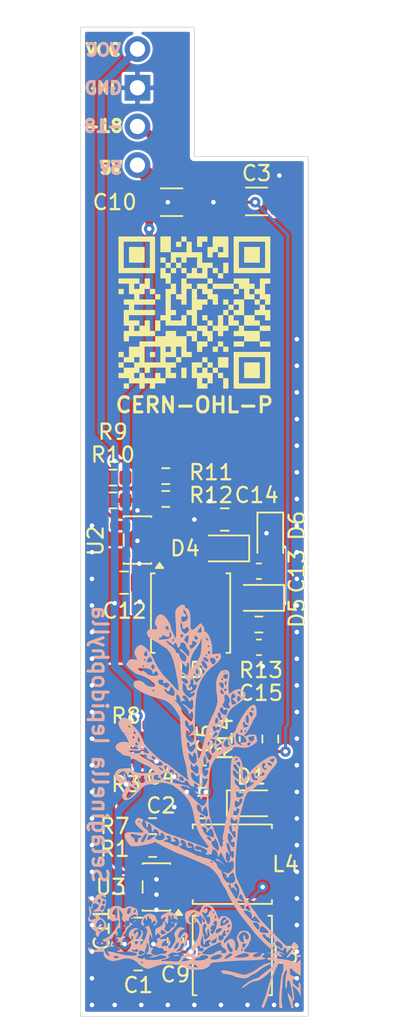
<source format=kicad_pcb>
(kicad_pcb (version 20241229) (generator "pcbnew") (generator_version "9.0")
  (layers (0 "F.Cu" signal) (2 "B.Cu" signal) (13 "F.Paste" user) (15 "B.Paste" user) (5 "F.SilkS" user "F.Silkscreen") (7 "B.SilkS" user "B.Silkscreen") (1 "F.Mask" user) (3 "B.Mask" user) (25 "Edge.Cuts" user))
  (net 0 "")
  (net 1 "GND")
  (net 2 "+5V")
  (net 3 "-18V")
  (net 4 "Net-(U3-FB)")
  (net 5 "Net-(U3-EN)")
  (net 6 "VCC")
  (net 7 "Net-(U2-EN)")
  (net 8 "Net-(U2-FB)")
  (net 9 "/sw")
  (net 10 "/sw2")
  (net 11 "+18V")
  (net 12 "/sw3")
  (net 13 "/pump1")
  (net 14 "/pump2")
  (footprint "Capacitor_SMD:C_0805_2012Metric" (layer "F.Cu") (at 79 58.1 180)
    (property "Reference" "C14")
    (property "Value" "10µF")
  )
  (footprint "Capacitor_SMD:C_0603_1608Metric" (layer "F.Cu") (at 81.25 66.5)
    (property "Reference" "C15")
    (property "Value" "1µF")
  )
  (footprint "Resistor_SMD:R_0603_1608Metric" (layer "F.Cu") (at 71.633348 55.345826)
    (property "Reference" "R9")
    (property "Value" "100k")
  )
  (footprint "Diode_SMD:D_SOD-323" (layer "F.Cu") (at 80.75 76.75)
    (property "Reference" "D1")
    (property "Value" "D")
  )
  (footprint "Inductor_SMD:L_APV_ANR5040" (layer "F.Cu") (at 76.75 64.25 90)
    (property "Reference" "L5")
    (property "Value" "10µH")
  )
  (footprint "Capacitor_SMD:C_1206_3216Metric" (layer "F.Cu") (at 81.1 37.2)
    (property "Reference" "C3")
    (property "Value" "100µF")
  )
  (footprint "Capacitor_SMD:C_0805_2012Metric" (layer "F.Cu") (at 72.366652 62.25)
    (property "Reference" "C12")
    (property "Value" "10µF")
  )
  (footprint "Capacitor_SMD:C_0805_2012Metric" (layer "F.Cu") (at 77.5 75 180)
    (property "Reference" "C4")
    (property "Value" "10µF")
  )
  (footprint "Capacitor_SMD:C_0603_1608Metric" (layer "F.Cu") (at 81.25 61.5)
    (property "Reference" "C13")
    (property "Value" "1µF")
  )
  (footprint "Inductor_SMD:L_APV_ANR5040" (layer "F.Cu") (at 79.5 80.75 180)
    (property "Reference" "L4")
    (property "Value" "10µH")
  )
  (footprint "Capacitor_SMD:C_1206_3216Metric" (layer "F.Cu") (at 75.5 37.25)
    (property "Reference" "C10")
    (property "Value" "100µF")
  )
  (footprint "Connector_PinHeader_2.54mm:PinHeader_1x04_P2.54mm_Vertical" (layer "F.Cu") (at 73.25 34.81 180)
    (property "Reference" "J2" (hide yes))
    (property "Value" "Conn_01x04")
  )
  (footprint "Capacitor_SMD:C_0603_1608Metric" (layer "F.Cu") (at 80.5 72.525 90)
    (property "Reference" "C5")
    (property "Value" "1µF")
  )
  (footprint "Resistor_SMD:R_0603_1608Metric" (layer "F.Cu") (at 75.116652 56.75)
    (property "Reference" "R12")
    (property "Value" "6,8k")
  )
  (footprint "Resistor_SMD:R_0603_1608Metric" (layer "F.Cu") (at 72.5 72.5)
    (property "Reference" "R8")
    (property "Value" "100k")
  )
  (footprint "Resistor_SMD:R_0603_1608Metric" (layer "F.Cu") (at 82 72.525 -90)
    (property "Reference" "R14")
    (property "Value" "470")
  )
  (footprint "Capacitor_SMD:C_0603_1608Metric" (layer "F.Cu") (at 75.75 85.75 -90)
    (property "Reference" "C9")
    (property "Value" "1µF")
  )
  (footprint "Package_TO_SOT_SMD:SOT-23-5" (layer "F.Cu") (at 74.5 82.25 180)
    (property "Reference" "U3")
    (property "Value" "LGS6302B5")
  )
  (footprint "Resistor_SMD:R_0603_1608Metric" (layer "F.Cu") (at 74.25 79.75)
    (property "Reference" "R1")
    (property "Value" "30k")
  )
  (footprint "Package_TO_SOT_SMD:SOT-23-5" (layer "F.Cu") (at 73.254152 59.45 180)
    (property "Reference" "U2")
    (property "Value" "LGS6302B5")
  )
  (footprint "Capacitor_SMD:C_0805_2012Metric" (layer "F.Cu") (at 73.3 85)
    (property "Reference" "C11")
    (property "Value" "10µF")
  )
  (footprint "Resistor_SMD:R_0603_1608Metric" (layer "F.Cu") (at 74.25 78.25 180)
    (property "Reference" "R7")
    (property "Value" "100k")
  )
  (footprint "Capacitor_SMD:C_0805_2012Metric" (layer "F.Cu") (at 77.5 77 180)
    (property "Reference" "C2")
    (property "Value" "10µF")
  )
  (footprint "Resistor_SMD:R_0603_1608Metric" (layer "F.Cu") (at 81.25 65)
    (property "Reference" "R13")
    (property "Value" "15k")
  )
  (footprint "Diode_SMD:D_SOD-323" (layer "F.Cu") (at 81.3 63.25 180)
    (property "Reference" "D5")
    (property "Value" "D")
  )
  (footprint "Resistor_SMD:R_0603_1608Metric" (layer "F.Cu") (at 71.633348 56.845826)
    (property "Reference" "R10")
    (property "Value" "100k")
  )
  (footprint "Resistor_SMD:R_0603_1608Metric" (layer "F.Cu") (at 75.116652 55.25 180)
    (property "Reference" "R11")
    (property "Value" "100k")
  )
  (footprint "Resistor_SMD:R_0603_1608Metric" (layer "F.Cu") (at 72.5 74)
    (property "Reference" "R3")
    (property "Value" "100k")
  )
  (footprint "Capacitor_SMD:C_0805_2012Metric" (layer "F.Cu") (at 73.3 87)
    (property "Reference" "C1")
    (property "Value" "10µF")
  )
  (footprint "Diode_SMD:D_SOD-323" (layer "F.Cu") (at 79 60 180)
    (property "Reference" "D4")
    (property "Value" "D")
  )
  (footprint "Inductor_SMD:L_APV_ANR5040" (layer "F.Cu") (at 79.5 86.75 90)
    (property "Reference" "L3")
    (property "Value" "10µH")
  )
  (footprint "Diode_SMD:D_SOD-323" (layer "F.Cu") (at 82 59.25 -90)
    (property "Reference" "D6")
    (property "Value" "D")
  )
  (gr_poly (pts (xy 73.72414 42.431036) (xy 73.72414 42.60345) (xy 73.551726 42.60345) (xy 73.379313 42.60345) (xy 73.379313 42.431036) (xy 73.379313 42.258622) (xy 72.689655 42.258622) (xy 72 42.258622) (xy 72 42.431036) (xy 72 42.60345) (xy 72.344828 42.60345) (xy 72.689655 42.60345) (xy 72.689655 42.948277) (xy 72.689655 43.293105) (xy 72.862071 43.293105) (xy 73.034485 43.293105) (xy 73.034485 43.465519) (xy 73.034485 43.637932) (xy 72.689655 43.637932) (xy 72.344828 43.637932) (xy 72.344828 43.810346) (xy 72.344828 43.98276) (xy 72.517241 43.98276) (xy 72.689655 43.98276) (xy 72.689655 44.155173) (xy 72.689655 44.327587) (xy 72.517241 44.327587) (xy 72.344828 44.327587) (xy 72.344828 44.844829) (xy 72.344828 45.36207) (xy 72.517241 45.36207) (xy 72.689655 45.36207) (xy 72.689655 45.534484) (xy 72.689655 45.706897) (xy 72.517241 45.706897) (xy 72.344828 45.706897) (xy 72.344828 46.051725) (xy 72.344828 46.396553) (xy 72.517241 46.396553) (xy 72.689655 46.396553) (xy 72.689655 46.224139) (xy 72.689655 46.051725) (xy 73.551726 46.051725) (xy 74.413795 46.051725) (xy 74.413795 46.224139) (xy 74.413795 46.396553) (xy 73.896553 46.396553) (xy 73.379313 46.396553) (xy 73.379313 46.568966) (xy 73.379313 46.74138) (xy 73.034485 46.74138) (xy 72.689655 46.74138) (xy 72.689655 47.086207) (xy 72.689655 47.431035) (xy 72.517241 47.431035) (xy 72.344828 47.431035) (xy 72.344828 47.258621) (xy 72.344828 47.086207) (xy 72.172414 47.086207) (xy 72 47.086207) (xy 72 47.258621) (xy 72 47.431035) (xy 72.172414 47.431035) (xy 72.344828 47.431035) (xy 72.344828 47.603449) (xy 72.344828 47.775863) (xy 72.689655 47.775863) (xy 73.034485 47.775863) (xy 73.034485 47.948277) (xy 73.034485 48.12069) (xy 72.689655 48.12069) (xy 72.344828 48.12069) (xy 72.344828 47.948277) (xy 72.344828 47.775863) (xy 72.172414 47.775863) (xy 72 47.775863) (xy 72 47.948277) (xy 72 48.12069) (xy 72.172414 48.12069) (xy 72.344828 48.12069) (xy 72.344828 48.293103) (xy 72.344828 48.465517) (xy 72.172414 48.465517) (xy 72 48.465517) (xy 72 48.637931) (xy 72 48.810345) (xy 72.344828 48.810345) (xy 72.689655 48.810345) (xy 72.689655 48.982759) (xy 72.689655 49.155172) (xy 73.034485 49.155172) (xy 73.379313 49.155172) (xy 73.379313 49.327586) (xy 73.379313 49.5) (xy 73.551726 49.5) (xy 73.72414 49.5) (xy 73.72414 49.327586) (xy 73.72414 49.155172) (xy 73.896553 49.155172) (xy 74.068967 49.155172) (xy 74.068967 49.327586) (xy 74.068967 49.5) (xy 74.241381 49.5) (xy 74.413795 49.5) (xy 74.413795 49.327586) (xy 74.413795 49.155172) (xy 74.758622 49.155172) (xy 75.10345 49.155172) (xy 75.10345 48.982759) (xy 75.10345 48.810345) (xy 75.448277 48.810345) (xy 75.793105 48.810345) (xy 75.793105 48.637931) (xy 75.793105 48.465517) (xy 75.620691 48.465517) (xy 75.448277 48.465517) (xy 75.10345 48.465517) (xy 75.10345 48.810345) (xy 74.931036 48.810345) (xy 74.758622 48.810345) (xy 74.758622 48.637931) (xy 74.758622 48.465517) (xy 74.586208 48.465517) (xy 74.413795 48.465517) (xy 74.413795 48.637931) (xy 74.413795 48.810345) (xy 74.068967 48.810345) (xy 73.72414 48.810345) (xy 73.72414 48.637931) (xy 73.72414 48.465517) (xy 73.551726 48.465517) (xy 73.379313 48.465517) (xy 73.379313 48.637931) (xy 73.379313 48.810345) (xy 73.206899 48.810345) (xy 73.034485 48.810345) (xy 73.034485 48.637931) (xy 73.034485 48.465517) (xy 73.206899 48.465517) (xy 73.379313 48.465517) (xy 73.379313 48.293103) (xy 73.379313 48.12069) (xy 73.551726 48.12069) (xy 73.72414 48.12069) (xy 73.72414 48.293103) (xy 73.72414 48.465517) (xy 73.896553 48.465517) (xy 74.068967 48.465517) (xy 74.068967 48.293103) (xy 74.068967 48.12069) (xy 74.586208 48.12069) (xy 75.10345 48.12069) (xy 75.10345 48.465517) (xy 75.448277 48.465517) (xy 75.448277 48.293103) (xy 75.448277 48.12069) (xy 75.620691 48.12069) (xy 75.793105 48.12069) (xy 75.793105 47.948277) (xy 75.793105 47.775863) (xy 75.965518 47.775863) (xy 76.137932 47.775863) (xy 76.137932 47.603449) (xy 75.793105 47.603449) (xy 75.793105 47.775863) (xy 75.448277 47.775863) (xy 75.103449 47.775863) (xy 75.10345 47.603449) (xy 75.10345 47.431035) (xy 75.448277 47.431035) (xy 75.793105 47.431035) (xy 75.793105 47.603449) (xy 76.137932 47.603449) (xy 76.137932 47.431035) (xy 75.965518 47.431035) (xy 75.793105 47.431035) (xy 75.793105 47.258621) (xy 74.758622 47.258621) (xy 74.758622 47.775863) (xy 74.241381 47.775863) (xy 73.72414 47.775863) (xy 73.72414 47.603449) (xy 73.379313 47.603449) (xy 73.379313 47.775863) (xy 73.206899 47.775863) (xy 73.034485 47.775863) (xy 73.034485 47.603449) (xy 73.034485 47.431035) (xy 73.206899 47.431035) (xy 73.379313 47.431035) (xy 73.379313 47.603449) (xy 73.72414 47.603449) (xy 73.72414 47.258621) (xy 73.72414 46.74138) (xy 74.241381 46.74138) (xy 74.758622 46.74138) (xy 74.758622 47.258621) (xy 75.793105 47.258621) (xy 75.793105 47.086207) (xy 75.793105 46.913794) (xy 75.448277 46.913794) (xy 75.448277 47.086207) (xy 75.275864 47.086207) (xy 75.10345 47.086207) (xy 75.10345 46.913794) (xy 75.10345 46.74138) (xy 75.275864 46.74138) (xy 75.448277 46.74138) (xy 75.448277 46.913794) (xy 75.793105 46.913794) (xy 75.793105 46.74138) (xy 75.965518 46.74138) (xy 76.137932 46.74138) (xy 76.137932 47.086207) (xy 76.137932 47.431035) (xy 76.48276 47.431035) (xy 76.827588 47.431035) (xy 76.827588 47.258621) (xy 76.827588 47.086207) (xy 76.655174 47.086207) (xy 76.48276 47.086207) (xy 76.48276 46.568966) (xy 76.48276 46.051725) (xy 76.655174 46.051725) (xy 76.827588 46.051725) (xy 76.827588 46.224139) (xy 76.827588 46.396553) (xy 77.000001 46.396553) (xy 77.172415 46.396553) (xy 77.172415 46.74138) (xy 77.172415 47.086207) (xy 77.344829 47.086207) (xy 77.517242 47.086207) (xy 77.517242 46.913794) (xy 77.517242 46.74138) (xy 77.689656 46.74138) (xy 77.86207 46.74138) (xy 77.86207 46.568966) (xy 77.86207 46.396553) (xy 78.034484 46.396553) (xy 78.206897 46.396553) (xy 78.206897 46.051725) (xy 78.206897 45.706897) (xy 78.379311 45.706897) (xy 78.551725 45.706897) (xy 78.551725 45.879311) (xy 78.551725 46.051725) (xy 78.724138 46.051725) (xy 78.896552 46.051725) (xy 78.896552 45.879311) (xy 78.896552 45.706897) (xy 79.068966 45.706897) (xy 79.24138 45.706897) (xy 79.24138 45.534484) (xy 79.24138 45.36207) (xy 79.586207 45.36207) (xy 79.931035 45.36207) (xy 79.931035 45.534484) (xy 79.931035 45.706897) (xy 79.758621 45.706897) (xy 79.586207 45.706897) (xy 79.586207 45.879311) (xy 79.586207 46.051725) (xy 79.931035 46.051725) (xy 80.275862 46.051725) (xy 80.275862 46.224139) (xy 80.275862 46.396553) (xy 80.793104 46.396553) (xy 81.310345 46.396553) (xy 81.310345 46.568966) (xy 81.310345 46.74138) (xy 81.655172 46.74138) (xy 82 46.74138) (xy 82 46.568966) (xy 82 46.396553) (xy 81.655172 46.396553) (xy 81.310345 46.396553) (xy 81.310345 46.051725) (xy 81.310345 45.706897) (xy 81.655172 45.706897) (xy 82 45.706897) (xy 82 45.534484) (xy 82 45.36207) (xy 81.655172 45.36207) (xy 81.310345 45.36207) (xy 81.310345 45.189656) (xy 81.310345 45.017243) (xy 81.137931 45.017243) (xy 80.965518 45.017243) (xy 80.965518 44.844829) (xy 80.965518 44.672415) (xy 80.62069 44.672415) (xy 80.275862 44.672415) (xy 80.275862 45.017243) (xy 80.275862 45.36207) (xy 80.793104 45.36207) (xy 81.310345 45.36207) (xy 81.310345 45.534484) (xy 81.310345 45.706897) (xy 80.793104 45.706897) (xy 80.275862 45.706897) (xy 80.275862 45.534484) (xy 80.275862 45.36207) (xy 80.103449 45.36207) (xy 79.931035 45.36207) (xy 79.931035 45.189656) (xy 79.931035 45.017243) (xy 79.758621 45.017243) (xy 79.586207 45.017243) (xy 79.586207 44.844829) (xy 79.586207 44.672415) (xy 79.413794 44.672415) (xy 79.24138 44.672415) (xy 79.24138 45.017243) (xy 79.24138 45.36207) (xy 79.068966 45.36207) (xy 78.896552 45.36207) (xy 78.896552 45.017243) (xy 78.896552 44.672415) (xy 78.724138 44.672415) (xy 78.551725 44.672415) (xy 78.551725 45.017243) (xy 78.551725 45.36207) (xy 78.379311 45.36207) (xy 78.206897 45.36207) (xy 78.206897 45.534484) (xy 78.206897 45.706897) (xy 78.034484 45.706897) (xy 77.86207 45.706897) (xy 77.86207 45.534484) (xy 77.86207 45.36207) (xy 77.517242 45.36207) (xy 77.172415 45.36207) (xy 77.172415 45.534484) (xy 77.172415 45.706897) (xy 77.344829 45.706897) (xy 77.517242 45.706897) (xy 77.517242 45.879311) (xy 77.517242 46.051725) (xy 77.689656 46.051725) (xy 77.86207 46.051725) (xy 77.86207 46.224139) (xy 77.86207 46.396553) (xy 77.517242 46.396553) (xy 77.172415 46.396553) (xy 77.172415 46.051725) (xy 77.172415 45.706897) (xy 76.827588 45.706897) (xy 76.48276 45.706897) (xy 76.48276 45.879311) (xy 76.48276 46.051725) (xy 76.137932 46.051725) (xy 75.793105 46.051725) (xy 75.793105 45.879311) (xy 75.793105 45.706897) (xy 75.448277 45.706897) (xy 75.10345 45.706897) (xy 75.10345 45.879311) (xy 75.10345 46.051725) (xy 74.758622 46.051725) (xy 74.413795 46.051725) (xy 74.413795 45.879311) (xy 74.413795 45.706897) (xy 74.586208 45.706897) (xy 74.758622 45.706897) (xy 74.758622 45.36207) (xy 74.758622 45.017243) (xy 74.586208 45.017243) (xy 74.413795 45.017243) (xy 74.413795 45.36207) (xy 74.413795 45.706897) (xy 74.241381 45.706897) (xy 74.068967 45.706897) (xy 74.068967 45.534484) (xy 73.379313 45.534484) (xy 73.379313 45.706897) (xy 73.206899 45.706897) (xy 73.034485 45.706897) (xy 73.034485 45.534484) (xy 73.034485 45.36207) (xy 73.206899 45.36207) (xy 73.379313 45.36207) (xy 73.379313 45.534484) (xy 74.068967 45.534484) (xy 74.068967 45.36207) (xy 74.068967 45.017243) (xy 73.896553 45.017243) (xy 73.72414 45.017243) (xy 73.72414 45.189656) (xy 73.72414 45.36207) (xy 73.551726 45.36207) (xy 73.379313 45.36207) (xy 73.379313 45.189656) (xy 73.379313 45.017243) (xy 73.034485 45.017243) (xy 72.689655 45.017243) (xy 72.689655 44.844829) (xy 72.689655 44.672415) (xy 73.551726 44.672415) (xy 74.413795 44.672415) (xy 74.413795 44.500001) (xy 74.413795 44.327587) (xy 73.724139 44.327587) (xy 73.034484 44.327587) (xy 73.034484 44.155173) (xy 73.034484 43.98276) (xy 73.72414 43.98276) (xy 74.413795 43.98276) (xy 74.413795 43.810346) (xy 74.413795 43.637932) (xy 74.586208 43.637932) (xy 74.758622 43.637932) (xy 74.758622 43.465519) (xy 74.758622 43.293105) (xy 74.586208 43.293105) (xy 74.413795 43.293105) (xy 74.413795 43.465519) (xy 74.413795 43.637932) (xy 73.896553 43.637932) (xy 73.379313 43.637932) (xy 73.379313 43.465519) (xy 73.379313 43.293105) (xy 73.551726 43.293105) (xy 73.72414 43.293105) (xy 73.72414 43.120691) (xy 73.72414 42.948277) (xy 73.896553 42.948277) (xy 74.068967 42.948277) (xy 74.068967 43.120691) (xy 74.068967 43.293105) (xy 74.241381 43.293105) (xy 74.413795 43.293105) (xy 74.413795 43.120691) (xy 74.413795 42.948277) (xy 74.241381 42.948277) (xy 74.068967 42.948277) (xy 74.068967 42.775864) (xy 73.379313 42.775864) (xy 73.379313 42.948277) (xy 73.206899 42.948277) (xy 73.034485 42.948277) (xy 73.034485 42.775864) (xy 73.034485 42.60345) (xy 73.206899 42.60345) (xy 73.379313 42.60345) (xy 73.379313 42.775864) (xy 74.068967 42.775864) (xy 74.068967 42.60345) (xy 74.068967 42.258622) (xy 73.896553 42.258622) (xy 73.72414 42.258622)) (fill yes) (layer "F.SilkS"))
  (gr_poly (pts (xy 76.137932 48.465517) (xy 76.137932 48.810345) (xy 76.310346 48.810345) (xy 76.48276 48.810345) (xy 76.48276 48.465517) (xy 76.48276 48.12069) (xy 76.310346 48.12069) (xy 76.137932 48.12069)) (fill yes) (layer "F.SilkS"))
  (gr_poly (pts (xy 72.344828 49.327586) (xy 72.344828 49.5) (xy 72.517241 49.5) (xy 72.689655 49.5) (xy 72.689655 49.327586) (xy 72.689655 49.155172) (xy 72.517241 49.155172) (xy 72.344828 49.155172)) (fill yes) (layer "F.SilkS"))
  (gr_poly (pts (xy 75.793105 41.396553) (xy 75.793105 41.568967) (xy 75.965518 41.568967) (xy 76.137932 41.568967) (xy 76.137932 41.741381) (xy 76.137932 41.913795) (xy 76.310346 41.913795) (xy 76.48276 41.913795) (xy 76.48276 41.741381) (xy 76.48276 41.568967) (xy 76.310346 41.568967) (xy 76.137932 41.568967) (xy 76.137932 41.396553) (xy 76.137932 41.22414) (xy 75.965518 41.22414) (xy 75.793105 41.22414)) (fill yes) (layer "F.SilkS"))
  (gr_poly (pts (xy 72.689655 40.706899) (xy 72.689655 41.22414) (xy 73.206899 41.22414) (xy 73.72414 41.22414) (xy 73.72414 40.706899) (xy 73.72414 40.189657) (xy 73.206899 40.189657) (xy 72.689655 40.189657)) (fill yes) (layer "F.SilkS"))
  (gr_poly (pts (xy 79.586207 48.293103) (xy 79.586207 49.5) (xy 80.793104 49.5) (xy 82 49.5) (xy 82 48.293104) (xy 81.655172 48.293104) (xy 81.655172 49.155173) (xy 80.793104 49.155173) (xy 79.931035 49.155173) (xy 79.931035 48.293103) (xy 79.931035 47.431035) (xy 80.793104 47.431035) (xy 81.655172 47.431035) (xy 81.655172 48.293104) (xy 82 48.293104) (xy 82 48.293103) (xy 82 47.086207) (xy 80.793104 47.086207) (xy 79.586207 47.086207)) (fill yes) (layer "F.SilkS"))
  (gr_poly (pts (xy 72 40.706899) (xy 72 41.913795) (xy 73.206899 41.913795) (xy 74.413795 41.913795) (xy 74.413795 40.706899) (xy 74.068967 40.706899) (xy 74.068967 41.568967) (xy 73.206899 41.568967) (xy 72.344828 41.568967) (xy 72.344828 40.706899) (xy 72.344828 39.84483) (xy 73.206899 39.84483) (xy 74.068967 39.84483) (xy 74.068967 40.706899) (xy 74.413795 40.706899) (xy 74.413795 39.500002) (xy 73.206899 39.500002) (xy 72 39.500002)) (fill yes) (layer "F.SilkS"))
  (gr_poly (pts (xy 74.758622 41.913795) (xy 74.758622 42.258622) (xy 74.931036 42.258622) (xy 75.10345 42.258622) (xy 75.10345 42.431036) (xy 75.10345 42.60345) (xy 75.275864 42.60345) (xy 75.448277 42.60345) (xy 75.448277 42.775864) (xy 75.448277 42.948277) (xy 75.275864 42.948277) (xy 75.10345 42.948277) (xy 75.10345 43.810346) (xy 75.10345 44.672415) (xy 74.931036 44.672415) (xy 74.758622 44.672415) (xy 74.758622 44.844829) (xy 74.758622 45.017243) (xy 74.931036 45.017243) (xy 75.10345 45.017243) (xy 75.10345 45.189656) (xy 75.10345 45.36207) (xy 75.793105 45.36207) (xy 76.48276 45.36207) (xy 76.48276 45.017243) (xy 76.48276 44.672415) (xy 76.310346 44.672415) (xy 76.137932 44.672415) (xy 76.137932 44.844829) (xy 76.137932 45.017243) (xy 75.793105 45.017243) (xy 75.448277 45.017243) (xy 75.448277 44.844829) (xy 75.448277 44.672415) (xy 75.620691 44.672415) (xy 75.793105 44.672415) (xy 75.793105 44.500001) (xy 75.793105 44.327587) (xy 75.620691 44.327587) (xy 75.448277 44.327587) (xy 75.448277 43.810346) (xy 75.448277 43.293105) (xy 75.620691 43.293105) (xy 75.793105 43.293105) (xy 75.793105 43.465519) (xy 75.793105 43.637932) (xy 75.965518 43.637932) (xy 76.137932 43.637932) (xy 76.137932 43.810346) (xy 76.137932 43.98276) (xy 76.310346 43.98276) (xy 76.48276 43.98276) (xy 76.48276 43.465519) (xy 76.48276 42.948277) (xy 76.655174 42.948277) (xy 76.827588 42.948277) (xy 76.827588 43.637932) (xy 76.827588 44.327587) (xy 76.655174 44.327587) (xy 76.48276 44.327587) (xy 76.48276 44.500001) (xy 76.48276 44.672415) (xy 76.655174 44.672415) (xy 76.827588 44.672415) (xy 76.827588 45.017243) (xy 76.827588 45.36207) (xy 77.000001 45.36207) (xy 77.172415 45.36207) (xy 77.172415 44.844829) (xy 77.172415 44.327587) (xy 77.344829 44.327587) (xy 77.517242 44.327587) (xy 77.517242 44.155173) (xy 77.517242 43.98276) (xy 77.689656 43.98276) (xy 77.86207 43.98276) (xy 77.86207 43.810346) (xy 77.86207 43.637932) (xy 78.034484 43.637932) (xy 78.206897 43.637932) (xy 78.206897 43.810346) (xy 78.206897 43.98276) (xy 78.379311 43.98276) (xy 78.551725 43.98276) (xy 78.551725 43.637932) (xy 78.551725 43.293105) (xy 78.379311 43.293105) (xy 78.206897 43.293105) (xy 77.86207 43.293105) (xy 77.86207 43.465519) (xy 77.86207 43.637932) (xy 77.517242 43.637932) (xy 77.172415 43.637932) (xy 77.172415 43.293105) (xy 77.172415 42.948277) (xy 77.344829 42.948277) (xy 77.517242 42.948277) (xy 77.517242 43.120691) (xy 77.517242 43.293105) (xy 77.689656 43.293105) (xy 77.86207 43.293105) (xy 78.206897 43.293105) (xy 78.206897 43.120691) (xy 78.206897 42.948277) (xy 78.034484 42.948277) (xy 77.86207 42.948277) (xy 77.86207 42.775864) (xy 77.86207 42.60345) (xy 77.517242 42.60345) (xy 77.172415 42.60345) (xy 77.172415 42.775864) (xy 77.172415 42.948277) (xy 77.000001 42.948277) (xy 76.827588 42.948277) (xy 76.827588 42.775864) (xy 76.827588 42.60345) (xy 76.655174 42.60345) (xy 76.48276 42.60345) (xy 76.48276 42.431036) (xy 76.48276 42.258622) (xy 76.310346 42.258622) (xy 76.137932 42.258622) (xy 76.137932 42.775864) (xy 76.137932 43.293105) (xy 75.965518 43.293105) (xy 75.793105 43.293105) (xy 75.793105 42.948277) (xy 75.793105 42.60345) (xy 75.620691 42.60345) (xy 75.448277 42.60345) (xy 75.448277 42.258622) (xy 75.448277 41.913795) (xy 75.275864 41.913795) (xy 75.10345 41.913795) (xy 75.10345 41.741381) (xy 75.10345 41.568967) (xy 74.931036 41.568967) (xy 74.758622 41.568967)) (fill yes) (layer "F.SilkS"))
  (gr_poly (pts (xy 72 43.120691) (xy 72 43.293105) (xy 72.172414 43.293105) (xy 72.344828 43.293105) (xy 72.344828 43.120691) (xy 72.344828 42.948277) (xy 72.172414 42.948277) (xy 72 42.948277)) (fill yes) (layer "F.SilkS"))
  (gr_poly (pts (xy 77.517242 44.844829) (xy 77.517242 45.017243) (xy 77.689656 45.017243) (xy 77.86207 45.017243) (xy 77.86207 45.189656) (xy 77.86207 45.36207) (xy 78.034484 45.36207) (xy 78.206897 45.36207) (xy 78.206897 45.189656) (xy 78.206897 45.017243) (xy 78.034484 45.017243) (xy 77.86207 45.017243) (xy 77.86207 44.844829) (xy 77.86207 44.672415) (xy 77.689656 44.672415) (xy 77.517242 44.672415)) (fill yes) (layer "F.SilkS"))
  (gr_poly (pts (xy 80.275862 48.293103) (xy 80.275862 48.810345) (xy 80.793104 48.810345) (xy 81.310345 48.810345) (xy 81.310345 48.293103) (xy 81.310345 47.775863) (xy 80.793104 47.775863) (xy 80.275862 47.775863)) (fill yes) (layer "F.SilkS"))
  (gr_poly (pts (xy 78.551725 46.568966) (xy 78.551725 46.74138) (xy 78.724138 46.74138) (xy 78.896552 46.74138) (xy 78.896552 46.913794) (xy 78.896552 47.086207) (xy 79.068966 47.086207) (xy 79.24138 47.086207) (xy 79.24138 46.913794) (xy 79.24138 46.74138) (xy 79.068966 46.74138) (xy 78.896552 46.74138) (xy 78.896552 46.568966) (xy 78.896552 46.396553) (xy 78.724138 46.396553) (xy 78.551725 46.396553)) (fill yes) (layer "F.SilkS"))
  (gr_poly (pts (xy 80.965518 43.810346) (xy 80.965518 43.98276) (xy 81.137931 43.98276) (xy 81.310345 43.98276) (xy 81.310345 43.810346) (xy 81.310345 43.637932) (xy 81.137931 43.637932) (xy 80.965518 43.637932)) (fill yes) (layer "F.SilkS"))
  (gr_poly (pts (xy 81.310345 42.60345) (xy 81.310345 42.948277) (xy 81.137931 42.948277) (xy 80.965518 42.948277) (xy 80.965518 42.775864) (xy 80.965518 42.60345) (xy 80.793104 42.60345) (xy 80.62069 42.60345) (xy 80.62069 42.431036) (xy 80.62069 42.258622) (xy 80.103449 42.258622) (xy 79.586207 42.258622) (xy 79.586207 42.431036) (xy 79.586207 42.60345) (xy 79.758621 42.60345) (xy 79.931035 42.60345) (xy 79.931035 42.775864) (xy 79.931035 42.948277) (xy 80.103449 42.948277) (xy 80.275862 42.948277) (xy 80.275862 43.293105) (xy 80.275862 43.637932) (xy 80.62069 43.637932) (xy 80.965518 43.637932) (xy 80.965518 43.465519) (xy 80.965518 43.293105) (xy 80.793104 43.293105) (xy 80.62069 43.293105) (xy 80.62069 43.120691) (xy 80.62069 42.948277) (xy 80.793104 42.948277) (xy 80.965518 42.948277) (xy 80.965518 43.120691) (xy 80.965518 43.293105) (xy 81.137931 43.293105) (xy 81.310345 43.293105) (xy 81.310345 43.465519) (xy 81.310345 43.637932) (xy 81.482759 43.637932) (xy 81.655172 43.637932) (xy 81.655172 43.810346) (xy 81.655172 43.98276) (xy 81.827586 43.98276) (xy 82 43.98276) (xy 82 43.637932) (xy 82 43.293105) (xy 81.827586 43.293105) (xy 81.655172 43.293105) (xy 81.655172 42.948277) (xy 81.655172 42.60345) (xy 81.827586 42.60345) (xy 82 42.60345) (xy 82 42.431036) (xy 82 42.258622) (xy 81.655172 42.258622) (xy 81.310345 42.258622)) (fill yes) (layer "F.SilkS"))
  (gr_poly (pts (xy 79.586207 46.568966) (xy 79.586207 46.74138) (xy 79.931035 46.74138) (xy 80.275862 46.74138) (xy 80.275862 46.568966) (xy 80.275862 46.396553) (xy 79.931035 46.396553) (xy 79.586207 46.396553)) (fill yes) (layer "F.SilkS"))
  (gr_poly (pts (xy 78.896552 44.500001) (xy 78.896552 44.672415) (xy 79.068966 44.672415) (xy 79.24138 44.672415) (xy 79.24138 44.500001) (xy 79.24138 44.327587) (xy 79.068966 44.327587) (xy 78.896552 44.327587)) (fill yes) (layer "F.SilkS"))
  (gr_poly (pts (xy 79.586207 40.706899) (xy 79.586207 41.913795) (xy 80.793104 41.913795) (xy 82 41.913795) (xy 82 40.706899) (xy 81.655172 40.706899) (xy 81.655172 41.568967) (xy 80.793104 41.568967) (xy 79.931035 41.568967) (xy 79.931035 40.706899) (xy 79.931035 39.84483) (xy 80.793104 39.84483) (xy 81.655172 39.84483) (xy 81.655172 40.706899) (xy 82 40.706899) (xy 82 39.500002) (xy 80.793104 39.500002) (xy 79.586207 39.500002)) (fill yes) (layer "F.SilkS"))
  (gr_poly (pts (xy 80.275862 40.706899) (xy 80.275862 41.22414) (xy 80.793104 41.22414) (xy 81.310345 41.22414) (xy 81.310345 40.706899) (xy 81.310345 40.189657) (xy 80.793104 40.189657) (xy 80.275862 40.189657)) (fill yes) (layer "F.SilkS"))
  (gr_poly (pts (xy 75.793105 40.017243) (xy 75.793105 40.189657) (xy 75.965518 40.189657) (xy 76.137932 40.189657) (xy 76.137932 40.017243) (xy 76.137932 39.84483) (xy 75.965518 39.84483) (xy 75.793105 39.84483)) (fill yes) (layer "F.SilkS"))
  (gr_poly (pts (xy 79.586207 43.810346) (xy 79.586207 43.98276) (xy 79.413794 43.98276) (xy 79.24138 43.98276) (xy 79.24138 43.810346) (xy 79.24138 43.637932) (xy 79.068966 43.637932) (xy 78.896552 43.637932) (xy 78.896552 43.810346) (xy 78.896552 43.98276) (xy 79.068966 43.98276) (xy 79.24138 43.98276) (xy 79.24138 44.155173) (xy 79.24138 44.327587) (xy 79.413794 44.327587) (xy 79.586207 44.327587) (xy 79.586207 44.500001) (xy 79.586207 44.672415) (xy 79.931035 44.672415) (xy 80.275862 44.672415) (xy 80.275862 44.155173) (xy 79.931035 44.155173) (xy 79.931035 44.327587) (xy 79.758621 44.327587) (xy 79.586207 44.327587) (xy 79.586207 44.155173) (xy 79.586207 43.98276) (xy 79.758621 43.98276) (xy 79.931035 43.98276) (xy 79.931035 44.155173) (xy 80.275862 44.155173) (xy 80.275862 43.637932) (xy 79.931035 43.637932) (xy 79.586207 43.637932)) (fill yes) (layer "F.SilkS"))
  (gr_poly (pts (xy 81.310345 44.155173) (xy 81.310345 44.327587) (xy 81.137931 44.327587) (xy 80.965518 44.327587) (xy 80.965518 44.500001) (xy 80.965518 44.672415) (xy 81.310345 44.672415) (xy 81.655172 44.672415) (xy 81.655172 44.844829) (xy 81.655172 45.017243) (xy 81.827586 45.017243) (xy 82 45.017243) (xy 82 44.672415) (xy 82 44.327587) (xy 81.827586 44.327587) (xy 81.655172 44.327587) (xy 81.655172 44.155173) (xy 81.655172 43.98276) (xy 81.482759 43.98276) (xy 81.310345 43.98276)) (fill yes) (layer "F.SilkS"))
  (gr_poly (pts (xy 77.172415 39.84483) (xy 77.172415 40.189657) (xy 77.344829 40.189657) (xy 77.517242 40.189657) (xy 77.517242 40.017243) (xy 77.517242 39.84483) (xy 77.689656 39.84483) (xy 77.86207 39.84483) (xy 77.86207 39.672416) (xy 77.86207 39.500002) (xy 77.517242 39.500002) (xy 77.172415 39.500002)) (fill yes) (layer "F.SilkS"))
  (gr_poly (pts (xy 78.551725 47.775863) (xy 78.551725 48.12069) (xy 78.379311 48.12069) (xy 78.206897 48.12069) (xy 78.206897 47.948277) (xy 78.206897 47.775863) (xy 78.034484 47.775863) (xy 77.86207 47.775863) (xy 77.86207 47.603449) (xy 77.86207 47.431035) (xy 77.689656 47.431035) (xy 77.517242 47.431035) (xy 77.517242 47.603449) (xy 77.517242 47.775863) (xy 77.689656 47.775863) (xy 77.86207 47.775863) (xy 77.86207 47.948277) (xy 77.86207 48.12069) (xy 78.034484 48.12069) (xy 78.206897 48.12069) (xy 78.206897 48.293103) (xy 78.206897 48.465517) (xy 78.034484 48.465517) (xy 77.86207 48.465517) (xy 77.86207 48.293103) (xy 77.86207 48.12069) (xy 77.689656 48.12069) (xy 77.517242 48.12069) (xy 77.517242 48.293103) (xy 77.517242 48.465517) (xy 77.344829 48.465517) (xy 77.172415 48.465517) (xy 77.172415 48.293103) (xy 77.172415 48.12069) (xy 77.344829 48.12069) (xy 77.517242 48.12069) (xy 77.517242 47.948277) (xy 77.517242 47.775863) (xy 77.172415 47.775863) (xy 76.827588 47.775863) (xy 76.827588 48.293103) (xy 76.827588 48.810345) (xy 77.000001 48.810345) (xy 77.172415 48.810345) (xy 77.172415 49.155172) (xy 77.172415 49.5) (xy 77.517242 49.5) (xy 77.86207 49.5) (xy 77.86207 49.327586) (xy 77.86207 49.155172) (xy 78.034484 49.155172) (xy 78.206897 49.155172) (xy 78.206897 48.982759) (xy 77.86207 48.982759) (xy 77.86207 49.155172) (xy 77.689656 49.155172) (xy 77.517242 49.155172) (xy 77.517242 48.982759) (xy 77.517242 48.810345) (xy 77.689656 48.810345) (xy 77.86207 48.810345) (xy 77.86207 48.982759) (xy 78.206897 48.982759) (xy 78.206897 48.810345) (xy 78.206897 48.465517) (xy 78.379311 48.465517) (xy 78.551725 48.465517) (xy 78.551725 48.637931) (xy 78.551725 48.810345) (xy 78.724138 48.810345) (xy 78.896552 48.810345) (xy 78.896552 49.155172) (xy 78.896552 49.5) (xy 79.068966 49.5) (xy 79.24138 49.5) (xy 79.24138 49.155172) (xy 79.24138 48.810345) (xy 79.068966 48.810345) (xy 78.896552 48.810345) (xy 78.896552 48.637931) (xy 78.896552 48.465517) (xy 78.724138 48.465517) (xy 78.551725 48.465517) (xy 78.551725 48.293103) (xy 78.551725 48.12069) (xy 78.896552 48.12069) (xy 79.24138 48.12069) (xy 79.24138 47.775863) (xy 79.24138 47.431035) (xy 78.896552 47.431035) (xy 78.551725 47.431035)) (fill yes) (layer "F.SilkS"))
  (gr_poly (pts (xy 78.206897 39.84483) (xy 78.206897 40.189657) (xy 78.034484 40.189657) (xy 77.86207 40.189657) (xy 77.86207 40.534485) (xy 77.86207 40.879312) (xy 78.034484 40.879312) (xy 78.206897 40.879312) (xy 78.206897 40.706899) (xy 78.206897 40.534485) (xy 78.379311 40.534485) (xy 78.551725 40.534485) (xy 78.551725 40.706899) (xy 78.551725 40.879312) (xy 78.896552 40.879312) (xy 79.24138 40.879312) (xy 79.24138 40.362071) (xy 78.896552 40.362071) (xy 78.896552 40.534485) (xy 78.724138 40.534485) (xy 78.551725 40.534485) (xy 78.551725 40.362071) (xy 78.551725 40.189657) (xy 78.724138 40.189657) (xy 78.896552 40.189657) (xy 78.896552 40.362071) (xy 79.24138 40.362071) (xy 79.24138 40.189657) (xy 79.24138 39.500002) (xy 78.724138 39.500002) (xy 78.206897 39.500002)) (fill yes) (layer "F.SilkS"))
  (gr_poly (pts (xy 78.206897 46.913794) (xy 78.206897 47.086207) (xy 78.379311 47.086207) (xy 78.551725 47.086207) (xy 78.551725 46.913794) (xy 78.551725 46.74138) (xy 78.379311 46.74138) (xy 78.206897 46.74138)) (fill yes) (layer "F.SilkS"))
  (gr_poly (pts (xy 78.896552 42.60345) (xy 78.206897 42.60345) (xy 78.206897 42.775864) (xy 78.206897 42.948277) (xy 78.896552 42.948277) (xy 79.586207 42.948277) (xy 79.586207 42.775864) (xy 79.586207 42.60345)) (fill yes) (layer "F.SilkS"))
  (gr_poly (pts (xy 76.137932 39.672416) (xy 76.137932 39.84483) (xy 76.310346 39.84483) (xy 76.48276 39.84483) (xy 76.48276 40.189657) (xy 76.48276 40.534485) (xy 75.965518 40.534485) (xy 75.448277 40.534485) (xy 75.448277 40.017243) (xy 75.448277 39.500002) (xy 75.10345 39.500002) (xy 74.758622 39.500002) (xy 74.758622 40.017243) (xy 74.758622 40.534485) (xy 75.10345 40.534485) (xy 75.448277 40.534485) (xy 75.448277 40.879312) (xy 75.448277 41.22414) (xy 75.275864 41.22414) (xy 75.10345 41.22414) (xy 75.10345 41.051726) (xy 75.10345 40.879312) (xy 74.931036 40.879312) (xy 74.758622 40.879312) (xy 74.758622 41.051726) (xy 74.758622 41.22414) (xy 74.931036 41.22414) (xy 75.10345 41.22414) (xy 75.10345 41.396553) (xy 75.10345 41.568967) (xy 75.275864 41.568967) (xy 75.448277 41.568967) (xy 75.448277 41.741381) (xy 75.448277 41.913795) (xy 75.620691 41.913795) (xy 75.793105 41.913795) (xy 75.793105 41.741381) (xy 75.793105 41.568967) (xy 75.620691 41.568967) (xy 75.448277 41.568967) (xy 75.448277 41.396553) (xy 75.448277 41.22414) (xy 75.620691 41.22414) (xy 75.793105 41.22414) (xy 75.793105 41.051726) (xy 75.793105 40.879312) (xy 75.965518 40.879312) (xy 76.137932 40.879312) (xy 76.137932 41.051726) (xy 76.137932 41.22414) (xy 76.310346 41.22414) (xy 76.48276 41.22414) (xy 76.48276 41.051726) (xy 76.48276 40.879312) (xy 76.827588 40.879312) (xy 77.172415 40.879312) (xy 77.172415 41.22414) (xy 77.172415 41.568967) (xy 77.344829 41.568967) (xy 77.517242 41.568967) (xy 77.517242 41.741381) (xy 77.517242 41.913795) (xy 77.344829 41.913795) (xy 77.172415 41.913795) (xy 77.172415 41.741381) (xy 77.172415 41.568967) (xy 77.000001 41.568967) (xy 76.827588 41.568967) (xy 76.827588 41.741381) (xy 76.827588 41.913795) (xy 76.655174 41.913795) (xy 76.48276 41.913795) (xy 76.48276 42.086208) (xy 76.48276 42.258622) (xy 77.172415 42.258622) (xy 77.86207 42.258622) (xy 77.86207 42.431036) (xy 77.86207 42.60345) (xy 78.034484 42.60345) (xy 78.206897 42.60345) (xy 78.206897 42.431036) (xy 78.206897 42.258622) (xy 78.034484 42.258622) (xy 77.86207 42.258622) (xy 77.86207 41.913795) (xy 77.86207 41.568967) (xy 78.034484 41.568967) (xy 78.206897 41.568967) (xy 78.206897 41.741381) (xy 78.206897 41.913795) (xy 78.379311 41.913795) (xy 78.551725 41.913795) (xy 78.551725 42.086208) (xy 78.551725 42.258622) (xy 78.724138 42.258622) (xy 78.896552 42.258622) (xy 78.896552 42.086208) (xy 78.896552 41.913795) (xy 79.068966 41.913795) (xy 79.24138 41.913795) (xy 79.24138 41.568967) (xy 79.24138 41.22414) (xy 79.068966 41.22414) (xy 78.896552 41.22414) (xy 78.896552 41.568967) (xy 78.896552 41.913795) (xy 78.724138 41.913795) (xy 78.551725 41.913795) (xy 78.551725 41.741381) (xy 78.551725 41.568967) (xy 78.379311 41.568967) (xy 78.206897 41.568967) (xy 78.206897 41.396553) (xy 78.206897 41.22414) (xy 77.86207 41.22414) (xy 77.517242 41.22414) (xy 77.517242 40.879312) (xy 77.517242 40.534485) (xy 77.172415 40.534485) (xy 76.827588 40.534485) (xy 76.827588 40.189657) (xy 76.827588 39.84483) (xy 76.655174 39.84483) (xy 76.48276 39.84483) (xy 76.48276 39.672416) (xy 76.48276 39.500002) (xy 76.310346 39.500002) (xy 76.137932 39.500002)) (fill yes) (layer "F.SilkS"))
  (gr_poly (pts (xy 79.586207 43.120691) (xy 79.586207 43.293105) (xy 79.758621 43.293105) (xy 79.931035 43.293105) (xy 79.931035 43.120691) (xy 79.931035 42.948277) (xy 79.758621 42.948277) (xy 79.586207 42.948277)) (fill yes) (layer "F.SilkS"))
  (gr_poly (pts (xy 74.068967 47.258621) (xy 74.068967 47.431035) (xy 74.241381 47.431035) (xy 74.413795 47.431035) (xy 74.413795 47.258621) (xy 74.413795 47.086207) (xy 74.241381 47.086207) (xy 74.068967 47.086207)) (fill yes) (layer "F.SilkS"))
  (gr_poly (pts (xy 70.838189 82.672204) (xy 70.82491 82.672833) (xy 70.811644 82.673935) (xy 70.798405 82.675508) (xy 70.785205 82.677549) (xy 70.772054 82.680054) (xy 70.758967 82.683022) (xy 70.745954 82.686449) (xy 70.733028 82.690333) (xy 70.720201 82.694671) (xy 70.707485 82.69946) (xy 70.694893 82.704698) (xy 70.682436 82.710382) (xy 70.670126 82.716508) (xy 70.657977 82.723076) (xy 70.646 82.73008) (xy 70.634206 82.73752) (xy 70.622609 82.745392) (xy 70.611221 82.753693) (xy 70.600053 82.762421) (xy 70.589118 82.771573) (xy 70.578427 82.781145) (xy 70.567994 82.791137) (xy 70.55783 82.801544) (xy 70.547947 82.812364) (xy 70.538358 82.823594) (xy 70.529075 82.835232) (xy 70.520109 82.847275) (xy 70.511473 82.859719) (xy 70.50318 82.872563) (xy 70.495241 82.885803) (xy 70.487668 82.899438) (xy 70.472263 82.927842) (xy 70.458068 82.953015) (xy 70.451394 82.964411) (xy 70.444984 82.975025) (xy 70.438828 82.984866) (xy 70.432912 82.993941) (xy 70.427224 83.00226) (xy 70.421751 83.00983) (xy 70.416481 83.016661) (xy 70.411401 83.022761) (xy 70.406499 83.028138) (xy 70.401763 83.032802) (xy 70.397179 83.036759) (xy 70.392736 83.04002) (xy 70.388421 83.042592) (xy 70.384222 83.044484) (xy 70.382162 83.045177) (xy 70.380126 83.045704) (xy 70.378112 83.046065) (xy 70.37612 83.046262) (xy 70.374147 83.046294) (xy 70.372192 83.046164) (xy 70.370253 83.045873) (xy 70.36833 83.045421) (xy 70.366419 83.04481) (xy 70.364521 83.044041) (xy 70.360752 83.042031) (xy 70.357012 83.039401) (xy 70.353288 83.03616) (xy 70.349566 83.032314) (xy 70.345836 83.027874) (xy 70.342083 83.022847) (xy 70.338297 83.017243) (xy 70.334463 83.011069) (xy 70.330571 83.004334) (xy 70.324338 82.99474) (xy 70.316372 82.985037) (xy 70.306794 82.97529) (xy 70.295727 82.965566) (xy 70.283294 82.95593) (xy 70.269617 82.946448) (xy 70.254817 82.937187) (xy 70.239018 82.928212) (xy 70.222341 82.919589) (xy 70.204909 82.911385) (xy 70.186844 82.903665) (xy 70.168269 82.896494) (xy 70.149305 82.88994) (xy 70.130076 82.884068) (xy 70.110702 82.878944) (xy 70.091307 82.874635) (xy 70.078975 82.87229) (xy 70.067046 82.870262) (xy 70.055493 82.868535) (xy 70.044289 82.867089) (xy 70.033408 82.865908) (xy 70.022821 82.864974) (xy 70.012503 82.86427) (xy 70.002425 82.863778) (xy 70.002425 83.039475) (xy 70.011429 83.037875) (xy 70.020709 83.037362) (xy 70.030285 83.037937) (xy 70.040173 83.039601) (xy 70.050394 83.042355) (xy 70.060964 83.0462) (xy 70.071904 83.051137) (xy 70.083231 83.057168) (xy 70.094964 83.064293) (xy 70.107121 83.072513) (xy 70.119721 83.08183) (xy 70.132782 83.092244) (xy 70.146323 83.103757) (xy 70.160363 83.11637) (xy 70.174919 83.130083) (xy 70.190011 83.144898) (xy 70.207018 83.162442) (xy 70.222053 83.179208) (xy 70.235158 83.195418) (xy 70.246377 83.211296) (xy 70.255752 83.227065) (xy 70.263327 83.242947) (xy 70.266452 83.251) (xy 70.269143 83.259165) (xy 70.271405 83.267469) (xy 70.273244 83.275942) (xy 70.274665 83.284609) (xy 70.275673 83.2935) (xy 70.276471 83.312064) (xy 70.275683 83.331855) (xy 70.273351 83.353097) (xy 70.269518 83.376011) (xy 70.264226 83.400822) (xy 70.257518 83.427752) (xy 70.249438 83.457024) (xy 70.226641 83.536915) (xy 70.217692 83.569049) (xy 70.210382 83.596363) (xy 70.204717 83.619148) (xy 70.202503 83.628933) (xy 70.200703 83.637694) (xy 70.199317 83.645468) (xy 70.198345 83.652291) (xy 70.197789 83.6582) (xy 70.197648 83.663231) (xy 70.197925 83.667419) (xy 70.198619 83.670802) (xy 70.199122 83.672203) (xy 70.199731 83.673416) (xy 70.200444 83.674446) (xy 70.201261 83.675297) (xy 70.202184 83.675974) (xy 70.203212 83.676482) (xy 70.204344 83.676824) (xy 70.205582 83.677005) (xy 70.206925 83.677031) (xy 70.208373 83.676905) (xy 70.211585 83.676218) (xy 70.21522 83.674979) (xy 70.219277 83.673224) (xy 70.223758 83.670991) (xy 70.228664 83.668316) (xy 70.239749 83.661783) (xy 70.252539 83.653916) (xy 70.258601 83.649417) (xy 70.26449 83.643568) (xy 70.270178 83.636462) (xy 70.275633 83.628192) (xy 70.280826 83.618852) (xy 70.285726 83.608534) (xy 70.290303 83.597331) (xy 70.294527 83.585335) (xy 70.298367 83.572641) (xy 70.301793 83.55934) (xy 70.304776 83.545526) (xy 70.307284 83.531292) (xy 70.309287 83.51673) (xy 70.310756 83.501934) (xy 70.311659 83.486995) (xy 70.311967 83.472008) (xy 70.312609 83.445543) (xy 70.314655 83.422021) (xy 70.318283 83.401372) (xy 70.320745 83.392104) (xy 70.32367 83.383528) (xy 70.32708 83.375636) (xy 70.330997 83.368419) (xy 70.335442 83.361868) (xy 70.340439 83.355976) (xy 70.34601 83.350732) (xy 70.352177 83.34613) (xy 70.358962 83.342159) (xy 70.366388 83.338812) (xy 70.374477 83.336079) (xy 70.38325 83.333952) (xy 70.392732 83.332423) (xy 70.402943 83.331483) (xy 70.413905 83.331122) (xy 70.425643 83.331334) (xy 70.451529 83.333436) (xy 70.48078 83.337721) (xy 70.513574 83.344118) (xy 70.550088 83.35256) (xy 70.590502 83.362977) (xy 70.607734 83.36841) (xy 70.623179 83.374939) (xy 70.636868 83.382501) (xy 70.64883 83.391032) (xy 70.659094 83.400468) (xy 70.667691 83.410746) (xy 70.674649 83.421802) (xy 70.68 83.433573) (xy 70.683771 83.445994) (xy 70.685993 83.459003) (xy 70.686696 83.472535) (xy 70.685909 83.486528) (xy 70.683661 83.500917) (xy 70.679983 83.515638) (xy 70.674904 83.530629) (xy 70.668454 83.545826) (xy 70.660662 83.561164) (xy 70.651557 83.576581) (xy 70.641171 83.592012) (xy 70.629531 83.607395) (xy 70.616668 83.622665) (xy 70.602611 83.637759) (xy 70.587391 83.652613) (xy 70.571036 83.667164) (xy 70.553577 83.681348) (xy 70.535042 83.695101) (xy 70.515462 83.70836) (xy 70.494866 83.721061) (xy 70.473284 83.733141) (xy 70.450745 83.744536) (xy 70.42728 83.755182) (xy 70.402917 83.765015) (xy 70.386219 83.771778) (xy 70.37172 83.778548) (xy 70.359357 83.785301) (xy 70.349065 83.792011) (xy 70.340782 83.798655) (xy 70.334445 83.805206) (xy 70.329991 83.81164) (xy 70.327356 83.817932) (xy 70.326478 83.824056) (xy 70.327292 83.829988) (xy 70.329737 83.835703) (xy 70.333749 83.841175) (xy 70.339264 83.846379) (xy 70.346221 83.851291) (xy 70.354554 83.855886) (xy 70.364202 83.860138) (xy 70.387189 83.867513) (xy 70.414675 83.873218) (xy 70.446156 83.877051) (xy 70.481126 83.878813) (xy 70.51908 83.878303) (xy 70.559513 83.87532) (xy 70.60192 83.869666) (xy 70.645797 83.861138) (xy 70.663964 83.857292) (xy 70.681715 83.854029) (xy 70.699014 83.851332) (xy 70.715828 83.849187) (xy 70.732122 83.847579) (xy 70.74786 83.846491) (xy 70.763009 83.84591) (xy 70.777534 83.845819) (xy 70.7914 83.846203) (xy 70.804573 83.847048) (xy 70.817018 83.848337) (xy 70.8287 83.850055) (xy 70.839584 83.852187) (xy 70.849637 83.854719) (xy 70.858824 83.857634) (xy 70.867109 83.860917) (xy 70.874459 83.864553) (xy 70.880838 83.868527) (xy 70.886213 83.872823) (xy 70.890547 83.877426) (xy 70.893808 83.882322) (xy 70.895025 83.884874) (xy 70.89596 83.887493) (xy 70.89661 83.890178) (xy 70.896969 83.892926) (xy 70.897034 83.895736) (xy 70.8968 83.898605) (xy 70.896263 83.901532) (xy 70.895418 83.904515) (xy 70.894261 83.907552) (xy 70.892789 83.91064) (xy 70.888878 83.916965) (xy 70.883651 83.923475) (xy 70.877072 83.930155) (xy 70.869109 83.936989) (xy 70.859724 83.943962) (xy 70.848885 83.951058) (xy 70.842724 83.955185) (xy 70.836735 83.959805) (xy 70.830951 83.96487) (xy 70.825402 83.970329) (xy 70.82012 83.976131) (xy 70.815134 83.982226) (xy 70.810476 83.988563) (xy 70.806178 83.995093) (xy 70.802269 84.001765) (xy 70.798781 84.008527) (xy 70.795745 84.015331) (xy 70.793191 84.022126) (xy 70.791151 84.028861) (xy 70.789656 84.035486) (xy 70.788736 84.04195) (xy 70.788422 84.048203) (xy 70.788773 84.058001) (xy 70.789809 84.066422) (xy 70.791509 84.07349) (xy 70.793852 84.079226) (xy 70.796816 84.083655) (xy 70.800379 84.086798) (xy 70.804519 84.088678) (xy 70.809216 84.089318) (xy 70.814447 84.088742) (xy 70.82019 84.08697) (xy 70.826424 84.084028) (xy 70.833127 84.079936) (xy 70.847854 84.068397) (xy 70.864198 84.052536) (xy 70.881985 84.032534) (xy 70.901042 84.008574) (xy 70.921195 83.980838) (xy 70.942271 83.949508) (xy 70.964096 83.914765) (xy 70.986498 83.876793) (xy 71.009302 83.835772) (xy 71.032336 83.791886) (xy 71.058502 83.736261) (xy 71.082602 83.676584) (xy 71.104497 83.613981) (xy 71.120338 83.561799) (xy 71.072278 83.561799) (xy 71.071822 83.570375) (xy 71.070377 83.579605) (xy 71.067986 83.589404) (xy 71.064689 83.599689) (xy 71.060528 83.610376) (xy 71.055544 83.62138) (xy 71.049778 83.632617) (xy 71.043271 83.644004) (xy 71.036065 83.655456) (xy 71.028201 83.66689) (xy 71.019721 83.67822) (xy 71.010666 83.689364) (xy 71.001076 83.700237) (xy 70.990994 83.710755) (xy 70.978457 83.722697) (xy 70.966132 83.733278) (xy 70.95405 83.742529) (xy 70.942242 83.750478) (xy 70.930737 83.757157) (xy 70.919567 83.762596) (xy 70.908761 83.766825) (xy 70.898351 83.769874) (xy 70.888366 83.771773) (xy 70.878838 83.772552) (xy 70.869796 83.772243) (xy 70.861272 83.770874) (xy 70.853295 83.768476) (xy 70.845896 83.76508) (xy 70.839105 83.760716) (xy 70.832954 83.755413) (xy 70.827472 83.749202) (xy 70.82269 83.742113) (xy 70.818639 83.734177) (xy 70.815348 83.725423) (xy 70.812849 83.715882) (xy 70.811172 83.705584) (xy 70.810347 83.694559) (xy 70.810404 83.682838) (xy 70.811375 83.67045) (xy 70.81329 83.657426) (xy 70.816178 83.643796) (xy 70.820072 83.62959) (xy 70.825 83.614838) (xy 70.830994 83.599571) (xy 70.838084 83.583819) (xy 70.846301 83.567612) (xy 70.85377 83.554405) (xy 70.861544 83.542084) (xy 70.86959 83.530651) (xy 70.877877 83.520109) (xy 70.886375 83.510458) (xy 70.895052 83.501702) (xy 70.903877 83.493842) (xy 70.912818 83.48688) (xy 70.921844 83.480818) (xy 70.92638 83.478125) (xy 70.930925 83.475658) (xy 70.935475 83.473417) (xy 70.940028 83.471401) (xy 70.944578 83.469613) (xy 70.949123 83.468051) (xy 70.953657 83.466716) (xy 70.958178 83.465608) (xy 70.962681 83.464728) (xy 70.967162 83.464075) (xy 70.971618 83.46365) (xy 70.976045 83.463454) (xy 70.980438 83.463485) (xy 70.984793 83.463746) (xy 70.991489 83.464667) (xy 70.998074 83.466157) (xy 71.004533 83.468214) (xy 71.01085 83.47084) (xy 71.01701 83.474036) (xy 71.022999 83.477802) (xy 71.0288 83.482138) (xy 71.034398 83.487046) (xy 71.039779 83.492526) (xy 71.044926 83.498577) (xy 71.049825 83.505202) (xy 71.05446 83.512401) (xy 71.058817 83.520174) (xy 71.062879 83.528522) (xy 71.066632 83.537445) (xy 71.07006 83.546944) (xy 71.071018 83.550345) (xy 71.071704 83.553961) (xy 71.072122 83.557782) (xy 71.072278 83.561799) (xy 71.120338 83.561799) (xy 71.124046 83.549582) (xy 71.141111 83.484514) (xy 71.155552 83.419904) (xy 71.167227 83.356882) (xy 71.175998 83.296575) (xy 71.180718 83.250042) (xy 71.134057 83.250042) (xy 71.133497 83.26053) (xy 71.132048 83.270927) (xy 71.129686 83.281157) (xy 71.128155 83.286186) (xy 71.126387 83.291146) (xy 71.122633 83.300288) (xy 71.118561 83.309) (xy 71.114192 83.317274) (xy 71.109546 83.325105) (xy 71.104642 83.332488) (xy 71.099502 83.339417) (xy 71.094144 83.345887) (xy 71.088589 83.351891) (xy 71.082856 83.357425) (xy 71.076967 83.362482) (xy 71.07094 83.367057) (xy 71.064796 83.371144) (xy 71.058555 83.374738) (xy 71.052237 83.377832) (xy 71.045861 83.380422) (xy 71.039448 83.382502) (xy 71.033019 83.384066) (xy 71.026591 83.385109) (xy 71.020187 83.385624) (xy 71.013825 83.385606) (xy 71.007527 83.38505) (xy 71.001311 83.38395) (xy 70.995197 83.3823) (xy 70.989207 83.380095) (xy 70.983359 83.377328) (xy 70.977674 83.373995) (xy 70.972172 83.37009) (xy 70.966873 83.365607) (xy 70.961796 83.36054) (xy 70.956963 83.354884) (xy 70.952392 83.348634) (xy 70.948104 83.341782) (xy 70.943937 83.333846) (xy 70.940458 83.325678) (xy 70.937643 83.317311) (xy 70.935473 83.308776) (xy 70.933924 83.300108) (xy 70.932975 83.291337) (xy 70.932604 83.282497) (xy 70.932791 83.273619) (xy 70.933512 83.264738) (xy 70.934747 83.255885) (xy 70.936473 83.247092) (xy 70.938669 83.238392) (xy 70.941313 83.229818) (xy 70.944384 83.221403) (xy 70.947859 83.213178) (xy 70.951718 83.205176) (xy 70.955938 83.19743) (xy 70.960497 83.189972) (xy 70.962523 83.187008) (xy 70.834382 83.187008) (xy 70.833737 83.198952) (xy 70.832347 83.210776) (xy 70.830197 83.22239) (xy 70.827273 83.233707) (xy 70.823563 83.244637) (xy 70.816887 83.261617) (xy 70.810711 83.276337) (xy 70.80487 83.288802) (xy 70.802024 83.294191) (xy 70.7992 83.299018) (xy 70.796377 83.303285) (xy 70.793535 83.306991) (xy 70.790653 83.310138) (xy 70.787712 83.312727) (xy 70.784689 83.314757) (xy 70.781565 83.31623) (xy 70.778319 83.317147) (xy 70.774931 83.317508) (xy 70.77138 83.317313) (xy 70.767645 83.316564) (xy 70.763706 83.315261) (xy 70.759542 83.313406) (xy 70.755132 83.310997) (xy 70.750457 83.308038) (xy 70.745495 83.304527) (xy 70.740227 83.300466) (xy 70.728686 83.290696) (xy 70.715669 83.278734) (xy 70.701014 83.264584) (xy 70.684554 83.248254) (xy 70.670832 83.234152) (xy 70.658778 83.22091) (xy 70.653373 83.214584) (xy 70.648379 83.20844) (xy 70.643795 83.202468) (xy 70.63962 83.196656) (xy 70.63585 83.190994) (xy 70.632486 83.185472) (xy 70.629524 83.180077) (xy 70.626963 83.174799) (xy 70.624801 83.169628) (xy 70.623036 83.164553) (xy 70.621667 83.159562) (xy 70.620692 83.154646) (xy 70.620108 83.149792) (xy 70.619915 83.144991) (xy 70.62011 83.140231) (xy 70.620692 83.135502) (xy 70.621658 83.130793) (xy 70.623007 83.126093) (xy 70.624738 83.121391) (xy 70.626847 83.116676) (xy 70.629335 83.111938) (xy 70.632198 83.107165) (xy 70.635434 83.102348) (xy 70.639043 83.097474) (xy 70.643023 83.092533) (xy 70.64737 83.087515) (xy 70.652085 83.082409) (xy 70.657164 83.077203) (xy 70.662129 83.072347) (xy 70.666994 83.06779) (xy 70.671763 83.063533) (xy 70.676445 83.059577) (xy 70.681044 83.055923) (xy 70.685566 83.052571) (xy 70.690019 83.049523) (xy 70.694408 83.046778) (xy 70.698739 83.044339) (xy 70.703019 83.042205) (xy 70.707254 83.040378) (xy 70.711449 83.038858) (xy 70.715611 83.037646) (xy 70.719747 83.036743) (xy 70.723861 83.036149) (xy 70.727961 83.035867) (xy 70.727961 83.036378) (xy 70.732052 83.036398) (xy 70.736136 83.036723) (xy 70.740219 83.037352) (xy 70.744307 83.038285) (xy 70.748407 83.039521) (xy 70.752526 83.04106) (xy 70.75667 83.042902) (xy 70.760846 83.045047) (xy 70.76506 83.047494) (xy 70.769319 83.050243) (xy 70.773629 83.053294) (xy 70.777997 83.056647) (xy 70.782429 83.060301) (xy 70.786931 83.064255) (xy 70.791512 83.068511) (xy 70.796176 83.073067) (xy 70.80283 83.080477) (xy 70.808889 83.088743) (xy 70.814339 83.097776) (xy 70.819167 83.107487) (xy 70.823358 83.117788) (xy 70.8269 83.12859) (xy 70.829778 83.139805) (xy 70.831979 83.151342) (xy 70.83349 83.163114) (xy 70.834295 83.175033) (xy 70.834382 83.187008) (xy 70.962523 83.187008) (xy 70.965375 83.182836) (xy 70.970549 83.176052) (xy 70.975997 83.169654) (xy 70.981698 83.163675) (xy 70.98763 83.158146) (xy 70.993772 83.153101) (xy 71.000101 83.148571) (xy 71.006596 83.14459) (xy 71.013236 83.14119) (xy 71.019998 83.138404) (xy 71.026861 83.136263) (xy 71.033804 83.134801) (xy 71.040803 83.134049) (xy 71.047839 83.134042) (xy 71.049852 83.134126) (xy 71.051867 83.134299) (xy 71.053882 83.134558) (xy 71.055899 83.134901) (xy 71.057914 83.135323) (xy 71.059929 83.135822) (xy 71.061942 83.136396) (xy 71.063953 83.13704) (xy 71.065961 83.137752) (xy 71.067965 83.138529) (xy 71.069965 83.139368) (xy 71.071961 83.140266) (xy 71.07395 83.14122) (xy 71.075933 83.142227) (xy 71.07791 83.143284) (xy 71.079879 83.144387) (xy 71.084101 83.147146) (xy 71.088174 83.150117) (xy 71.092094 83.15329) (xy 71.09586 83.156656) (xy 71.102913 83.163929) (xy 71.109309 83.171861) (xy 71.115026 83.180377) (xy 71.12004 83.189402) (xy 71.124328 83.198862) (xy 71.127866 83.20868) (xy 71.130632 83.218782) (xy 71.132601 83.229093) (xy 71.13375 83.239539) (xy 71.134057 83.250042) (xy 71.180718 83.250042) (xy 71.181726 83.240112) (xy 71.184269 83.188619) (xy 71.183488 83.143226) (xy 71.181808 83.123168) (xy 71.179244 83.105059) (xy 71.17578 83.089039) (xy 71.171397 83.075248) (xy 71.166078 83.063828) (xy 71.159806 83.05492) (xy 71.152564 83.048665) (xy 71.144333 83.045204) (xy 71.135096 83.044677) (xy 71.124837 83.047227) (xy 71.115852 83.049983) (xy 71.106181 83.051675) (xy 71.095898 83.052354) (xy 71.085078 83.052074) (xy 71.073797 83.050887) (xy 71.062129 83.048845) (xy 71.05015 83.046002) (xy 71.037936 83.042409) (xy 71.025561 83.038121) (xy 71.0131 83.033189) (xy 71.00063 83.027665) (xy 70.988224 83.021604) (xy 70.975958 83.015057) (xy 70.963908 83.008076) (xy 70.952148 83.000716) (xy 70.940754 82.993027) (xy 70.929801 82.985064) (xy 70.919365 82.976879) (xy 70.909519 82.968523) (xy 70.90034 82.960051) (xy 70.891903 82.951514) (xy 70.884283 82.942966) (xy 70.877554 82.934458) (xy 70.871794 82.926044) (xy 70.867075 82.917777) (xy 70.863475 82.909708) (xy 70.861067 82.901891) (xy 70.859928 82.894379) (xy 70.860132 82.887223) (xy 70.861754 82.880477) (xy 70.86487 82.874193) (xy 70.869555 82.868424) (xy 70.871908 82.866309) (xy 70.874525 82.864404) (xy 70.877396 82.862709) (xy 70.880512 82.86122) (xy 70.887435 82.858859) (xy 70.895214 82.857304) (xy 70.903769 82.856543) (xy 70.91302 82.856559) (xy 70.922887 82.85734) (xy 70.933288 82.858869) (xy 70.944145 82.861134) (xy 70.955376 82.864118) (xy 70.966902 82.867808) (xy 70.978641 82.872189) (xy 70.990515 82.877246) (xy 71.002442 82.882966) (xy 71.014342 82.889333) (xy 71.026135 82.896333) (xy 71.040275 82.904783) (xy 71.053786 82.912107) (xy 71.066653 82.918338) (xy 71.078861 82.923506) (xy 71.090394 82.927643) (xy 71.101236 82.930781) (xy 71.111373 82.932951) (xy 71.120788 82.934185) (xy 71.129467 82.934515) (xy 71.137394 82.933971) (xy 71.144553 82.932586) (xy 71.150929 82.930392) (xy 71.156507 82.927419) (xy 71.161271 82.923699) (xy 71.165205 82.919264) (xy 71.168294 82.914146) (xy 71.170523 82.908376) (xy 71.171877 82.901986) (xy 71.172339 82.895007) (xy 71.171894 82.887471) (xy 71.170528 82.879409) (xy 71.168223 82.870853) (xy 71.164966 82.861835) (xy 71.16074 82.852386) (xy 71.155531 82.842538) (xy 71.149321 82.832322) (xy 71.142098 82.82177) (xy 71.133843 82.810914) (xy 71.124543 82.799785) (xy 71.114182 82.788415) (xy 71.102744 82.776835) (xy 71.090214 82.765076) (xy 71.077074 82.753737) (xy 71.063592 82.743153) (xy 71.049791 82.733322) (xy 71.035694 82.724237) (xy 71.021323 82.715897) (xy 71.006699 82.708296) (xy 70.991845 82.70143) (xy 70.976784 82.695295) (xy 70.961536 82.689888) (xy 70.946126 82.685203) (xy 70.930574 82.681238) (xy 70.914902 82.677987) (xy 70.899134 82.675447) (xy 70.883291 82.673614) (xy 70.867396 82.672483) (xy 70.85147 82.672051)) (fill yes) (layer "B.SilkS"))
  (gr_poly (pts (xy 70.002425 86.045495) (xy 70.00312 86.044709) (xy 70.003826 86.043941) (xy 70.004544 86.04319) (xy 70.005274 86.042455) (xy 70.006018 86.041737) (xy 70.006776 86.041033) (xy 70.00755 86.040343) (xy 70.00834 86.039667) (xy 70.009147 86.039003) (xy 70.009971 86.038351) (xy 70.010815 86.037711) (xy 70.011678 86.03708) (xy 70.012561 86.036459) (xy 70.013466 86.035847) (xy 70.014393 86.035243) (xy 70.015343 86.034646) (xy 70.022116 86.030267) (xy 70.028301 86.025877) (xy 70.033913 86.021482) (xy 70.038963 86.01709) (xy 70.043463 86.01271) (xy 70.047426 86.008349) (xy 70.050865 86.004015) (xy 70.053791 85.999716) (xy 70.056217 85.99546) (xy 70.058155 85.991256) (xy 70.059618 85.98711) (xy 70.060619 85.983031) (xy 70.061168 85.979027) (xy 70.061279 85.975105) (xy 70.060965 85.971274) (xy 70.060237 85.967541) (xy 70.059107 85.963915) (xy 70.057589 85.960403) (xy 70.055694 85.957014) (xy 70.053436 85.953754) (xy 70.050825 85.950633) (xy 70.047875 85.947657) (xy 70.044598 85.944836) (xy 70.041006 85.942176) (xy 70.037112 85.939686) (xy 70.032928 85.937374) (xy 70.028466 85.935247) (xy 70.023739 85.933314) (xy 70.018759 85.931582) (xy 70.013538 85.930059) (xy 70.00809 85.928754) (xy 70.002425 85.927674)) (fill yes) (layer "B.SilkS"))
  (gr_poly (pts (xy 73.16709 84.397538) (xy 73.165523 84.398081) (xy 73.163571 84.398997) (xy 73.158501 84.401938) (xy 73.151867 84.406343) (xy 73.143655 84.412195) (xy 73.13385 84.419476) (xy 73.122439 84.42817) (xy 73.094743 84.449723) (xy 73.084134 84.458165) (xy 73.073829 84.46659) (xy 73.063881 84.474947) (xy 73.054342 84.483183) (xy 73.045263 84.491246) (xy 73.036699 84.499083) (xy 73.028701 84.506643) (xy 73.021322 84.513874) (xy 73.014614 84.520723) (xy 73.00863 84.527138) (xy 73.003423 84.533067) (xy 72.999045 84.538458) (xy 72.995548 84.543259) (xy 72.992985 84.547417) (xy 72.992071 84.549239) (xy 72.991409 84.55088) (xy 72.991007 84.552335) (xy 72.990872 84.553597) (xy 72.991015 84.557957) (xy 72.99144 84.561847) (xy 72.992144 84.56527) (xy 72.993123 84.568227) (xy 72.994374 84.570722) (xy 72.995893 84.572757) (xy 72.997676 84.574334) (xy 72.99972 84.575455) (xy 73.00202 84.576123) (xy 73.004575 84.576341) (xy 73.007378 84.57611) (xy 73.010428 84.575434) (xy 73.013721 84.574314) (xy 73.017252 84.572752) (xy 73.021018 84.570752) (xy 73.025016 84.568316) (xy 73.033691 84.562144) (xy 73.043248 84.554256) (xy 73.053658 84.54467) (xy 73.064892 84.533406) (xy 73.076921 84.520482) (xy 73.089714 84.505918) (xy 73.103244 84.489734) (xy 73.11748 84.471947) (xy 73.131958 84.453422) (xy 73.144129 84.437637) (xy 73.14934 84.430756) (xy 73.153963 84.42454) (xy 73.157995 84.418982) (xy 73.161432 84.414078) (xy 73.164271 84.409818) (xy 73.166508 84.406199) (xy 73.1674 84.404626) (xy 73.16814 84.403212) (xy 73.168728 84.401953) (xy 73.169162 84.400851) (xy 73.169444 84.399903) (xy 73.169572 84.399109) (xy 73.169546 84.398469) (xy 73.169475 84.398206) (xy 73.169366 84.397981) (xy 73.169218 84.397794) (xy 73.16903 84.397645) (xy 73.168805 84.397533) (xy 73.16854 84.39746) (xy 73.167893 84.397424)) (fill yes) (layer "B.SilkS"))
  (gr_poly (pts (xy 70.083558 83.493714) (xy 70.081991 83.494293) (xy 70.080469 83.495164) (xy 70.07899 83.496326) (xy 70.077552 83.49778) (xy 70.076154 83.499524) (xy 70.074793 83.501557) (xy 70.073469 83.503879) (xy 70.072179 83.506489) (xy 70.070922 83.509385) (xy 70.069695 83.512568) (xy 70.068498 83.516037) (xy 70.067328 83.519791) (xy 70.066183 83.523828) (xy 70.065063 83.528149) (xy 70.062886 83.537637) (xy 70.06059 83.550568) (xy 70.058791 83.565177) (xy 70.05748 83.581299) (xy 70.05665 83.598775) (xy 70.056396 83.637134) (xy 70.057957 83.678957) (xy 70.061265 83.722946) (xy 70.06625 83.767803) (xy 70.072843 83.812232) (xy 70.080973 83.854935) (xy 70.0868 83.886401) (xy 70.090912 83.918152) (xy 70.093372 83.950009) (xy 70.094239 83.981794) (xy 70.093574 84.013328) (xy 70.091437 84.044433) (xy 70.087889 84.074931) (xy 70.08299 84.104644) (xy 70.076801 84.133391) (xy 70.069382 84.160996) (xy 70.060793 84.18728) (xy 70.051096 84.212064) (xy 70.04035 84.23517) (xy 70.028616 84.256419) (xy 70.015954 84.275633) (xy 70.002425 84.292634) (xy 70.002425 84.463166) (xy 70.010218 84.466752) (xy 70.017683 84.470372) (xy 70.024797 84.474018) (xy 70.031534 84.477681) (xy 70.037871 84.481353) (xy 70.043783 84.485027) (xy 70.049247 84.488693) (xy 70.054238 84.492344) (xy 70.058733 84.495971) (xy 70.060786 84.497773) (xy 70.062706 84.499566) (xy 70.06449 84.501349) (xy 70.066135 84.503121) (xy 70.067637 84.504881) (xy 70.068994 84.506627) (xy 70.070202 84.50836) (xy 70.07126 84.510077) (xy 70.072163 84.511779) (xy 70.072908 84.513462) (xy 70.073493 84.515128) (xy 70.073915 84.516774) (xy 70.07417 84.5184) (xy 70.074256 84.520005) (xy 70.074378 84.522671) (xy 70.074741 84.52521) (xy 70.075339 84.527624) (xy 70.076167 84.529909) (xy 70.077217 84.532064) (xy 70.078484 84.53409) (xy 70.079963 84.535984) (xy 70.081647 84.537745) (xy 70.08353 84.539372) (xy 70.085608 84.540863) (xy 70.087872 84.542219) (xy 70.090319 84.543436) (xy 70.092941 84.544516) (xy 70.095733 84.545455) (xy 70.101803 84.546908) (xy 70.108482 84.547787) (xy 70.115723 84.548083) (xy 70.123477 84.547785) (xy 70.131698 84.546885) (xy 70.140339 84.545372) (xy 70.149352 84.543238) (xy 70.15869 84.540471) (xy 70.168305 84.537064) (xy 70.182315 84.532202) (xy 70.19483 84.529067) (xy 70.205907 84.527823) (xy 70.210924 84.527962) (xy 70.215601 84.528635) (xy 70.219947 84.529862) (xy 70.223968 84.531665) (xy 70.227671 84.534063) (xy 70.231062 84.537077) (xy 70.23415 84.540728) (xy 70.236941 84.545036) (xy 70.239441 84.550021) (xy 70.241658 84.555704) (xy 70.24527 84.569245) (xy 70.247833 84.585824) (xy 70.249401 84.605602) (xy 70.25003 84.628745) (xy 70.249776 84.655416) (xy 70.248695 84.685779) (xy 70.244271 84.758233) (xy 70.241507 84.799565) (xy 70.239618 84.836503) (xy 70.238754 84.869384) (xy 70.239066 84.89855) (xy 70.239711 84.911845) (xy 70.240706 84.924338) (xy 70.242071 84.936072) (xy 70.243824 84.947089) (xy 70.245984 84.957432) (xy 70.248571 84.967143) (xy 70.251602 84.976264) (xy 70.255097 84.984838) (xy 70.259075 84.992908) (xy 70.263554 85.000515) (xy 70.268554 85.007702) (xy 70.274093 85.014512) (xy 70.28019 85.020987) (xy 70.286864 85.02717) (xy 70.294133 85.033102) (xy 70.302018 85.038827) (xy 70.310535 85.044387) (xy 70.319706 85.049824) (xy 70.329547 85.055181) (xy 70.340078 85.0605) (xy 70.363286 85.071194) (xy 70.389481 85.082246) (xy 70.405951 85.089264) (xy 70.421563 85.096479) (xy 70.436254 85.103836) (xy 70.44996 85.11128) (xy 70.456424 85.115018) (xy 70.462618 85.118758) (xy 70.468535 85.122493) (xy 70.474165 85.126215) (xy 70.479502 85.129918) (xy 70.484537 85.133596) (xy 70.489262 85.137242) (xy 70.49367 85.140848) (xy 70.497752 85.144408) (xy 70.501501 85.147915) (xy 70.504909 85.151363) (xy 70.507967 85.154745) (xy 70.510669 85.158053) (xy 70.513005 85.161281) (xy 70.514968 85.164422) (xy 70.51655 85.16747) (xy 70.517743 85.170418) (xy 70.518539 85.173258) (xy 70.51893 85.175984) (xy 70.518909 85.17859) (xy 70.518467 85.181068) (xy 70.517597 85.183411) (xy 70.51629 85.185614) (xy 70.514538 85.187669) (xy 70.509617 85.193651) (xy 70.505496 85.200874) (xy 70.502147 85.209245) (xy 70.499542 85.218669) (xy 70.497654 85.229053) (xy 70.496454 85.240303) (xy 70.495915 85.252325) (xy 70.496009 85.265025) (xy 70.497985 85.292084) (xy 70.502159 85.32073) (xy 70.508308 85.350211) (xy 70.516211 85.379777) (xy 70.525644 85.408676) (xy 70.536384 85.436158) (xy 70.54821 85.461473) (xy 70.560898 85.483868) (xy 70.567496 85.493737) (xy 70.574226 85.502594) (xy 70.58106 85.510346) (xy 70.587972 85.516899) (xy 70.594931 85.522159) (xy 70.601912 85.526033) (xy 70.608886 85.528426) (xy 70.615824 85.529244) (xy 70.619171 85.52901) (xy 70.622651 85.528315) (xy 70.626257 85.527171) (xy 70.62998 85.525589) (xy 70.637741 85.521159) (xy 70.645867 85.515116) (xy 70.65429 85.507554) (xy 70.662941 85.498564) (xy 70.671754 85.488239) (xy 70.68066 85.47667) (xy 70.68959 85.463951) (xy 70.698477 85.450173) (xy 70.707253 85.435428) (xy 70.715849 85.41981) (xy 70.724199 85.40341) (xy 70.732233 85.38632) (xy 70.739883 85.368634) (xy 70.747082 85.350442) (xy 70.754877 85.33111) (xy 70.763342 85.31259) (xy 70.772419 85.294941) (xy 70.782048 85.278223) (xy 70.79217 85.262497) (xy 70.802727 85.247823) (xy 70.813659 85.23426) (xy 70.824906 85.22187) (xy 70.83063 85.216133) (xy 70.836411 85.210712) (xy 70.842241 85.205614) (xy 70.848113 85.200847) (xy 70.85402 85.196417) (xy 70.859954 85.192334) (xy 70.865907 85.188603) (xy 70.871874 85.185234) (xy 70.877845 85.182232) (xy 70.883814 85.179607) (xy 70.889773 85.177364) (xy 70.895715 85.175513) (xy 70.901633 85.17406) (xy 70.907519 85.173012) (xy 70.913365 85.172379) (xy 70.919165 85.172166) (xy 70.924659 85.171966) (xy 70.930341 85.171372) (xy 70.9362 85.170394) (xy 70.942221 85.169042) (xy 70.954698 85.165256) (xy 70.96767 85.160092) (xy 70.981031 85.153628) (xy 70.994677 85.145942) (xy 71.008503 85.137114) (xy 71.022406 85.127222) (xy 71.036279 85.116344) (xy 71.050019 85.104559) (xy 71.063521 85.091946) (xy 71.076681 85.078583) (xy 71.089394 85.064549) (xy 71.101555 85.049922) (xy 71.11306 85.034781) (xy 71.123805 85.019204) (xy 71.137227 84.99732) (xy 71.149207 84.974895) (xy 71.159763 84.951988) (xy 71.168911 84.928656) (xy 71.17667 84.904958) (xy 71.183055 84.880951) (xy 71.188084 84.856694) (xy 71.191775 84.832245) (xy 71.194144 84.807661) (xy 71.195209 84.783) (xy 71.194986 84.758322) (xy 71.193493 84.733683) (xy 71.19245 84.724364) (xy 71.059196 84.724364) (xy 71.05913 84.741722) (xy 71.057537 84.759361) (xy 71.054396 84.777332) (xy 71.049689 84.795683) (xy 71.043396 84.814463) (xy 71.035498 84.833724) (xy 71.025975 84.853513) (xy 71.014808 84.87388) (xy 71.001978 84.894875) (xy 70.987465 84.916547) (xy 70.971249 84.938947) (xy 70.953313 84.962122) (xy 70.933635 84.986123) (xy 70.905428 85.019182) (xy 70.879394 85.048683) (xy 70.855373 85.07471) (xy 70.844066 85.086446) (xy 70.833203 85.097347) (xy 70.822762 85.107421) (xy 70.812723 85.116679) (xy 70.803067 85.125133) (xy 70.793774 85.132792) (xy 70.784822 85.139667) (xy 70.776193 85.145769) (xy 70.767866 85.151109) (xy 70.75982 85.155697) (xy 70.752037 85.159543) (xy 70.744495 85.162658) (xy 70.737175 85.165054) (xy 70.730056 85.166739) (xy 70.723119 85.167726) (xy 70.716343 85.168024) (xy 70.709708 85.167645) (xy 70.703194 85.166598) (xy 70.696781 85.164895) (xy 70.69045 85.162545) (xy 70.684178 85.15956) (xy 70.677948 85.155951) (xy 70.671738 85.151727) (xy 70.665529 85.146899) (xy 70.6593 85.141479) (xy 70.653031 85.135476) (xy 70.651367 85.133418) (xy 70.6501 85.13098) (xy 70.649223 85.128177) (xy 70.648729 85.125019) (xy 70.64861 85.121518) (xy 70.648861 85.117689) (xy 70.650441 85.109089) (xy 70.653413 85.099319) (xy 70.657721 85.088476) (xy 70.663311 85.076659) (xy 70.670125 85.063967) (xy 70.67811 85.050497) (xy 70.687208 85.036349) (xy 70.697364 85.021621) (xy 70.708523 85.006411) (xy 70.720628 84.990818) (xy 70.733625 84.974941) (xy 70.747457 84.958878) (xy 70.762068 84.942727) (xy 70.790139 84.912043) (xy 70.814935 84.883993) (xy 70.826122 84.8709) (xy 70.836512 84.858397) (xy 70.846111 84.846464) (xy 70.854928 84.835076) (xy 70.862969 84.824213) (xy 70.870242 84.813851) (xy 70.876753 84.803967) (xy 70.882511 84.79454) (xy 70.887522 84.785547) (xy 70.891793 84.776966) (xy 70.895332 84.768774) (xy 70.898145 84.760948) (xy 70.900241 84.753466) (xy 70.901626 84.746307) (xy 70.902307 84.739446) (xy 70.902293 84.732863) (xy 70.901589 84.726534) (xy 70.900203 84.720436) (xy 70.898143 84.714549) (xy 70.895415 84.708848) (xy 70.892028 84.703312) (xy 70.887987 84.697918) (xy 70.8833 84.692644) (xy 70.877975 84.687467) (xy 70.872019 84.682365) (xy 70.865438 84.677315) (xy 70.858241 84.672295) (xy 70.850434 84.667283) (xy 70.847384 84.665682) (xy 70.844109 84.664503) (xy 70.840621 84.663736) (xy 70.836927 84.663375) (xy 70.83304 84.663412) (xy 70.828969 84.663839) (xy 70.824724 84.664648) (xy 70.820315 84.665833) (xy 70.815752 84.667386) (xy 70.811047 84.669299) (xy 70.801246 84.674175) (xy 70.790993 84.6804) (xy 70.78037 84.687915) (xy 70.769458 84.696658) (xy 70.758337 84.706569) (xy 70.74709 84.717588) (xy 70.735796 84.729654) (xy 70.724538 84.742706) (xy 70.713397 84.756685) (xy 70.702453 84.771529) (xy 70.691788 84.787179) (xy 70.676409 84.810315) (xy 70.662346 84.830669) (xy 70.65577 84.839817) (xy 70.64948 84.848288) (xy 70.64346 84.856087) (xy 70.637695 84.863221) (xy 70.632171 84.869694) (xy 70.626873 84.875514) (xy 70.621786 84.880686) (xy 70.616897 84.885216) (xy 70.612189 84.889111) (xy 70.607648 84.892375) (xy 70.603261 84.895016) (xy 70.599011 84.897038) (xy 70.594884 84.898449) (xy 70.590866 84.899253) (xy 70.586942 84.899458) (xy 70.583097 84.899068) (xy 70.579317 84.89809) (xy 70.575586 84.896531) (xy 70.571891 84.894395) (xy 70.568216 84.891688) (xy 70.564547 84.888418) (xy 70.560869 84.884589) (xy 70.557168 84.880208) (xy 70.553428 84.875281) (xy 70.549636 84.869813) (xy 70.545775 84.863811) (xy 70.541833 84.857281) (xy 70.537793 84.850228) (xy 70.531791 84.837668) (xy 70.527183 84.824055) (xy 70.523919 84.809485) (xy 70.521946 84.794051) (xy 70.521214 84.777851) (xy 70.521671 84.760977) (xy 70.523265 84.743526) (xy 70.525945 84.725592) (xy 70.52966 84.707271) (xy 70.534357 84.688658) (xy 70.539986 84.669847) (xy 70.546495 84.650934) (xy 70.553833 84.632013) (xy 70.561948 84.613181) (xy 70.570788 84.594531) (xy 70.580303 84.576158) (xy 70.59044 84.558159) (xy 70.601148 84.540627) (xy 70.612377 84.523659) (xy 70.624073 84.507348) (xy 70.636186 84.491791) (xy 70.648665 84.477081) (xy 70.661457 84.463315) (xy 70.674512 84.450586) (xy 70.687778 84.438991) (xy 70.701203 84.428624) (xy 70.714737 84.419581) (xy 70.728327 84.411955) (xy 70.741921 84.405843) (xy 70.75547 84.40134) (xy 70.76892 84.39854) (xy 70.782222 84.397538) (xy 70.782738 84.397538) (xy 70.805569 84.398628) (xy 70.82753 84.401814) (xy 70.838188 84.404197) (xy 70.848633 84.407109) (xy 70.858868 84.410552) (xy 70.868892 84.414526) (xy 70.878708 84.419033) (xy 70.888317 84.424076) (xy 70.897721 84.429655) (xy 70.906921 84.435772) (xy 70.924716 84.449626) (xy 70.941714 84.465651) (xy 70.957926 84.48386) (xy 70.973364 84.504263) (xy 70.988041 84.526875) (xy 71.001969 84.551707) (xy 71.015159 84.578772) (xy 71.027623 84.608081) (xy 71.039374 84.639649) (xy 71.050423 84.673486) (xy 71.054824 84.690295) (xy 71.057754 84.707239) (xy 71.059196 84.724364) (xy 71.19245 84.724364) (xy 71.190747 84.709142) (xy 71.186765 84.684756) (xy 71.181565 84.660585) (xy 71.175162 84.636685) (xy 71.167576 84.613115) (xy 71.158822 84.589934) (xy 71.148917 84.567198) (xy 71.13788 84.544966) (xy 71.125727 84.523296) (xy 71.112475 84.502247) (xy 71.098142 84.481875) (xy 71.082744 84.46224) (xy 71.066299 84.443399) (xy 71.048824 84.42541) (xy 71.030335 84.408331) (xy 71.010851 84.392221) (xy 70.990388 84.377137) (xy 70.968964 84.363138) (xy 70.946595 84.35028) (xy 70.923299 84.338624) (xy 70.903718 84.329143) (xy 70.884677 84.319167) (xy 70.866274 84.30878) (xy 70.848607 84.298067) (xy 70.831776 84.287112) (xy 70.815879 84.276) (xy 70.801015 84.264815) (xy 70.787283 84.253642) (xy 70.774782 84.242565) (xy 70.76361 84.231668) (xy 70.753866 84.221036) (xy 70.749561 84.215846) (xy 70.745649 84.210753) (xy 70.742145 84.205769) (xy 70.739059 84.200904) (xy 70.736404 84.196169) (xy 70.734192 84.191574) (xy 70.732437 84.187129) (xy 70.731149 84.182846) (xy 70.730343 84.178735) (xy 70.730029 84.174805) (xy 70.72981 84.170993) (xy 70.729285 84.167229) (xy 70.728461 84.163518) (xy 70.727347 84.159865) (xy 70.725949 84.156274) (xy 70.724277 84.15275) (xy 70.722337 84.149299) (xy 70.720137 84.145924) (xy 70.717686 84.14263) (xy 70.71499 84.139423) (xy 70.708898 84.133288) (xy 70.701922 84.127555) (xy 70.694124 84.122263) (xy 70.685567 84.11745) (xy 70.676313 84.113155) (xy 70.666424 84.109416) (xy 70.655962 84.106271) (xy 70.644989 84.103758) (xy 70.633567 84.101916) (xy 70.621758 84.100782) (xy 70.609624 84.100396) (xy 70.60352 84.100299) (xy 70.597492 84.10001) (xy 70.591546 84.099534) (xy 70.585691 84.098876) (xy 70.579935 84.098041) (xy 70.574284 84.097034) (xy 70.568747 84.095859) (xy 70.563331 84.094521) (xy 70.558044 84.093025) (xy 70.552894 84.091376) (xy 70.547888 84.089578) (xy 70.543034 84.087637) (xy 70.53834 84.085556) (xy 70.533813 84.083342) (xy 70.529462 84.080998) (xy 70.525293 84.078529) (xy 70.521315 84.075941) (xy 70.517535 84.073237) (xy 70.513961 84.070423) (xy 70.510601 84.067504) (xy 70.507462 84.064484) (xy 70.504551 84.061368) (xy 70.501878 84.058161) (xy 70.499448 84.054868) (xy 70.497271 84.051493) (xy 70.495354 84.048041) (xy 70.493704 84.044518) (xy 70.492329 84.040927) (xy 70.491236 84.037273) (xy 70.490435 84.033562) (xy 70.489931 84.029798) (xy 70.489733 84.025986) (xy 70.489387 84.017327) (xy 70.489048 84.013478) (xy 70.4886 84.009949) (xy 70.488042 84.00674) (xy 70.487374 84.003852) (xy 70.486597 84.001283) (xy 70.485709 83.999035) (xy 70.484711 83.997106) (xy 70.483603 83.995497) (xy 70.482385 83.994209) (xy 70.481057 83.99324) (xy 70.479619 83.992591) (xy 70.478071 83.992262) (xy 70.476413 83.992252) (xy 70.474644 83.992562) (xy 70.472765 83.993192) (xy 70.470776 83.994141) (xy 70.468677 83.99541) (xy 70.466467 83.996998) (xy 70.464147 83.998906) (xy 70.461717 84.001133) (xy 70.459176 84.00368) (xy 70.456525 84.006546) (xy 70.450892 84.013235) (xy 70.444816 84.021202) (xy 70.438298 84.030444) (xy 70.431338 84.040963) (xy 70.427679 84.046835) (xy 70.42432 84.052615) (xy 70.421263 84.058307) (xy 70.418507 84.063913) (xy 70.416054 84.069437) (xy 70.413905 84.074882) (xy 70.41206 84.080253) (xy 70.410519 84.085552) (xy 70.409284 84.090783) (xy 70.408356 84.095949) (xy 70.407735 84.101054) (xy 70.407422 84.1061) (xy 70.407417 84.111092) (xy 70.407722 84.116034) (xy 70.408337 84.120927) (xy 70.409264 84.125776) (xy 70.410502 84.130584) (xy 70.412052 84.135355) (xy 70.413916 84.140092) (xy 70.416093 84.144798) (xy 70.418586 84.149478) (xy 70.421394 84.154133) (xy 70.424518 84.158768) (xy 70.42796 84.163386) (xy 70.431719 84.167991) (xy 70.435797 84.172586) (xy 70.440194 84.177174) (xy 70.444911 84.181759) (xy 70.449949 84.186344) (xy 70.455309 84.190933) (xy 70.466996 84.200135) (xy 70.481493 84.211215) (xy 70.493958 84.221322) (xy 70.504362 84.230586) (xy 70.508784 84.234944) (xy 70.51268 84.23914) (xy 70.516049 84.243191) (xy 70.518886 84.247113) (xy 70.521188 84.250923) (xy 70.522952 84.254637) (xy 70.524174 84.258272) (xy 70.524852 84.261843) (xy 70.524982 84.265368) (xy 70.52456 84.268862) (xy 70.523584 84.272341) (xy 70.522049 84.275824) (xy 70.519954 84.279324) (xy 70.517294 84.28286) (xy 70.514065 84.286447) (xy 70.510266 84.290102) (xy 70.505892 84.293841) (xy 70.50094 84.297681) (xy 70.495407 84.301637) (xy 70.489289 84.305726) (xy 70.475287 84.31437) (xy 70.458907 84.323744) (xy 70.440123 84.333977) (xy 70.413981 84.347434) (xy 70.388735 84.359361) (xy 70.364408 84.369778) (xy 70.341025 84.378704) (xy 70.318607 84.386158) (xy 70.297177 84.392159) (xy 70.27676 84.396728) (xy 70.257378 84.399882) (xy 70.239053 84.401641) (xy 70.22181 84.402025) (xy 70.205671 84.401052) (xy 70.190658 84.398743) (xy 70.176797 84.395116) (xy 70.164108 84.39019) (xy 70.152615 84.383985) (xy 70.142342 84.37652) (xy 70.133312 84.367814) (xy 70.125547 84.357887) (xy 70.11907 84.346757) (xy 70.113905 84.334445) (xy 70.110075 84.320968) (xy 70.107602 84.306347) (xy 70.10651 84.290601) (xy 70.106822 84.273749) (xy 70.108561 84.25581) (xy 70.111749 84.236804) (xy 70.116411 84.216749) (xy 70.122569 84.195665) (xy 70.130246 84.173572) (xy 70.139465 84.150488) (xy 70.150249 84.126433) (xy 70.162621 84.101426) (xy 70.177161 84.072679) (xy 70.1898 84.046076) (xy 70.200546 84.02121) (xy 70.209408 83.997673) (xy 70.216395 83.975057) (xy 70.221515 83.952954) (xy 70.224777 83.930956) (xy 70.226189 83.908656) (xy 70.22576 83.885646) (xy 70.223498 83.861518) (xy 70.219412 83.835864) (xy 70.213511 83.808278) (xy 70.205803 83.77835) (xy 70.196297 83.745673) (xy 70.185001 83.709839) (xy 70.171923 83.670441) (xy 70.164116 83.647645) (xy 70.15666 83.62648) (xy 70.149546 83.606932) (xy 70.142765 83.588988) (xy 70.136304 83.572634) (xy 70.130156 83.557855) (xy 70.124308 83.544639) (xy 70.118752 83.532971) (xy 70.11608 83.527714) (xy 70.113477 83.522838) (xy 70.110941 83.518342) (xy 70.108472 83.514225) (xy 70.106068 83.510485) (xy 70.103728 83.50712) (xy 70.10145 83.504128) (xy 70.099234 83.501507) (xy 70.097077 83.499257) (xy 70.09498 83.497374) (xy 70.09294 83.495858) (xy 70.090956 83.494707) (xy 70.089027 83.493919) (xy 70.087152 83.493492) (xy 70.085329 83.493424)) (fill yes) (layer "B.SilkS"))
  (gr_poly (pts (xy 77.795748 83.408967) (xy 77.762438 83.409088) (xy 77.73092 83.411348) (xy 77.715806 83.413296) (xy 77.701107 83.415795) (xy 77.686813 83.418852) (xy 77.672912 83.422472) (xy 77.659394 83.426662) (xy 77.646247 83.431427) (xy 77.633461 83.436772) (xy 77.621024 83.442703) (xy 77.608926 83.449226) (xy 77.597156 83.456347) (xy 77.585703 83.46407) (xy 77.574555 83.472403) (xy 77.563702 83.481351) (xy 77.553133 83.490919) (xy 77.542837 83.501112) (xy 77.532804 83.511938) (xy 77.523021 83.523401) (xy 77.513478 83.535507) (xy 77.495069 83.56167) (xy 77.477489 83.590474) (xy 77.46065 83.621965) (xy 77.444464 83.656186) (xy 77.428845 83.693185) (xy 77.412756 83.733122) (xy 77.398305 83.768047) (xy 77.385197 83.798148) (xy 77.379055 83.811447) (xy 77.373138 83.823611) (xy 77.36741 83.834663) (xy 77.361834 83.844625) (xy 77.356373 83.853523) (xy 77.350989 83.861378) (xy 77.345647 83.868215) (xy 77.34031 83.874057) (xy 77.33494 83.878927) (xy 77.329501 83.882849) (xy 77.323956 83.885847) (xy 77.318268 83.887944) (xy 77.312401 83.889163) (xy 77.306317 83.889527) (xy 77.299979 83.889061) (xy 77.293352 83.887788) (xy 77.286398 83.885731) (xy 77.279079 83.882913) (xy 77.271361 83.879359) (xy 77.263204 83.875091) (xy 77.254574 83.870133) (xy 77.245432 83.864509) (xy 77.225469 83.851355) (xy 77.203019 83.835816) (xy 77.170704 83.8153) (xy 77.136569 83.797505) (xy 77.100778 83.782431) (xy 77.063493 83.770079) (xy 77.024879 83.760453) (xy 76.985099 83.753552) (xy 76.944316 83.749378) (xy 76.902694 83.747933) (xy 76.860396 83.749218) (xy 76.817587 83.753235) (xy 76.774429 83.759985) (xy 76.731085 83.769469) (xy 76.68772 83.781689) (xy 76.644497 83.796646) (xy 76.601579 83.814342) (xy 76.55913 83.834779) (xy 76.531994 83.849238) (xy 76.50774 83.863211) (xy 76.486214 83.877003) (xy 76.467259 83.89092) (xy 76.450718 83.905267) (xy 76.443304 83.912698) (xy 76.436435 83.920351) (xy 76.430092 83.928265) (xy 76.424254 83.936478) (xy 76.418904 83.945027) (xy 76.41402 83.953952) (xy 76.409583 83.96329) (xy 76.405574 83.973079) (xy 76.401974 83.983358) (xy 76.398762 83.994166) (xy 76.393426 84.017517) (xy 76.389411 84.043439) (xy 76.386561 84.072238) (xy 76.384718 84.104218) (xy 76.383727 84.139687) (xy 76.383431 84.178948) (xy 76.383916 84.205417) (xy 76.385338 84.232492) (xy 76.387648 84.259975) (xy 76.390799 84.287669) (xy 76.394741 84.315376) (xy 76.399426 84.342898) (xy 76.404805 84.370038) (xy 76.41083 84.396597) (xy 76.417452 84.422378) (xy 76.424623 84.447183) (xy 76.432293 84.470814) (xy 76.440416 84.493075) (xy 76.448941 84.513766) (xy 76.457821 84.53269) (xy 76.467006 84.549649) (xy 76.476449 84.564446) (xy 76.485549 84.576639) (xy 76.495388 84.588344) (xy 76.505899 84.599546) (xy 76.517016 84.610231) (xy 76.528669 84.620382) (xy 76.540792 84.629985) (xy 76.553318 84.639025) (xy 76.566179 84.647486) (xy 76.579307 84.655352) (xy 76.592635 84.66261) (xy 76.606095 84.669243) (xy 76.619621 84.675236) (xy 76.633144 84.680574) (xy 76.646598 84.685243) (xy 76.659914 84.689225) (xy 76.673026 84.692508) (xy 76.685865 84.695074) (xy 76.698365 84.696909) (xy 76.710459 84.697998) (xy 76.722077 84.698326) (xy 76.733154 84.697876) (xy 76.743621 84.696635) (xy 76.753412 84.694587) (xy 76.762458 84.691716) (xy 76.770693 84.688007) (xy 76.778048 84.683446) (xy 76.784457 84.678017) (xy 76.789852 84.671704) (xy 76.794166 84.664492) (xy 76.79733 84.656367) (xy 76.799278 84.647313) (xy 76.799943 84.637315) (xy 76.799843 84.634266) (xy 76.799546 84.631253) (xy 76.799058 84.628279) (xy 76.798382 84.62535) (xy 76.797524 84.622469) (xy 76.796489 84.619639) (xy 76.795281 84.616866) (xy 76.793905 84.614152) (xy 76.792366 84.611502) (xy 76.790669 84.60892) (xy 76.788818 84.60641) (xy 76.786818 84.603976) (xy 76.784674 84.601621) (xy 76.782391 84.59935) (xy 76.779973 84.597167) (xy 76.777426 84.595076) (xy 76.771962 84.591186) (xy 76.766037 84.58771) (xy 76.759689 84.584681) (xy 76.752956 84.582132) (xy 76.745877 84.580093) (xy 76.73849 84.578598) (xy 76.734693 84.578063) (xy 76.730833 84.577677) (xy 76.726916 84.577442) (xy 76.722945 84.577363) (xy 76.718542 84.577132) (xy 76.71423 84.576444) (xy 76.710012 84.575304) (xy 76.70589 84.573719) (xy 76.701868 84.571695) (xy 76.697947 84.569238) (xy 76.69042 84.563049) (xy 76.683328 84.5552) (xy 76.676692 84.54574) (xy 76.670531 84.534718) (xy 76.664865 84.522182) (xy 76.659714 84.508182) (xy 76.655098 84.492765) (xy 76.651037 84.47598) (xy 76.64755 84.457877) (xy 76.644658 84.438503) (xy 76.64238 84.417907) (xy 76.640736 84.396139) (xy 76.639746 84.373246) (xy 76.639223 84.345884) (xy 76.639287 84.321032) (xy 76.639548 84.309529) (xy 76.639967 84.29863) (xy 76.640547 84.288327) (xy 76.641292 84.278613) (xy 76.642205 84.269479) (xy 76.643289 84.260919) (xy 76.644549 84.252924) (xy 76.645988 84.245486) (xy 76.64761 84.238597) (xy 76.649417 84.23225) (xy 76.651413 84.226437) (xy 76.653603 84.221149) (xy 76.655989 84.21638) (xy 76.658576 84.212121) (xy 76.661366 84.208364) (xy 76.664363 84.205102) (xy 76.667571 84.202327) (xy 76.670993 84.200031) (xy 76.674633 84.198206) (xy 76.678494 84.196844) (xy 76.68258 84.195937) (xy 76.686895 84.195478) (xy 76.691441 84.195459) (xy 76.696223 84.195871) (xy 76.701245 84.196708) (xy 76.706508 84.197961) (xy 76.712018 84.199622) (xy 76.717778 84.201684) (xy 76.727747 84.205207) (xy 76.732395 84.206616) (xy 76.736816 84.20779) (xy 76.741013 84.20873) (xy 76.744984 84.209435) (xy 76.748728 84.209907) (xy 76.752247 84.210144) (xy 76.75554 84.210148) (xy 76.758606 84.209919) (xy 76.761446 84.209457) (xy 76.764059 84.208762) (xy 76.766445 84.207835) (xy 76.768604 84.206675) (xy 76.770536 84.205284) (xy 76.77224 84.203661) (xy 76.773716 84.201806) (xy 76.774965 84.19972) (xy 76.775986 84.197403) (xy 76.776778 84.194856) (xy 76.777342 84.192078) (xy 76.777678 84.18907) (xy 76.777784 84.185832) (xy 76.777662 84.182364) (xy 76.777311 84.178667) (xy 76.77673 84.174741) (xy 76.77592 84.170586) (xy 76.77488 84.166202) (xy 76.77361 84.16159) (xy 76.77211 84.15675) (xy 76.76842 84.146386) (xy 76.766728 84.141407) (xy 76.765427 84.136306) (xy 76.76451 84.131092) (xy 76.763975 84.12577) (xy 76.763817 84.120346) (xy 76.764032 84.114829) (xy 76.764616 84.109223) (xy 76.765564 84.103536) (xy 76.766872 84.097775) (xy 76.768537 84.091945) (xy 76.770553 84.086054) (xy 76.772917 84.080108) (xy 76.775625 84.074113) (xy 76.778672 84.068077) (xy 76.785767 84.055907) (xy 76.794169 84.043649) (xy 76.803845 84.031357) (xy 76.81476 84.019082) (xy 76.826882 84.006879) (xy 76.840176 83.994799) (xy 76.85461 83.982896) (xy 76.870149 83.971223) (xy 76.88676 83.959832) (xy 76.902219 83.950021) (xy 76.917237 83.941111) (xy 76.924556 83.937) (xy 76.931736 83.933122) (xy 76.938768 83.929478) (xy 76.945641 83.926072) (xy 76.952346 83.922905) (xy 76.958874 83.919979) (xy 76.965214 83.917298) (xy 76.971358 83.914864) (xy 76.977295 83.912678) (xy 76.983017 83.910744) (xy 76.988513 83.909064) (xy 76.993775 83.907639) (xy 76.998791 83.906473) (xy 77.003554 83.905568) (xy 77.008052 83.904926) (xy 77.012278 83.904549) (xy 77.01622 83.90444) (xy 77.01987 83.904601) (xy 77.023218 83.905035) (xy 77.026254 83.905744) (xy 77.028968 83.90673) (xy 77.031352 83.907995) (xy 77.033396 83.909543) (xy 77.035089 83.911375) (xy 77.036423 83.913493) (xy 77.037387 83.915901) (xy 77.037973 83.9186) (xy 77.038171 83.921593) (xy 77.038093 83.924716) (xy 77.037863 83.927799) (xy 77.037484 83.930839) (xy 77.03696 83.933832) (xy 77.036295 83.936774) (xy 77.035492 83.939661) (xy 77.034555 83.942489) (xy 77.033489 83.945255) (xy 77.032297 83.947954) (xy 77.030982 83.950582) (xy 77.029548 83.953135) (xy 77.028 83.95561) (xy 77.026341 83.958003) (xy 77.024574 83.960309) (xy 77.022704 83.962525) (xy 77.020734 83.964647) (xy 77.018669 83.966671) (xy 77.016511 83.968592) (xy 77.014265 83.970408) (xy 77.011934 83.972113) (xy 77.009522 83.973705) (xy 77.007034 83.975179) (xy 77.004472 83.976531) (xy 77.001841 83.977758) (xy 76.999144 83.978855) (xy 76.996385 83.979818) (xy 76.993568 83.980644) (xy 76.990697 83.981329) (xy 76.987775 83.981868) (xy 76.984806 83.982258) (xy 76.981794 83.982495) (xy 76.978743 83.982575) (xy 76.975692 83.982645) (xy 76.972681 83.982852) (xy 76.969712 83.983194) (xy 76.96679 83.983666) (xy 76.963918 83.984266) (xy 76.961101 83.98499) (xy 76.958342 83.985834) (xy 76.955645 83.986796) (xy 76.953014 83.987871) (xy 76.950452 83.989057) (xy 76.947964 83.990351) (xy 76.945552 83.991748) (xy 76.943221 83.993246) (xy 76.940975 83.99484) (xy 76.938817 83.996529) (xy 76.936751 83.998308) (xy 76.934782 84.000174) (xy 76.932911 84.002124) (xy 76.931145 84.004153) (xy 76.929485 84.00626) (xy 76.927937 84.008441) (xy 76.926503 84.010691) (xy 76.925188 84.013009) (xy 76.923996 84.015389) (xy 76.922929 84.01783) (xy 76.921993 84.020328) (xy 76.92119 84.022879) (xy 76.920525 84.02548) (xy 76.920001 84.028128) (xy 76.919622 84.030818) (xy 76.919392 84.033549) (xy 76.919314 84.036317) (xy 76.919462 84.03901) (xy 76.9199 84.041596) (xy 76.920623 84.044074) (xy 76.921621 84.04644) (xy 76.922889 84.048694) (xy 76.924418 84.050834) (xy 76.926202 84.052858) (xy 76.928234 84.054764) (xy 76.930506 84.05655) (xy 76.933011 84.058215) (xy 76.938691 84.061174) (xy 76.945217 84.063627) (xy 76.952531 84.06556) (xy 76.960575 84.066959) (xy 76.969292 84.067809) (xy 76.978624 84.068097) (xy 76.988513 84.067808) (xy 76.998901 84.066929) (xy 77.009731 84.065445) (xy 77.020946 84.063343) (xy 77.032487 84.060609) (xy 77.039795 84.058817) (xy 77.046917 84.057323) (xy 77.053854 84.056128) (xy 77.060609 84.055234) (xy 77.067184 84.054642) (xy 77.073583 84.054355) (xy 77.079808 84.054374) (xy 77.085862 84.054701) (xy 77.091746 84.055337) (xy 77.097464 84.056284) (xy 77.103019 84.057544) (xy 77.108412 84.059118) (xy 77.113647 84.061009) (xy 77.118727 84.063218) (xy 77.123653 84.065747) (xy 77.128428 84.068597) (xy 77.133055 84.07177) (xy 77.137537 84.075268) (xy 77.141877 84.079092) (xy 77.146076 84.083245) (xy 77.150137 84.087727) (xy 77.154064 84.092542) (xy 77.157858 84.097689) (xy 77.161523 84.103172) (xy 77.16506 84.108992) (xy 77.168473 84.11515) (xy 77.171764 84.121648) (xy 77.174936 84.128488) (xy 77.180932 84.143201) (xy 77.186482 84.159302) (xy 77.193403 84.180824) (xy 77.199698 84.199532) (xy 77.205519 84.215454) (xy 77.208298 84.222377) (xy 77.211016 84.228612) (xy 77.213689 84.234163) (xy 77.216338 84.239032) (xy 77.218981 84.243223) (xy 77.221636 84.246738) (xy 77.224324 84.249582) (xy 77.227061 84.251756) (xy 77.229868 84.253264) (xy 77.232763 84.254109) (xy 77.235765 84.254294) (xy 77.238892 84.253823) (xy 77.242163 84.252697) (xy 77.245598 84.250921) (xy 77.249214 84.248498) (xy 77.253031 84.245429) (xy 77.257068 84.24172) (xy 77.261343 84.237372) (xy 77.265874 84.232389) (xy 77.270682 84.226773) (xy 77.2812 84.213658) (xy 77.293047 84.198052) (xy 77.306372 84.179978) (xy 77.325748 84.155106) (xy 77.343853 84.135309) (xy 77.360732 84.12065) (xy 77.368726 84.115267) (xy 77.37643 84.11119) (xy 77.383851 84.108428) (xy 77.390994 84.106989) (xy 77.397864 84.106881) (xy 77.404468 84.10811) (xy 77.410811 84.110685) (xy 77.416899 84.114613) (xy 77.422737 84.119902) (xy 77.428331 84.126559) (xy 77.433687 84.134593) (xy 77.43881 84.14401) (xy 77.448382 84.167027) (xy 77.457092 84.195672) (xy 77.464985 84.230005) (xy 77.472108 84.270087) (xy 77.478506 84.315981) (xy 77.484223 84.367747) (xy 77.489306 84.425446) (xy 77.492785 84.48065) (xy 77.494074 84.529474) (xy 77.493922 84.55148) (xy 77.493252 84.571873) (xy 77.492075 84.590649) (xy 77.490399 84.607802) (xy 77.488236 84.623327) (xy 77.485594 84.637216) (xy 77.482484 84.649466) (xy 77.478916 84.660071) (xy 77.474899 84.669024) (xy 77.470444 84.67632) (xy 77.46556 84.681954) (xy 77.460257 84.68592) (xy 77.454545 84.688213) (xy 77.448434 84.688826) (xy 77.441934 84.687754) (xy 77.435055 84.684992) (xy 77.427807 84.680534) (xy 77.420199 84.674374) (xy 77.412241 84.666507) (xy 77.403944 84.656926) (xy 77.395317 84.645627) (xy 77.38637 84.632605) (xy 77.377113 84.617852) (xy 77.367556 84.601364) (xy 77.357709 84.583135) (xy 77.347582 84.563159) (xy 77.326525 84.517945) (xy 77.318261 84.499765) (xy 77.309811 84.482099) (xy 77.301238 84.465038) (xy 77.292604 84.448673) (xy 77.283969 84.433094) (xy 77.275396 84.418393) (xy 77.266946 84.40466) (xy 77.258682 84.391987) (xy 77.250664 84.380464) (xy 77.242955 84.370182) (xy 77.235616 84.361233) (xy 77.232105 84.357286) (xy 77.228709 84.353707) (xy 77.225437 84.350506) (xy 77.222296 84.347695) (xy 77.219294 84.345285) (xy 77.216438 84.343288) (xy 77.213737 84.341715) (xy 77.211197 84.340578) (xy 77.208828 84.339887) (xy 77.206635 84.339654) (xy 77.201987 84.339151) (xy 77.196492 84.337675) (xy 77.190219 84.335278) (xy 77.183239 84.332008) (xy 77.175621 84.327917) (xy 77.167435 84.323054) (xy 77.15875 84.317469) (xy 77.149638 84.311213) (xy 77.140166 84.304336) (xy 77.130406 84.296889) (xy 77.120428 84.288921) (xy 77.1103 84.280482) (xy 77.100092 84.271623) (xy 77.089876 84.262394) (xy 77.079719 84.252846) (xy 77.069693 84.243027) (xy 77.057857 84.231612) (xy 77.046389 84.221379) (xy 77.035311 84.212307) (xy 77.024643 84.204372) (xy 77.014403 84.197552) (xy 77.004613 84.191824) (xy 76.995292 84.187167) (xy 76.98646 84.183557) (xy 76.978137 84.180972) (xy 76.970343 84.179389) (xy 76.963098 84.178786) (xy 76.956422 84.179141) (xy 76.950335 84.18043) (xy 76.944856 84.182632) (xy 76.940006 84.185723) (xy 76.935805 84.189682) (xy 76.932272 84.194485) (xy 76.929427 84.200111) (xy 76.927291 84.206536) (xy 76.925883 84.213738) (xy 76.925224 84.221695) (xy 76.925333 84.230383) (xy 76.92623 84.239782) (xy 76.927935 84.249867) (xy 76.930468 84.260617) (xy 76.933849 84.272009) (xy 76.938098 84.28402) (xy 76.943235 84.296628) (xy 76.949279 84.30981) (xy 76.956252 84.323544) (xy 76.964172 84.337808) (xy 76.973059 84.352578) (xy 76.984938 84.372011) (xy 76.995159 84.389736) (xy 76.999643 84.398008) (xy 77.003707 84.405915) (xy 77.007349 84.413476) (xy 77.010568 84.420712) (xy 77.013361 84.427644) (xy 77.015727 84.434292) (xy 77.017664 84.440676) (xy 77.01917 84.446816) (xy 77.020244 84.452734) (xy 77.020883 84.458449) (xy 77.021085 84.463982) (xy 77.02085 84.469353) (xy 77.020174 84.474584) (xy 77.019057 84.479693) (xy 77.017496 84.484703) (xy 77.015489 84.489632) (xy 77.013036 84.494502) (xy 77.010133 84.499333) (xy 77.006779 84.504145) (xy 77.002973 84.508959) (xy 76.998712 84.513796) (xy 76.993995 84.518675) (xy 76.988819 84.523617) (xy 76.983184 84.528642) (xy 76.977086 84.533772) (xy 76.970526 84.539026) (xy 76.956006 84.549989) (xy 76.929524 84.570228) (xy 76.907509 84.588823) (xy 76.89814 84.597464) (xy 76.889846 84.605646) (xy 76.882611 84.613353) (xy 76.876421 84.620569) (xy 76.871263 84.627277) (xy 76.867122 84.633463) (xy 76.863984 84.639109) (xy 76.861834 84.6442) (xy 76.860659 84.64872) (xy 76.860444 84.652653) (xy 76.861175 84.655982) (xy 76.862838 84.658692) (xy 76.865418 84.660767) (xy 76.868902 84.66219) (xy 76.873275 84.662946) (xy 76.878523 84.663019) (xy 76.884632 84.662392) (xy 76.891588 84.66105) (xy 76.899376 84.658976) (xy 76.907982 84.656155) (xy 76.917392 84.65257) (xy 76.927592 84.648206) (xy 76.950305 84.637074) (xy 76.976006 84.622633) (xy 77.004582 84.604752) (xy 77.029022 84.588897) (xy 77.050807 84.57529) (xy 77.070244 84.564008) (xy 77.07918 84.559261) (xy 77.087644 84.555125) (xy 77.095677 84.551606) (xy 77.103316 84.548716) (xy 77.1106 84.546464) (xy 77.117568 84.544859) (xy 77.124259 84.54391) (xy 77.130711 84.543627) (xy 77.136962 84.544019) (xy 77.143052 84.545096) (xy 77.149019 84.546867) (xy 77.154901 84.549342) (xy 77.160738 84.55253) (xy 77.166568 84.556441) (xy 77.17243 84.561083) (xy 77.178361 84.566467) (xy 77.184402 84.572602) (xy 77.19059 84.579497) (xy 77.196964 84.587161) (xy 77.203564 84.595605) (xy 77.217591 84.614867) (xy 77.232982 84.637359) (xy 77.250045 84.663155) (xy 77.262359 84.683597) (xy 77.273609 84.705653) (xy 77.292951 84.754291) (xy 77.308126 84.808441) (xy 77.319195 84.867476) (xy 77.326214 84.930767) (xy 77.329244 84.997686) (xy 77.328341 85.067605) (xy 77.323564 85.139895) (xy 77.314972 85.213929) (xy 77.302623 85.289077) (xy 77.286574 85.364712) (xy 77.266886 85.440206) (xy 77.243615 85.514931) (xy 77.216821 85.588257) (xy 77.186561 85.659557) (xy 77.152894 85.728204) (xy 77.111817 85.800602) (xy 77.062099 85.878949) (xy 77.005064 85.961778) (xy 76.942038 86.047625) (xy 76.874348 86.135024) (xy 76.803318 86.22251) (xy 76.730275 86.308618) (xy 76.656543 86.391883) (xy 76.58345 86.470839) (xy 76.51232 86.544021) (xy 76.444479 86.609965) (xy 76.381253 86.667204) (xy 76.323968 86.714274) (xy 76.273949 86.74971) (xy 76.252078 86.762607) (xy 76.232522 86.772046) (xy 76.215444 86.777843) (xy 76.201012 86.779816) (xy 76.1947 86.779905) (xy 76.18861 86.780171) (xy 76.182744 86.78061) (xy 76.177105 86.781222) (xy 76.171696 86.782004) (xy 76.166517 86.782954) (xy 76.161572 86.784069) (xy 76.156863 86.785347) (xy 76.152392 86.786787) (xy 76.148161 86.788386) (xy 76.144172 86.790142) (xy 76.140428 86.792052) (xy 76.136931 86.794115) (xy 76.133684 86.796329) (xy 76.130688 86.79869) (xy 76.127945 86.801198) (xy 76.125459 86.803849) (xy 76.12323 86.806642) (xy 76.121262 86.809575) (xy 76.119557 86.812645) (xy 76.118117 86.81585) (xy 76.116943 86.819188) (xy 76.11604 86.822657) (xy 76.115408 86.826255) (xy 76.115049 86.829979) (xy 76.114967 86.833828) (xy 76.115163 86.837798) (xy 76.11564 86.841888) (xy 76.1164 86.846097) (xy 76.117444 86.850421) (xy 76.118777 86.854858) (xy 76.120398 86.859406) (xy 76.121847 86.863593) (xy 76.123039 86.867923) (xy 76.123979 86.872386) (xy 76.124671 86.876972) (xy 76.125118 86.881672) (xy 76.125325 86.886474) (xy 76.125296 86.89137) (xy 76.125034 86.896349) (xy 76.12383 86.906517) (xy 76.121745 86.9169) (xy 76.11881 86.927416) (xy 76.115057 86.937986) (xy 76.110518 86.948531) (xy 76.105226 86.958972) (xy 76.099211 86.969227) (xy 76.092506 86.979218) (xy 76.085142 86.988866) (xy 76.077152 86.998089) (xy 76.068568 87.006809) (xy 76.05942 87.014947) (xy 76.050241 87.022869) (xy 76.041564 87.030976) (xy 76.033425 87.039207) (xy 76.025858 87.047503) (xy 76.018898 87.055802) (xy 76.012579 87.064045) (xy 76.006936 87.072172) (xy 76.002003 87.080124) (xy 75.997814 87.087839) (xy 75.994405 87.095258) (xy 75.993003 87.098837) (xy 75.991809 87.10232) (xy 75.990827 87.105699) (xy 75.990061 87.108967) (xy 75.989516 87.112115) (xy 75.989196 87.115137) (xy 75.989105 87.118024) (xy 75.989247 87.120771) (xy 75.989628 87.123367) (xy 75.99025 87.125808) (xy 75.99112 87.128084) (xy 75.99224 87.130189) (xy 75.992883 87.132157) (xy 75.992337 87.133996) (xy 75.987789 87.13728) (xy 75.978817 87.140044) (xy 75.965642 87.142289) (xy 75.92757 87.145224) (xy 75.87534 87.146096) (xy 75.810721 87.144915) (xy 75.735484 87.141692) (xy 75.651395 87.136437) (xy 75.560225 87.129159) (xy 75.465827 87.121535) (xy 75.372486 87.115643) (xy 75.282623 87.111521) (xy 75.198653 87.109209) (xy 75.122996 87.108743) (xy 75.05807 87.110163) (xy 75.030386 87.111592) (xy 75.006292 87.113507) (xy 74.986089 87.115913) (xy 74.97008 87.118813) (xy 74.962944 87.12036) (xy 74.955927 87.121718) (xy 74.949036 87.122891) (xy 74.942278 87.123879) (xy 74.93566 87.124684) (xy 74.929189 87.125309) (xy 74.922873 87.125754) (xy 74.916718 87.126022) (xy 74.910731 87.126114) (xy 74.904919 87.126032) (xy 74.89929 87.125778) (xy 74.893851 87.125353) (xy 74.888608 87.12476) (xy 74.883568 87.123999) (xy 74.87874 87.123072) (xy 74.874129 87.121982) (xy 74.869743 87.12073) (xy 74.865588 87.119318) (xy 74.861673 87.117747) (xy 74.858003 87.116019) (xy 74.854587 87.114136) (xy 74.851431 87.112099) (xy 74.848541 87.109911) (xy 74.845926 87.107573) (xy 74.843592 87.105086) (xy 74.841547 87.102453) (xy 74.839797 87.099675) (xy 74.838349 87.096754) (xy 74.83721 87.093691) (xy 74.836389 87.090489) (xy 74.83589 87.087149) (xy 74.835723 87.083672) (xy 74.835884 87.080289) (xy 74.836361 87.076947) (xy 74.837147 87.073652) (xy 74.838233 87.070408) (xy 74.839612 87.067219) (xy 74.841275 87.064089) (xy 74.843215 87.061022) (xy 74.845423 87.058024) (xy 74.850613 87.052247) (xy 74.856781 87.046793) (xy 74.863864 87.041696) (xy 74.871796 87.03699) (xy 74.880515 87.032709) (xy 74.889957 87.028888) (xy 74.900057 87.025561) (xy 74.910751 87.022763) (xy 74.921976 87.020526) (xy 74.933668 87.018886) (xy 74.945762 87.017877) (xy 74.958195 87.017533) (xy 74.971535 87.01706) (xy 74.986289 87.015671) (xy 75.002304 87.013415) (xy 75.019429 87.010338) (xy 75.03751 87.006487) (xy 75.056395 87.00191) (xy 75.07593 86.996653) (xy 75.095964 86.990765) (xy 75.136916 86.977282) (xy 75.178029 86.961838) (xy 75.198264 86.953498) (xy 75.218081 86.944809) (xy 75.237327 86.93582) (xy 75.255851 86.926575) (xy 75.288661 86.90911) (xy 75.318417 86.892291) (xy 75.344989 86.876284) (xy 75.358256 86.867712) (xy 75.179458 86.867712) (xy 75.178742 86.871789) (xy 75.176268 86.875413) (xy 75.158267 86.887903) (xy 75.128958 86.901414) (xy 75.089713 86.915677) (xy 75.041906 86.930422) (xy 74.926101 86.960282) (xy 74.792531 86.988841) (xy 74.652183 87.013944) (xy 74.516046 87.033438) (xy 74.45299 87.040408) (xy 74.395107 87.045169) (xy 74.343771 87.04745) (xy 74.300355 87.046983) (xy 73.894694 87.026833) (xy 73.884125 87.02624) (xy 73.873839 87.025512) (xy 73.863842 87.024652) (xy 73.854144 87.023665) (xy 73.844751 87.022553) (xy 73.835671 87.021319) (xy 73.826911 87.019968) (xy 73.81848 87.018502) (xy 73.810385 87.016924) (xy 73.802633 87.015239) (xy 73.795233 87.013449) (xy 73.788191 87.011557) (xy 73.781516 87.009568) (xy 73.775215 87.007484) (xy 73.769297 87.005308) (xy 73.763767 87.003045) (xy 73.758635 87.000697) (xy 73.753907 86.998267) (xy 73.749592 86.99576) (xy 73.745696 86.993178) (xy 73.742229 86.990524) (xy 73.739197 86.987803) (xy 73.736607 86.985017) (xy 73.734469 86.982169) (xy 73.732788 86.979264) (xy 73.731574 86.976304) (xy 73.730833 86.973292) (xy 73.730573 86.970233) (xy 73.730802 86.967128) (xy 73.731527 86.963983) (xy 73.732757 86.960799) (xy 73.734498 86.957581) (xy 73.736306 86.954534) (xy 73.737941 86.951525) (xy 73.739405 86.948559) (xy 73.740699 86.945639) (xy 73.741824 86.94277) (xy 73.742782 86.939955) (xy 73.743574 86.937197) (xy 73.744201 86.934501) (xy 73.744665 86.93187) (xy 73.744968 86.929309) (xy 73.745109 86.92682) (xy 73.745091 86.924409) (xy 73.744915 86.922078) (xy 73.744582 86.919831) (xy 73.744094 86.917673) (xy 73.743452 86.915606) (xy 73.742658 86.913636) (xy 73.741711 86.911765) (xy 73.740615 86.909997) (xy 73.73937 86.908337) (xy 73.737978 86.906787) (xy 73.736439 86.905352) (xy 73.734756 86.904036) (xy 73.732929 86.902843) (xy 73.73096 86.901775) (xy 73.728851 86.900838) (xy 73.726602 86.900034) (xy 73.724215 86.899368) (xy 73.721691 86.898844) (xy 73.719031 86.898464) (xy 73.716237 86.898234) (xy 73.713311 86.898156) (xy 73.710308 86.898221) (xy 73.707291 86.898414) (xy 73.704265 86.898732) (xy 73.701235 86.899172) (xy 73.698206 86.89973) (xy 73.695184 86.900403) (xy 73.692173 86.901188) (xy 73.689178 86.902082) (xy 73.686204 86.903081) (xy 73.683257 86.904183) (xy 73.680341 86.905384) (xy 73.677461 86.90668) (xy 73.674623 86.908069) (xy 73.671831 86.909548) (xy 73.669091 86.911112) (xy 73.666408 86.91276) (xy 73.663786 86.914487) (xy 73.661231 86.91629) (xy 73.658747 86.918167) (xy 73.65634 86.920114) (xy 73.654015 86.922128) (xy 73.651777 86.924205) (xy 73.649631 86.926342) (xy 73.647581 86.928537) (xy 73.645634 86.930785) (xy 73.643793 86.933084) (xy 73.642064 86.935431) (xy 73.640453 86.937822) (xy 73.638963 86.940253) (xy 73.637601 86.942723) (xy 73.636371 86.945227) (xy 73.635278 86.947762) (xy 73.631939 86.95308) (xy 73.626643 86.957507) (xy 73.619523 86.961078) (xy 73.610716 86.963828) (xy 73.600356 86.96579) (xy 73.58858 86.966999) (xy 73.561319 86.967291) (xy 73.530014 86.964977) (xy 73.49575 86.960329) (xy 73.45961 86.953621) (xy 73.422675 86.945123) (xy 73.38603 86.93511) (xy 73.350757 86.923853) (xy 73.317939 86.911624) (xy 73.28866 86.898696) (xy 73.264002 86.885342) (xy 73.253744 86.87859) (xy 73.245048 86.871834) (xy 73.238048 86.865107) (xy 73.232881 86.858444) (xy 73.229682 86.851878) (xy 73.229648 86.851683) (xy 72.011282 86.851683) (xy 72.010809 86.857208) (xy 72.009289 86.862622) (xy 72.006772 86.867909) (xy 72.003309 86.873055) (xy 71.998948 86.878045) (xy 71.993741 86.882862) (xy 71.987737 86.887492) (xy 71.973538 86.89613) (xy 71.956752 86.903835) (xy 71.93778 86.910485) (xy 71.917021 86.915959) (xy 71.894875 86.920134) (xy 71.871742 86.922888) (xy 71.848024 86.9241) (xy 71.824119 86.923646) (xy 71.800428 86.921405) (xy 71.777352 86.917254) (xy 71.766169 86.914425) (xy 71.75529 86.911073) (xy 71.751483 86.909716) (xy 71.747727 86.908238) (xy 71.740387 86.904935) (xy 71.733305 86.901204) (xy 71.726518 86.897087) (xy 71.720062 86.892624) (xy 71.713975 86.887857) (xy 71.708292 86.882828) (xy 71.703051 86.877577) (xy 71.698287 86.872145) (xy 71.694038 86.866574) (xy 71.692117 86.863749) (xy 71.690339 86.860905) (xy 71.688708 86.858046) (xy 71.687228 86.855178) (xy 71.685905 86.852307) (xy 71.684742 86.849437) (xy 71.683744 86.846573) (xy 71.682916 86.84372) (xy 71.682262 86.840884) (xy 71.681787 86.83807) (xy 71.681495 86.835283) (xy 71.681391 86.832528) (xy 71.681609 86.82929) (xy 71.682223 86.826158) (xy 71.683224 86.823131) (xy 71.684597 86.820211) (xy 71.686333 86.817395) (xy 71.68842 86.814686) (xy 71.690844 86.812081) (xy 71.693596 86.809582) (xy 71.700032 86.804898) (xy 71.707634 86.800633) (xy 71.716309 86.796787) (xy 71.725961 86.793359) (xy 71.736498 86.790347) (xy 71.747825 86.78775) (xy 71.759848 86.785569) (xy 71.772474 86.783802) (xy 71.785608 86.782448) (xy 71.799157 86.781505) (xy 71.813025 86.780974) (xy 71.827121 86.780854) (xy 71.841364 86.781137) (xy 71.855642 86.781835) (xy 71.869862 86.782947) (xy 71.883927 86.784471) (xy 71.897742 86.786407) (xy 71.911211 86.788754) (xy 71.924239 86.79151) (xy 71.936732 86.794676) (xy 71.948592 86.798249) (xy 71.959726 86.802228) (xy 71.970037 86.806614) (xy 71.97943 86.811404) (xy 71.983753 86.813951) (xy 71.987811 86.816599) (xy 71.991591 86.819347) (xy 71.995082 86.822196) (xy 71.998273 86.825145) (xy 72.00115 86.828195) (xy 72.003703 86.831345) (xy 72.005919 86.834595) (xy 72.008887 86.840362) (xy 72.010658 86.846062) (xy 72.011282 86.851683) (xy 73.229648 86.851683) (xy 73.228585 86.845444) (xy 73.228916 86.84284) (xy 73.2299 86.840132) (xy 73.233758 86.834427) (xy 73.24003 86.828383) (xy 73.248583 86.822052) (xy 73.259289 86.815485) (xy 73.272017 86.808735) (xy 73.286636 86.801854) (xy 73.303015 86.794894) (xy 73.321026 86.787907) (xy 73.340536 86.780945) (xy 73.383536 86.767304) (xy 73.430971 86.754389) (xy 73.481799 86.742615) (xy 73.520076 86.734212) (xy 73.554416 86.725995) (xy 73.585025 86.717799) (xy 73.612111 86.709462) (xy 73.624397 86.70519) (xy 73.635879 86.700821) (xy 73.646584 86.696335) (xy 73.656538 86.691712) (xy 73.665766 86.686931) (xy 73.674294 86.681972) (xy 73.682148 86.676815) (xy 73.689353 86.671439) (xy 73.695937 86.665823) (xy 73.701924 86.659948) (xy 73.70734 86.653793) (xy 73.712212 86.647337) (xy 73.716564 86.64056) (xy 73.720424 86.633442) (xy 73.723817 86.625963) (xy 73.726768 86.618101) (xy 73.729304 86.609837) (xy 73.731451 86.601149) (xy 73.733233 86.592019) (xy 73.734678 86.582424) (xy 73.735811 86.572346) (xy 73.736658 86.561763) (xy 73.736935 86.555046) (xy 73.698897 86.555046) (xy 73.69801 86.561835) (xy 73.696038 86.568676) (xy 73.69298 86.57556) (xy 73.688835 86.582478) (xy 73.683602 86.589422) (xy 73.67728 86.596382) (xy 73.669868 86.603351) (xy 73.661364 86.61032) (xy 73.651768 86.617279) (xy 73.641079 86.624222) (xy 73.629296 86.631138) (xy 73.616417 86.63802) (xy 73.602442 86.644858) (xy 73.587369 86.651645) (xy 73.571198 86.658372) (xy 73.554525 86.664865) (xy 73.538467 86.670754) (xy 73.523023 86.676039) (xy 73.508192 86.680718) (xy 73.493974 86.684792) (xy 73.480367 86.68826) (xy 73.467371 86.691122) (xy 73.454985 86.693378) (xy 73.443209 86.695027) (xy 73.43204 86.696069) (xy 73.42148 86.696504) (xy 73.411526 86.696332) (xy 73.402178 86.695552) (xy 73.393436 86.694164) (xy 73.385298 86.692167) (xy 73.377764 86.689562) (xy 73.370832 86.686347) (xy 73.364503 86.682523) (xy 73.358774 86.67809) (xy 73.353647 86.673047) (xy 73.349118 86.667393) (xy 73.345189 86.661129) (xy 73.341858 86.654254) (xy 73.339124 86.646768) (xy 73.336986 86.638671) (xy 73.335444 86.629962) (xy 73.334496 86.620641) (xy 73.334143 86.610707) (xy 73.334383 86.600161) (xy 73.335216 86.589001) (xy 73.336639 86.577229) (xy 73.338654 86.564843) (xy 73.345376 86.528931) (xy 73.348576 86.513333) (xy 73.351796 86.499243) (xy 73.355131 86.486613) (xy 73.356871 86.480831) (xy 73.358675 86.475397) (xy 73.360555 86.470304) (xy 73.362523 86.465546) (xy 73.364591 86.461118) (xy 73.36677 86.457013) (xy 73.369073 86.453226) (xy 73.371512 86.44975) (xy 73.374097 86.44658) (xy 73.376842 86.44371) (xy 73.379757 86.441134) (xy 73.382856 86.438845) (xy 73.386149 86.436838) (xy 73.389649 86.435108) (xy 73.393367 86.433647) (xy 73.397315 86.43245) (xy 73.401506 86.431512) (xy 73.40595 86.430825) (xy 73.41066 86.430385) (xy 73.415648 86.430185) (xy 73.420926 86.430219) (xy 73.426505 86.430482) (xy 73.43746 86.431484) (xy 73.449521 86.433187) (xy 73.462757 86.43555) (xy 73.477238 86.438531) (xy 73.493031 86.442088) (xy 73.510206 86.44618) (xy 73.548978 86.455804) (xy 73.566376 86.460406) (xy 73.582708 86.465205) (xy 73.597971 86.470193) (xy 73.612165 86.475362) (xy 73.625288 86.480702) (xy 73.63734 86.486205) (xy 73.64832 86.491863) (xy 73.658225 86.497667) (xy 73.667057 86.503608) (xy 73.674812 86.509677) (xy 73.681491 86.515867) (xy 73.687092 86.522168) (xy 73.691615 86.528572) (xy 73.695058 86.53507) (xy 73.697419 86.541655) (xy 73.698699 86.548316) (xy 73.698897 86.555046) (xy 73.736935 86.555046) (xy 73.737597 86.539002) (xy 73.73822 86.523297) (xy 73.739395 86.507145) (xy 73.74109 86.490669) (xy 73.743277 86.473988) (xy 73.745926 86.457224) (xy 73.749007 86.440496) (xy 73.75249 86.423927) (xy 73.756346 86.407635) (xy 73.760544 86.391743) (xy 73.762824 86.383973) (xy 73.288012 86.383973) (xy 73.287865 86.392055) (xy 73.287432 86.400216) (xy 73.286727 86.408398) (xy 73.285765 86.416547) (xy 73.284557 86.424607) (xy 73.28312 86.432522) (xy 73.281465 86.440236) (xy 73.279607 86.447695) (xy 73.27756 86.454841) (xy 73.275336 86.46162) (xy 73.272951 86.467976) (xy 73.270418 86.473854) (xy 73.267749 86.479197) (xy 73.26496 86.48395) (xy 73.262064 86.488057) (xy 73.26058 86.489851) (xy 73.259074 86.491463) (xy 73.253529 86.495839) (xy 73.246418 86.499531) (xy 73.237855 86.502566) (xy 73.227955 86.504965) (xy 73.21683 86.506753) (xy 73.204597 86.507954) (xy 73.17726 86.50869) (xy 73.146857 86.50736) (xy 73.114302 86.504157) (xy 73.080509 86.499269) (xy 73.046393 86.492887) (xy 73.012867 86.485201) (xy 72.980846 86.476401) (xy 72.951244 86.466677) (xy 72.924974 86.456218) (xy 72.90295 86.445216) (xy 72.893817 86.43957) (xy 72.886088 86.433859) (xy 72.879877 86.428107) (xy 72.8753 86.422338) (xy 72.87247 86.416576) (xy 72.871501 86.410844) (xy 72.871598 86.407921) (xy 72.871887 86.405102) (xy 72.872362 86.402391) (xy 72.87302 86.399788) (xy 72.873855 86.397297) (xy 72.874862 86.394918) (xy 72.876036 86.392654) (xy 72.877374 86.390507) (xy 72.878869 86.388479) (xy 72.880518 86.386572) (xy 72.882315 86.384788) (xy 72.884257 86.383129) (xy 72.886337 86.381597) (xy 72.888551 86.380195) (xy 72.890895 86.378923) (xy 72.893363 86.377784) (xy 72.895952 86.376781) (xy 72.898655 86.375915) (xy 72.901469 86.375188) (xy 72.904388 86.374602) (xy 72.907408 86.37416) (xy 72.910524 86.373863) (xy 72.913731 86.373713) (xy 72.917025 86.373712) (xy 72.923853 86.374167) (xy 72.93097 86.375244) (xy 72.938337 86.376958) (xy 72.945916 86.379327) (xy 72.954189 86.381737) (xy 72.963592 86.383577) (xy 72.974018 86.384858) (xy 72.985361 86.385593) (xy 72.997514 86.385792) (xy 73.01037 86.385469) (xy 73.023823 86.384634) (xy 73.037766 86.383301) (xy 73.052094 86.381479) (xy 73.066698 86.379182) (xy 73.081472 86.376421) (xy 73.096311 86.373208) (xy 73.111107 86.369555) (xy 73.125753 86.365473) (xy 73.140144 86.360975) (xy 73.154172 86.356072) (xy 73.169396 86.350637) (xy 73.183623 86.345904) (xy 73.190366 86.343813) (xy 73.196865 86.341911) (xy 73.20312 86.340204) (xy 73.209135 86.338696) (xy 73.214909 86.337392) (xy 73.220444 86.336296) (xy 73.225743 86.335414) (xy 73.230806 86.33475) (xy 73.235636 86.334308) (xy 73.240234 86.334094) (xy 73.2446 86.334112) (xy 73.248738 86.334367) (xy 73.248738 86.334885) (xy 73.253727 86.335405) (xy 73.256084 86.335787) (xy 73.25835 86.336252) (xy 73.260525 86.3368) (xy 73.262611 86.337431) (xy 73.264609 86.338144) (xy 73.266518 86.338942) (xy 73.268341 86.339823) (xy 73.270077 86.340789) (xy 73.271727 86.341839) (xy 73.273293 86.342974) (xy 73.274775 86.344194) (xy 73.276174 86.3455) (xy 73.27749 86.346891) (xy 73.278725 86.348368) (xy 73.279879 86.349932) (xy 73.280952 86.351583) (xy 73.281947 86.353321) (xy 73.282863 86.355146) (xy 73.283701 86.357058) (xy 73.284462 86.359059) (xy 73.285147 86.361148) (xy 73.285757 86.363325) (xy 73.286753 86.367947) (xy 73.287457 86.372928) (xy 73.287874 86.378269) (xy 73.288012 86.383973) (xy 73.762824 86.383973) (xy 73.765055 86.376371) (xy 73.76985 86.361639) (xy 73.774897 86.347668) (xy 73.780168 86.33458) (xy 73.785633 86.322494) (xy 73.791262 86.311531) (xy 73.797024 86.301812) (xy 73.802778 86.292177) (xy 73.808379 86.281457) (xy 73.813797 86.269765) (xy 73.819002 86.257215) (xy 73.823963 86.243921) (xy 73.828651 86.229996) (xy 73.833036 86.215556) (xy 73.837087 86.200713) (xy 73.840774 86.185582) (xy 73.844068 86.170276) (xy 73.846937 86.154909) (xy 73.849352 86.139596) (xy 73.851283 86.12445) (xy 73.8527 86.109585) (xy 73.853572 86.095116) (xy 73.853869 86.081155) (xy 73.853925 86.071879) (xy 73.854093 86.06292) (xy 73.854368 86.054277) (xy 73.854749 86.045947) (xy 73.855233 86.037929) (xy 73.855817 86.03022) (xy 73.8565 86.022819) (xy 73.857277 86.015724) (xy 73.858147 86.008933) (xy 73.859108 86.002444) (xy 73.860156 85.996256) (xy 73.861289 85.990366) (xy 73.862504 85.984772) (xy 73.863799 85.979473) (xy 73.865171 85.974467) (xy 73.866617 85.969751) (xy 73.868136 85.965325) (xy 73.869724 85.961185) (xy 73.871379 85.957331) (xy 73.873098 85.95376) (xy 73.874879 85.950471) (xy 73.876718 85.947461) (xy 73.878615 85.944729) (xy 73.880565 85.942273) (xy 73.882566 85.940091) (xy 73.884616 85.938181) (xy 73.886712 85.936541) (xy 73.888852 85.935169) (xy 73.891032 85.934064) (xy 73.893251 85.933223) (xy 73.895506 85.932645) (xy 73.897794 85.932328) (xy 73.901189 85.932318) (xy 73.904638 85.932855) (xy 73.911664 85.935547) (xy 73.918805 85.940359) (xy 73.925992 85.947245) (xy 73.933158 85.956161) (xy 73.940236 85.967061) (xy 73.947158 85.979899) (xy 73.953858 85.994631) (xy 73.960267 86.01121) (xy 73.966318 86.029592) (xy 73.971943 86.049732) (xy 73.977076 86.071583) (xy 73.981649 86.095101) (xy 73.985593 86.12024) (xy 73.988843 86.146956) (xy 73.99133 86.175202) (xy 73.993322 86.208428) (xy 73.994409 86.240063) (xy 73.994578 86.270165) (xy 73.993816 86.298788) (xy 73.992112 86.325989) (xy 73.989452 86.351823) (xy 73.985825 86.376347) (xy 73.981219 86.399615) (xy 73.97562 86.421684) (xy 73.969017 86.442609) (xy 73.961397 86.462447) (xy 73.952747 86.481253) (xy 73.943057 86.499083) (xy 73.932312 86.515992) (xy 73.920502 86.532037) (xy 73.907613 86.547272) (xy 73.875664 86.583328) (xy 73.863471 86.59805) (xy 73.853919 86.610767) (xy 73.850162 86.616419) (xy 73.8471 86.621625) (xy 73.844743 86.626405) (xy 73.843103 86.630775) (xy 73.842192 86.634756) (xy 73.842021 86.638365) (xy 73.842601 86.641621) (xy 73.843944 86.644542) (xy 73.84606 86.647148) (xy 73.848962 86.649457) (xy 73.852661 86.651487) (xy 73.857168 86.653257) (xy 73.862494 86.654785) (xy 73.868651 86.656091) (xy 73.883502 86.658107) (xy 73.901813 86.659454) (xy 73.923674 86.66028) (xy 73.97841 86.660966) (xy 73.99864 86.661344) (xy 74.018589 86.662249) (xy 74.038208 86.663654) (xy 74.057445 86.665531) (xy 74.076252 86.667855) (xy 74.094579 86.670598) (xy 74.112375 86.673733) (xy 74.129591 86.677234) (xy 74.146176 86.681074) (xy 74.162081 86.685225) (xy 74.177256 86.689661) (xy 74.191651 86.694355) (xy 74.205216 86.699279) (xy 74.217901 86.704408) (xy 74.229656 86.709715) (xy 74.240431 86.715172) (xy 74.250177 86.720752) (xy 74.258843 86.726429) (xy 74.26638 86.732176) (xy 74.272737 86.737965) (xy 74.277865 86.743771) (xy 74.281714 86.749566) (xy 74.284233 86.755323) (xy 74.285374 86.761015) (xy 74.285411 86.763829) (xy 74.285085 86.766616) (xy 74.284389 86.769374) (xy 74.283318 86.772099) (xy 74.280021 86.777436) (xy 74.275146 86.782601) (xy 74.268642 86.787568) (xy 74.26046 86.792308) (xy 74.250549 86.796795) (xy 74.23886 86.801003) (xy 74.150838 86.829867) (xy 74.062125 86.859406) (xy 74.053801 86.862435) (xy 74.047223 86.865398) (xy 74.042361 86.868281) (xy 74.040564 86.869686) (xy 74.039185 86.871065) (xy 74.03822 86.872416) (xy 74.037665 86.873736) (xy 74.037516 86.875023) (xy 74.03777 86.876276) (xy 74.038422 86.877493) (xy 74.039469 86.87867) (xy 74.040908 86.879807) (xy 74.042734 86.880901) (xy 74.047533 86.882953) (xy 74.053837 86.884809) (xy 74.061614 86.886453) (xy 74.070835 86.887869) (xy 74.08147 86.88904) (xy 74.093488 86.88995) (xy 74.106859 86.890584) (xy 74.121552 86.890923) (xy 74.137948 86.890683) (xy 74.156311 86.889577) (xy 74.198143 86.884943) (xy 74.245459 86.877361) (xy 74.296666 86.867175) (xy 74.350176 86.854724) (xy 74.404397 86.840352) (xy 74.457739 86.824398) (xy 74.50861 86.807206) (xy 74.557872 86.789964) (xy 74.606604 86.77387) (xy 74.653543 86.759274) (xy 74.697424 86.746522) (xy 74.736986 86.735961) (xy 74.770964 86.727939) (xy 74.785465 86.724989) (xy 74.798096 86.722804) (xy 74.8087 86.721427) (xy 74.817118 86.720902) (xy 74.828475 86.721105) (xy 74.840699 86.721983) (xy 74.867395 86.725612) (xy 74.896507 86.731487) (xy 74.927334 86.739309) (xy 74.959178 86.748775) (xy 74.991337 86.759586) (xy 75.023111 86.77144) (xy 75.053802 86.784035) (xy 75.082707 86.797073) (xy 75.109128 86.81025) (xy 75.132364 86.823267) (xy 75.151715 86.835823) (xy 75.159714 86.841834) (xy 75.166481 86.847616) (xy 75.171926 86.853133) (xy 75.175962 86.858346) (xy 75.178502 86.863219) (xy 75.179458 86.867712) (xy 75.358256 86.867712) (xy 75.368247 86.861256) (xy 75.388062 86.847372) (xy 75.404304 86.834798) (xy 75.411044 86.829054) (xy 75.416843 86.823699) (xy 75.421683 86.818755) (xy 75.425548 86.814241) (xy 75.428423 86.810179) (xy 75.430291 86.80659) (xy 75.431136 86.803494) (xy 75.430942 86.800912) (xy 75.429692 86.798864) (xy 75.42737 86.797372) (xy 75.42396 86.796455) (xy 75.419446 86.796135) (xy 75.413811 86.796433) (xy 75.40704 86.797369) (xy 75.399116 86.798963) (xy 75.390023 86.801237) (xy 75.379744 86.804212) (xy 75.368264 86.807907) (xy 75.341634 86.817544) (xy 75.328546 86.822203) (xy 75.316557 86.825743) (xy 75.305652 86.828205) (xy 75.295819 86.829633) (xy 75.287044 86.83007) (xy 75.279313 86.82956) (xy 75.272614 86.828145) (xy 75.266932 86.82587) (xy 75.262255 86.822776) (xy 75.258569 86.818908) (xy 75.25586 86.814309) (xy 75.254116 86.809021) (xy 75.253322 86.803088) (xy 75.253465 86.796554) (xy 75.254533 86.789461) (xy 75.256511 86.781852) (xy 75.259386 86.773772) (xy 75.263145 86.765263) (xy 75.267775 86.756368) (xy 75.273261 86.747131) (xy 75.279591 86.737594) (xy 75.286751 86.727802) (xy 75.294728 86.717796) (xy 75.303508 86.707621) (xy 75.313078 86.69732) (xy 75.323425 86.686936) (xy 75.334535 86.676512) (xy 75.346395 86.666091) (xy 75.358991 86.655717) (xy 75.37231 86.645433) (xy 75.386338 86.635281) (xy 75.401063 86.625306) (xy 75.419372 86.613928) (xy 75.437865 86.603572) (xy 75.456527 86.594242) (xy 75.475341 86.58594) (xy 75.494293 86.578672) (xy 75.513367 86.57244) (xy 75.532549 86.567249) (xy 75.551822 86.563102) (xy 75.571173 86.560002) (xy 75.590585 86.557953) (xy 75.610044 86.55696) (xy 75.629534 86.557025) (xy 75.64904 86.558153) (xy 75.668547 86.560347) (xy 75.68804 86.563611) (xy 75.707503 86.567948) (xy 75.729919 86.573005) (xy 75.752375 86.576944) (xy 75.774845 86.57978) (xy 75.797307 86.581523) (xy 75.819738 86.582188) (xy 75.842113 86.581785) (xy 75.864409 86.580328) (xy 75.886602 86.577829) (xy 75.908669 86.574301) (xy 75.930587 86.569756) (xy 75.952331 86.564206) (xy 75.973878 86.557664) (xy 75.995204 86.550143) (xy 76.016286 86.541655) (xy 76.0371 86.532212) (xy 76.057623 86.521827) (xy 76.077831 86.510513) (xy 76.0977 86.498282) (xy 76.117207 86.485145) (xy 76.136328 86.471117) (xy 76.15504 86.456209) (xy 76.173319 86.440434) (xy 76.191141 86.423804) (xy 76.208484 86.406332) (xy 76.225322 86.38803) (xy 76.241633 86.368911) (xy 76.257393 86.348987) (xy 76.272579 86.328271) (xy 76.287166 86.306775) (xy 76.301132 86.284512) (xy 76.314452 86.261493) (xy 76.327103 86.237733) (xy 76.338909 86.214096) (xy 76.35038 86.190156) (xy 76.361458 86.166077) (xy 76.372084 86.142025) (xy 76.391743 86.094665) (xy 76.400659 86.071688) (xy 76.408886 86.0494) (xy 76.416367 86.027967) (xy 76.421412 86.012537) (xy 76.319195 86.012537) (xy 76.318867 86.021638) (xy 76.317886 86.03138) (xy 76.313965 86.052829) (xy 76.307434 86.076966) (xy 76.298293 86.103873) (xy 76.286543 86.133632) (xy 76.272183 86.166324) (xy 76.255214 86.202032) (xy 76.235636 86.240838) (xy 76.218503 86.272845) (xy 76.201621 86.301954) (xy 76.184799 86.328291) (xy 76.167843 86.351987) (xy 76.150564 86.373169) (xy 76.132768 86.391965) (xy 76.123617 86.400509) (xy 76.114265 86.408505) (xy 76.104688 86.415969) (xy 76.094861 86.422916) (xy 76.084763 86.429364) (xy 76.074367 86.435328) (xy 76.06365 86.440823) (xy 76.052589 86.445867) (xy 76.041159 86.450476) (xy 76.029336 86.454664) (xy 76.004417 86.461846) (xy 75.977639 86.467543) (xy 75.948811 86.471881) (xy 75.91774 86.47499) (xy 75.884236 86.476998) (xy 75.867457 86.477492) (xy 75.853091 86.477406) (xy 75.841169 86.476646) (xy 75.836134 86.475984) (xy 75.831722 86.47512) (xy 75.827936 86.47404) (xy 75.82478 86.472735) (xy 75.822258 86.471191) (xy 75.820373 86.469398) (xy 75.81913 86.467344) (xy 75.818533 86.465017) (xy 75.818584 86.462406) (xy 75.819289 86.459499) (xy 75.82065 86.456285) (xy 75.822672 86.452752) (xy 75.825358 86.448888) (xy 75.828713 86.444682) (xy 75.837442 86.435197) (xy 75.848889 86.424205) (xy 75.863086 86.411612) (xy 75.880062 86.397326) (xy 75.899849 86.381255) (xy 75.922476 86.363305) (xy 75.937965 86.350499) (xy 75.953399 86.336533) (xy 75.968682 86.321542) (xy 75.983718 86.305664) (xy 75.998412 86.289034) (xy 76.012668 86.271791) (xy 76.026391 86.254069) (xy 76.039483 86.236007) (xy 76.05185 86.21774) (xy 76.063396 86.199405) (xy 76.074025 86.181139) (xy 76.083641 86.163079) (xy 76.092149 86.145361) (xy 76.099452 86.128122) (xy 76.105455 86.111499) (xy 76.110062 86.095628) (xy 76.112104 86.087953) (xy 76.114347 86.080375) (xy 76.116783 86.072903) (xy 76.119405 86.065546) (xy 76.125173 86.05122) (xy 76.131587 86.037472) (xy 76.138583 86.024381) (xy 76.146097 86.012023) (xy 76.154064 86.000476) (xy 76.158198 85.99503) (xy 76.162422 85.989816) (xy 76.166727 85.984844) (xy 76.169105 85.982279) (xy 75.964844 85.982279) (xy 75.963686 86.004578) (xy 75.960731 86.028331) (xy 75.955982 86.053293) (xy 75.949441 86.079217) (xy 75.941112 86.105857) (xy 75.930998 86.132966) (xy 75.919101 86.160298) (xy 75.905425 86.187608) (xy 75.899918 86.197107) (xy 75.893726 86.206355) (xy 75.886907 86.215331) (xy 75.879516 86.224016) (xy 75.87161 86.232391) (xy 75.863246 86.240436) (xy 75.854479 86.248132) (xy 75.845365 86.255458) (xy 75.835962 86.262396) (xy 75.826326 86.268926) (xy 75.816512 86.275029) (xy 75.806578 86.280684) (xy 75.796579 86.285872) (xy 75.786571 86.290574) (xy 75.776612 86.29477) (xy 75.766758 86.298441) (xy 75.757064 86.301567) (xy 75.747588 86.304128) (xy 75.738385 86.306105) (xy 75.729511 86.307479) (xy 75.721024 86.30823) (xy 75.71298 86.308338) (xy 75.705434 86.307784) (xy 75.698443 86.306548) (xy 75.692064 86.304612) (xy 75.686353 86.301954) (xy 75.681365 86.298556) (xy 75.677159 86.294398) (xy 75.673789 86.28946) (xy 75.671312 86.283724) (xy 75.669784 86.277169) (xy 75.669263 86.269776) (xy 75.669804 86.261384) (xy 75.671387 86.251809) (xy 75.673954 86.241145) (xy 75.677444 86.229487) (xy 75.686959 86.203572) (xy 75.699455 86.174824) (xy 75.714458 86.144004) (xy 75.731493 86.111873) (xy 75.750084 86.079191) (xy 75.769757 86.04672) (xy 75.790036 86.01522) (xy 75.810445 85.985452) (xy 75.830511 85.958176) (xy 75.849757 85.934153) (xy 75.867708 85.914145) (xy 75.883889 85.898911) (xy 75.891167 85.893323) (xy 75.897825 85.889213) (xy 75.903803 85.886678) (xy 75.909041 85.885812) (xy 75.915934 85.886265) (xy 75.92237 85.887606) (xy 75.928352 85.889803) (xy 75.933878 85.892826) (xy 75.93895 85.896643) (xy 75.943567 85.901225) (xy 75.947731 85.906539) (xy 75.951441 85.912556) (xy 75.954699 85.919244) (xy 75.957503 85.926573) (xy 75.961755 85.94303) (xy 75.964201 85.961681) (xy 75.964844 85.982279) (xy 76.169105 85.982279) (xy 76.171105 85.980122) (xy 76.175549 85.975661) (xy 76.18005 85.97147) (xy 76.184601 85.967558) (xy 76.189193 85.963936) (xy 76.193819 85.960614) (xy 76.19847 85.9576) (xy 76.203138 85.954905) (xy 76.207817 85.952537) (xy 76.212496 85.950508) (xy 76.217169 85.948825) (xy 76.221828 85.9475) (xy 76.226464 85.946542) (xy 76.231069 85.94596) (xy 76.235636 85.945763) (xy 76.255227 85.946711) (xy 76.264043 85.947911) (xy 76.272204 85.949609) (xy 76.279713 85.951815) (xy 76.286568 85.954539) (xy 76.29277 85.957791) (xy 76.298318 85.961582) (xy 76.303213 85.965923) (xy 76.307456 85.970822) (xy 76.311045 85.976291) (xy 76.313981 85.98234) (xy 76.316264 85.988978) (xy 76.317894 85.996217) (xy 76.318871 86.004067) (xy 76.319195 86.012537) (xy 76.421412 86.012537) (xy 76.423041 86.007555) (xy 76.428851 85.988329) (xy 76.433736 85.970455) (xy 76.437639 85.954098) (xy 76.440499 85.939424) (xy 76.442259 85.926599) (xy 76.442858 85.915787) (xy 76.443335 85.905236) (xy 76.444734 85.893188) (xy 76.447006 85.87978) (xy 76.450105 85.865153) (xy 76.453982 85.849445) (xy 76.45859 85.832794) (xy 76.469805 85.797222) (xy 76.483369 85.759546) (xy 76.498898 85.720878) (xy 76.516011 85.682327) (xy 76.534325 85.645005) (xy 76.546432 85.620873) (xy 76.5571 85.598016) (xy 76.566342 85.576323) (xy 76.574168 85.555684) (xy 76.580589 85.535991) (xy 76.585617 85.517134) (xy 76.589263 85.499004) (xy 76.591538 85.48149) (xy 76.592165 85.47293) (xy 76.592453 85.464483) (xy 76.592404 85.456136) (xy 76.592344 85.454835) (xy 76.383431 85.454835) (xy 76.382686 85.470514) (xy 76.380549 85.492392) (xy 76.377167 85.519476) (xy 76.372687 85.550774) (xy 76.367258 85.585292) (xy 76.361025 85.622037) (xy 76.354137 85.660016) (xy 76.346741 85.698235) (xy 76.340893 85.726357) (xy 76.335168 85.75127) (xy 76.32944 85.773079) (xy 76.326536 85.782852) (xy 76.323582 85.79189) (xy 76.320565 85.800204) (xy 76.317467 85.807808) (xy 76.314273 85.814716) (xy 76.310967 85.820941) (xy 76.307533 85.826495) (xy 76.303956 85.831392) (xy 76.300219 85.835646) (xy 76.296306 85.839268) (xy 76.292202 85.842274) (xy 76.287891 85.844675) (xy 76.283357 85.846486) (xy 76.278584 85.847719) (xy 76.273555 85.848387) (xy 76.268256 85.848504) (xy 76.262671 85.848083) (xy 76.256782 85.847137) (xy 76.250576 85.845679) (xy 76.244035 85.843723) (xy 76.237143 85.841281) (xy 76.229886 85.838368) (xy 76.222247 85.834996) (xy 76.21421 85.831178) (xy 76.196879 85.822259) (xy 76.181627 85.813705) (xy 76.168051 85.805226) (xy 76.161884 85.800992) (xy 76.156127 85.796752) (xy 76.150777 85.792495) (xy 76.145832 85.788213) (xy 76.141289 85.783898) (xy 76.137144 85.77954) (xy 76.133395 85.775131) (xy 76.130039 85.770663) (xy 76.127074 85.766126) (xy 76.124496 85.761512) (xy 76.122302 85.756812) (xy 76.12049 85.752018) (xy 76.119057 85.74712) (xy 76.117999 85.74211) (xy 76.117315 85.73698) (xy 76.117001 85.73172) (xy 76.117054 85.726322) (xy 76.117472 85.720777) (xy 76.118252 85.715077) (xy 76.11939 85.709212) (xy 76.120884 85.703175) (xy 76.122731 85.696955) (xy 76.124928 85.690545) (xy 76.127473 85.683936) (xy 76.133593 85.670086) (xy 76.141068 85.655335) (xy 76.153024 85.634313) (xy 76.166238 85.613431) (xy 76.180504 85.592864) (xy 76.195613 85.572783) (xy 76.211359 85.553361) (xy 76.227535 85.534771) (xy 76.243934 85.517186) (xy 76.260349 85.500778) (xy 76.276574 85.48572) (xy 76.2924 85.472185) (xy 76.307622 85.460345) (xy 76.322031 85.450373) (xy 76.335422 85.442441) (xy 76.341671 85.439295) (xy 76.347587 85.436723) (xy 76.353145 85.434748) (xy 76.358319 85.433391) (xy 76.363083 85.432674) (xy 76.367411 85.432618) (xy 76.367411 85.433137) (xy 76.369262 85.43332) (xy 76.371011 85.433649) (xy 76.371846 85.433869) (xy 76.372655 85.434126) (xy 76.373437 85.434421) (xy 76.374192 85.434754) (xy 76.37492 85.435124) (xy 76.37562 85.435533) (xy 76.376292 85.435981) (xy 76.376936 85.436468) (xy 76.377551 85.436994) (xy 76.378138 85.437559) (xy 76.378695 85.438165) (xy 76.379224 85.43881) (xy 76.379722 85.439496) (xy 76.38019 85.440223) (xy 76.380628 85.440991) (xy 76.381036 85.4418) (xy 76.381412 85.44265) (xy 76.381758 85.443543) (xy 76.382072 85.444477) (xy 76.382354 85.445454) (xy 76.382822 85.447537) (xy 76.383159 85.449793) (xy 76.383363 85.452225) (xy 76.383431 85.454835) (xy 76.592344 85.454835) (xy 76.59202 85.447875) (xy 76.5913 85.439685) (xy 76.590248 85.431554) (xy 76.588864 85.423468) (xy 76.58715 85.415412) (xy 76.582737 85.39934) (xy 76.577019 85.383227) (xy 76.570008 85.366964) (xy 76.561715 85.350442) (xy 76.552641 85.334577) (xy 76.543061 85.319904) (xy 76.533007 85.306419) (xy 76.52251 85.294117) (xy 76.5116 85.282993) (xy 76.500309 85.273042) (xy 76.488669 85.26426) (xy 76.47671 85.256642) (xy 76.464463 85.250182) (xy 76.45196 85.244877) (xy 76.439232 85.24072) (xy 76.426311 85.237708) (xy 76.413226 85.235836) (xy 76.40001 85.235099) (xy 76.386694 85.235491) (xy 76.373308 85.237009) (xy 76.359885 85.239647) (xy 76.346454 85.243401) (xy 76.333048 85.248265) (xy 76.319698 85.254235) (xy 76.306434 85.261307) (xy 76.293288 85.269475) (xy 76.280292 85.278734) (xy 76.267475 85.28908) (xy 76.25487 85.300508) (xy 76.242508 85.313013) (xy 76.230419 85.326591) (xy 76.218636 85.341236) (xy 76.207189 85.356943) (xy 76.196109 85.373708) (xy 76.185427 85.391527) (xy 76.175175 85.410393) (xy 76.166329 85.42717) (xy 76.157576 85.443105) (xy 76.148917 85.4582) (xy 76.14035 85.472454) (xy 76.131875 85.485867) (xy 76.123494 85.498439) (xy 76.115204 85.510171) (xy 76.107007 85.521061) (xy 76.098902 85.531111) (xy 76.090888 85.540321) (xy 76.082966 85.548689) (xy 76.075136 85.556217) (xy 76.067397 85.562905) (xy 76.059749 85.568752) (xy 76.052192 85.573758) (xy 76.044725 85.577924) (xy 76.03735 85.581249) (xy 76.030064 85.583733) (xy 76.022869 85.585378) (xy 76.015764 85.586181) (xy 76.008749 85.586145) (xy 76.001823 85.585268) (xy 75.994987 85.58355) (xy 75.988241 85.580993) (xy 75.981583 85.577595) (xy 75.975015 85.573356) (xy 75.968535 85.568278) (xy 75.962144 85.562359) (xy 75.955841 85.5556) (xy 75.949627 85.548001) (xy 75.943501 85.539561) (xy 75.937463 85.530282) (xy 75.932471 85.520124) (xy 75.929027 85.508462) (xy 75.927064 85.495416) (xy 75.926512 85.481105) (xy 75.927305 85.465649) (xy 75.929373 85.449168) (xy 75.93265 85.431781) (xy 75.937067 85.41361) (xy 75.942555 85.394772) (xy 75.949048 85.375388) (xy 75.964773 85.335463) (xy 75.983698 85.294792) (xy 76.005279 85.254332) (xy 76.028972 85.215044) (xy 76.054232 85.177884) (xy 76.080516 85.143812) (xy 76.093872 85.128234) (xy 76.10728 85.113786) (xy 76.120672 85.10059) (xy 76.133979 85.088764) (xy 76.147134 85.078429) (xy 76.16007 85.069705) (xy 76.172717 85.062711) (xy 76.185008 85.057566) (xy 76.196874 85.054392) (xy 76.208249 85.053307) (xy 76.225719 85.052996) (xy 76.242003 85.052081) (xy 76.257103 85.050597) (xy 76.271023 85.048573) (xy 76.283765 85.046042) (xy 76.295333 85.043036) (xy 76.305729 85.039586) (xy 76.314957 85.035724) (xy 76.32302 85.031481) (xy 76.32992 85.02689) (xy 76.335661 85.021982) (xy 76.340245 85.016789) (xy 76.343677 85.011343) (xy 76.345958 85.005675) (xy 76.347092 84.999816) (xy 76.347081 84.9938) (xy 76.34593 84.987657) (xy 76.34364 84.981419) (xy 76.340216 84.975118) (xy 76.335659 84.968786) (xy 76.329973 84.962454) (xy 76.323161 84.956154) (xy 76.315226 84.949917) (xy 76.306171 84.943777) (xy 76.296 84.937763) (xy 76.284714 84.931908) (xy 76.272318 84.926244) (xy 76.258813 84.920803) (xy 76.244204 84.915615) (xy 76.228493 84.910714) (xy 76.211683 84.906129) (xy 76.193778 84.901894) (xy 76.164142 84.895773) (xy 76.136937 84.891092) (xy 76.11185 84.887976) (xy 76.100003 84.887044) (xy 76.088568 84.886551) (xy 76.077506 84.886512) (xy 76.066778 84.886943) (xy 76.056345 84.887859) (xy 76.046168 84.889277) (xy 76.036208 84.891212) (xy 76.026426 84.89368) (xy 76.016782 84.896696) (xy 76.007237 84.900276) (xy 75.997754 84.904436) (xy 75.988291 84.909192) (xy 75.978811 84.914559) (xy 75.969274 84.920553) (xy 75.959641 84.927189) (xy 75.949873 84.934485) (xy 75.939932 84.942454) (xy 75.929777 84.951113) (xy 75.908671 84.970563) (xy 75.886245 84.992962) (xy 75.862184 85.018434) (xy 75.836177 85.047105) (xy 75.803977 85.083844) (xy 75.775596 85.117937) (xy 75.750942 85.149816) (xy 75.729927 85.179913) (xy 75.712459 85.208663) (xy 75.705027 85.222667) (xy 75.698448 85.236496) (xy 75.692712 85.250205) (xy 75.687805 85.263848) (xy 75.683719 85.277478) (xy 75.68044 85.29115) (xy 75.677958 85.304918) (xy 75.676262 85.318835) (xy 75.67534 85.332957) (xy 75.675181 85.347337) (xy 75.675774 85.362029) (xy 75.677107 85.377088) (xy 75.679169 85.392567) (xy 75.68195 85.40852) (xy 75.68962 85.442068) (xy 75.700027 85.478164) (xy 75.71308 85.517241) (xy 75.72869 85.559731) (xy 75.737093 85.583297) (xy 75.743894 85.605881) (xy 75.749027 85.627772) (xy 75.752426 85.649257) (xy 75.754026 85.670622) (xy 75.753761 85.692154) (xy 75.751566 85.714142) (xy 75.747375 85.736871) (xy 75.741122 85.76063) (xy 75.732742 85.785704) (xy 75.72217 85.812382) (xy 75.709339 85.84095) (xy 75.694185 85.871696) (xy 75.676641 85.904905) (xy 75.656643 85.940867) (xy 75.634124 85.979867) (xy 75.601926 86.034043) (xy 75.572084 86.082581) (xy 75.544413 86.125631) (xy 75.531335 86.145145) (xy 75.518731 86.163343) (xy 75.506577 86.180244) (xy 75.494852 86.195867) (xy 75.483532 86.210231) (xy 75.472594 86.223355) (xy 75.462015 86.235256) (xy 75.451772 86.245955) (xy 75.441843 86.25547) (xy 75.432204 86.263819) (xy 75.422833 86.271022) (xy 75.413706 86.277098) (xy 75.404801 86.282064) (xy 75.396094 86.28594) (xy 75.387562 86.288745) (xy 75.379184 86.290497) (xy 75.370935 86.291216) (xy 75.362792 86.290919) (xy 75.354734 86.289627) (xy 75.346736 86.287357) (xy 75.338776 86.284128) (xy 75.330831 86.27996) (xy 75.322878 86.274871) (xy 75.314894 86.26888) (xy 75.306856 86.262005) (xy 75.298741 86.254266) (xy 75.294819 86.250169) (xy 75.291215 86.246043) (xy 75.28793 86.241883) (xy 75.284966 86.237688) (xy 75.282321 86.233454) (xy 75.279998 86.229179) (xy 75.277995 86.224861) (xy 75.276315 86.220495) (xy 75.274957 86.21608) (xy 75.273921 86.211612) (xy 75.27321 86.20709) (xy 75.272822 86.20251) (xy 75.272758 86.19787) (xy 75.273019 86.193167) (xy 75.273606 86.188397) (xy 75.274519 86.183559) (xy 75.275759 86.17865) (xy 75.277325 86.173666) (xy 75.279219 86.168606) (xy 75.281441 86.163466) (xy 75.283991 86.158244) (xy 75.286871 86.152937) (xy 75.29008 86.147542) (xy 75.29362 86.142056) (xy 75.301691 86.130802) (xy 75.311089 86.119153) (xy 75.321818 86.107087) (xy 75.333882 86.094582) (xy 75.354917 86.072203) (xy 75.373309 86.049848) (xy 75.389108 86.027573) (xy 75.402366 86.005432) (xy 75.413132 85.983482) (xy 75.421457 85.961779) (xy 75.427391 85.940378) (xy 75.429862 85.925915) (xy 75.271175 85.925915) (xy 75.270562 85.939763) (xy 75.269273 85.953584) (xy 75.267342 85.967322) (xy 75.264802 85.980924) (xy 75.261688 85.994335) (xy 75.258033 86.007499) (xy 75.253872 86.020363) (xy 75.249239 86.032871) (xy 75.244167 86.044969) (xy 75.23869 86.056601) (xy 75.232843 86.067714) (xy 75.226658 86.078252) (xy 75.220171 86.08816) (xy 75.213415 86.097385) (xy 75.206424 86.105871) (xy 75.199232 86.113563) (xy 75.191874 86.120407) (xy 75.184381 86.126348) (xy 75.17679 86.131331) (xy 75.169134 86.135301) (xy 75.161446 86.138205) (xy 75.153761 86.139986) (xy 75.146112 86.140591) (xy 75.138534 86.139964) (xy 75.131061 86.138051) (xy 75.123726 86.134797) (xy 75.116563 86.130147) (xy 75.109606 86.124047) (xy 75.106209 86.120795) (xy 75.102733 86.117773) (xy 75.099181 86.114978) (xy 75.095555 86.112412) (xy 75.091859 86.110074) (xy 75.088094 86.107964) (xy 75.084264 86.106082) (xy 75.08037 86.104427) (xy 75.076416 86.102999) (xy 75.072404 86.101797) (xy 75.068337 86.100823) (xy 75.064217 86.100075) (xy 75.060047 86.099553) (xy 75.055829 86.099258) (xy 75.051566 86.099188) (xy 75.047261 86.099343) (xy 75.042916 86.099724) (xy 75.038534 86.10033) (xy 75.034117 86.101161) (xy 75.029669 86.102216) (xy 75.025191 86.103496) (xy 75.020686 86.105) (xy 75.016156 86.106727) (xy 75.011606 86.108679) (xy 75.002449 86.113252) (xy 74.993237 86.118718) (xy 74.983991 86.125073) (xy 74.97473 86.132317) (xy 74.962898 86.141407) (xy 74.951589 86.14866) (xy 74.94082 86.154151) (xy 74.930603 86.157955) (xy 74.920954 86.160146) (xy 74.911886 86.1608) (xy 74.903414 86.159992) (xy 74.895552 86.157796) (xy 74.888315 86.154288) (xy 74.881717 86.149542) (xy 74.875772 86.143634) (xy 74.870494 86.136638) (xy 74.865899 86.128629) (xy 74.861999 86.119683) (xy 74.858811 86.109874) (xy 74.856347 86.099277) (xy 74.854622 86.087968) (xy 74.85365 86.07602) (xy 74.853447 86.063509) (xy 74.854025 86.050511) (xy 74.855401 86.037099) (xy 74.857586 86.023349) (xy 74.860597 86.009336) (xy 74.864448 85.995135) (xy 74.869152 85.980821) (xy 74.874724 85.966468) (xy 74.881179 85.952152) (xy 74.88853 85.937947) (xy 74.896793 85.923929) (xy 74.90598 85.910173) (xy 74.916108 85.896753) (xy 74.92719 85.883744) (xy 74.939613 85.870562) (xy 74.952269 85.858185) (xy 74.965124 85.846617) (xy 74.978143 85.83586) (xy 74.991291 85.825917) (xy 75.004532 85.816791) (xy 75.017833 85.808485) (xy 75.031157 85.801001) (xy 75.04447 85.794344) (xy 75.057737 85.788514) (xy 75.070922 85.783516) (xy 75.083992 85.779352) (xy 75.096911 85.776026) (xy 75.109644 85.773539) (xy 75.122156 85.771895) (xy 75.134412 85.771096) (xy 75.140434 85.770974) (xy 75.146379 85.771062) (xy 75.152242 85.771359) (xy 75.15802 85.771865) (xy 75.163707 85.77258) (xy 75.169298 85.773505) (xy 75.174789 85.774639) (xy 75.180176 85.775983) (xy 75.185454 85.777537) (xy 75.190618 85.7793) (xy 75.195664 85.781273) (xy 75.200587 85.783456) (xy 75.205383 85.78585) (xy 75.210047 85.788453) (xy 75.214574 85.791266) (xy 75.218959 85.79429) (xy 75.223199 85.797525) (xy 75.227289 85.800969) (xy 75.231224 85.804625) (xy 75.234999 85.808491) (xy 75.23861 85.812567) (xy 75.242052 85.816855) (xy 75.245321 85.821354) (xy 75.248412 85.826063) (xy 75.251321 85.830984) (xy 75.254042 85.836115) (xy 75.256572 85.841459) (xy 75.258906 85.847013) (xy 75.261039 85.852779) (xy 75.262966 85.858756) (xy 75.264684 85.864945) (xy 75.266186 85.871346) (xy 75.268618 85.884756) (xy 75.270237 85.898357) (xy 75.271078 85.912095) (xy 75.271175 85.925915) (xy 75.429862 85.925915) (xy 75.430986 85.919334) (xy 75.43229 85.898704) (xy 75.431355 85.878543) (xy 75.428232 85.858906) (xy 75.422969 85.839849) (xy 75.415619 85.821428) (xy 75.406231 85.803698) (xy 75.394856 85.786715) (xy 75.381544 85.770535) (xy 75.366346 85.755213) (xy 75.349312 85.740805) (xy 75.330493 85.727367) (xy 75.309938 85.714953) (xy 75.287699 85.70362) (xy 75.263826 85.693424) (xy 75.238369 85.684419) (xy 75.211379 85.676662) (xy 75.182905 85.670208) (xy 75.153 85.665113) (xy 75.121712 85.661432) (xy 75.089093 85.659222) (xy 75.055193 85.658537) (xy 75.020061 85.659433) (xy 74.98375 85.661966) (xy 74.946309 85.666192) (xy 74.92293 85.669106) (xy 74.900208 85.671476) (xy 74.878261 85.67331) (xy 74.857205 85.674617) (xy 74.837159 85.675405) (xy 74.818239 85.675683) (xy 74.800564 85.675459) (xy 74.784251 85.674742) (xy 74.769417 85.673539) (xy 74.75618 85.671859) (xy 74.744657 85.669711) (xy 74.739575 85.668464) (xy 74.734966 85.667103) (xy 74.730843 85.665629) (xy 74.727223 85.664043) (xy 74.72412 85.662346) (xy 74.721548 85.66054) (xy 74.719522 85.658625) (xy 74.718056 85.656602) (xy 74.717166 85.654473) (xy 74.716866 85.652238) (xy 74.717275 85.649744) (xy 74.718489 85.646851) (xy 74.723251 85.639919) (xy 74.73099 85.631553) (xy 74.741547 85.621858) (xy 74.754761 85.610945) (xy 74.77047 85.59892) (xy 74.808735 85.571972) (xy 74.855056 85.541878) (xy 74.908149 85.509507) (xy 74.966728 85.475722) (xy 75.029507 85.441392) (xy 75.096336 85.404167) (xy 75.166519 85.362115) (xy 75.237957 85.316684) (xy 75.299519 85.275383) (xy 75.096382 85.275383) (xy 75.096064 85.282761) (xy 75.094745 85.289792) (xy 75.092427 85.296469) (xy 75.089114 85.302786) (xy 75.084806 85.308738) (xy 75.079507 85.314318) (xy 75.073219 85.319522) (xy 75.065945 85.324343) (xy 75.057686 85.328775) (xy 75.048446 85.332813) (xy 75.038226 85.336451) (xy 75.02703 85.339682) (xy 75.014859 85.342502) (xy 75.001716 85.344904) (xy 74.987603 85.346882) (xy 74.972524 85.348431) (xy 74.956479 85.349544) (xy 74.939472 85.350216) (xy 74.921506 85.350442) (xy 74.902712 85.350052) (xy 74.885365 85.348864) (xy 74.877224 85.347964) (xy 74.869432 85.346856) (xy 74.861985 85.345535) (xy 74.85488 85.344) (xy 74.848112 85.342248) (xy 74.841678 85.340274) (xy 74.835573 85.338076) (xy 74.829793 85.335652) (xy 74.824334 85.332997) (xy 74.819193 85.330108) (xy 74.814364 85.326984) (xy 74.809845 85.32362) (xy 74.805631 85.320013) (xy 74.801718 85.31616) (xy 74.798102 85.312059) (xy 74.794779 85.307706) (xy 74.791746 85.303098) (xy 74.788997 85.298232) (xy 74.786529 85.293105) (xy 74.784338 85.287713) (xy 74.782419 85.282055) (xy 74.78077 85.276125) (xy 74.779385 85.269922) (xy 74.778262 85.263443) (xy 74.777394 85.256683) (xy 74.77678 85.249641) (xy 74.776414 85.242313) (xy 74.776293 85.234696) (xy 74.776402 85.22508) (xy 74.776728 85.215766) (xy 74.777267 85.206755) (xy 74.778018 85.198049) (xy 74.778978 85.189647) (xy 74.780144 85.181552) (xy 74.781515 85.173763) (xy 74.783087 85.166283) (xy 74.784859 85.159112) (xy 74.786827 85.152251) (xy 74.78899 85.1457) (xy 74.791345 85.139462) (xy 74.793889 85.133537) (xy 74.79662 85.127926) (xy 74.799536 85.122629) (xy 74.802635 85.117649) (xy 74.805913 85.112985) (xy 74.809368 85.10864) (xy 74.812998 85.104613) (xy 74.816801 85.100906) (xy 74.820774 85.097521) (xy 74.824914 85.094456) (xy 74.82922 85.091715) (xy 74.833688 85.089298) (xy 74.838316 85.087205) (xy 74.843102 85.085439) (xy 74.848044 85.083998) (xy 74.853138 85.082886) (xy 74.858383 85.082103) (xy 74.863776 85.081649) (xy 74.869315 85.081526) (xy 74.874997 85.081734) (xy 74.881997 85.082404) (xy 74.889191 85.083549) (xy 74.896575 85.085171) (xy 74.904145 85.087273) (xy 74.911898 85.089855) (xy 74.919831 85.09292) (xy 74.927941 85.096468) (xy 74.936223 85.100503) (xy 74.944676 85.105025) (xy 74.953295 85.110036) (xy 74.962078 85.115538) (xy 74.97102 85.121532) (xy 74.980118 85.12802) (xy 74.98937 85.135005) (xy 74.998772 85.142487) (xy 75.008321 85.150468) (xy 75.021236 85.161837) (xy 75.033119 85.172934) (xy 75.043972 85.183754) (xy 75.053798 85.19429) (xy 75.062598 85.204536) (xy 75.070376 85.214487) (xy 75.077133 85.224136) (xy 75.082872 85.233479) (xy 75.087595 85.242509) (xy 75.091306 85.25122) (xy 75.094005 85.259607) (xy 75.095697 85.267663) (xy 75.096382 85.275383) (xy 75.299519 85.275383) (xy 75.308555 85.269321) (xy 75.376214 85.221473) (xy 75.438837 85.174586) (xy 75.494327 85.130108) (xy 75.518742 85.109225) (xy 75.540587 85.089486) (xy 75.579968 85.051251) (xy 75.618424 85.011055) (xy 75.655638 84.969414) (xy 75.691293 84.926846) (xy 75.725072 84.883867) (xy 75.756658 84.840995) (xy 75.785733 84.798747) (xy 75.811982 84.75764) (xy 75.835087 84.71819) (xy 75.854731 84.680915) (xy 75.870597 84.646332) (xy 75.882369 84.614958) (xy 75.88662 84.600636) (xy 75.889729 84.58731) (xy 75.891655 84.575045) (xy 75.89236 84.563905) (xy 75.891803 84.553955) (xy 75.889946 84.54526) (xy 75.886747 84.537884) (xy 75.882169 84.531892) (xy 75.880416 84.530239) (xy 75.878683 84.528806) (xy 75.876973 84.527588) (xy 75.875286 84.526583) (xy 75.873627 84.525788) (xy 75.871996 84.525201) (xy 75.870397 84.524818) (xy 75.868832 84.524637) (xy 75.867303 84.524656) (xy 75.865813 84.524871) (xy 75.864363 84.52528) (xy 75.862957 84.52588) (xy 75.861596 84.526668) (xy 75.860283 84.527642) (xy 75.859021 84.528799) (xy 75.857811 84.530135) (xy 75.856657 84.531649) (xy 75.85556 84.533337) (xy 75.854522 84.535197) (xy 75.853547 84.537226) (xy 75.851792 84.541779) (xy 75.850314 84.546976) (xy 75.849131 84.552794) (xy 75.848263 84.559211) (xy 75.847729 84.566205) (xy 75.847546 84.573754) (xy 75.847435 84.577895) (xy 75.847102 84.581863) (xy 75.846551 84.585655) (xy 75.845787 84.589269) (xy 75.844812 84.592706) (xy 75.843631 84.595962) (xy 75.842246 84.599037) (xy 75.840661 84.601928) (xy 75.83888 84.604635) (xy 75.836906 84.607157) (xy 75.834743 84.60949) (xy 75.832395 84.611635) (xy 75.829865 84.613588) (xy 75.827156 84.61535) (xy 75.824273 84.616918) (xy 75.821218 84.618292) (xy 75.817995 84.619468) (xy 75.814609 84.620447) (xy 75.811061 84.621226) (xy 75.807357 84.621803) (xy 75.803499 84.622179) (xy 75.799491 84.62235) (xy 75.795336 84.622315) (xy 75.791039 84.622074) (xy 75.786602 84.621623) (xy 75.78203 84.620963) (xy 75.772492 84.619006) (xy 75.762454 84.61619) (xy 75.751944 84.612504) (xy 75.739282 84.607913) (xy 75.727912 84.604354) (xy 75.722705 84.602967) (xy 75.717813 84.601845) (xy 75.713235 84.60099) (xy 75.708968 84.600405) (xy 75.705009 84.600092) (xy 75.701357 84.600054) (xy 75.698007 84.600292) (xy 75.694959 84.60081) (xy 75.69221 84.601609) (xy 75.689758 84.602693) (xy 75.687599 84.604063) (xy 75.685732 84.605721) (xy 75.684154 84.607671) (xy 75.682862 84.609915) (xy 75.681856 84.612454) (xy 75.681131 84.615292) (xy 75.680686 84.61843) (xy 75.680517 84.621872) (xy 75.680624 84.625619) (xy 75.681003 84.629674) (xy 75.681652 84.63404) (xy 75.682568 84.638718) (xy 75.685194 84.649021) (xy 75.688862 84.660604) (xy 75.693551 84.673486) (xy 75.697053 84.683928) (xy 75.699692 84.694659) (xy 75.701499 84.705628) (xy 75.70251 84.716785) (xy 75.702757 84.728078) (xy 75.702274 84.739457) (xy 75.701094 84.750873) (xy 75.699251 84.762274) (xy 75.696778 84.77361) (xy 75.69371 84.784831) (xy 75.690078 84.795886) (xy 75.685918 84.806724) (xy 75.681262 84.817296) (xy 75.676143 84.82755) (xy 75.670596 84.837437) (xy 75.664654 84.846905) (xy 75.65835 84.855905) (xy 75.651718 84.864386) (xy 75.644792 84.872297) (xy 75.637604 84.879588) (xy 75.630188 84.886208) (xy 75.622579 84.892108) (xy 75.614808 84.897236) (xy 75.606911 84.901542) (xy 75.598919 84.904976) (xy 75.590868 84.907486) (xy 75.58279 84.909024) (xy 75.574719 84.909538) (xy 75.566688 84.908977) (xy 75.558731 84.907292) (xy 75.550881 84.904432) (xy 75.543172 84.900346) (xy 75.540385 84.89887) (xy 75.537485 84.897808) (xy 75.534479 84.897153) (xy 75.531374 84.896897) (xy 75.528177 84.897032) (xy 75.524894 84.897551) (xy 75.521533 84.898445) (xy 75.5181 84.899707) (xy 75.514604 84.90133) (xy 75.51105 84.903304) (xy 75.503799 84.90828) (xy 75.496403 84.914573) (xy 75.488919 84.922121) (xy 75.481402 84.930861) (xy 75.473909 84.940732) (xy 75.466495 84.951672) (xy 75.459217 84.963619) (xy 75.452131 84.97651) (xy 75.445292 84.990285) (xy 75.438758 85.00488) (xy 75.432584 85.020234) (xy 75.426164 85.03585) (xy 75.419113 85.050642) (xy 75.411464 85.064604) (xy 75.403249 85.077732) (xy 75.3945 85.090018) (xy 75.385248 85.101458) (xy 75.375527 85.112046) (xy 75.365369 85.121776) (xy 75.354805 85.130643) (xy 75.343868 85.13864) (xy 75.33259 85.145763) (xy 75.321003 85.152006) (xy 75.30914 85.157362) (xy 75.297032 85.161827) (xy 75.284711 85.165395) (xy 75.272211 85.168059) (xy 75.259562 85.169815) (xy 75.246798 85.170657) (xy 75.233949 85.170579) (xy 75.22105 85.169575) (xy 75.208131 85.16764) (xy 75.195225 85.164768) (xy 75.182364 85.160954) (xy 75.16958 85.156192) (xy 75.156906 85.150476) (xy 75.144373 85.1438) (xy 75.132014 85.13616) (xy 75.119861 85.127548) (xy 75.107946 85.117961) (xy 75.096301 85.107391) (xy 75.084958 85.095834) (xy 75.073951 85.083283) (xy 75.064112 85.070935) (xy 75.055552 85.059108) (xy 75.051751 85.05337) (xy 75.048269 85.047739) (xy 75.045104 85.042205) (xy 75.042258 85.03676) (xy 75.039729 85.031397) (xy 75.037517 85.026107) (xy 75.035622 85.020883) (xy 75.034043 85.015715) (xy 75.03278 85.010596) (xy 75.031832 85.005518) (xy 75.0312 85.000472) (xy 75.030882 84.99545) (xy 75.030878 84.990444) (xy 75.031188 84.985446) (xy 75.031812 84.980447) (xy 75.032749 84.975441) (xy 75.033998 84.970417) (xy 75.03556 84.965368) (xy 75.037434 84.960287) (xy 75.039619 84.955164) (xy 75.042115 84.949991) (xy 75.044922 84.944761) (xy 75.04804 84.939466) (xy 75.051467 84.934096) (xy 75.059249 84.923102) (xy 75.068267 84.911713) (xy 75.075169 84.902231) (xy 75.081123 84.891643) (xy 75.086158 84.880042) (xy 75.090298 84.86752) (xy 75.093573 84.854168) (xy 75.096007 84.84008) (xy 75.09763 84.825348) (xy 75.098466 84.810063) (xy 75.098544 84.794318) (xy 75.097891 84.778206) (xy 75.096533 84.761818) (xy 75.094497 84.745247) (xy 75.091811 84.728585) (xy 75.088501 84.711924) (xy 75.080117 84.678976) (xy 75.075098 84.662873) (xy 75.069563 84.64714) (xy 75.063539 84.63187) (xy 75.057054 84.617154) (xy 75.050133 84.603086) (xy 75.042805 84.589757) (xy 75.035096 84.577259) (xy 75.027033 84.565686) (xy 75.018643 84.555128) (xy 75.009953 84.545679) (xy 75.00099 84.537431) (xy 74.991782 84.530475) (xy 74.982354 84.524905) (xy 74.972734 84.520812) (xy 74.962949 84.518288) (xy 74.953027 84.517426) (xy 74.949771 84.517509) (xy 74.946655 84.517753) (xy 74.94368 84.518155) (xy 74.940847 84.51871) (xy 74.938159 84.519415) (xy 74.935617 84.520266) (xy 74.933223 84.521258) (xy 74.930979 84.522387) (xy 74.928887 84.523649) (xy 74.926948 84.52504) (xy 74.925164 84.526556) (xy 74.923536 84.528193) (xy 74.922068 84.529946) (xy 74.92076 84.531812) (xy 74.919614 84.533787) (xy 74.918632 84.535866) (xy 74.917816 84.538044) (xy 74.917168 84.540319) (xy 74.916688 84.542686) (xy 74.91638 84.545141) (xy 74.916245 84.54768) (xy 74.916284 84.550298) (xy 74.9165 84.552992) (xy 74.916894 84.555757) (xy 74.917468 84.55859) (xy 74.918223 84.561485) (xy 74.919163 84.56444) (xy 74.920287 84.56745) (xy 74.921598 84.570511) (xy 74.923099 84.573618) (xy 74.924789 84.576768) (xy 74.926673 84.579957) (xy 74.931215 84.588419) (xy 74.934623 84.597232) (xy 74.936916 84.606375) (xy 74.938116 84.615824) (xy 74.938244 84.625558) (xy 74.937321 84.635554) (xy 74.935367 84.64579) (xy 74.932403 84.656245) (xy 74.92845 84.666895) (xy 74.923528 84.677719) (xy 74.91766 84.688694) (xy 74.910865 84.699799) (xy 74.894578 84.722307) (xy 74.874836 84.745065) (xy 74.851804 84.767895) (xy 74.825649 84.79062) (xy 74.796539 84.813063) (xy 74.764639 84.835046) (xy 74.730116 84.85639) (xy 74.693138 84.876919) (xy 74.65387 84.896454) (xy 74.612479 84.914819) (xy 74.581554 84.92807) (xy 74.554077 84.940703) (xy 74.529849 84.953059) (xy 74.508668 84.96548) (xy 74.490335 84.978308) (xy 74.482173 84.984982) (xy 74.474648 84.991885) (xy 74.467734 84.999061) (xy 74.461407 85.006552) (xy 74.455641 85.014401) (xy 74.450411 85.02265) (xy 74.445693 85.031344) (xy 74.44146 85.040523) (xy 74.437689 85.050231) (xy 74.434353 85.060511) (xy 74.431429 85.071405) (xy 74.42889 85.082956) (xy 74.42487 85.108199) (xy 74.422093 85.136584) (xy 74.420357 85.16845) (xy 74.419463 85.20414) (xy 74.419209 85.243996) (xy 74.419302 85.284607) (xy 74.419644 85.320209) (xy 74.420332 85.350954) (xy 74.421464 85.376992) (xy 74.422227 85.388293) (xy 74.423137 85.398474) (xy 74.424207 85.407554) (xy 74.425448 85.415552) (xy 74.426873 85.422487) (xy 74.428494 85.428377) (xy 74.430322 85.433241) (xy 74.432371 85.437099) (xy 74.434652 85.439969) (xy 74.435884 85.44104) (xy 74.437178 85.44187) (xy 74.438536 85.442464) (xy 74.43996 85.442822) (xy 74.441451 85.442947) (xy 74.443011 85.442842) (xy 74.446342 85.441949) (xy 74.449967 85.440164) (xy 74.453896 85.437504) (xy 74.458143 85.433988) (xy 74.462719 85.429636) (xy 74.467636 85.424465) (xy 74.472908 85.418496) (xy 74.478545 85.411747) (xy 74.490964 85.395984) (xy 74.504992 85.377328) (xy 74.519331 85.358188) (xy 74.532261 85.341559) (xy 74.544009 85.327423) (xy 74.549512 85.321285) (xy 74.554805 85.315764) (xy 74.559917 85.310858) (xy 74.564876 85.306564) (xy 74.569711 85.302881) (xy 74.574451 85.299807) (xy 74.579124 85.297339) (xy 74.583758 85.295476) (xy 74.588382 85.294214) (xy 74.593024 85.293553) (xy 74.597713 85.29349) (xy 74.602479 85.294022) (xy 74.607348 85.295149) (xy 74.612349 85.296866) (xy 74.617512 85.299174) (xy 74.622865 85.302069) (xy 74.628435 85.305548) (xy 74.634253 85.309612) (xy 74.640345 85.314256) (xy 74.646742 85.319479) (xy 74.660559 85.331653) (xy 74.675934 85.346117) (xy 74.693095 85.362855) (xy 74.708091 85.377982) (xy 74.721225 85.392062) (xy 74.732514 85.405231) (xy 74.737472 85.411517) (xy 74.741975 85.417627) (xy 74.746026 85.423579) (xy 74.749627 85.429388) (xy 74.75278 85.435073) (xy 74.755488 85.440651) (xy 74.757751 85.446139) (xy 74.759574 85.451553) (xy 74.760957 85.456912) (xy 74.761904 85.462232) (xy 74.762416 85.467531) (xy 74.762496 85.472826) (xy 74.762145 85.478133) (xy 74.761366 85.483471) (xy 74.760162 85.488856) (xy 74.758534 85.494305) (xy 74.756485 85.499836) (xy 74.754017 85.505466) (xy 74.751132 85.511211) (xy 74.747832 85.51709) (xy 74.74412 85.52312) (xy 74.739998 85.529316) (xy 74.730531 85.542281) (xy 74.719451 85.556123) (xy 74.711145 85.565524) (xy 74.702082 85.574681) (xy 74.692352 85.583545) (xy 74.682044 85.592065) (xy 74.671247 85.600194) (xy 74.660051 85.607881) (xy 74.648545 85.615078) (xy 74.636819 85.621735) (xy 74.624962 85.627803) (xy 74.613064 85.633233) (xy 74.601214 85.637976) (xy 74.589502 85.641981) (xy 74.578016 85.645201) (xy 74.566848 85.647585) (xy 74.556085 85.649085) (xy 74.545817 85.649651) (xy 74.532619 85.649914) (xy 74.521076 85.650454) (xy 74.511178 85.651295) (xy 74.506842 85.651836) (xy 74.502914 85.652461) (xy 74.499393 85.653173) (xy 74.496277 85.653974) (xy 74.493564 85.654869) (xy 74.491254 85.655859) (xy 74.489346 85.656948) (xy 74.487838 85.658139) (xy 74.486729 85.659434) (xy 74.486017 85.660837) (xy 74.485703 85.66235) (xy 74.485783 85.663977) (xy 74.486258 85.66572) (xy 74.487125 85.667582) (xy 74.488384 85.669566) (xy 74.490033 85.671675) (xy 74.492072 85.673913) (xy 74.494498 85.676281) (xy 74.497312 85.678784) (xy 74.50051 85.681423) (xy 74.50806 85.687123) (xy 74.517136 85.693406) (xy 74.52773 85.700295) (xy 74.538584 85.707955) (xy 74.547699 85.716184) (xy 74.555047 85.725145) (xy 74.558049 85.729951) (xy 74.560599 85.735001) (xy 74.562692 85.740314) (xy 74.564325 85.745911) (xy 74.565494 85.751813) (xy 74.566196 85.75804) (xy 74.566185 85.771548) (xy 74.564262 85.786598) (xy 74.560397 85.803352) (xy 74.554563 85.821971) (xy 74.54673 85.842617) (xy 74.536869 85.865454) (xy 74.524952 85.890642) (xy 74.510949 85.918343) (xy 74.494831 85.94872) (xy 74.476571 85.981934) (xy 74.463627 86.00535) (xy 74.451515 86.027647) (xy 74.440279 86.048732) (xy 74.429961 86.068508) (xy 74.420605 86.08688) (xy 74.412252 86.103752) (xy 74.404947 86.11903) (xy 74.398731 86.132617) (xy 74.393647 86.144418) (xy 74.389739 86.154338) (xy 74.387049 86.162281) (xy 74.386174 86.165482) (xy 74.38562 86.168153) (xy 74.385392 86.170281) (xy 74.385495 86.171856) (xy 74.385935 86.172865) (xy 74.386282 86.173154) (xy 74.386716 86.173297) (xy 74.387845 86.173139) (xy 74.389327 86.172379) (xy 74.391167 86.171006) (xy 74.39337 86.169007) (xy 74.39592 86.166821) (xy 74.398789 86.164893) (xy 74.401966 86.16322) (xy 74.405437 86.1618) (xy 74.413221 86.159705) (xy 74.422047 86.158585) (xy 74.431822 86.158417) (xy 74.442453 86.159179) (xy 74.453846 86.160848) (xy 74.465908 86.163401) (xy 74.478545 86.166816) (xy 74.491664 86.171069) (xy 74.505172 86.176138) (xy 74.518975 86.182) (xy 74.53298 86.188632) (xy 74.547093 86.196011) (xy 74.561222 86.204116) (xy 74.575272 86.212922) (xy 74.589535 86.221838) (xy 74.604289 86.230155) (xy 74.61942 86.237845) (xy 74.634814 86.24488) (xy 74.650356 86.251234) (xy 74.665934 86.256877) (xy 74.681431 86.261784) (xy 74.696736 86.265926) (xy 74.711733 86.269276) (xy 74.726308 86.271806) (xy 74.740347 86.273488) (xy 74.753737 86.274296) (xy 74.766362 86.274201) (xy 74.77811 86.273177) (xy 74.788865 86.271195) (xy 74.793835 86.269836) (xy 74.798514 86.268227) (xy 74.803411 86.266526) (xy 74.808364 86.265149) (xy 74.813367 86.264091) (xy 74.818414 86.263349) (xy 74.823498 86.262919) (xy 74.828613 86.262798) (xy 74.833753 86.262983) (xy 74.838911 86.263468) (xy 74.84408 86.264252) (xy 74.849255 86.26533) (xy 74.854429 86.266698) (xy 74.859595 86.268353) (xy 74.864747 86.270291) (xy 74.869879 86.272509) (xy 74.874984 86.275003) (xy 74.880056 86.277769) (xy 74.885089 86.280803) (xy 74.890076 86.284103) (xy 74.89501 86.287664) (xy 74.899885 86.291482) (xy 74.904696 86.295555) (xy 74.909435 86.299878) (xy 74.914096 86.304447) (xy 74.918672 86.30926) (xy 74.923158 86.314312) (xy 74.927546 86.3196) (xy 74.931831 86.325119) (xy 74.936006 86.330868) (xy 74.940065 86.336841) (xy 74.944 86.343035) (xy 74.947807 86.349447) (xy 74.951478 86.356072) (xy 74.958991 86.369158) (xy 74.96701 86.381356) (xy 74.975486 86.392639) (xy 74.98437 86.402979) (xy 74.98895 86.407786) (xy 74.993613 86.412348) (xy 74.998354 86.41666) (xy 75.003166 86.420719) (xy 75.008044 86.424521) (xy 75.01298 86.428064) (xy 75.017969 86.431343) (xy 75.023006 86.434355) (xy 75.028083 86.437096) (xy 75.033194 86.439564) (xy 75.038334 86.441754) (xy 75.043497 86.443663) (xy 75.048675 86.445288) (xy 75.053864 86.446626) (xy 75.059057 86.447672) (xy 75.064247 86.448423) (xy 75.069429 86.448876) (xy 75.074597 86.449027) (xy 75.079744 86.448873) (xy 75.084864 86.448411) (xy 75.089952 86.447637) (xy 75.095 86.446547) (xy 75.100004 86.445137) (xy 75.104956 86.443406) (xy 75.109484 86.441749) (xy 75.113952 86.440265) (xy 75.118354 86.438953) (xy 75.122685 86.43781) (xy 75.126939 86.436836) (xy 75.13111 86.436028) (xy 75.135195 86.435385) (xy 75.139186 86.434906) (xy 75.143078 86.434588) (xy 75.146867 86.43443) (xy 75.150546 86.434431) (xy 75.15411 86.434588) (xy 75.157553 86.434901) (xy 75.160871 86.435367) (xy 75.164057 86.435986) (xy 75.167106 86.436755) (xy 75.170013 86.437673) (xy 75.172772 86.438738) (xy 75.175378 86.439948) (xy 75.177825 86.441303) (xy 75.180107 86.4428) (xy 75.18222 86.444437) (xy 75.184158 86.446214) (xy 75.185915 86.448129) (xy 75.187485 86.450179) (xy 75.188864 86.452364) (xy 75.190046 86.454681) (xy 75.191025 86.457129) (xy 75.191797 86.459707) (xy 75.192354 86.462413) (xy 75.192693 86.465245) (xy 75.192807 86.468201) (xy 75.192333 86.476411) (xy 75.190944 86.484789) (xy 75.188687 86.4933) (xy 75.185613 86.501907) (xy 75.181769 86.510576) (xy 75.177203 86.51927) (xy 75.171965 86.527953) (xy 75.166102 86.53659) (xy 75.159664 86.545144) (xy 75.152699 86.55358) (xy 75.137382 86.569954) (xy 75.12054 86.585424) (xy 75.102561 86.599705) (xy 75.083832 86.612508) (xy 75.064744 86.623547) (xy 75.055186 86.628315) (xy 75.045683 86.632535) (xy 75.036285 86.636171) (xy 75.027039 86.639186) (xy 75.017995 86.641545) (xy 75.0092 86.643212) (xy 75.000704 86.644151) (xy 74.992554 86.644326) (xy 74.9848 86.643702) (xy 74.97749 86.642243) (xy 74.970673 86.639912) (xy 74.964396 86.636674) (xy 74.957403 86.633606) (xy 74.94792 86.631438) (xy 74.936111 86.630145) (xy 74.922137 86.629703) (xy 74.906163 86.630089) (xy 74.888351 86.631279) (xy 74.847867 86.635975) (xy 74.801989 86.6436) (xy 74.752022 86.653963) (xy 74.699269 86.666875) (xy 74.645035 86.682145) (xy 74.602645 86.694694) (xy 74.564494 86.70547) (xy 74.530173 86.714445) (xy 74.499278 86.721591) (xy 74.484988 86.724469) (xy 74.471401 86.726879) (xy 74.458467 86.728817) (xy 74.446136 86.73028) (xy 74.434355 86.731265) (xy 74.423075 86.731766) (xy 74.412244 86.731782) (xy 74.401813 86.731309) (xy 74.391729 86.730342) (xy 74.381942 86.728879) (xy 74.372401 86.726915) (xy 74.363055 86.724448) (xy 74.353854 86.721473) (xy 74.344747 86.717987) (xy 74.335683 86.713987) (xy 74.32661 86.709469) (xy 74.317479 86.704429) (xy 74.308238 86.698864) (xy 74.298837 86.69277) (xy 74.289224 86.686144) (xy 74.269161 86.67128) (xy 74.247643 86.654244) (xy 74.225336 86.636011) (xy 74.205927 86.61959) (xy 74.189374 86.604652) (xy 74.182155 86.597636) (xy 74.175634 86.590866) (xy 74.169806 86.584303) (xy 74.164664 86.577904) (xy 74.160205 86.571628) (xy 74.156422 86.565435) (xy 74.15331 86.559282) (xy 74.150864 86.553129) (xy 74.149078 86.546935) (xy 74.147948 86.540658) (xy 74.147467 86.534257) (xy 74.14763 86.527691) (xy 74.148432 86.520918) (xy 74.149868 86.513898) (xy 74.151932 86.506589) (xy 74.154619 86.498951) (xy 74.157924 86.490941) (xy 74.161841 86.482518) (xy 74.17149 86.464272) (xy 74.183523 86.443881) (xy 74.197898 86.421016) (xy 74.214572 86.395348) (xy 74.231257 86.369673) (xy 74.245676 86.347072) (xy 74.2578 86.327351) (xy 74.267605 86.310314) (xy 74.27163 86.30274) (xy 74.275065 86.295764) (xy 74.277907 86.289361) (xy 74.280154 86.283507) (xy 74.281801 86.278176) (xy 74.282845 86.273345) (xy 74.283284 86.26899) (xy 74.283114 86.265085) (xy 74.282332 86.261606) (xy 74.280934 86.258529) (xy 74.278917 86.25583) (xy 74.276279 86.253483) (xy 74.273016 86.251465) (xy 74.269124 86.24975) (xy 74.2646 86.248315) (xy 74.259442 86.247135) (xy 74.253646 86.246185) (xy 74.247208 86.245441) (xy 74.232396 86.244474) (xy 74.21498 86.244037) (xy 74.194934 86.243935) (xy 74.177721 86.243285) (xy 74.161922 86.241227) (xy 74.147442 86.237597) (xy 74.134182 86.232232) (xy 74.12798 86.228848) (xy 74.122048 86.224969) (xy 74.116372 86.220574) (xy 74.110942 86.215644) (xy 74.105744 86.210158) (xy 74.100768 86.204096) (xy 74.09143 86.19016) (xy 74.082832 86.173673) (xy 74.074877 86.154473) (xy 74.067469 86.132395) (xy 74.06051 86.107278) (xy 74.053906 86.078957) (xy 74.04756 86.047271) (xy 74.041375 86.012054) (xy 74.035254 85.973145) (xy 74.031324 85.94457) (xy 74.02793 85.914854) (xy 74.022751 85.852945) (xy 74.019719 85.789314) (xy 74.018836 85.725856) (xy 74.020101 85.664467) (xy 74.023517 85.607043) (xy 74.026031 85.58041) (xy 74.029084 85.55548) (xy 74.032675 85.532489) (xy 74.036805 85.511674) (xy 74.079695 85.320992) (xy 74.160826 85.529244) (xy 74.241959 85.738023) (xy 74.213538 85.461037) (xy 74.20635 85.405019) (xy 74.196274 85.346934) (xy 74.183624 85.287564) (xy 74.168717 85.227695) (xy 74.151869 85.16811) (xy 74.133395 85.109593) (xy 74.113613 85.052929) (xy 74.092837 84.9989) (xy 74.071385 84.948292) (xy 74.049571 84.901888) (xy 74.027712 84.860472) (xy 74.006123 84.824828) (xy 73.99553 84.809416) (xy 73.985122 84.79574) (xy 73.97494 84.7839) (xy 73.965024 84.773993) (xy 73.955412 84.766117) (xy 73.946144 84.760369) (xy 73.93726 84.756849) (xy 73.928799 84.755654) (xy 73.926185 84.755746) (xy 73.923713 84.756017) (xy 73.921386 84.756463) (xy 73.919203 84.757081) (xy 73.917166 84.757865) (xy 73.915274 84.75881) (xy 73.913529 84.759913) (xy 73.911931 84.761169) (xy 73.910481 84.762573) (xy 73.909179 84.76412) (xy 73.908027 84.765807) (xy 73.907025 84.767629) (xy 73.906174 84.769581) (xy 73.905473 84.771659) (xy 73.904925 84.773858) (xy 73.904529 84.776173) (xy 73.904287 84.778601) (xy 73.904198 84.781137) (xy 73.904264 84.783776) (xy 73.904486 84.786513) (xy 73.904863 84.789345) (xy 73.905397 84.792266) (xy 73.906938 84.798359) (xy 73.909113 84.804757) (xy 73.911928 84.811423) (xy 73.915388 84.818322) (xy 73.919499 84.825417) (xy 73.924373 84.833765) (xy 73.928142 84.841258) (xy 73.929611 84.844685) (xy 73.930803 84.847898) (xy 73.931717 84.850898) (xy 73.932354 84.853686) (xy 73.932713 84.85626) (xy 73.932794 84.858621) (xy 73.932597 84.86077) (xy 73.932121 84.862706) (xy 73.931365 84.86443) (xy 73.930331 84.865941) (xy 73.929018 84.86724) (xy 73.927424 84.868327) (xy 73.925551 84.869201) (xy 73.923398 84.869864) (xy 73.920964 84.870315) (xy 73.918249 84.870553) (xy 73.915254 84.870581) (xy 73.911977 84.870396) (xy 73.908419 84.87) (xy 73.904579 84.869393) (xy 73.896053 84.867544) (xy 73.886398 84.864851) (xy 73.87561 84.861314) (xy 73.863688 84.856934) (xy 73.85394 84.853478) (xy 73.844636 84.85074) (xy 73.835787 84.848694) (xy 73.827403 84.84731) (xy 73.819494 84.846561) (xy 73.812071 84.846419) (xy 73.805145 84.846855) (xy 73.798725 84.847843) (xy 73.792822 84.849353) (xy 73.787448 84.851357) (xy 73.782612 84.853829) (xy 73.778324 84.856739) (xy 73.774595 84.86006) (xy 73.771436 84.863763) (xy 73.768857 84.867821) (xy 73.766869 84.872206) (xy 73.765482 84.876889) (xy 73.764706 84.881842) (xy 73.764551 84.887038) (xy 73.76503 84.892449) (xy 73.766151 84.898046) (xy 73.767925 84.903802) (xy 73.770363 84.909687) (xy 73.773475 84.915676) (xy 73.777272 84.921738) (xy 73.781764 84.927848) (xy 73.786961 84.933975) (xy 73.792874 84.940093) (xy 73.799514 84.946173) (xy 73.806891 84.952187) (xy 73.815015 84.958107) (xy 73.823897 84.963906) (xy 73.83393 84.971211) (xy 73.843005 84.980091) (xy 73.85113 84.990492) (xy 73.858313 85.002359) (xy 73.864563 85.015635) (xy 73.869888 85.030267) (xy 73.877798 85.063377) (xy 73.882109 85.101246) (xy 73.882889 85.143435) (xy 73.880205 85.189504) (xy 73.874125 85.239011) (xy 73.864714 85.291515) (xy 73.85204 85.346578) (xy 73.836171 85.403757) (xy 73.817174 85.462612) (xy 73.795115 85.522704) (xy 73.770062 85.58359) (xy 73.742082 85.644831) (xy 73.711241 85.705987) (xy 73.693442 85.739204) (xy 73.675598 85.771669) (xy 73.657825 85.803209) (xy 73.640237 85.833646) (xy 73.622949 85.862806) (xy 73.606076 85.890514) (xy 73.589732 85.916594) (xy 73.574033 85.94087) (xy 73.559093 85.963168) (xy 73.545028 85.983311) (xy 73.531951 86.001126) (xy 73.519977 86.016435) (xy 73.509222 86.029065) (xy 73.4998 86.038839) (xy 73.495625 86.0426) (xy 73.491826 86.045582) (xy 73.488418 86.047762) (xy 73.485415 86.049119) (xy 73.478279 86.050304) (xy 73.471975 86.048911) (xy 73.466484 86.045077) (xy 73.461786 86.038939) (xy 73.45786 86.030634) (xy 73.454685 86.020298) (xy 73.450509 85.994086) (xy 73.449094 85.961398) (xy 73.450278 85.92333) (xy 73.453897 85.880978) (xy 73.459788 85.835438) (xy 73.467788 85.787808) (xy 73.477734 85.739182) (xy 73.489463 85.690657) (xy 73.50281 85.643328) (xy 73.517615 85.598293) (xy 73.533712 85.556648) (xy 73.550939 85.519487) (xy 73.569133 85.487908) (xy 73.578085 85.473486) (xy 73.586204 85.45885) (xy 73.593498 85.444033) (xy 73.599974 85.429068) (xy 73.605639 85.413988) (xy 73.6105 85.398828) (xy 73.614565 85.383618) (xy 73.617842 85.368394) (xy 73.620338 85.353188) (xy 73.62206 85.338033) (xy 73.623016 85.322963) (xy 73.623213 85.308011) (xy 73.622658 85.29321) (xy 73.62136 85.278592) (xy 73.619325 85.264193) (xy 73.61656 85.250044) (xy 73.613074 85.236178) (xy 73.608874 85.22263) (xy 73.603966 85.209432) (xy 73.598359 85.196617) (xy 73.59206 85.184219) (xy 73.585077 85.172271) (xy 73.577416 85.160806) (xy 73.569085 85.149856) (xy 73.560092 85.139457) (xy 73.550443 85.12964) (xy 73.540148 85.120439) (xy 73.529212 85.111886) (xy 73.517643 85.104016) (xy 73.505449 85.096862) (xy 73.492637 85.090456) (xy 73.479214 85.084832) (xy 73.464788 85.079437) (xy 73.452134 85.074964) (xy 73.441237 85.071436) (xy 73.43208 85.068871) (xy 73.428148 85.067958) (xy 73.424646 85.067293) (xy 73.421569 85.06688) (xy 73.418918 85.066721) (xy 73.416688 85.06682) (xy 73.414879 85.067178) (xy 73.413489 85.067798) (xy 73.412514 85.068682) (xy 73.411954 85.069835) (xy 73.411806 85.071257) (xy 73.412068 85.072952) (xy 73.412737 85.074923) (xy 73.413812 85.077171) (xy 73.415291 85.0797) (xy 73.417172 85.082513) (xy 73.419452 85.085611) (xy 73.425203 85.092675) (xy 73.432526 85.100915) (xy 73.441407 85.11035) (xy 73.451827 85.121003) (xy 73.472381 85.143509) (xy 73.481328 85.154804) (xy 73.489381 85.166152) (xy 73.496536 85.177571) (xy 73.502788 85.189077) (xy 73.508133 85.200689) (xy 73.512565 85.212425) (xy 73.51608 85.224304) (xy 73.518674 85.236341) (xy 73.520341 85.248557) (xy 73.521077 85.260968) (xy 73.520877 85.273593) (xy 73.519736 85.286449) (xy 73.51765 85.299554) (xy 73.514614 85.312926) (xy 73.510623 85.326583) (xy 73.505673 85.340544) (xy 73.499758 85.354825) (xy 73.492875 85.369445) (xy 73.485017 85.384422) (xy 73.476181 85.399773) (xy 73.455556 85.431671) (xy 73.430959 85.465283) (xy 73.402355 85.50075) (xy 73.369705 85.538218) (xy 73.33297 85.577828) (xy 73.271142 85.643154) (xy 73.24665 85.66961) (xy 73.226359 85.692227) (xy 73.210209 85.711226) (xy 73.203667 85.719439) (xy 73.198138 85.726832) (xy 73.193614 85.733431) (xy 73.190087 85.739266) (xy 73.18755 85.744363) (xy 73.185996 85.748751) (xy 73.185415 85.752458) (xy 73.185802 85.755512) (xy 73.187149 85.75794) (xy 73.189447 85.75977) (xy 73.19269 85.76103) (xy 73.19687 85.761749) (xy 73.201979 85.761953) (xy 73.208009 85.761671) (xy 73.214954 85.760931) (xy 73.222805 85.75976) (xy 73.241198 85.756238) (xy 73.263126 85.751329) (xy 73.288529 85.745255) (xy 73.303295 85.741711) (xy 73.316891 85.738619) (xy 73.329279 85.735979) (xy 73.34042 85.733792) (xy 73.350277 85.73206) (xy 73.358811 85.730782) (xy 73.365983 85.729959) (xy 73.369047 85.729719) (xy 73.371756 85.729593) (xy 73.374105 85.729581) (xy 73.376091 85.729684) (xy 73.377707 85.729901) (xy 73.378949 85.730233) (xy 73.379812 85.730679) (xy 73.3801 85.730946) (xy 73.380292 85.731241) (xy 73.380386 85.731564) (xy 73.380383 85.731917) (xy 73.380282 85.732298) (xy 73.380082 85.732708) (xy 73.379382 85.733614) (xy 73.37828 85.734635) (xy 73.376771 85.735772) (xy 73.374849 85.737024) (xy 73.37251 85.738391) (xy 73.369749 85.739874) (xy 73.366561 85.741473) (xy 73.362942 85.743188) (xy 73.355363 85.747074) (xy 73.347996 85.751631) (xy 73.34088 85.756803) (xy 73.334052 85.762533) (xy 73.327551 85.768765) (xy 73.321415 85.775442) (xy 73.315682 85.782508) (xy 73.310391 85.789906) (xy 73.305579 85.797581) (xy 73.301284 85.805475) (xy 73.297546 85.813533) (xy 73.294402 85.821697) (xy 73.29189 85.829912) (xy 73.290048 85.838121) (xy 73.288915 85.846267) (xy 73.288626 85.850299) (xy 73.288529 85.854295) (xy 73.288419 85.858335) (xy 73.28809 85.862505) (xy 73.286803 85.871196) (xy 73.284711 85.880291) (xy 73.281859 85.889716) (xy 73.27829 85.899395) (xy 73.274049 85.909253) (xy 73.269178 85.919213) (xy 73.263723 85.929202) (xy 73.257727 85.939143) (xy 73.251233 85.94896) (xy 73.244287 85.958579) (xy 73.236932 85.967924) (xy 73.229211 85.976919) (xy 73.221169 85.985489) (xy 73.21285 85.993559) (xy 73.204297 86.001054) (xy 73.192014 86.010765) (xy 73.180712 86.018605) (xy 73.170314 86.024504) (xy 73.165428 86.026704) (xy 73.160739 86.028393) (xy 73.156236 86.029562) (xy 73.151909 86.030202) (xy 73.147748 86.030305) (xy 73.143744 86.029863) (xy 73.139887 86.028866) (xy 73.136166 86.027305) (xy 73.132572 86.025173) (xy 73.129096 86.022461) (xy 73.125726 86.019159) (xy 73.122453 86.01526) (xy 73.119268 86.010754) (xy 73.11616 86.005633) (xy 73.11312 85.999888) (xy 73.110137 85.993511) (xy 73.104305 85.978825) (xy 73.098586 85.961505) (xy 73.092899 85.941482) (xy 73.087166 85.918688) (xy 73.081307 85.893052) (xy 73.076342 85.868466) (xy 73.072583 85.845237) (xy 73.070065 85.82324) (xy 73.068822 85.802351) (xy 73.068688 85.792283) (xy 73.068886 85.782445) (xy 73.069419 85.772822) (xy 73.070292 85.763399) (xy 73.071509 85.754159) (xy 73.073073 85.745087) (xy 73.07499 85.736168) (xy 73.077264 85.727385) (xy 73.079897 85.718724) (xy 73.082896 85.71017) (xy 73.086264 85.701705) (xy 73.090005 85.693315) (xy 73.094123 85.684985) (xy 73.098623 85.676698) (xy 73.103509 85.668439) (xy 73.108785 85.660193) (xy 73.120524 85.643677) (xy 73.133874 85.627024) (xy 73.148868 85.610111) (xy 73.165539 85.592812) (xy 73.178062 85.579518) (xy 73.190235 85.565078) (xy 73.201995 85.549633) (xy 73.213279 85.533323) (xy 73.224023 85.516288) (xy 73.234165 85.498667) (xy 73.24364 85.4806) (xy 73.252387 85.462227) (xy 73.260342 85.443687) (xy 73.267441 85.425121) (xy 73.273621 85.406668) (xy 73.278819 85.388468) (xy 73.282973 85.37066) (xy 73.286017 85.353385) (xy 73.287891 85.336783) (xy 73.288529 85.320992) (xy 73.288278 85.306021) (xy 73.287538 85.291801) (xy 73.286333 85.278341) (xy 73.284683 85.265651) (xy 73.282612 85.25374) (xy 73.28014 85.242618) (xy 73.27729 85.232294) (xy 73.274084 85.222777) (xy 73.270544 85.214077) (xy 73.266691 85.206204) (xy 73.262549 85.199166) (xy 73.258138 85.192973) (xy 73.253481 85.187634) (xy 73.2486 85.18316) (xy 73.243516 85.179558) (xy 73.238252 85.17684) (xy 73.23283 85.175013) (xy 73.227272 85.174088) (xy 73.221599 85.174073) (xy 73.215834 85.174979) (xy 73.209999 85.176814) (xy 73.204115 85.179589) (xy 73.198205 85.183312) (xy 73.19229 85.187992) (xy 73.186393 85.19364) (xy 73.180535 85.200265) (xy 73.174739 85.207875) (xy 73.169027 85.216481) (xy 73.16342 85.226092) (xy 73.157941 85.236717) (xy 73.152611 85.248366) (xy 73.147452 85.261048) (xy 73.14227 85.273599) (xy 73.136768 85.285144) (xy 73.130983 85.295694) (xy 73.124951 85.305261) (xy 73.118707 85.313854) (xy 73.112288 85.321484) (xy 73.105729 85.328163) (xy 73.099065 85.3339) (xy 73.092334 85.338707) (xy 73.085571 85.342595) (xy 73.078811 85.345573) (xy 73.072091 85.347653) (xy 73.065446 85.348846) (xy 73.058912 85.349161) (xy 73.052525 85.348611) (xy 73.046321 85.347205) (xy 73.040336 85.344954) (xy 73.034606 85.34187) (xy 73.029167 85.337962) (xy 73.024053 85.333242) (xy 73.019302 85.32772) (xy 73.014949 85.321407) (xy 73.011031 85.314313) (xy 73.007582 85.30645) (xy 73.004638 85.297828) (xy 73.002237 85.288458) (xy 73.000412 85.278351) (xy 72.999201 85.267516) (xy 72.99864 85.255966) (xy 72.998763 85.24371) (xy 72.999607 85.23076) (xy 73.001208 85.217126) (xy 73.004262 85.199882) (xy 73.008387 85.183696) (xy 73.01362 85.168534) (xy 73.019996 85.154366) (xy 73.023625 85.147645) (xy 73.027554 85.141159) (xy 73.031787 85.134907) (xy 73.036329 85.128882) (xy 73.041185 85.123082) (xy 73.046359 85.117502) (xy 73.051856 85.112139) (xy 73.05768 85.106988) (xy 73.070328 85.097307) (xy 73.084342 85.088428) (xy 73.099756 85.080319) (xy 73.116608 85.072947) (xy 73.134935 85.066282) (xy 73.154773 85.06029) (xy 73.176159 85.054941) (xy 73.19913 85.050202) (xy 73.227531 85.044792) (xy 73.252322 85.039833) (xy 73.273558 85.035247) (xy 73.291295 85.030955) (xy 73.305587 85.026878) (xy 73.311459 85.024895) (xy 73.31649 85.022937) (xy 73.320689 85.020994) (xy 73.32406 85.019054) (xy 73.326613 85.01711) (xy 73.328352 85.015151) (xy 73.329286 85.013167) (xy 73.329422 85.011148) (xy 73.328765 85.009084) (xy 73.327324 85.006966) (xy 73.325104 85.004784) (xy 73.322114 85.002527) (xy 73.318359 85.000187) (xy 73.313847 84.997753) (xy 73.302579 84.992564) (xy 73.288366 84.986883) (xy 73.271262 84.980629) (xy 73.251322 84.973725) (xy 73.222393 84.965208) (xy 73.193231 84.959177) (xy 73.163932 84.955546) (xy 73.134594 84.954222) (xy 73.105314 84.955118) (xy 73.076187 84.958144) (xy 73.047312 84.963211) (xy 73.018784 84.970229) (xy 72.990701 84.979108) (xy 72.963159 84.989759) (xy 72.936255 85.002094) (xy 72.910086 85.016022) (xy 72.884749 85.031454) (xy 72.86034 85.0483) (xy 72.836957 85.066472) (xy 72.814696 85.08588) (xy 72.793654 85.106434) (xy 72.773927 85.128045) (xy 72.755613 85.150624) (xy 72.738809 85.174081) (xy 72.72361 85.198327) (xy 72.710115 85.223273) (xy 72.698419 85.248828) (xy 72.68862 85.274904) (xy 72.680814 85.301411) (xy 72.675098 85.32826) (xy 72.671569 85.355361) (xy 72.670324 85.382626) (xy 72.671459 85.409963) (xy 72.675071 85.437286) (xy 72.681258 85.464502) (xy 72.690116 85.491524) (xy 72.696535 85.507493) (xy 72.703453 85.523009) (xy 72.710803 85.537994) (xy 72.718524 85.552367) (xy 72.726551 85.566049) (xy 72.734819 85.57896) (xy 72.743265 85.59102) (xy 72.751825 85.602149) (xy 72.760434 85.612268) (xy 72.76903 85.621296) (xy 72.773302 85.625376) (xy 72.777547 85.629154) (xy 72.781757 85.63262) (xy 72.785923 85.635763) (xy 72.790037 85.638574) (xy 72.794092 85.641042) (xy 72.798079 85.643158) (xy 72.801991 85.644911) (xy 72.805819 85.646292) (xy 72.809556 85.647291) (xy 72.813194 85.647898) (xy 72.816724 85.648103) (xy 72.820129 85.647985) (xy 72.823403 85.647638) (xy 72.826543 85.647066) (xy 72.829546 85.646275) (xy 72.832412 85.645271) (xy 72.835138 85.64406) (xy 72.837721 85.642647) (xy 72.84016 85.641039) (xy 72.842452 85.63924) (xy 72.844595 85.637257) (xy 72.846587 85.635096) (xy 72.848426 85.632762) (xy 72.85011 85.630262) (xy 72.851637 85.6276) (xy 72.853005 85.624782) (xy 72.854211 85.621815) (xy 72.855253 85.618705) (xy 72.856129 85.615456) (xy 72.856838 85.612075) (xy 72.857376 85.608567) (xy 72.857742 85.604938) (xy 72.857934 85.601195) (xy 72.857786 85.593385) (xy 72.856915 85.585185) (xy 72.855305 85.576641) (xy 72.852937 85.567797) (xy 72.849795 85.558701) (xy 72.846404 85.549112) (xy 72.843775 85.540053) (xy 72.841878 85.53153) (xy 72.840682 85.523546) (xy 72.840155 85.516108) (xy 72.840268 85.50922) (xy 72.84099 85.502888) (xy 72.84229 85.497115) (xy 72.844137 85.491908) (xy 72.846501 85.487271) (xy 72.84935 85.483209) (xy 72.852655 85.479727) (xy 72.856385 85.47683) (xy 72.860508 85.474523) (xy 72.864995 85.472811) (xy 72.869814 85.471699) (xy 72.874935 85.471193) (xy 72.880328 85.471296) (xy 72.88596 85.472014) (xy 72.891803 85.473353) (xy 72.897824 85.475316) (xy 72.903994 85.477909) (xy 72.910282 85.481137) (xy 72.916656 85.485005) (xy 72.923087 85.489518) (xy 72.929544 85.49468) (xy 72.935995 85.500498) (xy 72.942411 85.506975) (xy 72.94876 85.514117) (xy 72.955013 85.521929) (xy 72.961137 85.530416) (xy 72.967103 85.539582) (xy 72.969244 85.543673) (xy 72.970828 85.548102) (xy 72.971861 85.552861) (xy 72.972351 85.557939) (xy 72.972304 85.563329) (xy 72.971726 85.56902) (xy 72.970623 85.575003) (xy 72.969004 85.581269) (xy 72.964238 85.594612) (xy 72.95748 85.608975) (xy 72.948784 85.624283) (xy 72.938201 85.640461) (xy 72.925784 85.657435) (xy 72.911585 85.675131) (xy 72.895658 85.693473) (xy 72.878053 85.712388) (xy 72.858825 85.731801) (xy 72.838024 85.751638) (xy 72.815705 85.771823) (xy 72.791918 85.792283) (xy 72.769693 85.811238) (xy 72.748094 85.830238) (xy 72.727231 85.84916) (xy 72.707217 85.86788) (xy 72.688163 85.886277) (xy 72.670181 85.904227) (xy 72.653383 85.921607) (xy 72.637879 85.938293) (xy 72.623781 85.954164) (xy 72.611201 85.969095) (xy 72.600251 85.982963) (xy 72.591041 85.995647) (xy 72.583684 86.007022) (xy 72.578291 86.016966) (xy 72.576366 86.021362) (xy 72.574974 86.025355) (xy 72.574129 86.028928) (xy 72.573844 86.032067) (xy 72.573937 86.034872) (xy 72.574213 86.037455) (xy 72.574668 86.039819) (xy 72.575297 86.041963) (xy 72.576095 86.04389) (xy 72.577059 86.045599) (xy 72.578183 86.047092) (xy 72.579463 86.04837) (xy 72.580894 86.049434) (xy 72.582472 86.050285) (xy 72.584193 86.050924) (xy 72.586051 86.051351) (xy 72.588042 86.051569) (xy 72.590162 86.051577) (xy 72.592407 86.051377) (xy 72.594771 86.05097) (xy 72.59725 86.050356) (xy 72.599839 86.049538) (xy 72.602535 86.048515) (xy 72.605332 86.047288) (xy 72.611212 86.04423) (xy 72.617444 86.04037) (xy 72.62399 86.035717) (xy 72.630816 86.030278) (xy 72.637884 86.024062) (xy 72.645158 86.017075) (xy 72.665617 85.997581) (xy 72.684932 85.981082) (xy 72.703092 85.967468) (xy 72.720086 85.956634) (xy 72.735904 85.94847) (xy 72.750534 85.942869) (xy 72.763965 85.939724) (xy 72.776187 85.938926) (xy 72.787189 85.940367) (xy 72.796959 85.94394) (xy 72.805486 85.949538) (xy 72.812761 85.957051) (xy 72.818771 85.966373) (xy 72.823506 85.977395) (xy 72.826956 85.990009) (xy 72.829108 86.004109) (xy 72.829952 86.019586) (xy 72.829477 86.036332) (xy 72.827673 86.054239) (xy 72.824528 86.0732) (xy 72.820031 86.093107) (xy 72.814172 86.113851) (xy 72.798322 86.157423) (xy 72.77689 86.203054) (xy 72.764054 86.226371) (xy 72.749789 86.249879) (xy 72.734086 86.273471) (xy 72.716932 86.297038) (xy 72.698317 86.320472) (xy 72.678231 86.343667) (xy 72.560408 86.473893) (xy 72.790368 86.512658) (xy 72.855823 86.523957) (xy 72.914817 86.534645) (xy 72.967619 86.544829) (xy 72.991781 86.549766) (xy 73.014496 86.554617) (xy 73.035797 86.559395) (xy 73.055718 86.564114) (xy 73.074291 86.568788) (xy 73.091552 86.573429) (xy 73.107532 86.578052) (xy 73.122266 86.582669) (xy 73.135787 86.587294) (xy 73.148128 86.59194) (xy 73.159324 86.59662) (xy 73.169408 86.601349) (xy 73.178413 86.606139) (xy 73.186372 86.611004) (xy 73.19332 86.615957) (xy 73.19929 86.621011) (xy 73.204315 86.626181) (xy 73.208429 86.631479) (xy 73.211666 86.636918) (xy 73.214058 86.642513) (xy 73.21564 86.648275) (xy 73.216445 86.65422) (xy 73.216506 86.66036) (xy 73.215858 86.666709) (xy 73.214533 86.673279) (xy 73.212565 86.680085) (xy 73.207459 86.691068) (xy 73.199682 86.701272) (xy 73.18932 86.710699) (xy 73.176457 86.719353) (xy 73.143574 86.734343) (xy 73.101717 86.74626) (xy 73.05157 86.755118) (xy 72.993817 86.760935) (xy 72.929144 86.763724) (xy 72.858234 86.763504) (xy 72.781772 86.760289) (xy 72.700441 86.754095) (xy 72.614927 86.744939) (xy 72.525913 86.732835) (xy 72.434083 86.717802) (xy 72.340123 86.699853) (xy 72.244716 86.679005) (xy 72.148547 86.655274) (xy 71.939789 86.602516) (xy 71.738874 86.554905) (xy 71.648496 86.534669) (xy 71.568646 86.517689) (xy 71.502178 86.504619) (xy 71.451949 86.496117) (xy 71.251961 86.467171) (xy 71.354279 86.622727) (xy 71.359875 86.631385) (xy 71.365197 86.639858) (xy 71.370244 86.648139) (xy 71.375015 86.656224) (xy 71.379509 86.664107) (xy 71.383722 86.671781) (xy 71.387656 86.67924) (xy 71.391306 86.686479) (xy 71.394674 86.693491) (xy 71.397756 86.700272) (xy 71.400551 86.706814) (xy 71.403059 86.713113) (xy 71.405276 86.719162) (xy 71.407203 86.724955) (xy 71.408838 86.730486) (xy 71.410178 86.73575) (xy 71.411223 86.74074) (xy 71.411971 86.745452) (xy 71.412421 86.749878) (xy 71.412571 86.754013) (xy 71.41242 86.757851) (xy 71.411966 86.761386) (xy 71.411208 86.764613) (xy 71.410144 86.767525) (xy 71.408773 86.770116) (xy 71.407093 86.772381) (xy 71.405104 86.774314) (xy 71.402803 86.775908) (xy 71.400189 86.777159) (xy 71.39726 86.778059) (xy 71.394016 86.778604) (xy 71.390454 86.778786) (xy 71.380901 86.778141) (xy 71.370778 86.776247) (xy 71.360142 86.773166) (xy 71.34905 86.76896) (xy 71.337561 86.763693) (xy 71.32573 86.757425) (xy 71.301275 86.74214) (xy 71.276143 86.723602) (xy 71.250793 86.70231) (xy 71.225683 86.678763) (xy 71.201271 86.653457) (xy 71.178015 86.626893) (xy 71.156373 86.599568) (xy 71.136803 86.571979) (xy 71.119764 86.544626) (xy 71.105714 86.518007) (xy 71.099953 86.505128) (xy 71.095112 86.49262) (xy 71.091246 86.480544) (xy 71.088414 86.468962) (xy 71.086672 86.457938) (xy 71.086079 86.447533) (xy 71.085619 86.435666) (xy 71.084272 86.423664) (xy 71.082086 86.411574) (xy 71.079113 86.399447) (xy 71.075402 86.387332) (xy 71.071002 86.375276) (xy 71.065963 86.363329) (xy 71.060336 86.351539) (xy 71.054169 86.339956) (xy 71.047512 86.328629) (xy 71.040416 86.317605) (xy 71.032929 86.306935) (xy 71.025102 86.296667) (xy 71.016984 86.286849) (xy 71.008625 86.277531) (xy 71.000075 86.268761) (xy 70.991384 86.260589) (xy 70.9826 86.253063) (xy 70.973774 86.246232) (xy 70.964956 86.240145) (xy 70.956195 86.234851) (xy 70.947541 86.230398) (xy 70.939044 86.226836) (xy 70.930753 86.224213) (xy 70.922718 86.222578) (xy 70.914989 86.22198) (xy 70.907616 86.222468) (xy 70.900648 86.224091) (xy 70.894135 86.226897) (xy 70.888127 86.230935) (xy 70.882673 86.236255) (xy 70.877824 86.242905) (xy 70.873739 86.249016) (xy 70.869163 86.254955) (xy 70.864143 86.26069) (xy 70.858731 86.266191) (xy 70.852975 86.271428) (xy 70.846924 86.27637) (xy 70.84063 86.280987) (xy 70.834141 86.285248) (xy 70.827508 86.289121) (xy 70.820779 86.292578) (xy 70.814005 86.295587) (xy 70.807235 86.298117) (xy 70.800519 86.300138) (xy 70.793906 86.30162) (xy 70.787446 86.302531) (xy 70.78119 86.302842) (xy 70.778185 86.302764) (xy 70.775315 86.302534) (xy 70.772579 86.302154) (xy 70.76998 86.30163) (xy 70.767518 86.300964) (xy 70.765196 86.30016) (xy 70.763014 86.299223) (xy 70.760975 86.298155) (xy 70.759079 86.296961) (xy 70.757329 86.295645) (xy 70.755724 86.294211) (xy 70.754268 86.292661) (xy 70.752962 86.291001) (xy 70.751806 86.289233) (xy 70.750802 86.287362) (xy 70.749952 86.285392) (xy 70.749258 86.283325) (xy 70.74872 86.281167) (xy 70.74834 86.27892) (xy 70.74812 86.276589) (xy 70.748061 86.274177) (xy 70.748164 86.271689) (xy 70.748431 86.269128) (xy 70.748863 86.266497) (xy 70.749463 86.263801) (xy 70.75023 86.261043) (xy 70.751168 86.258228) (xy 70.752276 86.255358) (xy 70.753557 86.252439) (xy 70.755012 86.249473) (xy 70.756643 86.246464) (xy 70.75845 86.243417) (xy 70.760252 86.240369) (xy 70.761867 86.23736) (xy 70.763298 86.234394) (xy 70.764545 86.231474) (xy 70.765611 86.228605) (xy 70.766497 86.225789) (xy 70.767205 86.223031) (xy 70.767737 86.220335) (xy 70.768094 86.217704) (xy 70.768279 86.215142) (xy 70.768292 86.212654) (xy 70.768136 86.210242) (xy 70.767813 86.20791) (xy 70.767323 86.205663) (xy 70.76667 86.203505) (xy 70.765853 86.201438) (xy 70.764876 86.199467) (xy 70.76374 86.197595) (xy 70.762447 86.195827) (xy 70.760998 86.194167) (xy 70.759395 86.192617) (xy 70.75764 86.191182) (xy 70.755734 86.189866) (xy 70.75368 86.188672) (xy 70.751479 86.187604) (xy 70.749132 86.186666) (xy 70.746642 86.185862) (xy 70.744009 86.185196) (xy 70.741237 86.184671) (xy 70.738326 86.184292) (xy 70.735279 86.184061) (xy 70.732096 86.183984) (xy 70.728865 86.184091) (xy 70.725675 86.184409) (xy 70.72253 86.184932) (xy 70.719433 86.185656) (xy 70.71639 86.186576) (xy 70.713404 86.187685) (xy 70.710479 86.188979) (xy 70.707619 86.190453) (xy 70.704829 86.192101) (xy 70.702111 86.193918) (xy 70.699471 86.195899) (xy 70.696913 86.198039) (xy 70.694439 86.200332) (xy 70.692056 86.202774) (xy 70.687572 86.208082) (xy 70.683496 86.213921) (xy 70.679857 86.220248) (xy 70.67669 86.227023) (xy 70.674026 86.234204) (xy 70.671898 86.241749) (xy 70.670338 86.249617) (xy 70.669378 86.257765) (xy 70.669051 86.266152) (xy 70.668244 86.27637) (xy 70.665881 86.286203) (xy 70.66205 86.295634) (xy 70.656839 86.30465) (xy 70.650336 86.313235) (xy 70.642629 86.321375) (xy 70.633806 86.329054) (xy 70.623955 86.336257) (xy 70.613164 86.34297) (xy 70.601521 86.349178) (xy 70.589113 86.354865) (xy 70.57603 86.360017) (xy 70.548186 86.368655) (xy 70.518693 86.374973) (xy 70.488255 86.378851) (xy 70.457575 86.38017) (xy 70.427358 86.37881) (xy 70.412642 86.377088) (xy 70.398306 86.374652) (xy 70.384437 86.371486) (xy 70.371124 86.367576) (xy 70.358454 86.362906) (xy 70.346515 86.357462) (xy 70.335396 86.351229) (xy 70.325184 86.344192) (xy 70.315967 86.336335) (xy 70.307833 86.327645) (xy 70.300876 86.319932) (xy 70.293305 86.312747) (xy 70.285193 86.306114) (xy 70.276612 86.300058) (xy 70.267637 86.294602) (xy 70.258339 86.289772) (xy 70.248792 86.28559) (xy 70.239067 86.282081) (xy 70.229239 86.27927) (xy 70.21938 86.27718) (xy 70.209563 86.275836) (xy 70.199861 86.275262) (xy 70.190346 86.275481) (xy 70.181091 86.276518) (xy 70.176584 86.277351) (xy 70.17217 86.278398) (xy 70.167857 86.279661) (xy 70.163655 86.281144) (xy 70.158097 86.282989) (xy 70.152474 86.2843) (xy 70.146796 86.285092) (xy 70.141073 86.285384) (xy 70.135314 86.285191) (xy 70.12953 86.28453) (xy 70.123731 86.283419) (xy 70.117925 86.281875) (xy 70.112124 86.279914) (xy 70.106336 86.277553) (xy 70.100572 86.274809) (xy 70.094842 86.271699) (xy 70.089155 86.26824) (xy 70.083521 86.264449) (xy 70.072453 86.255937) (xy 70.061715 86.2463) (xy 70.051387 86.235671) (xy 70.041547 86.224187) (xy 70.032274 86.211983) (xy 70.023647 86.199193) (xy 70.015744 86.185952) (xy 70.008643 86.172397) (xy 70.002425 86.158662) (xy 70.002425 86.436684) (xy 70.019067 86.450471) (xy 70.036365 86.462732) (xy 70.054689 86.473538) (xy 70.074407 86.482964) (xy 70.095887 86.49108) (xy 70.119497 86.497961) (xy 70.145606 86.503677) (xy 70.174583 86.508302) (xy 70.206795 86.511909) (xy 70.24261 86.514569) (xy 70.282398 86.516355) (xy 70.326526 86.517341) (xy 70.429278 86.517197) (xy 70.553813 86.514718) (xy 71.026652 86.502831) (xy 71.026652 86.669747) (xy 71.027292 86.693134) (xy 71.029279 86.715417) (xy 71.032715 86.736734) (xy 71.037699 86.757223) (xy 71.044333 86.777022) (xy 71.048301 86.786705) (xy 71.052718 86.796268) (xy 71.057599 86.805726) (xy 71.062955 86.815098) (xy 71.075145 86.833651) (xy 71.089388 86.852064) (xy 71.105785 86.870475) (xy 71.124438 86.889021) (xy 71.145447 86.907839) (xy 71.168913 86.927068) (xy 71.194937 86.946846) (xy 71.22362 86.967309) (xy 71.255063 86.988595) (xy 71.301514 87.01782) (xy 71.347161 87.043161) (xy 71.392584 87.064623) (xy 71.438364 87.082209) (xy 71.485083 87.095922) (xy 71.53332 87.105766) (xy 71.583659 87.111744) (xy 71.636678 87.113861) (xy 71.69296 87.112119) (xy 71.753086 87.106523) (xy 71.817637 87.097076) (xy 71.887193 87.083782) (xy 71.962336 87.066644) (xy 72.043646 87.045666) (xy 72.131706 87.020851) (xy 72.227095 86.992203) (xy 72.298022 86.973099) (xy 72.369754 86.959097) (xy 72.441951 86.950114) (xy 72.514274 86.946064) (xy 72.586383 86.946864) (xy 72.657939 86.95243) (xy 72.728602 86.962676) (xy 72.798032 86.977519) (xy 72.865891 86.996874) (xy 72.931839 87.020658) (xy 72.995535 87.048785) (xy 73.056642 87.081171) (xy 73.114818 87.117733) (xy 73.169726 87.158386) (xy 73.195847 87.180219) (xy 73.221024 87.203045) (xy 73.245214 87.22685) (xy 73.268374 87.251626) (xy 73.286838 87.271391) (xy 73.307254 87.291709) (xy 73.329414 87.312428) (xy 73.353105 87.333394) (xy 73.378118 87.354455) (xy 73.404242 87.375459) (xy 73.431266 87.396254) (xy 73.458979 87.416685) (xy 73.487172 87.436601) (xy 73.515633 87.455849) (xy 73.544151 87.474277) (xy 73.572517 87.491732) (xy 73.600519 87.508061) (xy 73.627947 87.523112) (xy 73.65459 87.536731) (xy 73.680238 87.548768) (xy 73.718092 87.565384) (xy 73.752779 87.579926) (xy 73.784693 87.59242) (xy 73.81423 87.602894) (xy 73.841782 87.611375) (xy 73.867746 87.617889) (xy 73.892514 87.622463) (xy 73.916481 87.625125) (xy 73.940042 87.625901) (xy 73.963592 87.624818) (xy 73.987523 87.621904) (xy 74.012232 87.617186) (xy 74.038111 87.610689) (xy 74.065557 87.602442) (xy 74.094962 87.592471) (xy 74.126721 87.580804) (xy 74.370228 87.489002) (xy 74.559385 87.421005) (xy 74.639283 87.395025) (xy 74.712436 87.373907) (xy 74.781123 87.357289) (xy 74.847626 87.344807) (xy 74.914226 87.336099) (xy 74.983202 87.330802) (xy 75.056836 87.328553) (xy 75.137409 87.328989) (xy 75.2272 87.331748) (xy 75.328491 87.336465) (xy 75.574694 87.350327) (xy 75.687593 87.35701) (xy 75.788921 87.36351) (xy 75.879517 87.369998) (xy 75.96022 87.376648) (xy 76.031869 87.383631) (xy 76.095303 87.39112) (xy 76.151363 87.399286) (xy 76.200887 87.408303) (xy 76.22346 87.413184) (xy 76.244714 87.418342) (xy 76.264754 87.423799) (xy 76.283684 87.429576) (xy 76.30161 87.435695) (xy 76.318636 87.442177) (xy 76.334867 87.449044) (xy 76.350409 87.456317) (xy 76.365365 87.464019) (xy 76.379842 87.472169) (xy 76.393943 87.480791) (xy 76.407775 87.489905) (xy 76.435047 87.509696) (xy 76.462496 87.531716) (xy 76.480308 87.546045) (xy 76.498937 87.560064) (xy 76.518232 87.573694) (xy 76.538039 87.586858) (xy 76.558207 87.599477) (xy 76.578583 87.611474) (xy 76.599013 87.62277) (xy 76.619345 87.633287) (xy 76.639426 87.642948) (xy 76.659105 87.651673) (xy 76.678227 87.659386) (xy 76.69664 87.666008) (xy 76.714192 87.671461) (xy 76.730729 87.675666) (xy 76.7461 87.678547) (xy 76.760152 87.680024) (xy 76.853544 87.685231) (xy 76.941219 87.689167) (xy 77.023486 87.691809) (xy 77.100658 87.69313) (xy 77.173045 87.693105) (xy 77.240958 87.691709) (xy 77.304709 87.688917) (xy 77.364609 87.684705) (xy 77.42097 87.679046) (xy 77.474102 87.671915) (xy 77.524316 87.663288) (xy 77.571924 87.65314) (xy 77.617238 87.641444) (xy 77.660567 87.628177) (xy 77.702224 87.613312) (xy 77.74252 87.596825) (xy 77.767207 87.585545) (xy 77.791585 87.573385) (xy 77.815511 87.560457) (xy 77.838842 87.546874) (xy 77.861437 87.532751) (xy 77.883153 87.5182) (xy 77.902465 87.504327) (xy 77.216971 87.504327) (xy 77.215682 87.510138) (xy 77.211915 87.5151) (xy 77.205818 87.51924) (xy 77.197542 87.522585) (xy 77.187235 87.525164) (xy 77.175046 87.527004) (xy 77.145622 87.528578) (xy 77.110464 87.527528) (xy 77.070765 87.524076) (xy 77.02772 87.518442) (xy 76.982524 87.51085) (xy 76.936369 87.501519) (xy 76.890451 87.490671) (xy 76.845962 87.478529) (xy 76.804099 87.465312) (xy 76.766054 87.451243) (xy 76.733021 87.436543) (xy 76.706195 87.421434) (xy 76.695483 87.413795) (xy 76.68677 87.406136) (xy 76.674247 87.393393) (xy 76.663486 87.381898) (xy 76.654564 87.37159) (xy 76.647559 87.362406) (xy 76.644799 87.358216) (xy 76.642547 87.354284) (xy 76.640813 87.350602) (xy 76.639606 87.347162) (xy 76.638936 87.343956) (xy 76.638813 87.340977) (xy 76.639246 87.338217) (xy 76.640244 87.335668) (xy 76.641818 87.333323) (xy 76.643977 87.331173) (xy 76.646731 87.32921) (xy 76.650089 87.327428) (xy 76.654061 87.325818) (xy 76.658657 87.324373) (xy 76.663886 87.323084) (xy 76.669758 87.321944) (xy 76.683469 87.32008) (xy 76.699867 87.318718) (xy 76.719029 87.317797) (xy 76.741032 87.317254) (xy 76.754844 87.317083) (xy 76.769549 87.317045) (xy 76.80201 87.317254) (xy 76.819047 87.317703) (xy 76.836351 87.318738) (xy 76.85387 87.320337) (xy 76.871551 87.322474) (xy 76.889341 87.325127) (xy 76.907186 87.328271) (xy 76.942831 87.335939) (xy 76.978062 87.345285) (xy 77.012455 87.35612) (xy 77.045586 87.368252) (xy 77.077031 87.38149) (xy 77.106365 87.395645) (xy 77.120108 87.403006) (xy 77.133164 87.410524) (xy 77.145481 87.418175) (xy 77.157004 87.425937) (xy 77.167682 87.433783) (xy 77.177461 87.441692) (xy 77.186288 87.449639) (xy 77.19411 87.4576) (xy 77.200875 87.465551) (xy 77.206528 87.473469) (xy 77.211017 87.481329) (xy 77.21429 87.489108) (xy 77.216292 87.496782) (xy 77.216971 87.504327) (xy 77.902465 87.504327) (xy 77.903846 87.503335) (xy 77.923374 87.488269) (xy 77.941594 87.473115) (xy 77.958364 87.457986) (xy 77.973542 87.442996) (xy 77.986983 87.428258) (xy 77.998547 87.413886) (xy 78.00358 87.406872) (xy 78.008089 87.399992) (xy 78.012058 87.39326) (xy 78.015468 87.38669) (xy 78.018302 87.380296) (xy 78.020541 87.374093) (xy 78.025038 87.361888) (xy 78.030731 87.349737) (xy 78.037533 87.337717) (xy 78.04536 87.325902) (xy 78.054125 87.31437) (xy 78.063742 87.303195) (xy 78.074127 87.292455) (xy 78.085193 87.282224) (xy 78.096855 87.27258) (xy 78.109027 87.263597) (xy 78.121623 87.255352) (xy 78.134558 87.247921) (xy 78.147746 87.241379) (xy 78.161102 87.235803) (xy 78.174539 87.231269) (xy 78.187972 87.227853) (xy 78.193161 87.227094) (xy 73.626031 87.227094) (xy 73.625972 87.229506) (xy 73.625752 87.231836) (xy 73.625372 87.234083) (xy 73.624834 87.236241) (xy 73.62414 87.238307) (xy 73.62329 87.240277) (xy 73.622286 87.242148) (xy 73.62113 87.243915) (xy 73.619824 87.245575) (xy 73.618368 87.247124) (xy 73.616764 87.248559) (xy 73.615013 87.249874) (xy 73.613117 87.251068) (xy 73.611078 87.252135) (xy 73.608897 87.253072) (xy 73.606575 87.253875) (xy 73.604113 87.254541) (xy 73.601514 87.255066) (xy 73.598778 87.255445) (xy 73.595908 87.255676) (xy 73.592904 87.255753) (xy 73.589805 87.255676) (xy 73.586651 87.255445) (xy 73.583448 87.255066) (xy 73.580203 87.254541) (xy 73.576921 87.253875) (xy 73.573608 87.253072) (xy 73.566916 87.251068) (xy 73.560175 87.248559) (xy 73.553434 87.245575) (xy 73.546743 87.242148) (xy 73.540149 87.238307) (xy 73.533702 87.234083) (xy 73.52745 87.229506) (xy 73.521443 87.224606) (xy 73.515729 87.219415) (xy 73.510358 87.213962) (xy 73.505377 87.208277) (xy 73.500837 87.202392) (xy 73.498747 87.199383) (xy 73.496785 87.196336) (xy 73.494977 87.193288) (xy 73.493343 87.190279) (xy 73.491881 87.187313) (xy 73.490591 87.184393) (xy 73.489471 87.181524) (xy 73.488521 87.178708) (xy 73.487738 87.17595) (xy 73.487121 87.173254) (xy 73.48667 87.170623) (xy 73.486383 87.168061) (xy 73.486258 87.165573) (xy 73.486295 87.163161) (xy 73.486492 87.160829) (xy 73.486848 87.158582) (xy 73.487362 87.156424) (xy 73.488032 87.154357) (xy 73.488857 87.152386) (xy 73.489836 87.150514) (xy 73.490968 87.148746) (xy 73.492252 87.147086) (xy 73.493685 87.145536) (xy 73.495268 87.144101) (xy 73.496998 87.142785) (xy 73.498874 87.141591) (xy 73.500896 87.140523) (xy 73.503061 87.139585) (xy 73.505369 87.138781) (xy 73.507819 87.138115) (xy 73.510408 87.13759) (xy 73.513137 87.137211) (xy 73.516003 87.13698) (xy 73.519006 87.136903) (xy 73.522106 87.13698) (xy 73.525264 87.137211) (xy 73.528474 87.13759) (xy 73.531728 87.138115) (xy 73.538348 87.139585) (xy 73.545073 87.141591) (xy 73.551853 87.144101) (xy 73.558638 87.147086) (xy 73.565376 87.150514) (xy 73.572018 87.154357) (xy 73.578514 87.158582) (xy 73.584812 87.163161) (xy 73.590863 87.168061) (xy 73.596616 87.173254) (xy 73.60202 87.178708) (xy 73.607027 87.184393) (xy 73.611584 87.190279) (xy 73.613678 87.193288) (xy 73.615641 87.196336) (xy 73.617449 87.199383) (xy 73.619079 87.202392) (xy 73.620535 87.205358) (xy 73.621816 87.208277) (xy 73.622924 87.211146) (xy 73.623861 87.213962) (xy 73.624629 87.216719) (xy 73.625228 87.219415) (xy 73.625661 87.222045) (xy 73.625928 87.224606) (xy 73.626031 87.227094) (xy 78.193161 87.227094) (xy 78.329802 87.207127) (xy 78.562243 87.183338) (xy 79.194339 87.133722) (xy 79.875026 87.093321) (xy 80.168206 87.081048) (xy 80.395072 87.076447) (xy 80.510835 87.075647) (xy 80.626846 87.073482) (xy 80.855354 87.065458) (xy 81.072076 87.053179) (xy 81.268496 87.037446) (xy 81.35643 87.028535) (xy 81.436094 87.019062) (xy 81.506423 87.009127) (xy 81.566353 86.998831) (xy 81.614819 86.988272) (xy 81.650755 86.977553) (xy 81.663692 86.972164) (xy 81.673098 86.966773) (xy 81.678839 86.961392) (xy 81.680782 86.956033) (xy 81.680607 86.953728) (xy 81.680088 86.951355) (xy 81.679234 86.948919) (xy 81.678052 86.946425) (xy 81.674743 86.941285) (xy 81.670228 86.935976) (xy 81.664576 86.930541) (xy 81.657856 86.925021) (xy 81.650136 86.919458) (xy 81.641484 86.913894) (xy 81.631969 86.908372) (xy 81.621659 86.902932) (xy 81.610622 86.897618) (xy 81.598928 86.89247) (xy 81.586644 86.88753) (xy 81.573839 86.882841) (xy 81.560582 86.878445) (xy 81.54694 86.874383) (xy 81.524934 86.868088) (xy 81.505785 86.862292) (xy 81.489456 86.856859) (xy 81.482337 86.854235) (xy 81.47591 86.85165) (xy 81.47017 86.849086) (xy 81.465113 86.846527) (xy 81.460734 86.843955) (xy 81.457028 86.841353) (xy 81.453992 86.838705) (xy 81.45162 86.835992) (xy 81.449909 86.833197) (xy 81.448853 86.830304) (xy 81.448449 86.827295) (xy 81.448691 86.824153) (xy 81.449576 86.82086) (xy 81.451098 86.8174) (xy 81.453254 86.813756) (xy 81.456038 86.80991) (xy 81.459447 86.805844) (xy 81.463476 86.801543) (xy 81.46812 86.796987) (xy 81.473375 86.792162) (xy 81.4857 86.78163) (xy 81.500415 86.769809) (xy 81.517484 86.756562) (xy 81.541588 86.737401) (xy 81.562324 86.719527) (xy 81.571429 86.711071) (xy 81.579692 86.702933) (xy 81.587113 86.695114) (xy 81.593692 86.687612) (xy 81.599429 86.680427) (xy 81.604323 86.673557) (xy 81.608376 86.667003) (xy 81.611586 86.660762) (xy 81.613954 86.654834) (xy 81.61548 86.649218) (xy 81.616164 86.643913) (xy 81.616005 86.638919) (xy 81.615004 86.634234) (xy 81.61316 86.629858) (xy 81.610475 86.625789) (xy 81.606946 86.622027) (xy 81.602575 86.618572) (xy 81.597362 86.615421) (xy 81.591306 86.612575) (xy 81.584407 86.610032) (xy 81.576666 86.607791) (xy 81.568082 86.605852) (xy 81.558656 86.604214) (xy 81.548386 86.602876) (xy 81.537274 86.601836) (xy 81.525319 86.601095) (xy 81.512522 86.600651) (xy 81.498881 86.600503) (xy 81.49264 86.600572) (xy 81.486564 86.600776) (xy 81.480656 86.601113) (xy 81.474924 86.601578) (xy 81.469373 86.602169) (xy 81.464009 86.602882) (xy 81.458838 86.603714) (xy 81.453864 86.604661) (xy 81.449095 86.60572) (xy 81.444536 86.606887) (xy 81.440192 86.60816) (xy 81.43607 86.609535) (xy 81.432175 86.611008) (xy 81.428512 86.612576) (xy 81.425088 86.614236) (xy 81.421909 86.615984) (xy 81.418979 86.617817) (xy 81.416306 86.619732) (xy 81.413894 86.621724) (xy 81.411749 86.623792) (xy 81.409878 86.625931) (xy 81.408285 86.628139) (xy 81.406977 86.630411) (xy 81.40596 86.632744) (xy 81.405238 86.635135) (xy 81.404819 86.637581) (xy 81.404707 86.640078) (xy 81.404909 86.642623) (xy 81.405429 86.645213) (xy 81.406275 86.647843) (xy 81.407451 86.650512) (xy 81.408964 86.653214) (xy 81.413196 86.661079) (xy 81.416234 86.669005) (xy 81.418107 86.676975) (xy 81.41884 86.684973) (xy 81.418462 86.692981) (xy 81.417 86.700983) (xy 81.41448 86.708962) (xy 81.410932 86.716902) (xy 81.406381 86.724784) (xy 81.400856 86.732593) (xy 81.394383 86.740311) (xy 81.386991 86.747922) (xy 81.369554 86.762754) (xy 81.348766 86.776955) (xy 81.324845 86.79039) (xy 81.29801 86.802923) (xy 81.268479 86.81442) (xy 81.236472 86.824747) (xy 81.202207 86.833768) (xy 81.165903 86.841348) (xy 81.127779 86.847353) (xy 81.088053 86.851647) (xy 81.063424 86.853318) (xy 81.040203 86.854108) (xy 81.018398 86.854048) (xy 80.998016 86.853171) (xy 80.979064 86.851509) (xy 80.961551 86.849095) (xy 80.945484 86.845961) (xy 80.930871 86.84214) (xy 80.917718 86.837664) (xy 80.906035 86.832565) (xy 80.895827 86.826876) (xy 80.887103 86.820628) (xy 80.879871 86.813856) (xy 80.874137 86.80659) (xy 80.86991 86.798863) (xy 80.867196 86.790708) (xy 80.866005 86.782157) (xy 80.866342 86.773243) (xy 80.868216 86.763997) (xy 80.871635 86.754453) (xy 80.876605 86.744642) (xy 80.883135 86.734597) (xy 80.891231 86.724351) (xy 80.892938 86.722512) (xy 80.593202 86.722512) (xy 80.592689 86.73303) (xy 80.590232 86.743601) (xy 80.585811 86.754174) (xy 80.579402 86.764698) (xy 80.570985 86.775119) (xy 80.560538 86.785387) (xy 80.548039 86.79545) (xy 80.533467 86.805256) (xy 80.516799 86.814752) (xy 80.498014 86.823887) (xy 80.477091 86.83261) (xy 80.454007 86.840868) (xy 80.428742 86.848609) (xy 80.401273 86.855782) (xy 80.366397 86.862709) (xy 80.323097 86.868958) (xy 80.272845 86.874501) (xy 80.217114 86.879311) (xy 80.095107 86.886619) (xy 79.968859 86.89066) (xy 79.850155 86.891214) (xy 79.750776 86.888059) (xy 79.712017 86.885021) (xy 79.682508 86.880974) (xy 79.663723 86.875888) (xy 79.658812 86.872947) (xy 79.657134 86.869736) (xy 79.658528 86.863216) (xy 79.662611 86.855947) (xy 79.669233 86.847993) (xy 79.678245 86.839416) (xy 79.702843 86.820646) (xy 79.73521 86.800138) (xy 79.774151 86.778397) (xy 79.818473 86.755925) (xy 79.86698 86.733223) (xy 79.918478 86.710795) (xy 79.971773 86.689143) (xy 79.979328 86.686288) (xy 79.496936 86.686288) (xy 79.496868 86.692909) (xy 79.494201 86.70057) (xy 79.489093 86.709181) (xy 79.481701 86.718654) (xy 79.460695 86.739829) (xy 79.432443 86.763386) (xy 79.398204 86.788617) (xy 79.35924 86.81481) (xy 79.316811 86.841257) (xy 79.272175 86.867247) (xy 79.226594 86.892072) (xy 79.181327 86.915022) (xy 79.137634 86.935387) (xy 79.096776 86.952457) (xy 79.060013 86.965524) (xy 79.028604 86.973876) (xy 79.015301 86.976063) (xy 79.003809 86.976806) (xy 78.994286 86.976015) (xy 78.98689 86.973603) (xy 78.984802 86.972165) (xy 78.983205 86.970282) (xy 78.98209 86.967966) (xy 78.981448 86.965231) (xy 78.981271 86.962089) (xy 78.98155 86.958554) (xy 78.983442 86.950355) (xy 78.987056 86.940737) (xy 78.992322 86.929806) (xy 78.999172 86.917663) (xy 79.007537 86.904414) (xy 79.017348 86.890162) (xy 79.028536 86.875011) (xy 79.041032 86.859064) (xy 79.054768 86.842426) (xy 79.069675 86.8252) (xy 79.085683 86.80749) (xy 79.102725 86.789401) (xy 79.118622 86.773185) (xy 78.810343 86.773185) (xy 78.80904 86.785767) (xy 78.805977 86.798388) (xy 78.801216 86.811012) (xy 78.794819 86.8236) (xy 78.786848 86.836115) (xy 78.777364 86.84852) (xy 78.766431 86.860777) (xy 78.754109 86.872848) (xy 78.725548 86.896285) (xy 78.692177 86.918529) (xy 78.654491 86.939281) (xy 78.612985 86.95824) (xy 78.568155 86.975106) (xy 78.520496 86.989579) (xy 78.470504 87.001359) (xy 78.418673 87.010144) (xy 78.365499 87.015636) (xy 78.311478 87.017533) (xy 78.284862 87.017235) (xy 78.258987 87.016359) (xy 78.233989 87.014934) (xy 78.210002 87.01299) (xy 78.18716 87.010554) (xy 78.165598 87.007657) (xy 78.145451 87.004328) (xy 78.126853 87.000594) (xy 78.109939 86.996485) (xy 78.094843 86.99203) (xy 78.088019 86.989682) (xy 78.081701 86.987259) (xy 78.075904 86.984763) (xy 78.070646 86.982199) (xy 78.065944 86.97957) (xy 78.061814 86.97688) (xy 78.058273 86.974132) (xy 78.055338 86.97133) (xy 78.053026 86.968478) (xy 78.051354 86.96558) (xy 78.050338 86.962638) (xy 78.049996 86.959656) (xy 78.051159 86.947321) (xy 78.054576 86.934874) (xy 78.060139 86.922348) (xy 78.06774 86.909779) (xy 78.077273 86.897199) (xy 78.088628 86.884643) (xy 78.116375 86.85974) (xy 78.139442 86.843063) (xy 77.91486 86.843063) (xy 77.912072 86.857552) (xy 77.905816 86.872333) (xy 77.896207 86.887306) (xy 77.883365 86.90237) (xy 77.867405 86.917424) (xy 77.848444 86.932368) (xy 77.826601 86.947102) (xy 77.774732 86.975534) (xy 77.712736 87.001916) (xy 77.64155 87.025442) (xy 77.562109 87.045309) (xy 77.475352 87.06071) (xy 77.382215 87.070842) (xy 77.283635 87.074898) (xy 77.234418 87.075121) (xy 77.190736 87.074949) (xy 77.152371 87.074306) (xy 77.135114 87.073784) (xy 77.119105 87.073116) (xy 77.104316 87.072291) (xy 77.090719 87.071301) (xy 77.078289 87.070135) (xy 77.066996 87.068784) (xy 77.056815 87.067238) (xy 77.047717 87.065488) (xy 77.039676 87.063524) (xy 77.032664 87.061336) (xy 77.026654 87.058915) (xy 77.021618 87.056252) (xy 77.019457 87.054826) (xy 77.01753 87.053336) (xy 77.015832 87.05178) (xy 77.014361 87.050158) (xy 77.013113 87.048467) (xy 77.012086 87.046708) (xy 77.011274 87.044878) (xy 77.010675 87.042977) (xy 77.010286 87.041003) (xy 77.010103 87.038955) (xy 77.010123 87.036832) (xy 77.010342 87.034632) (xy 77.011365 87.029999) (xy 77.013143 87.025047) (xy 77.015651 87.019765) (xy 77.018861 87.014143) (xy 77.022745 87.008174) (xy 77.027276 87.001846) (xy 77.032427 86.99515) (xy 77.038171 86.988076) (xy 77.046264 86.97898) (xy 77.055198 86.970137) (xy 77.059959 86.965935) (xy 76.852439 86.965935) (xy 76.852351 86.969222) (xy 76.852083 86.972426) (xy 76.851633 86.975538) (xy 76.850999 86.978553) (xy 76.85018 86.981464) (xy 76.849174 86.984264) (xy 76.847979 86.986945) (xy 76.846595 86.9895) (xy 76.845019 86.991924) (xy 76.843249 86.994208) (xy 76.841284 86.996346) (xy 76.829892 87.004532) (xy 76.811721 87.013466) (xy 76.787475 87.02299) (xy 76.75786 87.03295) (xy 76.685342 87.053553) (xy 76.599806 87.074025) (xy 76.506892 87.09312) (xy 76.412241 87.109589) (xy 76.321493 87.122186) (xy 76.279344 87.126642) (xy 76.240287 87.129662) (xy 76.221082 87.130754) (xy 76.204423 87.131462) (xy 76.190299 87.131637) (xy 76.178702 87.131136) (xy 76.173849 87.130586) (xy 76.169625 87.129811) (xy 76.166028 87.128794) (xy 76.163057 87.127516) (xy 76.160712 87.12596) (xy 76.158992 87.124106) (xy 76.157894 87.121936) (xy 76.157419 87.119433) (xy 76.157565 87.116578) (xy 76.158331 87.113352) (xy 76.159716 87.109738) (xy 76.16172 87.105717) (xy 76.16434 87.101271) (xy 76.167575 87.096382) (xy 76.17589 87.0852) (xy 76.186656 87.072025) (xy 76.199863 87.056711) (xy 76.233569 87.019082) (xy 76.251439 87.001055) (xy 76.271625 86.983774) (xy 76.29389 86.967292) (xy 76.317998 86.95166) (xy 76.343713 86.936932) (xy 76.370798 86.92316) (xy 76.399018 86.910397) (xy 76.428136 86.898695) (xy 76.457916 86.888106) (xy 76.488122 86.878684) (xy 76.518517 86.870481) (xy 76.548865 86.863549) (xy 76.578931 86.857941) (xy 76.608477 86.85371) (xy 76.637267 86.850908) (xy 76.665066 86.849587) (xy 76.67731 86.849504) (xy 76.689279 86.849747) (xy 76.70095 86.85032) (xy 76.7123 86.851228) (xy 76.723309 86.852475) (xy 76.733953 86.854066) (xy 76.74421 86.856006) (xy 76.754058 86.858298) (xy 76.763475 86.860948) (xy 76.772438 86.86396) (xy 76.780926 86.867338) (xy 76.788915 86.871088) (xy 76.796384 86.875213) (xy 76.80331 86.879718) (xy 76.809671 86.884607) (xy 76.812633 86.887197) (xy 76.815446 86.889886) (xy 76.818776 86.893325) (xy 76.82196 86.896827) (xy 76.824995 86.900384) (xy 76.82788 86.903989) (xy 76.830614 86.907635) (xy 76.833195 86.911316) (xy 76.835621 86.915024) (xy 76.837891 86.918753) (xy 76.840003 86.922496) (xy 76.841955 86.926245) (xy 76.843746 86.929993) (xy 76.845374 86.933735) (xy 76.846838 86.937462) (xy 76.848136 86.941168) (xy 76.849266 86.944846) (xy 76.850228 86.948489) (xy 76.851018 86.95209) (xy 76.851636 86.955642) (xy 76.85208 86.959138) (xy 76.852348 86.962572) (xy 76.852439 86.965935) (xy 77.059959 86.965935) (xy 77.064882 86.961592) (xy 77.075222 86.953392) (xy 77.086127 86.945583) (xy 77.097504 86.93821) (xy 77.109262 86.931321) (xy 77.121307 86.924962) (xy 77.133549 86.919178) (xy 77.145893 86.914015) (xy 77.158249 86.90952) (xy 77.170524 86.905739) (xy 77.182626 86.902717) (xy 77.194463 86.900502) (xy 77.205942 86.899139) (xy 77.216971 86.898675) (xy 77.228009 86.898194) (xy 77.239512 86.896784) (xy 77.25139 86.894491) (xy 77.263549 86.891365) (xy 77.275897 86.887452) (xy 77.288342 86.882801) (xy 77.300792 86.877459) (xy 77.313154 86.871474) (xy 77.325337 86.864894) (xy 77.337248 86.857766) (xy 77.348795 86.850138) (xy 77.359886 86.842059) (xy 77.370428 86.833575) (xy 77.380329 86.824735) (xy 77.389497 86.815586) (xy 77.397839 86.806176) (xy 77.406376 86.796736) (xy 77.415844 86.787883) (xy 77.426224 86.779625) (xy 77.437493 86.771967) (xy 77.449631 86.764915) (xy 77.462617 86.758476) (xy 77.476431 86.752656) (xy 77.49105 86.747461) (xy 77.506455 86.742898) (xy 77.522624 86.738973) (xy 77.539536 86.735692) (xy 77.557171 86.733062) (xy 77.575508 86.731089) (xy 77.594525 86.729778) (xy 77.614201 86.729138) (xy 77.634516 86.729172) (xy 77.634516 86.728654) (xy 77.683093 86.731751) (xy 77.726191 86.736385) (xy 77.764532 86.742417) (xy 77.798233 86.749748) (xy 77.827411 86.758276) (xy 77.852184 86.767902) (xy 77.872668 86.778524) (xy 77.888981 86.790042) (xy 77.901239 86.802356) (xy 77.90956 86.815364) (xy 77.914062 86.828967) (xy 77.91486 86.843063) (xy 78.139442 86.843063) (xy 78.150121 86.835341) (xy 78.189003 86.811718) (xy 78.232159 86.789143) (xy 78.278727 86.767888) (xy 78.327844 86.748225) (xy 78.378649 86.730426) (xy 78.430279 86.714764) (xy 78.481871 86.70151) (xy 78.532565 86.690936) (xy 78.581498 86.683315) (xy 78.627807 86.678918) (xy 78.67063 86.678017) (xy 78.681876 86.678427) (xy 78.69276 86.679135) (xy 78.703262 86.680149) (xy 78.713364 86.681475) (xy 78.723048 86.683119) (xy 78.732296 86.685088) (xy 78.741089 86.687387) (xy 78.749408 86.690023) (xy 78.757236 86.693003) (xy 78.76096 86.694624) (xy 78.764554 86.696332) (xy 78.768016 86.69813) (xy 78.771343 86.700018) (xy 78.774534 86.701996) (xy 78.777586 86.704066) (xy 78.780496 86.706228) (xy 78.783263 86.708482) (xy 78.785884 86.710831) (xy 78.788357 86.713274) (xy 78.790679 86.715812) (xy 78.792848 86.718447) (xy 78.794862 86.721178) (xy 78.796719 86.724007) (xy 78.803075 86.736055) (xy 78.807422 86.748292) (xy 78.809824 86.760681) (xy 78.810343 86.773185) (xy 79.118622 86.773185) (xy 79.12073 86.771035) (xy 79.139522 86.752815) (xy 79.158371 86.735658) (xy 79.177225 86.719578) (xy 79.196033 86.704586) (xy 79.214742 86.690694) (xy 79.233302 86.677914) (xy 79.251659 86.666259) (xy 79.269764 86.65574) (xy 79.287563 86.646369) (xy 79.305005 86.638158) (xy 79.322039 86.63112) (xy 79.338612 86.625267) (xy 79.354674 86.62061) (xy 79.370171 86.617161) (xy 79.385053 86.614933) (xy 79.399268 86.613938) (xy 79.408584 86.613948) (xy 79.413112 86.614173) (xy 79.417551 86.614544) (xy 79.421897 86.615063) (xy 79.426151 86.615729) (xy 79.430308 86.616544) (xy 79.434367 86.617507) (xy 79.438327 86.618619) (xy 79.442184 86.619881) (xy 79.445937 86.621293) (xy 79.449584 86.622854) (xy 79.453122 86.624567) (xy 79.456549 86.62643) (xy 79.459864 86.628445) (xy 79.463064 86.630612) (xy 79.466147 86.632931) (xy 79.469112 86.635403) (xy 79.471955 86.638029) (xy 79.474675 86.640808) (xy 79.477269 86.64374) (xy 79.479736 86.646828) (xy 79.482074 86.65007) (xy 79.48428 86.653467) (xy 79.486352 86.657021) (xy 79.488288 86.66073) (xy 79.490087 86.664596) (xy 79.491745 86.668619) (xy 79.493261 86.672799) (xy 79.494633 86.677137) (xy 79.495859 86.681633) (xy 79.496936 86.686288) (xy 79.979328 86.686288) (xy 80.025671 86.668771) (xy 80.078976 86.650179) (xy 80.130495 86.633872) (xy 80.179033 86.620351) (xy 80.223397 86.610119) (xy 80.26239 86.603679) (xy 80.29482 86.601533) (xy 80.325581 86.602212) (xy 80.35479 86.60388) (xy 80.382424 86.606482) (xy 80.408461 86.609968) (xy 80.43288 86.614286) (xy 80.455659 86.619384) (xy 80.476776 86.62521) (xy 80.496211 86.631712) (xy 80.51394 86.638838) (xy 80.529942 86.646537) (xy 80.544197 86.654756) (xy 80.556681 86.663444) (xy 80.567373 86.672549) (xy 80.576252 86.682019) (xy 80.583297 86.691802) (xy 80.588484 86.701847) (xy 80.591793 86.712101) (xy 80.593202 86.722512) (xy 80.892938 86.722512) (xy 80.900902 86.713935) (xy 80.912155 86.703382) (xy 80.924998 86.692725) (xy 80.939438 86.681996) (xy 80.955483 86.671228) (xy 80.973139 86.660451) (xy 80.992416 86.649701) (xy 81.013321 86.639007) (xy 81.03586 86.628403) (xy 81.234814 86.539002) (xy 80.966614 86.549851) (xy 80.898294 86.552418) (xy 80.834514 86.554181) (xy 80.775085 86.55512) (xy 80.719818 86.555215) (xy 80.668524 86.554445) (xy 80.621013 86.552791) (xy 80.577097 86.550232) (xy 80.536586 86.546749) (xy 80.499291 86.542321) (xy 80.465023 86.536929) (xy 80.433593 86.530552) (xy 80.404811 86.52317) (xy 80.37849 86.514763) (xy 80.354438 86.505311) (xy 80.332468 86.494795) (xy 80.31239 86.483193) (xy 80.299654 86.47447) (xy 80.289136 86.465654) (xy 80.284732 86.461152) (xy 80.280911 86.456557) (xy 80.277681 86.451846) (xy 80.275053 86.446996) (xy 80.273036 86.441983) (xy 80.271639 86.436784) (xy 80.270872 86.431376) (xy 80.270743 86.425735) (xy 80.271263 86.41984) (xy 80.27244 86.413665) (xy 80.274284 86.407189) (xy 80.276805 86.400388) (xy 80.280012 86.393238) (xy 80.283913 86.385717) (xy 80.293839 86.369468) (xy 80.297841 86.363844) (xy 80.178522 86.363844) (xy 80.177956 86.374383) (xy 80.177286 86.379794) (xy 80.176349 86.385283) (xy 80.175138 86.390836) (xy 80.173645 86.396442) (xy 80.171865 86.402088) (xy 80.169789 86.407762) (xy 80.167411 86.413451) (xy 80.164724 86.419142) (xy 80.161721 86.424823) (xy 80.158395 86.430482) (xy 80.151629 86.441152) (xy 80.145368 86.450395) (xy 80.142413 86.454482) (xy 80.139568 86.458212) (xy 80.136827 86.461586) (xy 80.134186 86.464604) (xy 80.131638 86.467265) (xy 80.129178 86.469571) (xy 80.126802 86.471521) (xy 80.124503 86.473115) (xy 80.122276 86.474354) (xy 80.120117 86.475237) (xy 80.118019 86.475765) (xy 80.115977 86.475938) (xy 80.113986 86.475755) (xy 80.11204 86.475218) (xy 80.110134 86.474325) (xy 80.108263 86.473078) (xy 80.106422 86.471476) (xy 80.104604 86.46952) (xy 80.102805 86.467209) (xy 80.101019 86.464544) (xy 80.099241 86.461524) (xy 80.097466 86.458151) (xy 80.095687 86.454424) (xy 80.0939 86.450342) (xy 80.090281 86.441119) (xy 80.086564 86.430482) (xy 80.084199 86.42264) (xy 80.082266 86.414652) (xy 80.080758 86.406576) (xy 80.079671 86.398469) (xy 80.078998 86.390387) (xy 80.078734 86.382386) (xy 80.078874 86.374524) (xy 80.079413 86.366858) (xy 80.080345 86.359444) (xy 80.081664 86.35234) (xy 80.083366 86.345601) (xy 80.085444 86.339284) (xy 80.087894 86.333448) (xy 80.089256 86.330727) (xy 80.090709 86.328147) (xy 80.092253 86.325716) (xy 80.093886 86.32344) (xy 80.095607 86.321326) (xy 80.097417 86.319382) (xy 80.100243 86.316614) (xy 80.103049 86.314077) (xy 80.105833 86.311767) (xy 80.108593 86.309678) (xy 80.111327 86.307804) (xy 80.114034 86.306139) (xy 80.116713 86.304678) (xy 80.119361 86.303415) (xy 80.121978 86.302344) (xy 80.124561 86.301459) (xy 80.12711 86.300755) (xy 80.129622 86.300226) (xy 80.132096 86.299866) (xy 80.13453 86.29967) (xy 80.136923 86.299631) (xy 80.139273 86.299744) (xy 80.139273 86.300263) (xy 80.14271 86.300806) (xy 80.146033 86.3017) (xy 80.149236 86.302935) (xy 80.152311 86.304498) (xy 80.155253 86.306375) (xy 80.158054 86.308556) (xy 80.160706 86.311026) (xy 80.163203 86.313773) (xy 80.165539 86.316786) (xy 80.167705 86.320051) (xy 80.169695 86.323557) (xy 80.171501 86.32729) (xy 80.173118 86.331238) (xy 80.174537 86.335388) (xy 80.176757 86.344247) (xy 80.178104 86.353765) (xy 80.178522 86.363844) (xy 80.297841 86.363844) (xy 80.306658 86.351455) (xy 80.322446 86.331492) (xy 80.341276 86.309394) (xy 80.363224 86.284975) (xy 80.388366 86.25805) (xy 80.416775 86.228432) (xy 80.436411 86.207668) (xy 80.455497 86.186491) (xy 80.473932 86.165053) (xy 80.491619 86.143507) (xy 80.50846 86.122005) (xy 80.524354 86.100698) (xy 80.539203 86.079738) (xy 80.552909 86.059277) (xy 80.565372 86.039468) (xy 80.575048 86.022934) (xy 80.402524 86.022934) (xy 80.402415 86.027545) (xy 80.401893 86.032391) (xy 80.400959 86.037489) (xy 80.399616 86.042851) (xy 80.397866 86.048493) (xy 80.39571 86.05443) (xy 80.393151 86.060676) (xy 80.386829 86.074153) (xy 80.378917 86.089043) (xy 80.369429 86.105462) (xy 80.358382 86.123528) (xy 80.349995 86.136671) (xy 80.341746 86.149018) (xy 80.333633 86.16057) (xy 80.325655 86.171325) (xy 80.317812 86.181286) (xy 80.310102 86.190451) (xy 80.302525 86.198821) (xy 80.295079 86.206397) (xy 80.287764 86.213178) (xy 80.280578 86.219165) (xy 80.273521 86.224358) (xy 80.266591 86.228757) (xy 80.259788 86.232363) (xy 80.25311 86.235175) (xy 80.246556 86.237194) (xy 80.240126 86.23842) (xy 80.233819 86.238854) (xy 80.227633 86.238495) (xy 80.221567 86.237344) (xy 80.215621 86.235401) (xy 80.209794 86.232666) (xy 80.204084 86.22914) (xy 80.19849 86.224822) (xy 80.193013 86.219713) (xy 80.187649 86.213814) (xy 80.182399 86.207123) (xy 80.177262 86.199643) (xy 80.172236 86.191372) (xy 80.16732 86.182311) (xy 80.162515 86.172461) (xy 80.157817 86.161821) (xy 80.153228 86.150391) (xy 80.149996 86.141213) (xy 80.147356 86.132095) (xy 80.145295 86.123053) (xy 80.143797 86.1141) (xy 80.142849 86.105249) (xy 80.142436 86.096516) (xy 80.142544 86.087914) (xy 80.143158 86.079456) (xy 80.144264 86.071157) (xy 80.145848 86.06303) (xy 80.147896 86.05509) (xy 80.150393 86.047351) (xy 80.153325 86.039826) (xy 80.156677 86.032529) (xy 80.160435 86.025474) (xy 80.164586 86.018676) (xy 80.169113 86.012147) (xy 80.174005 86.005903) (xy 80.179245 85.999956) (xy 80.184819 85.994321) (xy 80.190714 85.989012) (xy 80.196915 85.984043) (xy 80.203407 85.979427) (xy 80.210177 85.975179) (xy 80.21721 85.971312) (xy 80.224491 85.96784) (xy 80.232007 85.964778) (xy 80.239742 85.962139) (xy 80.247684 85.959937) (xy 80.255817 85.958186) (xy 80.264126 85.956901) (xy 80.272599 85.956094) (xy 80.274576 85.955992) (xy 80.276562 85.955926) (xy 80.278556 85.955892) (xy 80.280557 85.955888) (xy 80.282564 85.955908) (xy 80.284577 85.955952) (xy 80.288619 85.956094) (xy 80.294763 85.956452) (xy 80.30099 85.957021) (xy 80.307285 85.957828) (xy 80.313633 85.958902) (xy 80.316823 85.959548) (xy 80.32002 85.960271) (xy 80.323223 85.961075) (xy 80.32643 85.961963) (xy 80.32964 85.96294) (xy 80.33285 85.964007) (xy 80.336058 85.96517) (xy 80.339263 85.966431) (xy 80.353245 85.972106) (xy 80.36545 85.977785) (xy 80.375892 85.983588) (xy 80.380457 85.986572) (xy 80.384588 85.98963) (xy 80.388286 85.992778) (xy 80.391553 85.99603) (xy 80.394391 85.9994) (xy 80.396803 86.002904) (xy 80.398789 86.006555) (xy 80.400353 86.010369) (xy 80.401495 86.014361) (xy 80.402218 86.018544) (xy 80.402524 86.022934) (xy 80.575048 86.022934) (xy 80.576494 86.020462) (xy 80.586176 86.002411) (xy 80.594319 85.985467) (xy 80.600825 85.969782) (xy 80.605594 85.955509) (xy 80.608528 85.942798) (xy 80.609276 85.937076) (xy 80.609528 85.931802) (xy 80.609836 85.921641) (xy 80.610739 85.911386) (xy 80.612207 85.901104) (xy 80.61421 85.890868) (xy 80.616718 85.880745) (xy 80.6197 85.870807) (xy 80.623126 85.861123) (xy 80.626965 85.851763) (xy 80.631189 85.842798) (xy 80.635766 85.834295) (xy 80.640666 85.826327) (xy 80.64586 85.818962) (xy 80.651316 85.812271) (xy 80.654133 85.8092) (xy 80.657004 85.806323) (xy 80.659926 85.803649) (xy 80.662895 85.801188) (xy 80.665906 85.798948) (xy 80.668957 85.796937) (xy 80.675026 85.792184) (xy 80.680933 85.78559) (xy 80.686647 85.777272) (xy 80.692136 85.767349) (xy 80.697368 85.755937) (xy 80.702312 85.743155) (xy 80.706935 85.729122) (xy 80.711207 85.713954) (xy 80.715095 85.69777) (xy 80.718567 85.680687) (xy 80.721593 85.662825) (xy 80.724139 85.6443) (xy 80.726175 85.62523) (xy 80.727669 85.605734) (xy 80.728588 85.585929) (xy 80.728902 85.565934) (xy 80.728598 85.553306) (xy 80.592273 85.553306) (xy 80.591672 85.565028) (xy 80.590301 85.576341) (xy 80.58815 85.587211) (xy 80.58521 85.597606) (xy 80.581473 85.607494) (xy 80.576931 85.61684) (xy 80.571575 85.625612) (xy 80.565395 85.633778) (xy 80.558384 85.641304) (xy 80.550533 85.648157) (xy 80.541833 85.654305) (xy 80.51951 85.668031) (xy 80.499263 85.679491) (xy 80.480938 85.688608) (xy 80.472447 85.692264) (xy 80.464378 85.695305) (xy 80.456712 85.697722) (xy 80.449429 85.699504) (xy 80.44251 85.700642) (xy 80.435936 85.701127) (xy 80.429687 85.700949) (xy 80.423745 85.700098) (xy 80.418088 85.698565) (xy 80.412699 85.696339) (xy 80.407558 85.693412) (xy 80.402646 85.689773) (xy 80.397942 85.685413) (xy 80.393428 85.680322) (xy 80.389085 85.67449) (xy 80.384892 85.667908) (xy 80.380831 85.660567) (xy 80.376883 85.652456) (xy 80.373027 85.643565) (xy 80.369245 85.633886) (xy 80.361824 85.612122) (xy 80.354465 85.587086) (xy 80.347012 85.558701) (xy 80.33486 85.515487) (xy 80.328571 85.496711) (xy 80.322184 85.479788) (xy 80.315728 85.464692) (xy 80.309236 85.451398) (xy 80.302739 85.43988) (xy 80.296268 85.430112) (xy 80.289855 85.422068) (xy 80.283532 85.415723) (xy 80.277329 85.411051) (xy 80.271279 85.408026) (xy 80.265413 85.406623) (xy 80.259762 85.406815) (xy 80.254358 85.408577) (xy 80.249232 85.411883) (xy 80.244416 85.416708) (xy 80.239941 85.423025) (xy 80.235838 85.43081) (xy 80.23214 85.440035) (xy 80.228877 85.450676) (xy 80.226082 85.462707) (xy 80.223785 85.476102) (xy 80.222018 85.490835) (xy 80.2202 85.524213) (xy 80.22088 85.562635) (xy 80.224309 85.605894) (xy 80.23074 85.653786) (xy 80.236751 85.692346) (xy 80.241686 85.726601) (xy 80.245471 85.756769) (xy 80.24691 85.770388) (xy 80.248035 85.783069) (xy 80.248837 85.794836) (xy 80.249306 85.805719) (xy 80.249434 85.815744) (xy 80.249212 85.824938) (xy 80.248631 85.833329) (xy 80.247682 85.840945) (xy 80.246355 85.847812) (xy 80.244642 85.853958) (xy 80.242534 85.85941) (xy 80.240021 85.864196) (xy 80.237096 85.868342) (xy 80.233748 85.871877) (xy 80.229968 85.874827) (xy 80.225749 85.877219) (xy 80.22108 85.879082) (xy 80.215953 85.880443) (xy 80.210359 85.881328) (xy 80.204289 85.881765) (xy 80.197733 85.881782) (xy 80.190683 85.881405) (xy 80.18313 85.880662) (xy 80.175064 85.879581) (xy 80.157361 85.876511) (xy 80.151504 85.875192) (xy 80.145521 85.873471) (xy 80.133225 85.868874) (xy 80.12057 85.862813) (xy 80.107654 85.855383) (xy 80.094573 85.846677) (xy 80.081426 85.836789) (xy 80.068309 85.825814) (xy 80.055321 85.813844) (xy 80.042558 85.800975) (xy 80.030117 85.787299) (xy 80.018097 85.772911) (xy 80.006595 85.757905) (xy 79.995707 85.742374) (xy 79.985532 85.726413) (xy 79.976166 85.710115) (xy 79.967707 85.693574) (xy 79.956214 85.668937) (xy 79.946329 85.646167) (xy 79.938066 85.625023) (xy 79.93144 85.605261) (xy 79.926465 85.58664) (xy 79.924601 85.57768) (xy 79.923154 85.568915) (xy 79.922128 85.560314) (xy 79.921523 85.551846) (xy 79.921342 85.543481) (xy 79.921586 85.535188) (xy 79.922256 85.526939) (xy 79.923356 85.518701) (xy 79.924886 85.510445) (xy 79.926848 85.50214) (xy 79.929244 85.493757) (xy 79.932077 85.485264) (xy 79.935346 85.476632) (xy 79.939055 85.467829) (xy 79.947799 85.449594) (xy 79.958322 85.430316) (xy 79.970638 85.409751) (xy 79.984761 85.387658) (xy 79.999496 85.366323) (xy 80.014884 85.346262) (xy 80.030876 85.327487) (xy 80.047419 85.310007) (xy 80.064464 85.293834) (xy 80.081959 85.278978) (xy 80.099854 85.26545) (xy 80.118098 85.25326) (xy 80.136641 85.242421) (xy 80.155431 85.232941) (xy 80.174418 85.224833) (xy 80.193551 85.218106) (xy 80.21278 85.212772) (xy 80.232053 85.208841) (xy 80.251321 85.206324) (xy 80.270531 85.205231) (xy 80.282011 85.205303) (xy 80.293443 85.205894) (xy 80.304817 85.20701) (xy 80.31612 85.208653) (xy 80.327342 85.210827) (xy 80.33847 85.213536) (xy 80.349494 85.216784) (xy 80.360401 85.220574) (xy 80.371181 85.22491) (xy 80.381822 85.229797) (xy 80.392312 85.235236) (xy 80.402639 85.241233) (xy 80.412793 85.247791) (xy 80.422762 85.254913) (xy 80.432534 85.262604) (xy 80.442097 85.270867) (xy 80.45569 85.283584) (xy 80.468693 85.296582) (xy 80.481098 85.309829) (xy 80.492897 85.323292) (xy 80.50408 85.336938) (xy 80.51464 85.350734) (xy 80.524567 85.364648) (xy 80.533852 85.378645) (xy 80.542488 85.392694) (xy 80.550465 85.406761) (xy 80.557775 85.420814) (xy 80.564408 85.434819) (xy 80.570358 85.448744) (xy 80.575614 85.462556) (xy 80.580169 85.476222) (xy 80.584013 85.489709) (xy 80.587138 85.502984) (xy 80.589535 85.516014) (xy 80.591195 85.528766) (xy 80.592111 85.541208) (xy 80.592273 85.553306) (xy 80.728598 85.553306) (xy 80.728274 85.539825) (xy 80.726408 85.514301) (xy 80.723328 85.489382) (xy 80.719057 85.465089) (xy 80.71362 85.441443) (xy 80.707042 85.418466) (xy 80.699347 85.396176) (xy 80.690558 85.374597) (xy 80.6807 85.353747) (xy 80.669798 85.333649) (xy 80.657875 85.314322) (xy 80.644956 85.295788) (xy 80.631065 85.278067) (xy 80.616226 85.261181) (xy 80.600464 85.245149) (xy 80.583803 85.229994) (xy 80.566267 85.215735) (xy 80.54788 85.202393) (xy 80.528667 85.189989) (xy 80.508651 85.178545) (xy 80.487858 85.16808) (xy 80.46631 85.158616) (xy 80.444034 85.150173) (xy 80.421052 85.142773) (xy 80.397389 85.136435) (xy 80.37307 85.131181) (xy 80.348118 85.127032) (xy 80.322558 85.124008) (xy 80.296414 85.12213) (xy 80.26971 85.121419) (xy 80.242471 85.121896) (xy 80.21472 85.123582) (xy 80.178989 85.126879) (xy 80.146592 85.13076) (xy 80.117226 85.135444) (xy 80.090587 85.141153) (xy 80.078196 85.144461) (xy 80.066372 85.148109) (xy 80.055079 85.152123) (xy 80.044277 85.156531) (xy 80.03393 85.161362) (xy 80.023999 85.166642) (xy 80.014446 85.1724) (xy 80.005234 85.178662) (xy 79.996323 85.185457) (xy 79.987678 85.192813) (xy 79.979258 85.200756) (xy 79.971027 85.209314) (xy 79.962946 85.218516) (xy 79.954979 85.228389) (xy 79.939228 85.250257) (xy 79.923473 85.27514) (xy 79.907409 85.303258) (xy 79.890732 85.334834) (xy 79.873139 85.370087) (xy 79.854828 85.408002) (xy 79.838916 85.442187) (xy 79.825383 85.473196) (xy 79.814207 85.501582) (xy 79.805369 85.527898) (xy 79.798848 85.552695) (xy 79.79645 85.564697) (xy 79.794624 85.576528) (xy 79.793367 85.588255) (xy 79.792677 85.599948) (xy 79.79255 85.611676) (xy 79.792985 85.623508) (xy 79.793979 85.635514) (xy 79.795529 85.647762) (xy 79.800289 85.673261) (xy 79.807244 85.700559) (xy 79.816373 85.730208) (xy 79.827656 85.762762) (xy 79.841074 85.798772) (xy 79.856604 85.838792) (xy 79.869643 85.872783) (xy 79.881105 85.904452) (xy 79.891003 85.933981) (xy 79.899351 85.961552) (xy 79.906162 85.987349) (xy 79.91145 86.011554) (xy 79.915227 86.034349) (xy 79.917508 86.055918) (xy 79.918091 86.066299) (xy 79.918305 86.076442) (xy 79.918151 86.08637) (xy 79.917632 86.096105) (xy 79.916749 86.10567) (xy 79.915503 86.115089) (xy 79.913896 86.124383) (xy 79.91193 86.133576) (xy 79.906928 86.15175) (xy 79.900509 86.169793) (xy 79.892687 86.187887) (xy 79.883475 86.206216) (xy 79.87668 86.219256) (xy 79.870287 86.232241) (xy 79.864321 86.245088) (xy 79.858804 86.257717) (xy 79.853762 86.270048) (xy 79.849217 86.281998) (xy 79.845195 86.293487) (xy 79.841719 86.304434) (xy 79.838813 86.314758) (xy 79.836501 86.324378) (xy 79.834807 86.333214) (xy 79.833755 86.341183) (xy 79.83337 86.348206) (xy 79.833434 86.351338) (xy 79.833674 86.354202) (xy 79.834093 86.356789) (xy 79.834693 86.359089) (xy 79.835477 86.361091) (xy 79.836449 86.362786) (xy 79.837389 86.364326) (xy 79.838079 86.36589) (xy 79.838522 86.367474) (xy 79.838724 86.369075) (xy 79.838689 86.370692) (xy 79.838421 86.37232) (xy 79.837926 86.373958) (xy 79.837208 86.375603) (xy 79.836272 86.377251) (xy 79.835122 86.3789) (xy 79.8322 86.38219) (xy 79.828478 86.385451) (xy 79.823995 86.38866) (xy 79.818786 86.391796) (xy 79.81289 86.394835) (xy 79.806342 86.397757) (xy 79.799181 86.400538) (xy 79.791442 86.403156) (xy 79.783164 86.40559) (xy 79.774384 86.407816) (xy 79.765137 86.409814) (xy 79.75206 86.411719) (xy 79.740314 86.412043) (xy 79.729858 86.410645) (xy 79.7251 86.409257) (xy 79.720648 86.407386) (xy 79.716497 86.405014) (xy 79.712641 86.402125) (xy 79.709076 86.3987) (xy 79.705795 86.394723) (xy 79.702794 86.390175) (xy 79.702149 86.388959) (xy 79.526665 86.388959) (xy 79.526469 86.398559) (xy 79.525723 86.408356) (xy 79.524446 86.418279) (xy 79.522654 86.428263) (xy 79.520365 86.438238) (xy 79.517596 86.448136) (xy 79.514365 86.45789) (xy 79.510688 86.46743) (xy 79.506584 86.476689) (xy 79.50207 86.4856) (xy 79.497162 86.494092) (xy 79.491878 86.5021) (xy 79.486236 86.509554) (xy 79.480253 86.516386) (xy 79.473946 86.522528) (xy 79.467333 86.527912) (xy 79.46043 86.53247) (xy 79.453255 86.536133) (xy 79.445826 86.538835) (xy 79.43816 86.540505) (xy 79.430274 86.541077) (xy 79.427479 86.540941) (xy 79.424481 86.540535) (xy 79.417914 86.538942) (xy 79.410645 86.536354) (xy 79.402749 86.532824) (xy 79.3943 86.528407) (xy 79.385372 86.523156) (xy 79.37604 86.517126) (xy 79.366378 86.51037) (xy 79.356459 86.502943) (xy 79.34804 86.496236) (xy 79.111303 86.496236) (xy 79.110198 86.509266) (xy 79.107387 86.521642) (xy 79.102862 86.533314) (xy 79.09661 86.544233) (xy 79.088621 86.554349) (xy 79.078884 86.563611) (xy 79.067388 86.57197) (xy 79.054122 86.579377) (xy 79.039076 86.58578) (xy 79.022239 86.591131) (xy 79.0036 86.59538) (xy 78.983148 86.598477) (xy 78.960873 86.600371) (xy 78.936763 86.601014) (xy 78.911722 86.600753) (xy 78.889038 86.599945) (xy 78.878561 86.599326) (xy 78.868651 86.598557) (xy 78.8593 86.597633) (xy 78.850502 86.596552) (xy 78.842249 86.595307) (xy 78.834534 86.593895) (xy 78.827348 86.592312) (xy 78.820685 86.590552) (xy 78.814538 86.588612) (xy 78.808899 86.586487) (xy 78.80376 86.584173) (xy 78.799115 86.581665) (xy 78.794955 86.578959) (xy 78.791275 86.57605) (xy 78.788065 86.572935) (xy 78.785319 86.569609) (xy 78.78303 86.566066) (xy 78.78119 86.562304) (xy 78.779791 86.558318) (xy 78.778827 86.554102) (xy 78.77829 86.549653) (xy 78.778173 86.544967) (xy 78.778468 86.540039) (xy 78.779168 86.534864) (xy 78.780265 86.529438) (xy 78.781752 86.523757) (xy 78.783623 86.517817) (xy 78.785868 86.511613) (xy 78.790099 86.498731) (xy 78.79255 86.486876) (xy 78.793285 86.476039) (xy 78.792365 86.466212) (xy 78.789852 86.457388) (xy 78.785807 86.449557) (xy 78.780293 86.442713) (xy 78.773372 86.436847) (xy 78.765106 86.43195) (xy 78.755556 86.428015) (xy 78.744785 86.425035) (xy 78.732854 86.422999) (xy 78.705762 86.421734) (xy 78.674774 86.424154) (xy 78.640387 86.430196) (xy 78.603096 86.439794) (xy 78.563395 86.452886) (xy 78.521782 86.469404) (xy 78.47875 86.489286) (xy 78.434796 86.512467) (xy 78.390415 86.538882) (xy 78.346102 86.568467) (xy 78.314233 86.590504) (xy 78.284318 86.610097) (xy 78.255947 86.62734) (xy 78.228712 86.642321) (xy 78.202204 86.655134) (xy 78.176014 86.66587) (xy 78.149735 86.674619) (xy 78.122957 86.681473) (xy 78.095272 86.686523) (xy 78.066271 86.689861) (xy 78.035544 86.691578) (xy 78.002685 86.691766) (xy 77.967284 86.690515) (xy 77.928931 86.687918) (xy 77.88722 86.684065) (xy 77.84174 86.679047) (xy 77.781465 86.671593) (xy 77.724288 86.663854) (xy 77.671532 86.65605) (xy 77.624517 86.648401) (xy 77.584566 86.641127) (xy 77.553001 86.634449) (xy 77.540776 86.631401) (xy 77.531142 86.628585) (xy 77.524266 86.626028) (xy 77.520312 86.623757) (xy 77.516805 86.618315) (xy 77.516407 86.610958) (xy 77.51896 86.601811) (xy 77.524306 86.590998) (xy 77.542742 86.564872) (xy 77.570447 86.533577) (xy 77.606155 86.498107) (xy 77.648599 86.459461) (xy 77.696511 86.418632) (xy 77.748625 86.376618) (xy 77.788739 86.345863) (xy 77.601987 86.345863) (xy 77.601956 86.354477) (xy 77.601311 86.363317) (xy 77.600029 86.372362) (xy 77.598088 86.381591) (xy 77.595467 86.390982) (xy 77.592143 86.400513) (xy 77.586736 86.412888) (xy 77.580452 86.424036) (xy 77.573214 86.433978) (xy 77.564943 86.442732) (xy 77.555562 86.450317) (xy 77.544995 86.456752) (xy 77.533163 86.462056) (xy 77.519989 86.466247) (xy 77.505397 86.469346) (xy 77.489308 86.471369) (xy 77.471645 86.472337) (xy 77.452331 86.472269) (xy 77.431288 86.471183) (xy 77.408439 86.469098) (xy 77.383707 86.466032) (xy 77.357014 86.462006) (xy 77.327428 86.457433) (xy 77.300788 86.453858) (xy 77.276952 86.451336) (xy 77.26604 86.450487) (xy 77.255775 86.449922) (xy 77.24614 86.449649) (xy 77.237116 86.449673) (xy 77.228685 86.450002) (xy 77.22083 86.450642) (xy 77.213532 86.451601) (xy 77.206774 86.452886) (xy 77.200538 86.454503) (xy 77.194806 86.456459) (xy 77.18956 86.458761) (xy 77.184783 86.461416) (xy 77.180455 86.464432) (xy 77.17656 86.467814) (xy 77.173079 86.47157) (xy 77.169995 86.475707) (xy 77.167289 86.480231) (xy 77.164945 86.48515) (xy 77.162943 86.49047) (xy 77.161266 86.496198) (xy 77.159896 86.502341) (xy 77.158815 86.508907) (xy 77.158006 86.515902) (xy 77.15745 86.523332) (xy 77.15713 86.531206) (xy 77.157027 86.539529) (xy 77.157428 86.554222) (xy 77.158666 86.567496) (xy 77.159613 86.573611) (xy 77.160788 86.579381) (xy 77.162197 86.584811) (xy 77.163846 86.589905) (xy 77.16574 86.594666) (xy 77.167887 86.599098) (xy 77.170292 86.603204) (xy 77.172961 86.606988) (xy 77.175901 86.610454) (xy 77.179118 86.613605) (xy 77.182618 86.616445) (xy 77.186407 86.618977) (xy 77.190491 86.621206) (xy 77.194877 86.623135) (xy 77.19957 86.624767) (xy 77.204578 86.626106) (xy 77.209905 86.627156) (xy 77.215558 86.62792) (xy 77.221544 86.628402) (xy 77.227868 86.628606) (xy 77.241556 86.628193) (xy 77.256673 86.62671) (xy 77.273266 86.624187) (xy 77.291386 86.620652) (xy 77.334762 86.611558) (xy 77.351857 86.608266) (xy 77.365919 86.605936) (xy 77.376973 86.604664) (xy 77.381378 86.604456) (xy 77.385039 86.604547) (xy 77.387959 86.604951) (xy 77.390141 86.605679) (xy 77.391587 86.606743) (xy 77.392301 86.608156) (xy 77.392285 86.609929) (xy 77.391542 86.612073) (xy 77.390074 86.614602) (xy 77.387885 86.617526) (xy 77.384978 86.620858) (xy 77.381355 86.62461) (xy 77.371972 86.63342) (xy 77.35976 86.644053) (xy 77.344741 86.656603) (xy 77.306372 86.687836) (xy 77.289052 86.701282) (xy 77.271825 86.713547) (xy 77.254724 86.724641) (xy 77.237782 86.734574) (xy 77.221031 86.743356) (xy 77.204505 86.750998) (xy 77.188236 86.757508) (xy 77.172257 86.762897) (xy 77.1566 86.767175) (xy 77.141298 86.770351) (xy 77.126384 86.772437) (xy 77.111891 86.773442) (xy 77.09785 86.773376) (xy 77.084295 86.772248) (xy 77.071259 86.77007) (xy 77.058774 86.76685) (xy 77.046873 86.762599) (xy 77.035589 86.757328) (xy 77.024954 86.751045) (xy 77.015001 86.74376) (xy 77.005763 86.735485) (xy 76.997271 86.726228) (xy 76.98956 86.716001) (xy 76.982662 86.704812) (xy 76.976609 86.692671) (xy 76.971435 86.67959) (xy 76.967171 86.665577) (xy 76.96385 86.650643) (xy 76.961506 86.634798) (xy 76.960171 86.618052) (xy 76.959877 86.600414) (xy 76.960658 86.581895) (xy 76.962765 86.563686) (xy 76.966573 86.544227) (xy 76.971992 86.523685) (xy 76.978933 86.502227) (xy 76.987305 86.48002) (xy 76.997018 86.457231) (xy 77.007984 86.434028) (xy 77.020113 86.410578) (xy 77.033315 86.387047) (xy 77.0475 86.363602) (xy 77.062579 86.340412) (xy 77.078462 86.317642) (xy 77.095059 86.295461) (xy 77.112282 86.274035) (xy 77.130039 86.253531) (xy 77.148242 86.234116) (xy 77.181751 86.199997) (xy 77.210838 86.170927) (xy 77.22385 86.158246) (xy 77.235909 86.146781) (xy 77.247064 86.136517) (xy 77.257366 86.127438) (xy 77.266866 86.119529) (xy 77.275615 86.112774) (xy 77.283663 86.107159) (xy 77.28744 86.104773) (xy 77.29106 86.102667) (xy 77.294531 86.100837) (xy 77.297858 86.099283) (xy 77.301048 86.098002) (xy 77.304106 86.096992) (xy 77.30704 86.096252) (xy 77.309856 86.095779) (xy 77.31256 86.095571) (xy 77.315158 86.095628) (xy 77.315158 86.095109) (xy 77.31711 86.095358) (xy 77.319006 86.095768) (xy 77.32085 86.096338) (xy 77.322644 86.097069) (xy 77.326094 86.099006) (xy 77.329378 86.101573) (xy 77.332521 86.104763) (xy 77.335544 86.108572) (xy 77.33847 86.112993) (xy 77.341323 86.11802) (xy 77.344126 86.123647) (xy 77.3469 86.129868) (xy 77.34967 86.136677) (xy 77.352458 86.144069) (xy 77.35818 86.160574) (xy 77.364249 86.179337) (xy 77.36636 86.185724) (xy 77.368585 86.191942) (xy 77.370917 86.197986) (xy 77.373351 86.203849) (xy 77.375882 86.209527) (xy 77.378502 86.215012) (xy 77.381206 86.220299) (xy 77.383988 86.225382) (xy 77.386843 86.230256) (xy 77.389764 86.234913) (xy 77.392745 86.239349) (xy 77.39578 86.243558) (xy 77.398865 86.247532) (xy 77.401992 86.251268) (xy 77.405155 86.254758) (xy 77.40835 86.257996) (xy 77.411569 86.260978) (xy 77.414807 86.263696) (xy 77.418058 86.266145) (xy 77.421316 86.268319) (xy 77.424576 86.270213) (xy 77.427831 86.271819) (xy 77.431075 86.273133) (xy 77.434303 86.274148) (xy 77.437508 86.274858) (xy 77.440685 86.275258) (xy 77.443827 86.275342) (xy 77.446929 86.275103) (xy 77.449985 86.274536) (xy 77.452989 86.273635) (xy 77.455935 86.272393) (xy 77.458817 86.270806) (xy 77.467075 86.266088) (xy 77.475288 86.262149) (xy 77.483435 86.258966) (xy 77.491493 86.25652) (xy 77.49944 86.254788) (xy 77.507255 86.253749) (xy 77.514916 86.253382) (xy 77.522401 86.253667) (xy 77.529687 86.254581) (xy 77.536754 86.256103) (xy 77.543578 86.258212) (xy 77.550138 86.260888) (xy 77.556413 86.264108) (xy 77.562379 86.267851) (xy 77.568016 86.272096) (xy 77.573301 86.276823) (xy 77.578213 86.282009) (xy 77.582729 86.287633) (xy 77.586828 86.293675) (xy 77.590487 86.300113) (xy 77.593685 86.306925) (xy 77.596399 86.314091) (xy 77.598609 86.321588) (xy 77.600291 86.329397) (xy 77.601424 86.337496) (xy 77.601987 86.345863) (xy 77.788739 86.345863) (xy 77.803672 86.334414) (xy 77.860386 86.293016) (xy 77.9175 86.25342) (xy 77.973747 86.216621) (xy 78.027859 86.183617) (xy 78.07857 86.155402) (xy 78.124612 86.132973) (xy 78.164717 86.117326) (xy 78.209877 86.101779) (xy 78.256632 86.084096) (xy 78.30363 86.064888) (xy 78.349518 86.044771) (xy 78.392944 86.024356) (xy 78.432556 86.004258) (xy 78.450509 85.994518) (xy 78.467002 85.985088) (xy 78.481865 85.976044) (xy 78.494929 85.967461) (xy 78.50902 85.957963) (xy 78.522797 85.949079) (xy 78.536254 85.940809) (xy 78.549383 85.933153) (xy 78.562179 85.926109) (xy 78.574633 85.919678) (xy 78.586739 85.913859) (xy 78.598491 85.908651) (xy 78.609881 85.904054) (xy 78.620902 85.900066) (xy 78.631547 85.896688) (xy 78.64181 85.893918) (xy 78.651684 85.891757) (xy 78.661161 85.890204) (xy 78.670235 85.889257) (xy 78.678899 85.888917) (xy 78.684248 85.889017) (xy 78.689424 85.889366) (xy 78.694422 85.889964) (xy 78.699242 85.89081) (xy 78.70388 85.891903) (xy 78.708336 85.893244) (xy 78.712607 85.894831) (xy 78.716691 85.896665) (xy 78.720586 85.898744) (xy 78.724291 85.901069) (xy 78.727802 85.90364) (xy 78.731117 85.906454) (xy 78.734236 85.909513) (xy 78.737156 85.912816) (xy 78.739874 85.916362) (xy 78.742389 85.920151) (xy 78.744698 85.924182) (xy 78.746801 85.928455) (xy 78.748693 85.93297) (xy 78.750375 85.937726) (xy 78.751842 85.942723) (xy 78.753095 85.94796) (xy 78.754129 85.953437) (xy 78.754944 85.959153) (xy 78.755907 85.971302) (xy 78.755967 85.984404) (xy 78.755107 85.998455) (xy 78.753312 86.013451) (xy 78.752382 86.02075) (xy 78.751738 86.028022) (xy 78.751377 86.035262) (xy 78.751297 86.042463) (xy 78.751494 86.049622) (xy 78.751966 86.056731) (xy 78.752711 86.063787) (xy 78.753725 86.070783) (xy 78.755006 86.077714) (xy 78.756552 86.084574) (xy 78.758359 86.091359) (xy 78.760425 86.098063) (xy 78.762748 86.10468) (xy 78.765324 86.111205) (xy 78.768151 86.117632) (xy 78.771226 86.123956) (xy 78.774547 86.130173) (xy 78.778111 86.136275) (xy 78.781915 86.142258) (xy 78.785957 86.148117) (xy 78.790233 86.153845) (xy 78.794742 86.159438) (xy 78.799481 86.16489) (xy 78.804446 86.170196) (xy 78.809635 86.175351) (xy 78.815046 86.180348) (xy 78.820676 86.185182) (xy 78.826522 86.189849) (xy 78.832581 86.194342) (xy 78.838851 86.198656) (xy 78.84533 86.202786) (xy 78.852013 86.206727) (xy 78.879745 86.223001) (xy 78.905966 86.239519) (xy 78.930666 86.256231) (xy 78.953834 86.273086) (xy 78.97546 86.290035) (xy 78.995533 86.307028) (xy 79.014041 86.324015) (xy 79.030974 86.340947) (xy 79.046322 86.357773) (xy 79.060072 86.374444) (xy 79.072216 86.390909) (xy 79.082741 86.40712) (xy 79.091637 86.423026) (xy 79.098893 86.438577) (xy 79.104499 86.453723) (xy 79.108443 86.468415) (xy 79.110714 86.482603) (xy 79.111303 86.496236) (xy 79.34804 86.496236) (xy 79.346359 86.494898) (xy 79.336152 86.486289) (xy 79.32591 86.477171) (xy 79.31571 86.467598) (xy 79.305624 86.457623) (xy 79.295728 86.4473) (xy 79.286095 86.436684) (xy 79.274818 86.423172) (xy 79.263873 86.408624) (xy 79.253279 86.393125) (xy 79.243052 86.376762) (xy 79.223775 86.341789) (xy 79.206184 86.304392) (xy 79.190422 86.265261) (xy 79.176633 86.225084) (xy 79.164958 86.184551) (xy 79.155541 86.144349) (xy 79.148524 86.105168) (xy 79.14405 86.067696) (xy 79.142262 86.032623) (xy 79.143303 86.000637) (xy 79.144929 85.986016) (xy 79.147315 85.972426) (xy 79.15048 85.959952) (xy 79.154442 85.94868) (xy 79.159218 85.938696) (xy 79.164825 85.930087) (xy 79.171283 85.922938) (xy 79.178609 85.917336) (xy 79.179486 85.916796) (xy 79.180369 85.9163) (xy 79.181259 85.915845) (xy 79.182157 85.915432) (xy 79.183062 85.915058) (xy 79.183974 85.914723) (xy 79.184895 85.914425) (xy 79.185824 85.914162) (xy 79.186762 85.913935) (xy 79.187709 85.913741) (xy 79.188665 85.913579) (xy 79.18963 85.913448) (xy 79.190606 85.913347) (xy 79.191592 85.913274) (xy 79.192588 85.913228) (xy 79.193595 85.913209) (xy 79.197183 85.913378) (xy 79.200863 85.913935) (xy 79.208479 85.916193) (xy 79.216402 85.919939) (xy 79.224594 85.925131) (xy 79.233016 85.931727) (xy 79.241627 85.939684) (xy 79.250388 85.94896) (xy 79.259261 85.959512) (xy 79.268205 85.971297) (xy 79.277181 85.984274) (xy 79.28615 85.9984) (xy 79.295072 86.013633) (xy 79.303908 86.029929) (xy 79.312618 86.047247) (xy 79.321164 86.065545) (xy 79.329505 86.084779) (xy 79.338692 86.106005) (xy 79.34835 86.126879) (xy 79.358396 86.147282) (xy 79.36875 86.167096) (xy 79.379331 86.186201) (xy 79.390059 86.204481) (xy 79.400852 86.221815) (xy 79.411631 86.238086) (xy 79.422314 86.253176) (xy 79.432821 86.266966) (xy 79.44307 86.279336) (xy 79.452982 86.29017) (xy 79.462474 86.299349) (xy 79.467039 86.30328) (xy 79.471468 86.306753) (xy 79.475752 86.309753) (xy 79.479881 86.312265) (xy 79.483845 86.314274) (xy 79.487633 86.315766) (xy 79.49462 86.318716) (xy 79.500868 86.32261) (xy 79.506392 86.327382) (xy 79.511212 86.332963) (xy 79.515344 86.339285) (xy 79.518806 86.346279) (xy 79.521615 86.353878) (xy 79.523788 86.362014) (xy 79.525342 86.370618) (xy 79.526296 86.379623) (xy 79.526665 86.388959) (xy 79.702149 86.388959) (xy 79.700068 86.385039) (xy 79.695415 86.372933) (xy 79.691794 86.358266) (xy 79.689163 86.340897) (xy 79.687479 86.320686) (xy 79.686698 86.297493) (xy 79.686778 86.271179) (xy 79.687676 86.241603) (xy 79.68935 86.208625) (xy 79.691756 86.172105) (xy 79.694053 86.128239) (xy 79.694545 86.086063) (xy 79.693287 86.045613) (xy 79.690335 86.00693) (xy 79.685744 85.970051) (xy 79.67957 85.935015) (xy 79.67187 85.90186) (xy 79.662698 85.870625) (xy 79.65211 85.841348) (xy 79.640163 85.814067) (xy 79.626911 85.788822) (xy 79.612411 85.76565) (xy 79.596718 85.744591) (xy 79.579888 85.725682) (xy 79.561978 85.708962) (xy 79.543041 85.69447) (xy 79.523135 85.682244) (xy 79.502314 85.672322) (xy 79.480635 85.664744) (xy 79.458154 85.659546) (xy 79.434925 85.656769) (xy 79.411006 85.65645) (xy 79.386451 85.658628) (xy 79.361316 85.663341) (xy 79.335657 85.670628) (xy 79.30953 85.680528) (xy 79.28299 85.693078) (xy 79.256093 85.708317) (xy 79.228895 85.726284) (xy 79.201452 85.747018) (xy 79.173819 85.770556) (xy 79.146052 85.796937) (xy 79.114459 85.828261) (xy 79.086257 85.855573) (xy 79.06126 85.878908) (xy 79.03928 85.898301) (xy 79.029363 85.906529) (xy 79.020131 85.913785) (xy 79.01156 85.920073) (xy 79.003627 85.925397) (xy 78.996309 85.929762) (xy 78.989581 85.933172) (xy 78.983421 85.935631) (xy 78.977806 85.937143) (xy 78.972712 85.937714) (xy 78.968115 85.937347) (xy 78.963993 85.936047) (xy 78.960322 85.933817) (xy 78.957079 85.930664) (xy 78.95424 85.92659) (xy 78.951783 85.921601) (xy 78.949683 85.9157) (xy 78.947917 85.908892) (xy 78.946463 85.901181) (xy 78.945296 85.892572) (xy 78.944394 85.883069) (xy 78.94329 85.861399) (xy 78.942963 85.836205) (xy 78.943611 85.824429) (xy 78.945512 85.811826) (xy 78.948603 85.798512) (xy 78.952819 85.784603) (xy 78.958097 85.770211) (xy 78.964374 85.755453) (xy 78.971584 85.740443) (xy 78.979666 85.725296) (xy 78.988555 85.710126) (xy 78.998187 85.69505) (xy 79.008499 85.68018) (xy 79.019426 85.665633) (xy 79.030906 85.651523) (xy 79.042874 85.637964) (xy 79.055267 85.625072) (xy 79.068021 85.612962) (xy 79.081555 85.600088) (xy 79.096242 85.584967) (xy 79.128504 85.548739) (xy 79.163673 85.505795) (xy 79.200617 85.457654) (xy 79.2382 85.405833) (xy 79.244697 85.396379) (xy 79.106851 85.396379) (xy 79.106713 85.39907) (xy 79.106133 85.401726) (xy 79.105109 85.404349) (xy 79.10364 85.406941) (xy 79.101722 85.409506) (xy 79.099355 85.412046) (xy 79.096536 85.414564) (xy 79.093263 85.417063) (xy 79.089534 85.419546) (xy 79.085349 85.422014) (xy 79.075596 85.426922) (xy 79.06399 85.431809) (xy 79.050515 85.436697) (xy 79.035156 85.441608) (xy 79.017895 85.446564) (xy 79.011109 85.448509) (xy 79.004497 85.45057) (xy 78.998064 85.45274) (xy 78.991818 85.455016) (xy 78.985765 85.45739) (xy 78.979912 85.459858) (xy 78.974264 85.462413) (xy 78.968828 85.465049) (xy 78.963611 85.467762) (xy 78.958619 85.470545) (xy 78.953858 85.473393) (xy 78.949335 85.4763) (xy 78.945056 85.47926) (xy 78.941028 85.482267) (xy 78.937257 85.485317) (xy 78.933749 85.488402) (xy 78.930511 85.491518) (xy 78.927549 85.494659) (xy 78.92487 85.497819) (xy 78.92248 85.500992) (xy 78.920385 85.504172) (xy 78.918592 85.507355) (xy 78.917108 85.510534) (xy 78.915938 85.513703) (xy 78.915089 85.516858) (xy 78.914568 85.519991) (xy 78.914381 85.523098) (xy 78.914534 85.526172) (xy 78.915033 85.529209) (xy 78.915886 85.532202) (xy 78.917099 85.535145) (xy 78.918677 85.538033) (xy 78.922837 85.545854) (xy 78.925905 85.554023) (xy 78.92792 85.562501) (xy 78.92892 85.571249) (xy 78.92894 85.580228) (xy 78.928021 85.589398) (xy 78.926199 85.598721) (xy 78.923511 85.608157) (xy 78.919996 85.617668) (xy 78.915692 85.627213) (xy 78.910635 85.636755) (xy 78.904865 85.646254) (xy 78.898417 85.65567) (xy 78.891331 85.664966) (xy 78.883643 85.674101) (xy 78.875392 85.683037) (xy 78.857351 85.700153) (xy 78.837507 85.716002) (xy 78.827004 85.723354) (xy 78.816164 85.730272) (xy 78.805024 85.736716) (xy 78.793622 85.742648) (xy 78.781996 85.748029) (xy 78.770183 85.752819) (xy 78.758222 85.75698) (xy 78.746149 85.760471) (xy 78.734003 85.763255) (xy 78.721821 85.765292) (xy 78.709641 85.766543) (xy 78.697501 85.766968) (xy 78.682233 85.766446) (xy 78.668289 85.764828) (xy 78.655621 85.762039) (xy 78.649751 85.760181) (xy 78.644183 85.758002) (xy 78.638911 85.755491) (xy 78.633929 85.752641) (xy 78.629231 85.74944) (xy 78.624812 85.74588) (xy 78.620664 85.741951) (xy 78.616784 85.737643) (xy 78.613164 85.732948) (xy 78.6098 85.727855) (xy 78.606684 85.722354) (xy 78.603812 85.716438) (xy 78.601177 85.710095) (xy 78.598774 85.703317) (xy 78.594639 85.688415) (xy 78.591361 85.671658) (xy 78.588893 85.652968) (xy 78.587187 85.632269) (xy 78.586198 85.609486) (xy 78.586175 85.607686) (xy 78.507041 85.607686) (xy 78.506935 85.610203) (xy 78.506603 85.612862) (xy 78.506047 85.615662) (xy 78.505267 85.6186) (xy 78.504262 85.621673) (xy 78.501579 85.628217) (xy 78.498002 85.635274) (xy 78.493531 85.642825) (xy 78.488169 85.650851) (xy 78.481917 85.659333) (xy 78.474776 85.668252) (xy 78.468238 85.67662) (xy 78.462308 85.685187) (xy 78.456997 85.693891) (xy 78.45232 85.702669) (xy 78.44829 85.711456) (xy 78.44492 85.720191) (xy 78.442223 85.72881) (xy 78.440214 85.737249) (xy 78.439472 85.741382) (xy 78.438906 85.745446) (xy 78.438519 85.749434) (xy 78.438311 85.753338) (xy 78.438286 85.757149) (xy 78.438444 85.760861) (xy 78.438788 85.764464) (xy 78.439318 85.767952) (xy 78.440037 85.771315) (xy 78.440945 85.774548) (xy 78.442046 85.77764) (xy 78.443341 85.780585) (xy 78.444831 85.783375) (xy 78.446517 85.786002) (xy 78.448402 85.788458) (xy 78.450488 85.790734) (xy 78.452547 85.792978) (xy 78.454355 85.795336) (xy 78.455914 85.797802) (xy 78.457226 85.800369) (xy 78.458296 85.803033) (xy 78.459124 85.805786) (xy 78.459716 85.808622) (xy 78.460072 85.811535) (xy 78.460197 85.81452) (xy 78.460092 85.817568) (xy 78.459761 85.820675) (xy 78.459207 85.823834) (xy 78.458431 85.827039) (xy 78.457438 85.830284) (xy 78.45623 85.833562) (xy 78.45481 85.836868) (xy 78.45318 85.840195) (xy 78.451344 85.843536) (xy 78.449304 85.846886) (xy 78.447064 85.850239) (xy 78.444625 85.853588) (xy 78.44199 85.856927) (xy 78.439164 85.860249) (xy 78.436147 85.86355) (xy 78.432944 85.866821) (xy 78.429557 85.870058) (xy 78.425989 85.873253) (xy 78.422243 85.876402) (xy 78.418321 85.879497) (xy 78.414226 85.882532) (xy 78.409961 85.885501) (xy 78.40553 85.888398) (xy 78.396915 85.89353) (xy 78.387659 85.89846) (xy 78.367465 85.907688) (xy 78.345428 85.916032) (xy 78.322027 85.923439) (xy 78.297741 85.929857) (xy 78.273052 85.935236) (xy 78.248437 85.939522) (xy 78.224377 85.942665) (xy 78.201352 85.944612) (xy 78.17984 85.945313) (xy 78.160323 85.944715) (xy 78.151461 85.943913) (xy 78.143278 85.942766) (xy 78.135833 85.941269) (xy 78.129186 85.939416) (xy 78.123397 85.937198) (xy 78.118526 85.934611) (xy 78.114634 85.931648) (xy 78.111779 85.928301) (xy 78.110022 85.924565) (xy 78.109423 85.920434) (xy 78.109654 85.912398) (xy 78.11033 85.904171) (xy 78.111429 85.895786) (xy 78.11293 85.887279) (xy 78.114811 85.878683) (xy 78.117049 85.870031) (xy 78.119622 85.861359) (xy 78.122509 85.852699) (xy 78.125686 85.844086) (xy 78.129133 85.835553) (xy 78.132826 85.827135) (xy 78.136744 85.818866) (xy 78.140865 85.810779) (xy 78.145166 85.802909) (xy 78.148662 85.796937) (xy 78.049996 85.796937) (xy 78.049909 85.801511) (xy 78.049651 85.806025) (xy 78.049226 85.810474) (xy 78.048639 85.814851) (xy 78.047893 85.819152) (xy 78.046993 85.823369) (xy 78.045944 85.827499) (xy 78.044748 85.831535) (xy 78.043411 85.835472) (xy 78.041937 85.839305) (xy 78.04033 85.843026) (xy 78.038593 85.846632) (xy 78.036733 85.850117) (xy 78.034752 85.853474) (xy 78.032655 85.856699) (xy 78.030446 85.859785) (xy 78.028129 85.862727) (xy 78.025709 85.86552) (xy 78.02319 85.868159) (xy 78.020575 85.870636) (xy 78.01787 85.872947) (xy 78.015079 85.875087) (xy 78.012205 85.877049) (xy 78.009253 85.878829) (xy 78.006227 85.88042) (xy 78.003131 85.881817) (xy 77.99997 85.883014) (xy 77.996748 85.884006) (xy 77.993469 85.884788) (xy 77.990137 85.885353) (xy 77.986757 85.885696) (xy 77.983332 85.885812) (xy 77.974893 85.886094) (xy 77.9711 85.886451) (xy 77.967593 85.886954) (xy 77.964371 85.887606) (xy 77.961435 85.888409) (xy 77.958784 85.889366) (xy 77.95642 85.890479) (xy 77.954341 85.891751) (xy 77.952549 85.893183) (xy 77.951043 85.894778) (xy 77.949824 85.896538) (xy 77.948892 85.898466) (xy 77.948247 85.900564) (xy 77.947889 85.902834) (xy 77.947818 85.905279) (xy 77.948035 85.907901) (xy 77.94854 85.910702) (xy 77.949332 85.913684) (xy 77.950413 85.916851) (xy 77.951782 85.920204) (xy 77.953439 85.923746) (xy 77.95762 85.931404) (xy 77.962957 85.939844) (xy 77.969451 85.949086) (xy 77.977104 85.959148) (xy 77.985917 85.970048) (xy 77.995456 85.982124) (xy 77.999643 85.98792) (xy 78.003436 85.993571) (xy 78.006831 85.999086) (xy 78.009826 86.004479) (xy 78.012416 86.009759) (xy 78.014599 86.014939) (xy 78.01637 86.020029) (xy 78.017725 86.025041) (xy 78.018662 86.029987) (xy 78.019177 86.034877) (xy 78.019266 86.039723) (xy 78.018925 86.044537) (xy 78.018152 86.049329) (xy 78.016942 86.054111) (xy 78.015291 86.058895) (xy 78.013197 86.063691) (xy 78.010655 86.068511) (xy 78.007663 86.073366) (xy 78.004216 86.078269) (xy 78.00031 86.083229) (xy 77.995944 86.088258) (xy 77.991111 86.093368) (xy 77.98581 86.09857) (xy 77.980037 86.103876) (xy 77.973788 86.109296) (xy 77.967059 86.114842) (xy 77.952147 86.126357) (xy 77.935275 86.138512) (xy 77.918158 86.149727) (xy 77.900433 86.15986) (xy 77.882165 86.168925) (xy 77.863422 86.176936) (xy 77.844271 86.183907) (xy 77.824779 86.189853) (xy 77.805014 86.194787) (xy 77.785043 86.198724) (xy 77.764933 86.201677) (xy 77.744751 86.203661) (xy 77.724564 86.20469) (xy 77.704439 86.204777) (xy 77.684444 86.203937) (xy 77.664646 86.202184) (xy 77.645112 86.199532) (xy 77.625909 86.195995) (xy 77.607104 86.191587) (xy 77.588764 86.186322) (xy 77.570958 86.180215) (xy 77.553751 86.173278) (xy 77.537211 86.165527) (xy 77.521406 86.156975) (xy 77.506401 86.147637) (xy 77.492266 86.137526) (xy 77.479066 86.126657) (xy 77.466869 86.115044) (xy 77.455742 86.1027) (xy 77.445752 86.08964) (xy 77.436967 86.075877) (xy 77.429453 86.061427) (xy 77.423278 86.046303) (xy 77.418509 86.030518) (xy 77.41541 86.014991) (xy 77.413317 85.997302) (xy 77.4122 85.977651) (xy 77.412033 85.956242) (xy 77.412786 85.933276) (xy 77.414432 85.908955) (xy 77.416943 85.883482) (xy 77.42029 85.857058) (xy 77.424445 85.829886) (xy 77.429381 85.802168) (xy 77.435069 85.774106) (xy 77.44148 85.745902) (xy 77.448588 85.717757) (xy 77.456363 85.689875) (xy 77.464777 85.662457) (xy 77.473803 85.635705) (xy 77.564753 85.379906) (xy 77.569405 85.688927) (xy 77.570192 85.720593) (xy 77.57156 85.751744) (xy 77.573475 85.782205) (xy 77.575906 85.811797) (xy 77.578821 85.840344) (xy 77.582186 85.867667) (xy 77.58597 85.893591) (xy 77.590139 85.917937) (xy 77.594661 85.940528) (xy 77.599505 85.961188) (xy 77.604637 85.979738) (xy 77.610024 85.996002) (xy 77.615636 86.009802) (xy 77.618515 86.015722) (xy 77.621438 86.02096) (xy 77.6244 86.025494) (xy 77.627398 86.029301) (xy 77.630428 86.032359) (xy 77.633485 86.034646) (xy 77.636536 86.036368) (xy 77.639547 86.037747) (xy 77.642516 86.038788) (xy 77.645438 86.039497) (xy 77.648309 86.03988) (xy 77.651126 86.039941) (xy 77.653885 86.039687) (xy 77.656582 86.039123) (xy 77.659213 86.038255) (xy 77.661775 86.037089) (xy 77.664264 86.03563) (xy 77.666675 86.033883) (xy 77.669006 86.031855) (xy 77.671252 86.029551) (xy 77.67341 86.026977) (xy 77.675476 86.024138) (xy 77.677445 86.02104) (xy 77.679315 86.017689) (xy 77.682741 86.010248) (xy 77.685723 86.001862) (xy 77.68823 85.992574) (xy 77.690233 85.98243) (xy 77.691701 85.971475) (xy 77.692604 85.959754) (xy 77.692912 85.947312) (xy 77.693075 85.939999) (xy 77.693564 85.932758) (xy 77.694375 85.92559) (xy 77.695505 85.918501) (xy 77.696953 85.911493) (xy 77.698713 85.904569) (xy 77.700785 85.897734) (xy 77.703165 85.89099) (xy 77.705851 85.884341) (xy 77.708838 85.87779) (xy 77.712126 85.871341) (xy 77.71571 85.864996) (xy 77.719588 85.858761) (xy 77.723757 85.852637) (xy 77.732958 85.840738) (xy 77.743289 85.829328) (xy 77.754728 85.818433) (xy 77.767252 85.808081) (xy 77.780839 85.798298) (xy 77.795465 85.789113) (xy 77.811109 85.780552) (xy 77.827747 85.772643) (xy 77.845357 85.765412) (xy 77.880267 85.752212) (xy 77.910967 85.740844) (xy 77.937728 85.731351) (xy 77.960819 85.723771) (xy 77.971072 85.720712) (xy 77.98051 85.718147) (xy 77.989165 85.716081) (xy 77.997071 85.714519) (xy 78.004263 85.713465) (xy 78.010774 85.712926) (xy 78.016637 85.712907) (xy 78.021887 85.713411) (xy 78.026557 85.714445) (xy 78.030681 85.716013) (xy 78.034293 85.718121) (xy 78.037426 85.720774) (xy 78.040115 85.723976) (xy 78.042393 85.727733) (xy 78.044293 85.73205) (xy 78.04585 85.736932) (xy 78.047098 85.742384) (xy 78.048069 85.748412) (xy 78.048799 85.755019) (xy 78.04932 85.762212) (xy 78.049872 85.778373) (xy 78.049996 85.796937) (xy 78.148662 85.796937) (xy 78.149626 85.795289) (xy 78.154222 85.787954) (xy 78.158933 85.780937) (xy 78.163736 85.774273) (xy 78.168609 85.767995) (xy 78.173529 85.762137) (xy 78.178476 85.756733) (xy 78.183427 85.751818) (xy 78.188359 85.747424) (xy 78.193251 85.743587) (xy 78.19808 85.74034) (xy 78.202825 85.737717) (xy 78.207463 85.735752) (xy 78.211972 85.734479) (xy 78.216331 85.733932) (xy 78.220516 85.734144) (xy 78.224507 85.735151) (xy 78.22828 85.736985) (xy 78.230761 85.738342) (xy 78.233401 85.739452) (xy 78.23619 85.740319) (xy 78.239122 85.740947) (xy 78.242189 85.741341) (xy 78.245383 85.741503) (xy 78.248697 85.741437) (xy 78.252123 85.741148) (xy 78.255654 85.740639) (xy 78.259281 85.739914) (xy 78.266796 85.737831) (xy 78.274606 85.73493) (xy 78.282652 85.731241) (xy 78.290872 85.726795) (xy 78.299205 85.721623) (xy 78.30759 85.715755) (xy 78.315967 85.709222) (xy 78.324274 85.702054) (xy 78.332451 85.694282) (xy 78.340436 85.685937) (xy 78.348168 85.677048) (xy 78.355972 85.668013) (xy 78.364169 85.659239) (xy 78.372689 85.65077) (xy 78.381463 85.642651) (xy 78.390423 85.634926) (xy 78.399499 85.62764) (xy 78.408622 85.620836) (xy 78.417724 85.614561) (xy 78.426736 85.608857) (xy 78.435588 85.60377) (xy 78.444212 85.599343) (xy 78.452539 85.595622) (xy 78.460499 85.59265) (xy 78.468024 85.590473) (xy 78.471602 85.589695) (xy 78.475045 85.589133) (xy 78.478346 85.588792) (xy 78.481494 85.588677) (xy 78.484787 85.588767) (xy 78.487853 85.589036) (xy 78.490691 85.589481) (xy 78.493301 85.590099) (xy 78.495683 85.590889) (xy 78.497838 85.591848) (xy 78.499766 85.592973) (xy 78.501467 85.594262) (xy 78.502942 85.595714) (xy 78.50419 85.597325) (xy 78.505212 85.599092) (xy 78.506008 85.601015) (xy 78.506578 85.603089) (xy 78.506922 85.605314) (xy 78.507041 85.607686) (xy 78.586175 85.607686) (xy 78.585879 85.584542) (xy 78.586124 85.558172) (xy 78.586905 85.534508) (xy 78.588289 85.513456) (xy 78.589227 85.50388) (xy 78.590342 85.494923) (xy 78.591642 85.486572) (xy 78.593134 85.478817) (xy 78.594827 85.471644) (xy 78.596731 85.465044) (xy 78.598852 85.459003) (xy 78.6012 85.453511) (xy 78.603783 85.448556) (xy 78.606609 85.444126) (xy 78.609688 85.44021) (xy 78.613026 85.436795) (xy 78.616633 85.433871) (xy 78.620518 85.431426) (xy 78.624688 85.429448) (xy 78.629152 85.427926) (xy 78.633918 85.426847) (xy 78.638996 85.426201) (xy 78.644392 85.425975) (xy 78.650117 85.426158) (xy 78.656177 85.426739) (xy 78.662582 85.427705) (xy 78.66934 85.429046) (xy 78.67646 85.430749) (xy 78.683949 85.432803) (xy 78.691817 85.435197) (xy 78.706103 85.439107) (xy 78.712974 85.440497) (xy 78.719672 85.441502) (xy 78.726204 85.442117) (xy 78.732577 85.442336) (xy 78.738798 85.442154) (xy 78.744874 85.441564) (xy 78.750812 85.440561) (xy 78.756618 85.43914) (xy 78.762299 85.437294) (xy 78.767863 85.435019) (xy 78.773315 85.432308) (xy 78.778664 85.429156) (xy 78.783915 85.425556) (xy 78.789076 85.421505) (xy 78.794153 85.416995) (xy 78.799153 85.412021) (xy 78.804083 85.406577) (xy 78.808951 85.400659) (xy 78.818524 85.387373) (xy 78.826092 85.375095) (xy 78.018157 85.375095) (xy 78.017788 85.383981) (xy 78.015884 85.393977) (xy 78.012535 85.40498) (xy 78.007827 85.416887) (xy 78.001851 85.429595) (xy 77.986446 85.457001) (xy 77.967028 85.486371) (xy 77.944304 85.516881) (xy 77.918982 85.547704) (xy 77.891772 85.578014) (xy 77.863381 85.606987) (xy 77.834517 85.633797) (xy 77.805889 85.657618) (xy 77.778205 85.677624) (xy 77.764938 85.685938) (xy 77.752173 85.69299) (xy 77.739998 85.698674) (xy 77.728501 85.70289) (xy 77.717772 85.705532) (xy 77.707898 85.706498) (xy 77.703882 85.706341) (xy 77.69994 85.705751) (xy 77.696075 85.704736) (xy 77.692291 85.703306) (xy 77.688592 85.701467) (xy 77.684981 85.69923) (xy 77.678037 85.693592) (xy 77.671487 85.68646) (xy 77.66536 85.6779) (xy 77.659682 85.667982) (xy 77.654484 85.656771) (xy 77.649791 85.644338) (xy 77.645633 85.630748) (xy 77.642038 85.616071) (xy 77.639034 85.600373) (xy 77.636648 85.583722) (xy 77.634909 85.566187) (xy 77.633845 85.547835) (xy 77.633485 85.528733) (xy 77.633255 85.510552) (xy 77.632582 85.492885) (xy 77.631487 85.475823) (xy 77.629993 85.459457) (xy 77.628122 85.443878) (xy 77.625896 85.429177) (xy 77.623338 85.415445) (xy 77.62047 85.402772) (xy 77.617314 85.391249) (xy 77.615635 85.385948) (xy 77.613893 85.380968) (xy 77.61209 85.376322) (xy 77.610228 85.372019) (xy 77.608312 85.368073) (xy 77.606343 85.364494) (xy 77.604325 85.361293) (xy 77.60226 85.358482) (xy 77.600151 85.356073) (xy 77.598 85.354076) (xy 77.595811 85.352503) (xy 77.593587 85.351365) (xy 77.591329 85.350675) (xy 77.589041 85.350442) (xy 77.586753 85.350046) (xy 77.584491 85.348875) (xy 77.580061 85.34428) (xy 77.575776 85.336813) (xy 77.57166 85.326627) (xy 77.567736 85.313877) (xy 77.564028 85.298718) (xy 77.56056 85.281305) (xy 77.557356 85.261792) (xy 77.551835 85.217085) (xy 77.547656 85.165835) (xy 77.545008 85.109279) (xy 77.544083 85.048653) (xy 77.544407 85.009116) (xy 77.545395 84.972294) (xy 77.547071 84.938099) (xy 77.549459 84.906442) (xy 77.552581 84.877234) (xy 77.556463 84.850385) (xy 77.558696 84.837818) (xy 77.561128 84.825807) (xy 77.563762 84.814342) (xy 77.5666 84.803411) (xy 77.569646 84.793003) (xy 77.572902 84.783108) (xy 77.576372 84.773713) (xy 77.580058 84.764808) (xy 77.583964 84.756381) (xy 77.588093 84.748422) (xy 77.592447 84.740919) (xy 77.597029 84.733862) (xy 77.601843 84.727238) (xy 77.606891 84.721038) (xy 77.612177 84.715249) (xy 77.617703 84.709861) (xy 77.623472 84.704863) (xy 77.629488 84.700243) (xy 77.635753 84.69599) (xy 77.64227 84.692094) (xy 77.645689 84.6902) (xy 77.649086 84.688453) (xy 77.652463 84.686849) (xy 77.655819 84.685386) (xy 77.659154 84.684061) (xy 77.662468 84.682869) (xy 77.665761 84.681808) (xy 77.669034 84.680876) (xy 77.672285 84.680067) (xy 77.675515 84.67938) (xy 77.678725 84.678811) (xy 77.681914 84.678357) (xy 77.685082 84.678015) (xy 77.68823 84.677782) (xy 77.691357 84.677654) (xy 77.694463 84.677628) (xy 77.702718 84.678079) (xy 77.710749 84.679281) (xy 77.718537 84.6812) (xy 77.726063 84.683801) (xy 77.733309 84.687052) (xy 77.740255 84.690917) (xy 77.746883 84.695364) (xy 77.753174 84.700358) (xy 77.75911 84.705865) (xy 77.764671 84.711852) (xy 77.769839 84.718284) (xy 77.774596 84.725128) (xy 77.778922 84.732349) (xy 77.782798 84.739915) (xy 77.786207 84.74779) (xy 77.789129 84.755941) (xy 77.791546 84.764334) (xy 77.793439 84.772936) (xy 77.794788 84.781711) (xy 77.795576 84.790627) (xy 77.795784 84.799649) (xy 77.795393 84.808744) (xy 77.794383 84.817878) (xy 77.792738 84.827016) (xy 77.790436 84.836124) (xy 77.787461 84.84517) (xy 77.783793 84.854118) (xy 77.779414 84.862936) (xy 77.774304 84.871589) (xy 77.768446 84.880042) (xy 77.761819 84.888264) (xy 77.754407 84.896218) (xy 77.740234 84.911954) (xy 77.728132 84.928796) (xy 77.718104 84.946815) (xy 77.710157 84.966082) (xy 77.704294 84.986668) (xy 77.700519 85.008644) (xy 77.698839 85.032081) (xy 77.699257 85.05705) (xy 77.701777 85.083623) (xy 77.706406 85.111869) (xy 77.713146 85.14186) (xy 77.722003 85.173667) (xy 77.732982 85.207361) (xy 77.746087 85.243012) (xy 77.761323 85.280693) (xy 77.778695 85.320473) (xy 77.859311 85.499276) (xy 77.850526 85.261048) (xy 77.84993 85.236718) (xy 77.849957 85.212921) (xy 77.850581 85.189787) (xy 77.851775 85.167445) (xy 77.853514 85.146026) (xy 77.855772 85.125658) (xy 77.858522 85.106471) (xy 77.861739 85.088596) (xy 77.865397 85.072162) (xy 77.86947 85.057298) (xy 77.873932 85.044134) (xy 77.8763 85.03823) (xy 77.878756 85.0328) (xy 77.881297 85.027859) (xy 77.883918 85.023425) (xy 77.886618 85.019513) (xy 77.889392 85.01614) (xy 77.892237 85.013321) (xy 77.89515 85.011073) (xy 77.898128 85.009412) (xy 77.901168 85.008355) (xy 77.904218 85.007806) (xy 77.907229 85.007688) (xy 77.910197 85.007992) (xy 77.913118 85.008708) (xy 77.915989 85.009826) (xy 77.918806 85.011337) (xy 77.921565 85.013231) (xy 77.924261 85.015499) (xy 77.929454 85.021117) (xy 77.934355 85.028115) (xy 77.938932 85.036417) (xy 77.943156 85.045946) (xy 77.946996 85.056625) (xy 77.950423 85.068379) (xy 77.953406 85.08113) (xy 77.955914 85.094803) (xy 77.957917 85.10932) (xy 77.959386 85.124605) (xy 77.960289 85.140582) (xy 77.960597 85.157174) (xy 77.960851 85.174029) (xy 77.961595 85.190768) (xy 77.962803 85.207291) (xy 77.964452 85.223496) (xy 77.966513 85.23928) (xy 77.968963 85.254543) (xy 77.971775 85.269183) (xy 77.974924 85.283098) (xy 77.978384 85.296187) (xy 77.98213 85.308347) (xy 77.986136 85.319478) (xy 77.990377 85.329478) (xy 77.994826 85.338245) (xy 77.997121 85.342134) (xy 77.999458 85.345678) (xy 78.001836 85.348862) (xy 78.004249 85.351674) (xy 78.006695 85.354102) (xy 78.009171 85.356133) (xy 78.013937 85.361068) (xy 78.016903 85.367423) (xy 78.018157 85.375095) (xy 78.826092 85.375095) (xy 78.827927 85.372119) (xy 78.837214 85.35485) (xy 78.846442 85.335522) (xy 78.855663 85.314088) (xy 78.864934 85.290505) (xy 78.872165 85.272328) (xy 78.879918 85.254664) (xy 78.888122 85.237604) (xy 78.896707 85.221239) (xy 78.905599 85.205661) (xy 78.91473 85.190959) (xy 78.924026 85.177226) (xy 78.933418 85.164552) (xy 78.942833 85.153029) (xy 78.952201 85.142746) (xy 78.956845 85.138099) (xy 78.96145 85.133796) (xy 78.966008 85.129849) (xy 78.97051 85.126269) (xy 78.974946 85.123068) (xy 78.979308 85.120257) (xy 78.983588 85.117846) (xy 78.987775 85.115849) (xy 78.991861 85.114276) (xy 78.995838 85.113138) (xy 78.999696 85.112447) (xy 79.003426 85.112214) (xy 79.007272 85.112332) (xy 79.01095 85.112683) (xy 79.01446 85.113264) (xy 79.017801 85.11407) (xy 79.02097 85.115096) (xy 79.023967 85.11634) (xy 79.026789 85.117797) (xy 79.029436 85.119462) (xy 79.031906 85.121332) (xy 79.034198 85.123403) (xy 79.036309 85.12567) (xy 79.038239 85.12813) (xy 79.039986 85.130778) (xy 79.041549 85.13361) (xy 79.042927 85.136623) (xy 79.044116 85.139811) (xy 79.045118 85.143172) (xy 79.045929 85.1467) (xy 79.046548 85.150392) (xy 79.046975 85.154244) (xy 79.047206 85.158252) (xy 79.047242 85.16241) (xy 79.04672 85.171167) (xy 79.045396 85.18048) (xy 79.04326 85.190317) (xy 79.040298 85.200646) (xy 79.0365 85.211434) (xy 79.034643 85.216597) (xy 79.033008 85.221821) (xy 79.031592 85.227099) (xy 79.030392 85.232419) (xy 79.029405 85.237773) (xy 79.028631 85.243151) (xy 79.028065 85.248544) (xy 79.027706 85.253941) (xy 79.027551 85.259334) (xy 79.027598 85.264714) (xy 79.027844 85.270069) (xy 79.028287 85.275392) (xy 79.028925 85.280672) (xy 79.029754 85.2859) (xy 79.030773 85.291067) (xy 79.031979 85.296162) (xy 79.03337 85.301177) (xy 79.034943 85.306102) (xy 79.036696 85.310928) (xy 79.038626 85.315644) (xy 79.040731 85.320242) (xy 79.043009 85.324711) (xy 79.045457 85.329043) (xy 79.048072 85.333228) (xy 79.050853 85.337256) (xy 79.053796 85.341118) (xy 79.0569 85.344804) (xy 79.060161 85.348306) (xy 79.063579 85.351612) (xy 79.067149 85.354714) (xy 79.070869 85.357603) (xy 79.074738 85.360268) (xy 79.084348 85.366877) (xy 79.092276 85.37322) (xy 79.095604 85.376299) (xy 79.098505 85.37932) (xy 79.100979 85.382285) (xy 79.103022 85.385198) (xy 79.104632 85.388061) (xy 79.105809 85.390877) (xy 79.106549 85.393648) (xy 79.106851 85.396379) (xy 79.244697 85.396379) (xy 79.275291 85.351852) (xy 79.310754 85.297227) (xy 79.343457 85.243478) (xy 79.361326 85.211655) (xy 79.377863 85.179482) (xy 79.39307 85.147008) (xy 79.405344 85.118072) (xy 79.30024 85.118072) (xy 79.300085 85.122153) (xy 79.29959 85.126391) (xy 79.298751 85.130777) (xy 79.297563 85.135304) (xy 79.296023 85.139961) (xy 79.294125 85.14474) (xy 79.291866 85.149632) (xy 79.289241 85.15463) (xy 79.286246 85.159723) (xy 79.282876 85.164903) (xy 79.279128 85.170161) (xy 79.274996 85.175489) (xy 79.270477 85.180878) (xy 79.265566 85.186319) (xy 79.260258 85.191804) (xy 79.254856 85.196948) (xy 79.249328 85.201715) (xy 79.243694 85.206106) (xy 79.237974 85.210122) (xy 79.232187 85.213766) (xy 79.226352 85.21704) (xy 79.220489 85.219945) (xy 79.214618 85.222483) (xy 79.208758 85.224657) (xy 79.202928 85.226468) (xy 79.197148 85.227918) (xy 79.191438 85.229009) (xy 79.185816 85.229743) (xy 79.180303 85.230122) (xy 79.174917 85.230147) (xy 79.169678 85.229821) (xy 79.164606 85.229146) (xy 79.159721 85.228122) (xy 79.15504 85.226754) (xy 79.150585 85.225041) (xy 79.146375 85.222987) (xy 79.142428 85.220592) (xy 79.138765 85.21786) (xy 79.135405 85.214791) (xy 79.132367 85.211388) (xy 79.129671 85.207653) (xy 79.127337 85.203587) (xy 79.125383 85.199193) (xy 79.12383 85.194472) (xy 79.122696 85.189426) (xy 79.122002 85.184058) (xy 79.121766 85.178368) (xy 79.121881 85.175602) (xy 79.122225 85.172781) (xy 79.12279 85.169913) (xy 79.123571 85.167002) (xy 79.124563 85.164054) (xy 79.125761 85.161075) (xy 79.128749 85.155045) (xy 79.132491 85.148958) (xy 79.136942 85.142858) (xy 79.142058 85.13679) (xy 79.147794 85.130799) (xy 79.154106 85.12493) (xy 79.160948 85.119228) (xy 79.168276 85.113738) (xy 79.176046 85.108504) (xy 79.184213 85.103572) (xy 79.192732 85.098987) (xy 79.201559 85.094793) (xy 79.210648 85.091035) (xy 79.213813 85.089768) (xy 79.216928 85.08859) (xy 79.219992 85.0875) (xy 79.223006 85.086497) (xy 79.225969 85.085578) (xy 79.228881 85.084744) (xy 79.231741 85.083991) (xy 79.234549 85.083319) (xy 79.237304 85.082727) (xy 79.240007 85.082214) (xy 79.242656 85.081777) (xy 79.245252 85.081415) (xy 79.247793 85.081128) (xy 79.25028 85.080913) (xy 79.252712 85.08077) (xy 79.255089 85.080697) (xy 79.255089 85.081216) (xy 79.260048 85.081286) (xy 79.26474 85.081663) (xy 79.269161 85.082337) (xy 79.273308 85.083299) (xy 79.277176 85.084541) (xy 79.28076 85.086054) (xy 79.284057 85.087829) (xy 79.287061 85.089857) (xy 79.289769 85.09213) (xy 79.292176 85.094639) (xy 79.294278 85.097375) (xy 79.296071 85.10033) (xy 79.29755 85.103494) (xy 79.29871 85.106859) (xy 79.299549 85.110416) (xy 79.30006 85.114157) (xy 79.30024 85.118072) (xy 79.405344 85.118072) (xy 79.406951 85.114283) (xy 79.419511 85.081356) (xy 79.430752 85.048275) (xy 79.44068 85.015091) (xy 79.447115 84.990266) (xy 78.823075 84.990266) (xy 78.822652 84.996432) (xy 78.821726 85.002781) (xy 78.82031 85.009302) (xy 78.818413 85.015982) (xy 78.813225 85.029772) (xy 78.806249 85.044057) (xy 78.797575 85.05874) (xy 78.787291 85.073726) (xy 78.775485 85.088919) (xy 78.762245 85.104223) (xy 78.747661 85.119543) (xy 78.73182 85.134784) (xy 78.714811 85.149849) (xy 78.696722 85.164642) (xy 78.677641 85.179069) (xy 78.657658 85.193034) (xy 78.63686 85.206441) (xy 78.615336 85.219193) (xy 78.587308 85.234791) (xy 78.57418 85.2418) (xy 78.561631 85.248283) (xy 78.549651 85.25424) (xy 78.538232 85.25967) (xy 78.527364 85.264574) (xy 78.517039 85.268952) (xy 78.507246 85.272804) (xy 78.497977 85.276129) (xy 78.489223 85.278928) (xy 78.480975 85.2812) (xy 78.473223 85.282947) (xy 78.465959 85.284166) (xy 78.459172 85.284859) (xy 78.452855 85.285026) (xy 78.446998 85.284667) (xy 78.441591 85.283781) (xy 78.436626 85.282368) (xy 78.432094 85.280429) (xy 78.427985 85.277963) (xy 78.42429 85.274971) (xy 78.421 85.271453) (xy 78.418106 85.267408) (xy 78.415599 85.262836) (xy 78.41347 85.257737) (xy 78.411709 85.252112) (xy 78.410307 85.245961) (xy 78.409256 85.239283) (xy 78.408546 85.232078) (xy 78.408168 85.224346) (xy 78.408112 85.216088) (xy 78.408605 85.202742) (xy 78.409737 85.189612) (xy 78.411494 85.176711) (xy 78.413862 85.164052) (xy 78.416828 85.151649) (xy 78.420378 85.139513) (xy 78.424499 85.127659) (xy 78.429175 85.116099) (xy 78.434395 85.104846) (xy 78.440144 85.093913) (xy 78.446408 85.083314) (xy 78.453174 85.073061) (xy 78.460428 85.063168) (xy 78.468156 85.053647) (xy 78.476344 85.044511) (xy 78.484979 85.035774) (xy 78.494047 85.027448) (xy 78.503535 85.019547) (xy 78.513428 85.012084) (xy 78.523713 85.005071) (xy 78.534375 84.998522) (xy 78.545403 84.992449) (xy 78.556781 84.986866) (xy 78.568496 84.981786) (xy 78.580534 84.977222) (xy 78.592882 84.973187) (xy 78.605525 84.969693) (xy 78.61845 84.966754) (xy 78.631644 84.964383) (xy 78.645092 84.962593) (xy 78.658781 84.961397) (xy 78.672698 84.960809) (xy 78.680467 84.960697) (xy 78.688163 84.960654) (xy 78.695749 84.960688) (xy 78.703187 84.960809) (xy 78.703187 84.960297) (xy 78.715835 84.960759) (xy 78.728039 84.961462) (xy 78.739746 84.962395) (xy 78.750904 84.963545) (xy 78.76146 84.964903) (xy 78.771365 84.966457) (xy 78.780564 84.968195) (xy 78.789007 84.970106) (xy 78.796641 84.972179) (xy 78.803414 84.974402) (xy 78.806462 84.975566) (xy 78.809275 84.976764) (xy 78.811847 84.977994) (xy 78.814172 84.979254) (xy 78.816242 84.980544) (xy 78.818052 84.981861) (xy 78.819595 84.983204) (xy 78.820864 84.984572) (xy 78.821853 84.985964) (xy 78.822556 84.987378) (xy 78.822965 84.988812) (xy 78.823075 84.990266) (xy 79.447115 84.990266) (xy 79.449296 84.981852) (xy 79.456606 84.948608) (xy 79.462613 84.915408) (xy 79.46732 84.8823) (xy 79.470732 84.849335) (xy 79.472852 84.816562) (xy 79.473684 84.784029) (xy 79.47353 84.773059) (xy 79.358038 84.773059) (xy 79.357742 84.781412) (xy 79.356929 84.789859) (xy 79.355602 84.798345) (xy 79.353765 84.806817) (xy 79.351421 84.81522) (xy 79.348574 84.8235) (xy 79.345227 84.831604) (xy 79.341384 84.839477) (xy 79.337049 84.847066) (xy 79.332224 84.854316) (xy 79.326915 84.861173) (xy 79.321123 84.867584) (xy 79.314853 84.873493) (xy 79.308109 84.878848) (xy 79.300893 84.883595) (xy 79.293209 84.887678) (xy 79.285062 84.891045) (xy 79.266999 84.897036) (xy 79.250715 84.901453) (xy 79.243237 84.903067) (xy 79.236197 84.90428) (xy 79.229596 84.90509) (xy 79.22343 84.905496) (xy 79.217697 84.905494) (xy 79.212397 84.905083) (xy 79.207527 84.90426) (xy 79.203085 84.903023) (xy 79.19907 84.901369) (xy 79.19548 84.899297) (xy 79.192312 84.896803) (xy 79.189565 84.893885) (xy 79.187237 84.890542) (xy 79.185326 84.886771) (xy 79.183831 84.882568) (xy 79.182749 84.877934) (xy 79.182079 84.872863) (xy 79.181818 84.867356) (xy 79.181966 84.861408) (xy 79.182519 84.855018) (xy 79.183477 84.848183) (xy 79.184838 84.840902) (xy 79.186598 84.833171) (xy 79.188758 84.824989) (xy 79.194266 84.807261) (xy 79.201346 84.787698) (xy 79.205258 84.778325) (xy 79.209684 84.769215) (xy 79.214575 84.760416) (xy 79.219882 84.751974) (xy 79.225555 84.743937) (xy 79.231544 84.736351) (xy 79.237801 84.729264) (xy 79.244276 84.722723) (xy 79.250919 84.716775) (xy 79.257681 84.711467) (xy 79.264513 84.706846) (xy 79.267939 84.704808) (xy 79.271364 84.70296) (xy 79.274782 84.701307) (xy 79.278187 84.699856) (xy 79.281571 84.698611) (xy 79.28493 84.69758) (xy 79.288256 84.696767) (xy 79.291545 84.696179) (xy 79.294789 84.695823) (xy 79.297982 84.695702) (xy 79.305872 84.696172) (xy 79.313192 84.697546) (xy 79.319944 84.699769) (xy 79.326133 84.702788) (xy 79.331762 84.706548) (xy 79.336835 84.710996) (xy 79.341355 84.716078) (xy 79.345326 84.721739) (xy 79.348751 84.727926) (xy 79.351633 84.734584) (xy 79.353977 84.74166) (xy 79.355786 84.749099) (xy 79.357064 84.756848) (xy 79.357813 84.764853) (xy 79.358038 84.773059) (xy 79.47353 84.773059) (xy 79.473232 84.751786) (xy 79.471499 84.719883) (xy 79.468489 84.688368) (xy 79.464206 84.65729) (xy 79.458653 84.6267) (xy 79.451835 84.596646) (xy 79.443755 84.567177) (xy 79.434417 84.538342) (xy 79.423824 84.510192) (xy 79.421263 84.504263) (xy 79.264123 84.504263) (xy 79.263827 84.509863) (xy 79.263031 84.515554) (xy 79.261736 84.521331) (xy 79.259944 84.527194) (xy 79.257657 84.533139) (xy 79.254878 84.539165) (xy 79.247849 84.551449) (xy 79.238875 84.564027) (xy 79.22797 84.576881) (xy 79.215151 84.589993) (xy 79.200435 84.603343) (xy 79.183837 84.616914) (xy 79.165373 84.630687) (xy 79.145061 84.644644) (xy 79.122915 84.658766) (xy 79.098953 84.673035) (xy 79.073189 84.687432) (xy 79.013716 84.719119) (xy 78.960548 84.746122) (xy 78.913424 84.76837) (xy 78.892047 84.777687) (xy 78.872082 84.785788) (xy 78.853498 84.792663) (xy 78.836261 84.798303) (xy 78.820338 84.802698) (xy 78.805697 84.805841) (xy 78.792305 84.80772) (xy 78.78013 84.808328) (xy 78.769138 84.807656) (xy 78.759296 84.805692) (xy 78.750573 84.80243) (xy 78.742935 84.797859) (xy 78.736349 84.79197) (xy 78.730783 84.784755) (xy 78.726204 84.776203) (xy 78.722579 84.766306) (xy 78.719876 84.755055) (xy 78.718061 84.74244) (xy 78.717103 84.728452) (xy 78.716967 84.713082) (xy 78.717622 84.696321) (xy 78.719035 84.678159) (xy 78.724003 84.637598) (xy 78.730079 84.60063) (xy 78.479697 84.60063) (xy 78.478816 84.644125) (xy 78.474281 84.692465) (xy 78.466104 84.74512) (xy 78.454296 84.801565) (xy 78.43887 84.86127) (xy 78.419836 84.92371) (xy 78.397206 84.988355) (xy 78.370993 85.05468) (xy 78.341207 85.122156) (xy 78.30786 85.190255) (xy 78.299231 85.20635) (xy 78.290434 85.221469) (xy 78.281491 85.235611) (xy 78.272425 85.248773) (xy 78.263259 85.260953) (xy 78.254015 85.272151) (xy 78.244717 85.282362) (xy 78.235386 85.291586) (xy 78.226046 85.29982) (xy 78.21672 85.307063) (xy 78.207429 85.313312) (xy 78.198197 85.318566) (xy 78.189046 85.322821) (xy 78.18 85.326077) (xy 78.17108 85.328331) (xy 78.16231 85.329582) (xy 78.153712 85.329827) (xy 78.14531 85.329064) (xy 78.137124 85.327291) (xy 78.129179 85.324506) (xy 78.121497 85.320708) (xy 78.114101 85.315893) (xy 78.107013 85.310061) (xy 78.100257 85.303209) (xy 78.093854 85.295335) (xy 78.087828 85.286437) (xy 78.082201 85.276513) (xy 78.076996 85.265562) (xy 78.072235 85.25358) (xy 78.067942 85.240566) (xy 78.064139 85.226518) (xy 78.060849 85.211434) (xy 78.059859 85.205708) (xy 78.059132 85.200109) (xy 78.058667 85.194638) (xy 78.058462 85.189299) (xy 78.058513 85.184095) (xy 78.05882 85.179028) (xy 78.059381 85.174102) (xy 78.060192 85.169319) (xy 78.061253 85.164682) (xy 78.062561 85.160194) (xy 78.064114 85.155858) (xy 78.06591 85.151677) (xy 78.067947 85.147654) (xy 78.070223 85.143791) (xy 78.072736 85.140092) (xy 78.075484 85.136558) (xy 78.078465 85.133194) (xy 78.081676 85.130002) (xy 78.085117 85.126985) (xy 78.088784 85.124145) (xy 78.092676 85.121487) (xy 78.09679 85.119011) (xy 78.101125 85.116722) (xy 78.105679 85.114622) (xy 78.110449 85.112715) (xy 78.115434 85.111002) (xy 78.120631 85.109487) (xy 78.126038 85.108173) (xy 78.131654 85.107063) (xy 78.137476 85.106159) (xy 78.143503 85.105464) (xy 78.149731 85.104981) (xy 78.182436 85.102705) (xy 78.195321 85.101602) (xy 78.205901 85.10047) (xy 78.214178 85.099273) (xy 78.220157 85.097971) (xy 78.222285 85.09727) (xy 78.223841 85.096528) (xy 78.224824 85.095741) (xy 78.225234 85.094905) (xy 78.225073 85.094014) (xy 78.224341 85.093063) (xy 78.223038 85.092049) (xy 78.221165 85.090966) (xy 78.215709 85.088575) (xy 78.207979 85.085852) (xy 78.197977 85.082758) (xy 78.185707 85.079257) (xy 78.154381 85.070878) (xy 78.136374 85.065337) (xy 78.120259 85.058683) (xy 78.105998 85.050998) (xy 78.093548 85.042364) (xy 78.08287 85.032862) (xy 78.073922 85.022576) (xy 78.066663 85.011587) (xy 78.061054 84.999976) (xy 78.057052 84.987825) (xy 78.054618 84.975217) (xy 78.05371 84.962234) (xy 78.054289 84.948957) (xy 78.056312 84.935468) (xy 78.059739 84.921849) (xy 78.064531 84.908183) (xy 78.070644 84.89455) (xy 78.07804 84.881033) (xy 78.086677 84.867715) (xy 78.096515 84.854676) (xy 78.107512 84.841998) (xy 78.119628 84.829765) (xy 78.132822 84.818057) (xy 78.147054 84.806956) (xy 78.162282 84.796545) (xy 78.178467 84.786905) (xy 78.195566 84.778118) (xy 78.21354 84.770266) (xy 78.232347 84.763432) (xy 78.251947 84.757696) (xy 78.272299 84.753142) (xy 78.293363 84.74985) (xy 78.315097 84.747903) (xy 78.332784 84.746826) (xy 78.348199 84.745719) (xy 78.361352 84.744558) (xy 78.372259 84.743318) (xy 78.380932 84.741977) (xy 78.387385 84.740511) (xy 78.389782 84.739724) (xy 78.391629 84.738897) (xy 78.392928 84.738026) (xy 78.39368 84.73711) (xy 78.393886 84.736145) (xy 78.393549 84.735127) (xy 78.39267 84.734055) (xy 78.39125 84.732926) (xy 78.389292 84.731735) (xy 78.386796 84.730481) (xy 78.380201 84.72777) (xy 78.371477 84.724769) (xy 78.360637 84.721455) (xy 78.347696 84.717803) (xy 78.332665 84.713792) (xy 78.320926 84.710534) (xy 78.309924 84.707087) (xy 78.299659 84.703451) (xy 78.290131 84.699625) (xy 78.28134 84.695608) (xy 78.273285 84.691399) (xy 78.265967 84.686999) (xy 78.259386 84.682406) (xy 78.253542 84.67762) (xy 78.248434 84.67264) (xy 78.244063 84.667465) (xy 78.240428 84.662096) (xy 78.23753 84.65653) (xy 78.235368 84.650768) (xy 78.233942 84.64481) (xy 78.233253 84.638654) (xy 78.2333 84.632299) (xy 78.234084 84.625746) (xy 78.235603 84.618993) (xy 78.237859 84.61204) (xy 78.240851 84.604887) (xy 78.244579 84.597532) (xy 78.249043 84.589975) (xy 78.254243 84.582215) (xy 78.260179 84.574253) (xy 78.26685 84.566086) (xy 78.274258 84.557715) (xy 78.282401 84.549139) (xy 78.29128 84.540358) (xy 78.300895 84.53137) (xy 78.322331 84.512772) (xy 78.328614 84.507682) (xy 78.334773 84.502943) (xy 78.340806 84.498553) (xy 78.346714 84.494505) (xy 78.352496 84.490795) (xy 78.358151 84.487418) (xy 78.363678 84.48437) (xy 78.369078 84.481645) (xy 78.374349 84.479239) (xy 78.379491 84.477147) (xy 78.384503 84.475364) (xy 78.389385 84.473886) (xy 78.394136 84.472706) (xy 78.398755 84.471822) (xy 78.403242 84.471227) (xy 78.407597 84.470917) (xy 78.418707 84.471561) (xy 78.428885 84.474272) (xy 78.438131 84.478986) (xy 78.446448 84.485636) (xy 78.453837 84.494156) (xy 78.460299 84.504481) (xy 78.465837 84.516544) (xy 78.47045 84.53028) (xy 78.476912 84.562506) (xy 78.479697 84.60063) (xy 78.730079 84.60063) (xy 78.731608 84.591325) (xy 78.735368 84.571709) (xy 78.739506 84.552558) (xy 78.744012 84.533881) (xy 78.748876 84.515691) (xy 78.754087 84.497997) (xy 78.759635 84.480813) (xy 78.765509 84.464148) (xy 78.7717 84.448014) (xy 78.778197 84.432422) (xy 78.78499 84.417384) (xy 78.792069 84.40291) (xy 78.799422 84.389012) (xy 78.807041 84.3757) (xy 78.814914 84.362988) (xy 78.823032 84.350884) (xy 78.831383 84.339401) (xy 78.839959 84.32855) (xy 78.848747 84.318342) (xy 78.857739 84.308788) (xy 78.866924 84.2999) (xy 78.876292 84.291688) (xy 78.885831 84.284164) (xy 78.895533 84.277339) (xy 78.905387 84.271224) (xy 78.915381 84.265831) (xy 78.925507 84.261171) (xy 78.935754 84.257254) (xy 78.946112 84.254093) (xy 78.956569 84.251698) (xy 78.967117 84.25008) (xy 78.977744 84.249251) (xy 78.98844 84.249223) (xy 78.991509 84.249301) (xy 78.994585 84.249458) (xy 78.997667 84.249691) (xy 79.000755 84.25) (xy 79.003847 84.250383) (xy 79.006945 84.250839) (xy 79.010046 84.251365) (xy 79.013151 84.251961) (xy 79.019368 84.253354) (xy 79.025593 84.255006) (xy 79.031822 84.256906) (xy 79.038048 84.259042) (xy 79.048871 84.263428) (xy 79.058897 84.267967) (xy 79.068127 84.272645) (xy 79.076566 84.277452) (xy 79.084215 84.282374) (xy 79.091077 84.2874) (xy 79.097155 84.292518) (xy 79.102453 84.297716) (xy 79.106971 84.302981) (xy 79.110715 84.308302) (xy 79.113685 84.313667) (xy 79.115885 84.319064) (xy 79.117318 84.32448) (xy 79.117986 84.329904) (xy 79.117893 84.335323) (xy 79.11704 84.340726) (xy 79.11543 84.3461) (xy 79.113067 84.351434) (xy 79.109954 84.356715) (xy 79.106092 84.361931) (xy 79.101484 84.367071) (xy 79.096134 84.372122) (xy 79.090044 84.377073) (xy 79.083217 84.38191) (xy 79.075656 84.386623) (xy 79.067362 84.391199) (xy 79.05834 84.395626) (xy 79.048592 84.399893) (xy 79.03812 84.403986) (xy 79.026928 84.407895) (xy 79.015018 84.411606) (xy 79.002393 84.415108) (xy 78.996291 84.416827) (xy 78.990268 84.418768) (xy 78.98433 84.420921) (xy 78.978487 84.42328) (xy 78.972744 84.425837) (xy 78.96711 84.428583) (xy 78.956199 84.434613) (xy 78.945813 84.441307) (xy 78.936012 84.448601) (xy 78.926858 84.456433) (xy 78.918411 84.464739) (xy 78.910731 84.473456) (xy 78.907198 84.477948) (xy 78.903879 84.48252) (xy 78.900782 84.487163) (xy 78.897915 84.491869) (xy 78.895285 84.496631) (xy 78.8929 84.50144) (xy 78.890767 84.506289) (xy 78.888894 84.511169) (xy 78.887288 84.516073) (xy 78.885958 84.520993) (xy 78.88491 84.525921) (xy 78.884152 84.530849) (xy 78.883691 84.535769) (xy 78.883536 84.540673) (xy 78.883755 84.552454) (xy 78.884405 84.563409) (xy 78.885474 84.57354) (xy 78.886951 84.582848) (xy 78.888826 84.591336) (xy 78.891086 84.599005) (xy 78.89372 84.605856) (xy 78.896718 84.611892) (xy 78.900067 84.617113) (xy 78.903757 84.621522) (xy 78.907777 84.62512) (xy 78.912115 84.62791) (xy 78.91676 84.629892) (xy 78.921701 84.631068) (xy 78.926926 84.631441) (xy 78.932424 84.631011) (xy 78.938184 84.62978) (xy 78.944196 84.627751) (xy 78.950446 84.624924) (xy 78.956925 84.621302) (xy 78.963621 84.616886) (xy 78.970523 84.611678) (xy 78.977619 84.605679) (xy 78.984899 84.598892) (xy 78.99235 84.591317) (xy 78.999963 84.582957) (xy 79.007725 84.573813) (xy 79.015625 84.563887) (xy 79.023652 84.553181) (xy 79.031795 84.541696) (xy 79.040043 84.529434) (xy 79.048384 84.516396) (xy 79.056559 84.503639) (xy 79.064679 84.49163) (xy 79.072738 84.480371) (xy 79.080733 84.469862) (xy 79.088659 84.460103) (xy 79.096512 84.451096) (xy 79.104287 84.442841) (xy 79.111979 84.435339) (xy 79.119585 84.428589) (xy 79.1271 84.422594) (xy 79.134518 84.417354) (xy 79.141837 84.412869) (xy 79.14905 84.409139) (xy 79.156155 84.406167) (xy 79.163146 84.403951) (xy 79.170018 84.402494) (xy 79.176768 84.401796) (xy 79.183391 84.401856) (xy 79.189883 84.402677) (xy 79.196238 84.404258) (xy 79.202453 84.406601) (xy 79.208522 84.409705) (xy 79.214443 84.413572) (xy 79.220209 84.418203) (xy 79.225817 84.423597) (xy 79.231262 84.429756) (xy 79.236539 84.43668) (xy 79.241645 84.444371) (xy 79.246574 84.452827) (xy 79.251322 84.462051) (xy 79.255885 84.472043) (xy 79.260258 84.482804) (xy 79.261986 84.488023) (xy 79.263204 84.49334) (xy 79.263916 84.498754) (xy 79.264123 84.504263) (xy 79.421263 84.504263) (xy 79.411981 84.482774) (xy 79.398891 84.456139) (xy 79.384557 84.430335) (xy 79.368985 84.405412) (xy 79.352176 84.381419) (xy 79.334136 84.358405) (xy 79.314867 84.33642) (xy 79.294374 84.315512) (xy 79.27266 84.295731) (xy 79.249373 84.276751) (xy 79.225389 84.259219) (xy 79.200801 84.243125) (xy 79.175701 84.228461) (xy 79.150182 84.215216) (xy 79.124336 84.203382) (xy 79.098256 84.192949) (xy 79.072033 84.183907) (xy 79.045762 84.176247) (xy 79.019534 84.16996) (xy 78.993441 84.165036) (xy 78.967577 84.161466) (xy 78.942034 84.15924) (xy 78.916903 84.158349) (xy 78.892278 84.158783) (xy 78.868252 84.160534) (xy 78.844916 84.163591) (xy 78.822363 84.167945) (xy 78.800686 84.173586) (xy 78.779977 84.180507) (xy 78.760329 84.188695) (xy 78.741834 84.198144) (xy 78.724585 84.208842) (xy 78.708673 84.220781) (xy 78.694193 84.233951) (xy 78.681235 84.248342) (xy 78.669893 84.263946) (xy 78.66026 84.280753) (xy 78.652427 84.298753) (xy 78.646487 84.317936) (xy 78.642532 84.338295) (xy 78.640656 84.359818) (xy 78.639512 84.370905) (xy 78.637085 84.377938) (xy 78.635413 84.379972) (xy 78.633446 84.381039) (xy 78.631192 84.381154) (xy 78.628661 84.380332) (xy 78.622799 84.375939) (xy 78.615929 84.367984) (xy 78.608119 84.356589) (xy 78.599437 84.341877) (xy 78.589952 84.323971) (xy 78.579733 84.302993) (xy 78.557363 84.252316) (xy 78.550524 84.235145) (xy 78.451129 84.235145) (xy 78.450441 84.243621) (xy 78.449821 84.247757) (xy 78.449013 84.251815) (xy 78.448018 84.255785) (xy 78.446832 84.259659) (xy 78.445455 84.263429) (xy 78.443884 84.267085) (xy 78.442117 84.27062) (xy 78.440154 84.274026) (xy 78.428968 84.291273) (xy 78.418501 84.305671) (xy 78.408754 84.317218) (xy 78.404149 84.321922) (xy 78.399725 84.325914) (xy 78.395481 84.329194) (xy 78.391416 84.331761) (xy 78.387532 84.333615) (xy 78.383828 84.334756) (xy 78.380304 84.335185) (xy 78.37696 84.334901) (xy 78.373797 84.333904) (xy 78.370813 84.332194) (xy 78.368011 84.329772) (xy 78.365388 84.326636) (xy 78.362946 84.322788) (xy 78.360685 84.318227) (xy 78.358604 84.312954) (xy 78.356704 84.306967) (xy 78.354985 84.300267) (xy 78.353446 84.292855) (xy 78.350912 84.275891) (xy 78.349101 84.256075) (xy 78.348014 84.233407) (xy 78.347651 84.207886) (xy 78.347731 84.196982) (xy 78.347974 84.186804) (xy 78.348386 84.177345) (xy 78.348971 84.1686) (xy 78.34933 84.164493) (xy 78.349735 84.160562) (xy 78.350185 84.156805) (xy 78.350683 84.153223) (xy 78.351227 84.149815) (xy 78.35182 84.146579) (xy 78.352461 84.143515) (xy 78.353151 84.140622) (xy 78.353891 84.137899) (xy 78.354682 84.135346) (xy 78.355524 84.132961) (xy 78.356418 84.130744) (xy 78.357364 84.128694) (xy 78.358363 84.126811) (xy 78.359417 84.125092) (xy 78.360524 84.123539) (xy 78.361687 84.122149) (xy 78.362905 84.120922) (xy 78.36418 84.119857) (xy 78.365512 84.118953) (xy 78.366901 84.11821) (xy 78.368349 84.117627) (xy 78.369856 84.117203) (xy 78.371423 84.116936) (xy 78.373382 84.116878) (xy 78.375429 84.117042) (xy 78.377564 84.117427) (xy 78.379789 84.118034) (xy 78.382104 84.118864) (xy 78.38451 84.119917) (xy 78.387008 84.121193) (xy 78.389599 84.122693) (xy 78.392284 84.124416) (xy 78.395065 84.126364) (xy 78.397942 84.128536) (xy 78.400915 84.130933) (xy 78.403986 84.133556) (xy 78.407157 84.136403) (xy 78.410427 84.139477) (xy 78.413798 84.142777) (xy 78.417142 84.146257) (xy 78.420341 84.149861) (xy 78.426295 84.157412) (xy 78.431647 84.165361) (xy 78.436383 84.173641) (xy 78.440489 84.182184) (xy 78.443951 84.190921) (xy 78.446757 84.199785) (xy 78.448891 84.208708) (xy 78.45034 84.21762) (xy 78.451091 84.226456) (xy 78.451129 84.235145) (xy 78.550524 84.235145) (xy 78.532875 84.190829) (xy 78.506816 84.119515) (xy 78.478628 84.042819) (xy 78.449552 83.970704) (xy 78.427983 83.922112) (xy 78.288224 83.922112) (xy 78.288189 83.92516) (xy 78.288087 83.928168) (xy 78.287918 83.931134) (xy 78.287684 83.934054) (xy 78.287387 83.936923) (xy 78.287029 83.939739) (xy 78.286612 83.942497) (xy 78.286137 83.945193) (xy 78.285605 83.947823) (xy 78.28502 83.950385) (xy 78.284382 83.952873) (xy 78.283692 83.955285) (xy 78.282954 83.957616) (xy 78.282168 83.959862) (xy 78.281337 83.962021) (xy 78.280461 83.964087) (xy 78.279543 83.966058) (xy 78.278585 83.967929) (xy 78.277588 83.969697) (xy 78.276553 83.971357) (xy 78.275483 83.972906) (xy 78.27438 83.974341) (xy 78.273244 83.975657) (xy 78.272078 83.976851) (xy 78.270884 83.977918) (xy 78.269663 83.978856) (xy 78.268416 83.979659) (xy 78.267147 83.980325) (xy 78.265855 83.98085) (xy 78.264544 83.981229) (xy 78.263214 83.98146) (xy 78.261868 83.981538) (xy 78.260474 83.98146) (xy 78.259003 83.981229) (xy 78.257458 83.98085) (xy 78.255843 83.980325) (xy 78.252421 83.978856) (xy 78.24877 83.976851) (xy 78.244921 83.974341) (xy 78.240907 83.971357) (xy 78.236761 83.967929) (xy 78.232514 83.964087) (xy 78.2282 83.959862) (xy 78.223851 83.955285) (xy 78.219498 83.950385) (xy 78.215175 83.945193) (xy 78.210914 83.939739) (xy 78.206747 83.934054) (xy 78.202706 83.928168) (xy 78.198825 83.922112) (xy 78.197023 83.919065) (xy 78.195408 83.916056) (xy 78.193977 83.91309) (xy 78.19273 83.91017) (xy 78.191664 83.907301) (xy 78.190778 83.904486) (xy 78.19007 83.901728) (xy 78.189538 83.899032) (xy 78.189181 83.896401) (xy 78.188996 83.89384) (xy 78.188983 83.891351) (xy 78.189139 83.88894) (xy 78.189462 83.886609) (xy 78.189952 83.884362) (xy 78.190605 83.882204) (xy 78.191421 83.880137) (xy 78.192398 83.878167) (xy 78.193535 83.876296) (xy 78.194828 83.874528) (xy 78.196277 83.872867) (xy 78.19788 83.871318) (xy 78.199635 83.869883) (xy 78.201541 83.868567) (xy 78.203595 83.867374) (xy 78.205796 83.866306) (xy 78.208143 83.865369) (xy 78.210633 83.864565) (xy 78.213265 83.863899) (xy 78.216038 83.863374) (xy 78.218949 83.862995) (xy 78.221996 83.862765) (xy 78.225178 83.862687) (xy 78.22841 83.862765) (xy 78.2316 83.862995) (xy 78.234745 83.863374) (xy 78.237841 83.863899) (xy 78.240885 83.864565) (xy 78.243871 83.865369) (xy 78.246796 83.866306) (xy 78.249656 83.867374) (xy 78.252446 83.868567) (xy 78.255164 83.869883) (xy 78.257804 83.871318) (xy 78.260362 83.872867) (xy 78.262836 83.874528) (xy 78.265219 83.876296) (xy 78.26751 83.878167) (xy 78.269702 83.880137) (xy 78.271794 83.882204) (xy 78.273779 83.884362) (xy 78.275655 83.886609) (xy 78.277417 83.88894) (xy 78.279062 83.891351) (xy 78.280585 83.89384) (xy 78.281982 83.896401) (xy 78.283249 83.899032) (xy 78.284382 83.901728) (xy 78.285377 83.904486) (xy 78.28623 83.907301) (xy 78.286937 83.91017) (xy 78.287494 83.91309) (xy 78.287897 83.916056) (xy 78.288141 83.919065) (xy 78.288224 83.922112) (xy 78.427983 83.922112) (xy 78.419563 83.903143) (xy 78.388636 83.840106) (xy 78.356749 83.781565) (xy 78.323878 83.72749) (xy 78.322229 83.725073) (xy 78.104797 83.725073) (xy 78.104657 83.734436) (xy 78.103615 83.74388) (xy 78.101671 83.753401) (xy 78.098824 83.762999) (xy 78.095073 83.772671) (xy 78.090418 83.782415) (xy 78.084858 83.792228) (xy 78.078392 83.802109) (xy 78.07102 83.812055) (xy 78.062741 83.822064) (xy 78.053554 83.832133) (xy 78.043459 83.842262) (xy 78.032455 83.852447) (xy 78.020541 83.862687) (xy 78.011445 83.87066) (xy 78.002602 83.879244) (xy 77.994058 83.888359) (xy 77.985858 83.897923) (xy 77.978048 83.907859) (xy 77.970676 83.918085) (xy 77.963787 83.928521) (xy 77.957427 83.939089) (xy 77.951643 83.949707) (xy 77.94648 83.960296) (xy 77.941985 83.970776) (xy 77.938204 83.981068) (xy 77.935182 83.99109) (xy 77.932967 84.000764) (xy 77.931604 84.010009) (xy 77.93114 84.018746) (xy 77.931062 84.02295) (xy 77.930832 84.027101) (xy 77.930453 84.031194) (xy 77.929929 84.035225) (xy 77.929264 84.039187) (xy 77.928461 84.043075) (xy 77.927525 84.046885) (xy 77.926458 84.05061) (xy 77.925266 84.054246) (xy 77.923951 84.057787) (xy 77.922517 84.061228) (xy 77.920969 84.064563) (xy 77.91931 84.067787) (xy 77.917543 84.070895) (xy 77.915673 84.073882) (xy 77.913703 84.076742) (xy 77.911638 84.07947) (xy 77.90948 84.08206) (xy 77.907234 84.084508) (xy 77.904903 84.086807) (xy 77.902492 84.088953) (xy 77.900003 84.09094) (xy 77.897441 84.092764) (xy 77.89481 84.094418) (xy 77.892113 84.095897) (xy 77.889354 84.097196) (xy 77.886537 84.09831) (xy 77.883666 84.099234) (xy 77.880744 84.099961) (xy 77.877775 84.100487) (xy 77.874763 84.100807) (xy 77.871712 84.100915) (xy 77.86866 84.100996) (xy 77.865644 84.101235) (xy 77.862668 84.10163) (xy 77.859737 84.102176) (xy 77.856854 84.10287) (xy 77.854023 84.103707) (xy 77.851248 84.104683) (xy 77.848534 84.105794) (xy 77.845884 84.107038) (xy 77.843301 84.108408) (xy 77.840792 84.109903) (xy 77.838358 84.111517) (xy 77.836004 84.113248) (xy 77.833734 84.11509) (xy 77.831552 84.11704) (xy 77.829462 84.119095) (xy 77.827468 84.121249) (xy 77.825574 84.1235) (xy 77.823784 84.125843) (xy 77.822101 84.128275) (xy 77.82053 84.130791) (xy 77.819076 84.133388) (xy 77.81774 84.136062) (xy 77.816529 84.138808) (xy 77.815445 84.141623) (xy 77.814493 84.144503) (xy 77.813676 84.147444) (xy 77.812999 84.150442) (xy 77.812466 84.153493) (xy 77.81208 84.156594) (xy 77.811845 84.159739) (xy 77.811766 84.162926) (xy 77.811901 84.166082) (xy 77.812299 84.169154) (xy 77.812955 84.17214) (xy 77.813862 84.175035) (xy 77.815013 84.177838) (xy 77.816402 84.180545) (xy 77.818021 84.183154) (xy 77.819865 84.18566) (xy 77.821926 84.188062) (xy 77.824199 84.190355) (xy 77.826675 84.192538) (xy 77.829349 84.194607) (xy 77.835264 84.19839) (xy 77.841889 84.201681) (xy 77.849172 84.204455) (xy 77.857059 84.206688) (xy 77.865496 84.208356) (xy 77.874432 84.209435) (xy 77.883812 84.2099) (xy 77.893583 84.209726) (xy 77.903692 84.20889) (xy 77.914086 84.207368) (xy 77.92491 84.20597) (xy 77.935312 84.205547) (xy 77.945285 84.206083) (xy 77.954823 84.207557) (xy 77.963922 84.209952) (xy 77.972576 84.213251) (xy 77.980779 84.217433) (xy 77.988525 84.222482) (xy 77.99581 84.22838) (xy 78.002627 84.235107) (xy 78.008971 84.242645) (xy 78.014837 84.250978) (xy 78.020219 84.260085) (xy 78.025111 84.26995) (xy 78.033404 84.291877) (xy 78.039672 84.316613) (xy 78.043871 84.344013) (xy 78.045956 84.37393) (xy 78.045883 84.40622) (xy 78.043608 84.440736) (xy 78.039086 84.477333) (xy 78.032272 84.515864) (xy 78.023123 84.556184) (xy 78.01903 84.571026) (xy 78.014456 84.584895) (xy 78.009437 84.59779) (xy 78.004006 84.609714) (xy 77.998196 84.620666) (xy 77.992042 84.630648) (xy 77.985577 84.63966) (xy 77.978835 84.647704) (xy 77.971849 84.654778) (xy 77.964654 84.660886) (xy 77.957283 84.666027) (xy 77.949769 84.670201) (xy 77.942148 84.673411) (xy 77.934451 84.675657) (xy 77.926713 84.676938) (xy 77.918968 84.677257) (xy 77.91125 84.676614) (xy 77.903592 84.67501) (xy 77.896027 84.672445) (xy 77.888591 84.66892) (xy 77.881315 84.664437) (xy 77.874235 84.658995) (xy 77.867384 84.652596) (xy 77.860795 84.64524) (xy 77.854503 84.636929) (xy 77.84854 84.627662) (xy 77.842942 84.617441) (xy 77.83774 84.606267) (xy 77.83297 84.594139) (xy 77.828666 84.58106) (xy 77.824859 84.567029) (xy 77.821585 84.552048) (xy 77.818777 84.540307) (xy 77.814585 84.526746) (xy 77.809092 84.511527) (xy 77.807745 84.50817) (xy 77.691082 84.50817) (xy 77.690978 84.516828) (xy 77.69034 84.525024) (xy 77.689164 84.532727) (xy 77.687445 84.53991) (xy 77.685182 84.546544) (xy 77.682369 84.552601) (xy 77.679004 84.558052) (xy 77.675084 84.562869) (xy 77.670603 84.567023) (xy 77.66556 84.570485) (xy 77.65995 84.573228) (xy 77.65377 84.575222) (xy 77.647016 84.576439) (xy 77.639685 84.576852) (xy 77.636914 84.576729) (xy 77.634083 84.576365) (xy 77.631198 84.575765) (xy 77.628266 84.574935) (xy 77.625293 84.573882) (xy 77.622283 84.572612) (xy 77.616178 84.569442) (xy 77.609998 84.565473) (xy 77.60379 84.560754) (xy 77.597599 84.555331) (xy 77.591471 84.549254) (xy 77.585454 84.54257) (xy 77.579592 84.535327) (xy 77.573933 84.527572) (xy 77.568522 84.519354) (xy 77.563405 84.51072) (xy 77.558629 84.501718) (xy 77.55424 84.492397) (xy 77.550284 84.482804) (xy 77.546615 84.472699) (xy 77.543069 84.46187) (xy 77.539664 84.450416) (xy 77.536418 84.438435) (xy 77.530471 84.41329) (xy 77.525368 84.387223) (xy 77.521247 84.361025) (xy 77.518249 84.335484) (xy 77.517215 84.323208) (xy 77.516513 84.311392) (xy 77.516162 84.300135) (xy 77.516179 84.289536) (xy 77.516359 84.28177) (xy 77.516614 84.274523) (xy 77.516953 84.267796) (xy 77.517385 84.261589) (xy 77.51792 84.255904) (xy 77.518228 84.253257) (xy 77.518566 84.250741) (xy 77.518934 84.248356) (xy 77.519334 84.246101) (xy 77.519766 84.243978) (xy 77.520231 84.241986) (xy 77.520732 84.240125) (xy 77.521269 84.238396) (xy 77.521843 84.236798) (xy 77.522456 84.235331) (xy 77.523108 84.233996) (xy 77.523801 84.232793) (xy 77.524536 84.231722) (xy 77.525314 84.230783) (xy 77.526137 84.229976) (xy 77.527005 84.229301) (xy 77.527919 84.228759) (xy 77.528881 84.228349) (xy 77.529892 84.228071) (xy 77.530953 84.227927) (xy 77.532066 84.227915) (xy 77.533231 84.228036) (xy 77.535722 84.228738) (xy 77.53844 84.229983) (xy 77.541394 84.231775) (xy 77.544593 84.234114) (xy 77.548047 84.237002) (xy 77.551765 84.240441) (xy 77.555757 84.244434) (xy 77.560033 84.248981) (xy 77.569472 84.259748) (xy 77.580159 84.272757) (xy 77.592169 84.288022) (xy 77.605578 84.305558) (xy 77.61449 84.317685) (xy 77.622931 84.329862) (xy 77.630899 84.342059) (xy 77.638388 84.354249) (xy 77.645396 84.366404) (xy 77.651919 84.378493) (xy 77.657954 84.39049) (xy 77.663496 84.402365) (xy 77.668544 84.414091) (xy 77.673092 84.425638) (xy 77.677137 84.436978) (xy 77.680676 84.448082) (xy 77.683706 84.458923) (xy 77.686222 84.469471) (xy 77.688221 84.479698) (xy 77.6897 84.489576) (xy 77.690655 84.499076) (xy 77.691082 84.50817) (xy 77.807745 84.50817) (xy 77.802384 84.494811) (xy 77.785659 84.457535) (xy 77.765083 84.416213) (xy 77.741331 84.372136) (xy 77.715079 84.326597) (xy 77.687002 84.280889) (xy 77.657773 84.236306) (xy 77.642598 84.213536) (xy 77.628212 84.191134) (xy 77.614621 84.169148) (xy 77.601835 84.147624) (xy 77.58986 84.126608) (xy 77.578705 84.106148) (xy 77.568379 84.086288) (xy 77.558889 84.067078) (xy 77.550243 84.048561) (xy 77.54245 84.030787) (xy 77.535517 84.0138) (xy 77.529452 83.997648) (xy 77.524265 83.982377) (xy 77.519962 83.968033) (xy 77.516551 83.954664) (xy 77.514042 83.942316) (xy 77.512442 83.931035) (xy 77.511758 83.920868) (xy 77.512 83.911862) (xy 77.513175 83.904063) (xy 77.51529 83.897518) (xy 77.518356 83.892273) (xy 77.520247 83.890153) (xy 77.522378 83.888375) (xy 77.524751 83.886946) (xy 77.527366 83.885871) (xy 77.530225 83.885156) (xy 77.533328 83.884807) (xy 77.540271 83.885229) (xy 77.548204 83.887185) (xy 77.557135 83.890721) (xy 77.567071 83.895883) (xy 77.578021 83.902718) (xy 77.589993 83.911273) (xy 77.602996 83.921593) (xy 77.614989 83.930987) (xy 77.627034 83.939325) (xy 77.639102 83.946624) (xy 77.651165 83.952899) (xy 77.663194 83.958166) (xy 77.675161 83.962439) (xy 77.687038 83.965735) (xy 77.698796 83.968068) (xy 77.710407 83.969454) (xy 77.721843 83.969908) (xy 77.733075 83.969447) (xy 77.744075 83.968084) (xy 77.754815 83.965836) (xy 77.765266 83.962718) (xy 77.7754 83.958746) (xy 77.785188 83.953933) (xy 77.794603 83.948298) (xy 77.803616 83.941853) (xy 77.812198 83.934615) (xy 77.820322 83.9266) (xy 77.827959 83.917822) (xy 77.83508 83.908298) (xy 77.841658 83.898042) (xy 77.847663 83.887069) (xy 77.853068 83.875396) (xy 77.857845 83.863037) (xy 77.861964 83.850009) (xy 77.865398 83.836325) (xy 77.868118 83.822003) (xy 77.870096 83.807056) (xy 77.871304 83.791501) (xy 77.871712 83.775353) (xy 77.871549 83.760364) (xy 77.871061 83.746183) (xy 77.870246 83.732811) (xy 77.869105 83.720247) (xy 77.867638 83.708492) (xy 77.865845 83.697545) (xy 77.863727 83.687406) (xy 77.861282 83.678075) (xy 77.858511 83.669552) (xy 77.855415 83.661837) (xy 77.851992 83.65493) (xy 77.848243 83.64883) (xy 77.844169 83.643538) (xy 77.839768 83.639054) (xy 77.835041 83.635376) (xy 77.829988 83.632506) (xy 77.824609 83.630443) (xy 77.818904 83.629187) (xy 77.812874 83.628738) (xy 77.806516 83.629096) (xy 77.799833 83.63026) (xy 77.792824 83.632231) (xy 77.785489 83.635009) (xy 77.777828 83.638593) (xy 77.76984 83.642983) (xy 77.761527 83.648179) (xy 77.752887 83.654182) (xy 77.743921 83.66099) (xy 77.734629 83.668605) (xy 77.725011 83.677025) (xy 77.715067 83.686251) (xy 77.704797 83.696282) (xy 77.700497 83.700485) (xy 77.696326 83.704431) (xy 77.692284 83.70812) (xy 77.68837 83.711551) (xy 77.684587 83.714725) (xy 77.680934 83.717642) (xy 77.677411 83.720301) (xy 77.67402 83.722703) (xy 77.670761 83.724847) (xy 77.667635 83.726734) (xy 77.664641 83.728363) (xy 77.661781 83.729735) (xy 77.659055 83.730849) (xy 77.656464 83.731705) (xy 77.654008 83.732304) (xy 77.651688 83.732645) (xy 77.649505 83.732728) (xy 77.647458 83.732553) (xy 77.645548 83.73212) (xy 77.643777 83.731429) (xy 77.642144 83.730481) (xy 77.64065 83.729274) (xy 77.639296 83.727809) (xy 77.638082 83.726086) (xy 77.637009 83.724105) (xy 77.636078 83.721865) (xy 77.635288 83.719367) (xy 77.63464 83.716611) (xy 77.634135 83.713597) (xy 77.633774 83.710324) (xy 77.633557 83.706793) (xy 77.633485 83.703004) (xy 77.633703 83.694107) (xy 77.634353 83.685421) (xy 77.635424 83.67695) (xy 77.636908 83.668697) (xy 77.638795 83.660667) (xy 77.641075 83.652863) (xy 77.643741 83.64529) (xy 77.646781 83.637951) (xy 77.650187 83.63085) (xy 77.65395 83.623991) (xy 77.658061 83.617378) (xy 77.662509 83.611016) (xy 77.667286 83.604907) (xy 77.672383 83.599055) (xy 77.67779 83.593466) (xy 77.683497 83.588142) (xy 77.689497 83.583088) (xy 77.695778 83.578307) (xy 77.702332 83.573804) (xy 77.709151 83.569581) (xy 77.716223 83.565644) (xy 77.723541 83.561997) (xy 77.731094 83.558642) (xy 77.738874 83.555584) (xy 77.746871 83.552827) (xy 77.755076 83.550375) (xy 77.772072 83.546401) (xy 77.789788 83.543693) (xy 77.80815 83.542283) (xy 77.816686 83.542042) (xy 77.825325 83.542072) (xy 77.834062 83.542375) (xy 77.842891 83.542956) (xy 77.851806 83.543817) (xy 77.8608 83.544962) (xy 77.86987 83.546394) (xy 77.879007 83.548117) (xy 77.888208 83.550135) (xy 77.897465 83.55245) (xy 77.906773 83.555065) (xy 77.916127 83.557986) (xy 77.92552 83.561213) (xy 77.934947 83.564752) (xy 77.944401 83.568606) (xy 77.953877 83.572778) (xy 77.969855 83.58032) (xy 77.984943 83.587983) (xy 77.99914 83.595763) (xy 78.012446 83.603658) (xy 78.024861 83.611666) (xy 78.036383 83.619785) (xy 78.047012 83.628013) (xy 78.056747 83.636347) (xy 78.065588 83.644786) (xy 78.073534 83.653327) (xy 78.080583 83.661968) (xy 78.086737 83.670707) (xy 78.091993 83.679541) (xy 78.096352 83.688469) (xy 78.099813 83.697489) (xy 78.102374 83.706597) (xy 78.104035 83.715793) (xy 78.104797 83.725073) (xy 78.322229 83.725073) (xy 78.289999 83.677852) (xy 78.272674 83.654688) (xy 78.255087 83.632622) (xy 78.237237 83.611652) (xy 78.21912 83.591773) (xy 78.200733 83.572981) (xy 78.182074 83.555273) (xy 78.163138 83.538646) (xy 78.143924 83.523096) (xy 78.124427 83.508618) (xy 78.104647 83.495211) (xy 78.084578 83.482869) (xy 78.064219 83.471589) (xy 78.043566 83.461369) (xy 78.022616 83.452203) (xy 78.001367 83.444089) (xy 77.979815 83.437022) (xy 77.957958 83.431) (xy 77.935792 83.426018) (xy 77.916752 83.422347) (xy 77.89816 83.419068) (xy 77.880012 83.416196) (xy 77.862303 83.413746) (xy 77.845026 83.411731) (xy 77.828179 83.410167) (xy 77.811754 83.409067) (xy 77.795748 83.408448)) (fill yes) (layer "B.SilkS"))
  (gr_poly (pts (xy 83.989086 86.696861) (xy 83.975445 86.702337) (xy 83.968581 86.704874) (xy 83.961689 86.707258) (xy 83.954771 86.709478) (xy 83.947828 86.71152) (xy 83.94086 86.713371) (xy 83.933869 86.715017) (xy 83.926856 86.716446) (xy 83.919822 86.717644) (xy 83.912769 86.718599) (xy 83.905697 86.719298) (xy 83.898607 86.719726) (xy 83.8915 86.719872) (xy 83.881824 86.719983) (xy 83.87227 86.720313) (xy 83.862845 86.720859) (xy 83.853557 86.721617) (xy 83.844415 86.722583) (xy 83.835426 86.723753) (xy 83.826599 86.725125) (xy 83.81794 86.726693) (xy 83.809459 86.728456) (xy 83.801164 86.730408) (xy 83.793061 86.732546) (xy 83.78516 86.734866) (xy 83.777468 86.737366) (xy 83.769993 86.74004) (xy 83.762744 86.742886) (xy 83.755728 86.7459) (xy 83.748952 86.749078) (xy 83.742426 86.752416) (xy 83.736157 86.755911) (xy 83.730153 86.759558) (xy 83.724423 86.763356) (xy 83.718973 86.767299) (xy 83.713813 86.771383) (xy 83.708949 86.775606) (xy 83.704391 86.779964) (xy 83.700145 86.784453) (xy 83.696221 86.789069) (xy 83.692625 86.793808) (xy 83.689367 86.798667) (xy 83.686453 86.803643) (xy 83.683893 86.808731) (xy 83.681693 86.813927) (xy 83.676846 86.828389) (xy 83.674242 86.841065) (xy 83.674112 86.85196) (xy 83.675047 86.856743) (xy 83.676686 86.861084) (xy 83.67906 86.864984) (xy 83.682196 86.868444) (xy 83.686124 86.871465) (xy 83.690872 86.874047) (xy 83.702946 86.877901) (xy 83.718648 86.880013) (xy 83.73821 86.880391) (xy 83.761862 86.879043) (xy 83.789835 86.875975) (xy 83.82236 86.871196) (xy 83.859669 86.864713) (xy 83.901992 86.856533) (xy 84.002604 86.835114) (xy 84.002604 86.690934)) (fill yes) (layer "B.SilkS"))
  (gr_poly (pts (xy 70.604839 85.894425) (xy 70.593118 85.895146) (xy 70.587398 85.895647) (xy 70.581787 85.896239) (xy 70.576297 85.896921) (xy 70.570938 85.897694) (xy 70.565722 85.898556) (xy 70.560661 85.899506) (xy 70.555765 85.900544) (xy 70.551047 85.901667) (xy 70.546518 85.902876) (xy 70.542188 85.904169) (xy 70.53807 85.905546) (xy 70.534175 85.907006) (xy 70.527639 85.91001) (xy 70.523107 85.912903) (xy 70.521575 85.914303) (xy 70.520524 85.915671) (xy 70.519947 85.917004) (xy 70.519836 85.918301) (xy 70.520186 85.919561) (xy 70.520989 85.920781) (xy 70.522239 85.92196) (xy 70.523929 85.923097) (xy 70.5286 85.925237) (xy 70.534948 85.927187) (xy 70.54292 85.928934) (xy 70.55246 85.930465) (xy 70.563514 85.931768) (xy 70.576029 85.932829) (xy 70.589948 85.933636) (xy 70.605219 85.934174) (xy 70.621786 85.934432) (xy 70.639596 85.934396) (xy 70.65724 85.93405) (xy 70.673321 85.933434) (xy 70.687799 85.932563) (xy 70.700637 85.931453) (xy 70.711797 85.930118) (xy 70.716736 85.929371) (xy 70.721241 85.928573) (xy 70.725308 85.927727) (xy 70.728932 85.926835) (xy 70.732108 85.925897) (xy 70.734831 85.924917) (xy 70.737096 85.923896) (xy 70.7389 85.922835) (xy 70.740237 85.921737) (xy 70.741102 85.920604) (xy 70.741356 85.920025) (xy 70.74149 85.919438) (xy 70.741505 85.918843) (xy 70.741398 85.91824) (xy 70.74082 85.917012) (xy 70.739752 85.915756) (xy 70.738188 85.914475) (xy 70.736124 85.913169) (xy 70.733555 85.911842) (xy 70.730477 85.910494) (xy 70.726885 85.909128) (xy 70.722774 85.907745) (xy 70.718139 85.906348) (xy 70.712975 85.904938) (xy 70.701858 85.902213) (xy 70.690292 85.899886) (xy 70.678372 85.897955) (xy 70.666196 85.896415) (xy 70.653859 85.895261) (xy 70.64146 85.894491) (xy 70.629094 85.894099) (xy 70.616858 85.894082)) (fill yes) (layer "B.SilkS"))
  (gr_poly (pts (xy 70.052033 83.109246) (xy 70.051012 83.109512) (xy 70.049975 83.109973) (xy 70.04892 83.11063) (xy 70.047847 83.111482) (xy 70.046756 83.112531) (xy 70.045647 83.113776) (xy 70.044518 83.115219) (xy 70.04337 83.116859) (xy 70.042202 83.118697) (xy 70.041014 83.120734) (xy 70.039804 83.12297) (xy 70.038574 83.125405) (xy 70.037322 83.128039) (xy 70.036047 83.130874) (xy 70.034751 83.13391) (xy 70.033431 83.137147) (xy 70.030441 83.145292) (xy 70.027899 83.153576) (xy 70.025801 83.161943) (xy 70.024147 83.170331) (xy 70.022933 83.178684) (xy 70.022158 83.186941) (xy 70.021819 83.195045) (xy 70.021915 83.202936) (xy 70.022444 83.210556) (xy 70.023403 83.217845) (xy 70.024791 83.224746) (xy 70.026605 83.231199) (xy 70.027671 83.234239) (xy 70.028843 83.237145) (xy 70.03012 83.23991) (xy 70.031503 83.242527) (xy 70.032991 83.244987) (xy 70.034584 83.247284) (xy 70.036281 83.24941) (xy 70.038083 83.251359) (xy 70.039919 83.253054) (xy 70.041718 83.254429) (xy 70.043478 83.255491) (xy 70.045198 83.256243) (xy 70.046875 83.256692) (xy 70.048508 83.256843) (xy 70.050095 83.2567) (xy 70.051633 83.256268) (xy 70.053122 83.255554) (xy 70.054558 83.254561) (xy 70.05594 83.253296) (xy 70.057267 83.251763) (xy 70.059744 83.247914) (xy 70.061974 83.243056) (xy 70.063943 83.23723) (xy 70.065633 83.230478) (xy 70.067031 83.22284) (xy 70.068121 83.214357) (xy 70.068887 83.205071) (xy 70.069314 83.195024) (xy 70.069386 83.184255) (xy 70.069089 83.172806) (xy 70.068704 83.164945) (xy 70.068217 83.157601) (xy 70.067629 83.150775) (xy 70.066943 83.144466) (xy 70.066162 83.138675) (xy 70.065736 83.135973) (xy 70.065288 83.133402) (xy 70.064817 83.13096) (xy 70.064324 83.128648) (xy 70.063809 83.126465) (xy 70.063272 83.124412) (xy 70.062715 83.122489) (xy 70.062136 83.120696) (xy 70.061538 83.119033) (xy 70.060918 83.1175) (xy 70.060279 83.116096) (xy 70.059621 83.114823) (xy 70.058943 83.113679) (xy 70.058246 83.112666) (xy 70.057531 83.111783) (xy 70.056798 83.11103) (xy 70.056046 83.110407) (xy 70.055278 83.109914) (xy 70.054492 83.109552) (xy 70.053689 83.109319) (xy 70.052869 83.109218)) (fill yes) (layer "B.SilkS"))
  (gr_poly (pts (xy 75.355291 83.883909) (xy 75.342029 83.884696) (xy 75.328619 83.886243) (xy 75.31496 83.888559) (xy 75.300951 83.891653) (xy 75.286488 83.895533) (xy 75.271472 83.900208) (xy 75.2558 83.905686) (xy 75.23937 83.911977) (xy 75.222082 83.919088) (xy 75.184521 83.935808) (xy 75.142305 83.955915) (xy 75.09462 83.979478) (xy 75.042677 84.005851) (xy 74.996147 84.030472) (xy 74.954832 84.053572) (xy 74.918534 84.075383) (xy 74.902205 84.085878) (xy 74.887055 84.096138) (xy 74.873061 84.106192) (xy 74.860197 84.116068) (xy 74.848438 84.125797) (xy 74.837761 84.135406) (xy 74.828139 84.144925) (xy 74.819549 84.154382) (xy 74.811965 84.163808) (xy 74.805363 84.173231) (xy 74.799717 84.182679) (xy 74.795004 84.192182) (xy 74.791198 84.201769) (xy 74.788275 84.211469) (xy 74.78621 84.221311) (xy 74.784977 84.231323) (xy 74.784553 84.241535) (xy 74.784912 84.251977) (xy 74.78603 84.262676) (xy 74.787882 84.273662) (xy 74.790443 84.284963) (xy 74.793688 84.29661) (xy 74.797593 84.30863) (xy 74.802132 84.321053) (xy 74.808056 84.336026) (xy 74.813626 84.34895) (xy 74.818957 84.359812) (xy 74.821567 84.364468) (xy 74.82416 84.368604) (xy 74.82675 84.37222) (xy 74.82935 84.375314) (xy 74.831975 84.377884) (xy 74.834639 84.37993) (xy 74.837356 84.381451) (xy 74.840141 84.382444) (xy 74.843007 84.382909) (xy 74.845968 84.382844) (xy 74.849039 84.382247) (xy 74.852234 84.381119) (xy 74.855567 84.379456) (xy 74.859052 84.377258) (xy 74.862703 84.374524) (xy 74.866535 84.371252) (xy 74.870562 84.367441) (xy 74.874797 84.363089) (xy 74.883949 84.352758) (xy 74.894107 84.34025) (xy 74.905382 84.325552) (xy 74.917887 84.308656) (xy 74.926556 84.297551) (xy 74.9356 84.28728) (xy 74.94496 84.277868) (xy 74.954574 84.269343) (xy 74.964382 84.261729) (xy 74.96934 84.258272) (xy 74.974323 84.255053) (xy 74.979325 84.252074) (xy 74.984338 84.24934) (xy 74.989353 84.246854) (xy 74.994364 84.244618) (xy 74.999363 84.242636) (xy 75.004343 84.240912) (xy 75.009295 84.239448) (xy 75.014212 84.238248) (xy 75.019087 84.237315) (xy 75.023912 84.236652) (xy 75.02868 84.236263) (xy 75.033382 84.23615) (xy 75.038012 84.236318) (xy 75.042561 84.236769) (xy 75.047023 84.237506) (xy 75.051389 84.238533) (xy 75.055653 84.239854) (xy 75.059806 84.241471) (xy 75.063841 84.243387) (xy 75.06775 84.245606) (xy 75.077504 84.251984) (xy 75.085948 84.258309) (xy 75.089679 84.261471) (xy 75.093082 84.264644) (xy 75.096158 84.267836) (xy 75.098906 84.271053) (xy 75.101327 84.274306) (xy 75.103421 84.2776) (xy 75.105187 84.280945) (xy 75.106625 84.284348) (xy 75.107737 84.287817) (xy 75.108521 84.29136) (xy 75.108978 84.294985) (xy 75.109108 84.2987) (xy 75.108911 84.302513) (xy 75.108387 84.306432) (xy 75.107535 84.310465) (xy 75.106357 84.314619) (xy 75.104851 84.318904) (xy 75.103018 84.323325) (xy 75.100859 84.327893) (xy 75.098372 84.332614) (xy 75.092419 84.342548) (xy 75.085158 84.353192) (xy 75.07659 84.364609) (xy 75.066716 84.376862) (xy 75.056584 84.389708) (xy 75.048074 84.401978) (xy 75.044437 84.407937) (xy 75.041216 84.4138) (xy 75.038416 84.419582) (xy 75.036039 84.4253) (xy 75.034089 84.43097) (xy 75.032569 84.436607) (xy 75.031484 84.442227) (xy 75.030837 84.447847) (xy 75.03063 84.453481) (xy 75.030869 84.459147) (xy 75.031556 84.46486) (xy 75.032696 84.470636) (xy 75.03429 84.476491) (xy 75.036344 84.482441) (xy 75.03886 84.488501) (xy 75.041843 84.494688) (xy 75.045295 84.501017) (xy 75.049221 84.507505) (xy 75.053623 84.514168) (xy 75.058506 84.52102) (xy 75.069727 84.53536) (xy 75.082913 84.550652) (xy 75.098091 84.567024) (xy 75.11529 84.584603) (xy 75.235697 84.705003) (xy 75.272387 84.522591) (xy 75.275938 84.503543) (xy 75.279057 84.484176) (xy 75.281745 84.464626) (xy 75.283998 84.445029) (xy 75.285815 84.425522) (xy 75.287195 84.406242) (xy 75.288135 84.387326) (xy 75.288633 84.368909) (xy 75.288689 84.351128) (xy 75.2883 84.33412) (xy 75.287464 84.318021) (xy 75.286179 84.302968) (xy 75.284445 84.289097) (xy 75.282258 84.276545) (xy 75.279618 84.265449) (xy 75.276522 84.255944) (xy 75.274956 84.251591) (xy 75.273575 84.247189) (xy 75.272376 84.242747) (xy 75.271358 84.238273) (xy 75.270519 84.233775) (xy 75.269857 84.22926) (xy 75.269369 84.224737) (xy 75.269054 84.220214) (xy 75.26891 84.215699) (xy 75.268935 84.211199) (xy 75.269126 84.206724) (xy 75.269481 84.20228) (xy 75.27 84.197876) (xy 75.270678 84.19352) (xy 75.271516 84.18922) (xy 75.27251 84.184984) (xy 75.273658 84.18082) (xy 75.274959 84.176735) (xy 75.27641 84.172739) (xy 75.278009 84.168838) (xy 75.279755 84.165042) (xy 75.281646 84.161357) (xy 75.283678 84.157793) (xy 75.285851 84.154356) (xy 75.288163 84.151055) (xy 75.29061 84.147899) (xy 75.293192 84.144894) (xy 75.295906 84.142049) (xy 75.29875 84.139373) (xy 75.301722 84.136872) (xy 75.304821 84.134556) (xy 75.308043 84.132432) (xy 75.311419 84.130589) (xy 75.314894 84.129161) (xy 75.318462 84.128143) (xy 75.322115 84.127528) (xy 75.325847 84.127307) (xy 75.329649 84.127475) (xy 75.333515 84.128025) (xy 75.337438 84.128949) (xy 75.341409 84.130242) (xy 75.345422 84.131894) (xy 75.349469 84.133901) (xy 75.353543 84.136255) (xy 75.361744 84.141977) (xy 75.369965 84.149005) (xy 75.378149 84.157283) (xy 75.386237 84.166756) (xy 75.394171 84.177369) (xy 75.401892 84.189067) (xy 75.409342 84.201795) (xy 75.416463 84.215498) (xy 75.423197 84.23012) (xy 75.429484 84.245606) (xy 75.443099 84.280279) (xy 75.455767 84.310277) (xy 75.467434 84.335604) (xy 75.478046 84.356263) (xy 75.487549 84.372259) (xy 75.491868 84.378509) (xy 75.495889 84.383595) (xy 75.499605 84.387516) (xy 75.50301 84.390274) (xy 75.506098 84.391869) (xy 75.508861 84.392301) (xy 75.511292 84.391571) (xy 75.513385 84.38968) (xy 75.515133 84.386627) (xy 75.516529 84.382413) (xy 75.517567 84.377039) (xy 75.518239 84.370505) (xy 75.518461 84.35396) (xy 75.51714 84.332781) (xy 75.514222 84.306972) (xy 75.509654 84.276536) (xy 75.503381 84.241479) (xy 75.499645 84.220676) (xy 75.496775 84.201791) (xy 75.495669 84.193053) (xy 75.494786 84.184778) (xy 75.494127 84.176961) (xy 75.493695 84.169596) (xy 75.493491 84.162677) (xy 75.493518 84.1562) (xy 75.493777 84.150159) (xy 75.494272 84.144547) (xy 75.495003 84.139361) (xy 75.495973 84.134594) (xy 75.497183 84.130242) (xy 75.498637 84.126298) (xy 75.500336 84.122757) (xy 75.502282 84.119614) (xy 75.504476 84.116863) (xy 75.506922 84.1145) (xy 75.509621 84.112517) (xy 75.512576 84.110911) (xy 75.515787 84.109676) (xy 75.519258 84.108806) (xy 75.522991 84.108296) (xy 75.526987 84.10814) (xy 75.531248 84.108333) (xy 75.535777 84.108869) (xy 75.540575 84.109744) (xy 75.545645 84.110951) (xy 75.550989 84.112486) (xy 75.556609 84.114342) (xy 75.560844 84.115959) (xy 75.565002 84.117806) (xy 75.569079 84.119877) (xy 75.573071 84.122163) (xy 75.580779 84.127349) (xy 75.588089 84.1333) (xy 75.594962 84.139952) (xy 75.601361 84.147239) (xy 75.607249 84.155098) (xy 75.612587 84.163465) (xy 75.617339 84.172275) (xy 75.621467 84.181464) (xy 75.624933 84.190968) (xy 75.6277 84.200721) (xy 75.62973 84.210661) (xy 75.630985 84.220722) (xy 75.631429 84.230841) (xy 75.631022 84.240952) (xy 75.630697 84.246309) (xy 75.630636 84.251558) (xy 75.630833 84.256695) (xy 75.631286 84.261716) (xy 75.631989 84.266616) (xy 75.632938 84.271392) (xy 75.634129 84.27604) (xy 75.635558 84.280556) (xy 75.637221 84.284935) (xy 75.639113 84.289174) (xy 75.641231 84.293268) (xy 75.643569 84.297213) (xy 75.646124 84.301006) (xy 75.648892 84.304641) (xy 75.651868 84.308116) (xy 75.655048 84.311426) (xy 75.658428 84.314567) (xy 75.662004 84.317534) (xy 75.665771 84.320325) (xy 75.669725 84.322934) (xy 75.673862 84.325358) (xy 75.678178 84.327592) (xy 75.682669 84.329633) (xy 75.68733 84.331477) (xy 75.692157 84.333119) (xy 75.697145 84.334555) (xy 75.702292 84.335781) (xy 75.707592 84.336794) (xy 75.713041 84.337588) (xy 75.718635 84.338161) (xy 75.724369 84.338507) (xy 75.730241 84.338624) (xy 75.735788 84.338721) (xy 75.741343 84.33901) (xy 75.746897 84.339486) (xy 75.75244 84.340143) (xy 75.757964 84.340978) (xy 75.76346 84.341986) (xy 75.768919 84.343161) (xy 75.774332 84.344499) (xy 75.779692 84.345994) (xy 75.784988 84.347644) (xy 75.790212 84.349441) (xy 75.795355 84.351383) (xy 75.800408 84.353463) (xy 75.805364 84.355678) (xy 75.810212 84.358022) (xy 75.814944 84.360491) (xy 75.819551 84.363079) (xy 75.824025 84.365782) (xy 75.828356 84.368596) (xy 75.832536 84.371515) (xy 75.836556 84.374535) (xy 75.840407 84.377651) (xy 75.844081 84.380858) (xy 75.847568 84.384152) (xy 75.85086 84.387526) (xy 75.853948 84.390978) (xy 75.856823 84.394502) (xy 75.859477 84.398093) (xy 75.8619 84.401746) (xy 75.864084 84.405457) (xy 75.86602 84.409221) (xy 75.867699 84.413033) (xy 75.877909 84.436484) (xy 75.886347 84.452159) (xy 75.893065 84.460658) (xy 75.895796 84.462404) (xy 75.898117 84.46258) (xy 75.900035 84.461262) (xy 75.901556 84.458524) (xy 75.903435 84.44909) (xy 75.903807 84.434878) (xy 75.902724 84.416486) (xy 75.90024 84.394514) (xy 75.896408 84.369561) (xy 75.89128 84.342228) (xy 75.88491 84.313113) (xy 75.87735 84.282817) (xy 75.868654 84.251937) (xy 75.858874 84.221074) (xy 75.848063 84.190827) (xy 75.840485 84.173115) (xy 75.831252 84.155404) (xy 75.820438 84.137759) (xy 75.808116 84.120245) (xy 75.79436 84.102926) (xy 75.779245 84.085867) (xy 75.762843 84.069133) (xy 75.745229 84.052789) (xy 75.726476 84.036898) (xy 75.706659 84.021527) (xy 75.685851 84.006739) (xy 75.664125 83.992599) (xy 75.641556 83.979172) (xy 75.618218 83.966524) (xy 75.594184 83.954717) (xy 75.569527 83.943818) (xy 75.537264 83.930458) (xy 75.50781 83.918686) (xy 75.480782 83.908545) (xy 75.468056 83.904101) (xy 75.455792 83.900081) (xy 75.443941 83.896492) (xy 75.432455 83.893338) (xy 75.421286 83.890625) (xy 75.410385 83.888359) (xy 75.399706 83.886546) (xy 75.389198 83.88519) (xy 75.378814 83.884297) (xy 75.368506 83.883874)) (fill yes) (layer "B.SilkS"))
  (gr_poly (pts (xy 72.743084 84.580911) (xy 72.740341 84.58114) (xy 72.737751 84.581548) (xy 72.735316 84.582133) (xy 72.733035 84.582895) (xy 72.73091 84.583836) (xy 72.728942 84.584953) (xy 72.72713 84.586248) (xy 72.725476 84.587721) (xy 72.723981 84.58937) (xy 72.722645 84.591196) (xy 72.721468 84.5932) (xy 72.720453 84.59538) (xy 72.719598 84.597736) (xy 72.718905 84.600269) (xy 72.718375 84.602978) (xy 72.718009 84.605864) (xy 72.717769 84.612164) (xy 72.71819 84.619167) (xy 72.719279 84.626873) (xy 72.721042 84.635281) (xy 72.723483 84.644389) (xy 72.726608 84.654197) (xy 72.730424 84.664704) (xy 72.732256 84.669975) (xy 72.733708 84.675248) (xy 72.734781 84.68052) (xy 72.735479 84.685788) (xy 72.735801 84.691051) (xy 72.735751 84.696307) (xy 72.735329 84.701552) (xy 72.734538 84.706785) (xy 72.73338 84.712003) (xy 72.731856 84.717205) (xy 72.729969 84.722388) (xy 72.727719 84.727549) (xy 72.72511 84.732687) (xy 72.722142 84.737799) (xy 72.718817 84.742883) (xy 72.715137 84.747937) (xy 72.711105 84.752958) (xy 72.706722 84.757945) (xy 72.696909 84.767804) (xy 72.685713 84.777497) (xy 72.673149 84.787006) (xy 72.659232 84.796313) (xy 72.643975 84.805399) (xy 72.627393 84.814247) (xy 72.609502 84.822839) (xy 72.593749 84.830563) (xy 72.578441 84.839141) (xy 72.563656 84.848483) (xy 72.549474 84.8585) (xy 72.535973 84.869101) (xy 72.523232 84.880196) (xy 72.511331 84.891695) (xy 72.500347 84.903509) (xy 72.49036 84.915547) (xy 72.481449 84.927719) (xy 72.473692 84.939936) (xy 72.467169 84.952107) (xy 72.464394 84.958147) (xy 72.461958 84.964143) (xy 72.459869 84.970081) (xy 72.458138 84.975953) (xy 72.456774 84.981745) (xy 72.455788 84.987447) (xy 72.455189 84.993048) (xy 72.454987 84.998536) (xy 72.454523 85.009722) (xy 72.45316 85.02151) (xy 72.450945 85.033799) (xy 72.447925 85.046489) (xy 72.444144 85.059478) (xy 72.43965 85.072666) (xy 72.434488 85.085953) (xy 72.428704 85.099237) (xy 72.422345 85.112419) (xy 72.415456 85.125397) (xy 72.408084 85.13807) (xy 72.400275 85.150339) (xy 72.392075 85.162103) (xy 72.383529 85.17326) (xy 72.374685 85.18371) (xy 72.365588 85.193352) (xy 72.356492 85.202892) (xy 72.347649 85.213036) (xy 72.339105 85.223694) (xy 72.330905 85.234778) (xy 72.323096 85.246198) (xy 72.315724 85.257866) (xy 72.308835 85.269692) (xy 72.302475 85.281586) (xy 72.296691 85.293461) (xy 72.291529 85.305227) (xy 72.287034 85.316794) (xy 72.283252 85.328074) (xy 72.280231 85.338978) (xy 72.278016 85.349416) (xy 72.276653 85.359299) (xy 72.276189 85.368539) (xy 72.275722 85.380506) (xy 72.274345 85.392345) (xy 72.272092 85.404034) (xy 72.268997 85.415547) (xy 72.265094 85.426862) (xy 72.260418 85.437955) (xy 72.255001 85.448803) (xy 72.248879 85.459383) (xy 72.242086 85.46967) (xy 72.234656 85.479641) (xy 72.226622 85.489273) (xy 72.21802 85.498543) (xy 72.208882 85.507426) (xy 72.199244 85.5159) (xy 72.18914 85.523941) (xy 72.178603 85.531525) (xy 72.167667 85.53863) (xy 72.156368 85.54523) (xy 72.144738 85.551304) (xy 72.132813 85.556827) (xy 72.120625 85.561777) (xy 72.10821 85.566129) (xy 72.095602 85.56986) (xy 72.082834 85.572947) (xy 72.069941 85.575365) (xy 72.056956 85.577093) (xy 72.043915 85.578106) (xy 72.030851 85.57838) (xy 72.017798 85.577893) (xy 72.004791 85.57662) (xy 71.991863 85.574539) (xy 71.979048 85.571625) (xy 71.96614 85.568508) (xy 71.953947 85.566073) (xy 71.942476 85.564295) (xy 71.931735 85.563144) (xy 71.92173 85.562592) (xy 71.912468 85.562612) (xy 71.903955 85.563175) (xy 71.8962 85.564254) (xy 71.889207 85.56582) (xy 71.882985 85.567845) (xy 71.87754 85.570302) (xy 71.872879 85.573162) (xy 71.869009 85.576397) (xy 71.865936 85.579979) (xy 71.863667 85.583881) (xy 71.86221 85.588073) (xy 71.86157 85.592529) (xy 71.861755 85.59722) (xy 71.862772 85.602118) (xy 71.864627 85.607195) (xy 71.867327 85.612423) (xy 71.870879 85.617774) (xy 71.87529 85.623219) (xy 71.880567 85.628732) (xy 71.886716 85.634283) (xy 71.893744 85.639845) (xy 71.901659 85.64539) (xy 71.910466 85.65089) (xy 71.920173 85.656317) (xy 71.930787 85.661642) (xy 71.942313 85.666837) (xy 71.95476 85.671876) (xy 71.968953 85.677651) (xy 71.981055 85.683377) (xy 71.986311 85.686263) (xy 71.99103 85.689184) (xy 71.995208 85.692158) (xy 71.998841 85.6952) (xy 72.001923 85.698326) (xy 72.00445 85.701553) (xy 72.006418 85.704896) (xy 72.007822 85.708372) (xy 72.008656 85.711997) (xy 72.008918 85.715786) (xy 72.008601 85.719757) (xy 72.007702 85.723924) (xy 72.006216 85.728305) (xy 72.004138 85.732915) (xy 72.001463 85.73777) (xy 71.998188 85.742886) (xy 71.994306 85.74828) (xy 71.989815 85.753967) (xy 71.978983 85.766286) (xy 71.965654 85.779973) (xy 71.949791 85.795155) (xy 71.931359 85.811962) (xy 71.910319 85.830521) (xy 71.770276 85.952477) (xy 71.905667 85.886842) (xy 71.920179 85.8801) (xy 71.934447 85.87408) (xy 71.948448 85.868774) (xy 71.962159 85.86417) (xy 71.975557 85.860259) (xy 71.988617 85.857032) (xy 72.001318 85.854479) (xy 72.013634 85.85259) (xy 72.025545 85.851356) (xy 72.037025 85.850767) (xy 72.048051 85.850813) (xy 72.058601 85.851484) (xy 72.06865 85.852772) (xy 72.078177 85.854666) (xy 72.087156 85.857156) (xy 72.095566 85.860234) (xy 72.103382 85.863889) (xy 72.110581 85.868111) (xy 72.11714 85.872892) (xy 72.123036 85.87822) (xy 72.128246 85.884088) (xy 72.132745 85.890484) (xy 72.136511 85.8974) (xy 72.139521 85.904825) (xy 72.14175 85.912751) (xy 72.143177 85.921166) (xy 72.143777 85.930062) (xy 72.143526 85.93943) (xy 72.142403 85.949258) (xy 72.140383 85.959539) (xy 72.137444 85.970261) (xy 72.133561 85.981416) (xy 72.132001 85.985684) (xy 72.130613 85.989897) (xy 72.129397 85.994051) (xy 72.12835 85.99814) (xy 72.127471 86.002158) (xy 72.126757 86.0061) (xy 72.126209 86.009962) (xy 72.125822 86.013737) (xy 72.125597 86.01742) (xy 72.125531 86.021006) (xy 72.125623 86.02449) (xy 72.12587 86.027867) (xy 72.126272 86.03113) (xy 72.126826 86.034275) (xy 72.127531 86.037297) (xy 72.128385 86.040189) (xy 72.129387 86.042948) (xy 72.130534 86.045567) (xy 72.131825 86.048041) (xy 72.133259 86.050365) (xy 72.134833 86.052534) (xy 72.136546 86.054542) (xy 72.138397 86.056384) (xy 72.140383 86.058055) (xy 72.142503 86.059549) (xy 72.144755 86.060861) (xy 72.147138 86.061985) (xy 72.14965 86.062918) (xy 72.152288 86.063652) (xy 72.155053 86.064183) (xy 72.15794 86.064505) (xy 72.16095 86.064614) (xy 72.164036 86.064517) (xy 72.167152 86.064228) (xy 72.170291 86.063752) (xy 72.173449 86.063094) (xy 72.176619 86.062259) (xy 72.179797 86.061252) (xy 72.182977 86.060077) (xy 72.186153 86.058739) (xy 72.19247 86.055594) (xy 72.198706 86.051855) (xy 72.204815 86.04756) (xy 72.210752 86.042747) (xy 72.216473 86.037455) (xy 72.221934 86.031722) (xy 72.227089 86.025587) (xy 72.231895 86.019086) (xy 72.236307 86.01226) (xy 72.24028 86.005145) (xy 72.24377 85.997781) (xy 72.246731 85.990205) (xy 72.249297 85.982025) (xy 72.251662 85.972894) (xy 72.253817 85.962911) (xy 72.255757 85.952172) (xy 72.257475 85.940777) (xy 72.258962 85.928822) (xy 72.26122 85.903625) (xy 72.262474 85.877365) (xy 72.262668 85.850825) (xy 72.261746 85.824787) (xy 72.260849 85.812201) (xy 72.259652 85.800034) (xy 72.259102 85.793675) (xy 72.258873 85.78728) (xy 72.258961 85.780858) (xy 72.259361 85.774415) (xy 72.260067 85.767962) (xy 72.261074 85.761504) (xy 72.262377 85.755051) (xy 72.26397 85.74861) (xy 72.265849 85.74219) (xy 72.268008 85.735798) (xy 72.270443 85.729443) (xy 72.273147 85.723133) (xy 72.276116 85.716875) (xy 72.279345 85.710677) (xy 72.282828 85.704549) (xy 72.28656 85.698497) (xy 72.290536 85.692529) (xy 72.294751 85.686655) (xy 72.303876 85.675216) (xy 72.313894 85.664244) (xy 72.324764 85.653805) (xy 72.336443 85.64396) (xy 72.342573 85.639282) (xy 72.34889 85.634776) (xy 72.355389 85.630452) (xy 72.362064 85.626317) (xy 72.368911 85.622378) (xy 72.375924 85.618645) (xy 72.396556 85.607942) (xy 72.414533 85.598224) (xy 72.429887 85.589355) (xy 72.43659 85.585197) (xy 72.442649 85.581199) (xy 72.448068 85.577344) (xy 72.452851 85.573617) (xy 72.457003 85.569998) (xy 72.460527 85.566472) (xy 72.463427 85.563022) (xy 72.465708 85.559629) (xy 72.467373 85.556277) (xy 72.468426 85.552949) (xy 72.468872 85.549627) (xy 72.468714 85.546295) (xy 72.467957 85.542935) (xy 72.466604 85.539531) (xy 72.464659 85.536064) (xy 72.462127 85.532519) (xy 72.459011 85.528877) (xy 72.455316 85.525122) (xy 72.451046 85.521237) (xy 72.446204 85.517204) (xy 72.440795 85.513006) (xy 72.434822 85.508626) (xy 72.421203 85.499252) (xy 72.405379 85.488946) (xy 72.3891 85.478346) (xy 72.375016 85.46863) (xy 72.363132 85.459588) (xy 72.358016 85.455255) (xy 72.353451 85.451012) (xy 72.349438 85.446834) (xy 72.345977 85.442695) (xy 72.343069 85.438567) (xy 72.340714 85.434426) (xy 72.338913 85.430245) (xy 72.337666 85.425999) (xy 72.336974 85.42166) (xy 72.336837 85.417204) (xy 72.337255 85.412603) (xy 72.33823 85.407833) (xy 72.339762 85.402866) (xy 72.34185 85.397677) (xy 72.344497 85.39224) (xy 72.347701 85.386528) (xy 72.351464 85.380517) (xy 72.355786 85.374178) (xy 72.366109 85.360418) (xy 72.378674 85.34504) (xy 72.393485 85.327835) (xy 72.410546 85.308594) (xy 72.421155 85.296453) (xy 72.43146 85.284093) (xy 72.441408 85.271603) (xy 72.450948 85.259068) (xy 72.460026 85.246578) (xy 72.468591 85.234218) (xy 72.476588 85.222077) (xy 72.483968 85.210241) (xy 72.490675 85.198798) (xy 72.496659 85.187835) (xy 72.501866 85.177439) (xy 72.506244 85.167698) (xy 72.509741 85.158699) (xy 72.512303 85.150529) (xy 72.513879 85.143275) (xy 72.514281 85.140019) (xy 72.514416 85.137025) (xy 72.515183 85.129806) (xy 72.517431 85.121389) (xy 72.52108 85.11186) (xy 72.526054 85.101304) (xy 72.539657 85.077455) (xy 72.557611 85.050525) (xy 72.579286 85.021199) (xy 72.604053 84.990159) (xy 72.631284 84.958091) (xy 72.660349 84.925677) (xy 72.690618 84.893602) (xy 72.721463 84.86255) (xy 72.752254 84.833205) (xy 72.782363 84.80625) (xy 72.811159 84.78237) (xy 72.838015 84.762248) (xy 72.8623 84.746569) (xy 72.873282 84.740609) (xy 72.883385 84.736016) (xy 72.894065 84.731444) (xy 72.898844 84.72918) (xy 72.903248 84.726923) (xy 72.907276 84.724666) (xy 72.910928 84.722403) (xy 72.914203 84.720128) (xy 72.917101 84.717835) (xy 72.91962 84.715517) (xy 72.921759 84.71317) (xy 72.923519 84.710786) (xy 72.924899 84.708359) (xy 72.925897 84.705884) (xy 72.926513 84.703354) (xy 72.926747 84.700763) (xy 72.926598 84.698105) (xy 72.926064 84.695373) (xy 72.925146 84.692562) (xy 72.923842 84.689666) (xy 72.922152 84.686678) (xy 72.920075 84.683592) (xy 72.917611 84.680402) (xy 72.914759 84.677103) (xy 72.911517 84.673687) (xy 72.907886 84.670149) (xy 72.903865 84.666482) (xy 72.894648 84.658739) (xy 72.883862 84.650409) (xy 72.871501 84.641442) (xy 72.86135 84.634375) (xy 72.851516 84.627759) (xy 72.842003 84.621591) (xy 72.832814 84.615868) (xy 72.823952 84.610588) (xy 72.815421 84.605748) (xy 72.807224 84.601346) (xy 72.799364 84.597378) (xy 72.791844 84.593843) (xy 72.784669 84.590738) (xy 72.777841 84.58806) (xy 72.771364 84.585807) (xy 72.76524 84.583975) (xy 72.759474 84.582563) (xy 72.754069 84.581568) (xy 72.749028 84.580987) (xy 72.74598 84.58086)) (fill yes) (layer "B.SilkS"))
  (gr_poly (pts (xy 70.487717 85.588236) (xy 70.484706 85.588467) (xy 70.481738 85.588846) (xy 70.478817 85.589371) (xy 70.475946 85.590037) (xy 70.473129 85.59084) (xy 70.47037 85.591778) (xy 70.467673 85.592845) (xy 70.465042 85.594039) (xy 70.46248 85.595355) (xy 70.459992 85.59679) (xy 70.45758 85.598339) (xy 70.455249 85.599999) (xy 70.453003 85.601767) (xy 70.450845 85.603638) (xy 70.448779 85.605609) (xy 70.446809 85.607675) (xy 70.444938 85.609834) (xy 70.443171 85.61208) (xy 70.441512 85.614411) (xy 70.439963 85.616823) (xy 70.438529 85.619311) (xy 70.437214 85.621873) (xy 70.436021 85.624503) (xy 70.434954 85.627199) (xy 70.434018 85.629957) (xy 70.433215 85.632772) (xy 70.432549 85.635642) (xy 70.432025 85.638562) (xy 70.431646 85.641528) (xy 70.431416 85.644536) (xy 70.431338 85.647584) (xy 70.431416 85.650633) (xy 70.431646 85.653646) (xy 70.432025 85.656619) (xy 70.432549 85.659548) (xy 70.433214 85.66243) (xy 70.434017 85.665259) (xy 70.434953 85.668033) (xy 70.43602 85.670746) (xy 70.437212 85.673396) (xy 70.438527 85.675978) (xy 70.439961 85.678488) (xy 70.441509 85.680923) (xy 70.443169 85.683277) (xy 70.444935 85.685548) (xy 70.446805 85.687731) (xy 70.448775 85.689822) (xy 70.450841 85.691817) (xy 70.452999 85.693713) (xy 70.455245 85.695504) (xy 70.457576 85.697188) (xy 70.459988 85.698761) (xy 70.462476 85.700217) (xy 70.465038 85.701554) (xy 70.467669 85.702766) (xy 70.470366 85.703852) (xy 70.473125 85.704805) (xy 70.475942 85.705623) (xy 70.478814 85.706301) (xy 70.481736 85.706835) (xy 70.484704 85.707221) (xy 70.487716 85.707456) (xy 70.490767 85.707536) (xy 70.493818 85.707456) (xy 70.49683 85.707221) (xy 70.499799 85.706835) (xy 70.502721 85.706301) (xy 70.505592 85.705623) (xy 70.508409 85.704805) (xy 70.511168 85.703852) (xy 70.513865 85.702766) (xy 70.516496 85.701554) (xy 70.519058 85.700217) (xy 70.521546 85.698761) (xy 70.523958 85.697188) (xy 70.526289 85.695504) (xy 70.528535 85.693713) (xy 70.530693 85.691817) (xy 70.532758 85.689822) (xy 70.534728 85.687731) (xy 70.536598 85.685548) (xy 70.538365 85.683277) (xy 70.540024 85.680923) (xy 70.541572 85.678488) (xy 70.543006 85.675978) (xy 70.54432 85.673396) (xy 70.545513 85.670746) (xy 70.546579 85.668033) (xy 70.547516 85.665259) (xy 70.548319 85.66243) (xy 70.548984 85.659548) (xy 70.549508 85.656619) (xy 70.549887 85.653646) (xy 70.550117 85.650633) (xy 70.550194 85.647584) (xy 70.550117 85.644536) (xy 70.549887 85.641528) (xy 70.549508 85.638562) (xy 70.548984 85.635642) (xy 70.548319 85.632772) (xy 70.547516 85.629957) (xy 70.546579 85.627199) (xy 70.545513 85.624503) (xy 70.54432 85.621873) (xy 70.543006 85.619311) (xy 70.541572 85.616823) (xy 70.540024 85.614411) (xy 70.538365 85.61208) (xy 70.536598 85.609834) (xy 70.534728 85.607675) (xy 70.532758 85.605609) (xy 70.530693 85.603638) (xy 70.528535 85.601767) (xy 70.526289 85.599999) (xy 70.523958 85.598339) (xy 70.521546 85.59679) (xy 70.519058 85.595355) (xy 70.516496 85.594039) (xy 70.513865 85.592845) (xy 70.511168 85.591778) (xy 70.508409 85.59084) (xy 70.505592 85.590037) (xy 70.502721 85.589371) (xy 70.499799 85.588846) (xy 70.49683 85.588467) (xy 70.493818 85.588236) (xy 70.490767 85.588158)) (fill yes) (layer "B.SilkS"))
  (gr_poly (pts (xy 72.898751 84.242862) (xy 72.897611 84.242898) (xy 72.896455 84.242953) (xy 72.895272 84.243027) (xy 72.893466 84.243236) (xy 72.891661 84.243486) (xy 72.889858 84.24378) (xy 72.888058 84.244117) (xy 72.886265 84.244499) (xy 72.884478 84.244925) (xy 72.8827 84.245397) (xy 72.880933 84.245915) (xy 72.879177 84.24648) (xy 72.877436 84.247093) (xy 72.875709 84.247753) (xy 72.874 84.248463) (xy 72.872309 84.249222) (xy 72.870639 84.25003) (xy 72.86899 84.25089) (xy 72.867366 84.251801) (xy 72.853035 84.261181) (xy 72.846729 84.265728) (xy 72.840994 84.270175) (xy 72.835828 84.274518) (xy 72.831229 84.278753) (xy 72.827196 84.282876) (xy 72.823727 84.286884) (xy 72.82082 84.290773) (xy 72.818473 84.294538) (xy 72.816684 84.298177) (xy 72.815453 84.301686) (xy 72.814777 84.30506) (xy 72.814654 84.308296) (xy 72.815083 84.31139) (xy 72.816061 84.314338) (xy 72.817588 84.317138) (xy 72.819662 84.319783) (xy 72.82228 84.322272) (xy 72.825441 84.324601) (xy 72.829143 84.326764) (xy 72.833384 84.328759) (xy 72.838164 84.330583) (xy 72.843479 84.33223) (xy 72.849329 84.333698) (xy 72.855711 84.334982) (xy 72.862624 84.336079) (xy 72.870066 84.336985) (xy 72.88653 84.338209) (xy 72.905089 84.338624) (xy 72.909797 84.338545) (xy 72.914347 84.338311) (xy 72.918737 84.337925) (xy 72.922963 84.337392) (xy 72.927021 84.336715) (xy 72.930907 84.335898) (xy 72.934619 84.334945) (xy 72.938153 84.33386) (xy 72.941505 84.332646) (xy 72.944672 84.331308) (xy 72.94765 84.32985) (xy 72.950436 84.328274) (xy 72.953026 84.326586) (xy 72.955417 84.324788) (xy 72.957605 84.322886) (xy 72.959587 84.320882) (xy 72.961359 84.31878) (xy 72.962918 84.316585) (xy 72.96426 84.314299) (xy 72.965381 84.311928) (xy 72.966279 84.309475) (xy 72.96695 84.306943) (xy 72.96739 84.304337) (xy 72.967595 84.301661) (xy 72.967563 84.298917) (xy 72.967289 84.296111) (xy 72.966771 84.293246) (xy 72.966004 84.290325) (xy 72.964985 84.287354) (xy 72.963711 84.284334) (xy 72.962178 84.281271) (xy 72.960383 84.278168) (xy 72.957875 84.274367) (xy 72.955177 84.270767) (xy 72.952302 84.267371) (xy 72.949262 84.264181) (xy 72.946071 84.261202) (xy 72.942741 84.258434) (xy 72.939285 84.255881) (xy 72.935714 84.253546) (xy 72.932043 84.251431) (xy 72.928283 84.249539) (xy 72.924447 84.247873) (xy 72.920548 84.246436) (xy 72.916598 84.24523) (xy 72.912611 84.244258) (xy 72.908598 84.243523) (xy 72.904572 84.243027) (xy 72.903357 84.242944) (xy 72.902177 84.242887) (xy 72.901023 84.242855) (xy 72.899885 84.242847)) (fill yes) (layer "B.SilkS"))
  (gr_poly (pts (xy 71.952045 86.186222) (xy 71.949122 86.186541) (xy 71.946506 86.187013) (xy 71.944195 86.187632) (xy 71.942186 86.188395) (xy 71.940477 86.189299) (xy 71.939066 86.190338) (xy 71.937951 86.191509) (xy 71.937128 86.192807) (xy 71.936595 86.194229) (xy 71.936351 86.195771) (xy 71.936392 86.197429) (xy 71.936716 86.199197) (xy 71.937321 86.201074) (xy 71.938205 86.203053) (xy 71.939365 86.205132) (xy 71.940798 86.207306) (xy 71.942503 86.209572) (xy 71.946717 86.214359) (xy 71.951988 86.219463) (xy 71.958295 86.22485) (xy 71.965622 86.230488) (xy 71.973947 86.236344) (xy 71.983252 86.242386) (xy 71.993518 86.248582) (xy 72.005133 86.255617) (xy 72.01605 86.262776) (xy 72.026265 86.270037) (xy 72.035778 86.277375) (xy 72.044585 86.28477) (xy 72.052685 86.292197) (xy 72.060076 86.299633) (xy 72.066756 86.307058) (xy 72.072722 86.314446) (xy 72.077974 86.321777) (xy 72.082508 86.329026) (xy 72.086323 86.336172) (xy 72.089417 86.343191) (xy 72.091788 86.35006) (xy 72.093433 86.356758) (xy 72.094352 86.36326) (xy 72.094541 86.369545) (xy 72.093998 86.375589) (xy 72.092723 86.38137) (xy 72.090712 86.386865) (xy 72.087964 86.392052) (xy 72.084477 86.396907) (xy 72.080248 86.401407) (xy 72.075277 86.405531) (xy 72.06956 86.409254) (xy 72.063095 86.412555) (xy 72.055882 86.415411) (xy 72.047917 86.417798) (xy 72.039198 86.419695) (xy 72.029725 86.421078) (xy 72.019494 86.421924) (xy 72.008504 86.422211) (xy 72.003927 86.422282) (xy 71.999408 86.422491) (xy 71.994953 86.422835) (xy 71.990566 86.423311) (xy 71.986253 86.423915) (xy 71.982021 86.424644) (xy 71.977875 86.425494) (xy 71.973821 86.426462) (xy 71.969865 86.427544) (xy 71.966012 86.428737) (xy 71.962269 86.430037) (xy 71.95864 86.431441) (xy 71.955133 86.432946) (xy 71.951752 86.434547) (xy 71.948503 86.436242) (xy 71.945392 86.438026) (xy 71.942425 86.439897) (xy 71.939608 86.441851) (xy 71.936946 86.443885) (xy 71.934445 86.445994) (xy 71.932111 86.448176) (xy 71.92995 86.450427) (xy 71.927967 86.452744) (xy 71.926168 86.455122) (xy 71.92456 86.457559) (xy 71.923147 86.460052) (xy 71.921936 86.462596) (xy 71.920932 86.465188) (xy 71.920141 86.467824) (xy 71.919569 86.470502) (xy 71.919221 86.473218) (xy 71.919104 86.475968) (xy 71.919377 86.478708) (xy 71.920184 86.481396) (xy 71.921514 86.484028) (xy 71.923353 86.486602) (xy 71.928504 86.491565) (xy 71.935531 86.496261) (xy 71.944327 86.500668) (xy 71.954785 86.504762) (xy 71.9668 86.508521) (xy 71.980263 86.511923) (xy 71.99507 86.514943) (xy 72.011112 86.51756) (xy 72.028285 86.51975) (xy 72.04648 86.521492) (xy 72.065592 86.522761) (xy 72.085513 86.523535) (xy 72.106138 86.523791) (xy 72.12736 86.523507) (xy 72.148587 86.522808) (xy 72.169228 86.521922) (xy 72.189175 86.520861) (xy 72.208319 86.519639) (xy 72.226554 86.518269) (xy 72.24377 86.516764) (xy 72.259859 86.515136) (xy 72.274714 86.5134) (xy 72.288226 86.511567) (xy 72.300287 86.509652) (xy 72.31079 86.507666) (xy 72.319625 86.505624) (xy 72.326685 86.503538) (xy 72.329515 86.502483) (xy 72.331862 86.501421) (xy 72.33371 86.500355) (xy 72.335047 86.499287) (xy 72.335859 86.498217) (xy 72.336133 86.497147) (xy 72.335209 86.491838) (xy 72.332508 86.48537) (xy 72.328137 86.477829) (xy 72.322203 86.469304) (xy 72.306074 86.44965) (xy 72.284974 86.427108) (xy 72.25976 86.402377) (xy 72.231284 86.376157) (xy 72.200404 86.349148) (xy 72.167972 86.322051) (xy 72.134845 86.295564) (xy 72.101877 86.270389) (xy 72.069922 86.247224) (xy 72.039837 86.22677) (xy 72.012474 86.209726) (xy 71.988691 86.196794) (xy 71.96934 86.188671) (xy 71.961594 86.186632) (xy 71.955277 86.186059)) (fill yes) (layer "B.SilkS"))
  (gr_poly (pts (xy 75.809802 86.703593) (xy 75.790072 86.704329) (xy 75.770454 86.705525) (xy 75.751134 86.707166) (xy 75.732297 86.70924) (xy 75.714126 86.711732) (xy 75.696809 86.714628) (xy 75.680528 86.717913) (xy 75.665471 86.721575) (xy 75.65182 86.725599) (xy 75.639762 86.729971) (xy 75.634388 86.732283) (xy 75.629482 86.734677) (xy 75.625066 86.737151) (xy 75.621164 86.739703) (xy 75.617799 86.742332) (xy 75.614994 86.745035) (xy 75.612772 86.747812) (xy 75.611156 86.75066) (xy 75.610169 86.753577) (xy 75.609835 86.756562) (xy 75.610127 86.757692) (xy 75.610994 86.758811) (xy 75.614392 86.76101) (xy 75.619917 86.763145) (xy 75.627453 86.765203) (xy 75.6481 86.76903) (xy 75.675419 86.772381) (xy 75.708492 86.775143) (xy 75.746404 86.777205) (xy 75.788237 86.778457) (xy 75.833077 86.778786) (xy 75.846151 86.778669) (xy 75.858696 86.778449) (xy 75.870709 86.778128) (xy 75.882188 86.777705) (xy 75.893131 86.777182) (xy 75.903535 86.77656) (xy 75.913399 86.775839) (xy 75.922721 86.775021) (xy 75.931497 86.774106) (xy 75.939726 86.773094) (xy 75.947405 86.771988) (xy 75.954533 86.770786) (xy 75.961106 86.769491) (xy 75.967124 86.768103) (xy 75.972583 86.766623) (xy 75.977481 86.765052) (xy 75.981816 86.76339) (xy 75.985586 86.761638) (xy 75.988789 86.759797) (xy 75.991422 86.757869) (xy 75.992524 86.756871) (xy 75.993483 86.755853) (xy 75.994298 86.754812) (xy 75.99497 86.75375) (xy 75.995497 86.752667) (xy 75.995881 86.751562) (xy 75.996119 86.750436) (xy 75.996213 86.749289) (xy 75.996161 86.74812) (xy 75.995964 86.746931) (xy 75.995621 86.745721) (xy 75.995132 86.744491) (xy 75.994497 86.743239) (xy 75.993715 86.741968) (xy 75.99171 86.739363) (xy 75.989115 86.736677) (xy 75.985929 86.733911) (xy 75.982148 86.731066) (xy 75.977771 86.728142) (xy 75.972315 86.725095) (xy 75.966163 86.722251) (xy 75.959357 86.719611) (xy 75.951936 86.717173) (xy 75.943939 86.714936) (xy 75.935408 86.712899) (xy 75.926381 86.711062) (xy 75.916899 86.709423) (xy 75.907002 86.707981) (xy 75.89673 86.706736) (xy 75.87522 86.70483) (xy 75.85269 86.703698) (xy 75.829459 86.703332)) (fill yes) (layer "B.SilkS"))
  (gr_poly (pts (xy 71.808858 83.487613) (xy 71.796419 83.487957) (xy 71.784131 83.488546) (xy 71.772005 83.489382) (xy 71.760055 83.490468) (xy 71.748292 83.491805) (xy 71.736728 83.493397) (xy 71.725377 83.495245) (xy 71.714249 83.497352) (xy 71.703358 83.499721) (xy 71.692716 83.502353) (xy 71.682335 83.505252) (xy 71.672227 83.508419) (xy 71.662406 83.511857) (xy 71.652882 83.515568) (xy 71.643668 83.519555) (xy 71.623916 83.529349) (xy 71.604694 83.540455) (xy 71.586026 83.552816) (xy 71.567934 83.566372) (xy 71.550439 83.581067) (xy 71.533564 83.596842) (xy 71.501763 83.631399) (xy 71.472709 83.669577) (xy 71.446579 83.710911) (xy 71.423552 83.754937) (xy 71.403806 83.801188) (xy 71.387518 83.8492) (xy 71.374866 83.898507) (xy 71.366029 83.948643) (xy 71.361184 83.999145) (xy 71.360509 84.049545) (xy 71.364182 84.099379) (xy 71.367705 84.123939) (xy 71.372382 84.148182) (xy 71.378234 84.172052) (xy 71.385285 84.195489) (xy 71.402832 84.245725) (xy 71.420767 84.291035) (xy 71.439249 84.331523) (xy 71.448745 84.349991) (xy 71.458437 84.367292) (xy 71.468346 84.38344) (xy 71.478491 84.398446) (xy 71.488893 84.412325) (xy 71.49957 84.42509) (xy 71.510544 84.436752) (xy 71.521834 84.447326) (xy 71.533459 84.456823) (xy 71.545441 84.465258) (xy 71.557798 84.472643) (xy 71.570551 84.478992) (xy 71.58372 84.484316) (xy 71.597324 84.488629) (xy 71.611384 84.491945) (xy 71.625919 84.494275) (xy 71.640949 84.495634) (xy 71.656495 84.496033) (xy 71.672576 84.495487) (xy 71.689212 84.494007) (xy 71.706422 84.491608) (xy 71.724228 84.488301) (xy 71.742649 84.4841) (xy 71.761704 84.479019) (xy 71.801799 84.466264) (xy 71.827618 84.4575) (xy 71.839695 84.453593) (xy 71.851238 84.450005) (xy 71.862259 84.446735) (xy 71.872774 84.443787) (xy 71.882796 84.441161) (xy 71.89234 84.438858) (xy 71.901421 84.436879) (xy 71.910052 84.435226) (xy 71.918248 84.433901) (xy 71.926023 84.432903) (xy 71.933391 84.432236) (xy 71.940368 84.431899) (xy 71.946967 84.431894) (xy 71.953202 84.432222) (xy 71.959088 84.432885) (xy 71.964639 84.433884) (xy 71.96987 84.43522) (xy 71.974795 84.436894) (xy 71.979427 84.438908) (xy 71.983783 84.441263) (xy 71.987875 84.44396) (xy 71.991718 84.447) (xy 71.995326 84.450385) (xy 71.998715 84.454116) (xy 72.001897 84.458193) (xy 72.004888 84.46262) (xy 72.007701 84.467396) (xy 72.010352 84.472523) (xy 72.012854 84.478002) (xy 72.015221 84.483834) (xy 72.02113 84.507405) (xy 72.022469 84.534803) (xy 72.019471 84.565728) (xy 72.012373 84.59988) (xy 72.00141 84.636959) (xy 71.986816 84.676665) (xy 71.968826 84.718698) (xy 71.947676 84.762758) (xy 71.896836 84.855758) (xy 71.836175 84.953265) (xy 71.767574 85.052878) (xy 71.692913 85.152197) (xy 71.614073 85.248821) (xy 71.532934 85.34035) (xy 71.451376 85.424384) (xy 71.371281 85.498521) (xy 71.294529 85.560362) (xy 71.257994 85.585922) (xy 71.223 85.607507) (xy 71.189782 85.624817) (xy 71.158574 85.637553) (xy 71.129613 85.645415) (xy 71.103133 85.648103) (xy 71.084007 85.648429) (xy 71.066576 85.649428) (xy 71.058485 85.65019) (xy 71.050804 85.651133) (xy 71.043528 85.65226) (xy 71.036653 85.653575) (xy 71.030173 85.655082) (xy 71.024085 85.656786) (xy 71.018383 85.65869) (xy 71.013063 85.660798) (xy 71.00812 85.663114) (xy 71.00355 85.665643) (xy 70.999347 85.668387) (xy 70.995507 85.671352) (xy 70.992026 85.674541) (xy 70.988899 85.677958) (xy 70.98612 85.681607) (xy 70.983686 85.685492) (xy 70.981591 85.689617) (xy 70.979831 85.693987) (xy 70.978402 85.698604) (xy 70.977298 85.703473) (xy 70.976515 85.708598) (xy 70.976049 85.713983) (xy 70.975893 85.719632) (xy 70.976045 85.72555) (xy 70.976499 85.731739) (xy 70.97725 85.738203) (xy 70.978294 85.744948) (xy 70.979626 85.751977) (xy 70.980899 85.757524) (xy 70.9824 85.762934) (xy 70.984124 85.7682) (xy 70.986065 85.773319) (xy 70.988216 85.778286) (xy 70.990572 85.783097) (xy 70.993125 85.787747) (xy 70.99587 85.792232) (xy 70.998801 85.796547) (xy 71.001911 85.800688) (xy 71.005194 85.804651) (xy 71.008644 85.808431) (xy 71.012255 85.812024) (xy 71.01602 85.815425) (xy 71.019934 85.81863) (xy 71.02399 85.821634) (xy 71.028181 85.824433) (xy 71.032502 85.827023) (xy 71.036947 85.829398) (xy 71.041509 85.831555) (xy 71.046182 85.83349) (xy 71.050959 85.835197) (xy 71.055836 85.836672) (xy 71.060804 85.837911) (xy 71.065859 85.83891) (xy 71.070994 85.839664) (xy 71.076202 85.840168) (xy 71.081478 85.840418) (xy 71.086815 85.84041) (xy 71.092208 85.840139) (xy 71.097649 85.839601) (xy 71.103133 85.838792) (xy 71.12115 85.836429) (xy 71.137421 85.835896) (xy 71.144917 85.836348) (xy 71.151994 85.837296) (xy 71.158658 85.838754) (xy 71.164914 85.840734) (xy 71.170769 85.843248) (xy 71.176229 85.846311) (xy 71.181298 85.849935) (xy 71.185984 85.854133) (xy 71.190291 85.858918) (xy 71.194227 85.864303) (xy 71.197795 85.8703) (xy 71.201004 85.876923) (xy 71.203857 85.884185) (xy 71.206361 85.892099) (xy 71.210346 85.909933) (xy 71.213004 85.930529) (xy 71.214383 85.953991) (xy 71.214529 85.980423) (xy 71.213489 86.009927) (xy 71.211309 86.042607) (xy 71.208035 86.078568) (xy 71.207094 86.09405) (xy 71.207726 86.107922) (xy 71.210168 86.120258) (xy 71.212141 86.125874) (xy 71.214655 86.131133) (xy 71.217739 86.136045) (xy 71.221423 86.14062) (xy 71.225737 86.144867) (xy 71.23071 86.148794) (xy 71.242749 86.15573) (xy 71.257779 86.161502) (xy 71.276034 86.166183) (xy 71.29775 86.169849) (xy 71.323164 86.172574) (xy 71.352512 86.174433) (xy 71.38603 86.175498) (xy 71.423953 86.175846) (xy 71.513961 86.174683) (xy 71.560562 86.17352) (xy 71.601776 86.17221) (xy 71.637726 86.170709) (xy 71.668536 86.168972) (xy 71.69433 86.166953) (xy 71.715231 86.164607) (xy 71.723886 86.163297) (xy 71.731365 86.161888) (xy 71.737682 86.160375) (xy 71.742853 86.158752) (xy 71.746895 86.157013) (xy 71.749822 86.155153) (xy 71.751649 86.153166) (xy 71.752156 86.152123) (xy 71.752393 86.151046) (xy 71.752363 86.149935) (xy 71.752069 86.148788) (xy 71.750691 86.146386) (xy 71.748277 86.143834) (xy 71.744841 86.141127) (xy 71.740398 86.138259) (xy 71.734965 86.135224) (xy 71.728556 86.132017) (xy 71.721188 86.128631) (xy 71.703633 86.121305) (xy 71.682425 86.113198) (xy 71.672951 86.109632) (xy 71.663957 86.106114) (xy 71.655441 86.102641) (xy 71.647402 86.099211) (xy 71.639839 86.095822) (xy 71.632749 86.092472) (xy 71.626132 86.089159) (xy 71.619986 86.085882) (xy 71.61431 86.082637) (xy 71.609102 86.079423) (xy 71.604361 86.076238) (xy 71.600085 86.07308) (xy 71.596273 86.069947) (xy 71.592924 86.066836) (xy 71.590035 86.063746) (xy 71.587606 86.060675) (xy 71.585636 86.057621) (xy 71.584122 86.054581) (xy 71.583063 86.051554) (xy 71.582459 86.048538) (xy 71.582306 86.04553) (xy 71.582605 86.042528) (xy 71.583353 86.039531) (xy 71.58455 86.036536) (xy 71.586193 86.033542) (xy 71.588281 86.030546) (xy 71.590813 86.027546) (xy 71.593787 86.024541) (xy 71.597202 86.021528) (xy 71.601057 86.018505) (xy 71.60535 86.01547) (xy 71.61008 86.012421) (xy 71.613918 86.009888) (xy 71.617603 86.007129) (xy 71.621134 86.004155) (xy 71.624507 86.000974) (xy 71.62772 85.997595) (xy 71.630772 85.994028) (xy 71.636382 85.986363) (xy 71.64132 85.978051) (xy 71.645567 85.969166) (xy 71.649107 85.959779) (xy 71.651922 85.949961) (xy 71.653994 85.939787) (xy 71.655307 85.929327) (xy 71.655843 85.918654) (xy 71.655583 85.907841) (xy 71.654512 85.896959) (xy 71.652612 85.886081) (xy 71.649864 85.875279) (xy 71.646252 85.864625) (xy 71.639758 85.847929) (xy 71.633814 85.833468) (xy 71.628284 85.821243) (xy 71.625631 85.815971) (xy 71.623031 85.811257) (xy 71.620466 85.807105) (xy 71.61792 85.803512) (xy 71.615374 85.80048) (xy 71.612813 85.798008) (xy 71.610219 85.796098) (xy 71.607576 85.794749) (xy 71.604865 85.793961) (xy 71.60207 85.793735) (xy 71.599175 85.794071) (xy 71.596161 85.794969) (xy 71.593013 85.79643) (xy 71.589712 85.798452) (xy 71.586243 85.801038) (xy 71.582587 85.804187) (xy 71.578728 85.807899) (xy 71.574649 85.812175) (xy 71.565762 85.822417) (xy 71.55579 85.834916) (xy 71.544597 85.849674) (xy 71.532046 85.866692) (xy 71.524498 85.877627) (xy 71.517453 85.889039) (xy 71.510935 85.900835) (xy 71.50497 85.912922) (xy 71.499581 85.925209) (xy 71.494795 85.937602) (xy 71.490636 85.950009) (xy 71.487129 85.962338) (xy 71.484299 85.974496) (xy 71.482171 85.986391) (xy 71.48077 85.997929) (xy 71.48012 86.009019) (xy 71.480247 86.019568) (xy 71.481176 86.029483) (xy 71.482932 86.038673) (xy 71.484128 86.042966) (xy 71.485539 86.047044) (xy 71.486963 86.050987) (xy 71.488193 86.05488) (xy 71.489233 86.058719) (xy 71.490085 86.062498) (xy 71.490751 86.066214) (xy 71.491234 86.069859) (xy 71.491536 86.073431) (xy 71.491659 86.076923) (xy 71.491607 86.080331) (xy 71.49138 86.083649) (xy 71.490982 86.086874) (xy 71.490416 86.089999) (xy 71.489682 86.09302) (xy 71.488785 86.095932) (xy 71.487726 86.098731) (xy 71.486508 86.10141) (xy 71.485132 86.103965) (xy 71.483602 86.106391) (xy 71.48192 86.108684) (xy 71.480088 86.110837) (xy 71.478109 86.112847) (xy 71.475985 86.114708) (xy 71.473719 86.116416) (xy 71.471312 86.117964) (xy 71.468767 86.11935) (xy 71.466087 86.120566) (xy 71.463274 86.121609) (xy 71.460331 86.122473) (xy 71.457259 86.123154) (xy 71.454061 86.123647) (xy 71.450741 86.123946) (xy 71.447299 86.124047) (xy 71.438572 86.12359) (xy 71.430114 86.122242) (xy 71.421936 86.120038) (xy 71.41405 86.117014) (xy 71.406465 86.113203) (xy 71.399195 86.108642) (xy 71.392249 86.103366) (xy 71.38564 86.097409) (xy 71.379377 86.090806) (xy 71.373473 86.083593) (xy 71.367938 86.075804) (xy 71.362784 86.067475) (xy 71.358022 86.058641) (xy 71.353663 86.049336) (xy 71.346198 86.029456) (xy 71.34048 86.008115) (xy 71.336598 85.985594) (xy 71.334641 85.962172) (xy 71.334699 85.938131) (xy 71.33686 85.913751) (xy 71.341215 85.889312) (xy 71.344243 85.877158) (xy 71.347853 85.865094) (xy 71.352056 85.853156) (xy 71.356864 85.841378) (xy 71.361457 85.830532) (xy 71.365827 85.819537) (xy 71.369954 85.808469) (xy 71.37382 85.797404) (xy 71.377406 85.786418) (xy 71.380694 85.775588) (xy 71.383664 85.764988) (xy 71.386299 85.754696) (xy 71.388579 85.744787) (xy 71.390485 85.735337) (xy 71.392 85.726423) (xy 71.393104 85.71812) (xy 71.393778 85.710504) (xy 71.394005 85.703653) (xy 71.393764 85.69764) (xy 71.393038 85.692544) (xy 71.392701 85.690261) (xy 71.392657 85.688008) (xy 71.392901 85.685786) (xy 71.393425 85.683601) (xy 71.394225 85.681453) (xy 71.395292 85.679345) (xy 71.396621 85.677282) (xy 71.398206 85.675265) (xy 71.402113 85.671381) (xy 71.406964 85.667717) (xy 71.412704 85.664294) (xy 71.419284 85.661136) (xy 71.42665 85.658266) (xy 71.434751 85.655705) (xy 71.443534 85.653476) (xy 71.452948 85.651601) (xy 71.462941 85.650104) (xy 71.473461 85.649007) (xy 71.484456 85.648332) (xy 71.495873 85.648103) (xy 71.502315 85.647941) (xy 71.508687 85.64746) (xy 71.514984 85.646663) (xy 71.521202 85.645555) (xy 71.527336 85.644139) (xy 71.533381 85.642421) (xy 71.539333 85.640404) (xy 71.545188 85.638093) (xy 71.550941 85.635493) (xy 71.556587 85.632606) (xy 71.562123 85.629438) (xy 71.567542 85.625993) (xy 71.572842 85.622275) (xy 71.578017 85.618288) (xy 71.587975 85.609526) (xy 71.59738 85.599742) (xy 71.606197 85.588968) (xy 71.614388 85.57724) (xy 71.621918 85.564591) (xy 71.628751 85.551057) (xy 71.634849 85.53667) (xy 71.640179 85.521466) (xy 71.644702 85.505479) (xy 71.64908 85.489751) (xy 71.654161 85.474526) (xy 71.659891 85.459833) (xy 71.666214 85.4457) (xy 71.673074 85.432156) (xy 71.680416 85.41923) (xy 71.688186 85.40695) (xy 71.696328 85.395344) (xy 71.704786 85.384443) (xy 71.713506 85.374273) (xy 71.722432 85.364865) (xy 71.731509 85.356246) (xy 71.740681 85.348446) (xy 71.749894 85.341492) (xy 71.759093 85.335414) (xy 71.768221 85.330241) (xy 71.777224 85.326001) (xy 71.786046 85.322722) (xy 71.794633 85.320433) (xy 71.802929 85.319164) (xy 71.810879 85.318942) (xy 71.818427 85.319797) (xy 71.825518 85.321757) (xy 71.832098 85.32485) (xy 71.83811 85.329106) (xy 71.8435 85.334553) (xy 71.848212 85.34122) (xy 71.852192 85.349135) (xy 71.855383 85.358327) (xy 71.857731 85.368825) (xy 71.85918 85.380657) (xy 71.859675 85.393853) (xy 71.859903 85.40605) (xy 71.860189 85.41165) (xy 71.860591 85.416918) (xy 71.861109 85.421855) (xy 71.861744 85.426461) (xy 71.862497 85.430736) (xy 71.863368 85.434681) (xy 71.864359 85.438297) (xy 71.86547 85.441584) (xy 71.866701 85.444542) (xy 71.868054 85.447172) (xy 71.869528 85.449474) (xy 71.871126 85.451449) (xy 71.872847 85.453098) (xy 71.874692 85.45442) (xy 71.876662 85.455416) (xy 71.878758 85.456087) (xy 71.88098 85.456434) (xy 71.883329 85.456456) (xy 71.885806 85.456154) (xy 71.888411 85.455528) (xy 71.891146 85.45458) (xy 71.89401 85.453309) (xy 71.897005 85.451716) (xy 71.900132 85.449802) (xy 71.90339 85.447566) (xy 71.906782 85.44501) (xy 71.910306 85.442133) (xy 71.913965 85.438937) (xy 71.917759 85.435422) (xy 71.921689 85.431588) (xy 71.928972 85.423471) (xy 71.93531 85.41465) (xy 71.940702 85.405122) (xy 71.945148 85.394885) (xy 71.948648 85.383934) (xy 71.951203 85.372268) (xy 71.952813 85.359883) (xy 71.953478 85.346777) (xy 71.953198 85.332945) (xy 71.951973 85.318386) (xy 71.949803 85.303096) (xy 71.946689 85.287072) (xy 71.94263 85.270311) (xy 71.937627 85.25281) (xy 71.931679 85.234566) (xy 71.924788 85.215577) (xy 71.916976 85.194158) (xy 71.910405 85.174167) (xy 71.90509 85.155501) (xy 71.902908 85.146633) (xy 71.901045 85.138058) (xy 71.899503 85.129762) (xy 71.898285 85.121734) (xy 71.897391 85.113959) (xy 71.896823 85.106426) (xy 71.896584 85.099122) (xy 71.896675 85.092033) (xy 71.897099 85.085146) (xy 71.897856 85.07845) (xy 71.898948 85.071931) (xy 71.900378 85.065575) (xy 71.902147 85.059371) (xy 71.904257 85.053306) (xy 71.90671 85.047366) (xy 71.909507 85.041539) (xy 71.912651 85.035812) (xy 71.916142 85.030172) (xy 71.919984 85.024606) (xy 71.924178 85.019101) (xy 71.928725 85.013645) (xy 71.933628 85.008225) (xy 71.938887 85.002827) (xy 71.944506 84.997439) (xy 71.950486 84.992048) (xy 71.956828 84.986642) (xy 71.970004 84.975996) (xy 71.976209 84.971211) (xy 71.982173 84.966785) (xy 71.987906 84.962717) (xy 71.99342 84.959008) (xy 71.998725 84.955658) (xy 72.003832 84.952667) (xy 72.008751 84.950035) (xy 72.013493 84.947761) (xy 72.01807 84.945847) (xy 72.022491 84.944292) (xy 72.026767 84.943097) (xy 72.03091 84.94226) (xy 72.034929 84.941783) (xy 72.038836 84.941665) (xy 72.042641 84.941907) (xy 72.046356 84.942509) (xy 72.04999 84.94347) (xy 72.053554 84.94479) (xy 72.05706 84.946471) (xy 72.060517 84.948511) (xy 72.063937 84.950911) (xy 72.067331 84.953671) (xy 72.070708 84.956791) (xy 72.07408 84.960271) (xy 72.077458 84.964111) (xy 72.080852 84.968312) (xy 72.084272 84.972872) (xy 72.087731 84.977793) (xy 72.091238 84.983075) (xy 72.094804 84.988717) (xy 72.09944 84.994821) (xy 72.1037 84.997589) (xy 72.107586 84.997124) (xy 72.111101 84.993529) (xy 72.11703 84.977362) (xy 72.121508 84.949912) (xy 72.126198 84.864469) (xy 72.125346 84.743802) (xy 72.119126 84.594515) (xy 72.107712 84.423211) (xy 72.091278 84.236492) (xy 72.069998 84.040963) (xy 72.062969 83.981538) (xy 71.919104 83.981538) (xy 71.9188 84.018245) (xy 71.917907 84.053847) (xy 71.916454 84.088169) (xy 71.914469 84.121037) (xy 71.911982 84.152276) (xy 71.909021 84.181714) (xy 71.905614 84.209175) (xy 71.901792 84.234484) (xy 71.897581 84.257469) (xy 71.893012 84.277955) (xy 71.888113 84.295766) (xy 71.882913 84.31073) (xy 71.880209 84.31709) (xy 71.87744 84.322672) (xy 71.874611 84.327456) (xy 71.871724 84.331418) (xy 71.868783 84.334538) (xy 71.865793 84.336793) (xy 71.862755 84.338163) (xy 71.859675 84.338624) (xy 71.856625 84.338438) (xy 71.853614 84.337887) (xy 71.850646 84.33698) (xy 71.847725 84.335725) (xy 71.844854 84.334132) (xy 71.842037 84.33221) (xy 71.836582 84.327416) (xy 71.831389 84.321414) (xy 71.826489 84.314278) (xy 71.821912 84.306081) (xy 71.817688 84.296894) (xy 71.813847 84.286791) (xy 71.810421 84.275844) (xy 71.807439 84.264126) (xy 71.804931 84.251711) (xy 71.802927 84.238669) (xy 71.801459 84.225075) (xy 71.800556 84.211) (xy 71.800248 84.196519) (xy 71.799871 84.178648) (xy 71.799399 84.170217) (xy 71.798734 84.16212) (xy 71.797875 84.154354) (xy 71.796822 84.146919) (xy 71.795572 84.139811) (xy 71.794124 84.133028) (xy 71.792477 84.12657) (xy 71.790628 84.120433) (xy 71.788576 84.114615) (xy 71.78632 84.109115) (xy 71.783858 84.10393) (xy 71.781188 84.099059) (xy 71.778309 84.0945) (xy 71.77522 84.09025) (xy 71.771918 84.086307) (xy 71.768403 84.08267) (xy 71.764672 84.079336) (xy 71.760724 84.076303) (xy 71.756558 84.07357) (xy 71.752172 84.071134) (xy 71.747564 84.068993) (xy 71.742733 84.067145) (xy 71.737677 84.065589) (xy 71.732395 84.064321) (xy 71.726885 84.063341) (xy 71.721146 84.062646) (xy 71.715175 84.062234) (xy 71.708972 84.062103) (xy 71.702535 84.062251) (xy 71.695863 84.062676) (xy 71.684312 84.063117) (xy 71.673602 84.062561) (xy 71.663728 84.061038) (xy 71.654688 84.058582) (xy 71.646479 84.055224) (xy 71.639098 84.050995) (xy 71.632541 84.045929) (xy 71.626805 84.040056) (xy 71.621887 84.033409) (xy 71.617785 84.02602) (xy 71.614494 84.01792) (xy 71.612012 84.009142) (xy 71.610336 83.999716) (xy 71.609462 83.989676) (xy 71.609387 83.979054) (xy 71.610109 83.96788) (xy 71.611624 83.956187) (xy 71.613928 83.944007) (xy 71.620895 83.918314) (xy 71.630984 83.891055) (xy 71.64417 83.862486) (xy 71.660428 83.832862) (xy 71.679733 83.802438) (xy 71.70206 83.77147) (xy 71.727383 83.740212) (xy 71.738234 83.727675) (xy 71.748686 83.715894) (xy 71.758747 83.70488) (xy 71.768424 83.69464) (xy 71.777724 83.685182) (xy 71.786653 83.676517) (xy 71.795219 83.668652) (xy 71.803428 83.661596) (xy 71.811288 83.655358) (xy 71.818805 83.649946) (xy 71.825985 83.645368) (xy 71.829452 83.643395) (xy 71.832837 83.641635) (xy 71.836142 83.640087) (xy 71.839367 83.638753) (xy 71.842513 83.637635) (xy 71.845582 83.636732) (xy 71.848573 83.636048) (xy 71.851488 83.635581) (xy 71.854327 83.635334) (xy 71.857093 83.635308) (xy 71.86578 83.636816) (xy 71.873679 83.640824) (xy 71.880821 83.647371) (xy 71.887238 83.656497) (xy 71.892961 83.668241) (xy 71.898022 83.682642) (xy 71.902452 83.699741) (xy 71.906282 83.719577) (xy 71.909544 83.742189) (xy 71.912269 83.767617) (xy 71.916234 83.82708) (xy 71.918429 83.898281) (xy 71.919104 83.981538) (xy 72.062969 83.981538) (xy 72.031241 83.713334) (xy 72.153716 83.853898) (xy 72.177052 83.882099) (xy 72.187794 83.896221) (xy 72.197915 83.910342) (xy 72.207415 83.924447) (xy 72.21629 83.938524) (xy 72.224538 83.95256) (xy 72.232158 83.966542) (xy 72.239147 83.980456) (xy 72.245503 83.994292) (xy 72.251224 84.008034) (xy 72.256308 84.021671) (xy 72.260752 84.035189) (xy 72.264555 84.048575) (xy 72.267715 84.061817) (xy 72.270228 84.074902) (xy 72.272094 84.087817) (xy 72.27331 84.100548) (xy 72.273874 84.113084) (xy 72.273784 84.12541) (xy 72.273037 84.137515) (xy 72.271632 84.149385) (xy 72.269566 84.161007) (xy 72.266837 84.172368) (xy 72.263444 84.183456) (xy 72.259383 84.194258) (xy 72.254654 84.20476) (xy 72.249253 84.21495) (xy 72.243179 84.224814) (xy 72.236429 84.234341) (xy 72.229002 84.243516) (xy 72.220895 84.252328) (xy 72.21787 84.255763) (xy 72.215242 84.259483) (xy 72.21301 84.263479) (xy 72.211172 84.267748) (xy 72.209724 84.272284) (xy 72.208664 84.277081) (xy 72.207991 84.282135) (xy 72.207703 84.287438) (xy 72.20827 84.298774) (xy 72.210347 84.311045) (xy 72.213917 84.324208) (xy 72.218962 84.338219) (xy 72.225464 84.353034) (xy 72.233406 84.368609) (xy 72.242769 84.384901) (xy 72.253537 84.401864) (xy 72.265691 84.419456) (xy 72.279213 84.437633) (xy 72.294087 84.45635) (xy 72.310294 84.475564) (xy 72.329769 84.497742) (xy 72.34761 84.517417) (xy 72.36387 84.534613) (xy 72.371422 84.542289) (xy 72.378599 84.549353) (xy 72.385406 84.55581) (xy 72.391851 84.561662) (xy 72.397939 84.566911) (xy 72.403677 84.571561) (xy 72.409071 84.575615) (xy 72.414129 84.579075) (xy 72.418856 84.581946) (xy 72.42326 84.584228) (xy 72.427346 84.585927) (xy 72.431122 84.587043) (xy 72.434593 84.587581) (xy 72.437766 84.587544) (xy 72.439243 84.58731) (xy 72.440648 84.586934) (xy 72.441982 84.586415) (xy 72.443245 84.585754) (xy 72.444439 84.584951) (xy 72.445564 84.584007) (xy 72.447611 84.581697) (xy 72.449393 84.578825) (xy 72.450916 84.575396) (xy 72.452187 84.571411) (xy 72.453213 84.566875) (xy 72.453999 84.561789) (xy 72.454552 84.556157) (xy 72.45488 84.549982) (xy 72.454987 84.543267) (xy 72.455399 84.530651) (xy 72.455918 84.52478) (xy 72.456649 84.519198) (xy 72.457595 84.513903) (xy 72.458758 84.508895) (xy 72.460141 84.504172) (xy 72.461746 84.499733) (xy 72.463577 84.495575) (xy 72.465635 84.491698) (xy 72.467924 84.4881) (xy 72.470446 84.484781) (xy 72.473203 84.481737) (xy 72.476199 84.478968) (xy 72.479436 84.476473) (xy 72.482916 84.474251) (xy 72.486642 84.472298) (xy 72.490617 84.470615) (xy 72.494843 84.4692) (xy 72.499323 84.468052) (xy 72.50406 84.467168) (xy 72.509055 84.466548) (xy 72.514313 84.46619) (xy 72.519835 84.466093) (xy 72.525624 84.466256) (xy 72.531683 84.466676) (xy 72.544619 84.468284) (xy 72.558666 84.470907) (xy 72.573844 84.474534) (xy 72.590745 84.478595) (xy 72.606084 84.48148) (xy 72.613187 84.482462) (xy 72.619924 84.483126) (xy 72.626303 84.483466) (xy 72.632332 84.483474) (xy 72.638019 84.483141) (xy 72.643372 84.48246) (xy 72.6484 84.481424) (xy 72.65311 84.480024) (xy 72.657511 84.478254) (xy 72.661611 84.476105) (xy 72.665418 84.47357) (xy 72.668941 84.470641) (xy 72.672186 84.46731) (xy 72.675163 84.46357) (xy 72.67788 84.459414) (xy 72.680344 84.454832) (xy 72.682565 84.449819) (xy 72.684549 84.444365) (xy 72.686306 84.438464) (xy 72.687844 84.432108) (xy 72.68917 84.425288) (xy 72.690292 84.417998) (xy 72.691961 84.401976) (xy 72.692914 84.383979) (xy 72.693217 84.363946) (xy 72.694099 84.34852) (xy 72.696689 84.332979) (xy 72.700905 84.317374) (xy 72.706665 84.301758) (xy 72.713885 84.286182) (xy 72.722485 84.270699) (xy 72.73238 84.255359) (xy 72.743489 84.240216) (xy 72.75573 84.22532) (xy 72.769019 84.210724) (xy 72.798414 84.182638) (xy 72.831016 84.156374) (xy 72.866163 84.132346) (xy 72.903197 84.110969) (xy 72.941458 84.092659) (xy 72.980287 84.077829) (xy 72.999708 84.07185) (xy 73.019023 84.066896) (xy 73.038151 84.063021) (xy 73.057008 84.060275) (xy 73.075512 84.05871) (xy 73.093581 84.058379) (xy 73.111133 84.059334) (xy 73.128084 84.061625) (xy 73.144352 84.065306) (xy 73.159856 84.070428) (xy 73.175823 84.076761) (xy 73.189639 84.082615) (xy 73.201298 84.088116) (xy 73.206317 84.090774) (xy 73.210794 84.093392) (xy 73.21473 84.095986) (xy 73.218123 84.098571) (xy 73.220973 84.101164) (xy 73.223279 84.103781) (xy 73.225041 84.106438) (xy 73.226257 84.10915) (xy 73.226927 84.111933) (xy 73.227051 84.114804) (xy 73.226628 84.117778) (xy 73.225657 84.120872) (xy 73.224138 84.124101) (xy 73.222069 84.127482) (xy 73.219451 84.13103) (xy 73.216282 84.134761) (xy 73.212562 84.138691) (xy 73.20829 84.142837) (xy 73.198088 84.151837) (xy 73.185671 84.161889) (xy 73.171034 84.173122) (xy 73.154172 84.185662) (xy 73.141264 84.195381) (xy 73.129252 84.204857) (xy 73.118131 84.214069) (xy 73.107899 84.222998) (xy 73.098552 84.231624) (xy 73.090087 84.239928) (xy 73.082501 84.24789) (xy 73.075791 84.255491) (xy 73.069953 84.262711) (xy 73.064985 84.269531) (xy 73.060883 84.275931) (xy 73.057644 84.281891) (xy 73.055264 84.287393) (xy 73.053741 84.292415) (xy 73.053071 84.296939) (xy 73.053252 84.300946) (xy 73.054279 84.304415) (xy 73.056151 84.307328) (xy 73.058863 84.309663) (xy 73.062412 84.311403) (xy 73.066795 84.312528) (xy 73.07201 84.313017) (xy 73.078052 84.312851) (xy 73.084919 84.312011) (xy 73.092608 84.310478) (xy 73.101114 84.308231) (xy 73.110436 84.305251) (xy 73.120569 84.301518) (xy 73.131511 84.297014) (xy 73.143259 84.291717) (xy 73.155809 84.28561) (xy 73.169158 84.278672) (xy 73.183486 84.270291) (xy 73.196902 84.260976) (xy 73.209405 84.250731) (xy 73.220992 84.23956) (xy 73.231662 84.227467) (xy 73.241413 84.214456) (xy 73.250244 84.200531) (xy 73.258152 84.185696) (xy 73.265137 84.169956) (xy 73.271195 84.153315) (xy 73.276327 84.135776) (xy 73.280529 84.117345) (xy 73.2838 84.098024) (xy 73.286139 84.077818) (xy 73.287544 84.056731) (xy 73.288012 84.034768) (xy 73.286999 83.98655) (xy 73.283867 83.941738) (xy 73.27848 83.900145) (xy 73.274897 83.880499) (xy 73.2707 83.861587) (xy 73.26587 83.843388) (xy 73.26039 83.825879) (xy 73.254243 83.809035) (xy 73.247412 83.792834) (xy 73.245928 83.789762) (xy 73.152321 83.789762) (xy 73.15231 83.794836) (xy 73.151988 83.80012) (xy 73.15135 83.805605) (xy 73.149097 83.817131) (xy 73.145501 83.829328) (xy 73.140511 83.842106) (xy 73.134076 83.855381) (xy 73.126146 83.869063) (xy 73.116669 83.883065) (xy 73.105595 83.897301) (xy 73.100434 83.903429) (xy 73.09541 83.909209) (xy 73.090521 83.914642) (xy 73.085766 83.91973) (xy 73.081144 83.924471) (xy 73.076653 83.928868) (xy 73.072291 83.932919) (xy 73.068058 83.936625) (xy 73.063952 83.939987) (xy 73.059971 83.943005) (xy 73.056114 83.94568) (xy 73.05238 83.948011) (xy 73.048767 83.95) (xy 73.045273 83.951646) (xy 73.041897 83.95295) (xy 73.038639 83.953913) (xy 73.035495 83.954533) (xy 73.032466 83.954814) (xy 73.029549 83.954753) (xy 73.026743 83.954352) (xy 73.024047 83.953612) (xy 73.021458 83.952532) (xy 73.018977 83.951112) (xy 73.016601 83.949355) (xy 73.014328 83.947258) (xy 73.012158 83.944824) (xy 73.010089 83.942052) (xy 73.00812 83.938943) (xy 73.006248 83.935497) (xy 73.004473 83.931715) (xy 73.002794 83.927596) (xy 73.001208 83.923142) (xy 73.000075 83.919405) (xy 72.999125 83.915547) (xy 72.997761 83.907502) (xy 72.997096 83.899078) (xy 72.99711 83.890343) (xy 72.99778 83.881368) (xy 72.999087 83.872222) (xy 73.00101 83.862976) (xy 73.003526 83.853698) (xy 73.006616 83.844458) (xy 73.010259 83.835327) (xy 73.014434 83.826373) (xy 73.019119 83.817667) (xy 73.024294 83.809278) (xy 73.029938 83.801277) (xy 73.036031 83.793732) (xy 73.04255 83.786713) (xy 73.048304 83.78118) (xy 73.053953 83.776085) (xy 73.059492 83.771423) (xy 73.064918 83.767184) (xy 73.070225 83.76336) (xy 73.07541 83.759944) (xy 73.080468 83.756927) (xy 73.085395 83.754302) (xy 73.090185 83.752059) (xy 73.094836 83.750192) (xy 73.099341 83.748692) (xy 73.103698 83.747551) (xy 73.107902 83.746761) (xy 73.111947 83.746313) (xy 73.115831 83.746201) (xy 73.119548 83.746415) (xy 73.123432 83.747012) (xy 73.127101 83.747984) (xy 73.130548 83.74932) (xy 73.133768 83.751009) (xy 73.136753 83.75304) (xy 73.139497 83.755402) (xy 73.141995 83.758085) (xy 73.144239 83.761076) (xy 73.146223 83.764366) (xy 73.147942 83.767944) (xy 73.149388 83.771798) (xy 73.150555 83.775918) (xy 73.151437 83.780293) (xy 73.152028 83.784911) (xy 73.152321 83.789762) (xy 73.245928 83.789762) (xy 73.23988 83.777252) (xy 73.23163 83.762267) (xy 73.222645 83.747856) (xy 73.215928 83.738295) (xy 72.810903 83.738295) (xy 72.810188 83.766227) (xy 72.807586 83.79513) (xy 72.803135 83.824356) (xy 72.796873 83.853257) (xy 72.788837 83.881184) (xy 72.779067 83.907488) (xy 72.7676 83.93152) (xy 72.761242 83.942482) (xy 72.754473 83.952633) (xy 72.7473 83.961892) (xy 72.739726 83.970177) (xy 72.730363 83.97911) (xy 72.721022 83.987187) (xy 72.711726 83.994419) (xy 72.702498 84.000817) (xy 72.69336 84.006392) (xy 72.684337 84.011155) (xy 72.675449 84.015117) (xy 72.666722 84.018289) (xy 72.658176 84.020682) (xy 72.649836 84.022307) (xy 72.641723 84.023175) (xy 72.633862 84.023296) (xy 72.626274 84.022683) (xy 72.618983 84.021345) (xy 72.612012 84.019294) (xy 72.605382 84.016541) (xy 72.599118 84.013097) (xy 72.593243 84.008972) (xy 72.587778 84.004178) (xy 72.582747 83.998725) (xy 72.578172 83.992625) (xy 72.574078 83.985889) (xy 72.570486 83.978527) (xy 72.567419 83.970551) (xy 72.5649 83.961971) (xy 72.562953 83.952798) (xy 72.561599 83.943044) (xy 72.560862 83.93272) (xy 72.560766 83.921835) (xy 72.561331 83.910402) (xy 72.562582 83.898431) (xy 72.564542 83.885934) (xy 72.567006 83.873559) (xy 72.569879 83.861225) (xy 72.573143 83.848952) (xy 72.576783 83.836766) (xy 72.580779 83.824688) (xy 72.585114 83.812742) (xy 72.589771 83.800952) (xy 72.594733 83.78934) (xy 72.605501 83.766744) (xy 72.617278 83.745139) (xy 72.629925 83.724712) (xy 72.636531 83.714998) (xy 72.643302 83.705648) (xy 72.650221 83.696685) (xy 72.65727 83.688132) (xy 72.664432 83.680013) (xy 72.67169 83.67235) (xy 72.679025 83.665167) (xy 72.686421 83.658487) (xy 72.69386 83.652333) (xy 72.701325 83.646729) (xy 72.708799 83.641697) (xy 72.716263 83.637261) (xy 72.7237 83.633443) (xy 72.731093 83.630268) (xy 72.738426 83.627758) (xy 72.745679 83.625936) (xy 72.752836 83.624827) (xy 72.759879 83.624451) (xy 72.766929 83.625208) (xy 72.773437 83.627423) (xy 72.779406 83.631017) (xy 72.784842 83.635907) (xy 72.789749 83.642012) (xy 72.794132 83.649253) (xy 72.797996 83.657547) (xy 72.801346 83.666813) (xy 72.80652 83.687939) (xy 72.809693 83.711983) (xy 72.810903 83.738295) (xy 73.215928 83.738295) (xy 73.212907 83.733994) (xy 73.202399 83.72066) (xy 73.191104 83.707829) (xy 73.179005 83.695479) (xy 73.166085 83.683586) (xy 73.152327 83.672128) (xy 73.137713 83.661081) (xy 73.122227 83.650421) (xy 73.10585 83.640127) (xy 73.088567 83.630174) (xy 73.070359 83.62054) (xy 73.031103 83.602134) (xy 72.987945 83.584723) (xy 72.940747 83.568124) (xy 72.904271 83.556359) (xy 72.870817 83.546237) (xy 72.840014 83.537777) (xy 72.811491 83.530995) (xy 72.784875 83.525909) (xy 72.759797 83.522534) (xy 72.735884 83.520889) (xy 72.712765 83.520991) (xy 72.690069 83.522856) (xy 72.667424 83.526502) (xy 72.644459 83.531946) (xy 72.620802 83.539205) (xy 72.596083 83.548296) (xy 72.569929 83.559236) (xy 72.541969 83.572042) (xy 72.511832 83.586732) (xy 72.486821 83.598875) (xy 72.463122 83.609656) (xy 72.440689 83.619082) (xy 72.419476 83.627159) (xy 72.399436 83.633895) (xy 72.380522 83.639296) (xy 72.371473 83.641498) (xy 72.362689 83.643369) (xy 72.354162 83.644909) (xy 72.345889 83.64612) (xy 72.337862 83.647002) (xy 72.330076 83.647556) (xy 72.322525 83.647783) (xy 72.315203 83.647684) (xy 72.308105 83.647259) (xy 72.301225 83.64651) (xy 72.294556 83.645438) (xy 72.288094 83.644042) (xy 72.281831 83.642324) (xy 72.275764 83.640285) (xy 72.269885 83.637926) (xy 72.264188 83.635247) (xy 72.258669 83.63225) (xy 72.253321 83.628935) (xy 72.248138 83.625302) (xy 72.243115 83.621354) (xy 72.223408 83.60607) (xy 72.202157 83.591598) (xy 72.179504 83.577963) (xy 72.155588 83.565188) (xy 72.130551 83.553296) (xy 72.104535 83.542311) (xy 72.077678 83.532257) (xy 72.050123 83.523156) (xy 72.022011 83.515033) (xy 71.993481 83.50791) (xy 71.964676 83.501812) (xy 71.935735 83.496762) (xy 71.906799 83.492783) (xy 71.87801 83.4899) (xy 71.849508 83.488135) (xy 71.821435 83.487511)) (fill yes) (layer "B.SilkS"))
  (gr_poly (pts (xy 74.031732 84.004401) (xy 74.013264 84.005134) (xy 73.994861 84.006464) (xy 73.976547 84.008384) (xy 73.958344 84.010884) (xy 73.940278 84.013956) (xy 73.92237 84.017592) (xy 73.904646 84.021783) (xy 73.88713 84.026522) (xy 73.869843 84.0318) (xy 73.852812 84.037608) (xy 73.836059 84.043938) (xy 73.819608 84.050782) (xy 73.803482 84.058131) (xy 73.787706 84.065977) (xy 73.772304 84.074312) (xy 73.757298 84.083127) (xy 73.742713 84.092414) (xy 73.728573 84.102165) (xy 73.714901 84.112371) (xy 73.701721 84.123024) (xy 73.689056 84.134116) (xy 73.676931 84.145637) (xy 73.66537 84.157581) (xy 73.654395 84.169938) (xy 73.644031 84.1827) (xy 73.634302 84.195859) (xy 73.625231 84.209406) (xy 73.616842 84.223333) (xy 73.609158 84.237632) (xy 73.602204 84.252294) (xy 73.596003 84.267312) (xy 73.573865 84.325947) (xy 73.554479 84.379215) (xy 73.537817 84.427464) (xy 73.52385 84.471041) (xy 73.517869 84.491185) (xy 73.512551 84.510291) (xy 73.507892 84.528402) (xy 73.50389 84.545561) (xy 73.500541 84.561813) (xy 73.49784 84.577199) (xy 73.495786 84.591764) (xy 73.494373 84.605551) (xy 73.493599 84.618602) (xy 73.49346 84.630962) (xy 73.493953 84.642674) (xy 73.495073 84.653781) (xy 73.496818 84.664327) (xy 73.499184 84.674354) (xy 73.502167 84.683906) (xy 73.505764 84.693027) (xy 73.509971 84.701759) (xy 73.514785 84.710146) (xy 73.520202 84.718232) (xy 73.526219 84.72606) (xy 73.532832 84.733673) (xy 73.540037 84.741114) (xy 73.547832 84.748426) (xy 73.556212 84.755654) (xy 73.567102 84.76439) (xy 73.577623 84.772236) (xy 73.587761 84.779205) (xy 73.597504 84.78531) (xy 73.60684 84.790563) (xy 73.615754 84.794977) (xy 73.624235 84.798565) (xy 73.632269 84.801339) (xy 73.639843 84.803311) (xy 73.646945 84.804494) (xy 73.653561 84.804901) (xy 73.659679 84.804545) (xy 73.665285 84.803437) (xy 73.670368 84.801591) (xy 73.674913 84.799019) (xy 73.678909 84.795734) (xy 73.682341 84.791748) (xy 73.685198 84.787074) (xy 73.687465 84.781725) (xy 73.689132 84.775712) (xy 73.690183 84.76905) (xy 73.690607 84.761749) (xy 73.690391 84.753823) (xy 73.689522 84.745285) (xy 73.687986 84.736146) (xy 73.685771 84.72642) (xy 73.682864 84.71612) (xy 73.679253 84.705257) (xy 73.674923 84.693844) (xy 73.669863 84.681894) (xy 73.664059 84.66942) (xy 73.657498 84.656434) (xy 73.651098 84.643132) (xy 73.645537 84.629279) (xy 73.640815 84.614912) (xy 73.636934 84.600068) (xy 73.633895 84.584783) (xy 73.631699 84.569095) (xy 73.630349 84.553039) (xy 73.629846 84.536652) (xy 73.63019 84.519972) (xy 73.631384 84.503034) (xy 73.633429 84.485876) (xy 73.636326 84.468533) (xy 73.640076 84.451044) (xy 73.644682 84.433443) (xy 73.650144 84.415769) (xy 73.656464 84.398057) (xy 73.666209 84.372611) (xy 73.674944 84.350494) (xy 73.682861 84.33166) (xy 73.69015 84.316065) (xy 73.693619 84.309467) (xy 73.697002 84.303662) (xy 73.700324 84.298644) (xy 73.703608 84.294407) (xy 73.706878 84.290945) (xy 73.710158 84.288254) (xy 73.713472 84.286326) (xy 73.716844 84.285157) (xy 73.720296 84.284741) (xy 73.723854 84.285071) (xy 73.727541 84.286144) (xy 73.731381 84.287952) (xy 73.735398 84.29049) (xy 73.739615 84.293753) (xy 73.744056 84.297734) (xy 73.748746 84.302429) (xy 73.753708 84.30783) (xy 73.758965 84.313934) (xy 73.770463 84.328224) (xy 73.783431 84.345253) (xy 73.798058 84.364976) (xy 73.825099 84.401066) (xy 73.836162 84.41502) (xy 73.845731 84.426171) (xy 73.853913 84.434461) (xy 73.857518 84.437515) (xy 73.860818 84.439833) (xy 73.863824 84.441408) (xy 73.866552 84.442231) (xy 73.869014 84.442297) (xy 73.871224 84.441598) (xy 73.873196 84.440126) (xy 73.874942 84.437875) (xy 73.876477 84.434838) (xy 73.877814 84.431007) (xy 73.878966 84.426375) (xy 73.879948 84.420935) (xy 73.881451 84.407604) (xy 73.882433 84.390955) (xy 73.883 84.370932) (xy 73.883324 84.320534) (xy 73.883403 84.312324) (xy 73.883638 84.304218) (xy 73.884024 84.296226) (xy 73.884557 84.288358) (xy 73.885234 84.280625) (xy 73.886051 84.273038) (xy 73.887003 84.265606) (xy 73.888087 84.25834) (xy 73.889298 84.251249) (xy 73.890634 84.244345) (xy 73.892088 84.237637) (xy 73.893659 84.231136) (xy 73.895342 84.224852) (xy 73.897132 84.218795) (xy 73.899026 84.212976) (xy 73.90102 84.207405) (xy 73.90311 84.202092) (xy 73.905292 84.197047) (xy 73.907562 84.192281) (xy 73.909916 84.187803) (xy 73.912349 84.183625) (xy 73.914859 84.179756) (xy 73.917442 84.176207) (xy 73.920092 84.172988) (xy 73.922806 84.17011) (xy 73.925581 84.167581) (xy 73.928412 84.165414) (xy 73.931295 84.163617) (xy 73.934226 84.162202) (xy 73.937202 84.161179) (xy 73.940218 84.160557) (xy 73.94327 84.160348) (xy 73.946321 84.160465) (xy 73.949332 84.160812) (xy 73.9523 84.161384) (xy 73.955221 84.162175) (xy 73.958092 84.163179) (xy 73.960909 84.16439) (xy 73.963667 84.165803) (xy 73.966364 84.167411) (xy 73.968995 84.16921) (xy 73.971557 84.171193) (xy 73.974045 84.173354) (xy 73.976457 84.175687) (xy 73.981034 84.18085) (xy 73.985258 84.186634) (xy 73.989098 84.192993) (xy 73.992525 84.199882) (xy 73.995507 84.207253) (xy 73.998015 84.215062) (xy 74.000018 84.223261) (xy 74.001487 84.231805) (xy 74.00239 84.240647) (xy 74.002698 84.249741) (xy 74.002813 84.254316) (xy 74.003156 84.258831) (xy 74.003721 84.263281) (xy 74.004503 84.267658) (xy 74.005495 84.271959) (xy 74.006692 84.276178) (xy 74.008089 84.280308) (xy 74.00968 84.284344) (xy 74.011459 84.288282) (xy 74.013421 84.292114) (xy 74.015561 84.295836) (xy 74.017872 84.299443) (xy 74.02035 84.302927) (xy 74.022988 84.306285) (xy 74.025781 84.30951) (xy 74.028723 84.312596) (xy 74.03181 84.315539) (xy 74.035034 84.318332) (xy 74.038392 84.32097) (xy 74.041876 84.323448) (xy 74.045482 84.325759) (xy 74.049205 84.327899) (xy 74.053037 84.329861) (xy 74.056975 84.331641) (xy 74.061011 84.333232) (xy 74.065142 84.334629) (xy 74.06936 84.335826) (xy 74.073661 84.336819) (xy 74.07804 84.3376) (xy 74.082489 84.338165) (xy 74.087004 84.338508) (xy 74.09158 84.338624) (xy 74.096873 84.338792) (xy 74.102017 84.339294) (xy 74.107012 84.340129) (xy 74.111856 84.341295) (xy 74.116548 84.342788) (xy 74.121086 84.344606) (xy 74.12547 84.346748) (xy 74.129698 84.349211) (xy 74.133768 84.351993) (xy 74.13768 84.355092) (xy 74.141432 84.358505) (xy 74.145022 84.36223) (xy 74.151714 84.370607) (xy 74.157746 84.380207) (xy 74.163107 84.39101) (xy 74.167787 84.402999) (xy 74.171776 84.416155) (xy 74.175062 84.430462) (xy 74.177636 84.4459) (xy 74.179488 84.462452) (xy 74.180606 84.4801) (xy 74.180981 84.498826) (xy 74.181302 84.549237) (xy 74.181864 84.569281) (xy 74.18284 84.58596) (xy 74.183517 84.593054) (xy 74.184338 84.599327) (xy 74.185316 84.604787) (xy 74.186466 84.60944) (xy 74.187799 84.613292) (xy 74.189332 84.616353) (xy 74.191075 84.618627) (xy 74.193044 84.620122) (xy 74.195252 84.620845) (xy 74.197713 84.620803) (xy 74.200439 84.620003) (xy 74.203445 84.618451) (xy 74.206743 84.616156) (xy 74.210349 84.613123) (xy 74.214274 84.60936) (xy 74.218533 84.604874) (xy 74.228107 84.593759) (xy 74.239179 84.579834) (xy 74.251856 84.563156) (xy 74.266248 84.543778) (xy 74.279 84.526892) (xy 74.290881 84.512069) (xy 74.29653 84.505422) (xy 74.302004 84.499282) (xy 74.307317 84.493644) (xy 74.312485 84.488506) (xy 74.31752 84.483863) (xy 74.322438 84.479714) (xy 74.327253 84.476054) (xy 74.33198 84.472881) (xy 74.336632 84.470191) (xy 74.341225 84.467981) (xy 74.345772 84.466247) (xy 74.350288 84.464988) (xy 74.354787 84.464198) (xy 74.359284 84.463875) (xy 74.363793 84.464016) (xy 74.368329 84.464618) (xy 74.372905 84.465677) (xy 74.377537 84.46719) (xy 74.382239 84.469153) (xy 74.387024 84.471565) (xy 74.391908 84.47442) (xy 74.396905 84.477717) (xy 74.402029 84.481451) (xy 74.407295 84.48562) (xy 74.412717 84.49022) (xy 74.418309 84.495249) (xy 74.430062 84.506577) (xy 74.441387 84.518331) (xy 74.446417 84.523918) (xy 74.451022 84.529333) (xy 74.455197 84.534588) (xy 74.45894 84.539699) (xy 74.462247 84.54468) (xy 74.465116 84.549546) (xy 74.467542 84.554311) (xy 74.469523 84.558989) (xy 74.471056 84.563595) (xy 74.472137 84.568144) (xy 74.472763 84.572649) (xy 74.472931 84.577127) (xy 74.472637 84.58159) (xy 74.471878 84.586054) (xy 74.470651 84.590532) (xy 74.468954 84.59504) (xy 74.466781 84.599592) (xy 74.464131 84.604203) (xy 74.461 84.608886) (xy 74.457385 84.613657) (xy 74.453282 84.618529) (xy 74.448689 84.623518) (xy 74.443601 84.628638) (xy 74.438017 84.633903) (xy 74.425343 84.644928) (xy 74.410642 84.656707) (xy 74.393887 84.669358) (xy 74.382383 84.678173) (xy 74.371557 84.687108) (xy 74.36145 84.696102) (xy 74.352103 84.705092) (xy 74.343558 84.714014) (xy 74.335856 84.722806) (xy 74.329039 84.731405) (xy 74.325975 84.735613) (xy 74.323148 84.739749) (xy 74.320562 84.743805) (xy 74.318223 84.747774) (xy 74.316137 84.751647) (xy 74.314308 84.755417) (xy 74.312741 84.759077) (xy 74.311442 84.762617) (xy 74.310415 84.766031) (xy 74.309667 84.76931) (xy 74.309201 84.772447) (xy 74.309024 84.775433) (xy 74.309141 84.778262) (xy 74.309556 84.780924) (xy 74.310274 84.783413) (xy 74.311302 84.78572) (xy 74.312644 84.787837) (xy 74.314305 84.789757) (xy 74.31628 84.791404) (xy 74.318555 84.792707) (xy 74.321118 84.793671) (xy 74.323959 84.794302) (xy 74.327069 84.794607) (xy 74.330436 84.79459) (xy 74.337902 84.793616) (xy 74.346275 84.791426) (xy 74.355471 84.788067) (xy 74.365407 84.783586) (xy 74.376002 84.778027) (xy 74.387172 84.771439) (xy 74.398834 84.763866) (xy 74.410905 84.755356) (xy 74.423303 84.745954) (xy 74.435945 84.735707) (xy 74.448747 84.72466) (xy 74.461628 84.712862) (xy 74.474503 84.700356) (xy 74.495166 84.679427) (xy 74.513164 84.66038) (xy 74.528541 84.642803) (xy 74.541338 84.626285) (xy 74.546783 84.618294) (xy 74.551598 84.610414) (xy 74.55579 84.602592) (xy 74.559364 84.594778) (xy 74.562324 84.586921) (xy 74.564677 84.578967) (xy 74.566427 84.570867) (xy 74.56758 84.562568) (xy 74.568141 84.55402) (xy 74.568116 84.545171) (xy 74.567509 84.535969) (xy 74.566326 84.526363) (xy 74.564572 84.516301) (xy 74.562253 84.505732) (xy 74.55594 84.482869) (xy 74.547428 84.45736) (xy 74.536761 84.428795) (xy 74.52398 84.396761) (xy 74.509127 84.360848) (xy 74.491074 84.317316) (xy 74.474228 84.276065) (xy 74.458958 84.238057) (xy 74.445635 84.204256) (xy 74.434629 84.175623) (xy 74.426309 84.153122) (xy 74.421046 84.137715) (xy 74.419676 84.132972) (xy 74.419209 84.130364) (xy 74.4183 84.128432) (xy 74.415631 84.125814) (xy 74.411294 84.122557) (xy 74.405378 84.118705) (xy 74.389169 84.109397) (xy 74.367726 84.098251) (xy 74.34177 84.085629) (xy 74.312021 84.071891) (xy 74.2792 84.057398) (xy 74.244027 84.042512) (xy 74.232419 84.037872) (xy 74.220709 84.033547) (xy 74.208903 84.029536) (xy 74.197011 84.025834) (xy 74.185038 84.022437) (xy 74.172994 84.019343) (xy 74.160885 84.016548) (xy 74.148719 84.014048) (xy 74.136503 84.011841) (xy 74.124245 84.009921) (xy 74.111953 84.008287) (xy 74.099634 84.006935) (xy 74.087296 84.005861) (xy 74.074945 84.005061) (xy 74.062591 84.004533) (xy 74.05024 84.004273)) (fill yes) (layer "B.SilkS"))
  (gr_poly (pts (xy 78.453654 80.408502) (xy 78.450717 80.408863) (xy 78.447867 80.409335) (xy 78.445106 80.40992) (xy 78.442434 80.410617) (xy 78.439853 80.411426) (xy 78.437362 80.412349) (xy 78.434964 80.413385) (xy 78.432658 80.414535) (xy 78.430447 80.4158) (xy 78.428329 80.41718) (xy 78.426307 80.418675) (xy 78.424381 80.420287) (xy 78.422552 80.422014) (xy 78.42082 80.423858) (xy 78.419187 80.42582) (xy 78.417654 80.427899) (xy 78.41622 80.430096) (xy 78.414888 80.432412) (xy 78.413658 80.434846) (xy 78.41253 80.4374) (xy 78.411506 80.440074) (xy 78.410586 80.442868) (xy 78.409771 80.445783) (xy 78.409062 80.448819) (xy 78.40846 80.451977) (xy 78.407965 80.455257) (xy 78.407303 80.462184) (xy 78.40708 80.469605) (xy 78.407234 80.472653) (xy 78.407691 80.475661) (xy 78.408443 80.478628) (xy 78.409482 80.481547) (xy 78.410802 80.484417) (xy 78.412393 80.487233) (xy 78.41425 80.48999) (xy 78.416363 80.492687) (xy 78.42133 80.497879) (xy 78.427234 80.50278) (xy 78.434014 80.507358) (xy 78.441609 80.511584) (xy 78.449957 80.515426) (xy 78.458999 80.518855) (xy 78.468672 80.52184) (xy 78.478917 80.52435) (xy 78.489671 80.526356) (xy 78.500874 80.527826) (xy 78.512466 80.52873) (xy 78.524384 80.529038) (xy 78.537468 80.530007) (xy 78.552474 80.53285) (xy 78.569229 80.53747) (xy 78.587556 80.543772) (xy 78.607282 80.551659) (xy 78.62823 80.561036) (xy 78.650227 80.571806) (xy 78.673097 80.583874) (xy 78.696664 80.597142) (xy 78.720755 80.611516) (xy 78.745194 80.626898) (xy 78.769806 80.643194) (xy 78.794415 80.660307) (xy 78.818848 80.67814) (xy 78.842929 80.696598) (xy 78.866482 80.715585) (xy 78.93624 80.773141) (xy 78.985663 80.813299) (xy 79.0145 80.835475) (xy 79.021121 80.839636) (xy 79.022469 80.839954) (xy 79.022503 80.839083) (xy 79.018613 80.833743) (xy 79.00942 80.823541) (xy 78.975003 80.788264) (xy 78.841162 80.656167) (xy 78.810799 80.626976) (xy 78.780957 80.599461) (xy 78.751709 80.573654) (xy 78.723131 80.549587) (xy 78.695299 80.527291) (xy 78.668286 80.506799) (xy 78.64217 80.488143) (xy 78.617023 80.471354) (xy 78.592922 80.456465) (xy 78.569941 80.443507) (xy 78.548156 80.432513) (xy 78.527641 80.423514) (xy 78.508472 80.416543) (xy 78.490724 80.411631) (xy 78.482406 80.409957) (xy 78.474472 80.40881) (xy 78.46693 80.408194) (xy 78.45979 80.408112)) (fill yes) (layer "B.SilkS"))
  (gr_poly (pts (xy 70.900791 85.885889) (xy 70.897958 85.88612) (xy 70.895166 85.886499) (xy 70.892418 85.887024) (xy 70.889718 85.88769) (xy 70.88707 85.888494) (xy 70.884478 85.889432) (xy 70.881943 85.8905) (xy 70.879471 85.891694) (xy 70.877065 85.89301) (xy 70.874728 85.894445) (xy 70.872463 85.895995) (xy 70.870275 85.897655) (xy 70.868167 85.899423) (xy 70.866141 85.901295) (xy 70.864203 85.903266) (xy 70.862354 85.905333) (xy 70.8606 85.907491) (xy 70.858943 85.909738) (xy 70.857386 85.91207) (xy 70.855934 85.914482) (xy 70.85459 85.91697) (xy 70.853357 85.919532) (xy 70.852239 85.922163) (xy 70.851239 85.924859) (xy 70.850362 85.927617) (xy 70.849609 85.930433) (xy 70.848986 85.933302) (xy 70.848495 85.936222) (xy 70.84814 85.939188) (xy 70.847924 85.942197) (xy 70.847851 85.945245) (xy 70.847972 85.948292) (xy 70.84833 85.951301) (xy 70.848918 85.954267) (xy 70.849733 85.957187) (xy 70.850767 85.960056) (xy 70.852014 85.962872) (xy 70.85347 85.96563) (xy 70.855127 85.968326) (xy 70.856981 85.970957) (xy 70.859025 85.973519) (xy 70.863661 85.978419) (xy 70.868989 85.982998) (xy 70.874962 85.987223) (xy 70.881532 85.991066) (xy 70.888654 85.994495) (xy 70.896281 85.997479) (xy 70.904366 85.99999) (xy 70.912862 86.001995) (xy 70.921723 86.003465) (xy 70.930902 86.004369) (xy 70.940352 86.004678) (xy 70.945061 86.0046) (xy 70.949616 86.004369) (xy 70.954015 86.00399) (xy 70.958253 86.003465) (xy 70.962327 86.002799) (xy 70.966233 86.001995) (xy 70.969967 86.001057) (xy 70.973526 85.99999) (xy 70.976906 85.998796) (xy 70.980103 85.997479) (xy 70.983113 85.996044) (xy 70.985933 85.994495) (xy 70.98856 85.992834) (xy 70.990988 85.991066) (xy 70.993216 85.989194) (xy 70.995238 85.987223) (xy 70.997051 85.985157) (xy 70.998652 85.982998) (xy 71.000037 85.980751) (xy 71.001202 85.978419) (xy 71.002143 85.976007) (xy 71.002857 85.973519) (xy 71.00334 85.970957) (xy 71.003588 85.968326) (xy 71.003598 85.96563) (xy 71.003366 85.962872) (xy 71.002887 85.960056) (xy 71.002159 85.957187) (xy 71.001178 85.954267) (xy 70.99994 85.951301) (xy 70.998441 85.948292) (xy 70.996678 85.945245) (xy 70.99264 85.939188) (xy 70.98814 85.933302) (xy 70.983227 85.927617) (xy 70.977948 85.922163) (xy 70.972351 85.91697) (xy 70.966486 85.91207) (xy 70.9604 85.907491) (xy 70.954142 85.903266) (xy 70.94776 85.899423) (xy 70.941302 85.895995) (xy 70.934816 85.89301) (xy 70.928351 85.8905) (xy 70.921955 85.888494) (xy 70.915676 85.887024) (xy 70.909562 85.88612) (xy 70.906583 85.885889) (xy 70.903662 85.885812)) (fill yes) (layer "B.SilkS"))
  (gr_poly (pts (xy 76.222815 63.70348) (xy 76.199159 63.705768) (xy 76.174643 63.71003) (xy 76.149422 63.716238) (xy 76.123652 63.724366) (xy 76.09749 63.734386) (xy 76.071091 63.74627) (xy 76.044612 63.759992) (xy 76.018207 63.775524) (xy 75.992034 63.792839) (xy 75.966248 63.811909) (xy 75.941005 63.832708) (xy 75.916461 63.855206) (xy 75.892771 63.879378) (xy 75.870092 63.905196) (xy 75.84858 63.932633) (xy 75.805955 63.992941) (xy 75.788866 64.021105) (xy 75.774456 64.04967) (xy 75.762623 64.079929) (xy 75.753262 64.113177) (xy 75.746273 64.150709) (xy 75.741552 64.193819) (xy 75.738997 64.243801) (xy 75.738505 64.301951) (xy 75.7433 64.447929) (xy 75.755116 64.642111) (xy 75.773131 64.894852) (xy 75.7837 65.054491) (xy 75.7918 65.208123) (xy 75.797375 65.352051) (xy 75.800374 65.482572) (xy 75.800743 65.595988) (xy 75.798428 65.688599) (xy 75.796248 65.725945) (xy 75.793376 65.756703) (xy 75.789808 65.780409) (xy 75.785535 65.796601) (xy 75.740576 65.915459) (xy 75.701819 65.796601) (xy 75.691621 65.768105) (xy 75.677405 65.732661) (xy 75.662088 65.69696) (xy 75.480645 65.69696) (xy 75.479488 65.714023) (xy 75.476989 65.730744) (xy 75.473168 65.7471) (xy 75.468044 65.763064) (xy 75.461636 65.778612) (xy 75.453963 65.793719) (xy 75.445045 65.808361) (xy 75.434901 65.822512) (xy 75.423549 65.836148) (xy 75.41101 65.849244) (xy 75.397302 65.861775) (xy 75.382444 65.873716) (xy 75.366456 65.885043) (xy 75.349358 65.89573) (xy 75.331167 65.905753) (xy 75.311904 65.915086) (xy 75.291588 65.923706) (xy 75.270237 65.931587) (xy 75.247871 65.938704) (xy 75.22451 65.945033) (xy 75.200172 65.950549) (xy 75.174877 65.955227) (xy 75.148643 65.959041) (xy 75.121491 65.961968) (xy 74.91011 65.981276) (xy 74.761307 65.99556) (xy 74.755969 65.996023) (xy 74.750699 65.996324) (xy 74.745505 65.996468) (xy 74.740394 65.996457) (xy 74.735372 65.996295) (xy 74.730446 65.995985) (xy 74.725622 65.99553) (xy 74.720906 65.994934) (xy 74.716306 65.994199) (xy 74.711828 65.993329) (xy 74.707479 65.992327) (xy 74.703264 65.991196) (xy 74.699191 65.98994) (xy 74.695266 65.988561) (xy 74.691496 65.987063) (xy 74.687887 65.98545) (xy 74.684446 65.983723) (xy 74.681179 65.981887) (xy 74.678093 65.979944) (xy 74.675195 65.977898) (xy 74.672491 65.975752) (xy 74.669988 65.97351) (xy 74.667692 65.971173) (xy 74.66561 65.968747) (xy 74.663748 65.966233) (xy 74.662113 65.963635) (xy 74.660712 65.960957) (xy 74.65955 65.958201) (xy 74.658636 65.955371) (xy 74.657974 65.952469) (xy 74.657572 65.9495) (xy 74.657437 65.946465) (xy 74.657525 65.943418) (xy 74.657787 65.940409) (xy 74.658219 65.937443) (xy 74.658816 65.934523) (xy 74.659573 65.931654) (xy 74.660487 65.928839) (xy 74.661554 65.926081) (xy 74.662768 65.923385) (xy 74.664126 65.920754) (xy 74.665624 65.918193) (xy 74.667256 65.915704) (xy 74.669019 65.913293) (xy 74.670909 65.910962) (xy 74.672921 65.908715) (xy 74.675051 65.906557) (xy 74.677295 65.90449) (xy 74.679648 65.90252) (xy 74.682105 65.900649) (xy 74.684664 65.898881) (xy 74.687319 65.89722) (xy 74.690066 65.895671) (xy 74.692901 65.894236) (xy 74.695819 65.89292) (xy 74.698817 65.891727) (xy 74.701889 65.890659) (xy 74.705033 65.889722) (xy 74.708242 65.888918) (xy 74.711514 65.888252) (xy 74.714843 65.887728) (xy 74.718226 65.887348) (xy 74.721658 65.887118) (xy 74.725135 65.88704) (xy 74.728713 65.886903) (xy 74.732447 65.886497) (xy 74.736326 65.885829) (xy 74.740342 65.884905) (xy 74.748745 65.882317) (xy 74.757582 65.878787) (xy 74.766779 65.87437) (xy 74.77626 65.869119) (xy 74.785952 65.863088) (xy 74.795779 65.856333) (xy 74.805668 65.848905) (xy 74.815543 65.84086) (xy 74.825331 65.832252) (xy 74.834956 65.823134) (xy 74.844345 65.81356) (xy 74.853422 65.803585) (xy 74.862114 65.793263) (xy 74.870345 65.782647) (xy 74.882171 65.767188) (xy 74.893362 65.753643) (xy 74.904074 65.74199) (xy 74.909297 65.736867) (xy 74.914458 65.732208) (xy 74.919575 65.728011) (xy 74.924668 65.724274) (xy 74.929755 65.720993) (xy 74.934856 65.718166) (xy 74.939991 65.71579) (xy 74.945178 65.713862) (xy 74.950436 65.71238) (xy 74.955784 65.711341) (xy 74.961242 65.710741) (xy 74.966829 65.710579) (xy 74.972564 65.710851) (xy 74.978466 65.711556) (xy 74.984555 65.712689) (xy 74.990849 65.714248) (xy 74.997367 65.716231) (xy 75.004129 65.718634) (xy 75.011154 65.721456) (xy 75.018461 65.724693) (xy 75.033998 65.732401) (xy 75.050893 65.741737) (xy 75.069298 65.752679) (xy 75.107397 65.774862) (xy 75.125411 65.784505) (xy 75.142742 65.79318) (xy 75.159396 65.800883) (xy 75.175377 65.807614) (xy 75.190693 65.81337) (xy 75.205348 65.818148) (xy 75.219347 65.821947) (xy 75.232697 65.824763) (xy 75.245402 65.826596) (xy 75.257469 65.827442) (xy 75.268902 65.8273) (xy 75.279708 65.826167) (xy 75.289891 65.824041) (xy 75.299458 65.82092) (xy 75.308413 65.816801) (xy 75.316763 65.811683) (xy 75.324513 65.805563) (xy 75.331668 65.798438) (xy 75.338234 65.790308) (xy 75.344217 65.781169) (xy 75.349621 65.771019) (xy 75.354453 65.759856) (xy 75.358717 65.747678) (xy 75.362421 65.734483) (xy 75.365568 65.720268) (xy 75.368164 65.705031) (xy 75.370216 65.68877) (xy 75.371728 65.671483) (xy 75.372707 65.653167) (xy 75.373156 65.63382) (xy 75.373603 65.600786) (xy 75.373932 65.58597) (xy 75.374346 65.572273) (xy 75.374854 65.559681) (xy 75.375468 65.548183) (xy 75.376197 65.537767) (xy 75.377053 65.52842) (xy 75.378045 65.520131) (xy 75.379184 65.512886) (xy 75.380481 65.506674) (xy 75.381192 65.503951) (xy 75.381946 65.501482) (xy 75.382744 65.499265) (xy 75.383589 65.497299) (xy 75.384481 65.495582) (xy 75.385421 65.494112) (xy 75.386411 65.492888) (xy 75.387452 65.491909) (xy 75.388546 65.491173) (xy 75.389693 65.490678) (xy 75.38994 65.490598) (xy 75.390191 65.49053) (xy 75.390446 65.490472) (xy 75.390705 65.490424) (xy 75.390966 65.490387) (xy 75.39123 65.490361) (xy 75.391495 65.490345) (xy 75.39176 65.49034) (xy 75.392026 65.490345) (xy 75.392291 65.490361) (xy 75.392554 65.490387) (xy 75.392815 65.490424) (xy 75.393074 65.490472) (xy 75.393329 65.49053) (xy 75.39358 65.490598) (xy 75.393826 65.490678) (xy 75.39572 65.491366) (xy 75.397724 65.492489) (xy 75.399841 65.494042) (xy 75.402076 65.49602) (xy 75.404431 65.498418) (xy 75.40691 65.501232) (xy 75.409518 65.504456) (xy 75.412256 65.508086) (xy 75.41814 65.516543) (xy 75.42459 65.526563) (xy 75.431634 65.538109) (xy 75.439301 65.551141) (xy 75.449568 65.570042) (xy 75.45834 65.5888) (xy 75.465635 65.607391) (xy 75.471474 65.625789) (xy 75.475875 65.643969) (xy 75.478858 65.661908) (xy 75.480442 65.67958) (xy 75.480645 65.69696) (xy 75.662088 65.69696) (xy 75.659822 65.691678) (xy 75.639524 65.646563) (xy 75.617162 65.598726) (xy 75.593387 65.549574) (xy 75.568851 65.500515) (xy 75.544205 65.452958) (xy 75.532273 65.429817) (xy 75.520987 65.406827) (xy 75.510393 65.38413) (xy 75.500536 65.361866) (xy 75.491459 65.340174) (xy 75.483207 65.319196) (xy 75.481539 65.314651) (xy 75.308309 65.314651) (xy 75.307581 65.321812) (xy 75.305916 65.328209) (xy 75.303371 65.333858) (xy 75.300004 65.338775) (xy 75.295872 65.342975) (xy 75.291033 65.346474) (xy 75.285543 65.349288) (xy 75.279462 65.351431) (xy 75.272845 65.352921) (xy 75.26575 65.353772) (xy 75.258235 65.354001) (xy 75.250357 65.353622) (xy 75.242173 65.352652) (xy 75.233741 65.351106) (xy 75.225118 65.349001) (xy 75.216362 65.346351) (xy 75.207531 65.343172) (xy 75.19868 65.33948) (xy 75.189868 65.335291) (xy 75.181153 65.33062) (xy 75.172592 65.325483) (xy 75.164241 65.319896) (xy 75.156159 65.313874) (xy 75.148403 65.307433) (xy 75.14103 65.300588) (xy 75.134097 65.293357) (xy 75.127663 65.285753) (xy 75.121785 65.277793) (xy 75.116519 65.269492) (xy 75.111924 65.260866) (xy 75.108056 65.251931) (xy 75.106191 65.246754) (xy 75.104548 65.241523) (xy 75.103123 65.236247) (xy 75.101915 65.230935) (xy 75.100921 65.225596) (xy 75.100139 65.22024) (xy 75.099566 65.214875) (xy 75.099201 65.209512) (xy 75.09904 65.204159) (xy 75.099081 65.198825) (xy 75.099321 65.193521) (xy 75.09976 65.188254) (xy 75.100393 65.183035) (xy 75.101219 65.177872) (xy 75.102235 65.172776) (xy 75.103439 65.167754) (xy 75.104828 65.162817) (xy 75.106401 65.157973) (xy 75.108154 65.153232) (xy 75.110085 65.148603) (xy 75.112192 65.144096) (xy 75.114473 65.139719) (xy 75.116925 65.135482) (xy 75.119546 65.131395) (xy 75.122332 65.127465) (xy 75.125283 65.123704) (xy 75.128396 65.120119) (xy 75.131667 65.11672) (xy 75.135095 65.113517) (xy 75.138678 65.110518) (xy 75.142412 65.107733) (xy 75.146296 65.105172) (xy 75.14811 65.104081) (xy 75.14993 65.103056) (xy 75.151754 65.102096) (xy 75.153582 65.101202) (xy 75.155415 65.100373) (xy 75.157251 65.099607) (xy 75.159091 65.098905) (xy 75.160935 65.098265) (xy 75.162781 65.097689) (xy 75.164629 65.097174) (xy 75.16648 65.09672) (xy 75.168332 65.096327) (xy 75.170186 65.095994) (xy 75.172041 65.095722) (xy 75.173897 65.095508) (xy 75.175753 65.095353) (xy 75.176371 65.09532) (xy 75.176987 65.095302) (xy 75.178215 65.095308) (xy 75.17944 65.095359) (xy 75.180662 65.095443) (xy 75.18557 65.095872) (xy 75.190892 65.096655) (xy 75.196193 65.097905) (xy 75.201466 65.099614) (xy 75.206702 65.101771) (xy 75.217037 65.107394) (xy 75.227137 65.1147) (xy 75.236942 65.123616) (xy 75.246391 65.134068) (xy 75.255425 65.14598) (xy 75.263982 65.15928) (xy 75.272003 65.173892) (xy 75.279426 65.189743) (xy 75.286192 65.206758) (xy 75.29224 65.224865) (xy 75.29751 65.243987) (xy 75.30194 65.264051) (xy 75.305472 65.284984) (xy 75.308043 65.30671) (xy 75.308309 65.314651) (xy 75.481539 65.314651) (xy 75.475824 65.299073) (xy 75.469355 65.279944) (xy 75.463845 65.261951) (xy 75.459338 65.245233) (xy 75.455877 65.229932) (xy 75.453509 65.216187) (xy 75.452276 65.20414) (xy 75.452224 65.193931) (xy 75.452655 65.18956) (xy 75.453397 65.185701) (xy 75.454457 65.182371) (xy 75.45584 65.179589) (xy 75.458961 65.172294) (xy 75.460577 65.163076) (xy 75.460742 65.152037) (xy 75.459514 65.139281) (xy 75.453099 65.109027) (xy 75.44178 65.073133) (xy 75.426005 65.032423) (xy 75.406221 64.987716) (xy 75.382875 64.939835) (xy 75.356415 64.889601) (xy 75.327289 64.837836) (xy 75.295945 64.785361) (xy 75.262829 64.732996) (xy 75.22839 64.681565) (xy 75.193076 64.631888) (xy 75.157333 64.584786) (xy 75.121609 64.541081) (xy 75.086352 64.501595) (xy 75.060678 64.475488) (xy 75.034932 64.451686) (xy 75.009156 64.430176) (xy 74.983389 64.410944) (xy 74.957671 64.393974) (xy 74.932042 64.379252) (xy 74.906542 64.366764) (xy 74.881211 64.356496) (xy 74.85609 64.348433) (xy 74.831217 64.34256) (xy 74.806634 64.338863) (xy 74.782379 64.337327) (xy 74.758494 64.337939) (xy 74.735017 64.340683) (xy 74.71199 64.345545) (xy 74.689452 64.352511) (xy 74.667443 64.361566) (xy 74.646003 64.372696) (xy 74.625172 64.385887) (xy 74.60499 64.401123) (xy 74.585498 64.41839) (xy 74.566734 64.437675) (xy 74.548739 64.458961) (xy 74.531554 64.482236) (xy 74.515217 64.507484) (xy 74.499769 64.534692) (xy 74.485251 64.563844) (xy 74.471702 64.594926) (xy 74.459161 64.627924) (xy 74.44767 64.662823) (xy 74.437268 64.699609) (xy 74.427994 64.738267) (xy 74.420585 64.773229) (xy 74.414333 64.805508) (xy 74.40925 64.835251) (xy 74.40535 64.862605) (xy 74.402645 64.887717) (xy 74.401744 64.899479) (xy 74.401147 64.910735) (xy 74.400856 64.921505) (xy 74.40087 64.931806) (xy 74.401193 64.941657) (xy 74.401826 64.951077) (xy 74.402771 64.960084) (xy 74.404028 64.968696) (xy 74.4056 64.976932) (xy 74.407488 64.984811) (xy 74.409694 64.992349) (xy 74.412219 64.999567) (xy 74.415065 65.006483) (xy 74.418234 65.013114) (xy 74.421726 65.019479) (xy 74.425545 65.025597) (xy 74.42969 65.031487) (xy 74.434165 65.037165) (xy 74.438969 65.042652) (xy 74.444106 65.047965) (xy 74.449577 65.053123) (xy 74.455382 65.058144) (xy 74.463794 65.065662) (xy 74.471973 65.074023) (xy 74.479875 65.083141) (xy 74.487459 65.092928) (xy 74.494681 65.103296) (xy 74.501499 65.114159) (xy 74.507871 65.125428) (xy 74.513753 65.137017) (xy 74.519102 65.148838) (xy 74.523877 65.160804) (xy 74.528035 65.172827) (xy 74.531532 65.18482) (xy 74.534327 65.196695) (xy 74.536375 65.208366) (xy 74.537636 65.219745) (xy 74.538066 65.230744) (xy 74.537559 65.246382) (xy 74.535903 65.260295) (xy 74.532895 65.27254) (xy 74.530821 65.278056) (xy 74.528333 65.283176) (xy 74.525406 65.287908) (xy 74.522015 65.292259) (xy 74.518134 65.296236) (xy 74.513737 65.299847) (xy 74.508801 65.303099) (xy 74.503298 65.305999) (xy 74.497204 65.308554) (xy 74.490494 65.310771) (xy 74.475124 65.314221) (xy 74.456985 65.316406) (xy 74.435873 65.317385) (xy 74.411587 65.317214) (xy 74.383924 65.315952) (xy 74.352682 65.313656) (xy 74.278649 65.306191) (xy 74.238965 65.301991) (xy 74.202977 65.298832) (xy 74.170392 65.296804) (xy 74.155283 65.296242) (xy 74.140914 65.295997) (xy 74.127249 65.296079) (xy 74.114251 65.2965) (xy 74.101883 65.297271) (xy 74.090108 65.298403) (xy 74.07889 65.299908) (xy 74.068192 65.301796) (xy 74.057976 65.30408) (xy 74.048207 65.306769) (xy 74.038847 65.309876) (xy 74.02986 65.313412) (xy 74.021209 65.317387) (xy 74.012858 65.321814) (xy 74.004768 65.326703) (xy 73.996905 65.332065) (xy 73.98923 65.337912) (xy 73.981708 65.344255) (xy 73.974301 65.351105) (xy 73.966973 65.358474) (xy 73.959687 65.366372) (xy 73.952406 65.374811) (xy 73.945093 65.383802) (xy 73.937712 65.393357) (xy 73.922599 65.414201) (xy 73.906968 65.436874) (xy 73.893445 65.457495) (xy 73.88204 65.476426) (xy 73.87276 65.494028) (xy 73.86892 65.502445) (xy 73.865614 65.510665) (xy 73.862845 65.518735) (xy 73.860612 65.526699) (xy 73.858917 65.534602) (xy 73.85776 65.542491) (xy 73.857144 65.55041) (xy 73.857069 65.558405) (xy 73.857537 65.56652) (xy 73.858547 65.574802) (xy 73.860102 65.583295) (xy 73.862203 65.592045) (xy 73.86485 65.601097) (xy 73.868045 65.610497) (xy 73.876081 65.630519) (xy 73.886321 65.652474) (xy 73.898774 65.676724) (xy 73.913447 65.703632) (xy 73.93035 65.733559) (xy 73.943185 65.754173) (xy 73.958459 65.775416) (xy 73.976034 65.797177) (xy 73.995778 65.819347) (xy 74.017553 65.841815) (xy 74.041226 65.864471) (xy 74.06666 65.887206) (xy 74.093721 65.90991) (xy 74.122274 65.932472) (xy 74.152183 65.954782) (xy 74.183313 65.976731) (xy 74.215528 65.998209) (xy 74.248695 66.019104) (xy 74.282677 66.039309) (xy 74.31734 66.058711) (xy 74.352547 66.077203) (xy 74.420494 66.112773) (xy 74.49167 66.151918) (xy 74.563964 66.193353) (xy 74.635265 66.235791) (xy 74.703458 66.277946) (xy 74.766433 66.318531) (xy 74.822077 66.35626) (xy 74.868277 66.389848) (xy 74.88867 66.405218) (xy 74.90899 66.420167) (xy 74.92911 66.434618) (xy 74.948904 66.448492) (xy 74.968243 66.461712) (xy 74.987003 66.474201) (xy 75.005055 66.48588) (xy 75.022273 66.496672) (xy 75.03853 66.506501) (xy 75.0537 66.515287) (xy 75.067655 66.522954) (xy 75.080268 66.529423) (xy 75.091414 66.534618) (xy 75.100965 66.538461) (xy 75.108793 66.540874) (xy 75.112022 66.54152) (xy 75.114773 66.541779) (xy 75.120429 66.543153) (xy 75.127568 66.546925) (xy 75.145856 66.561074) (xy 75.168766 66.583051) (xy 75.195427 66.611684) (xy 75.224966 66.645799) (xy 75.25651 66.684222) (xy 75.322131 66.769296) (xy 75.385312 66.857518) (xy 75.413808 66.899875) (xy 75.439078 66.939498) (xy 75.460251 66.975213) (xy 75.476453 67.005846) (xy 75.486815 67.030224) (xy 75.489532 67.039701) (xy 75.490462 67.047173) (xy 75.490889 67.052323) (xy 75.492141 67.059234) (xy 75.496951 67.077873) (xy 75.504555 67.102158) (xy 75.514614 67.131154) (xy 75.526789 67.163928) (xy 75.540742 67.199546) (xy 75.556135 67.237076) (xy 75.572629 67.275582) (xy 75.600779 67.351399) (xy 75.63223 67.455938) (xy 75.701666 67.732629) (xy 75.774194 68.068552) (xy 75.843074 68.426602) (xy 75.901565 68.769675) (xy 75.942924 69.060665) (xy 75.955072 69.175035) (xy 75.96041 69.262469) (xy 75.958094 69.318332) (xy 75.953802 69.332973) (xy 75.947282 69.337983) (xy 75.94408 69.337613) (xy 75.940283 69.336516) (xy 75.930984 69.332213) (xy 75.919539 69.325218) (xy 75.906103 69.315676) (xy 75.890832 69.303732) (xy 75.87388 69.289532) (xy 75.835553 69.254942) (xy 75.792362 69.213065) (xy 75.745548 69.165061) (xy 75.69635 69.112091) (xy 75.646008 69.055314) (xy 75.591815 68.993675) (xy 75.581075 68.981745) (xy 75.346475 68.981745) (xy 75.345908 68.994261) (xy 75.344077 69.006788) (xy 75.340934 69.019273) (xy 75.336428 69.031663) (xy 75.33051 69.043904) (xy 75.323133 69.055943) (xy 75.314246 69.067727) (xy 75.305286 69.078163) (xy 75.296248 69.087948) (xy 75.287139 69.097081) (xy 75.277965 69.105561) (xy 75.268731 69.113388) (xy 75.259444 69.120562) (xy 75.25011 69.127084) (xy 75.240735 69.132951) (xy 75.231325 69.138165) (xy 75.221886 69.142725) (xy 75.212423 69.14663) (xy 75.202945 69.149881) (xy 75.193455 69.152477) (xy 75.18396 69.154418) (xy 75.174467 69.155704) (xy 75.164982 69.156334) (xy 75.155509 69.156308) (xy 75.146057 69.155626) (xy 75.13663 69.154287) (xy 75.127235 69.152292) (xy 75.117877 69.149639) (xy 75.108564 69.14633) (xy 75.0993 69.142363) (xy 75.090092 69.137738) (xy 75.080946 69.132455) (xy 75.071869 69.126514) (xy 75.062865 69.119914) (xy 75.053942 69.112655) (xy 75.045105 69.104738) (xy 75.036361 69.096161) (xy 75.027715 69.086924) (xy 75.019173 69.077027) (xy 75.011396 69.068343) (xy 75.00242 69.059538) (xy 74.992351 69.050674) (xy 74.981295 69.041812) (xy 74.969359 69.033015) (xy 74.956649 69.024344) (xy 74.943271 69.01586) (xy 74.929333 69.007627) (xy 74.91494 68.999706) (xy 74.900199 68.992157) (xy 74.885217 68.985044) (xy 74.870099 68.978428) (xy 74.854952 68.972371) (xy 74.839882 68.966934) (xy 74.824996 68.962179) (xy 74.810401 68.958169) (xy 74.79706 68.954461) (xy 74.784024 68.950129) (xy 74.771312 68.945204) (xy 74.758943 68.939715) (xy 74.746936 68.933692) (xy 74.735311 68.927166) (xy 74.724088 68.920165) (xy 74.713285 68.91272) (xy 74.702922 68.904861) (xy 74.693019 68.896617) (xy 74.683594 68.888019) (xy 74.674668 68.879097) (xy 74.666259 68.86988) (xy 74.658387 68.860399) (xy 74.651071 68.850683) (xy 74.64433 68.840762) (xy 74.638185 68.830666) (xy 74.632654 68.820426) (xy 74.627756 68.81007) (xy 74.623512 68.799629) (xy 74.61994 68.789134) (xy 74.61706 68.778613) (xy 74.614891 68.768096) (xy 74.613452 68.757615) (xy 74.612763 68.747197) (xy 74.612844 68.736875) (xy 74.613713 68.726676) (xy 74.61539 68.716632) (xy 74.617895 68.706772) (xy 74.621246 68.697127) (xy 74.625464 68.687725) (xy 74.630566 68.678597) (xy 74.634753 68.673077) (xy 74.640348 68.66771) (xy 74.647258 68.662524) (xy 74.655386 68.657547) (xy 74.664639 68.652807) (xy 74.674922 68.648333) (xy 74.686139 68.644152) (xy 74.698196 68.640292) (xy 74.710998 68.636781) (xy 74.72445 68.633648) (xy 74.738457 68.630919) (xy 74.752924 68.628624) (xy 74.767757 68.626791) (xy 74.782861 68.625446) (xy 74.79814 68.624619) (xy 74.8135 68.624337) (xy 74.833999 68.624661) (xy 74.852574 68.625666) (xy 74.861159 68.626441) (xy 74.869285 68.627406) (xy 74.87696 68.628568) (xy 74.884191 68.629932) (xy 74.890985 68.631507) (xy 74.89735 68.633297) (xy 74.903293 68.635311) (xy 74.908821 68.637553) (xy 74.913943 68.640032) (xy 74.918665 68.642752) (xy 74.922995 68.645722) (xy 74.926939 68.648947) (xy 74.930506 68.652433) (xy 74.933703 68.656188) (xy 74.936537 68.660219) (xy 74.939016 68.66453) (xy 74.941147 68.66913) (xy 74.942937 68.674024) (xy 74.944394 68.679219) (xy 74.945524 68.684722) (xy 74.946337 68.690539) (xy 74.946838 68.696677) (xy 74.947035 68.703141) (xy 74.946936 68.70994) (xy 74.946548 68.717079) (xy 74.945879 68.724564) (xy 74.943724 68.740601) (xy 74.940231 68.764241) (xy 74.937852 68.785106) (xy 74.936714 68.803275) (xy 74.936652 68.811371) (xy 74.936949 68.818821) (xy 74.93762 68.825635) (xy 74.938683 68.831822) (xy 74.940153 68.837391) (xy 74.942046 68.842352) (xy 74.944378 68.846715) (xy 74.947166 68.850488) (xy 74.950426 68.853682) (xy 74.954173 68.856305) (xy 74.958424 68.858367) (xy 74.963195 68.859879) (xy 74.968502 68.860848) (xy 74.974361 68.861285) (xy 74.980788 68.8612) (xy 74.987799 68.8606) (xy 74.995411 68.859497) (xy 75.003639 68.8579) (xy 75.022009 68.853259) (xy 75.043037 68.846754) (xy 75.066854 68.83846) (xy 75.093587 68.828454) (xy 75.108651 68.823362) (xy 75.123679 68.819614) (xy 75.138623 68.817157) (xy 75.153432 68.815938) (xy 75.168058 68.815902) (xy 75.182452 68.816997) (xy 75.196565 68.819169) (xy 75.210347 68.822366) (xy 75.22375 68.826533) (xy 75.236723 68.831618) (xy 75.249219 68.837567) (xy 75.261188 68.844327) (xy 75.272581 68.851845) (xy 75.283348 68.860067) (xy 75.293441 68.86894) (xy 75.302811 68.87841) (xy 75.311408 68.888425) (xy 75.319183 68.898931) (xy 75.326088 68.909875) (xy 75.332072 68.921203) (xy 75.337088 68.932862) (xy 75.341085 68.9448) (xy 75.344014 68.956961) (xy 75.345828 68.969294) (xy 75.346475 68.981745) (xy 75.581075 68.981745) (xy 75.531576 68.926768) (xy 75.467298 68.856733) (xy 75.400989 68.785705) (xy 75.334657 68.715823) (xy 75.27031 68.649224) (xy 75.209954 68.588045) (xy 75.155598 68.534425) (xy 75.09261 68.471559) (xy 75.031028 68.406396) (xy 74.970785 68.338831) (xy 74.912273 68.269306) (xy 74.624379 68.269306) (xy 74.623889 68.279615) (xy 74.622015 68.289364) (xy 74.618758 68.298551) (xy 74.614118 68.307177) (xy 74.608095 68.315241) (xy 74.60069 68.322743) (xy 74.591904 68.329682) (xy 74.581737 68.336058) (xy 74.570189 68.341871) (xy 74.557261 68.347119) (xy 74.542954 68.351803) (xy 74.527268 68.355922) (xy 74.49176 68.362464) (xy 74.450742 68.366741) (xy 74.404219 68.368751) (xy 74.352193 68.368489) (xy 74.294669 68.365952) (xy 74.253748 68.36302) (xy 74.21536 68.359322) (xy 74.179298 68.354777) (xy 74.145357 68.349305) (xy 74.113327 68.342826) (xy 74.083003 68.335258) (xy 74.054178 68.326521) (xy 74.026644 68.316535) (xy 74.000195 68.305218) (xy 73.974623 68.292491) (xy 73.949722 68.278272) (xy 73.925284 68.262481) (xy 73.901103 68.245038) (xy 73.876972 68.225861) (xy 73.852683 68.20487) (xy 73.82803 68.181985) (xy 73.81007 68.165292) (xy 73.791972 68.149469) (xy 73.773857 68.13458) (xy 73.755847 68.12069) (xy 73.738062 68.107863) (xy 73.720623 68.096163) (xy 73.703651 68.085656) (xy 73.687267 68.076405) (xy 73.671592 68.068476) (xy 73.656747 68.061932) (xy 73.642852 68.056837) (xy 73.636299 68.054854) (xy 73.630029 68.053258) (xy 73.624057 68.052056) (xy 73.618398 68.051257) (xy 73.613068 68.050869) (xy 73.608081 68.0509) (xy 73.603453 68.051358) (xy 73.599198 68.052251) (xy 73.595332 68.053588) (xy 73.59187 68.055375) (xy 73.584322 68.059311) (xy 73.575953 68.06235) (xy 73.566832 68.064526) (xy 73.557028 68.065874) (xy 73.546612 68.066427) (xy 73.535652 68.066221) (xy 73.524219 68.065288) (xy 73.512381 68.063663) (xy 73.500209 68.061381) (xy 73.487772 68.058475) (xy 73.47514 68.05498) (xy 73.462383 68.05093) (xy 73.449569 68.046359) (xy 73.436769 68.041302) (xy 73.411487 68.029864) (xy 73.387094 68.01689) (xy 73.375406 68.009912) (xy 73.364148 68.002653) (xy 73.353391 67.995147) (xy 73.343204 67.987427) (xy 73.333657 67.979529) (xy 73.32482 67.971486) (xy 73.316761 67.963333) (xy 73.309552 67.955103) (xy 73.30326 67.946831) (xy 73.297956 67.938551) (xy 73.29371 67.930298) (xy 73.290591 67.922105) (xy 73.288669 67.914007) (xy 73.288012 67.906037) (xy 73.288262 67.903549) (xy 73.289008 67.90113) (xy 73.291965 67.896498) (xy 73.296836 67.892147) (xy 73.303573 67.888081) (xy 73.312129 67.884304) (xy 73.322456 67.880821) (xy 73.334509 67.877636) (xy 73.348239 67.874755) (xy 73.3636 67.87218) (xy 73.380543 67.869918) (xy 73.399022 67.867972) (xy 73.41899 67.866347) (xy 73.463204 67.864077) (xy 73.512805 67.863145) (xy 73.530458 67.862912) (xy 73.548633 67.862947) (xy 73.586529 67.863713) (xy 73.626449 67.865228) (xy 73.668351 67.86728) (xy 73.740411 67.872315) (xy 73.807251 67.879136) (xy 73.83874 67.883231) (xy 73.868956 67.88779) (xy 73.897909 67.89282) (xy 73.92561 67.898325) (xy 73.95207 67.904312) (xy 73.977299 67.910787) (xy 74.001308 67.917757) (xy 74.024107 67.925226) (xy 74.045708 67.9332) (xy 74.066121 67.941687) (xy 74.085356 67.950691) (xy 74.103424 67.960218) (xy 74.120335 67.970275) (xy 74.136101 67.980868) (xy 74.150732 67.992002) (xy 74.164238 68.003683) (xy 74.176631 68.015917) (xy 74.18792 68.028711) (xy 74.198117 68.042069) (xy 74.207232 68.055999) (xy 74.215276 68.070506) (xy 74.222259 68.085595) (xy 74.228191 68.101274) (xy 74.233085 68.117547) (xy 74.236949 68.134421) (xy 74.239796 68.151901) (xy 74.241634 68.169994) (xy 74.242476 68.188706) (xy 74.242954 68.205698) (xy 74.243787 68.220337) (xy 74.245084 68.2326) (xy 74.245942 68.237834) (xy 74.246958 68.242465) (xy 74.248146 68.246492) (xy 74.249519 68.249909) (xy 74.251091 68.252716) (xy 74.252876 68.254909) (xy 74.254888 68.256485) (xy 74.257141 68.257442) (xy 74.259648 68.257776) (xy 74.262424 68.257485) (xy 74.265482 68.256566) (xy 74.268836 68.255016) (xy 74.2725 68.252831) (xy 74.276487 68.25001) (xy 74.280812 68.24655) (xy 74.285489 68.242447) (xy 74.29595 68.232302) (xy 74.307983 68.219553) (xy 74.321697 68.204177) (xy 74.337204 68.186151) (xy 74.354613 68.165452) (xy 74.372902 68.143731) (xy 74.389302 68.124818) (xy 74.40405 68.10868) (xy 74.410878 68.10164) (xy 74.417382 68.09528) (xy 74.423591 68.089597) (xy 74.429535 68.084585) (xy 74.435244 68.080241) (xy 74.440746 68.07656) (xy 74.446072 68.073537) (xy 74.451251 68.071169) (xy 74.456312 68.069451) (xy 74.461286 68.068378) (xy 74.466202 68.067947) (xy 74.471088 68.068153) (xy 74.475976 68.068991) (xy 74.480894 68.070457) (xy 74.485873 68.072548) (xy 74.49094 68.075258) (xy 74.496127 68.078583) (xy 74.501463 68.082519) (xy 74.506977 68.087061) (xy 74.512699 68.092206) (xy 74.518659 68.097949) (xy 74.524885 68.104285) (xy 74.538257 68.118719) (xy 74.553052 68.135476) (xy 74.578417 68.166703) (xy 74.589016 68.181482) (xy 74.598228 68.195703) (xy 74.606052 68.209367) (xy 74.61249 68.222473) (xy 74.61754 68.23502) (xy 74.621205 68.247008) (xy 74.623485 68.258437) (xy 74.624379 68.269306) (xy 74.912273 68.269306) (xy 74.911814 68.268761) (xy 74.854049 68.196084) (xy 74.797423 68.120695) (xy 74.74187 68.042492) (xy 74.687323 67.961371) (xy 74.633715 67.877229) (xy 74.597113 67.81666) (xy 74.38295 67.81666) (xy 74.382824 67.822171) (xy 74.382445 67.827596) (xy 74.381813 67.832937) (xy 74.380928 67.838195) (xy 74.37979 67.843373) (xy 74.378399 67.848472) (xy 74.376754 67.853494) (xy 74.374856 67.858441) (xy 74.372705 67.863313) (xy 74.370299 67.868113) (xy 74.36764 67.872843) (xy 74.364727 67.877504) (xy 74.36156 67.882097) (xy 74.358138 67.886626) (xy 74.354462 67.89109) (xy 74.350532 67.895492) (xy 74.346347 67.899834) (xy 74.337363 67.908117) (xy 74.328235 67.915186) (xy 74.319 67.921075) (xy 74.309691 67.925818) (xy 74.300346 67.929448) (xy 74.291 67.932) (xy 74.281688 67.933505) (xy 74.272446 67.933999) (xy 74.26331 67.933514) (xy 74.254315 67.932083) (xy 74.245498 67.929741) (xy 74.236894 67.926521) (xy 74.228538 67.922456) (xy 74.220466 67.91758) (xy 74.212714 67.911927) (xy 74.205318 67.905529) (xy 74.198313 67.89842) (xy 74.191734 67.890635) (xy 74.185619 67.882206) (xy 74.180002 67.873167) (xy 74.174918 67.863551) (xy 74.170404 67.853392) (xy 74.166496 67.842723) (xy 74.163228 67.831579) (xy 74.160638 67.819991) (xy 74.158759 67.807995) (xy 74.157629 67.795623) (xy 74.157282 67.782909) (xy 74.157754 67.769886) (xy 74.158477 67.762649) (xy 73.684915 67.762649) (xy 73.684759 67.765061) (xy 73.684436 67.767392) (xy 73.683946 67.769639) (xy 73.683292 67.771797) (xy 73.682475 67.773864) (xy 73.681498 67.775834) (xy 73.680362 67.777705) (xy 73.679068 67.779473) (xy 73.677618 67.781133) (xy 73.676015 67.782683) (xy 73.67426 67.784117) (xy 73.672354 67.785433) (xy 73.670299 67.786627) (xy 73.668097 67.787695) (xy 73.66575 67.788632) (xy 73.66326 67.789436) (xy 73.660628 67.790102) (xy 73.657855 67.790626) (xy 73.654945 67.791006) (xy 73.651897 67.791236) (xy 73.648715 67.791314) (xy 73.645484 67.791236) (xy 73.642293 67.791006) (xy 73.639148 67.790626) (xy 73.636052 67.790102) (xy 73.633008 67.789436) (xy 73.630022 67.788632) (xy 73.627097 67.787695) (xy 73.624238 67.786627) (xy 73.621447 67.785433) (xy 73.61873 67.784117) (xy 73.61609 67.782683) (xy 73.613531 67.781133) (xy 73.611058 67.779473) (xy 73.608674 67.777705) (xy 73.606384 67.775834) (xy 73.604191 67.773864) (xy 73.6021 67.771797) (xy 73.600114 67.769639) (xy 73.598238 67.767392) (xy 73.596476 67.765061) (xy 73.594831 67.762649) (xy 73.593309 67.760161) (xy 73.591912 67.7576) (xy 73.590645 67.754969) (xy 73.589512 67.752273) (xy 73.588516 67.749515) (xy 73.587663 67.7467) (xy 73.586956 67.74383) (xy 73.586399 67.740911) (xy 73.585996 67.737945) (xy 73.585752 67.734936) (xy 73.585669 67.731889) (xy 73.585704 67.72884) (xy 73.585807 67.725827) (xy 73.585976 67.722854) (xy 73.586209 67.719924) (xy 73.586506 67.717043) (xy 73.586864 67.714214) (xy 73.587281 67.711441) (xy 73.587757 67.708727) (xy 73.588288 67.706078) (xy 73.588873 67.703496) (xy 73.589512 67.700986) (xy 73.590201 67.698552) (xy 73.590939 67.696198) (xy 73.591725 67.693927) (xy 73.592556 67.691745) (xy 73.593432 67.689654) (xy 73.594349 67.687659) (xy 73.595308 67.685764) (xy 73.596305 67.683973) (xy 73.597339 67.682289) (xy 73.598409 67.680717) (xy 73.599513 67.679261) (xy 73.600648 67.677925) (xy 73.601814 67.676712) (xy 73.603008 67.675627) (xy 73.604229 67.674674) (xy 73.605476 67.673857) (xy 73.606745 67.673179) (xy 73.608037 67.672645) (xy 73.609348 67.672258) (xy 73.610677 67.672024) (xy 73.612023 67.671944) (xy 73.613418 67.672024) (xy 73.61489 67.672258) (xy 73.616436 67.672645) (xy 73.618051 67.673179) (xy 73.621474 67.674674) (xy 73.625127 67.676712) (xy 73.628976 67.679261) (xy 73.63299 67.682289) (xy 73.637136 67.685764) (xy 73.641382 67.689654) (xy 73.645696 67.693927) (xy 73.650045 67.698552) (xy 73.654397 67.703496) (xy 73.65872 67.708727) (xy 73.66298 67.714214) (xy 73.667147 67.719924) (xy 73.671187 67.725827) (xy 73.675069 67.731889) (xy 73.676871 67.734936) (xy 73.678487 67.737945) (xy 73.679918 67.740911) (xy 73.681166 67.74383) (xy 73.682233 67.7467) (xy 73.683119 67.749515) (xy 73.683828 67.752273) (xy 73.68436 67.754969) (xy 73.684717 67.7576) (xy 73.684902 67.760161) (xy 73.684915 67.762649) (xy 74.158477 67.762649) (xy 74.159082 67.756589) (xy 74.1613 67.74305) (xy 74.164445 67.729302) (xy 74.168153 67.715971) (xy 74.172076 67.703486) (xy 74.176208 67.691847) (xy 74.178349 67.686345) (xy 74.18054 67.681055) (xy 74.182779 67.675977) (xy 74.185066 67.67111) (xy 74.1874 67.666455) (xy 74.189779 67.662012) (xy 74.192203 67.657781) (xy 74.194671 67.653762) (xy 74.197182 67.649955) (xy 74.199735 67.646359) (xy 74.202329 67.642976) (xy 74.204964 67.639804) (xy 74.207638 67.636845) (xy 74.21035 67.634098) (xy 74.2131 67.631563) (xy 74.215887 67.62924) (xy 74.21871 67.627129) (xy 74.221567 67.62523) (xy 74.224459 67.623544) (xy 74.227384 67.62207) (xy 74.230341 67.620808) (xy 74.233329 67.619758) (xy 74.236348 67.618921) (xy 74.239396 67.618296) (xy 74.242473 67.617884) (xy 74.245578 67.617684) (xy 74.251863 67.617879) (xy 74.258246 67.618919) (xy 74.26472 67.620804) (xy 74.27128 67.623536) (xy 74.277919 67.627115) (xy 74.284633 67.631542) (xy 74.291415 67.636817) (xy 74.298261 67.642941) (xy 74.305163 67.649915) (xy 74.312118 67.657739) (xy 74.319118 67.666415) (xy 74.326159 67.675942) (xy 74.333234 67.686321) (xy 74.340339 67.697554) (xy 74.347467 67.70964) (xy 74.354613 67.722581) (xy 74.361659 67.736464) (xy 74.367701 67.749911) (xy 74.372739 67.762934) (xy 74.374881 67.769291) (xy 74.376771 67.775547) (xy 74.37841 67.781704) (xy 74.379797 67.787764) (xy 74.380932 67.793728) (xy 74.381815 67.799598) (xy 74.382445 67.805376) (xy 74.382824 67.811063) (xy 74.38295 67.81666) (xy 74.597113 67.81666) (xy 74.58098 67.789963) (xy 74.529051 67.699469) (xy 74.477862 67.605644) (xy 74.427345 67.508385) (xy 74.377435 67.407589) (xy 74.366863 67.384715) (xy 74.232873 67.384715) (xy 74.23225 67.390767) (xy 74.230912 67.396481) (xy 74.228857 67.401878) (xy 74.226086 67.406977) (xy 74.222596 67.411799) (xy 74.218387 67.416364) (xy 74.213458 67.420692) (xy 74.207809 67.424803) (xy 74.201437 67.428718) (xy 74.194342 67.432456) (xy 74.186524 67.436039) (xy 74.177981 67.439486) (xy 74.168711 67.442816) (xy 74.158716 67.446052) (xy 74.13654 67.452317) (xy 74.105462 67.46026) (xy 74.076621 67.467101) (xy 74.049935 67.472842) (xy 74.025321 67.477481) (xy 74.002697 67.481019) (xy 73.992106 67.482374) (xy 73.981981 67.483454) (xy 73.972313 67.484259) (xy 73.963091 67.484788) (xy 73.954304 67.485041) (xy 73.945943 67.485018) (xy 73.937997 67.48472) (xy 73.930455 67.484147) (xy 73.923309 67.483297) (xy 73.916546 67.482172) (xy 73.910158 67.480771) (xy 73.904133 67.479094) (xy 73.898461 67.477141) (xy 73.893133 67.474912) (xy 73.888137 67.472407) (xy 73.883464 67.469626) (xy 73.879103 67.46657) (xy 73.875044 67.463237) (xy 73.871277 67.459628) (xy 73.86779 67.455743) (xy 73.864575 67.451582) (xy 73.861621 67.447144) (xy 73.8603 67.444579) (xy 73.859287 67.441666) (xy 73.858575 67.438417) (xy 73.858161 67.434846) (xy 73.8582 67.426784) (xy 73.85936 67.417579) (xy 73.861598 67.407329) (xy 73.864869 67.396133) (xy 73.86913 67.38409) (xy 73.874338 67.371299) (xy 73.880448 67.357857) (xy 73.887417 67.343865) (xy 73.895201 67.329421) (xy 73.903621 67.314858) (xy 73.76447 67.314858) (xy 73.764435 67.317906) (xy 73.764333 67.320914) (xy 73.764163 67.32388) (xy 73.76393 67.3268) (xy 73.763633 67.329669) (xy 73.763275 67.332485) (xy 73.762858 67.335243) (xy 73.762382 67.337939) (xy 73.761851 67.340569) (xy 73.761266 67.343131) (xy 73.760627 67.345619) (xy 73.759938 67.348031) (xy 73.7592 67.350362) (xy 73.758414 67.352608) (xy 73.757583 67.354767) (xy 73.756707 67.356833) (xy 73.755789 67.358804) (xy 73.754831 67.360675) (xy 73.753834 67.362443) (xy 73.752799 67.364103) (xy 73.751729 67.365652) (xy 73.750626 67.367087) (xy 73.74949 67.368403) (xy 73.748324 67.369597) (xy 73.74713 67.370664) (xy 73.745909 67.371602) (xy 73.744662 67.372405) (xy 73.743393 67.373071) (xy 73.742101 67.373596) (xy 73.74079 67.373975) (xy 73.73946 67.374206) (xy 73.738114 67.374284) (xy 73.73672 67.374206) (xy 73.735248 67.373975) (xy 73.733703 67.373596) (xy 73.732088 67.373071) (xy 73.728666 67.371602) (xy 73.725015 67.369597) (xy 73.721166 67.367087) (xy 73.717152 67.364103) (xy 73.713005 67.360675) (xy 73.708759 67.356833) (xy 73.704444 67.352608) (xy 73.700095 67.348031) (xy 73.695742 67.343131) (xy 73.691419 67.337939) (xy 73.687158 67.332485) (xy 73.682991 67.3268) (xy 73.67895 67.320914) (xy 73.675069 67.314858) (xy 73.673267 67.311811) (xy 73.671652 67.308802) (xy 73.670221 67.305836) (xy 73.668974 67.302916) (xy 73.667908 67.300046) (xy 73.667022 67.297231) (xy 73.666314 67.294473) (xy 73.665782 67.291777) (xy 73.665425 67.289146) (xy 73.665241 67.286584) (xy 73.665227 67.284095) (xy 73.665383 67.281683) (xy 73.665707 67.279352) (xy 73.666196 67.277105) (xy 73.66685 67.274946) (xy 73.667666 67.272879) (xy 73.668643 67.270908) (xy 73.66978 67.269037) (xy 73.671073 67.267269) (xy 73.672522 67.265608) (xy 73.674125 67.264058) (xy 73.67588 67.262624) (xy 73.677786 67.261307) (xy 73.679841 67.260113) (xy 73.682042 67.259046) (xy 73.684389 67.258108) (xy 73.686879 67.257304) (xy 73.689511 67.256638) (xy 73.692284 67.256113) (xy 73.695194 67.255733) (xy 73.698242 67.255503) (xy 73.701424 67.255425) (xy 73.704656 67.255503) (xy 73.707846 67.255733) (xy 73.710991 67.256113) (xy 73.714087 67.256638) (xy 73.717131 67.257304) (xy 73.720117 67.258108) (xy 73.723042 67.259046) (xy 73.725902 67.260113) (xy 73.728692 67.261307) (xy 73.731409 67.262624) (xy 73.734049 67.264058) (xy 73.736608 67.265608) (xy 73.739081 67.267269) (xy 73.741465 67.269037) (xy 73.743756 67.270908) (xy 73.745948 67.272879) (xy 73.74804 67.274946) (xy 73.750025 67.277105) (xy 73.751901 67.279352) (xy 73.753663 67.281683) (xy 73.755308 67.284095) (xy 73.756831 67.286584) (xy 73.758227 67.289146) (xy 73.759494 67.291777) (xy 73.760628 67.294473) (xy 73.761623 67.297231) (xy 73.762476 67.300046) (xy 73.763183 67.302916) (xy 73.76374 67.305836) (xy 73.764143 67.308802) (xy 73.764387 67.311811) (xy 73.76447 67.314858) (xy 73.903621 67.314858) (xy 73.903757 67.314624) (xy 73.91304 67.299572) (xy 73.923007 67.284364) (xy 73.933615 67.269099) (xy 73.944819 67.253876) (xy 73.964269 67.228279) (xy 73.981455 67.206096) (xy 73.989291 67.196266) (xy 73.996669 67.187265) (xy 74.003628 67.179088) (xy 74.010202 67.171725) (xy 74.016429 67.165169) (xy 74.022345 67.159413) (xy 74.027986 67.154447) (xy 74.030715 67.152259) (xy 74.033388 67.150266) (xy 74.036011 67.148467) (xy 74.038588 67.14686) (xy 74.041124 67.145446) (xy 74.043623 67.144223) (xy 74.046089 67.14319) (xy 74.048528 67.142346) (xy 74.050943 67.14169) (xy 74.05334 67.141221) (xy 74.05334 67.14071) (xy 74.055721 67.140477) (xy 74.058092 67.140437) (xy 74.060456 67.140588) (xy 74.062818 67.14093) (xy 74.065182 67.141462) (xy 74.067553 67.142183) (xy 74.072333 67.144191) (xy 74.077195 67.14695) (xy 74.082175 67.150455) (xy 74.087308 67.154701) (xy 74.09263 67.159683) (xy 74.098178 67.165396) (xy 74.103988 67.171836) (xy 74.110095 67.178997) (xy 74.116536 67.186875) (xy 74.130563 67.204761) (xy 74.146357 67.225457) (xy 74.167037 67.253204) (xy 74.184914 67.278388) (xy 74.192798 67.290069) (xy 74.199979 67.30117) (xy 74.206455 67.311711) (xy 74.212226 67.321713) (xy 74.21729 67.331195) (xy 74.221646 67.340177) (xy 74.225294 67.34868) (xy 74.228233 67.356724) (xy 74.230461 67.36433) (xy 74.231978 67.371516) (xy 74.232782 67.378305) (xy 74.232873 67.384715) (xy 74.366863 67.384715) (xy 74.279166 67.19497) (xy 74.2401 67.112887) (xy 74.19589 67.031085) (xy 74.167222 66.983459) (xy 73.907575 66.983459) (xy 73.907404 66.994129) (xy 73.906829 67.003904) (xy 73.905845 67.012692) (xy 73.904446 67.020398) (xy 73.902626 67.026928) (xy 73.901556 67.029723) (xy 73.900378 67.032189) (xy 73.896738 67.038167) (xy 73.892482 67.043688) (xy 73.887651 67.048758) (xy 73.882284 67.053378) (xy 73.876419 67.057553) (xy 73.870096 67.061284) (xy 73.863354 67.064577) (xy 73.856231 67.067433) (xy 73.848768 67.069857) (xy 73.841003 67.071851) (xy 73.832975 67.073418) (xy 73.824724 67.074562) (xy 73.816288 67.075287) (xy 73.807707 67.075594) (xy 73.79902 67.075489) (xy 73.790266 67.074973) (xy 73.781484 67.07405) (xy 73.772713 67.072724) (xy 73.763992 67.070997) (xy 73.755361 67.068872) (xy 73.746858 67.066354) (xy 73.738523 67.063445) (xy 73.730395 67.060149) (xy 73.722513 67.056469) (xy 73.714916 67.052407) (xy 73.707643 67.047968) (xy 73.700733 67.043154) (xy 73.694226 67.037969) (xy 73.68816 67.032416) (xy 73.682575 67.026498) (xy 73.677509 67.020219) (xy 73.673003 67.013581) (xy 73.671142 67.01018) (xy 73.669587 67.006511) (xy 73.668335 67.002585) (xy 73.66738 66.998413) (xy 73.666718 66.994008) (xy 73.666345 66.98938) (xy 73.666446 66.979507) (xy 73.667648 66.968887) (xy 73.669915 66.957614) (xy 73.673211 66.945782) (xy 73.6775 66.933485) (xy 73.682747 66.920816) (xy 73.688916 66.907869) (xy 73.695971 66.894739) (xy 73.703876 66.881519) (xy 73.712595 66.868302) (xy 73.722093 66.855183) (xy 73.732333 66.842256) (xy 73.743281 66.829613) (xy 73.852835 66.708695) (xy 73.888493 66.848222) (xy 73.892011 66.862673) (xy 73.895187 66.877168) (xy 73.898016 66.891614) (xy 73.900492 66.905916) (xy 73.902608 66.919981) (xy 73.904357 66.933714) (xy 73.905735 66.947022) (xy 73.906735 66.959812) (xy 73.907351 66.971989) (xy 73.907575 66.983459) (xy 74.167222 66.983459) (xy 74.147282 66.950333) (xy 74.095023 66.871398) (xy 74.039856 66.795049) (xy 73.982528 66.722052) (xy 73.923785 66.653176) (xy 73.864371 66.589188) (xy 73.805033 66.530857) (xy 73.746516 66.47895) (xy 73.689566 66.434234) (xy 73.661912 66.414813) (xy 73.634928 66.397478) (xy 73.608709 66.382325) (xy 73.583348 66.36945) (xy 73.558938 66.358948) (xy 73.535572 66.350916) (xy 73.513343 66.34545) (xy 73.492344 66.342646) (xy 73.472669 66.342599) (xy 73.454411 66.345406) (xy 73.423693 66.353933) (xy 73.393962 66.364252) (xy 73.365253 66.376283) (xy 73.337599 66.389945) (xy 73.311035 66.405156) (xy 73.285597 66.421835) (xy 73.261319 66.4399) (xy 73.238234 66.45927) (xy 73.216379 66.479864) (xy 73.195787 66.5016) (xy 73.176494 66.524396) (xy 73.158533 66.548172) (xy 73.141939 66.572846) (xy 73.126747 66.598337) (xy 73.112992 66.624563) (xy 73.100708 66.651442) (xy 73.08993 66.678894) (xy 73.080691 66.706837) (xy 73.073028 66.73519) (xy 73.066975 66.763871) (xy 73.062565 66.792799) (xy 73.059834 66.821892) (xy 73.058817 66.851069) (xy 73.059547 66.88025) (xy 73.06206 66.909351) (xy 73.06639 66.938292) (xy 73.072571 66.966992) (xy 73.080639 66.995369) (xy 73.090628 67.023341) (xy 73.102572 67.050828) (xy 73.116507 67.077748) (xy 73.132466 67.10402) (xy 73.156475 67.141211) (xy 73.176789 67.174131) (xy 73.193268 67.202969) (xy 73.205772 67.227914) (xy 73.21049 67.238985) (xy 73.214162 67.249153) (xy 73.216771 67.258442) (xy 73.218299 67.266875) (xy 73.218728 67.274476) (xy 73.218042 67.281269) (xy 73.216222 67.287276) (xy 73.213252 67.292522) (xy 73.209114 67.29703) (xy 73.20379 67.300824) (xy 73.197264 67.303927) (xy 73.189516 67.306363) (xy 73.180531 67.308155) (xy 73.170291 67.309327) (xy 73.158778 67.309903) (xy 73.145975 67.309905) (xy 73.116428 67.308285) (xy 73.081511 67.304656) (xy 73.041084 67.299205) (xy 72.995007 67.292123) (xy 72.95847 67.286564) (xy 72.925356 67.282229) (xy 72.895339 67.279228) (xy 72.881389 67.278262) (xy 72.86809 67.27767) (xy 72.855402 67.277467) (xy 72.843283 67.277666) (xy 72.831693 67.27828) (xy 72.82059 67.279324) (xy 72.809934 67.28081) (xy 72.799684 67.282754) (xy 72.789799 67.285168) (xy 72.780237 67.288067) (xy 72.770959 67.291463) (xy 72.761923 67.295371) (xy 72.753088 67.299805) (xy 72.744413 67.304777) (xy 72.735858 67.310303) (xy 72.727381 67.316395) (xy 72.718941 67.323067) (xy 72.710498 67.330333) (xy 72.702011 67.338207) (xy 72.693439 67.346703) (xy 72.68474 67.355833) (xy 72.675875 67.365612) (xy 72.657478 67.387172) (xy 72.637923 67.411492) (xy 72.625353 67.427793) (xy 72.613133 67.44427) (xy 72.601327 67.46081) (xy 72.589998 67.477301) (xy 72.579209 67.493631) (xy 72.569024 67.509688) (xy 72.559508 67.52536) (xy 72.550723 67.540536) (xy 72.542733 67.555102) (xy 72.535602 67.568947) (xy 72.529394 67.581959) (xy 72.524172 67.594026) (xy 72.519999 67.605036) (xy 72.51694 67.614876) (xy 72.515058 67.623435) (xy 72.514578 67.627199) (xy 72.514416 67.630601) (xy 72.516078 67.643855) (xy 72.520948 67.65905) (xy 72.528851 67.676038) (xy 72.539612 67.694673) (xy 72.569013 67.736292) (xy 72.607755 67.78273) (xy 72.654442 67.83281) (xy 72.707678 67.885354) (xy 72.766068 67.939187) (xy 72.828215 67.99313) (xy 72.892725 68.046007) (xy 72.958201 68.096641) (xy 73.023247 68.143853) (xy 73.086467 68.186468) (xy 73.146467 68.223308) (xy 73.201849 68.253196) (xy 73.251218 68.274955) (xy 73.273212 68.282418) (xy 73.293179 68.287408) (xy 73.340011 68.298065) (xy 73.391032 68.312363) (xy 73.44549 68.329938) (xy 73.502633 68.350425) (xy 73.561709 68.373458) (xy 73.621967 68.398672) (xy 73.682655 68.425702) (xy 73.74302 68.454184) (xy 73.802312 68.483752) (xy 73.859778 68.514042) (xy 73.914667 68.544688) (xy 73.966227 68.575325) (xy 74.013705 68.605588) (xy 74.056351 68.635112) (xy 74.093412 68.663532) (xy 74.124137 68.690484) (xy 74.134758 68.700465) (xy 74.145691 68.710398) (xy 74.156853 68.720221) (xy 74.168161 68.729872) (xy 74.179531 68.73929) (xy 74.19088 68.748413) (xy 74.202124 68.757179) (xy 74.21318 68.765527) (xy 74.223965 68.773394) (xy 74.234395 68.780721) (xy 74.244386 68.787444) (xy 74.253856 68.793502) (xy 74.262721 68.798834) (xy 74.270898 68.803377) (xy 74.278302 68.807071) (xy 74.284852 68.809853) (xy 74.291088 68.81282) (xy 74.297575 68.817063) (xy 74.304259 68.822501) (xy 74.31109 68.829056) (xy 74.318016 68.836647) (xy 74.324984 68.845197) (xy 74.331943 68.854625) (xy 74.338841 68.864852) (xy 74.345627 68.875798) (xy 74.352248 68.887386) (xy 74.358653 68.899534) (xy 74.36479 68.912163) (xy 74.370607 68.925196) (xy 74.376052 68.938551) (xy 74.381074 68.95215) (xy 74.385621 68.965913) (xy 74.391924 68.987063) (xy 74.396837 69.005894) (xy 74.400217 69.022538) (xy 74.401288 69.03008) (xy 74.401923 69.037125) (xy 74.402105 69.043688) (xy 74.401815 69.049787) (xy 74.401036 69.055438) (xy 74.39975 69.060657) (xy 74.39794 69.065461) (xy 74.395587 69.069867) (xy 74.392675 69.07389) (xy 74.389186 69.077547) (xy 74.385101 69.080855) (xy 74.380404 69.08383) (xy 74.375076 69.086489) (xy 74.3691 69.088848) (xy 74.362459 69.090923) (xy 74.355134 69.092732) (xy 74.338363 69.095615) (xy 74.318646 69.097627) (xy 74.295842 69.098901) (xy 74.26981 69.099569) (xy 74.240409 69.099763) (xy 74.200133 69.098804) (xy 74.160799 69.095896) (xy 74.122305 69.090989) (xy 74.084549 69.084036) (xy 74.047428 69.074988) (xy 74.01084 69.063795) (xy 73.974684 69.050411) (xy 73.938856 69.034786) (xy 73.903255 69.016872) (xy 73.867778 68.996619) (xy 73.832324 68.973981) (xy 73.796791 68.948908) (xy 73.761075 68.921351) (xy 73.725075 68.891263) (xy 73.688689 68.858594) (xy 73.651814 68.823296) (xy 73.633013 68.805559) (xy 73.613895 68.789116) (xy 73.594403 68.773947) (xy 73.574481 68.760031) (xy 73.554072 68.747348) (xy 73.53312 68.735876) (xy 73.511569 68.725596) (xy 73.489361 68.716486) (xy 73.466441 68.708525) (xy 73.442751 68.701693) (xy 73.418235 68.695969) (xy 73.392838 68.691333) (xy 73.366501 68.687763) (xy 73.33917 68.685238) (xy 73.310786 68.683739) (xy 73.281295 68.683244) (xy 73.246023 68.683517) (xy 73.214305 68.68443) (xy 73.185908 68.686119) (xy 73.172881 68.687298) (xy 73.160597 68.688723) (xy 73.149026 68.69041) (xy 73.13814 68.692378) (xy 73.127908 68.694643) (xy 73.118301 68.697223) (xy 73.109292 68.700135) (xy 73.100849 68.703396) (xy 73.092944 68.707022) (xy 73.085549 68.711033) (xy 73.078632 68.715443) (xy 73.072167 68.720272) (xy 73.066122 68.725536) (xy 73.060469 68.731252) (xy 73.055179 68.737437) (xy 73.050223 68.744109) (xy 73.045571 68.751285) (xy 73.041194 68.758982) (xy 73.037063 68.767217) (xy 73.033149 68.776007) (xy 73.029422 68.78537) (xy 73.025853 68.795323) (xy 73.019074 68.817068) (xy 73.012578 68.841378) (xy 73.004121 68.879918) (xy 72.998905 68.916166) (xy 72.997194 68.950475) (xy 72.997734 68.967011) (xy 72.999249 68.983195) (xy 73.00177 68.999069) (xy 73.005332 69.014678) (xy 73.009966 69.030065) (xy 73.015705 69.045275) (xy 73.022583 69.060352) (xy 73.030631 69.075338) (xy 73.039883 69.090279) (xy 73.050371 69.105219) (xy 73.062129 69.1202) (xy 73.075188 69.135267) (xy 73.105344 69.165836) (xy 73.1411 69.197276) (xy 73.18272 69.229939) (xy 73.230464 69.264176) (xy 73.284596 69.300338) (xy 73.345377 69.338778) (xy 73.413069 69.379845) (xy 73.542963 69.45274) (xy 73.684156 69.523113) (xy 73.837192 69.591178) (xy 74.002614 69.657149) (xy 74.180966 69.72124) (xy 74.37279 69.783664) (xy 74.578631 69.844635) (xy 74.799031 69.904366) (xy 74.880787 69.927414) (xy 74.958988 69.953253) (xy 75.033885 69.982081) (xy 75.105727 70.014095) (xy 75.174762 70.049494) (xy 75.241239 70.088475) (xy 75.305408 70.131235) (xy 75.367518 70.177973) (xy 75.427818 70.228885) (xy 75.486557 70.284171) (xy 75.543984 70.344027) (xy 75.600348 70.408651) (xy 75.655899 70.47824) (xy 75.710884 70.552994) (xy 75.765555 70.633108) (xy 75.820159 70.718781) (xy 76.052186 71.093957) (xy 76.098695 71.956956) (xy 76.120641 72.323419) (xy 76.145003 72.648094) (xy 76.172549 72.936553) (xy 76.204049 73.194372) (xy 76.221522 73.313533) (xy 76.240273 73.427124) (xy 76.260397 73.535842) (xy 76.28199 73.640384) (xy 76.305149 73.741446) (xy 76.32997 73.839726) (xy 76.356549 73.93592) (xy 76.384982 74.030724) (xy 76.408585 74.11119) (xy 76.430587 74.195284) (xy 76.45051 74.280523) (xy 76.46788 74.36442) (xy 76.482219 74.444491) (xy 76.49305 74.51825) (xy 76.499899 74.583213) (xy 76.501681 74.61162) (xy 76.502288 74.636895) (xy 76.502609 74.661053) (xy 76.50355 74.686179) (xy 76.507164 74.738528) (xy 76.512872 74.792337) (xy 76.520416 74.845999) (xy 76.529537 74.897907) (xy 76.539977 74.946455) (xy 76.545611 74.968967) (xy 76.551478 74.990037) (xy 76.557546 75.009464) (xy 76.563782 75.027047) (xy 76.569875 75.043574) (xy 76.575536 75.059891) (xy 76.580749 75.075902) (xy 76.585494 75.091513) (xy 76.589755 75.106628) (xy 76.593512 75.121153) (xy 76.596748 75.134993) (xy 76.599445 75.148054) (xy 76.601585 75.16024) (xy 76.603149 75.171456) (xy 76.60412 75.181608) (xy 76.604479 75.190601) (xy 76.604208 75.198339) (xy 76.603831 75.201709) (xy 76.60329 75.204729) (xy 76.602582 75.207388) (xy 76.601706 75.209675) (xy 76.600659 75.211577) (xy 76.599438 75.213082) (xy 76.593359 75.212834) (xy 76.580592 75.207033) (xy 76.549861 75.188113) (xy 76.305898 75.188113) (xy 76.305637 75.197014) (xy 76.304509 75.205608) (xy 76.30248 75.213851) (xy 76.299516 75.221697) (xy 76.295581 75.229104) (xy 76.285963 75.243565) (xy 76.27616 75.255986) (xy 76.271155 75.261428) (xy 76.266062 75.266358) (xy 76.260868 75.270774) (xy 76.25556 75.274674) (xy 76.250124 75.278058) (xy 76.244545 75.280925) (xy 76.238811 75.283273) (xy 76.232909 75.285103) (xy 76.226823 75.286411) (xy 76.220541 75.287199) (xy 76.21405 75.287463) (xy 76.207335 75.287205) (xy 76.200383 75.286421) (xy 76.19318 75.285112) (xy 76.185712 75.283277) (xy 76.177967 75.280913) (xy 76.16993 75.278021) (xy 76.161588 75.274599) (xy 76.143934 75.266162) (xy 76.124896 75.255594) (xy 76.104364 75.242885) (xy 76.082231 75.228028) (xy 76.058387 75.211015) (xy 76.048067 75.203014) (xy 76.038603 75.194755) (xy 76.029984 75.186271) (xy 76.022205 75.177595) (xy 76.015255 75.168762) (xy 76.009128 75.159804) (xy 76.003814 75.150756) (xy 75.999306 75.141651) (xy 75.995596 75.132523) (xy 75.992675 75.123405) (xy 75.990535 75.11433) (xy 75.989169 75.105334) (xy 75.988567 75.096448) (xy 75.988722 75.087708) (xy 75.989626 75.079145) (xy 75.99127 75.070795) (xy 75.993646 75.06269) (xy 75.996747 75.054865) (xy 76.000563 75.047352) (xy 76.005087 75.040186) (xy 76.010311 75.0334) (xy 76.016226 75.027028) (xy 76.022825 75.021103) (xy 76.030098 75.015659) (xy 76.038039 75.010729) (xy 76.046638 75.006348) (xy 76.055889 75.002548) (xy 76.065781 74.999364) (xy 76.076308 74.996829) (xy 76.087461 74.994977) (xy 76.099232 74.993841) (xy 76.111613 74.993455) (xy 76.121691 74.993914) (xy 76.131836 74.995261) (xy 76.142012 74.997452) (xy 76.152185 75.000443) (xy 76.162321 75.004189) (xy 76.172384 75.008646) (xy 76.182341 75.01377) (xy 76.192157 75.019517) (xy 76.201798 75.025842) (xy 76.211227 75.032701) (xy 76.220413 75.04005) (xy 76.229319 75.047845) (xy 76.237911 75.05604) (xy 76.246154 75.064593) (xy 76.254015 75.073458) (xy 76.261458 75.082592) (xy 76.268449 75.09195) (xy 76.274954 75.101487) (xy 76.280937 75.11116) (xy 76.286365 75.120925) (xy 76.291203 75.130736) (xy 76.295415 75.140551) (xy 76.298969 75.150323) (xy 76.301828 75.16001) (xy 76.303959 75.169567) (xy 76.305328 75.17895) (xy 76.305898 75.188113) (xy 76.549861 75.188113) (xy 76.536425 75.179842) (xy 76.469805 75.133642) (xy 76.383599 75.070568) (xy 76.280674 74.992752) (xy 76.163897 74.902327) (xy 76.036135 74.801427) (xy 75.900256 74.692185) (xy 75.763039 74.581767) (xy 75.675462 74.512371) (xy 75.252278 74.512371) (xy 75.252163 74.526649) (xy 75.251439 74.540508) (xy 75.250096 74.553844) (xy 75.248124 74.566556) (xy 75.245515 74.578542) (xy 75.242258 74.5897) (xy 75.238344 74.599928) (xy 75.233764 74.609123) (xy 75.228509 74.617183) (xy 75.222569 74.624007) (xy 75.215934 74.629492) (xy 75.208596 74.633537) (xy 75.200545 74.636038) (xy 75.191771 74.636895) (xy 75.188566 74.636699) (xy 75.185226 74.636119) (xy 75.181758 74.635162) (xy 75.178173 74.633841) (xy 75.170679 74.630139) (xy 75.16281 74.62509) (xy 75.154632 74.618771) (xy 75.14621 74.61126) (xy 75.137611 74.602633) (xy 75.1289 74.592969) (xy 75.120143 74.582343) (xy 75.111407 74.570834) (xy 75.102756 74.558518) (xy 75.100456 74.554988) (xy 74.936104 74.554988) (xy 74.936064 74.557827) (xy 74.93549 74.560425) (xy 74.934385 74.562788) (xy 74.932751 74.564925) (xy 74.93059 74.566843) (xy 74.927907 74.568547) (xy 74.924702 74.570047) (xy 74.92098 74.571348) (xy 74.916742 74.572458) (xy 74.911991 74.573384) (xy 74.906731 74.574134) (xy 74.900963 74.574714) (xy 74.89469 74.575132) (xy 74.887915 74.575394) (xy 74.877651 74.575126) (xy 74.8669 74.573937) (xy 74.85575 74.571876) (xy 74.844292 74.568988) (xy 74.832614 74.565318) (xy 74.820808 74.560912) (xy 74.808961 74.555818) (xy 74.797164 74.550079) (xy 74.785506 74.543743) (xy 74.774076 74.536855) (xy 74.762965 74.529461) (xy 74.752262 74.521608) (xy 74.742055 74.51334) (xy 74.732436 74.504704) (xy 74.723493 74.495746) (xy 74.715316 74.486512) (xy 74.709301 74.479154) (xy 74.70366 74.47202) (xy 74.698388 74.46511) (xy 74.693482 74.458425) (xy 74.688937 74.451968) (xy 74.684749 74.445738) (xy 74.680913 74.439737) (xy 74.677426 74.433966) (xy 74.674282 74.428426) (xy 74.671477 74.423117) (xy 74.669008 74.418042) (xy 74.666869 74.4132) (xy 74.665056 74.408594) (xy 74.663566 74.404224) (xy 74.662394 74.400091) (xy 74.661535 74.396196) (xy 74.660985 74.392541) (xy 74.66074 74.389125) (xy 74.660795 74.385952) (xy 74.661147 74.38302) (xy 74.661433 74.381646) (xy 74.661791 74.380332) (xy 74.66222 74.37908) (xy 74.662722 74.377889) (xy 74.663294 74.376759) (xy 74.663936 74.375691) (xy 74.664648 74.374685) (xy 74.665429 74.37374) (xy 74.666279 74.372857) (xy 74.667197 74.372037) (xy 74.668182 74.371278) (xy 74.669234 74.370582) (xy 74.670353 74.369948) (xy 74.671538 74.369377) (xy 74.674103 74.368423) (xy 74.676926 74.36772) (xy 74.680002 74.367271) (xy 74.683326 74.367075) (xy 74.686894 74.367135) (xy 74.692925 74.367763) (xy 74.699529 74.369014) (xy 74.706689 74.370891) (xy 74.714387 74.373399) (xy 74.722606 74.376544) (xy 74.731329 74.38033) (xy 74.740539 74.384761) (xy 74.750217 74.389843) (xy 74.760347 74.395579) (xy 74.770911 74.401976) (xy 74.781892 74.409037) (xy 74.793272 74.416767) (xy 74.805034 74.425172) (xy 74.817161 74.434255) (xy 74.829636 74.444021) (xy 74.84244 74.454476) (xy 74.861921 74.470917) (xy 74.879084 74.485906) (xy 74.893949 74.4995) (xy 74.900527 74.505792) (xy 74.906539 74.511757) (xy 74.911988 74.517402) (xy 74.916875 74.522734) (xy 74.921204 74.527761) (xy 74.924978 74.532488) (xy 74.928199 74.536925) (xy 74.93087 74.541077) (xy 74.932993 74.544953) (xy 74.934571 74.548558) (xy 74.935608 74.551901) (xy 74.936104 74.554988) (xy 75.100456 74.554988) (xy 75.094257 74.545472) (xy 75.085976 74.531775) (xy 75.077978 74.517503) (xy 75.07033 74.502733) (xy 75.063098 74.487542) (xy 75.057832 74.47572) (xy 75.052952 74.464225) (xy 75.048457 74.453061) (xy 75.044346 74.44223) (xy 75.040617 74.431733) (xy 75.03727 74.421574) (xy 75.034302 74.411754) (xy 75.031713 74.402276) (xy 75.029502 74.393142) (xy 75.027667 74.384355) (xy 75.026208 74.375917) (xy 75.025122 74.36783) (xy 75.02441 74.360097) (xy 75.024069 74.352719) (xy 75.024099 74.345699) (xy 75.024498 74.339041) (xy 75.025266 74.332744) (xy 75.0264 74.326814) (xy 75.0279 74.32125) (xy 75.029765 74.316056) (xy 75.031993 74.311235) (xy 75.034584 74.306788) (xy 75.037535 74.302718) (xy 75.040847 74.299027) (xy 75.044517 74.295717) (xy 75.048545 74.292791) (xy 75.052929 74.290251) (xy 75.057668 74.2881) (xy 75.062761 74.286339) (xy 75.068206 74.284972) (xy 75.074004 74.284) (xy 75.080151 74.283425) (xy 75.08184 74.28333) (xy 75.083531 74.283298) (xy 75.085229 74.28332) (xy 75.086944 74.283387) (xy 75.088681 74.283491) (xy 75.090449 74.283625) (xy 75.094104 74.283944) (xy 75.101241 74.284566) (xy 75.10874 74.285546) (xy 75.116591 74.286902) (xy 75.124784 74.288653) (xy 75.133308 74.290817) (xy 75.142153 74.293411) (xy 75.151309 74.296455) (xy 75.160765 74.299966) (xy 75.170022 74.304342) (xy 75.178837 74.310137) (xy 75.187203 74.317247) (xy 75.195108 74.325571) (xy 75.202545 74.335006) (xy 75.209504 74.345451) (xy 75.215974 74.356804) (xy 75.221948 74.368962) (xy 75.227415 74.381823) (xy 75.232366 74.395285) (xy 75.236792 74.409246) (xy 75.240684 74.423604) (xy 75.246825 74.453103) (xy 75.250714 74.482964) (xy 75.252278 74.512371) (xy 75.675462 74.512371) (xy 75.631446 74.477493) (xy 75.508609 74.381739) (xy 75.397662 74.296881) (xy 75.301739 74.225295) (xy 75.264003 74.198151) (xy 74.89515 74.198151) (xy 74.894062 74.210602) (xy 74.890862 74.222015) (xy 74.885648 74.2324) (xy 74.878517 74.241768) (xy 74.869565 74.25013) (xy 74.85889 74.257495) (xy 74.846588 74.263874) (xy 74.832757 74.269279) (xy 74.817493 74.273718) (xy 74.800893 74.277203) (xy 74.764076 74.281351) (xy 74.723081 74.281808) (xy 74.678684 74.278656) (xy 74.631661 74.271979) (xy 74.582788 74.261861) (xy 74.532841 74.248385) (xy 74.482596 74.231635) (xy 74.432829 74.211695) (xy 74.384315 74.188648) (xy 74.337832 74.162578) (xy 74.294154 74.133569) (xy 74.246533 74.100397) (xy 74.188592 74.06225) (xy 74.122567 74.020486) (xy 74.050695 73.976461) (xy 73.975214 73.931533) (xy 73.89836 73.887057) (xy 73.822371 73.844392) (xy 73.749484 73.804894) (xy 73.689022 73.772247) (xy 73.661112 73.756729) (xy 73.634737 73.741734) (xy 73.609887 73.72725) (xy 73.586554 73.713267) (xy 73.564728 73.699775) (xy 73.544399 73.686762) (xy 73.525559 73.674218) (xy 73.508199 73.662131) (xy 73.492308 73.650492) (xy 73.477878 73.639289) (xy 73.4649 73.628511) (xy 73.453364 73.618148) (xy 73.443261 73.608188) (xy 73.434582 73.598622) (xy 73.427318 73.589438) (xy 73.421458 73.580625) (xy 73.416995 73.572173) (xy 73.415284 73.568079) (xy 73.413918 73.564071) (xy 73.412897 73.560148) (xy 73.412219 73.556308) (xy 73.411884 73.55255) (xy 73.411889 73.548873) (xy 73.412233 73.545275) (xy 73.412917 73.541755) (xy 73.413938 73.538312) (xy 73.415295 73.534944) (xy 73.416987 73.53165) (xy 73.419013 73.528429) (xy 73.421372 73.525279) (xy 73.424063 73.522198) (xy 73.430435 73.516242) (xy 73.438119 73.51055) (xy 73.447107 73.50511) (xy 73.457389 73.499911) (xy 73.468956 73.494944) (xy 73.481799 73.490197) (xy 73.484779 73.489114) (xy 73.487815 73.488114) (xy 73.490907 73.487195) (xy 73.494052 73.486354) (xy 73.49725 73.485589) (xy 73.5005 73.484896) (xy 73.507148 73.48372) (xy 73.513987 73.482803) (xy 73.521006 73.482127) (xy 73.528194 73.481669) (xy 73.535542 73.481408) (xy 73.535542 73.481927) (xy 73.54875 73.48189) (xy 73.562345 73.482467) (xy 73.57627 73.483633) (xy 73.590467 73.485361) (xy 73.604876 73.487627) (xy 73.619439 73.490403) (xy 73.634098 73.493665) (xy 73.648795 73.497387) (xy 73.678065 73.506106) (xy 73.706782 73.516354) (xy 73.734479 73.527926) (xy 73.760686 73.540616) (xy 73.773085 73.547315) (xy 73.784936 73.554216) (xy 73.796182 73.561294) (xy 73.806762 73.568522) (xy 73.816619 73.575875) (xy 73.825695 73.583327) (xy 73.83393 73.590852) (xy 73.841267 73.598425) (xy 73.847646 73.606019) (xy 73.85301 73.613609) (xy 73.857299 73.62117) (xy 73.860456 73.628675) (xy 73.862422 73.636099) (xy 73.863138 73.643415) (xy 73.862546 73.650599) (xy 73.860587 73.657624) (xy 73.857425 73.666895) (xy 73.855088 73.676077) (xy 73.85357 73.685168) (xy 73.85287 73.694165) (xy 73.852983 73.703065) (xy 73.853907 73.711866) (xy 73.855638 73.720565) (xy 73.858172 73.72916) (xy 73.861508 73.737647) (xy 73.86564 73.746026) (xy 73.870566 73.754292) (xy 73.876282 73.762443) (xy 73.882786 73.770477) (xy 73.890074 73.778391) (xy 73.906988 73.79385) (xy 73.926998 73.808798) (xy 73.950077 73.823215) (xy 73.976199 73.83708) (xy 74.005338 73.850373) (xy 74.037466 73.863073) (xy 74.072558 73.875159) (xy 74.110587 73.886611) (xy 74.151526 73.897408) (xy 74.170306 73.902284) (xy 74.189783 73.907816) (xy 74.230217 73.920593) (xy 74.271599 73.935236) (xy 74.3127 73.951243) (xy 74.35229 73.968111) (xy 74.389139 73.985335) (xy 74.406152 73.993925) (xy 74.422018 74.002415) (xy 74.436585 74.010742) (xy 74.449698 74.018845) (xy 74.463969 74.027613) (xy 74.478178 74.035424) (xy 74.492299 74.042277) (xy 74.506304 74.048167) (xy 74.52017 74.053093) (xy 74.533868 74.057049) (xy 74.547372 74.060034) (xy 74.560657 74.062043) (xy 74.573697 74.063074) (xy 74.586464 74.063123) (xy 74.598934 74.062187) (xy 74.611078 74.060263) (xy 74.617021 74.058929) (xy 74.622872 74.057347) (xy 74.62863 74.055517) (xy 74.63429 74.053437) (xy 74.639849 74.051108) (xy 74.645304 74.048528) (xy 74.650651 74.045699) (xy 74.655888 74.042619) (xy 74.665359 74.037276) (xy 74.67503 74.032806) (xy 74.684866 74.029187) (xy 74.694836 74.026398) (xy 74.704907 74.024416) (xy 74.715046 74.023222) (xy 74.72522 74.022793) (xy 74.735396 74.023107) (xy 74.745542 74.024144) (xy 74.755625 74.025882) (xy 74.765612 74.0283) (xy 74.775471 74.031376) (xy 74.785168 74.035089) (xy 74.79467 74.039418) (xy 74.803946 74.04434) (xy 74.812962 74.049835) (xy 74.821686 74.055881) (xy 74.830084 74.062457) (xy 74.838124 74.069541) (xy 74.845773 74.077112) (xy 74.852999 74.085149) (xy 74.859768 74.09363) (xy 74.866048 74.102533) (xy 74.871806 74.111838) (xy 74.87701 74.121522) (xy 74.881626 74.131565) (xy 74.885622 74.141945) (xy 74.888964 74.152641) (xy 74.891621 74.163631) (xy 74.89356 74.174893) (xy 74.894747 74.186407) (xy 74.89515 74.198151) (xy 75.264003 74.198151) (xy 75.223972 74.169356) (xy 75.192877 74.147997) (xy 75.167497 74.13144) (xy 75.148222 74.119983) (xy 75.135445 74.113923) (xy 75.100553 74.099991) (xy 75.061863 74.081267) (xy 74.974323 74.030602) (xy 74.875295 73.964249) (xy 74.767246 73.884531) (xy 74.711478 73.840363) (xy 74.447232 73.840363) (xy 74.446464 73.844953) (xy 74.444849 73.849002) (xy 74.442393 73.852507) (xy 74.439097 73.855466) (xy 74.434966 73.857876) (xy 74.430002 73.859736) (xy 74.42421 73.861042) (xy 74.417592 73.861793) (xy 74.410152 73.861986) (xy 74.401894 73.861619) (xy 74.39282 73.860689) (xy 74.382934 73.859194) (xy 74.360742 73.854499) (xy 74.335342 73.847516) (xy 74.306763 73.838225) (xy 74.275033 73.826607) (xy 74.266095 73.822745) (xy 74.257528 73.818192) (xy 74.249346 73.813003) (xy 74.241558 73.807229) (xy 74.234177 73.800926) (xy 74.227214 73.794146) (xy 74.220681 73.786941) (xy 74.21459 73.779367) (xy 74.208952 73.771476) (xy 74.203778 73.76332) (xy 74.199081 73.754955) (xy 74.194873 73.746432) (xy 74.191164 73.737805) (xy 74.187966 73.729128) (xy 74.185291 73.720454) (xy 74.183151 73.711836) (xy 74.181557 73.703327) (xy 74.180521 73.69498) (xy 74.180055 73.68685) (xy 74.18017 73.678989) (xy 74.180877 73.671451) (xy 74.182189 73.664288) (xy 74.184116 73.657555) (xy 74.186672 73.651304) (xy 74.189867 73.645589) (xy 74.193712 73.640462) (xy 74.19822 73.635979) (xy 74.203403 73.632191) (xy 74.209271 73.629152) (xy 74.215837 73.626915) (xy 74.223111 73.625534) (xy 74.231106 73.625062) (xy 74.233826 73.625217) (xy 74.23679 73.625677) (xy 74.243413 73.627483) (xy 74.250894 73.630418) (xy 74.259152 73.634423) (xy 74.268106 73.639437) (xy 74.277674 73.6454) (xy 74.287774 73.652251) (xy 74.298326 73.65993) (xy 74.309249 73.668377) (xy 74.32046 73.677531) (xy 74.331878 73.687332) (xy 74.343423 73.69772) (xy 74.355013 73.708633) (xy 74.366566 73.720013) (xy 74.378001 73.731798) (xy 74.389237 73.743928) (xy 74.407645 73.765215) (xy 74.42252 73.784442) (xy 74.433889 73.80159) (xy 74.438267 73.809377) (xy 74.441779 73.816638) (xy 74.444428 73.82337) (xy 74.446217 73.829569) (xy 74.447151 73.835235) (xy 74.447232 73.840363) (xy 74.711478 73.840363) (xy 74.652644 73.793768) (xy 74.533956 73.694284) (xy 74.41365 73.588399) (xy 74.294193 73.478436) (xy 74.262715 73.448156) (xy 73.991819 73.448156) (xy 73.991534 73.45445) (xy 73.990221 73.459774) (xy 73.987859 73.464156) (xy 73.984425 73.467625) (xy 73.979899 73.47021) (xy 73.974259 73.47194) (xy 73.967483 73.472843) (xy 73.959551 73.472949) (xy 73.95044 73.472286) (xy 73.940129 73.470884) (xy 73.928597 73.46877) (xy 73.901783 73.462525) (xy 73.869825 73.453782) (xy 73.789792 73.429726) (xy 73.760908 73.421249) (xy 73.733164 73.413932) (xy 73.706433 73.407776) (xy 73.680588 73.402781) (xy 73.655502 73.39895) (xy 73.631049 73.396282) (xy 73.607102 73.39478) (xy 73.583534 73.394443) (xy 73.560219 73.395274) (xy 73.537029 73.397273) (xy 73.513838 73.400442) (xy 73.490519 73.404781) (xy 73.466946 73.410291) (xy 73.442991 73.416974) (xy 73.418529 73.42483) (xy 73.393431 73.433861) (xy 73.368161 73.442836) (xy 73.343235 73.450634) (xy 73.31851 73.457257) (xy 73.293846 73.462709) (xy 73.269101 73.466991) (xy 73.244133 73.470105) (xy 73.218801 73.472053) (xy 73.192963 73.472838) (xy 73.166478 73.472462) (xy 73.139205 73.470926) (xy 73.111002 73.468233) (xy 73.081727 73.464385) (xy 73.05124 73.459384) (xy 73.019397 73.453233) (xy 72.986059 73.445932) (xy 72.951083 73.437485) (xy 72.88372 73.419242) (xy 72.826751 73.40123) (xy 72.780045 73.383652) (xy 72.743472 73.366713) (xy 72.728943 73.358547) (xy 72.716899 73.350617) (xy 72.707322 73.34295) (xy 72.700196 73.335569) (xy 72.695505 73.328502) (xy 72.693232 73.321773) (xy 72.693362 73.315407) (xy 72.695877 73.309432) (xy 72.700761 73.303871) (xy 72.707998 73.298751) (xy 72.717571 73.294097) (xy 72.729465 73.289934) (xy 72.743663 73.286288) (xy 72.760148 73.283185) (xy 72.799914 73.278709) (xy 72.848633 73.27671) (xy 72.906175 73.277391) (xy 72.972407 73.280958) (xy 73.0472 73.287614) (xy 73.0843 73.291195) (xy 73.120518 73.294104) (xy 73.155678 73.296351) (xy 73.189603 73.297942) (xy 73.222117 73.298888) (xy 73.253045 73.299195) (xy 73.282211 73.298872) (xy 73.309437 73.297929) (xy 73.334549 73.296372) (xy 73.35737 73.29421) (xy 73.377723 73.291453) (xy 73.395434 73.288107) (xy 73.410326 73.284182) (xy 73.416659 73.282005) (xy 73.422222 73.279686) (xy 73.426992 73.277226) (xy 73.430947 73.274627) (xy 73.434065 73.271889) (xy 73.436324 73.269013) (xy 73.438194 73.266158) (xy 73.440246 73.263425) (xy 73.442475 73.260816) (xy 73.444872 73.25833) (xy 73.44743 73.255971) (xy 73.450141 73.253738) (xy 73.455996 73.249657) (xy 73.462377 73.246099) (xy 73.469226 73.243072) (xy 73.476485 73.240587) (xy 73.484093 73.238654) (xy 73.491994 73.237282) (xy 73.500127 73.236481) (xy 73.508434 73.236261) (xy 73.516857 73.236631) (xy 73.525337 73.237603) (xy 73.533814 73.239184) (xy 73.542231 73.241386) (xy 73.550528 73.244218) (xy 73.554659 73.245661) (xy 73.55883 73.246844) (xy 73.563033 73.247771) (xy 73.567261 73.248446) (xy 73.571506 73.248873) (xy 73.575761 73.249055) (xy 73.580019 73.248998) (xy 73.584273 73.248706) (xy 73.588514 73.248182) (xy 73.592736 73.24743) (xy 73.59693 73.246455) (xy 73.601091 73.245261) (xy 73.60521 73.243852) (xy 73.609281 73.242232) (xy 73.613295 73.240405) (xy 73.617245 73.238375) (xy 73.621124 73.236147) (xy 73.624925 73.233724) (xy 73.628639 73.231111) (xy 73.632261 73.228312) (xy 73.635782 73.22533) (xy 73.639195 73.22217) (xy 73.642493 73.218837) (xy 73.645668 73.215333) (xy 73.648713 73.211664) (xy 73.651621 73.207834) (xy 73.654383 73.203846) (xy 73.656994 73.199704) (xy 73.659445 73.195413) (xy 73.661729 73.190978) (xy 73.663839 73.186401) (xy 73.665766 73.181687) (xy 73.669982 73.171219) (xy 73.674337 73.161415) (xy 73.678828 73.152275) (xy 73.683453 73.1438) (xy 73.688209 73.135988) (xy 73.693093 73.12884) (xy 73.695583 73.125515) (xy 73.698104 73.122356) (xy 73.700656 73.119362) (xy 73.703238 73.116535) (xy 73.705851 73.113873) (xy 73.708493 73.111377) (xy 73.711165 73.109047) (xy 73.713866 73.106883) (xy 73.716597 73.104884) (xy 73.719356 73.103052) (xy 73.722143 73.101384) (xy 73.724958 73.099883) (xy 73.727801 73.098547) (xy 73.730671 73.097377) (xy 73.733569 73.096373) (xy 73.736493 73.095534) (xy 73.739443 73.094861) (xy 73.74242 73.094353) (xy 73.745422 73.094011) (xy 73.74845 73.093835) (xy 73.74845 73.094346) (xy 73.75744 73.094688) (xy 73.766632 73.096413) (xy 73.776016 73.09952) (xy 73.785585 73.104008) (xy 73.79533 73.109874) (xy 73.805242 73.117116) (xy 73.815314 73.125734) (xy 73.825537 73.135725) (xy 73.835902 73.147087) (xy 73.846402 73.15982) (xy 73.857027 73.17392) (xy 73.86777 73.189387) (xy 73.878622 73.206219) (xy 73.889574 73.224414) (xy 73.900619 73.24397) (xy 73.911748 73.264886) (xy 73.951667 73.343073) (xy 73.966834 73.374498) (xy 73.978575 73.401117) (xy 73.986721 73.423162) (xy 73.989391 73.432541) (xy 73.991097 73.440862) (xy 73.991819 73.448156) (xy 74.262715 73.448156) (xy 74.178054 73.366717) (xy 74.0677 73.255563) (xy 73.965599 73.147297) (xy 73.917273 73.092797) (xy 73.585669 73.092797) (xy 73.585592 73.09903) (xy 73.585362 73.105089) (xy 73.584983 73.110968) (xy 73.584459 73.116662) (xy 73.583793 73.122166) (xy 73.582991 73.127472) (xy 73.582054 73.132578) (xy 73.580988 73.137475) (xy 73.579795 73.142161) (xy 73.57848 73.146628) (xy 73.577047 73.150871) (xy 73.575499 73.154885) (xy 73.573839 73.158665) (xy 73.572073 73.162204) (xy 73.570203 73.165497) (xy 73.568233 73.16854) (xy 73.566167 73.171326) (xy 73.564009 73.173849) (xy 73.561763 73.176105) (xy 73.559432 73.178088) (xy 73.557021 73.179792) (xy 73.554532 73.181213) (xy 73.55197 73.182343) (xy 73.549339 73.183179) (xy 73.546642 73.183714) (xy 73.543883 73.183943) (xy 73.541066 73.18386) (xy 73.538194 73.183461) (xy 73.535272 73.182738) (xy 73.532303 73.181688) (xy 73.529291 73.180305) (xy 73.52624 73.178582) (xy 73.520179 73.174392) (xy 73.51429 73.169448) (xy 73.508603 73.163813) (xy 73.503147 73.15755) (xy 73.497955 73.15072) (xy 73.497924 73.150674) (xy 73.288012 73.150674) (xy 73.287008 73.158999) (xy 73.284062 73.166634) (xy 73.279273 73.173586) (xy 73.272737 73.179863) (xy 73.264554 73.185472) (xy 73.254823 73.19042) (xy 73.24364 73.194716) (xy 73.231105 73.198366) (xy 73.202371 73.203761) (xy 73.169406 73.206664) (xy 73.132996 73.207137) (xy 73.093929 73.205238) (xy 73.052989 73.201029) (xy 73.010963 73.194569) (xy 72.968638 73.185919) (xy 72.926799 73.175139) (xy 72.886233 73.162288) (xy 72.847726 73.147427) (xy 72.812064 73.130617) (xy 72.780034 73.111916) (xy 72.765088 73.101812) (xy 72.75056 73.091382) (xy 72.736525 73.080706) (xy 72.72306 73.069864) (xy 72.710238 73.058935) (xy 72.698136 73.048001) (xy 72.68683 73.037139) (xy 72.676393 73.026431) (xy 72.666902 73.015956) (xy 72.658432 73.005793) (xy 72.651059 72.996023) (xy 72.644857 72.986726) (xy 72.642219 72.982279) (xy 72.639902 72.977981) (xy 72.637916 72.97384) (xy 72.636269 72.969868) (xy 72.634972 72.966073) (xy 72.634035 72.962466) (xy 72.633465 72.959058) (xy 72.633273 72.955857) (xy 72.633294 72.954453) (xy 72.633356 72.953093) (xy 72.633459 72.951775) (xy 72.633603 72.950502) (xy 72.633786 72.949271) (xy 72.63401 72.948084) (xy 72.634273 72.946941) (xy 72.634574 72.945841) (xy 72.634914 72.944785) (xy 72.635292 72.943772) (xy 72.635708 72.942803) (xy 72.636161 72.941877) (xy 72.636651 72.940996) (xy 72.637177 72.940158) (xy 72.637739 72.939364) (xy 72.638336 72.938614) (xy 72.638969 72.937907) (xy 72.639637 72.937245) (xy 72.640338 72.936626) (xy 72.641074 72.936052) (xy 72.641843 72.935521) (xy 72.642645 72.935035) (xy 72.64348 72.934593) (xy 72.644347 72.934194) (xy 72.645245 72.93384) (xy 72.646176 72.933531) (xy 72.647137 72.933265) (xy 72.648128 72.933044) (xy 72.64915 72.932867) (xy 72.650202 72.932734) (xy 72.651282 72.932646) (xy 72.652392 72.932603) (xy 72.655383 72.93269) (xy 72.658568 72.933063) (xy 72.661943 72.933721) (xy 72.665499 72.934663) (xy 72.669232 72.935888) (xy 72.673134 72.937395) (xy 72.677199 72.939182) (xy 72.681421 72.94125) (xy 72.685794 72.943596) (xy 72.690312 72.94622) (xy 72.694967 72.949121) (xy 72.699754 72.952298) (xy 72.704666 72.955749) (xy 72.709696 72.959475) (xy 72.71484 72.963473) (xy 72.72009 72.967744) (xy 72.72951 72.974893) (xy 72.739876 72.981443) (xy 72.751082 72.987378) (xy 72.763025 72.992681) (xy 72.7756 72.997337) (xy 72.788703 73.00133) (xy 72.802228 73.004645) (xy 72.816072 73.007265) (xy 72.830131 73.009175) (xy 72.844299 73.010359) (xy 72.858472 73.010801) (xy 72.872546 73.010486) (xy 72.886417 73.009398) (xy 72.899979 73.007521) (xy 72.913128 73.004839) (xy 72.925761 73.001336) (xy 72.938135 72.9979) (xy 72.951059 72.995241) (xy 72.964473 72.993335) (xy 72.978314 72.992156) (xy 72.99252 72.991679) (xy 73.00703 72.991877) (xy 73.021781 72.992725) (xy 73.036712 72.994199) (xy 73.051761 72.996272) (xy 73.066865 72.998918) (xy 73.081963 73.002113) (xy 73.096993 73.005831) (xy 73.111894 73.010046) (xy 73.126603 73.014732) (xy 73.141058 73.019865) (xy 73.155197 73.025419) (xy 73.168959 73.031368) (xy 73.182282 73.037686) (xy 73.195104 73.044349) (xy 73.207362 73.05133) (xy 73.218995 73.058605) (xy 73.229942 73.066147) (xy 73.24014 73.073931) (xy 73.249527 73.081932) (xy 73.258041 73.090124) (xy 73.265622 73.098481) (xy 73.272205 73.106979) (xy 73.277731 73.115591) (xy 73.282136 73.124292) (xy 73.285359 73.133056) (xy 73.287339 73.141859) (xy 73.288012 73.150674) (xy 73.497924 73.150674) (xy 73.493054 73.143386) (xy 73.488477 73.135612) (xy 73.484253 73.127458) (xy 73.480413 73.118989) (xy 73.476986 73.110266) (xy 73.474004 73.101353) (xy 73.471496 73.09231) (xy 73.469492 73.083202) (xy 73.468024 73.074091) (xy 73.467121 73.065038) (xy 73.466813 73.056107) (xy 73.46689 73.051707) (xy 73.467121 73.047359) (xy 73.4675 73.043071) (xy 73.468024 73.038846) (xy 73.468689 73.034693) (xy 73.469492 73.030614) (xy 73.470428 73.026618) (xy 73.471494 73.022709) (xy 73.472687 73.018892) (xy 73.474002 73.015174) (xy 73.475435 73.01156) (xy 73.476983 73.008057) (xy 73.478643 73.004669) (xy 73.480409 73.001402) (xy 73.482279 72.998262) (xy 73.484249 72.995254) (xy 73.486315 72.992385) (xy 73.488473 72.98966) (xy 73.490719 72.987085) (xy 73.493049 72.984664) (xy 73.495461 72.982405) (xy 73.497949 72.980313) (xy 73.500511 72.978393) (xy 73.503143 72.976651) (xy 73.505839 72.975092) (xy 73.508598 72.973723) (xy 73.511415 72.972549) (xy 73.514287 72.971576) (xy 73.517209 72.970809) (xy 73.520177 72.970254) (xy 73.523189 72.969917) (xy 73.52624 72.969804) (xy 73.52624 72.970322) (xy 73.529291 72.970482) (xy 73.532303 72.970957) (xy 73.535272 72.971739) (xy 73.538194 72.97282) (xy 73.541066 72.974193) (xy 73.543883 72.975849) (xy 73.546642 72.97778) (xy 73.549339 72.97998) (xy 73.554532 72.985152) (xy 73.559432 72.991301) (xy 73.564009 72.998366) (xy 73.568233 73.006283) (xy 73.572073 73.014989) (xy 73.575499 73.024424) (xy 73.57848 73.034523) (xy 73.580988 73.045224) (xy 73.582991 73.056464) (xy 73.584459 73.068182) (xy 73.585362 73.080313) (xy 73.585669 73.092797) (xy 73.917273 73.092797) (xy 73.874218 73.044241) (xy 73.796024 72.948715) (xy 73.749556 72.885056) (xy 73.288012 72.885056) (xy 73.287906 72.889425) (xy 73.28759 72.893629) (xy 73.287068 72.897666) (xy 73.286343 72.901533) (xy 73.28542 72.905228) (xy 73.284302 72.908749) (xy 73.282992 72.912094) (xy 73.281496 72.915261) (xy 73.279816 72.918247) (xy 73.277956 72.921051) (xy 73.275919 72.923669) (xy 73.273711 72.926101) (xy 73.271334 72.928343) (xy 73.268792 72.930394) (xy 73.266089 72.932252) (xy 73.263228 72.933913) (xy 73.260214 72.935376) (xy 73.257051 72.93664) (xy 73.253741 72.937701) (xy 73.250289 72.938557) (xy 73.246698 72.939207) (xy 73.242973 72.939647) (xy 73.239116 72.939877) (xy 73.235132 72.939893) (xy 73.231025 72.939694) (xy 73.226798 72.939278) (xy 73.222455 72.938641) (xy 73.217999 72.937782) (xy 73.213435 72.9367) (xy 73.208766 72.93539) (xy 73.203997 72.933852) (xy 73.19913 72.932084) (xy 73.194553 72.930224) (xy 73.190033 72.928178) (xy 73.181188 72.923558) (xy 73.172643 72.918282) (xy 73.164442 72.912409) (xy 73.156633 72.905999) (xy 73.149261 72.899109) (xy 73.142372 72.8918) (xy 73.136013 72.88413) (xy 73.130229 72.876158) (xy 73.125067 72.867943) (xy 73.120572 72.859543) (xy 73.116791 72.851018) (xy 73.113771 72.842426) (xy 73.112559 72.838124) (xy 73.111556 72.833827) (xy 73.110765 72.829543) (xy 73.110193 72.825279) (xy 73.109846 72.821043) (xy 73.109729 72.816842) (xy 73.109789 72.813541) (xy 73.10997 72.810334) (xy 73.110268 72.80722) (xy 73.110684 72.804202) (xy 73.111214 72.801279) (xy 73.111857 72.798453) (xy 73.112613 72.795725) (xy 73.113478 72.793096) (xy 73.114452 72.790566) (xy 73.115532 72.788137) (xy 73.116717 72.78581) (xy 73.118006 72.783584) (xy 73.119397 72.781463) (xy 73.120888 72.779446) (xy 73.122477 72.777534) (xy 73.124163 72.775728) (xy 73.125944 72.77403) (xy 73.127818 72.772439) (xy 73.129785 72.770958) (xy 73.131842 72.769587) (xy 73.133987 72.768327) (xy 73.136219 72.767179) (xy 73.138536 72.766144) (xy 73.140937 72.765222) (xy 73.14342 72.764416) (xy 73.145984 72.763725) (xy 73.148626 72.763151) (xy 73.151344 72.762694) (xy 73.154139 72.762356) (xy 73.157007 72.762137) (xy 73.159947 72.762039) (xy 73.162957 72.762063) (xy 73.165004 72.762095) (xy 73.167082 72.762191) (xy 73.169192 72.762351) (xy 73.171333 72.762572) (xy 73.173503 72.762856) (xy 73.175702 72.7632) (xy 73.177929 72.763605) (xy 73.180184 72.764068) (xy 73.184774 72.765171) (xy 73.189465 72.766501) (xy 73.194253 72.768054) (xy 73.19913 72.769822) (xy 73.203705 72.771682) (xy 73.208219 72.773728) (xy 73.217046 72.778348) (xy 73.225565 72.783623) (xy 73.233731 72.789496) (xy 73.241501 72.795905) (xy 73.248829 72.802794) (xy 73.255672 72.810102) (xy 73.261983 72.817772) (xy 73.267719 72.825743) (xy 73.272835 72.833958) (xy 73.277287 72.842357) (xy 73.281029 72.850881) (xy 73.284017 72.859473) (xy 73.285215 72.863775) (xy 73.286207 72.868071) (xy 73.286988 72.872355) (xy 73.287553 72.876619) (xy 73.287897 72.880855) (xy 73.288012 72.885056) (xy 73.749556 72.885056) (xy 73.733487 72.863043) (xy 73.689073 72.789546) (xy 73.674433 72.758089) (xy 73.66525 72.730546) (xy 73.650155 72.678561) (xy 73.636818 72.641292) (xy 73.4056 72.641292) (xy 73.405271 72.650768) (xy 73.404602 72.659832) (xy 73.403596 72.668463) (xy 73.402253 72.676639) (xy 73.400574 72.684341) (xy 73.398562 72.691546) (xy 73.396216 72.698235) (xy 73.393538 72.704386) (xy 73.390529 72.709978) (xy 73.38719 72.714991) (xy 73.383523 72.719403) (xy 73.379527 72.723194) (xy 73.375205 72.726342) (xy 73.370558 72.728828) (xy 73.365586 72.730629) (xy 73.360291 72.731725) (xy 73.354674 72.732095) (xy 73.35194 72.731947) (xy 73.349163 72.731508) (xy 73.346349 72.730787) (xy 73.343504 72.729789) (xy 73.340632 72.728522) (xy 73.337738 72.726994) (xy 73.33191 72.723184) (xy 73.32606 72.718415) (xy 73.320232 72.712746) (xy 73.314468 72.706237) (xy 73.308811 72.698945) (xy 73.303303 72.690928) (xy 73.297988 72.682246) (xy 73.292907 72.672957) (xy 73.288103 72.663119) (xy 73.283618 72.65279) (xy 73.279496 72.64203) (xy 73.275779 72.630896) (xy 73.272509 72.619447) (xy 73.27 72.609164) (xy 73.267857 72.59895) (xy 73.266072 72.58882) (xy 73.264632 72.578792) (xy 73.263528 72.568883) (xy 73.262748 72.559111) (xy 73.262282 72.549492) (xy 73.262118 72.540044) (xy 73.262247 72.530784) (xy 73.262657 72.521729) (xy 73.263338 72.512896) (xy 73.264278 72.504302) (xy 73.265468 72.495964) (xy 73.266896 72.487901) (xy 73.268552 72.480128) (xy 73.270424 72.472663) (xy 73.272502 72.465523) (xy 73.274776 72.458725) (xy 73.277234 72.452287) (xy 73.279157 72.44786) (xy 73.048512 72.44786) (xy 73.048477 72.453629) (xy 73.047899 72.459096) (xy 73.046774 72.464242) (xy 73.045096 72.469047) (xy 73.042863 72.47349) (xy 73.04007 72.477551) (xy 73.036713 72.48121) (xy 73.032788 72.484447) (xy 73.02829 72.487241) (xy 73.023216 72.489572) (xy 73.017562 72.491421) (xy 73.011323 72.492766) (xy 73.004495 72.493588) (xy 72.997075 72.493867) (xy 72.994303 72.493744) (xy 72.991472 72.49338) (xy 72.988588 72.49278) (xy 72.985656 72.49195) (xy 72.982682 72.490897) (xy 72.979672 72.489626) (xy 72.973567 72.486455) (xy 72.967388 72.482486) (xy 72.961179 72.477766) (xy 72.954988 72.472343) (xy 72.948861 72.466265) (xy 72.942843 72.459581) (xy 72.936982 72.452336) (xy 72.931322 72.444581) (xy 72.925911 72.436362) (xy 72.920794 72.427728) (xy 72.916018 72.418726) (xy 72.911629 72.409405) (xy 72.907674 72.399812) (xy 72.901438 72.383326) (xy 72.895826 72.367985) (xy 72.890845 72.353778) (xy 72.886501 72.340697) (xy 72.882801 72.328731) (xy 72.879751 72.317871) (xy 72.878473 72.312853) (xy 72.877359 72.308108) (xy 72.876411 72.303635) (xy 72.87563 72.299433) (xy 72.875017 72.2955) (xy 72.874572 72.291835) (xy 72.874296 72.288438) (xy 72.87419 72.285306) (xy 72.874256 72.282439) (xy 72.874493 72.279836) (xy 72.874902 72.277495) (xy 72.875485 72.275416) (xy 72.876242 72.273597) (xy 72.877174 72.272036) (xy 72.878281 72.270733) (xy 72.879566 72.269687) (xy 72.881028 72.268896) (xy 72.882668 72.26836) (xy 72.884487 72.268076) (xy 72.886487 72.268044) (xy 72.889128 72.268362) (xy 72.892035 72.26905) (xy 72.895209 72.270104) (xy 72.898648 72.271522) (xy 72.902355 72.273299) (xy 72.90633 72.275432) (xy 72.910573 72.277918) (xy 72.915084 72.280753) (xy 72.919864 72.283934) (xy 72.924914 72.287456) (xy 72.935824 72.295514) (xy 72.947818 72.304899) (xy 72.9609 72.315583) (xy 72.969943 72.323315) (xy 72.978517 72.33111) (xy 72.986618 72.338947) (xy 72.994241 72.346807) (xy 73.001382 72.354668) (xy 73.008038 72.362511) (xy 73.014203 72.370316) (xy 73.019875 72.378063) (xy 73.025048 72.385731) (xy 73.029719 72.393299) (xy 73.033884 72.400749) (xy 73.037538 72.408059) (xy 73.040678 72.415209) (xy 73.043299 72.42218) (xy 73.045397 72.42895) (xy 73.046967 72.435501) (xy 73.048007 72.441811) (xy 73.048512 72.44786) (xy 73.279157 72.44786) (xy 73.279866 72.446226) (xy 73.282661 72.440558) (xy 73.285608 72.435301) (xy 73.288697 72.430473) (xy 73.291916 72.426089) (xy 73.295256 72.422168) (xy 73.298704 72.418727) (xy 73.302251 72.415782) (xy 73.305886 72.413352) (xy 73.309597 72.411452) (xy 73.313375 72.410101) (xy 73.317208 72.409315) (xy 73.321086 72.409112) (xy 73.324147 72.409411) (xy 73.327227 72.410088) (xy 73.330319 72.411152) (xy 73.333418 72.41261) (xy 73.336519 72.414471) (xy 73.339616 72.416744) (xy 73.342703 72.419435) (xy 73.345776 72.422555) (xy 73.348827 72.42611) (xy 73.351853 72.43011) (xy 73.354846 72.434562) (xy 73.357803 72.439474) (xy 73.360716 72.444856) (xy 73.363582 72.450715) (xy 73.366393 72.45706) (xy 73.369145 72.463898) (xy 73.374029 72.477049) (xy 73.378558 72.490101) (xy 73.382733 72.503034) (xy 73.386555 72.515826) (xy 73.390024 72.528457) (xy 73.393143 72.540905) (xy 73.395912 72.553151) (xy 73.398332 72.565172) (xy 73.400404 72.576949) (xy 73.40213 72.588459) (xy 73.40351 72.599683) (xy 73.404547 72.610599) (xy 73.40524 72.621187) (xy 73.405591 72.631424) (xy 73.4056 72.641292) (xy 73.636818 72.641292) (xy 73.62971 72.621426) (xy 73.604448 72.560018) (xy 73.574905 72.495212) (xy 73.541613 72.427884) (xy 73.505108 72.358912) (xy 73.465922 72.28917) (xy 73.424591 72.219535) (xy 73.381649 72.150882) (xy 73.376937 72.143733) (xy 73.139416 72.143733) (xy 73.139358 72.147764) (xy 73.13907 72.151655) (xy 73.138554 72.155404) (xy 73.137813 72.159008) (xy 73.136848 72.162464) (xy 73.135661 72.165769) (xy 73.134253 72.16892) (xy 73.132626 72.171915) (xy 73.130782 72.17475) (xy 73.128722 72.177423) (xy 73.126448 72.179931) (xy 73.123963 72.182271) (xy 73.121267 72.184441) (xy 73.118362 72.186436) (xy 73.11525 72.188256) (xy 73.111932 72.189895) (xy 73.108411 72.191353) (xy 73.104689 72.192625) (xy 73.100765 72.19371) (xy 73.096644 72.194603) (xy 73.092325 72.195304) (xy 73.087812 72.195807) (xy 73.083105 72.196111) (xy 73.078206 72.196213) (xy 73.073725 72.196096) (xy 73.069302 72.195749) (xy 73.064941 72.195177) (xy 73.060649 72.194386) (xy 73.056431 72.193382) (xy 73.052292 72.192171) (xy 73.048239 72.190758) (xy 73.044276 72.18915) (xy 73.04041 72.187351) (xy 73.036645 72.185368) (xy 73.032988 72.183207) (xy 73.029444 72.180873) (xy 73.026018 72.178373) (xy 73.022717 72.175711) (xy 73.019545 72.172893) (xy 73.016509 72.169926) (xy 73.013613 72.166816) (xy 73.010864 72.163567) (xy 73.008267 72.160186) (xy 73.005828 72.156678) (xy 73.003551 72.153049) (xy 73.001444 72.149306) (xy 72.99951 72.145453) (xy 72.997757 72.141496) (xy 72.996189 72.137442) (xy 72.994812 72.133296) (xy 72.993631 72.129064) (xy 72.992653 72.124752) (xy 72.991882 72.120364) (xy 72.991325 72.115908) (xy 72.990986 72.111389) (xy 72.990872 72.106812) (xy 72.99094 72.102236) (xy 72.991143 72.097718) (xy 72.991477 72.093262) (xy 72.991938 72.088875) (xy 72.992524 72.084563) (xy 72.993232 72.080332) (xy 72.994057 72.076186) (xy 72.994998 72.072132) (xy 72.99605 72.068177) (xy 72.99721 72.064324) (xy 72.998476 72.060581) (xy 72.999843 72.056953) (xy 73.001309 72.053445) (xy 73.002871 72.050064) (xy 73.004524 72.046815) (xy 73.006267 72.043705) (xy 73.008095 72.040738) (xy 73.010005 72.037921) (xy 73.011995 72.035259) (xy 73.01406 72.032758) (xy 73.016198 72.030425) (xy 73.018406 72.028263) (xy 73.020679 72.026281) (xy 73.023016 72.024482) (xy 73.025412 72.022874) (xy 73.027865 72.021461) (xy 73.030371 72.02025) (xy 73.032926 72.019246) (xy 73.035529 72.018455) (xy 73.038175 72.017883) (xy 73.040861 72.017536) (xy 73.043584 72.017419) (xy 73.046354 72.017536) (xy 73.04918 72.017883) (xy 73.052057 72.018455) (xy 73.054978 72.019246) (xy 73.057937 72.02025) (xy 73.06093 72.021461) (xy 73.066991 72.024482) (xy 73.073115 72.028263) (xy 73.079255 72.032758) (xy 73.085366 72.037921) (xy 73.091401 72.043705) (xy 73.097315 72.050064) (xy 73.103061 72.056953) (xy 73.108593 72.064324) (xy 73.113865 72.072132) (xy 73.118831 72.080332) (xy 73.123445 72.088875) (xy 73.127661 72.097718) (xy 73.131432 72.106812) (xy 73.133268 72.111855) (xy 73.134861 72.116782) (xy 73.136213 72.121589) (xy 73.137325 72.126274) (xy 73.1382 72.130834) (xy 73.138839 72.135265) (xy 73.139244 72.139566) (xy 73.139416 72.143733) (xy 73.376937 72.143733) (xy 73.337629 72.084089) (xy 73.293065 72.020031) (xy 73.248492 71.959584) (xy 73.204444 71.903625) (xy 73.161455 71.853029) (xy 73.120059 71.808673) (xy 73.08079 71.771432) (xy 73.069849 71.761503) (xy 72.789698 71.761503) (xy 72.789447 71.764018) (xy 72.788941 71.76636) (xy 72.788182 71.768528) (xy 72.787168 71.770519) (xy 72.785899 71.772331) (xy 72.784376 71.773962) (xy 72.782597 71.775409) (xy 72.780563 71.77667) (xy 72.778273 71.777744) (xy 72.775727 71.778627) (xy 72.772925 71.779317) (xy 72.769867 71.779814) (xy 72.766552 71.780113) (xy 72.76298 71.780213) (xy 72.759685 71.78013) (xy 72.756331 71.779883) (xy 72.752925 71.779476) (xy 72.749474 71.778914) (xy 72.745983 71.7782) (xy 72.742459 71.777339) (xy 72.735341 71.77519) (xy 72.728169 71.772502) (xy 72.720997 71.769306) (xy 72.713876 71.765635) (xy 72.706858 71.761522) (xy 72.699995 71.757) (xy 72.693339 71.752102) (xy 72.686942 71.746861) (xy 72.680856 71.741309) (xy 72.675133 71.73548) (xy 72.669825 71.729405) (xy 72.664983 71.723119) (xy 72.662754 71.719906) (xy 72.66066 71.716653) (xy 72.657436 71.711291) (xy 72.65446 71.706082) (xy 72.651727 71.701025) (xy 72.649234 71.696124) (xy 72.646977 71.691378) (xy 72.644951 71.686788) (xy 72.643152 71.682357) (xy 72.641576 71.678085) (xy 72.640219 71.673972) (xy 72.639076 71.670022) (xy 72.638143 71.666233) (xy 72.637416 71.662608) (xy 72.636891 71.659148) (xy 72.636563 71.655854) (xy 72.636429 71.652727) (xy 72.636484 71.649768) (xy 72.636723 71.646978) (xy 72.637143 71.644359) (xy 72.63774 71.641911) (xy 72.638509 71.639636) (xy 72.639445 71.637534) (xy 72.640546 71.635608) (xy 72.641806 71.633858) (xy 72.643221 71.632285) (xy 72.644787 71.630891) (xy 72.6465 71.629676) (xy 72.648356 71.628642) (xy 72.65035 71.62779) (xy 72.652479 71.62712) (xy 72.654737 71.626635) (xy 72.657121 71.626335) (xy 72.659627 71.626221) (xy 72.660144 71.626221) (xy 72.664346 71.626537) (xy 72.668818 71.627312) (xy 72.673544 71.628552) (xy 72.678508 71.630262) (xy 72.683696 71.632447) (xy 72.689091 71.635111) (xy 72.694678 71.638261) (xy 72.700443 71.641901) (xy 72.706369 71.646035) (xy 72.712442 71.65067) (xy 72.718646 71.65581) (xy 72.724966 71.66146) (xy 72.731385 71.667626) (xy 72.73789 71.674311) (xy 72.744465 71.681522) (xy 72.751094 71.689263) (xy 72.75537 71.694504) (xy 72.759396 71.699612) (xy 72.763173 71.704586) (xy 72.7667 71.709422) (xy 72.769977 71.714119) (xy 72.773003 71.718675) (xy 72.775779 71.723087) (xy 72.778304 71.727353) (xy 72.780578 71.731471) (xy 72.7826 71.735439) (xy 72.784371 71.739254) (xy 72.78589 71.742914) (xy 72.787156 71.746418) (xy 72.788171 71.749762) (xy 72.788932 71.752945) (xy 72.789441 71.755964) (xy 72.789696 71.758817) (xy 72.789698 71.761503) (xy 73.069849 71.761503) (xy 73.060574 71.753086) (xy 73.040547 71.733754) (xy 73.020828 71.713598) (xy 73.001539 71.692784) (xy 72.982798 71.671477) (xy 72.964726 71.64984) (xy 72.947443 71.628039) (xy 72.93107 71.606237) (xy 72.915725 71.5846) (xy 72.901529 71.563291) (xy 72.888603 71.542476) (xy 72.877066 71.522318) (xy 72.867039 71.502982) (xy 72.85864 71.484633) (xy 72.851992 71.467436) (xy 72.847213 71.451554) (xy 72.843142 71.437866) (xy 72.837789 71.423998) (xy 72.831212 71.409988) (xy 72.823469 71.395877) (xy 72.804722 71.367516) (xy 72.782016 71.339237) (xy 72.755823 71.311363) (xy 72.726611 71.284218) (xy 72.694851 71.258124) (xy 72.66101 71.233406) (xy 72.625561 71.210385) (xy 72.588971 71.189385) (xy 72.551711 71.17073) (xy 72.51425 71.154742) (xy 72.477057 71.141744) (xy 72.440603 71.13206) (xy 72.405357 71.126013) (xy 72.388334 71.124454) (xy 72.371789 71.123925) (xy 72.361928 71.124618) (xy 72.350769 71.126653) (xy 72.338436 71.129961) (xy 72.325056 71.134474) (xy 72.310754 71.140123) (xy 72.295655 71.146841) (xy 72.279884 71.154559) (xy 72.263566 71.163209) (xy 72.246827 71.172722) (xy 72.229793 71.183031) (xy 72.212588 71.194067) (xy 72.195338 71.205762) (xy 72.178169 71.218048) (xy 72.161204 71.230856) (xy 72.144571 71.244119) (xy 72.128394 71.257767) (xy 72.105597 71.278036) (xy 72.085279 71.297218) (xy 72.067355 71.315551) (xy 72.051741 71.33327) (xy 72.038352 71.350614) (xy 72.032465 71.359219) (xy 72.027103 71.367818) (xy 72.022254 71.376443) (xy 72.017909 71.385121) (xy 72.014056 71.393884) (xy 72.010686 71.402759) (xy 72.007787 71.411778) (xy 72.005348 71.420969) (xy 72.00336 71.430363) (xy 72.001812 71.439989) (xy 72.000693 71.449876) (xy 71.999992 71.460054) (xy 71.999804 71.481403) (xy 72.001163 71.504271) (xy 72.003983 71.528897) (xy 72.008182 71.555516) (xy 72.013673 71.584367) (xy 72.018452 71.604839) (xy 72.024651 71.62641) (xy 72.032171 71.648899) (xy 72.040915 71.672121) (xy 72.050782 71.695895) (xy 72.061675 71.720036) (xy 72.073497 71.744362) (xy 72.086147 71.768691) (xy 72.099528 71.792839) (xy 72.113541 71.816623) (xy 72.128089 71.83986) (xy 72.143072 71.862368) (xy 72.158392 71.883963) (xy 72.173951 71.904463) (xy 72.18965 71.923685) (xy 72.205392 71.941445) (xy 72.221801 71.959866) (xy 72.239464 71.98103) (xy 72.277893 72.03059) (xy 72.319361 72.08814) (xy 72.362556 72.151691) (xy 72.406162 72.219258) (xy 72.448865 72.288852) (xy 72.489349 72.358488) (xy 72.526301 72.426179) (xy 72.694768 72.746568) (xy 72.47049 72.712464) (xy 72.423135 72.706715) (xy 72.376716 72.703759) (xy 72.331342 72.703473) (xy 72.28712 72.705732) (xy 72.244161 72.710412) (xy 72.202573 72.717388) (xy 72.162465 72.726536) (xy 72.123945 72.737732) (xy 72.087123 72.750851) (xy 72.052106 72.765769) (xy 72.019005 72.782362) (xy 71.987927 72.800505) (xy 71.958982 72.820074) (xy 71.932279 72.840944) (xy 71.907925 72.862992) (xy 71.88603 72.886093) (xy 71.866703 72.910122) (xy 71.850052 72.934956) (xy 71.836187 72.960469) (xy 71.825215 72.986538) (xy 71.817247 73.013038) (xy 71.81239 73.039845) (xy 71.810753 73.066834) (xy 71.812446 73.093882) (xy 71.817577 73.120863) (xy 71.826255 73.147654) (xy 71.838588 73.174129) (xy 71.854685 73.200166) (xy 71.874656 73.225639) (xy 71.898609 73.250424) (xy 71.926652 73.274397) (xy 71.958895 73.297433) (xy 71.994477 73.321401) (xy 72.032283 73.348047) (xy 72.071156 73.376484) (xy 72.109939 73.405824) (xy 72.147477 73.435181) (xy 72.182612 73.463666) (xy 72.214188 73.490393) (xy 72.241048 73.514474) (xy 72.253753 73.525586) (xy 72.267661 73.5364) (xy 72.282634 73.546858) (xy 72.298532 73.556904) (xy 72.315217 73.566481) (xy 72.332548 73.575531) (xy 72.350386 73.583998) (xy 72.368593 73.591824) (xy 72.387029 73.598953) (xy 72.405554 73.605328) (xy 72.424031 73.610892) (xy 72.442318 73.615587) (xy 72.460278 73.619356) (xy 72.477771 73.622143) (xy 72.494657 73.623891) (xy 72.510798 73.624543) (xy 72.527003 73.625018) (xy 72.544075 73.626228) (xy 72.561869 73.628136) (xy 72.580239 73.630702) (xy 72.599042 73.633889) (xy 72.618133 73.637659) (xy 72.637365 73.641973) (xy 72.656595 73.646792) (xy 72.675678 73.652079) (xy 72.694468 73.657796) (xy 72.712821 73.663903) (xy 72.730591 73.670364) (xy 72.747634 73.677139) (xy 72.763806 73.68419) (xy 72.77896 73.691479) (xy 72.792952 73.698968) (xy 73.298865 73.986283) (xy 73.378709 74.030798) (xy 73.4614 74.075439) (xy 73.544545 74.119009) (xy 73.62575 74.160306) (xy 73.702624 74.198131) (xy 73.772773 74.231285) (xy 73.833804 74.258567) (xy 73.883324 74.278779) (xy 73.905114 74.287566) (xy 73.927388 74.297565) (xy 73.950054 74.30869) (xy 73.973018 74.320852) (xy 74.019466 74.347937) (xy 74.065988 74.378116) (xy 74.111836 74.410687) (xy 74.156264 74.444946) (xy 74.198525 74.480191) (xy 74.237874 74.515719) (xy 74.273563 74.550827) (xy 74.304847 74.584812) (xy 74.318603 74.601164) (xy 74.330978 74.616971) (xy 74.341879 74.632147) (xy 74.351212 74.646602) (xy 74.358883 74.660249) (xy 74.3648 74.673001) (xy 74.368869 74.684768) (xy 74.370997 74.695465) (xy 74.37109 74.705002) (xy 74.369056 74.713291) (xy 74.364801 74.720246) (xy 74.358231 74.725777) (xy 74.350165 74.729096) (xy 74.336956 74.732364) (xy 74.296294 74.738679) (xy 74.238624 74.744582) (xy 74.166326 74.749932) (xy 74.081778 74.754588) (xy 73.987359 74.75841) (xy 73.885447 74.761256) (xy 73.778422 74.762986) (xy 73.631226 74.76302) (xy 73.565675 74.761831) (xy 73.504835 74.759738) (xy 73.448216 74.756666) (xy 73.39533 74.752541) (xy 73.345686 74.747287) (xy 73.298795 74.74083) (xy 73.254167 74.733096) (xy 73.211312 74.724009) (xy 73.169741 74.713494) (xy 73.128964 74.701478) (xy 73.088491 74.687884) (xy 73.047833 74.672639) (xy 73.006499 74.655668) (xy 72.964001 74.636895) (xy 72.933175 74.623414) (xy 72.900112 74.609996) (xy 72.828487 74.583683) (xy 72.751555 74.558618) (xy 72.671746 74.53546) (xy 72.591488 74.514873) (xy 72.513209 74.497517) (xy 72.439339 74.484053) (xy 72.404816 74.478988) (xy 72.372306 74.475144) (xy 72.324521 74.470538) (xy 72.281245 74.467031) (xy 72.24204 74.464736) (xy 72.20647 74.463766) (xy 72.174097 74.464234) (xy 72.158974 74.465042) (xy 72.144485 74.466253) (xy 72.130578 74.467879) (xy 72.117198 74.469936) (xy 72.104289 74.472436) (xy 72.091798 74.475395) (xy 72.079669 74.478826) (xy 72.067848 74.482744) (xy 72.05628 74.487162) (xy 72.044911 74.492096) (xy 72.033687 74.497558) (xy 72.022552 74.503563) (xy 72.011452 74.510125) (xy 72.000333 74.517258) (xy 71.989139 74.524977) (xy 71.977816 74.533295) (xy 71.954566 74.551785) (xy 71.930146 74.572843) (xy 71.904118 74.596581) (xy 71.876239 74.62411) (xy 71.851143 74.652151) (xy 71.82881 74.680657) (xy 71.809221 74.709581) (xy 71.792353 74.738874) (xy 71.778187 74.768489) (xy 71.766703 74.79838) (xy 71.757879 74.828498) (xy 71.751696 74.858797) (xy 71.748133 74.889228) (xy 71.747169 74.919745) (xy 71.748785 74.950299) (xy 71.752959 74.980843) (xy 71.759671 75.011331) (xy 71.7689 75.041714) (xy 71.780627 75.071945) (xy 71.794831 75.101977) (xy 71.811491 75.131761) (xy 71.830586 75.161252) (xy 71.852097 75.190401) (xy 71.876003 75.21916) (xy 71.902283 75.247483) (xy 71.930917 75.275322) (xy 71.961885 75.30263) (xy 71.995165 75.329358) (xy 72.030738 75.35546) (xy 72.068584 75.380889) (xy 72.10868 75.405596) (xy 72.151008 75.429534) (xy 72.195547 75.452656) (xy 72.242276 75.474915) (xy 72.291175 75.496262) (xy 72.313913 75.506075) (xy 72.336014 75.516228) (xy 72.357364 75.526643) (xy 72.377847 75.537239) (xy 72.397351 75.547939) (xy 72.415759 75.558661) (xy 72.432958 75.569328) (xy 72.448832 75.57986) (xy 72.463268 75.590178) (xy 72.476151 75.600202) (xy 72.487366 75.609854) (xy 72.492312 75.614515) (xy 72.496799 75.619053) (xy 72.500811 75.623458) (xy 72.504335 75.627721) (xy 72.507356 75.63183) (xy 72.509859 75.635778) (xy 72.511832 75.639552) (xy 72.513258 75.643145) (xy 72.514124 75.646545) (xy 72.514416 75.649743) (xy 72.51359 75.657099) (xy 72.511165 75.666694) (xy 72.507224 75.678373) (xy 72.501849 75.691984) (xy 72.487122 75.724384) (xy 72.46764 75.762664) (xy 72.444057 75.805593) (xy 72.417028 75.851943) (xy 72.387209 75.900482) (xy 72.355254 75.949982) (xy 72.332101 75.985515) (xy 72.311502 76.018387) (xy 72.29339 76.048867) (xy 72.277693 76.077225) (xy 72.264343 76.103729) (xy 72.253269 76.128649) (xy 72.244403 76.152255) (xy 72.240775 76.163649) (xy 72.237673 76.174815) (xy 72.235088 76.185787) (xy 72.233011 76.196599) (xy 72.231434 76.207284) (xy 72.230347 76.217876) (xy 72.229742 76.228408) (xy 72.229611 76.238915) (xy 72.229945 76.24943) (xy 72.230734 76.259986) (xy 72.231971 76.270617) (xy 72.233646 76.281357) (xy 72.238277 76.303299) (xy 72.244557 76.326079) (xy 72.252417 76.349969) (xy 72.264716 76.381783) (xy 72.278274 76.41086) (xy 72.293095 76.437199) (xy 72.309179 76.460801) (xy 72.326529 76.481664) (xy 72.345148 76.499787) (xy 72.365038 76.515171) (xy 72.3862 76.527813) (xy 72.408638 76.537715) (xy 72.432353 76.544874) (xy 72.457348 76.549291) (xy 72.483625 76.550964) (xy 72.511186 76.549894) (xy 72.540033 76.546079) (xy 72.570169 76.539518) (xy 72.601596 76.530212) (xy 72.634316 76.51816) (xy 72.668332 76.50336) (xy 72.703645 76.485812) (xy 72.740257 76.465516) (xy 72.817391 76.416676) (xy 72.899752 76.356834) (xy 72.987356 76.285986) (xy 73.080222 76.204125) (xy 73.178368 76.111248) (xy 73.281811 76.007348) (xy 73.361925 75.925187) (xy 73.187243 75.925187) (xy 72.962968 76.173745) (xy 72.922209 76.217887) (xy 72.8837 76.257558) (xy 72.865269 76.275728) (xy 72.847376 76.292791) (xy 72.830011 76.308752) (xy 72.813168 76.323614) (xy 72.796836 76.337383) (xy 72.781009 76.35006) (xy 72.765677 76.361651) (xy 72.750833 76.372159) (xy 72.736468 76.381587) (xy 72.722573 76.389941) (xy 72.70914 76.397223) (xy 72.69616 76.403437) (xy 72.683626 76.408588) (xy 72.671529 76.412679) (xy 72.659861 76.415714) (xy 72.648613 76.417697) (xy 72.637776 76.418631) (xy 72.627343 76.418521) (xy 72.617305 76.41737) (xy 72.607654 76.415182) (xy 72.59838 76.411962) (xy 72.589477 76.407712) (xy 72.580935 76.402437) (xy 72.572746 76.396141) (xy 72.564902 76.388827) (xy 72.557395 76.380499) (xy 72.550215 76.371161) (xy 72.543355 76.360818) (xy 72.538384 76.351059) (xy 72.534699 76.34008) (xy 72.532243 76.327989) (xy 72.530961 76.314892) (xy 72.530796 76.300897) (xy 72.531692 76.286111) (xy 72.533594 76.270642) (xy 72.536446 76.254595) (xy 72.540192 76.23808) (xy 72.544775 76.221202) (xy 72.556232 76.186789) (xy 72.570368 76.152215) (xy 72.586738 76.118336) (xy 72.604892 76.086012) (xy 72.624385 76.056099) (xy 72.634493 76.042315) (xy 72.644768 76.029456) (xy 72.655153 76.017628) (xy 72.665593 76.00694) (xy 72.676032 75.997498) (xy 72.686414 75.989409) (xy 72.696683 75.982781) (xy 72.706783 75.977721) (xy 72.716659 75.974336) (xy 72.726253 75.972733) (xy 72.735511 75.97302) (xy 72.744376 75.975304) (xy 72.770336 75.984408) (xy 72.780364 75.986717) (xy 72.788367 75.987097) (xy 72.791595 75.986462) (xy 72.794301 75.985223) (xy 72.796479 75.983338) (xy 72.798123 75.980768) (xy 72.79923 75.97747) (xy 72.799792 75.973406) (xy 72.799263 75.962812) (xy 72.796495 75.94866) (xy 72.791443 75.930625) (xy 72.784065 75.90838) (xy 72.774319 75.8816) (xy 72.747548 75.813131) (xy 72.710788 75.722611) (xy 72.709084 75.718258) (xy 72.707587 75.714048) (xy 72.706295 75.70998) (xy 72.705205 75.706053) (xy 72.704314 75.702266) (xy 72.703619 75.698618) (xy 72.703118 75.695109) (xy 72.702808 75.691737) (xy 72.702686 75.688501) (xy 72.702749 75.685401) (xy 72.702994 75.682437) (xy 72.703419 75.679606) (xy 72.704021 75.676908) (xy 72.704798 75.674342) (xy 72.705745 75.671907) (xy 72.706862 75.669603) (xy 72.708144 75.667428) (xy 72.70959 75.665382) (xy 72.711196 75.663464) (xy 72.712959 75.661672) (xy 72.714878 75.660007) (xy 72.716948 75.658466) (xy 72.719168 75.65705) (xy 72.721534 75.655757) (xy 72.724044 75.654586) (xy 72.726696 75.653537) (xy 72.729485 75.652608) (xy 72.73241 75.651799) (xy 72.735468 75.651109) (xy 72.738655 75.650537) (xy 72.74197 75.650082) (xy 72.74541 75.649743) (xy 72.747423 75.649628) (xy 72.749466 75.649538) (xy 72.75154 75.649477) (xy 72.753648 75.649448) (xy 72.755793 75.649457) (xy 72.757975 75.649506) (xy 72.760198 75.6496) (xy 72.762463 75.649743) (xy 72.774772 75.651177) (xy 72.787959 75.653624) (xy 72.801953 75.65707) (xy 72.816686 75.661503) (xy 72.832089 75.666909) (xy 72.848094 75.673274) (xy 72.86463 75.680584) (xy 72.88163 75.688826) (xy 72.899023 75.697987) (xy 72.916742 75.708053) (xy 72.934716 75.719011) (xy 72.952878 75.730846) (xy 72.971157 75.743546) (xy 72.989485 75.757097) (xy 73.007794 75.771486) (xy 73.026013 75.786698) (xy 73.187243 75.925187) (xy 73.361925 75.925187) (xy 73.430192 75.855176) (xy 73.491964 75.793223) (xy 73.546968 75.739752) (xy 73.596337 75.694057) (xy 73.641205 75.655433) (xy 73.662305 75.638553) (xy 73.682704 75.623176) (xy 73.702545 75.609214) (xy 73.721968 75.596579) (xy 73.731561 75.59087) (xy 73.380779 75.59087) (xy 73.380604 75.59817) (xy 73.380049 75.605282) (xy 73.379116 75.612225) (xy 73.377805 75.619015) (xy 73.37612 75.62567) (xy 73.37406 75.632207) (xy 73.371629 75.638642) (xy 73.368828 75.644994) (xy 73.365658 75.651279) (xy 73.362121 75.657514) (xy 73.358219 75.663717) (xy 73.353954 75.669905) (xy 73.349327 75.676096) (xy 73.34434 75.682305) (xy 73.327171 75.702271) (xy 73.311024 75.719381) (xy 73.303268 75.726855) (xy 73.295689 75.733603) (xy 73.288259 75.73962) (xy 73.280953 75.744903) (xy 73.273745 75.749447) (xy 73.266607 75.753248) (xy 73.259514 75.756301) (xy 73.252438 75.758604) (xy 73.245355 75.760151) (xy 73.238236 75.760938) (xy 73.231057 75.760961) (xy 73.22379 75.760216) (xy 73.216409 75.7587) (xy 73.208887 75.756406) (xy 73.201199 75.753332) (xy 73.193318 75.749474) (xy 73.185218 75.744826) (xy 73.176871 75.739386) (xy 73.168252 75.733148) (xy 73.159334 75.726109) (xy 73.150092 75.718264) (xy 73.140498 75.709609) (xy 73.120149 75.689854) (xy 73.098078 75.66681) (xy 73.074073 75.640443) (xy 73.037248 75.598967) (xy 73.022869 75.582321) (xy 73.011219 75.568241) (xy 73.002325 75.556606) (xy 72.998921 75.551667) (xy 72.996217 75.547294) (xy 72.994217 75.54347) (xy 72.992924 75.540183) (xy 72.992342 75.537415) (xy 72.992475 75.535151) (xy 72.993326 75.533378) (xy 72.994899 75.532078) (xy 72.997197 75.531238) (xy 73.000224 75.530842) (xy 73.003985 75.530874) (xy 73.008481 75.53132) (xy 73.019697 75.533392) (xy 73.033903 75.536936) (xy 73.051126 75.541831) (xy 73.094743 75.555184) (xy 73.123804 75.563722) (xy 73.149108 75.570056) (xy 73.170658 75.574158) (xy 73.180026 75.575363) (xy 73.188457 75.576) (xy 73.195951 75.576065) (xy 73.202509 75.575553) (xy 73.208131 75.574463) (xy 73.212817 75.57279) (xy 73.216569 75.570531) (xy 73.219385 75.567682) (xy 73.221268 75.56424) (xy 73.222217 75.5602) (xy 73.222232 75.555561) (xy 73.221315 75.550318) (xy 73.219465 75.544467) (xy 73.216683 75.538005) (xy 73.212969 75.530929) (xy 73.208325 75.523234) (xy 73.20275 75.514918) (xy 73.196244 75.505977) (xy 73.180444 75.486206) (xy 73.160928 75.463892) (xy 73.1377 75.439007) (xy 73.110762 75.411523) (xy 73.094751 75.394853) (xy 73.080363 75.378407) (xy 73.067564 75.362056) (xy 73.056319 75.34567) (xy 73.046594 75.329118) (xy 73.038354 75.312269) (xy 73.031567 75.294995) (xy 73.026196 75.277164) (xy 73.025344 75.273206) (xy 72.951619 75.273206) (xy 72.949799 75.326492) (xy 72.945085 75.373674) (xy 72.937349 75.413153) (xy 72.93231 75.429504) (xy 72.926467 75.443331) (xy 72.919806 75.454433) (xy 72.912311 75.46261) (xy 72.903966 75.467663) (xy 72.894755 75.469392) (xy 72.891128 75.469276) (xy 72.887458 75.468933) (xy 72.883749 75.468368) (xy 72.880011 75.467586) (xy 72.876248 75.466594) (xy 72.872468 75.465397) (xy 72.868678 75.464) (xy 72.864885 75.462409) (xy 72.857314 75.458667) (xy 72.84981 75.454216) (xy 72.842428 75.4491) (xy 72.835221 75.443365) (xy 72.828243 75.437054) (xy 72.821549 75.430212) (xy 72.815192 75.422885) (xy 72.809227 75.415115) (xy 72.803708 75.406949) (xy 72.798689 75.398431) (xy 72.794224 75.389606) (xy 72.790368 75.380517) (xy 72.78846 75.37594) (xy 72.786277 75.371421) (xy 72.781126 75.362577) (xy 72.77499 75.354033) (xy 72.767947 75.345833) (xy 72.760072 75.338023) (xy 72.751444 75.330651) (xy 72.742137 75.323762) (xy 72.732229 75.317403) (xy 72.721796 75.311618) (xy 72.710915 75.306456) (xy 72.699663 75.301961) (xy 72.688116 75.298179) (xy 72.67635 75.295158) (xy 72.664442 75.292943) (xy 72.652469 75.29158) (xy 72.640507 75.291116) (xy 72.6245 75.290446) (xy 72.60964 75.288367) (xy 72.595859 75.284777) (xy 72.589352 75.282382) (xy 72.58309 75.27957) (xy 72.577065 75.276329) (xy 72.571268 75.272645) (xy 72.56569 75.268505) (xy 72.560323 75.263897) (xy 72.555159 75.258807) (xy 72.55019 75.253223) (xy 72.540802 75.240519) (xy 72.53209 75.225683) (xy 72.523989 75.208609) (xy 72.516431 75.189196) (xy 72.50935 75.167339) (xy 72.502677 75.142935) (xy 72.496347 75.115881) (xy 72.490292 75.086072) (xy 72.484444 75.053406) (xy 72.480033 75.028983) (xy 72.475117 75.004851) (xy 72.469748 74.981153) (xy 72.463978 74.958029) (xy 72.457857 74.935621) (xy 72.451437 74.914072) (xy 72.444771 74.893522) (xy 72.437908 74.874114) (xy 72.430901 74.855988) (xy 72.4238 74.839288) (xy 72.416659 74.824153) (xy 72.409527 74.810727) (xy 72.402456 74.79915) (xy 72.395497 74.789564) (xy 72.392077 74.785562) (xy 72.388703 74.782111) (xy 72.385384 74.779229) (xy 72.382125 74.776932) (xy 72.37465 74.773053) (xy 72.371216 74.771857) (xy 72.367985 74.771159) (xy 72.364956 74.770957) (xy 72.362129 74.771253) (xy 72.359504 74.772048) (xy 72.357083 74.773341) (xy 72.354863 74.775133) (xy 72.352847 74.777425) (xy 72.351033 74.780217) (xy 72.349422 74.78351) (xy 72.346809 74.791599) (xy 72.345008 74.801696) (xy 72.34402 74.813804) (xy 72.343845 74.827929) (xy 72.344484 74.844073) (xy 72.345937 74.86224) (xy 72.348205 74.882434) (xy 72.351289 74.904659) (xy 72.355188 74.928918) (xy 72.359904 74.955216) (xy 72.363611 74.976045) (xy 72.366727 74.995843) (xy 72.369259 75.014604) (xy 72.371214 75.032325) (xy 72.372598 75.048998) (xy 72.373416 75.064618) (xy 72.373675 75.079179) (xy 72.373382 75.092677) (xy 72.372542 75.105105) (xy 72.371163 75.116458) (xy 72.369249 75.12673) (xy 72.366807 75.135915) (xy 72.363844 75.144009) (xy 72.360365 75.151005) (xy 72.356378 75.156897) (xy 72.351888 75.161681) (xy 72.346901 75.16535) (xy 72.341424 75.1679) (xy 72.335463 75.169323) (xy 72.329024 75.169616) (xy 72.322114 75.168772) (xy 72.314738 75.166785) (xy 72.306903 75.163651) (xy 72.298616 75.159362) (xy 72.289881 75.153915) (xy 72.280706 75.147303) (xy 72.271098 75.13952) (xy 72.261061 75.130562) (xy 72.250602 75.120422) (xy 72.239728 75.109094) (xy 72.228445 75.096574) (xy 72.216759 75.082856) (xy 72.20876 75.07376) (xy 72.200101 75.064917) (xy 72.190865 75.056372) (xy 72.181135 75.048172) (xy 72.170993 75.040363) (xy 72.160524 75.03299) (xy 72.149809 75.026101) (xy 72.138933 75.019742) (xy 72.127977 75.013958) (xy 72.117025 75.008795) (xy 72.106161 75.0043) (xy 72.095466 75.000519) (xy 72.085024 74.997497) (xy 72.074918 74.995282) (xy 72.065231 74.993919) (xy 72.056046 74.993455) (xy 72.043744 74.992892) (xy 72.032668 74.99124) (xy 72.022798 74.988553) (xy 72.014113 74.984882) (xy 72.006594 74.980283) (xy 72.000219 74.974808) (xy 71.994968 74.96851) (xy 71.99082 74.961443) (xy 71.987754 74.953661) (xy 71.985751 74.945217) (xy 71.984789 74.936163) (xy 71.984848 74.926554) (xy 71.985907 74.916443) (xy 71.987945 74.905884) (xy 71.990943 74.894928) (xy 71.99488 74.883631) (xy 71.999734 74.872046) (xy 72.005486 74.860225) (xy 72.012114 74.848223) (xy 72.019599 74.836092) (xy 72.027919 74.823886) (xy 72.037054 74.811658) (xy 72.046984 74.799462) (xy 72.057687 74.787352) (xy 72.069144 74.775379) (xy 72.081333 74.763599) (xy 72.094234 74.752064) (xy 72.107827 74.740828) (xy 72.122091 74.729943) (xy 72.137005 74.719465) (xy 72.152549 74.709444) (xy 72.168702 74.699937) (xy 72.194588 74.685612) (xy 72.217948 74.673257) (xy 72.228776 74.667827) (xy 72.239087 74.662901) (xy 72.24892 74.65848) (xy 72.258311 74.654569) (xy 72.267301 74.651172) (xy 72.275927 74.648291) (xy 72.284227 74.645931) (xy 72.29224 74.644094) (xy 72.300003 74.642784) (xy 72.307555 74.642005) (xy 72.314935 74.64176) (xy 72.32218 74.642052) (xy 72.32218 74.642571) (xy 72.329328 74.643401) (xy 72.336416 74.644766) (xy 72.343481 74.64667) (xy 72.350563 74.649117) (xy 72.357699 74.65211) (xy 72.36493 74.655653) (xy 72.372292 74.659749) (xy 72.379825 74.664404) (xy 72.387567 74.669619) (xy 72.395556 74.675399) (xy 72.403832 74.681748) (xy 72.412433 74.68867) (xy 72.421397 74.696167) (xy 72.430763 74.704245) (xy 72.450854 74.722153) (xy 72.463394 74.733922) (xy 72.47558 74.746181) (xy 72.487349 74.758831) (xy 72.498638 74.771774) (xy 72.509385 74.784911) (xy 72.519526 74.798143) (xy 72.528999 74.81137) (xy 72.537742 74.824493) (xy 72.545691 74.837414) (xy 72.552783 74.850034) (xy 72.558957 74.862253) (xy 72.564149 74.873972) (xy 72.568296 74.885092) (xy 72.571336 74.895516) (xy 72.573206 74.905142) (xy 72.573683 74.909625) (xy 72.573844 74.913872) (xy 72.573931 74.917973) (xy 72.574188 74.922023) (xy 72.574613 74.926016) (xy 72.5752 74.929947) (xy 72.575944 74.933811) (xy 72.576843 74.937603) (xy 72.57789 74.941318) (xy 72.579083 74.94495) (xy 72.580416 74.948495) (xy 72.581886 74.951947) (xy 72.583488 74.955301) (xy 72.585218 74.958552) (xy 72.587071 74.961695) (xy 72.589043 74.964725) (xy 72.59113 74.967635) (xy 72.593327 74.970423) (xy 72.595631 74.973081) (xy 72.598036 74.975605) (xy 72.600539 74.97799) (xy 72.603136 74.98023) (xy 72.605821 74.982321) (xy 72.608591 74.984257) (xy 72.611441 74.986034) (xy 72.614367 74.987645) (xy 72.617364 74.989086) (xy 72.620429 74.990352) (xy 72.623557 74.991437) (xy 72.626744 74.992336) (xy 72.629985 74.993045) (xy 72.633276 74.993557) (xy 72.636612 74.993869) (xy 72.639991 74.993974) (xy 72.643328 74.993868) (xy 72.646542 74.993556) (xy 72.649633 74.993042) (xy 72.652596 74.992332) (xy 72.655431 74.991431) (xy 72.658134 74.990343) (xy 72.660705 74.989075) (xy 72.663139 74.987631) (xy 72.665436 74.986017) (xy 72.667593 74.984237) (xy 72.669607 74.982298) (xy 72.671477 74.980204) (xy 72.673201 74.977961) (xy 72.674775 74.975573) (xy 72.676198 74.973046) (xy 72.677469 74.970385) (xy 72.678583 74.967596) (xy 72.67954 74.964683) (xy 72.680337 74.961653) (xy 72.680971 74.958509) (xy 72.681442 74.955257) (xy 72.681745 74.951903) (xy 72.68188 74.948452) (xy 72.681844 74.944908) (xy 72.681634 74.941278) (xy 72.681249 74.937566) (xy 72.680686 74.933778) (xy 72.679944 74.929918) (xy 72.679019 74.925993) (xy 72.67791 74.922006) (xy 72.676614 74.917965) (xy 72.67513 74.913872) (xy 72.672281 74.905309) (xy 72.670038 74.896127) (xy 72.66839 74.886413) (xy 72.667328 74.87625) (xy 72.666839 74.865723) (xy 72.666915 74.854916) (xy 72.667543 74.843915) (xy 72.668713 74.832803) (xy 72.670415 74.821664) (xy 72.672637 74.810584) (xy 72.67537 74.799647) (xy 72.678603 74.788937) (xy 72.682325 74.778539) (xy 72.686525 74.768538) (xy 72.691192 74.759017) (xy 72.696316 74.750062) (xy 72.704354 74.737454) (xy 72.711964 74.72656) (xy 72.715645 74.721756) (xy 72.719262 74.717383) (xy 72.72283 74.713439) (xy 72.726364 74.709927) (xy 72.729877 74.706846) (xy 72.733385 74.704196) (xy 72.736901 74.70198) (xy 72.740441 74.700196) (xy 72.744019 74.698846) (xy 72.747649 74.69793) (xy 72.751345 74.697448) (xy 72.755123 74.697402) (xy 72.758997 74.697791) (xy 72.76298 74.698616) (xy 72.767089 74.699878) (xy 72.771336 74.701578) (xy 72.775737 74.703715) (xy 72.780306 74.70629) (xy 72.785058 74.709304) (xy 72.790007 74.712758) (xy 72.795167 74.716651) (xy 72.800553 74.720985) (xy 72.812062 74.730975) (xy 72.824648 74.742734) (xy 72.838427 74.756264) (xy 72.84871 74.768138) (xy 72.858601 74.782681) (xy 72.868085 74.799694) (xy 72.877145 74.818977) (xy 72.893931 74.863555) (xy 72.908833 74.914815) (xy 72.921726 74.971159) (xy 72.932483 75.03099) (xy 72.940977 75.092709) (xy 72.947082 75.154716) (xy 72.950671 75.215415) (xy 72.951619 75.273206) (xy 73.025344 75.273206) (xy 73.022209 75.258647) (xy 73.019571 75.239314) (xy 73.018247 75.219034) (xy 73.018203 75.197677) (xy 73.019406 75.175113) (xy 73.02182 75.151212) (xy 73.025412 75.125843) (xy 73.030146 75.098878) (xy 73.041151 75.042049) (xy 73.046178 75.017275) (xy 73.050983 74.994813) (xy 73.055636 74.974579) (xy 73.060208 74.956487) (xy 73.062485 74.948217) (xy 73.064769 74.940451) (xy 73.067067 74.933178) (xy 73.069389 74.926388) (xy 73.071744 74.920068) (xy 73.07414 74.91421) (xy 73.076586 74.908801) (xy 73.079091 74.903832) (xy 73.081664 74.899292) (xy 73.084313 74.895171) (xy 73.087048 74.891456) (xy 73.089878 74.888139) (xy 73.09281 74.885207) (xy 73.095854 74.882651) (xy 73.099019 74.88046) (xy 73.102314 74.878623) (xy 73.105746 74.87713) (xy 73.109326 74.875969) (xy 73.113062 74.875131) (xy 73.116963 74.874604) (xy 73.120655 74.874387) (xy 73.124492 74.874405) (xy 73.128482 74.874652) (xy 73.132631 74.875119) (xy 73.136946 74.8758) (xy 73.141437 74.876687) (xy 73.146109 74.877773) (xy 73.150971 74.87905) (xy 73.161293 74.882149) (xy 73.172462 74.885925) (xy 73.184537 74.890319) (xy 73.197579 74.895272) (xy 73.20918 74.900293) (xy 73.219681 74.906045) (xy 73.224521 74.909201) (xy 73.229088 74.912549) (xy 73.233384 74.916089) (xy 73.237409 74.919826) (xy 73.241163 74.923761) (xy 73.244649 74.927898) (xy 73.247866 74.932238) (xy 73.250816 74.936784) (xy 73.253499 74.94154) (xy 73.255916 74.946507) (xy 73.258069 74.951689) (xy 73.259957 74.957087) (xy 73.261582 74.962705) (xy 73.262945 74.968546) (xy 73.264886 74.980903) (xy 73.265788 74.99418) (xy 73.265657 75.008399) (xy 73.2645 75.02358) (xy 73.262324 75.039744) (xy 73.259135 75.056911) (xy 73.254941 75.075104) (xy 73.251543 75.091445) (xy 73.249222 75.108947) (xy 73.247957 75.127488) (xy 73.247724 75.146947) (xy 73.248499 75.167203) (xy 73.250259 75.188134) (xy 73.252982 75.209619) (xy 73.256643 75.231538) (xy 73.26122 75.253767) (xy 73.26669 75.276187) (xy 73.273029 75.298676) (xy 73.280214 75.321112) (xy 73.288221 75.343375) (xy 73.297029 75.365342) (xy 73.306613 75.386893) (xy 73.316951 75.407906) (xy 73.330462 75.43462) (xy 73.342337 75.459416) (xy 73.35259 75.482433) (xy 73.361232 75.503808) (xy 73.364954 75.513923) (xy 73.368279 75.523679) (xy 73.371208 75.533094) (xy 73.373744 75.542183) (xy 73.375887 75.550966) (xy 73.37764 75.559458) (xy 73.379003 75.567678) (xy 73.37998 75.575641) (xy 73.380571 75.583367) (xy 73.380779 75.59087) (xy 73.731561 75.59087) (xy 73.741116 75.585184) (xy 73.760129 75.574939) (xy 73.779151 75.565756) (xy 73.798322 75.557549) (xy 73.817784 75.550227) (xy 73.837678 75.543704) (xy 73.858147 75.537891) (xy 73.879332 75.5327) (xy 73.924416 75.523831) (xy 73.974063 75.516392) (xy 74.029407 75.509678) (xy 74.09158 75.502984) (xy 74.166358 75.494538) (xy 74.241988 75.484877) (xy 74.316395 75.474337) (xy 74.387506 75.463258) (xy 74.453246 75.451976) (xy 74.51154 75.440832) (xy 74.560314 75.430162) (xy 74.597493 75.420304) (xy 74.646715 75.408728) (xy 74.703251 75.401383) (xy 74.766012 75.398058) (xy 74.833905 75.398543) (xy 74.905839 75.402624) (xy 74.980722 75.410091) (xy 75.057464 75.420732) (xy 75.134973 75.434335) (xy 75.212158 75.45069) (xy 75.287926 75.469584) (xy 75.361188 75.490806) (xy 75.430851 75.514144) (xy 75.495825 75.539387) (xy 75.555017 75.566323) (xy 75.607336 75.594741) (xy 75.651692 75.624429) (xy 75.818165 75.752385) (xy 75.968887 75.873113) (xy 76.104851 75.988127) (xy 76.227052 76.098945) (xy 76.336484 76.207083) (xy 76.434142 76.314055) (xy 76.521019 76.421379) (xy 76.59811 76.53057) (xy 76.666409 76.643144) (xy 76.72691 76.760618) (xy 76.780608 76.884507) (xy 76.828497 77.016328) (xy 76.871571 77.157596) (xy 76.910824 77.309827) (xy 76.94725 77.474538) (xy 76.981845 77.653245) (xy 77.006314 77.778662) (xy 77.033248 77.90032) (xy 77.062713 78.018367) (xy 77.094771 78.132951) (xy 77.129488 78.244221) (xy 77.166928 78.352324) (xy 77.207156 78.457411) (xy 77.250237 78.559628) (xy 77.296234 78.659125) (xy 77.345213 78.75605) (xy 77.397238 78.850552) (xy 77.452374 78.942778) (xy 77.510685 79.032878) (xy 77.572235 79.120999) (xy 77.63709 79.207291) (xy 77.705313 79.291901) (xy 77.771767 79.373218) (xy 77.826754 79.44448) (xy 77.869906 79.505796) (xy 77.900858 79.557276) (xy 77.911644 79.579361) (xy 77.919242 79.599028) (xy 77.923606 79.616291) (xy 77.924691 79.631162) (xy 77.92245 79.643656) (xy 77.916838 79.653786) (xy 77.907808 79.661566) (xy 77.895315 79.667009) (xy 77.879314 79.670129) (xy 77.859757 79.67094) (xy 77.836599 79.669456) (xy 77.809795 79.665689) (xy 77.745063 79.651364) (xy 77.665193 79.628073) (xy 77.569819 79.595927) (xy 77.458573 79.555034) (xy 77.331089 79.505502) (xy 77.186999 79.447442) (xy 76.860317 79.317428) (xy 76.49886 79.179081) (xy 76.146609 79.048955) (xy 75.847546 78.943604) (xy 75.575891 78.850955) (xy 75.362884 78.775681) (xy 75.273298 78.742134) (xy 75.192282 78.71002) (xy 75.117807 78.678369) (xy 75.047841 78.64621) (xy 74.980354 78.612574) (xy 74.913317 78.57649) (xy 74.844697 78.536987) (xy 74.772465 78.493096) (xy 74.609044 78.388268) (xy 74.406808 78.254243) (xy 74.300573 78.184909) (xy 74.19736 78.120222) (xy 74.099724 78.061599) (xy 74.010219 78.010458) (xy 73.969315 77.988135) (xy 73.931402 77.968214) (xy 73.896799 77.950872) (xy 73.865826 77.936286) (xy 73.838803 77.924633) (xy 73.816048 77.91609) (xy 73.797882 77.910834) (xy 73.790619 77.909495) (xy 73.784623 77.909043) (xy 73.770355 77.909239) (xy 73.757801 77.909849) (xy 73.752161 77.91032) (xy 73.746942 77.910908) (xy 73.742144 77.911616) (xy 73.737764 77.912449) (xy 73.733799 77.91341) (xy 73.730248 77.914505) (xy 73.727109 77.915738) (xy 73.724379 77.917112) (xy 73.722056 77.918632) (xy 73.720139 77.920302) (xy 73.718626 77.922127) (xy 73.717513 77.92411) (xy 73.7168 77.926256) (xy 73.716483 77.92857) (xy 73.716562 77.931054) (xy 73.717034 77.933715) (xy 73.717896 77.936555) (xy 73.719147 77.939579) (xy 73.720785 77.942791) (xy 73.722807 77.946196) (xy 73.725212 77.949798) (xy 73.727998 77.9536) (xy 73.731161 77.957608) (xy 73.734702 77.961825) (xy 73.742902 77.970905) (xy 73.752583 77.980874) (xy 73.759859 77.988859) (xy 73.766928 77.998012) (xy 73.773755 78.008227) (xy 73.780302 78.019397) (xy 73.786534 78.031415) (xy 73.792414 78.044174) (xy 73.797906 78.057569) (xy 73.802974 78.071493) (xy 73.807582 78.085839) (xy 73.811693 78.1005) (xy 73.815271 78.11537) (xy 73.81828 78.130343) (xy 73.820683 78.145311) (xy 73.822444 78.160169) (xy 73.823528 78.174809) (xy 73.823897 78.189126) (xy 73.823975 78.196147) (xy 73.824205 78.203078) (xy 73.824584 78.209912) (xy 73.825108 78.216639) (xy 73.825773 78.223251) (xy 73.826576 78.229738) (xy 73.827512 78.236092) (xy 73.828579 78.242305) (xy 73.829771 78.248367) (xy 73.831086 78.25427) (xy 73.832519 78.260004) (xy 73.834068 78.265562) (xy 73.835727 78.270934) (xy 73.837494 78.276112) (xy 73.839364 78.281087) (xy 73.841333 78.285849) (xy 73.843399 78.290391) (xy 73.845557 78.294704) (xy 73.847803 78.298778) (xy 73.850134 78.302605) (xy 73.852545 78.306177) (xy 73.855034 78.309484) (xy 73.857596 78.312517) (xy 73.860227 78.315269) (xy 73.862924 78.31773) (xy 73.865683 78.319891) (xy 73.8685 78.321743) (xy 73.871371 78.323279) (xy 73.874293 78.324488) (xy 73.877262 78.325363) (xy 73.880273 78.325894) (xy 73.883324 78.326073) (xy 73.886376 78.325917) (xy 73.889387 78.325452) (xy 73.892356 78.324688) (xy 73.895278 78.32363) (xy 73.89815 78.322288) (xy 73.900967 78.320669) (xy 73.903726 78.318781) (xy 73.906423 78.316631) (xy 73.911616 78.311578) (xy 73.916516 78.305572) (xy 73.921094 78.298674) (xy 73.925317 78.290947) (xy 73.929157 78.282452) (xy 73.932583 78.273251) (xy 73.935565 78.263407) (xy 73.938072 78.252981) (xy 73.940075 78.242035) (xy 73.941543 78.230631) (xy 73.942446 78.218831) (xy 73.942754 78.206696) (xy 73.942816 78.200597) (xy 73.943 78.194577) (xy 73.943303 78.188641) (xy 73.943722 78.1828) (xy 73.944254 78.177059) (xy 73.944896 78.171426) (xy 73.945645 78.165909) (xy 73.946497 78.160516) (xy 73.947451 78.155254) (xy 73.948503 78.150131) (xy 73.949649 78.145154) (xy 73.950888 78.140331) (xy 73.952215 78.13567) (xy 73.953628 78.131177) (xy 73.955124 78.126861) (xy 73.956699 78.122729) (xy 73.958351 78.118789) (xy 73.960077 78.115048) (xy 73.961874 78.111514) (xy 73.963739 78.108195) (xy 73.965668 78.105097) (xy 73.967659 78.102229) (xy 73.969708 78.099599) (xy 73.971813 78.097213) (xy 73.973971 78.095079) (xy 73.976178 78.093206) (xy 73.978432 78.091599) (xy 73.980729 78.090268) (xy 73.983067 78.08922) (xy 73.985443 78.088461) (xy 73.987853 78.088001) (xy 73.990294 78.087846) (xy 74.000035 78.088291) (xy 74.009656 78.089614) (xy 74.019145 78.091791) (xy 74.028489 78.0948) (xy 74.037676 78.09862) (xy 74.046694 78.103228) (xy 74.055531 78.108602) (xy 74.064173 78.114721) (xy 74.080824 78.129102) (xy 74.096549 78.146194) (xy 74.111249 78.16582) (xy 74.124823 78.187805) (xy 74.137173 78.211971) (xy 74.148199 78.238141) (xy 74.157801 78.266138) (xy 74.165881 78.295787) (xy 74.172338 78.326909) (xy 74.177074 78.359329) (xy 74.179988 78.392869) (xy 74.180981 78.427354) (xy 74.181289 78.447367) (xy 74.182192 78.466817) (xy 74.18366 78.485604) (xy 74.185663 78.503626) (xy 74.18817 78.520783) (xy 74.191152 78.536976) (xy 74.194578 78.552103) (xy 74.196448 78.559235) (xy 74.198418 78.566064) (xy 74.200483 78.572576) (xy 74.202641 78.578758) (xy 74.204887 78.584599) (xy 74.207218 78.590086) (xy 74.209629 78.595206) (xy 74.212118 78.599947) (xy 74.21468 78.604295) (xy 74.217311 78.60824) (xy 74.220008 78.611767) (xy 74.222767 78.614865) (xy 74.225584 78.61752) (xy 74.228455 78.619721) (xy 74.231377 78.621455) (xy 74.234346 78.622708) (xy 74.237358 78.62347) (xy 74.240409 78.623727) (xy 74.24346 78.62361) (xy 74.246471 78.623262) (xy 74.24944 78.62269) (xy 74.252362 78.621899) (xy 74.255233 78.620895) (xy 74.258051 78.619684) (xy 74.260809 78.618271) (xy 74.263506 78.616663) (xy 74.266138 78.614864) (xy 74.2687 78.612882) (xy 74.271188 78.61072) (xy 74.2736 78.608387) (xy 74.278177 78.603224) (xy 74.282401 78.59744) (xy 74.286241 78.59108) (xy 74.289667 78.584191) (xy 74.292648 78.576819) (xy 74.295156 78.56901) (xy 74.297159 78.56081) (xy 74.298627 78.552265) (xy 74.29953 78.543421) (xy 74.299838 78.534325) (xy 74.29995 78.529749) (xy 74.300282 78.525229) (xy 74.300828 78.520773) (xy 74.301583 78.516386) (xy 74.302542 78.512073) (xy 74.303699 78.507841) (xy 74.305048 78.503695) (xy 74.306584 78.499641) (xy 74.308301 78.495685) (xy 74.310194 78.491832) (xy 74.312257 78.488088) (xy 74.314485 78.48446) (xy 74.316872 78.480952) (xy 74.319412 78.477571) (xy 74.322101 78.474322) (xy 74.324932 78.471211) (xy 74.3279 78.468244) (xy 74.331 78.465427) (xy 74.334226 78.462765) (xy 74.337572 78.460264) (xy 74.341033 78.45793) (xy 74.344603 78.455769) (xy 74.348277 78.453786) (xy 74.35205 78.451988) (xy 74.355915 78.450379) (xy 74.359868 78.448967) (xy 74.363902 78.447756) (xy 74.368012 78.446752) (xy 74.372193 78.445961) (xy 74.376439 78.445389) (xy 74.380744 78.445041) (xy 74.385104 78.444924) (xy 74.396459 78.445407) (xy 74.407968 78.446831) (xy 74.419597 78.449159) (xy 74.431312 78.452353) (xy 74.44308 78.456378) (xy 74.454866 78.461196) (xy 74.466637 78.46677) (xy 74.478359 78.473063) (xy 74.489999 78.480038) (xy 74.501523 78.487657) (xy 74.524088 78.504684) (xy 74.545783 78.523848) (xy 74.56634 78.544851) (xy 74.585489 78.567399) (xy 74.602959 78.591195) (xy 74.618481 78.615944) (xy 74.631786 78.641349) (xy 74.637523 78.654205) (xy 74.642604 78.667114) (xy 74.646996 78.68004) (xy 74.650665 78.692945) (xy 74.653577 78.705791) (xy 74.655699 78.718543) (xy 74.656997 78.731164) (xy 74.657437 78.743615) (xy 74.657745 78.755136) (xy 74.658648 78.766705) (xy 74.660116 78.778245) (xy 74.662119 78.789682) (xy 74.664626 78.80094) (xy 74.667608 78.811943) (xy 74.671034 78.822617) (xy 74.674874 78.832886) (xy 74.679098 78.842674) (xy 74.683675 78.851906) (xy 74.688575 78.860508) (xy 74.693768 78.868403) (xy 74.696465 78.872062) (xy 74.699224 78.875516) (xy 74.702041 78.878756) (xy 74.704913 78.881772) (xy 74.707835 78.884555) (xy 74.710803 78.887096) (xy 74.713815 78.889384) (xy 74.716866 78.891412) (xy 74.719917 78.893137) (xy 74.722929 78.894523) (xy 74.725898 78.895575) (xy 74.72882 78.896299) (xy 74.731691 78.8967) (xy 74.734508 78.896784) (xy 74.737267 78.896556) (xy 74.739964 78.896021) (xy 74.742595 78.895186) (xy 74.745157 78.894056) (xy 74.747645 78.892636) (xy 74.750057 78.890931) (xy 74.752388 78.888948) (xy 74.754634 78.886691) (xy 74.756792 78.884167) (xy 74.758857 78.881381) (xy 74.760827 78.878338) (xy 74.762697 78.875043) (xy 74.766123 78.867723) (xy 74.769105 78.859463) (xy 74.771612 78.850309) (xy 74.773615 78.840305) (xy 74.775083 78.829493) (xy 74.775986 78.817919) (xy 74.776293 78.805627) (xy 74.776846 78.787618) (xy 74.778465 78.771179) (xy 74.781093 78.756289) (xy 74.784673 78.742927) (xy 74.789148 78.73107) (xy 74.79446 78.720699) (xy 74.800552 78.711791) (xy 74.807367 78.704326) (xy 74.814847 78.698282) (xy 74.822936 78.693638) (xy 74.831575 78.690373) (xy 74.840709 78.688466) (xy 74.850278 78.687896) (xy 74.860227 78.68864) (xy 74.870497 78.690679) (xy 74.881032 78.69399) (xy 74.891774 78.698554) (xy 74.902666 78.704347) (xy 74.91365 78.71135) (xy 74.92467 78.719541) (xy 74.935668 78.728898) (xy 74.946587 78.739401) (xy 74.957369 78.751029) (xy 74.967957 78.763759) (xy 74.978294 78.777572) (xy 74.988323 78.792445) (xy 74.997986 78.808358) (xy 75.007226 78.825289) (xy 75.015985 78.843217) (xy 75.024207 78.862121) (xy 75.031834 78.88198) (xy 75.03881 78.902772) (xy 75.043201 78.919759) (xy 75.045747 78.936491) (xy 75.046512 78.952933) (xy 75.045561 78.969048) (xy 75.042959 78.984803) (xy 75.038772 79.000163) (xy 75.033064 79.015092) (xy 75.0259 79.029555) (xy 75.017346 79.043518) (xy 75.007465 79.056946) (xy 74.996323 79.069804) (xy 74.983986 79.082056) (xy 74.970517 79.093668) (xy 74.955982 79.104605) (xy 74.940447 79.114831) (xy 74.923975 79.124313) (xy 74.906632 79.133015) (xy 74.888482 79.140902) (xy 74.869592 79.147938) (xy 74.850025 79.15409) (xy 74.829847 79.159322) (xy 74.809123 79.1636) (xy 74.787917 79.166887) (xy 74.766295 79.16915) (xy 74.744321 79.170354) (xy 74.722061 79.170463) (xy 74.69958 79.169442) (xy 74.676942 79.167257) (xy 74.654212 79.163872) (xy 74.631456 79.159253) (xy 74.608738 79.153365) (xy 74.586123 79.146172) (xy 74.552423 79.133859) (xy 74.522797 79.121751) (xy 74.509498 79.11573) (xy 74.497203 79.109708) (xy 74.485905 79.103667) (xy 74.4756 79.097591) (xy 74.466283 79.091461) (xy 74.457948 79.08526) (xy 74.45059 79.078971) (xy 74.444204 79.072576) (xy 74.438786 79.066057) (xy 74.434329 79.059398) (xy 74.430829 79.052581) (xy 74.428281 79.045587) (xy 74.42668 79.038401) (xy 74.426019 79.031004) (xy 74.426295 79.023379) (xy 74.427502 79.015508) (xy 74.429635 79.007374) (xy 74.432689 78.99896) (xy 74.436658 78.990247) (xy 74.441538 78.98122) (xy 74.447324 78.971859) (xy 74.45401 78.962148) (xy 74.461591 78.952069) (xy 74.470062 78.941605) (xy 74.479418 78.930738) (xy 74.489653 78.919451) (xy 74.512744 78.895547) (xy 74.540771 78.866268) (xy 74.560845 78.842601) (xy 74.573373 78.824381) (xy 74.576934 78.817262) (xy 74.578761 78.811443) (xy 74.578905 78.806903) (xy 74.577416 78.803622) (xy 74.574346 78.801579) (xy 74.569746 78.800753) (xy 74.563667 78.801125) (xy 74.556158 78.802672) (xy 74.537059 78.809214) (xy 74.512856 78.820214) (xy 74.483957 78.835507) (xy 74.450767 78.854929) (xy 74.413695 78.878314) (xy 74.373148 78.905498) (xy 74.329532 78.936316) (xy 74.283256 78.970603) (xy 74.234725 79.008195) (xy 74.207344 79.029428) (xy 74.180895 79.049075) (xy 74.155405 79.067144) (xy 74.1309 79.083641) (xy 74.107408 79.098572) (xy 74.084954 79.111946) (xy 74.063566 79.123768) (xy 74.04327 79.134046) (xy 74.024093 79.142786) (xy 74.006061 79.149996) (xy 73.989201 79.155682) (xy 73.97354 79.159851) (xy 73.959104 79.162511) (xy 73.94592 79.163667) (xy 73.934015 79.163328) (xy 73.923415 79.161499) (xy 73.914147 79.158188) (xy 73.906238 79.153401) (xy 73.899714 79.147146) (xy 73.894602 79.139429) (xy 73.890928 79.130258) (xy 73.88872 79.119639) (xy 73.888003 79.107579) (xy 73.888806 79.094084) (xy 73.891153 79.079163) (xy 73.895072 79.062822) (xy 73.90059 79.045067) (xy 73.907732 79.025905) (xy 73.916527 79.005345) (xy 73.927 78.983391) (xy 73.939178 78.960052) (xy 73.953088 78.935334) (xy 73.963659 78.916433) (xy 73.973216 78.897794) (xy 73.981756 78.87941) (xy 73.989274 78.86127) (xy 73.995769 78.843368) (xy 74.001237 78.825692) (xy 74.005675 78.808236) (xy 74.00908 78.790989) (xy 74.011449 78.773943) (xy 74.012428 78.761524) (xy 73.876393 78.761524) (xy 73.876054 78.770585) (xy 73.874202 78.782173) (xy 73.870811 78.796593) (xy 73.865852 78.814151) (xy 73.851127 78.859904) (xy 73.801676 79.002518) (xy 73.793461 79.025403) (xy 73.785032 79.047499) (xy 73.776404 79.068793) (xy 73.76759 79.089271) (xy 73.758606 79.108921) (xy 73.749465 79.12773) (xy 73.740181 79.145685) (xy 73.730767 79.162773) (xy 73.721239 79.178981) (xy 73.711609 79.194296) (xy 73.701892 79.208705) (xy 73.692102 79.222194) (xy 73.682252 79.234752) (xy 73.672358 79.246364) (xy 73.662432 79.257019) (xy 73.652489 79.266702) (xy 73.642543 79.275402) (xy 73.632607 79.283105) (xy 73.622697 79.289797) (xy 73.612825 79.295467) (xy 73.603005 79.300101) (xy 73.593253 79.303685) (xy 73.583581 79.306208) (xy 73.574003 79.307656) (xy 73.564535 79.308016) (xy 73.555189 79.307275) (xy 73.545979 79.305421) (xy 73.53692 79.302439) (xy 73.528026 79.298318) (xy 73.51931 79.293044) (xy 73.510787 79.286604) (xy 73.502471 79.278985) (xy 73.499577 79.275634) (xy 73.497115 79.271808) (xy 73.49508 79.267517) (xy 73.493469 79.26277) (xy 73.491507 79.251947) (xy 73.4912 79.239417) (xy 73.492523 79.225256) (xy 73.495447 79.209541) (xy 73.499947 79.19235) (xy 73.505995 79.17376) (xy 73.513563 79.153848) (xy 73.522625 79.132691) (xy 73.533154 79.110365) (xy 73.545123 79.086949) (xy 73.558505 79.062519) (xy 73.573272 79.037153) (xy 73.589398 79.010927) (xy 73.606856 78.983918) (xy 73.622445 78.960797) (xy 73.518111 78.960797) (xy 73.517312 78.966765) (xy 73.515308 78.97248) (xy 73.512086 78.977901) (xy 73.507632 78.982988) (xy 73.501933 78.9877) (xy 73.494975 78.991998) (xy 73.486745 78.995842) (xy 73.477231 78.999191) (xy 73.466417 79.002005) (xy 73.454291 79.004244) (xy 73.44084 79.005867) (xy 73.42605 79.006836) (xy 73.409908 79.007109) (xy 73.3924 79.006646) (xy 73.386068 79.006487) (xy 73.37993 79.006595) (xy 73.373984 79.006969) (xy 73.368231 79.007608) (xy 73.362673 79.008511) (xy 73.357309 79.009678) (xy 73.35214 79.011108) (xy 73.347167 79.012801) (xy 73.34239 79.014757) (xy 73.33781 79.016973) (xy 73.333428 79.019451) (xy 73.329244 79.022189) (xy 73.325258 79.025186) (xy 73.321471 79.028443) (xy 73.317884 79.031958) (xy 73.314497 79.035731) (xy 73.311312 79.039761) (xy 73.308327 79.044048) (xy 73.305545 79.048591) (xy 73.302965 79.05339) (xy 73.300588 79.058443) (xy 73.298415 79.06375) (xy 73.296446 79.069312) (xy 73.294682 79.075126) (xy 73.293123 79.081193) (xy 73.291771 79.087511) (xy 73.289686 79.100901) (xy 73.288431 79.115291) (xy 73.288012 79.130677) (xy 73.287459 79.152795) (xy 73.285841 79.173676) (xy 73.283223 79.193309) (xy 73.279669 79.211683) (xy 73.275243 79.228787) (xy 73.27001 79.24461) (xy 73.264033 79.25914) (xy 73.257377 79.272366) (xy 73.250106 79.284278) (xy 73.242283 79.294864) (xy 73.233974 79.304114) (xy 73.225242 79.312016) (xy 73.216151 79.318559) (xy 73.206766 79.323732) (xy 73.197151 79.327524) (xy 73.18737 79.329923) (xy 73.177487 79.33092) (xy 73.167566 79.330502) (xy 73.157671 79.328659) (xy 73.147867 79.325379) (xy 73.138218 79.320652) (xy 73.128788 79.314466) (xy 73.11964 79.306811) (xy 73.11084 79.297675) (xy 73.102451 79.287046) (xy 73.094538 79.274915) (xy 73.087164 79.26127) (xy 73.080394 79.2461) (xy 73.074292 79.229393) (xy 73.068922 79.211139) (xy 73.064348 79.191327) (xy 73.060635 79.169945) (xy 73.059508 79.163233) (xy 73.058099 79.156447) (xy 73.054466 79.142706) (xy 73.049806 79.128818) (xy 73.044186 79.114881) (xy 73.037675 79.100992) (xy 73.030342 79.08725) (xy 73.022254 79.07375) (xy 73.01348 79.060591) (xy 73.004088 79.047871) (xy 72.994147 79.035685) (xy 72.983725 79.024132) (xy 72.972891 79.013309) (xy 72.961712 79.003313) (xy 72.950258 78.994242) (xy 72.938596 78.986193) (xy 72.932708 78.982583) (xy 72.926795 78.979264) (xy 72.915093 78.972515) (xy 72.903723 78.965004) (xy 72.892743 78.956811) (xy 72.882211 78.948014) (xy 72.872186 78.938693) (xy 72.862727 78.928928) (xy 72.853891 78.918796) (xy 72.845738 78.908378) (xy 72.838325 78.897753) (xy 72.83171 78.887) (xy 72.825954 78.876199) (xy 72.821113 78.865428) (xy 72.817246 78.854767) (xy 72.814411 78.844295) (xy 72.813399 78.839154) (xy 72.812668 78.834091) (xy 72.812223 78.829114) (xy 72.812073 78.824235) (xy 72.812242 78.815916) (xy 72.812761 78.808166) (xy 72.81365 78.800981) (xy 72.81424 78.797597) (xy 72.814929 78.794352) (xy 72.815721 78.791245) (xy 72.816618 78.788275) (xy 72.817623 78.785441) (xy 72.818737 78.782742) (xy 72.819963 78.780178) (xy 72.821304 78.777748) (xy 72.822762 78.775451) (xy 72.82434 78.773287) (xy 72.826041 78.771253) (xy 72.827865 78.769351) (xy 72.829817 78.767579) (xy 72.831899 78.765936) (xy 72.834112 78.764421) (xy 72.83646 78.763034) (xy 72.838945 78.761774) (xy 72.84157 78.76064) (xy 72.844336 78.759631) (xy 72.847247 78.758747) (xy 72.850305 78.757986) (xy 72.853512 78.757349) (xy 72.856871 78.756833) (xy 72.860384 78.756439) (xy 72.864053 78.756166) (xy 72.867882 78.756013) (xy 72.877736 78.756126) (xy 72.888557 78.756907) (xy 72.900384 78.758347) (xy 72.913252 78.760437) (xy 72.927199 78.763169) (xy 72.942263 78.766534) (xy 72.958479 78.770525) (xy 72.975886 78.775132) (xy 73.012896 78.784816) (xy 73.055402 78.795269) (xy 73.150895 78.81717) (xy 73.250351 78.838207) (xy 73.341756 78.855752) (xy 73.360351 78.859421) (xy 73.377982 78.863559) (xy 73.394637 78.868126) (xy 73.410301 78.873082) (xy 73.424962 78.878386) (xy 73.438605 78.883999) (xy 73.451218 78.88988) (xy 73.462787 78.89599) (xy 73.473299 78.902287) (xy 73.48274 78.908732) (xy 73.491097 78.915285) (xy 73.498356 78.921906) (xy 73.504504 78.928553) (xy 73.509528 78.935188) (xy 73.513414 78.94177) (xy 73.516149 78.948259) (xy 73.517719 78.954615) (xy 73.518111 78.960797) (xy 73.622445 78.960797) (xy 73.623376 78.959416) (xy 73.640035 78.935594) (xy 73.656721 78.912577) (xy 73.673321 78.890488) (xy 73.689724 78.869452) (xy 73.705815 78.849594) (xy 73.721484 78.831037) (xy 73.736618 78.813905) (xy 73.751104 78.798324) (xy 73.76483 78.784418) (xy 73.777684 78.772309) (xy 73.789552 78.762124) (xy 73.800324 78.753986) (xy 73.805263 78.750723) (xy 73.809886 78.748019) (xy 73.814178 78.745888) (xy 73.818125 78.744347) (xy 73.821715 78.743412) (xy 73.824931 78.743096) (xy 73.837413 78.743073) (xy 73.842988 78.74307) (xy 73.848185 78.743096) (xy 73.856351 78.743418) (xy 73.863167 78.744431) (xy 73.868606 78.746443) (xy 73.872642 78.749759) (xy 73.874125 78.752001) (xy 73.875246 78.754684) (xy 73.876393 78.761524) (xy 74.012428 78.761524) (xy 74.012778 78.757089) (xy 74.013064 78.740419) (xy 74.012305 78.723923) (xy 74.010498 78.707593) (xy 74.007638 78.69142) (xy 74.003723 78.675394) (xy 73.99875 78.659508) (xy 73.992716 78.643751) (xy 73.985618 78.628117) (xy 73.977452 78.612594) (xy 73.968216 78.597176) (xy 73.957905 78.581852) (xy 73.946518 78.566614) (xy 73.934051 78.551454) (xy 73.920501 78.536362) (xy 73.905865 78.521329) (xy 73.89014 78.506347) (xy 73.873322 78.491407) (xy 73.855408 78.4765) (xy 73.836396 78.461617) (xy 73.816282 78.446749) (xy 73.772736 78.417023) (xy 73.754041 78.40438) (xy 73.736058 78.391224) (xy 73.7188 78.377591) (xy 73.70228 78.363517) (xy 73.686511 78.349035) (xy 73.671506 78.334181) (xy 73.657277 78.318989) (xy 73.643839 78.303495) (xy 73.631203 78.287734) (xy 73.619383 78.27174) (xy 73.608391 78.255549) (xy 73.598241 78.239196) (xy 73.588945 78.222714) (xy 73.580517 78.20614) (xy 73.572969 78.189508) (xy 73.566314 78.172853) (xy 73.560565 78.156211) (xy 73.555736 78.139615) (xy 73.551838 78.123101) (xy 73.548885 78.106704) (xy 73.546891 78.090459) (xy 73.545867 78.074401) (xy 73.545827 78.058565) (xy 73.546784 78.042985) (xy 73.54875 78.027697) (xy 73.551739 78.012735) (xy 73.555763 77.998135) (xy 73.560836 77.983931) (xy 73.56697 77.970159) (xy 73.567324 77.969506) (xy 73.407386 77.969506) (xy 73.407351 77.972553) (xy 73.407248 77.975562) (xy 73.407079 77.978528) (xy 73.406845 77.981448) (xy 73.406549 77.984317) (xy 73.406191 77.987133) (xy 73.405773 77.98989) (xy 73.405298 77.992586) (xy 73.404767 77.995217) (xy 73.404181 77.997778) (xy 73.403543 78.000267) (xy 73.402854 78.002679) (xy 73.402116 78.00501) (xy 73.40133 78.007256) (xy 73.400498 78.009415) (xy 73.399623 78.011481) (xy 73.398705 78.013452) (xy 73.397747 78.015323) (xy 73.396749 78.01709) (xy 73.395715 78.018751) (xy 73.394645 78.0203) (xy 73.393541 78.021735) (xy 73.392406 78.023051) (xy 73.39124 78.024245) (xy 73.390046 78.025312) (xy 73.388824 78.026249) (xy 73.387578 78.027053) (xy 73.386308 78.027719) (xy 73.385017 78.028244) (xy 73.383706 78.028623) (xy 73.382376 78.028854) (xy 73.38103 78.028931) (xy 73.379636 78.028854) (xy 73.378164 78.028623) (xy 73.376619 78.028244) (xy 73.375004 78.027719) (xy 73.371582 78.026249) (xy 73.36793 78.024245) (xy 73.364081 78.021735) (xy 73.360067 78.018751) (xy 73.355921 78.015323) (xy 73.351674 78.011481) (xy 73.34736 78.007256) (xy 73.34301 78.002679) (xy 73.338658 77.997778) (xy 73.334335 77.992586) (xy 73.330073 77.987133) (xy 73.325906 77.981448) (xy 73.321866 77.975562) (xy 73.317984 77.969506) (xy 73.316183 77.966459) (xy 73.314567 77.96345) (xy 73.313137 77.960484) (xy 73.31189 77.957564) (xy 73.310824 77.954694) (xy 73.309938 77.951879) (xy 73.30923 77.949121) (xy 73.308698 77.946424) (xy 73.308341 77.943794) (xy 73.308156 77.941232) (xy 73.308143 77.938743) (xy 73.308299 77.936331) (xy 73.308622 77.934) (xy 73.309112 77.931753) (xy 73.309766 77.929594) (xy 73.310582 77.927527) (xy 73.311559 77.925556) (xy 73.312695 77.923685) (xy 73.313989 77.921917) (xy 73.315438 77.920256) (xy 73.317041 77.918706) (xy 73.318796 77.917271) (xy 73.320702 77.915955) (xy 73.322756 77.914761) (xy 73.324958 77.913693) (xy 73.327304 77.912756) (xy 73.329795 77.911952) (xy 73.332427 77.911286) (xy 73.335199 77.910761) (xy 73.33811 77.910381) (xy 73.341158 77.910151) (xy 73.34434 77.910073) (xy 73.347571 77.910151) (xy 73.350762 77.910381) (xy 73.353907 77.910761) (xy 73.357003 77.911286) (xy 73.360046 77.911952) (xy 73.363032 77.912756) (xy 73.365957 77.913693) (xy 73.368817 77.914761) (xy 73.371608 77.915955) (xy 73.374325 77.917271) (xy 73.376965 77.918706) (xy 73.379524 77.920256) (xy 73.381997 77.921917) (xy 73.384381 77.923685) (xy 73.386671 77.925556) (xy 73.388864 77.927527) (xy 73.390955 77.929594) (xy 73.392941 77.931753) (xy 73.394817 77.934) (xy 73.396579 77.936331) (xy 73.398224 77.938743) (xy 73.399746 77.941232) (xy 73.401143 77.943794) (xy 73.40241 77.946424) (xy 73.403543 77.949121) (xy 73.404538 77.951879) (xy 73.405392 77.954694) (xy 73.406099 77.957564) (xy 73.406656 77.960484) (xy 73.407058 77.96345) (xy 73.407303 77.966459) (xy 73.407386 77.969506) (xy 73.567324 77.969506) (xy 73.574178 77.956852) (xy 73.582474 77.944048) (xy 73.59187 77.931779) (xy 73.617859 77.900058) (xy 73.627592 77.886978) (xy 73.634861 77.875361) (xy 73.637503 77.870009) (xy 73.639448 77.864915) (xy 73.640669 77.860039) (xy 73.641137 77.855347) (xy 73.640827 77.850802) (xy 73.63971 77.846366) (xy 73.63776 77.842004) (xy 73.63495 77.837679) (xy 73.631252 77.833354) (xy 73.626639 77.828993) (xy 73.621084 77.824559) (xy 73.61456 77.820016) (xy 73.598496 77.810456) (xy 73.57823 77.800021) (xy 73.553544 77.788418) (xy 73.52422 77.775354) (xy 73.450793 77.743676) (xy 73.425505 77.733099) (xy 73.402361 77.724119) (xy 73.381129 77.716773) (xy 73.371156 77.713724) (xy 73.361574 77.711097) (xy 73.352352 77.708898) (xy 73.343463 77.707129) (xy 73.334875 77.705796) (xy 73.326562 77.704904) (xy 73.318493 77.704457) (xy 73.310638 77.704459) (xy 73.30297 77.704915) (xy 73.295459 77.70583) (xy 73.288074 77.707209) (xy 73.280789 77.709055) (xy 73.273572 77.711373) (xy 73.266396 77.714168) (xy 73.25923 77.717445) (xy 73.252046 77.721207) (xy 73.244814 77.725461) (xy 73.237506 77.730209) (xy 73.230092 77.735457) (xy 73.222542 77.74121) (xy 73.206921 77.754245) (xy 73.19041 77.769353) (xy 73.172774 77.786568) (xy 73.15855 77.801463) (xy 73.145614 77.816425) (xy 73.133973 77.831468) (xy 73.123633 77.846608) (xy 73.114599 77.861861) (xy 73.106876 77.877241) (xy 73.100471 77.892765) (xy 73.095388 77.908447) (xy 73.091635 77.924302) (xy 73.089216 77.940347) (xy 73.088138 77.956595) (xy 73.088405 77.973063) (xy 73.090024 77.989766) (xy 73.093 78.006719) (xy 73.097339 78.023937) (xy 73.103047 78.041436) (xy 73.110129 78.059231) (xy 73.118592 78.077337) (xy 73.12844 78.095769) (xy 73.139679 78.114544) (xy 73.152316 78.133675) (xy 73.166356 78.153179) (xy 73.198666 78.193365) (xy 73.236657 78.235224) (xy 73.280373 78.278879) (xy 73.32986 78.324451) (xy 73.385163 78.372063) (xy 73.411645 78.394479) (xy 73.437383 78.416816) (xy 73.462245 78.438936) (xy 73.486098 78.460698) (xy 73.508807 78.481964) (xy 73.530241 78.502594) (xy 73.550265 78.522451) (xy 73.568748 78.541394) (xy 73.585554 78.559285) (xy 73.600552 78.575984) (xy 73.613608 78.591352) (xy 73.624589 78.60525) (xy 73.633361 78.61754) (xy 73.639792 78.628082) (xy 73.642088 78.632654) (xy 73.643748 78.636736) (xy 73.644757 78.640312) (xy 73.645097 78.643365) (xy 73.644484 78.646222) (xy 73.642663 78.648923) (xy 73.635489 78.653855) (xy 73.623767 78.658159) (xy 73.607687 78.66183) (xy 73.58744 78.664865) (xy 73.563218 78.667261) (xy 73.503609 78.670118) (xy 73.430391 78.670374) (xy 73.345089 78.667999) (xy 73.249234 78.662965) (xy 73.144353 78.655244) (xy 73.008343 78.64574) (xy 72.886663 78.641246) (xy 72.831122 78.640952) (xy 72.779073 78.641998) (xy 72.730486 78.644413) (xy 72.685332 78.648226) (xy 72.64358 78.653467) (xy 72.6052 78.660165) (xy 72.570163 78.668349) (xy 72.538437 78.678047) (xy 72.509994 78.68929) (xy 72.484802 78.702106) (xy 72.462832 78.716525) (xy 72.444054 78.732575) (xy 72.428438 78.750286) (xy 72.415954 78.769687) (xy 72.406571 78.790807) (xy 72.40026 78.813675) (xy 72.396991 78.83832) (xy 72.396733 78.864772) (xy 72.399456 78.893059) (xy 72.405131 78.923211) (xy 72.413727 78.955257) (xy 72.425215 78.989226) (xy 72.439563 79.025147) (xy 72.456743 79.06305) (xy 72.476724 79.102962) (xy 72.499477 79.144915) (xy 72.553174 79.235055) (xy 72.587974 79.290085) (xy 72.619736 79.338868) (xy 72.649006 79.381775) (xy 72.676327 79.419179) (xy 72.702244 79.45145) (xy 72.714846 79.465778) (xy 72.7273 79.478962) (xy 72.739676 79.491049) (xy 72.752041 79.502085) (xy 72.764463 79.512117) (xy 72.77701 79.521191) (xy 72.789751 79.529354) (xy 72.802752 79.536653) (xy 72.816083 79.543133) (xy 72.829811 79.548841) (xy 72.844005 79.553824) (xy 72.858732 79.558128) (xy 72.87406 79.561799) (xy 72.890057 79.564885) (xy 72.924333 79.569484) (xy 72.962103 79.572297) (xy 73.003911 79.573696) (xy 73.050301 79.574052) (xy 73.120896 79.572053) (xy 73.201698 79.566404) (xy 73.290755 79.557495) (xy 73.386115 79.545715) (xy 73.587929 79.515102) (xy 73.791519 79.477687) (xy 73.981263 79.436588) (xy 74.066061 79.415633) (xy 74.14154 79.394927) (xy 74.205747 79.374861) (xy 74.256728 79.355823) (xy 74.292532 79.338205) (xy 74.304132 79.33005) (xy 74.311206 79.322396) (xy 74.318412 79.312967) (xy 74.326858 79.305393) (xy 74.336664 79.299706) (xy 74.347947 79.295943) (xy 74.360828 79.294136) (xy 74.375425 79.294322) (xy 74.391857 79.296535) (xy 74.410243 79.300809) (xy 74.430701 79.307178) (xy 74.453351 79.315678) (xy 74.478312 79.326342) (xy 74.505702 79.339206) (xy 74.53564 79.354304) (xy 74.568246 79.37167) (xy 74.603637 79.391339) (xy 74.641934 79.413346) (xy 74.807163 79.505101) (xy 75.013773 79.613176) (xy 75.243437 79.72877) (xy 75.477827 79.843082) (xy 75.698616 79.947312) (xy 75.887478 80.032658) (xy 76.026085 80.09032) (xy 76.070816 80.106019) (xy 76.09611 80.111497) (xy 76.164666 80.132088) (xy 76.312609 80.18874) (xy 76.774173 80.379492) (xy 77.335825 80.62228) (xy 77.852591 80.855637) (xy 77.912121 80.886468) (xy 77.973316 80.923935) (xy 78.035641 80.967444) (xy 78.098563 81.016395) (xy 78.161548 81.070194) (xy 78.224061 81.128241) (xy 78.285569 81.189942) (xy 78.345537 81.254699) (xy 78.403431 81.321914) (xy 78.458718 81.390991) (xy 78.510863 81.461333) (xy 78.559332 81.532344) (xy 78.603591 81.603425) (xy 78.643107 81.673981) (xy 78.677344 81.743414) (xy 78.705769 81.811127) (xy 78.721211 81.847453) (xy 78.742663 81.89159) (xy 78.769151 81.941834) (xy 78.799698 81.996484) (xy 78.833328 82.053834) (xy 78.869067 82.112181) (xy 78.905937 82.169822) (xy 78.942963 82.225053) (xy 78.978785 82.277972) (xy 79.0122 82.328984) (xy 79.042478 82.376854) (xy 79.068888 82.420345) (xy 79.090701 82.458223) (xy 79.099654 82.47467) (xy 79.107185 82.489251) (xy 79.113201 82.501811) (xy 79.117611 82.512195) (xy 79.120324 82.520249) (xy 79.121016 82.523354) (xy 79.121249 82.525819) (xy 79.125198 82.547484) (xy 79.136631 82.581016) (xy 79.179451 82.679086) (xy 79.244718 82.810842) (xy 79.327442 82.967099) (xy 79.422632 83.138669) (xy 79.525298 83.316366) (xy 79.63045 83.491005) (xy 79.733098 83.653397) (xy 79.818854 83.782828) (xy 79.905474 83.908478) (xy 79.996148 84.03451) (xy 80.094064 84.165088) (xy 80.202411 84.304375) (xy 80.324379 84.456533) (xy 80.463156 84.625726) (xy 80.621932 84.816117) (xy 80.67174 84.877765) (xy 80.750628 84.978035) (xy 80.84772 85.103022) (xy 80.952144 85.238824) (xy 81.010113 85.312044) (xy 81.075593 85.390195) (xy 81.147472 85.472207) (xy 81.224641 85.557006) (xy 81.390401 85.730686) (xy 81.563984 85.90266) (xy 81.736503 86.064357) (xy 81.819585 86.138673) (xy 81.899069 86.207205) (xy 81.973842 86.268882) (xy 82.042794 86.322631) (xy 82.104813 86.367382) (xy 82.158789 86.402062) (xy 82.204351 86.429851) (xy 82.242655 86.45515) (xy 82.273659 86.478) (xy 82.297321 86.498446) (xy 82.306386 86.507781) (xy 82.313601 86.516531) (xy 82.318959 86.524702) (xy 82.322455 86.532298) (xy 82.324085 86.539327) (xy 82.323842 86.545792) (xy 82.321723 86.5517) (xy 82.317721 86.557055) (xy 82.311832 86.561864) (xy 82.30405 86.566131) (xy 82.294369 86.569863) (xy 82.282786 86.573064) (xy 82.253888 86.577896) (xy 82.217314 86.580672) (xy 82.173023 86.581434) (xy 82.120972 86.580226) (xy 82.061119 86.577092) (xy 81.993424 86.572076) (xy 81.902921 86.564879) (xy 81.83512 86.560292) (xy 81.809566 86.559003) (xy 81.789486 86.558398) (xy 81.774814 86.558487) (xy 81.765483 86.55928) (xy 81.7628 86.559944) (xy 81.761426 86.560788) (xy 81.761355 86.561814) (xy 81.762577 86.563022) (xy 81.765084 86.564414) (xy 81.768867 86.565991) (xy 81.780232 86.569706) (xy 81.796602 86.574177) (xy 81.817913 86.579415) (xy 81.875085 86.592232) (xy 81.898085 86.597353) (xy 81.920824 86.602707) (xy 81.964979 86.613948) (xy 82.006478 86.625607) (xy 82.025896 86.631485) (xy 82.044248 86.637336) (xy 82.061399 86.643119) (xy 82.077215 86.64879) (xy 82.091562 86.654304) (xy 82.104306 86.659619) (xy 82.115313 86.664691) (xy 82.124448 86.669478) (xy 82.131578 86.673934) (xy 82.136568 86.678017) (xy 82.141502 86.683874) (xy 82.145191 86.690271) (xy 82.147684 86.69716) (xy 82.149029 86.704494) (xy 82.149273 86.712225) (xy 82.148465 86.720305) (xy 82.146653 86.728687) (xy 82.143884 86.737323) (xy 82.140207 86.746166) (xy 82.13567 86.755168) (xy 82.13032 86.764282) (xy 82.124206 86.773459) (xy 82.109878 86.791816) (xy 82.09307 86.809856) (xy 82.074165 86.8272) (xy 82.053547 86.843467) (xy 82.031601 86.858277) (xy 82.008711 86.871247) (xy 81.997032 86.876924) (xy 81.985261 86.881998) (xy 81.973446 86.886422) (xy 81.961635 86.890149) (xy 81.949876 86.89313) (xy 81.938218 86.895318) (xy 81.926707 86.896666) (xy 81.915393 86.897126) (xy 81.896399 86.897452) (xy 81.878831 86.898409) (xy 81.862677 86.89996) (xy 81.847929 86.902071) (xy 81.834574 86.904709) (xy 81.822602 86.907837) (xy 81.812003 86.911422) (xy 81.802766 86.915429) (xy 81.79488 86.919823) (xy 81.788334 86.924569) (xy 81.783118 86.929633) (xy 81.779222 86.93498) (xy 81.776634 86.940576) (xy 81.775343 86.946385) (xy 81.77534 86.952374) (xy 81.776614 86.958507) (xy 81.779153 86.96475) (xy 81.782948 86.971069) (xy 81.787987 86.977428) (xy 81.79426 86.983792) (xy 81.801757 86.990128) (xy 81.810465 86.996401) (xy 81.820376 87.002575) (xy 81.831479 87.008617) (xy 81.843761 87.014491) (xy 81.857214 87.020163) (xy 81.871826 87.025599) (xy 81.887587 87.030763) (xy 81.904485 87.035621) (xy 81.922511 87.040138) (xy 81.941654 87.04428) (xy 81.961902 87.048013) (xy 82.033885 87.060339) (xy 82.097651 87.071698) (xy 82.153567 87.082268) (xy 82.178695 87.087312) (xy 82.201998 87.092224) (xy 82.223521 87.097028) (xy 82.24331 87.101745) (xy 82.26141 87.106398) (xy 82.277868 87.111008) (xy 82.292728 87.115597) (xy 82.306037 87.120189) (xy 82.317841 87.124804) (xy 82.328184 87.129465) (xy 82.337114 87.134194) (xy 82.344675 87.139014) (xy 82.347956 87.141464) (xy 82.350913 87.143946) (xy 82.35355 87.146461) (xy 82.355874 87.149012) (xy 82.357889 87.151603) (xy 82.359603 87.154236) (xy 82.36102 87.156913) (xy 82.362147 87.159638) (xy 82.362988 87.162413) (xy 82.36355 87.165241) (xy 82.363839 87.168125) (xy 82.36386 87.171067) (xy 82.363618 87.174071) (xy 82.36312 87.177138) (xy 82.361378 87.183477) (xy 82.358679 87.190105) (xy 82.355068 87.197045) (xy 82.350591 87.204319) (xy 82.345294 87.211948) (xy 82.339222 87.219956) (xy 82.332422 87.228364) (xy 82.323492 87.23847) (xy 82.314398 87.247452) (xy 82.305125 87.255313) (xy 82.300417 87.258825) (xy 82.295659 87.262057) (xy 82.290849 87.26501) (xy 82.285986 87.267685) (xy 82.281068 87.270082) (xy 82.276092 87.272201) (xy 82.271058 87.274042) (xy 82.265963 87.275607) (xy 82.260806 87.276895) (xy 82.255585 87.277906) (xy 82.250298 87.278642) (xy 82.244943 87.279102) (xy 82.239519 87.279286) (xy 82.234024 87.279196) (xy 82.228455 87.278831) (xy 82.222813 87.278192) (xy 82.217093 87.277279) (xy 82.211296 87.276093) (xy 82.199459 87.272901) (xy 82.187289 87.26862) (xy 82.17477 87.263251) (xy 82.161889 87.256799) (xy 82.145326 87.24897) (xy 82.127372 87.242432) (xy 82.10809 87.237165) (xy 82.087539 87.233149) (xy 82.042878 87.228795) (xy 81.993877 87.229211) (xy 81.941024 87.234242) (xy 81.884809 87.24373) (xy 81.825719 87.257519) (xy 81.764243 87.275452) (xy 81.700869 87.297373) (xy 81.636086 87.323123) (xy 81.570383 87.352548) (xy 81.504247 87.385489) (xy 81.438167 87.42179) (xy 81.372632 87.461295) (xy 81.308131 87.503846) (xy 81.24515 87.549287) (xy 81.171798 87.60291) (xy 81.096992 87.654273) (xy 81.02126 87.703147) (xy 80.945133 87.749302) (xy 80.869137 87.792509) (xy 80.793801 87.832538) (xy 80.719654 87.869161) (xy 80.647224 87.902149) (xy 80.57704 87.931272) (xy 80.509629 87.9563) (xy 80.445522 87.977005) (xy 80.385245 87.993157) (xy 80.329328 88.004527) (xy 80.278298 88.010886) (xy 80.232685 88.012004) (xy 80.212075 88.010527) (xy 80.193017 88.007653) (xy 80.100334 87.986564) (xy 79.95798 87.950718) (xy 79.785351 87.905097) (xy 79.60184 87.854684) (xy 79.45551 87.815396) (xy 79.387448 87.79856) (xy 79.322552 87.78361) (xy 79.260643 87.770556) (xy 79.201544 87.759407) (xy 79.145076 87.750175) (xy 79.091062 87.742868) (xy 79.039323 87.737497) (xy 78.989682 87.734073) (xy 78.94196 87.732604) (xy 78.895981 87.733101) (xy 78.851565 87.735575) (xy 78.808535 87.740034) (xy 78.766714 87.74649) (xy 78.725922 87.754952) (xy 78.866482 87.938927) (xy 78.890988 87.941149) (xy 78.916866 87.943913) (xy 78.973337 87.951038) (xy 79.037101 87.960245) (xy 79.109362 87.971474) (xy 79.191952 87.985815) (xy 79.27372 88.002259) (xy 79.352532 88.020226) (xy 79.426259 88.039135) (xy 79.492769 88.058403) (xy 79.522651 88.067991) (xy 79.549929 88.077451) (xy 79.574337 88.08671) (xy 79.595609 88.095696) (xy 79.613478 88.104336) (xy 79.627677 88.112557) (xy 79.641562 88.120658) (xy 79.65851 88.128967) (xy 79.678285 88.137422) (xy 79.700653 88.14596) (xy 79.752232 88.163042) (xy 79.811372 88.179717) (xy 79.876198 88.19549) (xy 79.944836 88.209866) (xy 80.01541 88.222349) (xy 80.086047 88.232445) (xy 80.140372 88.238961) (xy 80.189489 88.244207) (xy 80.233969 88.248071) (xy 80.274383 88.250441) (xy 80.311303 88.251207) (xy 80.345302 88.250257) (xy 80.37695 88.24748) (xy 80.392072 88.245371) (xy 80.40682 88.242763) (xy 80.421267 88.239643) (xy 80.435483 88.235996) (xy 80.449541 88.231809) (xy 80.463511 88.227068) (xy 80.477465 88.221758) (xy 80.491475 88.215866) (xy 80.519948 88.202279) (xy 80.5495 88.186197) (xy 80.580704 88.167506) (xy 80.614131 88.146097) (xy 80.650353 88.121857) (xy 80.67354 88.106293) (xy 80.696637 88.091172) (xy 80.741986 88.062574) (xy 80.785249 88.03668) (xy 80.805738 88.024941) (xy 80.825273 88.014109) (xy 80.84371 88.004263) (xy 80.860905 87.995479) (xy 80.876714 87.987834) (xy 80.890992 87.981406) (xy 80.903597 87.976272) (xy 80.914382 87.97251) (xy 80.923206 87.970195) (xy 80.926837 87.969606) (xy 80.929923 87.969407) (xy 80.936735 87.96836) (xy 80.945838 87.965291) (xy 80.95708 87.960303) (xy 80.970308 87.953501) (xy 81.002115 87.934872) (xy 81.040043 87.910239) (xy 81.082874 87.880439) (xy 81.12939 87.846306) (xy 81.178376 87.808677) (xy 81.228613 87.768388) (xy 81.290875 87.718846) (xy 81.354214 87.671269) (xy 81.418219 87.62582) (xy 81.48248 87.582666) (xy 81.546586 87.541971) (xy 81.610126 87.5039) (xy 81.672691 87.468618) (xy 81.73387 87.436291) (xy 81.793253 87.407082) (xy 81.850429 87.381157) (xy 81.904988 87.358682) (xy 81.95652 87.339821) (xy 82.004614 87.324739) (xy 82.04886 87.313601) (xy 82.088848 87.306573) (xy 82.124166 87.303818) (xy 82.134827 87.303879) (xy 82.13994 87.304098) (xy 82.144905 87.304443) (xy 82.149721 87.304915) (xy 82.154385 87.305515) (xy 82.158896 87.306244) (xy 82.163252 87.307102) (xy 82.167452 87.308091) (xy 82.171493 87.30921) (xy 82.175374 87.310461) (xy 82.179093 87.311844) (xy 82.182648 87.31336) (xy 82.186038 87.31501) (xy 82.18926 87.316794) (xy 82.192312 87.318714) (xy 82.195194 87.32077) (xy 82.197903 87.322962) (xy 82.200437 87.325292) (xy 82.202794 87.327759) (xy 82.204974 87.330366) (xy 82.206973 87.333113) (xy 82.20879 87.335999) (xy 82.210424 87.339027) (xy 82.211872 87.342197) (xy 82.213133 87.345509) (xy 82.214205 87.348965) (xy 82.215086 87.352564) (xy 82.215775 87.356308) (xy 82.216269 87.360198) (xy 82.216566 87.364234) (xy 82.216666 87.368417) (xy 82.214362 87.375674) (xy 82.207602 87.386126) (xy 82.196613 87.399573) (xy 82.181625 87.415815) (xy 82.14056 87.455895) (xy 82.086232 87.504776) (xy 82.020464 87.560867) (xy 81.945081 87.622579) (xy 81.861907 87.688323) (xy 81.772766 87.756509) (xy 81.682962 87.824713) (xy 81.597881 87.890508) (xy 81.519474 87.952293) (xy 81.44969 88.00847) (xy 81.390479 88.057439) (xy 81.343793 88.097601) (xy 81.325756 88.113879) (xy 81.311581 88.127356) (xy 81.301512 88.137831) (xy 81.295792 88.145104) (xy 81.290753 88.151118) (xy 81.282681 88.157903) (xy 81.271753 88.165384) (xy 81.258147 88.173487) (xy 81.223611 88.191255) (xy 81.180492 88.210609) (xy 81.130211 88.230948) (xy 81.074187 88.251673) (xy 81.013841 88.272183) (xy 80.950594 88.291878) (xy 80.922214 88.301053) (xy 80.892261 88.312128) (xy 80.828341 88.339465) (xy 80.760247 88.372855) (xy 80.689392 88.411262) (xy 80.61719 88.45365) (xy 80.545053 88.498986) (xy 80.474396 88.546233) (xy 80.406632 88.594356) (xy 80.343173 88.642321) (xy 80.285433 88.689091) (xy 80.234826 88.733632) (xy 80.192764 88.774909) (xy 80.175379 88.794) (xy 80.160661 88.811886) (xy 80.148786 88.828438) (xy 80.139931 88.843528) (xy 80.134272 88.857025) (xy 80.131986 88.8688) (xy 80.133249 88.878723) (xy 80.13824 88.886666) (xy 80.140291 88.887996) (xy 80.14313 88.888696) (xy 80.151085 88.888261) (xy 80.161928 88.885465) (xy 80.175482 88.880414) (xy 80.191568 88.873212) (xy 80.21001 88.863965) (xy 80.253253 88.839751) (xy 80.30379 88.808612) (xy 80.360205 88.771385) (xy 80.421077 88.728909) (xy 80.48499 88.682023) (xy 80.518768 88.657229) (xy 80.552947 88.633271) (xy 80.58732 88.610253) (xy 80.621681 88.588278) (xy 80.655823 88.567451) (xy 80.689539 88.547875) (xy 80.722623 88.529654) (xy 80.754868 88.512893) (xy 80.786068 88.497694) (xy 80.816015 88.484162) (xy 80.844503 88.472401) (xy 80.871326 88.462515) (xy 80.896277 88.454607) (xy 80.919149 88.448782) (xy 80.939735 88.445144) (xy 80.957829 88.443795) (xy 81.006578 88.441215) (xy 81.056853 88.434443) (xy 81.108597 88.423511) (xy 81.16175 88.408453) (xy 81.216252 88.389304) (xy 81.272046 88.366097) (xy 81.329072 88.338866) (xy 81.38727 88.307644) (xy 81.446583 88.272465) (xy 81.50695 88.233363) (xy 81.568314 88.190371) (xy 81.630614 88.143524) (xy 81.693792 88.092855) (xy 81.757789 88.038397) (xy 81.822546 87.980185) (xy 81.888004 87.918252) (xy 81.921488 87.886037) (xy 81.954032 87.855228) (xy 81.985467 87.825964) (xy 82.015627 87.798383) (xy 82.044341 87.772623) (xy 82.071442 87.748822) (xy 82.096761 87.727119) (xy 82.12013 87.707652) (xy 82.14138 87.690559) (xy 82.160344 87.67598) (xy 82.176851 87.664051) (xy 82.190736 87.654912) (xy 82.196641 87.651432) (xy 82.201828 87.648701) (xy 82.206274 87.646737) (xy 82.209959 87.645556) (xy 82.212862 87.645177) (xy 82.214961 87.645616) (xy 82.215703 87.646148) (xy 82.216236 87.64689) (xy 82.216666 87.649018) (xy 82.213122 87.669362) (xy 82.202966 87.708369) (xy 82.165663 87.833213) (xy 82.110453 88.005226) (xy 82.043034 88.206086) (xy 82.006217 88.316464) (xy 81.968125 88.435893) (xy 81.929856 88.560579) (xy 81.892508 88.686727) (xy 81.857182 88.810545) (xy 81.824975 88.928236) (xy 81.796987 89.036008) (xy 81.774316 89.130067) (xy 81.748698 89.22712) (xy 81.712265 89.343484) (xy 81.666711 89.474768) (xy 81.61373 89.616583) (xy 81.555016 89.764536) (xy 81.492264 89.914236) (xy 81.427168 90.061294) (xy 81.489086 90.201318) (xy 81.489086 90.212167) (xy 81.552624 90.212167) (xy 81.624072 90.054437) (xy 81.688494 89.90277) (xy 81.746164 89.756312) (xy 81.797355 89.614205) (xy 81.842339 89.475595) (xy 81.88139 89.339625) (xy 81.91478 89.205439) (xy 81.942781 89.072182) (xy 81.98954 88.842703) (xy 82.040554 88.621805) (xy 82.095746 88.409734) (xy 82.155037 88.206735) (xy 82.21835 88.013054) (xy 82.285607 87.828935) (xy 82.35673 87.654623) (xy 82.43164 87.490365) (xy 82.453108 87.446545) (xy 82.473208 87.407037) (xy 82.492118 87.371661) (xy 82.510012 87.340238) (xy 82.518633 87.325953) (xy 82.527067 87.312588) (xy 82.535335 87.300122) (xy 82.543459 87.288532) (xy 82.551462 87.277796) (xy 82.559365 87.26789) (xy 82.56719 87.258794) (xy 82.574959 87.250483) (xy 82.582695 87.242937) (xy 82.590419 87.236132) (xy 82.598154 87.230046) (xy 82.605921 87.224656) (xy 82.613742 87.219941) (xy 82.62164 87.215877) (xy 82.629636 87.212442) (xy 82.637752 87.209615) (xy 82.646011 87.207371) (xy 82.654435 87.20569) (xy 82.663044 87.204548) (xy 82.671863 87.203924) (xy 82.680911 87.203794) (xy 82.690213 87.204136) (xy 82.699788 87.204928) (xy 82.70966 87.206147) (xy 82.729089 87.209447) (xy 82.746689 87.213674) (xy 82.762566 87.219014) (xy 82.776824 87.225654) (xy 82.783378 87.229519) (xy 82.789566 87.233779) (xy 82.795401 87.238456) (xy 82.800897 87.243574) (xy 82.806066 87.249157) (xy 82.810921 87.255227) (xy 82.815476 87.261808) (xy 82.819742 87.268923) (xy 82.827465 87.284847) (xy 82.834194 87.303186) (xy 82.840033 87.324126) (xy 82.845085 87.347852) (xy 82.849456 87.374551) (xy 82.85325 87.404409) (xy 82.85657 87.437611) (xy 82.859521 87.474343) (xy 82.860923 87.500637) (xy 82.861417 87.527891) (xy 82.861039 87.555891) (xy 82.859821 87.584424) (xy 82.8578 87.613278) (xy 82.855008 87.642238) (xy 82.851481 87.671093) (xy 82.847254 87.699629) (xy 82.84236 87.727632) (xy 82.836834 87.754891) (xy 82.830711 87.781191) (xy 82.824025 87.80632) (xy 82.816811 87.830065) (xy 82.809102 87.852212) (xy 82.800935 87.872549) (xy 82.792342 87.890862) (xy 82.771692 87.944926) (xy 82.750672 88.025149) (xy 82.708753 88.250917) (xy 82.669043 88.541852) (xy 82.634004 88.871639) (xy 82.606097 89.213962) (xy 82.587782 89.542508) (xy 82.581519 89.830959) (xy 82.583677 89.951926) (xy 82.58977 90.053002) (xy 82.591732 90.07328) (xy 82.593928 90.093486) (xy 82.596348 90.113602) (xy 82.598983 90.133609) (xy 82.601822 90.153487) (xy 82.604857 90.173219) (xy 82.611474 90.212167) (xy 82.820247 90.212167) (xy 82.80698 90.158845) (xy 82.795125 90.104377) (xy 82.784663 90.048633) (xy 82.775573 89.991482) (xy 82.761436 89.872432) (xy 82.752556 89.746178) (xy 82.748779 89.611672) (xy 82.749949 89.467864) (xy 82.755909 89.313706) (xy 82.766504 89.148148) (xy 82.80412 88.636691) (xy 82.830066 88.267586) (xy 82.832447 88.239408) (xy 82.835909 88.210268) (xy 82.840386 88.180394) (xy 82.845812 88.15001) (xy 82.85212 88.119342) (xy 82.859244 88.088616) (xy 82.867118 88.058058) (xy 82.875676 88.027893) (xy 82.884852 87.998347) (xy 82.894579 87.969646) (xy 82.904791 87.942015) (xy 82.915421 87.91568) (xy 82.926405 87.890866) (xy 82.937674 87.8678) (xy 82.949163 87.846707) (xy 82.960807 87.827813) (xy 82.970041 87.814114) (xy 82.979016 87.801361) (xy 82.987725 87.789546) (xy 82.996162 87.778659) (xy 83.00432 87.768692) (xy 83.012194 87.759636) (xy 83.019778 87.751482) (xy 83.027066 87.744221) (xy 83.034051 87.737844) (xy 83.040728 87.732342) (xy 83.043949 87.729917) (xy 83.047091 87.727708) (xy 83.050153 87.725713) (xy 83.053133 87.723931) (xy 83.056033 87.722361) (xy 83.058849 87.721003) (xy 83.061583 87.719855) (xy 83.064233 87.718915) (xy 83.066798 87.718184) (xy 83.069278 87.717659) (xy 83.071671 87.71734) (xy 83.073978 87.717225) (xy 83.077627 87.717487) (xy 83.081034 87.718312) (xy 83.084194 87.719695) (xy 83.087105 87.721631) (xy 83.089765 87.724115) (xy 83.092169 87.727142) (xy 83.096201 87.734805) (xy 83.099177 87.744581) (xy 83.101074 87.75643) (xy 83.101866 87.770313) (xy 83.101531 87.786191) (xy 83.100045 87.804023) (xy 83.097382 87.823771) (xy 83.09352 87.845394) (xy 83.088434 87.868853) (xy 83.082101 87.89411) (xy 83.074496 87.921123) (xy 83.065595 87.949854) (xy 83.055375 87.980263) (xy 83.040717 88.031502) (xy 83.027913 88.094369) (xy 83.016977 88.16659) (xy 83.007919 88.245893) (xy 83.000752 88.330004) (xy 82.995489 88.416649) (xy 82.992141 88.503556) (xy 82.990721 88.588449) (xy 82.99124 88.669057) (xy 82.993711 88.743105) (xy 82.998146 88.80832) (xy 83.004557 88.862428) (xy 83.012957 88.903156) (xy 83.017906 88.917793) (xy 83.023357 88.928231) (xy 83.029311 88.934188) (xy 83.035769 88.935379) (xy 83.042734 88.931519) (xy 83.050207 88.922326) (xy 83.056087 88.912072) (xy 83.061807 88.899829) (xy 83.06734 88.88576) (xy 83.072654 88.870024) (xy 83.07772 88.852782) (xy 83.082509 88.834195) (xy 83.08699 88.814423) (xy 83.091134 88.793628) (xy 83.098294 88.749608) (xy 83.10375 88.703421) (xy 83.107265 88.656353) (xy 83.108221 88.63289) (xy 83.108602 88.609689) (xy 83.10889 88.589543) (xy 83.109577 88.570284) (xy 83.110653 88.551922) (xy 83.112108 88.534468) (xy 83.113931 88.517931) (xy 83.116111 88.502322) (xy 83.118639 88.487651) (xy 83.121504 88.473928) (xy 83.124695 88.461164) (xy 83.128202 88.449368) (xy 83.132015 88.438552) (xy 83.136123 88.428725) (xy 83.140515 88.419897) (xy 83.145181 88.412079) (xy 83.150112 88.405281) (xy 83.155295 88.399513) (xy 83.160721 88.394785) (xy 83.16638 88.391109) (xy 83.17226 88.388493) (xy 83.178352 88.386948) (xy 83.184645 88.386484) (xy 83.191129 88.387112) (xy 83.197793 88.388842) (xy 83.204626 88.391684) (xy 83.211619 88.395648) (xy 83.21876 88.400745) (xy 83.22604 88.406984) (xy 83.233448 88.414377) (xy 83.240973 88.422933) (xy 83.248605 88.432662) (xy 83.256334 88.443575) (xy 83.264148 88.455682) (xy 83.277198 88.481897) (xy 83.291521 88.519716) (xy 83.306827 88.567693) (xy 83.322829 88.624384) (xy 83.355767 88.758125) (xy 83.388027 88.909374) (xy 83.417301 89.06657) (xy 83.441282 89.218149) (xy 83.457663 89.352549) (xy 83.462282 89.409693) (xy 83.464136 89.458207) (xy 83.466203 89.666466) (xy 83.340629 89.458207) (xy 83.297725 89.388532) (xy 83.259914 89.330201) (xy 83.227184 89.283248) (xy 83.199525 89.247706) (xy 83.176928 89.223608) (xy 83.167525 89.21586) (xy 83.159383 89.210986) (xy 83.152501 89.20899) (xy 83.146878 89.209876) (xy 83.142513 89.213647) (xy 83.139404 89.220308) (xy 83.13755 89.229863) (xy 83.136951 89.242317) (xy 83.139508 89.275936) (xy 83.147065 89.321197) (xy 83.159612 89.378134) (xy 83.177139 89.446781) (xy 83.199636 89.527169) (xy 83.259497 89.723305) (xy 83.283336 89.799432) (xy 83.305848 89.873303) (xy 83.326766 89.943899) (xy 83.345819 90.010205) (xy 83.362738 90.071202) (xy 83.377252 90.125873) (xy 83.389093 90.1732) (xy 83.39799 90.212167) (xy 83.550435 90.212167) (xy 83.533486 90.159683) (xy 83.518229 90.108647) (xy 83.504752 90.059326) (xy 83.493143 90.011987) (xy 83.483492 89.966899) (xy 83.475886 89.924327) (xy 83.470415 89.88454) (xy 83.468507 89.865775) (xy 83.467167 89.847806) (xy 83.466404 89.830667) (xy 83.46623 89.814391) (xy 83.466656 89.799012) (xy 83.467693 89.784564) (xy 83.469352 89.771079) (xy 83.471645 89.758592) (xy 83.474581 89.747135) (xy 83.478174 89.736742) (xy 83.482432 89.727446) (xy 83.487368 89.719282) (xy 83.492993 89.712282) (xy 83.499317 89.706479) (xy 83.506352 89.701908) (xy 83.514109 89.698601) (xy 83.522599 89.696593) (xy 83.531832 89.695916) (xy 83.537447 89.694959) (xy 83.542588 89.692112) (xy 83.55146 89.680877) (xy 83.558463 89.662477) (xy 83.563613 89.637179) (xy 83.566925 89.605248) (xy 83.568414 89.566951) (xy 83.568095 89.522553) (xy 83.565983 89.472321) (xy 83.55644 89.355418) (xy 83.539908 89.218371) (xy 83.516506 89.063308) (xy 83.486356 88.892358) (xy 83.452767 88.713555) (xy 83.612447 88.861344) (xy 83.648253 88.895462) (xy 83.682443 88.929957) (xy 83.715037 88.96486) (xy 83.746056 89.000199) (xy 83.775518 89.036005) (xy 83.803445 89.072305) (xy 83.829855 89.109131) (xy 83.854769 89.146512) (xy 83.878207 89.184476) (xy 83.900188 89.223054) (xy 83.920732 89.262275) (xy 83.93986 89.302168) (xy 83.957592 89.342764) (xy 83.973946 89.38409) (xy 83.988944 89.426178) (xy 84.002604 89.469056) (xy 84.002604 88.672723) (xy 83.985211 88.634711) (xy 83.968701 88.601415) (xy 83.953143 88.572939) (xy 83.938606 88.549383) (xy 83.931741 88.539483) (xy 83.925158 88.53085) (xy 83.918864 88.5235) (xy 83.912868 88.517443) (xy 83.907178 88.512693) (xy 83.901804 88.509262) (xy 83.896754 88.507164) (xy 83.892036 88.506411) (xy 83.887659 88.507016) (xy 83.883632 88.508992) (xy 83.879963 88.512351) (xy 83.87666 88.517106) (xy 83.873733 88.52327) (xy 83.87119 88.530855) (xy 83.869039 88.539876) (xy 83.867289 88.550343) (xy 83.86595 88.56227) (xy 83.865028 88.575671) (xy 83.864474 88.60694) (xy 83.865695 88.644254) (xy 83.868762 88.687714) (xy 83.871532 88.725827) (xy 83.872741 88.758938) (xy 83.872223 88.787057) (xy 83.871266 88.799248) (xy 83.869815 88.810194) (xy 83.86785 88.819899) (xy 83.865351 88.828362) (xy 83.862298 88.835585) (xy 83.858669 88.841569) (xy 83.854444 88.846317) (xy 83.849602 88.849828) (xy 83.844124 88.852105) (xy 83.837988 88.853148) (xy 83.831174 88.85296) (xy 83.823662 88.851541) (xy 83.81543 88.848893) (xy 83.806459 88.845017) (xy 83.796728 88.839914) (xy 83.786215 88.833587) (xy 83.774902 88.826035) (xy 83.762767 88.817261) (xy 83.735948 88.79605) (xy 83.705597 88.769966) (xy 83.671547 88.739018) (xy 83.633634 88.703217) (xy 83.598451 88.668369) (xy 83.582521 88.651649) (xy 83.567694 88.635367) (xy 83.553969 88.619499) (xy 83.541344 88.604023) (xy 83.529816 88.588914) (xy 83.519383 88.57415) (xy 83.510044 88.559707) (xy 83.501795 88.545562) (xy 83.494634 88.531691) (xy 83.48856 88.518071) (xy 83.48357 88.504679) (xy 83.479662 88.491491) (xy 83.476833 88.478484) (xy 83.475082 88.465635) (xy 83.474406 88.45292) (xy 83.474803 88.440316) (xy 83.476271 88.427799) (xy 83.478807 88.415347) (xy 83.48241 88.402935) (xy 83.487076 88.390541) (xy 83.492805 88.37814) (xy 83.499593 88.365711) (xy 83.507438 88.353228) (xy 83.516339 88.34067) (xy 83.526292 88.328012) (xy 83.537296 88.315231) (xy 83.549349 88.302305) (xy 83.562448 88.289208) (xy 83.576591 88.275919) (xy 83.591776 88.262414) (xy 83.716833 88.153893) (xy 83.547335 88.112557) (xy 83.511226 88.103027) (xy 83.478401 88.092842) (xy 83.448729 88.081833) (xy 83.422074 88.069831) (xy 83.409837 88.063404) (xy 83.398304 88.056664) (xy 83.387459 88.049592) (xy 83.377284 88.042165) (xy 83.367764 88.034362) (xy 83.358882 88.026162) (xy 83.35062 88.017543) (xy 83.342962 88.008486) (xy 83.335891 87.998967) (xy 83.329392 87.988967) (xy 83.323446 87.978463) (xy 83.318037 87.967435) (xy 83.313149 87.955862) (xy 83.308765 87.943722) (xy 83.304867 87.930994) (xy 83.301441 87.917656) (xy 83.295931 87.889068) (xy 83.292102 87.857789) (xy 83.28982 87.823649) (xy 83.288952 87.786477) (xy 83.289039 87.763625) (xy 83.289583 87.742234) (xy 83.290028 87.732088) (xy 83.290588 87.722306) (xy 83.291263 87.712891) (xy 83.292055 87.703841) (xy 83.292964 87.695156) (xy 83.293989 87.686837) (xy 83.295131 87.678884) (xy 83.296391 87.671296) (xy 83.297769 87.664073) (xy 83.299265 87.657217) (xy 83.30088 87.650725) (xy 83.302613 87.6446) (xy 83.304466 87.63884) (xy 83.306439 87.633445) (xy 83.308532 87.628416) (xy 83.310745 87.623753) (xy 83.31308 87.619455) (xy 83.315535 87.615523) (xy 83.318112 87.611956) (xy 83.32081 87.608755) (xy 83.323631 87.605919) (xy 83.326575 87.603449) (xy 83.329641 87.601345) (xy 83.332831 87.599606) (xy 83.336144 87.598233) (xy 83.339582 87.597225) (xy 83.343143 87.596583) (xy 83.34683 87.596307) (xy 83.352812 87.596565) (xy 83.359096 87.597701) (xy 83.365683 87.599714) (xy 83.372574 87.602602) (xy 83.379772 87.606366) (xy 83.387278 87.611005) (xy 83.395093 87.616517) (xy 83.40322 87.622903) (xy 83.411659 87.630161) (xy 83.420414 87.638291) (xy 83.429484 87.647293) (xy 83.438873 87.657165) (xy 83.44858 87.667907) (xy 83.45861 87.679518) (xy 83.468961 87.691998) (xy 83.479638 87.705346) (xy 83.492456 87.720915) (xy 83.506799 87.737019) (xy 83.522512 87.753531) (xy 83.53944 87.770329) (xy 83.557428 87.787287) (xy 83.576321 87.80428) (xy 83.595964 87.821183) (xy 83.616202 87.837873) (xy 83.63688 87.854225) (xy 83.657842 87.870113) (xy 83.678934 87.885413) (xy 83.7 87.9) (xy 83.720887 87.91375) (xy 83.741437 87.926539) (xy 83.761498 87.938241) (xy 83.780912 87.948731) (xy 83.795541 87.956489) (xy 83.810142 87.964609) (xy 83.824699 87.973072) (xy 83.839195 87.98186) (xy 83.853615 87.990954) (xy 83.867942 88.000335) (xy 83.896255 88.019885) (xy 83.924007 88.040359) (xy 83.951067 88.061609) (xy 83.977309 88.083485) (xy 84.002604 88.105836) (xy 84.002604 87.013917) (xy 83.953105 87.057529) (xy 83.907533 87.095745) (xy 83.865345 87.128646) (xy 83.825996 87.156314) (xy 83.807217 87.168211) (xy 83.788943 87.178831) (xy 83.771107 87.188184) (xy 83.753641 87.196279) (xy 83.736478 87.203128) (xy 83.719548 87.208741) (xy 83.702784 87.213127) (xy 83.686118 87.216298) (xy 83.669482 87.218263) (xy 83.652809 87.219032) (xy 83.636029 87.218617) (xy 83.619075 87.217026) (xy 83.60188 87.214271) (xy 83.584374 87.210361) (xy 83.566491 87.205308) (xy 83.548162 87.19912) (xy 83.529319 87.191809) (xy 83.509894 87.183384) (xy 83.469027 87.163237) (xy 83.425017 87.138758) (xy 83.377319 87.110032) (xy 83.362881 87.102296) (xy 83.344313 87.094361) (xy 83.321904 87.086286) (xy 83.295943 87.078131) (xy 83.234519 87.061812) (xy 83.162354 87.045872) (xy 83.081757 87.030783) (xy 82.995041 87.017013) (xy 82.904517 87.005032) (xy 82.812496 86.995309) (xy 82.769815 86.991101) (xy 82.728354 86.986414) (xy 82.688162 86.981273) (xy 82.64929 86.975701) (xy 82.611787 86.969723) (xy 82.575703 86.963364) (xy 82.541088 86.956647) (xy 82.507993 86.949598) (xy 82.476466 86.94224) (xy 82.446559 86.934599) (xy 82.418321 86.926699) (xy 82.391801 86.918563) (xy 82.367051 86.910218) (xy 82.34412 86.901686) (xy 82.323057 86.892992) (xy 82.303914 86.884162) (xy 82.286739 86.875218) (xy 82.271583 86.866187) (xy 82.258496 86.857092) (xy 82.247527 86.847957) (xy 82.238727 86.838807) (xy 82.232146 86.829667) (xy 82.227833 86.820561) (xy 82.226543 86.816028) (xy 82.225839 86.811513) (xy 82.225727 86.807019) (xy 82.226213 86.802548) (xy 82.227304 86.798104) (xy 82.229006 86.79369) (xy 82.231325 86.789309) (xy 82.234267 86.784964) (xy 82.242047 86.776394) (xy 82.252395 86.768005) (xy 82.265361 86.75982) (xy 82.280996 86.751865) (xy 82.299349 86.744164) (xy 82.31067 86.740457) (xy 82.323172 86.737537) (xy 82.336727 86.73539) (xy 82.351207 86.734003) (xy 82.366483 86.733361) (xy 82.382428 86.733452) (xy 82.398914 86.73426) (xy 82.415812 86.735772) (xy 82.432995 86.737974) (xy 82.450335 86.740853) (xy 82.467703 86.744395) (xy 82.484972 86.748585) (xy 82.502014 86.753409) (xy 82.518701 86.758855) (xy 82.534904 86.764908) (xy 82.550496 86.771554) (xy 82.571135 86.780771) (xy 82.590926 86.789245) (xy 82.609851 86.796978) (xy 82.627895 86.803978) (xy 82.64504 86.810249) (xy 82.66127 86.815796) (xy 82.676568 86.820625) (xy 82.690918 86.82474) (xy 82.704303 86.828148) (xy 82.716707 86.830852) (xy 82.728112 86.832858) (xy 82.738502 86.834172) (xy 82.747861 86.834798) (xy 82.756172 86.834742) (xy 82.763418 86.834009) (xy 82.769583 86.832604) (xy 82.77465 86.830533) (xy 82.778602 86.827799) (xy 82.780155 86.826186) (xy 82.781423 86.82441) (xy 82.782404 86.822471) (xy 82.783096 86.820369) (xy 82.783497 86.818106) (xy 82.783605 86.815683) (xy 82.782932 86.810355) (xy 82.781062 86.804392) (xy 82.777978 86.797799) (xy 82.773663 86.79058) (xy 82.7681 86.782741) (xy 82.761273 86.774287) (xy 82.753165 86.765224) (xy 82.74376 86.755556) (xy 82.73304 86.745289) (xy 82.72099 86.734428) (xy 82.707593 86.722977) (xy 82.674222 86.694424) (xy 82.645938 86.668719) (xy 82.622713 86.645906) (xy 82.604516 86.626027) (xy 82.597293 86.617201) (xy 82.591317 86.609126) (xy 82.586583 86.601805) (xy 82.583087 86.595245) (xy 82.580826 86.589451) (xy 82.579796 86.584428) (xy 82.579994 86.580181) (xy 82.581415 86.576717) (xy 82.584056 86.57404) (xy 82.587914 86.572156) (xy 82.592983 86.57107) (xy 82.599262 86.570788) (xy 82.606745 86.571314) (xy 82.61543 86.572655) (xy 82.625313 86.574815) (xy 82.636389 86.5778) (xy 82.662109 86.586267) (xy 82.69256 86.598099) (xy 82.727713 86.613338) (xy 82.767537 86.632027) (xy 82.960807 86.725556) (xy 82.820247 86.603608) (xy 82.805117 86.591163) (xy 82.788811 86.579045) (xy 82.771483 86.567319) (xy 82.753283 86.556048) (xy 82.734366 86.545295) (xy 82.714885 86.535126) (xy 82.69499 86.525604) (xy 82.674837 86.516793) (xy 82.654576 86.508757) (xy 82.634362 86.50156) (xy 82.614346 86.495265) (xy 82.594682 86.489938) (xy 82.575521 86.485642) (xy 82.557018 86.48244) (xy 82.539323 86.480397) (xy 82.522591 86.479577) (xy 82.506732 86.479049) (xy 82.490746 86.477861) (xy 82.474675 86.476038) (xy 82.458559 86.473606) (xy 82.442441 86.470589) (xy 82.426362 86.467011) (xy 82.410363 86.462899) (xy 82.394485 86.458276) (xy 82.378769 86.453168) (xy 82.363258 86.447599) (xy 82.347992 86.441595) (xy 82.333012 86.43518) (xy 82.31836 86.428379) (xy 82.304078 86.421216) (xy 82.290206 86.413718) (xy 82.276786 86.405908) (xy 82.263859 86.397812) (xy 82.251467 86.389455) (xy 82.23965 86.38086) (xy 82.228451 86.372054) (xy 82.21791 86.363061) (xy 82.208069 86.353906) (xy 82.198969 86.344613) (xy 82.190652 86.335209) (xy 82.183158 86.325716) (xy 82.176529 86.316162) (xy 82.170807 86.306569) (xy 82.166033 86.296964) (xy 82.162247 86.287371) (xy 82.159492 86.277814) (xy 82.157809 86.26832) (xy 82.157239 86.258912) (xy 82.157946 86.246754) (xy 82.160027 86.235451) (xy 82.16342 86.224999) (xy 82.168064 86.215397) (xy 82.173896 86.20664) (xy 82.180855 86.198725) (xy 82.188879 86.19165) (xy 82.197906 86.185411) (xy 82.207875 86.180005) (xy 82.218724 86.17543) (xy 82.230392 86.171681) (xy 82.242816 86.168757) (xy 82.255935 86.166653) (xy 82.269687 86.165368) (xy 82.28401 86.164897) (xy 82.298844 86.165237) (xy 82.329793 86.168341) (xy 82.36204 86.174655) (xy 82.395092 86.184153) (xy 82.428456 86.196812) (xy 82.461637 86.212607) (xy 82.494141 86.231512) (xy 82.509986 86.242124) (xy 82.525476 86.253504) (xy 82.54055 86.26565) (xy 82.555147 86.278558) (xy 82.571698 86.293585) (xy 82.588 86.307772) (xy 82.604036 86.321117) (xy 82.619786 86.333617) (xy 82.635234 86.345268) (xy 82.650359 86.356068) (xy 82.665146 86.366014) (xy 82.679575 86.375103) (xy 82.693628 86.383332) (xy 82.707287 86.390699) (xy 82.720534 86.3972) (xy 82.733351 86.402833) (xy 82.74572 86.407594) (xy 82.757622 86.411482) (xy 82.76904 86.414492) (xy 82.779955 86.416622) (xy 82.790349 86.417869) (xy 82.800203 86.418231) (xy 82.809501 86.417704) (xy 82.818223 86.416286) (xy 82.826352 86.413973) (xy 82.833869 86.410763) (xy 82.840756 86.406653) (xy 82.843958 86.404259) (xy 82.846996 86.40164) (xy 82.849867 86.398794) (xy 82.852569 86.395721) (xy 82.857458 86.388893) (xy 82.861645 86.381154) (xy 82.865111 86.3725) (xy 82.867838 86.362929) (xy 82.869809 86.352438) (xy 82.871005 86.341023) (xy 82.871407 86.328683) (xy 82.871525 86.323371) (xy 82.871875 86.318235) (xy 82.872455 86.313278) (xy 82.873263 86.308501) (xy 82.874294 86.303906) (xy 82.875546 86.299496) (xy 82.877016 86.295273) (xy 82.878701 86.291238) (xy 82.880597 86.287394) (xy 82.882703 86.283743) (xy 82.885015 86.280286) (xy 82.887529 86.277027) (xy 82.890243 86.273966) (xy 82.893154 86.271106) (xy 82.896259 86.268449) (xy 82.899555 86.265998) (xy 82.903039 86.263753) (xy 82.906707 86.261718) (xy 82.910558 86.259893) (xy 82.914587 86.258282) (xy 82.918792 86.256887) (xy 82.92317 86.255708) (xy 82.927718 86.254749) (xy 82.932432 86.254012) (xy 82.93731 86.253498) (xy 82.942349 86.25321) (xy 82.947546 86.253149) (xy 82.952898 86.253319) (xy 82.958402 86.253719) (xy 82.964054 86.254354) (xy 82.969852 86.255225) (xy 82.975793 86.256333) (xy 82.989516 86.259719) (xy 83.001997 86.264029) (xy 83.013262 86.26932) (xy 83.018446 86.272353) (xy 83.023337 86.275653) (xy 83.027937 86.279228) (xy 83.032249 86.283086) (xy 83.036277 86.287233) (xy 83.040024 86.291677) (xy 83.043494 86.296425) (xy 83.046689 86.301485) (xy 83.049613 86.306865) (xy 83.05227 86.31257) (xy 83.056793 86.32499) (xy 83.060285 86.338804) (xy 83.062772 86.354071) (xy 83.064281 86.37085) (xy 83.064837 86.389198) (xy 83.064468 86.409176) (xy 83.0632 86.430842) (xy 83.061059 86.454255) (xy 83.058368 86.480903) (xy 83.056301 86.504383) (xy 83.054908 86.524767) (xy 83.054479 86.533821) (xy 83.054237 86.542128) (xy 83.054188 86.549697) (xy 83.054339 86.556538) (xy 83.054694 86.562659) (xy 83.055262 86.56807) (xy 83.056046 86.572779) (xy 83.057055 86.576796) (xy 83.058293 86.58013) (xy 83.059768 86.58279) (xy 83.060596 86.58387) (xy 83.061485 86.584785) (xy 83.062436 86.585536) (xy 83.06345 86.586124) (xy 83.064527 86.58655) (xy 83.065669 86.586816) (xy 83.066877 86.586922) (xy 83.06815 86.58687) (xy 83.070897 86.586296) (xy 83.073917 86.585101) (xy 83.077217 86.583297) (xy 83.080801 86.580891) (xy 83.084677 86.577892) (xy 83.088851 86.57431) (xy 83.093328 86.570154) (xy 83.098116 86.565433) (xy 83.108645 86.554331) (xy 83.120487 86.541077) (xy 83.140148 86.519557) (xy 83.166136 86.49259) (xy 83.197334 86.461258) (xy 83.232622 86.426644) (xy 83.270881 86.38983) (xy 83.310994 86.351898) (xy 83.351842 86.31393) (xy 83.392305 86.277009) (xy 83.443864 86.23227) (xy 83.48719 86.198361) (xy 83.522432 86.174749) (xy 83.537069 86.166638) (xy 83.54974 86.160901) (xy 83.560465 86.157471) (xy 83.569262 86.156283) (xy 83.57615 86.157269) (xy 83.581147 86.160362) (xy 83.584272 86.165497) (xy 83.585543 86.172607) (xy 83.58498 86.181624) (xy 83.582601 86.192483) (xy 83.572469 86.219457) (xy 83.555295 86.252997) (xy 83.531229 86.29257) (xy 83.500419 86.337642) (xy 83.463015 86.38768) (xy 83.419165 86.442152) (xy 83.369018 86.500524) (xy 83.312724 86.562264) (xy 83.285272 86.591802) (xy 83.258849 86.620763) (xy 83.233581 86.648985) (xy 83.209592 86.676311) (xy 83.187009 86.702578) (xy 83.165956 86.727628) (xy 83.14656 86.7513) (xy 83.128947 86.773434) (xy 83.113241 86.79387) (xy 83.099568 86.812448) (xy 83.088054 86.829008) (xy 83.078824 86.84339) (xy 83.072005 86.855433) (xy 83.069538 86.860528) (xy 83.067721 86.864978) (xy 83.066569 86.868763) (xy 83.066098 86.871864) (xy 83.066323 86.87426) (xy 83.067261 86.875932) (xy 83.072704 86.880653) (xy 83.078641 86.88445) (xy 83.085056 86.887336) (xy 83.091929 86.889324) (xy 83.099243 86.890426) (xy 83.10698 86.890657) (xy 83.115122 86.89003) (xy 83.123649 86.888557) (xy 83.132545 86.886253) (xy 83.141791 86.883129) (xy 83.151368 86.879201) (xy 83.161259 86.87448) (xy 83.181909 86.862715) (xy 83.203596 86.847939) (xy 83.226173 86.83026) (xy 83.249497 86.809783) (xy 83.27342 86.786614) (xy 83.297799 86.760858) (xy 83.322487 86.732623) (xy 83.34734 86.702013) (xy 83.372211 86.669135) (xy 83.396956 86.634095) (xy 83.412431 86.612775) (xy 83.430131 86.590806) (xy 83.449849 86.568355) (xy 83.471381 86.545588) (xy 83.49452 86.522673) (xy 83.519062 86.499776) (xy 83.5448 86.477065) (xy 83.57153 86.454705) (xy 83.599047 86.432864) (xy 83.627144 86.41171) (xy 83.655616 86.391407) (xy 83.684258 86.372125) (xy 83.712864 86.354028) (xy 83.74123 86.337285) (xy 83.769148 86.322062) (xy 83.796415 86.308526) (xy 83.801968 86.305688) (xy 83.807165 86.302568) (xy 83.812014 86.299175) (xy 83.816528 86.295513) (xy 83.820716 86.291591) (xy 83.82459 86.287415) (xy 83.828161 86.282992) (xy 83.831438 86.278329) (xy 83.834434 86.273432) (xy 83.837158 86.268309) (xy 83.841835 86.25741) (xy 83.845555 86.245688) (xy 83.848404 86.233196) (xy 83.850468 86.21999) (xy 83.851834 86.206125) (xy 83.852586 86.191655) (xy 83.852811 86.176635) (xy 83.852595 86.16112) (xy 83.852024 86.145165) (xy 83.850158 86.112153) (xy 83.720967 85.955064) (xy 83.670818 85.928478) (xy 83.65499 85.920357) (xy 83.638423 85.912318) (xy 83.621406 85.904695) (xy 83.604228 85.897822) (xy 83.587178 85.892036) (xy 83.570544 85.887671) (xy 83.562474 85.886127) (xy 83.554615 85.885063) (xy 83.547006 85.884523) (xy 83.539681 85.884547) (xy 83.532676 85.885178) (xy 83.526029 85.886458) (xy 83.519774 85.888428) (xy 83.513949 85.891131) (xy 83.508588 85.894608) (xy 83.503729 85.898901) (xy 83.499406 85.904052) (xy 83.495658 85.910104) (xy 83.45542 85.986738) (xy 83.418637 86.052522) (xy 83.383946 86.107012) (xy 83.366959 86.129883) (xy 83.349984 86.149764) (xy 83.332851 86.166599) (xy 83.315389 86.180334) (xy 83.297429 86.190912) (xy 83.278799 86.198277) (xy 83.259331 86.202375) (xy 83.238852 86.20315) (xy 83.217194 86.200547) (xy 83.194185 86.194509) (xy 83.169657 86.184982) (xy 83.143437 86.17191) (xy 83.115356 86.155237) (xy 83.085244 86.134907) (xy 83.068529 86.121972) (xy 82.811979 86.121972) (xy 82.811742 86.132746) (xy 82.811049 86.143678) (xy 82.809926 86.154721) (xy 82.808398 86.165828) (xy 82.806491 86.176954) (xy 82.804231 86.18805) (xy 82.801644 86.199072) (xy 82.798755 86.209971) (xy 82.795591 86.220702) (xy 82.792176 86.231217) (xy 82.784701 86.251416) (xy 82.776536 86.270194) (xy 82.772259 86.278933) (xy 82.767887 86.287178) (xy 82.763445 86.294881) (xy 82.758961 86.301995) (xy 82.754458 86.308474) (xy 82.749963 86.314272) (xy 82.745502 86.319341) (xy 82.741101 86.323636) (xy 82.736785 86.327109) (xy 82.732581 86.329713) (xy 82.728513 86.331403) (xy 82.724608 86.332131) (xy 82.720892 86.331852) (xy 82.71739 86.330517) (xy 82.714128 86.328081) (xy 82.711132 86.324497) (xy 82.708428 86.319718) (xy 82.706042 86.313699) (xy 82.702677 86.305832) (xy 82.697643 86.297275) (xy 82.691042 86.288109) (xy 82.682975 86.278419) (xy 82.673543 86.268286) (xy 82.662847 86.257795) (xy 82.650988 86.247029) (xy 82.638068 86.236069) (xy 82.624188 86.225001) (xy 82.609449 86.213906) (xy 82.593951 86.202868) (xy 82.577797 86.191969) (xy 82.561088 86.181294) (xy 82.543924 86.170924) (xy 82.526407 86.160944) (xy 82.508638 86.151437) (xy 82.492079 86.142388) (xy 82.476282 86.132788) (xy 82.461259 86.12268) (xy 82.447021 86.112109) (xy 82.433582 86.10112) (xy 82.420952 86.089757) (xy 82.409144 86.078064) (xy 82.39817 86.066087) (xy 82.388042 86.053869) (xy 82.378772 86.041455) (xy 82.370371 86.028889) (xy 82.362853 86.016216) (xy 82.356228 86.003481) (xy 82.350509 85.990728) (xy 82.345708 85.978002) (xy 82.341837 85.965346) (xy 82.338907 85.952806) (xy 82.336931 85.940426) (xy 82.335921 85.92825) (xy 82.335889 85.916323) (xy 82.336847 85.90469) (xy 82.338806 85.893394) (xy 82.34178 85.882482) (xy 82.345779 85.871995) (xy 82.350815 85.861981) (xy 82.356902 85.852482) (xy 82.36405 85.843544) (xy 82.372272 85.83521) (xy 82.38158 85.827526) (xy 82.391986 85.820536) (xy 82.403501 85.814285) (xy 82.416138 85.808816) (xy 82.417109 85.808396) (xy 82.418103 85.80801) (xy 82.419122 85.807655) (xy 82.420163 85.807333) (xy 82.421227 85.807042) (xy 82.422313 85.806781) (xy 82.42342 85.80655) (xy 82.424547 85.806349) (xy 82.425694 85.806176) (xy 82.42686 85.806031) (xy 82.428045 85.805914) (xy 82.429248 85.805823) (xy 82.430468 85.805759) (xy 82.431704 85.805721) (xy 82.434224 85.805718) (xy 82.444263 85.806532) (xy 82.455241 85.808584) (xy 82.467074 85.81181) (xy 82.479681 85.816144) (xy 82.492978 85.82152) (xy 82.506884 85.827874) (xy 82.536191 85.843253) (xy 82.566943 85.861756) (xy 82.59848 85.882861) (xy 82.630143 85.906046) (xy 82.661273 85.930786) (xy 82.69121 85.956559) (xy 82.719294 85.982843) (xy 82.744867 86.009114) (xy 82.767269 86.034849) (xy 82.777075 86.047352) (xy 82.785841 86.059525) (xy 82.793484 86.071303) (xy 82.799922 86.082619) (xy 82.805074 86.09341) (xy 82.808855 86.103609) (xy 82.811184 86.113152) (xy 82.811979 86.121972) (xy 83.068529 86.121972) (xy 83.018245 86.083058) (xy 82.941077 86.015919) (xy 82.852378 85.933045) (xy 82.750785 85.833991) (xy 82.66613 85.748957) (xy 82.268871 85.748957) (xy 82.268325 85.766502) (xy 82.266918 85.783798) (xy 82.264639 85.80079) (xy 82.261474 85.817426) (xy 82.257414 85.833653) (xy 82.252446 85.849415) (xy 82.246557 85.864661) (xy 82.239737 85.879336) (xy 82.231972 85.893387) (xy 82.223253 85.906761) (xy 82.213566 85.919404) (xy 82.194842 85.941054) (xy 82.177061 85.959325) (xy 82.159813 85.974086) (xy 82.15126 85.980109) (xy 82.142686 85.985206) (xy 82.134039 85.989361) (xy 82.125269 85.992556) (xy 82.116323 85.994776) (xy 82.107151 85.996003) (xy 82.097701 85.996223) (xy 82.087922 85.995418) (xy 82.077762 85.993573) (xy 82.067171 85.99067) (xy 82.056096 85.986694) (xy 82.044486 85.981628) (xy 82.032291 85.975455) (xy 82.019458 85.96816) (xy 81.991675 85.950138) (xy 81.960726 85.927429) (xy 81.9262 85.899903) (xy 81.887687 85.86743) (xy 81.844775 85.829878) (xy 81.797054 85.787118) (xy 81.767962 85.760614) (xy 81.740247 85.734917) (xy 81.713911 85.710029) (xy 81.688955 85.685953) (xy 81.66538 85.662691) (xy 81.643188 85.640244) (xy 81.62238 85.618616) (xy 81.602958 85.597808) (xy 81.584922 85.577823) (xy 81.568273 85.558663) (xy 81.553014 85.54033) (xy 81.539145 85.522827) (xy 81.526667 85.506155) (xy 81.515583 85.490318) (xy 81.505893 85.475316) (xy 81.497598 85.461154) (xy 81.490701 85.447832) (xy 81.485201 85.435353) (xy 81.481101 85.42372) (xy 81.478401 85.412934) (xy 81.477577 85.40786) (xy 81.477103 85.402998) (xy 81.47698 85.39835) (xy 81.477209 85.393915) (xy 81.477788 85.389693) (xy 81.478719 85.385685) (xy 81.480001 85.381892) (xy 81.481635 85.378313) (xy 81.48362 85.374948) (xy 81.485958 85.371799) (xy 81.488647 85.368865) (xy 81.491689 85.366146) (xy 81.495083 85.363644) (xy 81.49883 85.361357) (xy 81.502929 85.359287) (xy 81.507382 85.357434) (xy 81.517346 85.354378) (xy 81.528724 85.352193) (xy 81.541516 85.35088) (xy 81.555725 85.350442) (xy 81.561777 85.350593) (xy 81.567848 85.351041) (xy 81.573928 85.351779) (xy 81.580008 85.352799) (xy 81.586076 85.354095) (xy 81.592124 85.355658) (xy 81.598141 85.357481) (xy 81.604117 85.359558) (xy 81.610044 85.36188) (xy 81.61591 85.364441) (xy 81.621706 85.367232) (xy 81.627422 85.370248) (xy 81.638574 85.37692) (xy 81.649288 85.384398) (xy 81.659484 85.392624) (xy 81.669083 85.401539) (xy 81.673634 85.406237) (xy 81.678007 85.411084) (xy 81.682191 85.416075) (xy 81.686176 85.421201) (xy 81.689952 85.426454) (xy 81.693511 85.431829) (xy 81.696841 85.437317) (xy 81.699933 85.442912) (xy 81.702776 85.448605) (xy 81.705362 85.454389) (xy 81.707681 85.460257) (xy 81.709721 85.466202) (xy 81.711886 85.472675) (xy 81.7142 85.478926) (xy 81.716659 85.484954) (xy 81.71926 85.490755) (xy 81.721999 85.496326) (xy 81.72487 85.501665) (xy 81.727871 85.506768) (xy 81.730997 85.511634) (xy 81.734243 85.516258) (xy 81.737606 85.520638) (xy 81.741081 85.524771) (xy 81.744665 85.528654) (xy 81.748353 85.532285) (xy 81.752141 85.53566) (xy 81.756025 85.538776) (xy 81.760001 85.541631) (xy 81.764064 85.544222) (xy 81.768211 85.546546) (xy 81.772437 85.5486) (xy 81.776738 85.550381) (xy 81.78111 85.551886) (xy 81.78555 85.553112) (xy 81.790052 85.554056) (xy 81.794612 85.554716) (xy 81.799227 85.555089) (xy 81.803893 85.555172) (xy 81.808605 85.554961) (xy 81.813358 85.554454) (xy 81.81815 85.553648) (xy 81.822975 85.552541) (xy 81.82783 85.551129) (xy 81.832711 85.549409) (xy 81.837132 85.547798) (xy 81.841496 85.546377) (xy 81.8458 85.545143) (xy 81.850037 85.544096) (xy 81.854201 85.543232) (xy 81.858288 85.54255) (xy 81.862291 85.542048) (xy 81.866205 85.541724) (xy 81.870024 85.541575) (xy 81.873744 85.5416) (xy 81.877357 85.541796) (xy 81.88086 85.542162) (xy 81.884246 85.542695) (xy 81.887509 85.543394) (xy 81.890645 85.544256) (xy 81.893647 85.54528) (xy 81.89651 85.546463) (xy 81.899229 85.547804) (xy 81.901797 85.5493) (xy 81.90421 85.550949) (xy 81.906462 85.552749) (xy 81.908547 85.554699) (xy 81.91046 85.556796) (xy 81.912196 85.559038) (xy 81.913747 85.561423) (xy 81.91511 85.563949) (xy 81.916279 85.566614) (xy 81.917247 85.569417) (xy 81.91801 85.572354) (xy 81.918562 85.575424) (xy 81.918897 85.578626) (xy 81.91901 85.581956) (xy 81.919089 85.585329) (xy 81.919322 85.588659) (xy 81.919707 85.59194) (xy 81.92024 85.595169) (xy 81.920915 85.598343) (xy 81.921731 85.601455) (xy 81.922682 85.604503) (xy 81.923766 85.607483) (xy 81.924978 85.610389) (xy 81.926314 85.613218) (xy 81.927771 85.615967) (xy 81.929344 85.61863) (xy 81.931031 85.621203) (xy 81.932827 85.623683) (xy 81.934728 85.626065) (xy 81.936731 85.628345) (xy 81.938832 85.630519) (xy 81.941026 85.632583) (xy 81.943311 85.634533) (xy 81.945681 85.636364) (xy 81.948135 85.638072) (xy 81.950667 85.639654) (xy 81.953273 85.641105) (xy 81.955951 85.64242) (xy 81.958696 85.643597) (xy 81.961505 85.644629) (xy 81.964372 85.645515) (xy 81.967296 85.646249) (xy 81.970272 85.646826) (xy 81.973295 85.647244) (xy 81.976363 85.647498) (xy 81.979472 85.647584) (xy 81.982798 85.647395) (xy 81.985959 85.646833) (xy 81.988954 85.645903) (xy 81.991781 85.644611) (xy 81.994441 85.642963) (xy 81.996931 85.640965) (xy 81.999252 85.638622) (xy 82.001403 85.635942) (xy 82.005188 85.629589) (xy 82.008282 85.621952) (xy 82.010675 85.613079) (xy 82.012363 85.603017) (xy 82.013338 85.591812) (xy 82.013593 85.579511) (xy 82.013122 85.566161) (xy 82.011917 85.55181) (xy 82.009971 85.536503) (xy 82.007279 85.520288) (xy 82.003832 85.503212) (xy 81.999625 85.485322) (xy 81.986662 85.432517) (xy 81.982002 85.411482) (xy 81.978751 85.393898) (xy 81.977698 85.386371) (xy 81.977053 85.379671) (xy 81.976832 85.373787) (xy 81.977053 85.368707) (xy 81.977736 85.364418) (xy 81.978898 85.360909) (xy 81.980557 85.358169) (xy 81.982732 85.356185) (xy 81.985441 85.354945) (xy 81.988701 85.354438) (xy 81.992531 85.354651) (xy 81.99695 85.355574) (xy 82.001975 85.357193) (xy 82.007624 85.359498) (xy 82.013916 85.362476) (xy 82.020869 85.366116) (xy 82.03683 85.375332) (xy 82.055652 85.387053) (xy 82.102462 85.417626) (xy 82.117257 85.428052) (xy 82.13144 85.439353) (xy 82.145 85.451473) (xy 82.157923 85.464361) (xy 82.170199 85.477962) (xy 82.181816 85.492223) (xy 82.192761 85.50709) (xy 82.203023 85.522511) (xy 82.21259 85.538431) (xy 82.22145 85.554797) (xy 82.229591 85.571555) (xy 82.237002 85.588653) (xy 82.249585 85.623651) (xy 82.259103 85.659363) (xy 82.262684 85.677353) (xy 82.265462 85.69536) (xy 82.267428 85.713333) (xy 82.268568 85.731216) (xy 82.268871 85.748957) (xy 82.66613 85.748957) (xy 82.503471 85.585572) (xy 82.180277 85.256946) (xy 82.154203 85.230126) (xy 81.88373 85.230126) (xy 81.882593 85.239558) (xy 81.879219 85.247613) (xy 81.875111 85.252188) (xy 81.868838 85.256265) (xy 81.860531 85.259854) (xy 81.850322 85.262966) (xy 81.824716 85.267803) (xy 81.793068 85.270864) (xy 81.756422 85.272237) (xy 81.715825 85.272011) (xy 81.672322 85.270273) (xy 81.626961 85.267111) (xy 81.580786 85.262612) (xy 81.534845 85.256866) (xy 81.490182 85.24996) (xy 81.447844 85.241981) (xy 81.408878 85.233018) (xy 81.374328 85.223159) (xy 81.345242 85.212492) (xy 81.322664 85.201104) (xy 81.316538 85.196339) (xy 81.311269 85.190218) (xy 81.306831 85.182832) (xy 81.303198 85.174274) (xy 81.300346 85.164634) (xy 81.298249 85.154006) (xy 81.296881 85.142482) (xy 81.296216 85.130153) (xy 81.296895 85.103449) (xy 81.300083 85.074631) (xy 81.305575 85.044435) (xy 81.313166 85.013597) (xy 81.322653 84.982854) (xy 81.333831 84.952942) (xy 81.346496 84.924596) (xy 81.360445 84.898554) (xy 81.367836 84.886626) (xy 81.375472 84.875551) (xy 81.383326 84.865419) (xy 81.390388 84.857437) (xy 81.2835 84.857437) (xy 81.282906 84.873321) (xy 81.281327 84.889356) (xy 81.278739 84.905518) (xy 81.271484 84.939967) (xy 81.263707 84.96952) (xy 81.259569 84.982449) (xy 81.255236 84.994141) (xy 81.250686 85.00459) (xy 81.245898 85.013793) (xy 81.24085 85.021744) (xy 81.23552 85.028439) (xy 81.229886 85.033873) (xy 81.223928 85.038042) (xy 81.217624 85.040942) (xy 81.210952 85.042567) (xy 81.20389 85.042913) (xy 81.196417 85.041976) (xy 81.188511 85.03975) (xy 81.18015 85.036232) (xy 81.171314 85.031416) (xy 81.16198 85.025299) (xy 81.152127 85.017875) (xy 81.141734 85.00914) (xy 81.130778 84.999089) (xy 81.119238 84.987718) (xy 81.094319 84.960997) (xy 81.066806 84.92894) (xy 81.036526 84.891511) (xy 81.003304 84.848672) (xy 80.970032 84.804765) (xy 80.941115 84.765815) (xy 80.916522 84.731529) (xy 80.896225 84.701613) (xy 80.887678 84.688203) (xy 80.880193 84.675775) (xy 80.873768 84.664293) (xy 80.868398 84.653721) (xy 80.86408 84.644022) (xy 80.86081 84.635159) (xy 80.858584 84.627096) (xy 80.857399 84.619796) (xy 80.857251 84.613221) (xy 80.858136 84.607337) (xy 80.860051 84.602105) (xy 80.862991 84.59749) (xy 80.866954 84.593455) (xy 80.871935 84.589963) (xy 80.877931 84.586977) (xy 80.884938 84.584461) (xy 80.892952 84.582379) (xy 80.90197 84.580692) (xy 80.911988 84.579366) (xy 80.923003 84.578363) (xy 80.948005 84.577181) (xy 80.976949 84.576852) (xy 80.99478 84.577304) (xy 81.012302 84.578642) (xy 81.029493 84.580843) (xy 81.046328 84.583879) (xy 81.062785 84.587726) (xy 81.07884 84.592359) (xy 81.09447 84.597752) (xy 81.109651 84.60388) (xy 81.12436 84.610718) (xy 81.138575 84.618239) (xy 81.15227 84.62642) (xy 81.165424 84.635234) (xy 81.178013 84.644656) (xy 81.190013 84.65466) (xy 81.201401 84.665223) (xy 81.212153 84.676317) (xy 81.222247 84.687918) (xy 81.231659 84.700001) (xy 81.240366 84.712539) (xy 81.248344 84.725509) (xy 81.25557 84.738884) (xy 81.26202 84.752639) (xy 81.267672 84.766749) (xy 81.272501 84.781188) (xy 81.276485 84.795931) (xy 81.2796 84.810953) (xy 81.281824 84.826228) (xy 81.283131 84.841731) (xy 81.2835 84.857437) (xy 81.390388 84.857437) (xy 81.391374 84.856323) (xy 81.399589 84.848355) (xy 81.407946 84.841607) (xy 81.416419 84.836171) (xy 81.424984 84.832139) (xy 81.426173 84.831638) (xy 81.42739 84.831178) (xy 81.428634 84.830761) (xy 81.429906 84.830384) (xy 81.431204 84.830049) (xy 81.432529 84.829756) (xy 81.43388 84.829502) (xy 81.435258 84.82929) (xy 81.436662 84.829118) (xy 81.438092 84.828987) (xy 81.439547 84.828895) (xy 81.441028 84.828844) (xy 81.442535 84.828832) (xy 81.444066 84.82886) (xy 81.445623 84.828927) (xy 81.447204 84.829034) (xy 81.459776 84.830825) (xy 81.473557 84.834397) (xy 81.488431 84.839644) (xy 81.504284 84.846462) (xy 81.521001 84.854746) (xy 81.538467 84.864389) (xy 81.575186 84.887334) (xy 81.613523 84.914456) (xy 81.65256 84.944912) (xy 81.691376 84.977861) (xy 81.729054 85.01246) (xy 81.764674 85.047867) (xy 81.797318 85.08324) (xy 81.826066 85.117737) (xy 81.85 85.150517) (xy 81.859875 85.165999) (xy 81.868202 85.180736) (xy 81.874865 85.194623) (xy 81.879751 85.207553) (xy 81.882744 85.219423) (xy 81.88373 85.230126) (xy 82.154203 85.230126) (xy 81.902123 84.970839) (xy 81.668407 84.726594) (xy 81.515244 84.562811) (xy 81.31444 84.562811) (xy 81.314176 84.570058) (xy 81.312464 84.576237) (xy 81.309304 84.581351) (xy 81.304695 84.585402) (xy 81.298638 84.588392) (xy 81.291133 84.590322) (xy 81.282178 84.591195) (xy 81.271773 84.591013) (xy 81.259919 84.589778) (xy 81.246615 84.587492) (xy 81.23186 84.584156) (xy 81.215655 84.579773) (xy 81.197999 84.574345) (xy 81.158332 84.560362) (xy 81.112858 84.542222) (xy 81.091123 84.53339) (xy 81.069517 84.525101) (xy 81.04817 84.517388) (xy 81.027215 84.510279) (xy 81.006785 84.503806) (xy 80.987011 84.497999) (xy 80.968026 84.492889) (xy 80.949962 84.488507) (xy 80.932951 84.484883) (xy 80.917125 84.482048) (xy 80.902618 84.480032) (xy 80.88956 84.478866) (xy 80.878085 84.478581) (xy 80.868325 84.479207) (xy 80.864128 84.479871) (xy 80.860411 84.480775) (xy 80.857188 84.481921) (xy 80.854476 84.483315) (xy 80.848863 84.484074) (xy 80.840436 84.481374) (xy 80.815926 84.466439) (xy 80.782516 84.440194) (xy 80.741775 84.404325) (xy 80.695273 84.360519) (xy 80.644579 84.310461) (xy 80.536897 84.19833) (xy 80.431286 84.081418) (xy 80.38318 84.025383) (xy 80.340302 83.973209) (xy 80.304219 83.926584) (xy 80.276503 83.887191) (xy 80.258722 83.856716) (xy 80.254048 83.84535) (xy 80.252446 83.836846) (xy 80.252559 83.834389) (xy 80.252895 83.832023) (xy 80.253449 83.829749) (xy 80.254219 83.827565) (xy 80.255199 83.825472) (xy 80.256386 83.823468) (xy 80.257775 83.821554) (xy 80.259363 83.819728) (xy 80.261146 83.81799) (xy 80.263119 83.81634) (xy 80.26762 83.813301) (xy 80.272835 83.810607) (xy 80.27873 83.808253) (xy 80.285273 83.806235) (xy 80.292432 83.80455) (xy 80.300174 83.803193) (xy 80.308467 83.80216) (xy 80.317278 83.801447) (xy 80.326574 83.801049) (xy 80.336324 83.800964) (xy 80.346495 83.801186) (xy 80.364293 83.802033) (xy 80.383014 83.803661) (xy 80.402504 83.806047) (xy 80.42261 83.809169) (xy 80.443178 83.813003) (xy 80.464055 83.817528) (xy 80.485088 83.82272) (xy 80.506122 83.828557) (xy 80.527005 83.835016) (xy 80.547582 83.842075) (xy 80.5677 83.849711) (xy 80.587206 83.857901) (xy 80.605946 83.866623) (xy 80.623767 83.875854) (xy 80.640515 83.885571) (xy 80.656037 83.895753) (xy 80.672166 83.907767) (xy 80.687233 83.920473) (xy 80.701242 83.933878) (xy 80.714195 83.947989) (xy 80.726094 83.962813) (xy 80.736944 83.978355) (xy 80.746747 83.994623) (xy 80.755505 84.011624) (xy 80.763222 84.029364) (xy 80.769901 84.04785) (xy 80.775544 84.067089) (xy 80.780155 84.087086) (xy 80.783736 84.10785) (xy 80.78629 84.129387) (xy 80.78782 84.151703) (xy 80.78833 84.174805) (xy 80.788399 84.206041) (xy 80.78868 84.233298) (xy 80.789284 84.256662) (xy 80.790324 84.276223) (xy 80.791041 84.284603) (xy 80.791909 84.292066) (xy 80.792941 84.298622) (xy 80.794152 84.304281) (xy 80.795554 84.309055) (xy 80.797163 84.312954) (xy 80.798991 84.31599) (xy 80.801054 84.318174) (xy 80.803364 84.319516) (xy 80.805936 84.320028) (xy 80.808784 84.31972) (xy 80.811921 84.318604) (xy 80.815361 84.31669) (xy 80.819119 84.313989) (xy 80.823208 84.310512) (xy 80.827643 84.306271) (xy 80.832436 84.301276) (xy 80.837603 84.295538) (xy 80.84911 84.281878) (xy 80.862277 84.265377) (xy 80.877213 84.246125) (xy 80.892542 84.226444) (xy 80.906384 84.209546) (xy 80.919099 84.195537) (xy 80.925145 84.18965) (xy 80.931043 84.184524) (xy 80.936839 84.180174) (xy 80.942577 84.176613) (xy 80.948302 84.173853) (xy 80.954058 84.171909) (xy 80.959891 84.170794) (xy 80.965846 84.17052) (xy 80.971967 84.171101) (xy 80.978299 84.172551) (xy 80.984886 84.174882) (xy 80.991775 84.178108) (xy 80.999009 84.182243) (xy 81.006634 84.187299) (xy 81.014694 84.193289) (xy 81.023233 84.200228) (xy 81.041932 84.217003) (xy 81.06309 84.237729) (xy 81.087064 84.262512) (xy 81.144897 84.324677) (xy 81.186281 84.370572) (xy 81.221892 84.412086) (xy 81.251727 84.449234) (xy 81.275783 84.482033) (xy 81.285644 84.496807) (xy 81.294059 84.510499) (xy 81.301028 84.523112) (xy 81.306551 84.534648) (xy 81.310628 84.545108) (xy 81.313257 84.554495) (xy 81.31444 84.562811) (xy 81.515244 84.562811) (xy 81.47853 84.523551) (xy 81.399843 84.437274) (xy 81.331892 84.36105) (xy 81.2746 84.294798) (xy 81.227893 84.238434) (xy 81.191696 84.191876) (xy 81.165934 84.155042) (xy 81.150532 84.127849) (xy 81.146692 84.117842) (xy 81.145414 84.110215) (xy 81.144288 84.102981) (xy 81.140982 84.093321) (xy 81.13561 84.081398) (xy 81.128282 84.067374) (xy 81.11911 84.051409) (xy 81.108205 84.033666) (xy 81.081642 83.993489) (xy 81.049485 83.948137) (xy 81.012627 83.898902) (xy 80.971959 83.847077) (xy 80.928373 83.793954) (xy 80.904181 83.764087) (xy 80.684037 83.764087) (xy 80.683271 83.773253) (xy 80.681525 83.781382) (xy 80.678808 83.788469) (xy 80.675131 83.794506) (xy 80.670506 83.799488) (xy 80.664942 83.803409) (xy 80.658451 83.806264) (xy 80.651043 83.808045) (xy 80.642729 83.808747) (xy 80.63352 83.808364) (xy 80.623427 83.80689) (xy 80.612459 83.80432) (xy 80.600628 83.800646) (xy 80.587945 83.795863) (xy 80.574421 83.789965) (xy 80.560065 83.782947) (xy 80.544889 83.774801) (xy 80.528904 83.765522) (xy 80.494548 83.743542) (xy 80.457083 83.716958) (xy 80.438134 83.702738) (xy 80.421668 83.689876) (xy 80.407664 83.678154) (xy 80.401579 83.672653) (xy 80.396103 83.667356) (xy 80.391231 83.662235) (xy 80.386964 83.657265) (xy 80.383296 83.652416) (xy 80.380227 83.647663) (xy 80.377753 83.642979) (xy 80.375872 83.638336) (xy 80.374582 83.633706) (xy 80.373879 83.629064) (xy 80.373762 83.624382) (xy 80.374228 83.619633) (xy 80.375274 83.61479) (xy 80.376899 83.609825) (xy 80.379098 83.604712) (xy 80.381871 83.599423) (xy 80.385213 83.593932) (xy 80.389124 83.588211) (xy 80.3936 83.582233) (xy 80.398638 83.575971) (xy 80.410394 83.562488) (xy 80.42437 83.547544) (xy 80.440547 83.530923) (xy 80.455016 83.516424) (xy 80.461753 83.509871) (xy 80.468185 83.503795) (xy 80.474332 83.498202) (xy 80.480215 83.493102) (xy 80.485853 83.488502) (xy 80.491267 83.484411) (xy 80.496477 83.480837) (xy 80.501502 83.477787) (xy 80.503952 83.476462) (xy 80.506364 83.475271) (xy 80.508739 83.474216) (xy 80.511081 83.473297) (xy 80.513392 83.472515) (xy 80.515675 83.471872) (xy 80.517931 83.471369) (xy 80.520165 83.471005) (xy 80.522377 83.470784) (xy 80.524571 83.470705) (xy 80.526749 83.470769) (xy 80.528914 83.470979) (xy 80.534432 83.472123) (xy 80.539911 83.474241) (xy 80.545393 83.477352) (xy 80.550917 83.481475) (xy 80.556525 83.486628) (xy 80.562257 83.49283) (xy 80.568154 83.500101) (xy 80.574256 83.508458) (xy 80.580605 83.517921) (xy 80.587242 83.528509) (xy 80.601538 83.553134) (xy 80.617471 83.582483) (xy 80.635367 83.616708) (xy 80.653551 83.654144) (xy 80.661021 83.67139) (xy 80.667424 83.687648) (xy 80.672771 83.70291) (xy 80.677072 83.717172) (xy 80.680338 83.730426) (xy 80.682581 83.742667) (xy 80.68381 83.75389) (xy 80.684037 83.764087) (xy 80.904181 83.764087) (xy 80.883175 83.738153) (xy 80.837888 83.678649) (xy 80.793724 83.617282) (xy 80.751899 83.555895) (xy 80.713627 83.496327) (xy 80.694542 83.464482) (xy 80.298827 83.464482) (xy 80.298651 83.49481) (xy 80.297646 83.52295) (xy 80.295819 83.548898) (xy 80.293178 83.572652) (xy 80.289732 83.594211) (xy 80.285487 83.613571) (xy 80.280451 83.630732) (xy 80.274632 83.64569) (xy 80.268039 83.658444) (xy 80.260678 83.668991) (xy 80.252557 83.677329) (xy 80.243684 83.683456) (xy 80.234067 83.68737) (xy 80.223713 83.689068) (xy 80.212631 83.688549) (xy 80.200827 83.68581) (xy 80.18831 83.680849) (xy 80.175088 83.673664) (xy 80.161167 83.664252) (xy 80.146557 83.652612) (xy 80.131264 83.638741) (xy 80.115296 83.622638) (xy 80.098661 83.604299) (xy 80.081367 83.583722) (xy 80.063421 83.560907) (xy 80.044832 83.535849) (xy 80.025606 83.508548) (xy 80.005752 83.479001) (xy 79.985278 83.447205) (xy 79.955245 83.39885) (xy 79.927242 83.352267) (xy 79.901877 83.308576) (xy 79.87976 83.268902) (xy 79.861498 83.234365) (xy 79.854003 83.219374) (xy 79.847701 83.206089) (xy 79.842666 83.194649) (xy 79.838976 83.185195) (xy 79.836706 83.177868) (xy 79.836127 83.175045) (xy 79.835932 83.172806) (xy 79.836006 83.171883) (xy 79.836225 83.170987) (xy 79.836588 83.17012) (xy 79.837093 83.169281) (xy 79.838522 83.167689) (xy 79.840497 83.166212) (xy 79.843005 83.164851) (xy 79.84603 83.163607) (xy 79.849558 83.162481) (xy 79.853575 83.161474) (xy 79.858066 83.160587) (xy 79.863016 83.15982) (xy 79.868412 83.159176) (xy 79.874238 83.158654) (xy 79.880481 83.158256) (xy 79.887126 83.157983) (xy 79.901562 83.157815) (xy 79.917431 83.158168) (xy 79.934622 83.159006) (xy 79.953021 83.160331) (xy 79.972516 83.162145) (xy 79.992993 83.164453) (xy 80.014337 83.167255) (xy 80.036435 83.170555) (xy 80.059174 83.174355) (xy 80.273633 83.212075) (xy 80.277209 83.230907) (xy 80.28053 83.249722) (xy 80.283583 83.268488) (xy 80.286353 83.28717) (xy 80.288825 83.305735) (xy 80.290983 83.324147) (xy 80.292814 83.342375) (xy 80.294303 83.360383) (xy 80.296661 83.397266) (xy 80.298166 83.431966) (xy 80.298827 83.464482) (xy 80.694542 83.464482) (xy 80.680122 83.44042) (xy 80.665536 83.414415) (xy 80.652597 83.390016) (xy 80.641457 83.367453) (xy 80.632268 83.346955) (xy 80.62396 83.327699) (xy 80.615409 83.308778) (xy 80.606682 83.290299) (xy 80.597842 83.272367) (xy 80.588956 83.25509) (xy 80.580087 83.238574) (xy 80.571301 83.222925) (xy 80.562664 83.20825) (xy 80.562476 83.207948) (xy 80.273116 83.207948) (xy 80.086564 83.091676) (xy 80.056937 83.072844) (xy 80.030674 83.055442) (xy 80.007665 83.039269) (xy 79.997347 83.031582) (xy 79.9878 83.024127) (xy 79.979013 83.016881) (xy 79.970971 83.009817) (xy 79.963659 83.002911) (xy 79.957066 82.996139) (xy 79.951176 82.989475) (xy 79.945977 82.982895) (xy 79.941454 82.976373) (xy 79.937594 82.969885) (xy 79.934383 82.963405) (xy 79.931807 82.95691) (xy 79.929853 82.950373) (xy 79.928507 82.943771) (xy 79.927755 82.937078) (xy 79.927584 82.930269) (xy 79.927979 82.923319) (xy 79.928928 82.916204) (xy 79.930417 82.908899) (xy 79.932431 82.901379) (xy 79.934957 82.893618) (xy 79.937981 82.885593) (xy 79.94149 82.877277) (xy 79.945471 82.868647) (xy 79.954789 82.850343) (xy 79.961401 82.838244) (xy 79.968096 82.826483) (xy 79.974829 82.81512) (xy 79.981552 82.804216) (xy 79.98822 82.793833) (xy 79.994787 82.784032) (xy 80.001206 82.774874) (xy 80.007431 82.76642) (xy 80.013416 82.758732) (xy 80.019114 82.75187) (xy 80.02448 82.745896) (xy 80.029468 82.740871) (xy 80.031805 82.738733) (xy 80.03403 82.736856) (xy 80.036137 82.735246) (xy 80.038121 82.733912) (xy 80.039976 82.732862) (xy 80.041695 82.732101) (xy 80.043273 82.73164) (xy 80.044705 82.731484) (xy 80.051667 82.732176) (xy 80.058815 82.734224) (xy 80.06613 82.737582) (xy 80.073597 82.742208) (xy 80.088912 82.755086) (xy 80.104621 82.772506) (xy 80.120585 82.794117) (xy 80.136663 82.819567) (xy 80.152717 82.848505) (xy 80.168608 82.880581) (xy 80.184195 82.915441) (xy 80.199341 82.952736) (xy 80.213904 82.992114) (xy 80.227746 83.033223) (xy 80.240728 83.075712) (xy 80.252709 83.11923) (xy 80.263552 83.163426) (xy 80.273116 83.207948) (xy 80.562476 83.207948) (xy 80.554239 83.194655) (xy 80.546092 83.182248) (xy 80.538289 83.171134) (xy 80.530893 83.16142) (xy 80.523971 83.153213) (xy 80.517587 83.146619) (xy 80.514617 83.14396) (xy 80.511806 83.141744) (xy 80.509162 83.139985) (xy 80.506694 83.138695) (xy 80.501422 83.13539) (xy 80.495175 83.129755) (xy 80.488032 83.121922) (xy 80.480073 83.112023) (xy 80.471379 83.100191) (xy 80.462029 83.086558) (xy 80.441683 83.054419) (xy 80.419678 83.016667) (xy 80.396653 82.97436) (xy 80.373252 82.928557) (xy 80.350114 82.880318) (xy 80.17093 82.492141) (xy 79.964782 82.492141) (xy 79.962548 82.526401) (xy 79.957233 82.565518) (xy 79.9492 82.608422) (xy 79.93881 82.654043) (xy 79.926424 82.70131) (xy 79.912404 82.749153) (xy 79.897112 82.796504) (xy 79.880909 82.842291) (xy 79.864157 82.885444) (xy 79.847218 82.924895) (xy 79.830453 82.959571) (xy 79.814225 82.988405) (xy 79.798893 83.010325) (xy 79.791677 83.018358) (xy 79.784821 83.024262) (xy 79.77837 83.027902) (xy 79.77237 83.029145) (xy 79.770151 83.028853) (xy 79.767594 83.027988) (xy 79.761511 83.024592) (xy 79.754213 83.019071) (xy 79.745793 83.01154) (xy 79.736344 83.002112) (xy 79.725959 82.990903) (xy 79.702749 82.963594) (xy 79.676906 82.930527) (xy 79.64917 82.892613) (xy 79.620283 82.850767) (xy 79.590987 82.805901) (xy 79.550012 82.740453) (xy 79.51093 82.676201) (xy 79.47391 82.613497) (xy 79.439119 82.552695) (xy 79.406725 82.494148) (xy 79.376897 82.43821) (xy 79.349801 82.385234) (xy 79.325607 82.335572) (xy 79.304481 82.289579) (xy 79.286593 82.247607) (xy 79.272109 82.210009) (xy 79.261198 82.17714) (xy 79.254027 82.149352) (xy 79.251898 82.137474) (xy 79.250766 82.126998) (xy 79.250653 82.11797) (xy 79.251581 82.110432) (xy 79.253569 82.10443) (xy 79.25664 82.100007) (xy 79.262735 82.094499) (xy 79.269007 82.089954) (xy 79.275432 82.086345) (xy 79.281987 82.083647) (xy 79.288647 82.081835) (xy 79.295388 82.080882) (xy 79.302186 82.080763) (xy 79.309017 82.081452) (xy 79.315857 82.082924) (xy 79.32268 82.085152) (xy 79.329464 82.088111) (xy 79.336184 82.091776) (xy 79.342816 82.096121) (xy 79.349335 82.101119) (xy 79.355719 82.106746) (xy 79.361941 82.112976) (xy 79.367979 82.119782) (xy 79.373808 82.12714) (xy 79.379403 82.135023) (xy 79.384742 82.143406) (xy 79.389798 82.152263) (xy 79.39455 82.161569) (xy 79.398971 82.171297) (xy 79.403039 82.181423) (xy 79.406728 82.191919) (xy 79.410016 82.202762) (xy 79.412876 82.213924) (xy 79.415287 82.225381) (xy 79.417222 82.237106) (xy 79.418658 82.249074) (xy 79.419572 82.26126) (xy 79.419938 82.273637) (xy 79.420193 82.292556) (xy 79.420731 82.309169) (xy 79.421593 82.323504) (xy 79.422159 82.329825) (xy 79.42282 82.335587) (xy 79.423583 82.340793) (xy 79.424453 82.345447) (xy 79.425434 82.349551) (xy 79.426532 82.35311) (xy 79.427752 82.356126) (xy 79.429099 82.358604) (xy 79.430578 82.360546) (xy 79.432195 82.361956) (xy 79.433954 82.362838) (xy 79.43586 82.363195) (xy 79.43792 82.36303) (xy 79.440137 82.362347) (xy 79.442517 82.361149) (xy 79.445065 82.359439) (xy 79.447786 82.357222) (xy 79.450686 82.3545) (xy 79.453769 82.351277) (xy 79.45704 82.347556) (xy 79.460505 82.343341) (xy 79.464169 82.338635) (xy 79.472114 82.327765) (xy 79.480916 82.314973) (xy 79.490195 82.301969) (xy 79.499229 82.291128) (xy 79.503703 82.28654) (xy 79.508174 82.282517) (xy 79.512662 82.279069) (xy 79.517188 82.276204) (xy 79.52177 82.27393) (xy 79.526429 82.272257) (xy 79.531184 82.271191) (xy 79.536054 82.270743) (xy 79.54106 82.27092) (xy 79.546222 82.271731) (xy 79.551558 82.273184) (xy 79.557089 82.275287) (xy 79.562834 82.27805) (xy 79.568814 82.281481) (xy 79.575047 82.285588) (xy 79.581554 82.29038) (xy 79.588354 82.295865) (xy 79.595466 82.302052) (xy 79.610709 82.316564) (xy 79.627441 82.333984) (xy 79.645818 82.354381) (xy 79.665998 82.377821) (xy 79.68814 82.404374) (xy 79.719517 82.440995) (xy 79.74722 82.470462) (xy 79.771185 82.493063) (xy 79.781744 82.50188) (xy 79.791345 82.509089) (xy 79.799978 82.514726) (xy 79.807636 82.518828) (xy 79.814311 82.521431) (xy 79.819994 82.52257) (xy 79.824678 82.522283) (xy 79.828353 82.520604) (xy 79.831013 82.517571) (xy 79.832649 82.51322) (xy 79.833253 82.507586) (xy 79.832816 82.500706) (xy 79.831332 82.492616) (xy 79.82879 82.483352) (xy 79.820506 82.461447) (xy 79.807899 82.43528) (xy 79.790904 82.405142) (xy 79.769456 82.37132) (xy 79.743491 82.334105) (xy 79.712943 82.293786) (xy 79.701631 82.279017) (xy 79.691126 82.264503) (xy 79.681424 82.250259) (xy 79.672525 82.236298) (xy 79.664426 82.222635) (xy 79.657127 82.209284) (xy 79.650626 82.196258) (xy 79.644921 82.183571) (xy 79.640011 82.171238) (xy 79.635895 82.159273) (xy 79.63257 82.147689) (xy 79.630035 82.1365) (xy 79.628289 82.125721) (xy 79.62733 82.115365) (xy 79.627156 82.105446) (xy 79.627767 82.095979) (xy 79.62916 82.086978) (xy 79.631334 82.078456) (xy 79.634288 82.070427) (xy 79.638019 82.062905) (xy 79.642527 82.055905) (xy 79.64781 82.04944) (xy 79.653866 82.043525) (xy 79.660694 82.038172) (xy 79.668292 82.033397) (xy 79.676659 82.029214) (xy 79.685793 82.025635) (xy 79.695693 82.022676) (xy 79.706356 82.02035) (xy 79.717783 82.018672) (xy 79.72997 82.017654) (xy 79.742917 82.017312) (xy 79.75052 82.017983) (xy 79.758303 82.019967) (xy 79.766241 82.023217) (xy 79.774313 82.027688) (xy 79.790769 82.040111) (xy 79.807491 82.056873) (xy 79.824299 82.077608) (xy 79.841014 82.101953) (xy 79.857457 82.129544) (xy 79.873448 82.160016) (xy 79.888807 82.193005) (xy 79.903356 82.228146) (xy 79.916915 82.265076) (xy 79.929304 82.303431) (xy 79.940344 82.342845) (xy 79.949855 82.382955) (xy 79.957658 82.423397) (xy 79.963574 82.463807) (xy 79.964631 82.477166) (xy 79.964782 82.492141) (xy 80.17093 82.492141) (xy 80.089148 82.314973) (xy 80.022337 82.17126) (xy 79.951813 82.021998) (xy 79.886008 81.884864) (xy 79.83335 81.777535) (xy 79.824763 81.759506) (xy 79.684398 81.759506) (xy 79.684097 81.769395) (xy 79.683406 81.778941) (xy 79.682322 81.788175) (xy 79.680841 81.797129) (xy 79.678962 81.805832) (xy 79.676681 81.814317) (xy 79.673994 81.822614) (xy 79.670899 81.830754) (xy 79.667393 81.838769) (xy 79.663473 81.846689) (xy 79.659135 81.854544) (xy 79.654377 81.862367) (xy 79.649195 81.870188) (xy 79.643586 81.878038) (xy 79.631077 81.893949) (xy 79.616826 81.910348) (xy 79.596478 81.931924) (xy 79.576694 81.950885) (xy 79.557216 81.967263) (xy 79.537788 81.981089) (xy 79.528011 81.987055) (xy 79.51815 81.992395) (xy 79.508173 81.997113) (xy 79.498047 82.001213) (xy 79.487741 82.004698) (xy 79.477221 82.007573) (xy 79.466457 82.009842) (xy 79.455415 82.011508) (xy 79.444063 82.012575) (xy 79.43237 82.013048) (xy 79.407831 82.012226) (xy 79.381539 82.009073) (xy 79.353237 82.00362) (xy 79.322668 81.995899) (xy 79.289574 81.985941) (xy 79.253698 81.973779) (xy 79.214783 81.959443) (xy 79.197447 81.952155) (xy 79.180025 81.943471) (xy 79.162558 81.933455) (xy 79.145088 81.922174) (xy 79.110307 81.896069) (xy 79.076015 81.865673) (xy 79.042546 81.831503) (xy 79.010234 81.794074) (xy 78.979412 81.753906) (xy 78.950413 81.711512) (xy 78.923572 81.667412) (xy 78.899221 81.62212) (xy 78.877696 81.576155) (xy 78.859328 81.530032) (xy 78.844451 81.484269) (xy 78.833401 81.439381) (xy 78.826508 81.395887) (xy 78.824726 81.374824) (xy 78.824109 81.354302) (xy 78.823946 81.34496) (xy 78.823481 81.335676) (xy 78.822717 81.326454) (xy 78.821656 81.317299) (xy 78.81865 81.299201) (xy 78.814482 81.281415) (xy 78.809171 81.263971) (xy 78.802734 81.246901) (xy 78.79519 81.230237) (xy 78.786557 81.214009) (xy 78.776852 81.19825) (xy 78.766094 81.182989) (xy 78.754301 81.16826) (xy 78.741492 81.154094) (xy 78.727683 81.14052) (xy 78.712894 81.127572) (xy 78.697143 81.11528) (xy 78.680447 81.103677) (xy 78.665604 81.093143) (xy 78.650764 81.081046) (xy 78.63602 81.067528) (xy 78.621469 81.052732) (xy 78.607205 81.036798) (xy 78.593323 81.019871) (xy 78.57992 81.002092) (xy 78.567089 80.983603) (xy 78.554926 80.964547) (xy 78.543526 80.945066) (xy 78.532985 80.925302) (xy 78.523396 80.905397) (xy 78.514857 80.885494) (xy 78.507461 80.865735) (xy 78.501303 80.846262) (xy 78.49648 80.827218) (xy 78.490132 80.801466) (xy 78.482628 80.777149) (xy 78.473808 80.754109) (xy 78.46351 80.732185) (xy 78.451576 80.711217) (xy 78.437843 80.691047) (xy 78.422151 80.671513) (xy 78.40434 80.652457) (xy 78.384249 80.633719) (xy 78.373232 80.624635) (xy 78.228797 80.624635) (xy 78.22868 80.625838) (xy 78.228332 80.627028) (xy 78.22776 80.628202) (xy 78.22697 80.62936) (xy 78.224755 80.631619) (xy 78.221734 80.633792) (xy 78.217953 80.635865) (xy 78.213459 80.637826) (xy 78.208296 80.639662) (xy 78.202512 80.641359) (xy 78.196153 80.642905) (xy 78.189264 80.644287) (xy 78.181892 80.645492) (xy 78.174083 80.646507) (xy 78.165882 80.647319) (xy 78.157337 80.647915) (xy 78.148493 80.648282) (xy 78.139395 80.648408) (xy 78.134819 80.648332) (xy 78.1303 80.648106) (xy 78.125844 80.647735) (xy 78.121457 80.647221) (xy 78.117145 80.646569) (xy 78.112913 80.645783) (xy 78.108767 80.644866) (xy 78.104713 80.643822) (xy 78.100757 80.642656) (xy 78.096904 80.641369) (xy 78.093161 80.639968) (xy 78.089532 80.638454) (xy 78.086025 80.636833) (xy 78.082643 80.635107) (xy 78.079394 80.633281) (xy 78.076284 80.631358) (xy 78.073317 80.629342) (xy 78.070499 80.627238) (xy 78.067837 80.625048) (xy 78.065337 80.622776) (xy 78.063003 80.620427) (xy 78.060842 80.618004) (xy 78.058859 80.615511) (xy 78.05706 80.612951) (xy 78.055452 80.610329) (xy 78.054039 80.607648) (xy 78.052828 80.604912) (xy 78.051824 80.602125) (xy 78.051033 80.59929) (xy 78.050461 80.596411) (xy 78.050113 80.593493) (xy 78.049996 80.590539) (xy 78.050041 80.588697) (xy 78.050176 80.586904) (xy 78.050399 80.58516) (xy 78.050709 80.583466) (xy 78.051105 80.581821) (xy 78.051584 80.580228) (xy 78.052147 80.578685) (xy 78.052791 80.577194) (xy 78.053516 80.575755) (xy 78.05432 80.574368) (xy 78.055201 80.573033) (xy 78.056158 80.571752) (xy 78.05719 80.570524) (xy 78.058296 80.569351) (xy 78.059474 80.568232) (xy 78.060723 80.567168) (xy 78.062042 80.566159) (xy 78.063429 80.565207) (xy 78.064883 80.56431) (xy 78.066402 80.56347) (xy 78.067986 80.562688) (xy 78.069633 80.561962) (xy 78.07311 80.560687) (xy 78.076823 80.559647) (xy 78.080761 80.558846) (xy 78.084914 80.558288) (xy 78.08927 80.557976) (xy 78.091979 80.557823) (xy 78.09476 80.557773) (xy 78.097609 80.557827) (xy 78.100524 80.557981) (xy 78.1035 80.558236) (xy 78.106536 80.55859) (xy 78.109626 80.559041) (xy 78.112769 80.559588) (xy 78.115961 80.560231) (xy 78.119198 80.560967) (xy 78.122478 80.561795) (xy 78.125797 80.562714) (xy 78.129151 80.563724) (xy 78.132538 80.564821) (xy 78.135954 80.566006) (xy 78.139395 80.567277) (xy 78.148493 80.570893) (xy 78.157337 80.574638) (xy 78.165882 80.578482) (xy 78.174083 80.582397) (xy 78.181892 80.586355) (xy 78.189264 80.590328) (xy 78.196153 80.594287) (xy 78.202512 80.598204) (xy 78.208296 80.602051) (xy 78.213459 80.605799) (xy 78.215792 80.607628) (xy 78.217953 80.609421) (xy 78.219936 80.611175) (xy 78.221734 80.612887) (xy 78.223342 80.614553) (xy 78.224755 80.61617) (xy 78.225966 80.617734) (xy 78.22697 80.619241) (xy 78.22776 80.620688) (xy 78.228332 80.622072) (xy 78.22868 80.623389) (xy 78.228797 80.624635) (xy 78.373232 80.624635) (xy 78.361716 80.615138) (xy 78.336582 80.596556) (xy 78.308686 80.577813) (xy 78.277868 80.558749) (xy 78.243966 80.539204) (xy 78.206819 80.519018) (xy 78.166268 80.498032) (xy 78.106103 80.468454) (xy 78.046502 80.440857) (xy 77.989024 80.415847) (xy 77.935226 80.394027) (xy 77.910194 80.384502) (xy 77.886667 80.376002) (xy 77.864838 80.368603) (xy 77.844903 80.362379) (xy 77.827056 80.357407) (xy 77.811493 80.353761) (xy 77.798408 80.351519) (xy 77.787995 80.350754) (xy 77.778226 80.350394) (xy 77.767029 80.349338) (xy 77.754535 80.34762) (xy 77.740872 80.345278) (xy 77.710566 80.338863) (xy 77.67715 80.330379) (xy 77.641668 80.320114) (xy 77.605159 80.308355) (xy 77.568667 80.295389) (xy 77.533231 80.281502) (xy 77.515909 80.274502) (xy 77.498579 80.267808) (xy 77.48135 80.261452) (xy 77.464335 80.255462) (xy 77.447644 80.249869) (xy 77.431388 80.244703) (xy 77.415679 80.239994) (xy 77.400627 80.235772) (xy 77.386344 80.232066) (xy 77.372941 80.228907) (xy 77.360529 80.226325) (xy 77.349219 80.22435) (xy 77.339123 80.223011) (xy 77.33035 80.222339) (xy 77.323014 80.222364) (xy 77.317223 80.223115) (xy 77.311475 80.223774) (xy 77.30426 80.223564) (xy 77.295686 80.222522) (xy 77.285858 80.220685) (xy 77.274884 80.218092) (xy 77.26287 80.214779) (xy 77.236147 80.206141) (xy 77.206543 80.195071) (xy 77.17491 80.181867) (xy 77.142101 80.166826) (xy 77.108968 80.150246) (xy 77.031144 80.110549) (xy 76.944657 80.068218) (xy 76.745772 79.975666) (xy 76.512478 79.872607) (xy 76.244939 79.759057) (xy 76.220722 79.748651) (xy 76.197667 79.738149) (xy 76.17579 79.72758) (xy 76.155105 79.716971) (xy 76.135626 79.706351) (xy 76.117367 79.695746) (xy 76.100344 79.685186) (xy 76.084571 79.674698) (xy 76.070063 79.66431) (xy 76.056834 79.65405) (xy 76.044898 79.643945) (xy 76.03427 79.634025) (xy 76.024965 79.624316) (xy 76.016998 79.614847) (xy 76.010382 79.605645) (xy 76.005133 79.596739) (xy 76.001264 79.588156) (xy 75.998791 79.579924) (xy 75.997728 79.572072) (xy 75.99809 79.564627) (xy 75.999891 79.557617) (xy 76.003146 79.55107) (xy 76.007868 79.545014) (xy 76.014074 79.539477) (xy 76.021777 79.534487) (xy 76.030992 79.530072) (xy 76.041734 79.526259) (xy 76.054016 79.523077) (xy 76.067854 79.520553) (xy 76.083262 79.518716) (xy 76.100255 79.517593) (xy 76.118848 79.517213) (xy 76.123245 79.517135) (xy 76.12759 79.516905) (xy 76.131876 79.516525) (xy 76.136098 79.516) (xy 76.140251 79.515334) (xy 76.144327 79.514531) (xy 76.148323 79.513593) (xy 76.152231 79.512526) (xy 76.156047 79.511332) (xy 76.159765 79.510016) (xy 76.163378 79.508581) (xy 76.166882 79.507032) (xy 76.17027 79.505372) (xy 76.173537 79.503604) (xy 76.176678 79.501733) (xy 76.179686 79.499762) (xy 76.182556 79.497696) (xy 76.185281 79.495537) (xy 76.187858 79.493291) (xy 76.190279 79.49096) (xy 76.192539 79.488548) (xy 76.194632 79.48606) (xy 76.196553 79.483498) (xy 76.198296 79.480868) (xy 76.199855 79.478172) (xy 76.201225 79.475414) (xy 76.2024 79.472599) (xy 76.203374 79.469729) (xy 76.204141 79.466809) (xy 76.204697 79.463843) (xy 76.205034 79.460835) (xy 76.205147 79.457787) (xy 76.205068 79.45474) (xy 76.204834 79.451731) (xy 76.204448 79.448765) (xy 76.203915 79.445845) (xy 76.203238 79.442976) (xy 76.202421 79.44016) (xy 76.201469 79.437402) (xy 76.200385 79.434706) (xy 76.199173 79.432075) (xy 76.197838 79.429513) (xy 76.196383 79.427024) (xy 76.194813 79.424612) (xy 76.19313 79.422281) (xy 76.19134 79.420034) (xy 76.189446 79.417875) (xy 76.187452 79.415808) (xy 76.185362 79.413837) (xy 76.18318 79.411966) (xy 76.18091 79.410198) (xy 76.178556 79.408537) (xy 76.176122 79.406988) (xy 76.173612 79.405553) (xy 76.17103 79.404236) (xy 76.16838 79.403042) (xy 76.165666 79.401975) (xy 76.162891 79.401037) (xy 76.16006 79.400233) (xy 76.157177 79.399567) (xy 76.154246 79.399042) (xy 76.15127 79.398663) (xy 76.148254 79.398432) (xy 76.145201 79.398354) (xy 76.142151 79.398198) (xy 76.13914 79.397733) (xy 76.136172 79.396969) (xy 76.133251 79.395912) (xy 76.13038 79.39457) (xy 76.127563 79.392951) (xy 76.124805 79.391063) (xy 76.122108 79.388914) (xy 76.116915 79.383861) (xy 76.112015 79.377855) (xy 76.107438 79.370958) (xy 76.104895 79.366307) (xy 76.006452 79.366307) (xy 76.00554 79.382014) (xy 76.003671 79.397433) (xy 76.000828 79.412513) (xy 75.996991 79.4272) (xy 75.992143 79.441443) (xy 75.986265 79.45519) (xy 75.979338 79.468388) (xy 75.971345 79.480985) (xy 75.962268 79.492928) (xy 75.945712 79.512248) (xy 75.930025 79.528849) (xy 75.914752 79.542684) (xy 75.899441 79.553705) (xy 75.891628 79.558146) (xy 75.883636 79.561864) (xy 75.875406 79.564856) (xy 75.866883 79.567114) (xy 75.858009 79.568632) (xy 75.848728 79.569405) (xy 75.838983 79.569426) (xy 75.828717 79.56869) (xy 75.817873 79.56719) (xy 75.806395 79.564921) (xy 75.78131 79.558051) (xy 75.753005 79.54803) (xy 75.721028 79.534812) (xy 75.684924 79.518347) (xy 75.644238 79.498589) (xy 75.547307 79.448998) (xy 75.494295 79.422492) (xy 75.43738 79.396052) (xy 75.378346 79.370379) (xy 75.318974 79.34617) (xy 75.261045 79.324125) (xy 75.206342 79.304941) (xy 75.156647 79.289318) (xy 75.134234 79.28306) (xy 75.113742 79.277955) (xy 74.925122 79.234544) (xy 75.120976 79.160645) (xy 75.152748 79.148569) (xy 75.180565 79.137629) (xy 75.204528 79.127657) (xy 75.215094 79.12298) (xy 75.224734 79.118481) (xy 75.233461 79.114139) (xy 75.241285 79.109933) (xy 75.24822 79.105841) (xy 75.254278 79.101842) (xy 75.259471 79.097915) (xy 75.263813 79.094039) (xy 75.267314 79.090192) (xy 75.269989 79.086353) (xy 75.271848 79.082501) (xy 75.272905 79.078615) (xy 75.273136 79.076652) (xy 75.273172 79.074673) (xy 75.272661 79.070655) (xy 75.271384 79.066538) (xy 75.269355 79.062302) (xy 75.266585 79.057926) (xy 75.263087 79.053388) (xy 75.258873 79.048667) (xy 75.253955 79.043742) (xy 75.248347 79.038591) (xy 75.24206 79.033194) (xy 75.227501 79.021574) (xy 75.210376 79.008713) (xy 75.192547 78.995499) (xy 75.177094 78.983756) (xy 75.164013 78.973335) (xy 75.153302 78.964085) (xy 75.148834 78.959852) (xy 75.144958 78.955857) (xy 75.141674 78.952079) (xy 75.138981 78.9485) (xy 75.136878 78.945102) (xy 75.135367 78.941865) (xy 75.134445 78.938771) (xy 75.134114 78.935801) (xy 75.134372 78.932937) (xy 75.13522 78.930159) (xy 75.136656 78.927449) (xy 75.138682 78.924788) (xy 75.141297 78.922158) (xy 75.144499 78.919539) (xy 75.14829 78.916913) (xy 75.152669 78.914261) (xy 75.157635 78.911565) (xy 75.163188 78.908805) (xy 75.176056 78.903019) (xy 75.191269 78.896755) (xy 75.208825 78.889863) (xy 75.213136 78.888266) (xy 75.217442 78.886776) (xy 75.221742 78.885391) (xy 75.226036 78.884112) (xy 75.230324 78.882938) (xy 75.234606 78.88187) (xy 75.238881 78.880907) (xy 75.243149 78.880049) (xy 75.247411 78.879295) (xy 75.251665 78.878647) (xy 75.255913 78.878103) (xy 75.260153 78.877663) (xy 75.264386 78.877328) (xy 75.268611 78.877097) (xy 75.272828 78.87697) (xy 75.277037 78.876946) (xy 75.288338 78.877378) (xy 75.29951 78.878509) (xy 75.310533 78.880321) (xy 75.321386 78.882793) (xy 75.332049 78.885908) (xy 75.342503 78.889645) (xy 75.352726 78.893986) (xy 75.362698 78.89891) (xy 75.372399 78.904399) (xy 75.381808 78.910433) (xy 75.390906 78.916993) (xy 75.399671 78.92406) (xy 75.408085 78.931614) (xy 75.416125 78.939636) (xy 75.423772 78.948107) (xy 75.431006 78.957007) (xy 75.437806 78.966317) (xy 75.444152 78.976018) (xy 75.450023 78.986091) (xy 75.4554 78.996515) (xy 75.460261 79.007273) (xy 75.464588 79.018344) (xy 75.468358 79.029709) (xy 75.471552 79.041348) (xy 75.47415 79.053244) (xy 75.476131 79.065376) (xy 75.477474 79.077724) (xy 75.478161 79.09027) (xy 75.47817 79.102995) (xy 75.47748 79.115878) (xy 75.476072 79.128901) (xy 75.473925 79.142045) (xy 75.470123 79.163318) (xy 75.467423 79.18227) (xy 75.465956 79.199011) (xy 75.465726 79.206589) (xy 75.465852 79.213655) (xy 75.466352 79.220226) (xy 75.46724 79.226314) (xy 75.468534 79.231933) (xy 75.47025 79.237099) (xy 75.472404 79.241824) (xy 75.475012 79.246122) (xy 75.47809 79.250009) (xy 75.481655 79.253497) (xy 75.485723 79.256601) (xy 75.49031 79.259335) (xy 75.495432 79.261712) (xy 75.501105 79.263748) (xy 75.507346 79.265455) (xy 75.514171 79.266848) (xy 75.521596 79.267941) (xy 75.529638 79.268748) (xy 75.547635 79.26956) (xy 75.568291 79.269395) (xy 75.591738 79.268367) (xy 75.618104 79.266587) (xy 75.653066 79.263667) (xy 75.683667 79.260492) (xy 75.70996 79.256949) (xy 75.721509 79.255004) (xy 75.732 79.252926) (xy 75.741442 79.250701) (xy 75.74984 79.248313) (xy 75.757202 79.245749) (xy 75.763534 79.242996) (xy 75.768843 79.240039) (xy 75.773136 79.236864) (xy 75.776419 79.233458) (xy 75.778698 79.229806) (xy 75.779982 79.225894) (xy 75.780276 79.221708) (xy 75.779587 79.217235) (xy 75.777922 79.21246) (xy 75.775288 79.207369) (xy 75.771691 79.201948) (xy 75.767138 79.196184) (xy 75.761635 79.190063) (xy 75.755191 79.183569) (xy 75.74781 79.17669) (xy 75.7395 79.169411) (xy 75.730268 79.161719) (xy 75.709063 79.145038) (xy 75.684249 79.126534) (xy 75.671198 79.116644) (xy 75.65948 79.107066) (xy 75.649071 79.097817) (xy 75.639946 79.088912) (xy 75.632081 79.080369) (xy 75.62545 79.072203) (xy 75.62003 79.064431) (xy 75.615795 79.057069) (xy 75.612721 79.050134) (xy 75.610783 79.043642) (xy 75.609957 79.037609) (xy 75.610217 79.032051) (xy 75.61154 79.026985) (xy 75.6139 79.022428) (xy 75.617273 79.018395) (xy 75.621634 79.014903) (xy 75.626959 79.011968) (xy 75.633223 79.009607) (xy 75.640401 79.007835) (xy 75.648468 79.00667) (xy 75.657401 79.006128) (xy 75.667173 79.006224) (xy 75.677762 79.006976) (xy 75.689141 79.008399) (xy 75.701286 79.01051) (xy 75.714173 79.013326) (xy 75.742073 79.021134) (xy 75.772644 79.031956) (xy 75.805688 79.045922) (xy 75.821706 79.053815) (xy 75.83719 79.062622) (xy 75.852122 79.072292) (xy 75.866482 79.082772) (xy 75.880254 79.09401) (xy 75.893418 79.105953) (xy 75.905956 79.11855) (xy 75.917849 79.131748) (xy 75.92908 79.145495) (xy 75.93963 79.159739) (xy 75.949481 79.174426) (xy 75.958614 79.189506) (xy 75.96701 79.204926) (xy 75.974653 79.220632) (xy 75.981522 79.236575) (xy 75.9876 79.2527) (xy 75.992869 79.268955) (xy 75.99731 79.285289) (xy 76.000904 79.30165) (xy 76.003634 79.317984) (xy 76.005481 79.33424) (xy 76.006426 79.350365) (xy 76.006452 79.366307) (xy 76.104895 79.366307) (xy 76.103214 79.363231) (xy 76.099374 79.354737) (xy 76.095947 79.345538) (xy 76.092965 79.335694) (xy 76.090457 79.325268) (xy 76.088454 79.314323) (xy 76.086985 79.302919) (xy 76.086082 79.291119) (xy 76.085774 79.278985) (xy 76.085887 79.270991) (xy 76.086224 79.263289) (xy 76.086779 79.255877) (xy 76.087549 79.248752) (xy 76.088529 79.241911) (xy 76.089714 79.235352) (xy 76.091099 79.229074) (xy 76.092681 79.223072) (xy 76.094455 79.217346) (xy 76.096415 79.211892) (xy 76.098559 79.206708) (xy 76.10088 79.201792) (xy 76.103376 79.197142) (xy 76.10604 79.192754) (xy 76.108869 79.188627) (xy 76.111858 79.184758) (xy 76.115002 79.181145) (xy 76.118298 79.177785) (xy 76.12174 79.174675) (xy 76.125324 79.171815) (xy 76.129045 79.1692) (xy 76.1329 79.166829) (xy 76.136883 79.1647) (xy 76.140989 79.162809) (xy 76.145215 79.161154) (xy 76.149556 79.159734) (xy 76.154007 79.158545) (xy 76.158564 79.157586) (xy 76.163223 79.156853) (xy 76.167978 79.156344) (xy 76.172825 79.156058) (xy 76.17776 79.155991) (xy 76.187408 79.156471) (xy 76.197327 79.15773) (xy 76.207487 79.159754) (xy 76.217857 79.162526) (xy 76.2391 79.170246) (xy 76.260806 79.180762) (xy 76.282727 79.193943) (xy 76.304612 79.209657) (xy 76.326212 79.227774) (xy 76.347278 79.248164) (xy 76.36756 79.270696) (xy 76.386809 79.295239) (xy 76.404775 79.321663) (xy 76.421208 79.349838) (xy 76.43586 79.379632) (xy 76.44848 79.410915) (xy 76.453951 79.427074) (xy 76.45882 79.443556) (xy 76.463057 79.460345) (xy 76.46663 79.477425) (xy 76.472815 79.508899) (xy 76.479034 79.536962) (xy 76.485485 79.561795) (xy 76.492372 79.583578) (xy 76.496041 79.593382) (xy 76.499895 79.602492) (xy 76.503957 79.610929) (xy 76.508254 79.618716) (xy 76.51281 79.625876) (xy 76.517651 79.632432) (xy 76.522802 79.638406) (xy 76.528288 79.64382) (xy 76.534134 79.648697) (xy 76.540365 79.653059) (xy 76.547006 79.65693) (xy 76.554083 79.660332) (xy 76.56162 79.663286) (xy 76.569644 79.665817) (xy 76.578178 79.667946) (xy 76.587248 79.669696) (xy 76.596879 79.671089) (xy 76.607096 79.672148) (xy 76.62939 79.673355) (xy 76.654331 79.673497) (xy 76.68212 79.672753) (xy 76.701619 79.67181) (xy 76.720012 79.670427) (xy 76.737289 79.668635) (xy 76.753441 79.666464) (xy 76.768459 79.663945) (xy 76.782334 79.661109) (xy 76.795055 79.657987) (xy 76.806615 79.65461) (xy 76.817002 79.651009) (xy 76.826209 79.647214) (xy 76.834225 79.643256) (xy 76.841042 79.639166) (xy 76.84665 79.634976) (xy 76.851039 79.630715) (xy 76.854201 79.626414) (xy 76.856126 79.622105) (xy 76.856804 79.617819) (xy 76.856226 79.613585) (xy 76.854384 79.609435) (xy 76.851267 79.6054) (xy 76.846866 79.601511) (xy 76.841172 79.597798) (xy 76.834176 79.594293) (xy 76.825868 79.591025) (xy 76.816239 79.588027) (xy 76.805279 79.585328) (xy 76.79298 79.58296) (xy 76.779331 79.580953) (xy 76.764324 79.579338) (xy 76.747949 79.578147) (xy 76.730197 79.577409) (xy 76.711058 79.577157) (xy 76.689899 79.576789) (xy 76.670711 79.57563) (xy 76.653411 79.5736) (xy 76.645443 79.572233) (xy 76.637915 79.570617) (xy 76.630818 79.568742) (xy 76.62414 79.566599) (xy 76.617871 79.564178) (xy 76.612001 79.561467) (xy 76.606519 79.558457) (xy 76.601415 79.555137) (xy 76.596679 79.551498) (xy 76.592299 79.54753) (xy 76.588266 79.543222) (xy 76.584569 79.538563) (xy 76.581197 79.533545) (xy 76.578141 79.528157) (xy 76.575389 79.522388) (xy 76.572931 79.516228) (xy 76.570757 79.509668) (xy 76.568856 79.502697) (xy 76.567218 79.495304) (xy 76.565833 79.487481) (xy 76.563776 79.4705) (xy 76.562604 79.451672) (xy 76.562232 79.430917) (xy 76.562341 79.405992) (xy 76.562839 79.384262) (xy 76.563986 79.365637) (xy 76.566039 79.350031) (xy 76.567487 79.343333) (xy 76.569258 79.337356) (xy 76.571385 79.33209) (xy 76.573901 79.327524) (xy 76.576837 79.323647) (xy 76.580226 79.320448) (xy 76.5841 79.317916) (xy 76.588491 79.31604) (xy 76.593433 79.314809) (xy 76.598956 79.314212) (xy 76.605094 79.314239) (xy 76.611879 79.314878) (xy 76.619342 79.316118) (xy 76.627517 79.317949) (xy 76.646131 79.323337) (xy 76.667977 79.330956) (xy 76.693316 79.340718) (xy 76.755501 79.366318) (xy 76.78261 79.378161) (xy 76.807447 79.390102) (xy 76.830124 79.402281) (xy 76.850751 79.414838) (xy 76.869439 79.427912) (xy 76.8863 79.441644) (xy 76.894079 79.4488) (xy 76.901443 79.456173) (xy 76.908406 79.46378) (xy 76.91498 79.471639) (xy 76.921181 79.479768) (xy 76.927022 79.488182) (xy 76.932516 79.496902) (xy 76.937678 79.505942) (xy 76.947061 79.525059) (xy 76.95528 79.545671) (xy 76.962448 79.56792) (xy 76.968673 79.591945) (xy 76.974068 79.617886) (xy 76.978743 79.645882) (xy 76.983329 79.674009) (xy 76.988351 79.699672) (xy 76.993904 79.722985) (xy 76.996909 79.733798) (xy 77.000082 79.744068) (xy 77.003436 79.753809) (xy 77.006982 79.763036) (xy 77.010731 79.771763) (xy 77.014696 79.780006) (xy 77.018889 79.787778) (xy 77.023321 79.795095) (xy 77.028004 79.801971) (xy 77.032951 79.80842) (xy 77.038172 79.814457) (xy 77.04368 79.820097) (xy 77.049487 79.825355) (xy 77.055605 79.830244) (xy 77.062044 79.83478) (xy 77.068818 79.838976) (xy 77.075938 79.842849) (xy 77.083416 79.846412) (xy 77.091263 79.84968) (xy 77.099492 79.852667) (xy 77.108115 79.855388) (xy 77.117143 79.857858) (xy 77.136462 79.862103) (xy 77.157544 79.865517) (xy 77.173083 79.867927) (xy 77.188934 79.870892) (xy 77.204983 79.874369) (xy 77.221118 79.878317) (xy 77.237226 79.882694) (xy 77.253193 79.887458) (xy 77.268906 79.892567) (xy 77.284253 79.89798) (xy 77.29912 79.903653) (xy 77.313395 79.909546) (xy 77.326964 79.915617) (xy 77.339714 79.921823) (xy 77.351533 79.928123) (xy 77.362307 79.934475) (xy 77.371923 79.940837) (xy 77.380269 79.947167) (xy 77.390013 79.954854) (xy 77.398987 79.96126) (xy 77.403192 79.963981) (xy 77.407211 79.966378) (xy 77.411047 79.96845) (xy 77.414702 79.970196) (xy 77.41818 79.971616) (xy 77.421483 79.972708) (xy 77.424612 79.973471) (xy 77.42757 79.973903) (xy 77.430361 79.974005) (xy 77.432986 79.973773) (xy 77.435447 79.973209) (xy 77.437748 79.97231) (xy 77.43989 79.971075) (xy 77.441877 79.969503) (xy 77.44371 79.967594) (xy 77.445391 79.965345) (xy 77.446925 79.962756) (xy 77.448312 79.959826) (xy 77.449555 79.956553) (xy 77.450657 79.952937) (xy 77.451621 79.948976) (xy 77.452447 79.94467) (xy 77.45314 79.940016) (xy 77.453702 79.935015) (xy 77.45444 79.923964) (xy 77.454682 79.911507) (xy 77.454049 79.899232) (xy 77.452132 79.88786) (xy 77.450682 79.882507) (xy 77.448901 79.877374) (xy 77.446784 79.87246) (xy 77.444328 79.867761) (xy 77.441529 79.863277) (xy 77.438384 79.859005) (xy 77.434889 79.854943) (xy 77.431041 79.85109) (xy 77.426836 79.847443) (xy 77.42227 79.844001) (xy 77.41734 79.840762) (xy 77.412042 79.837723) (xy 77.400328 79.832242) (xy 77.387101 79.82754) (xy 77.37233 79.823604) (xy 77.355989 79.820417) (xy 77.338047 79.817966) (xy 77.318476 79.816233) (xy 77.297247 79.815205) (xy 77.274333 79.814866) (xy 77.256468 79.814461) (xy 77.239145 79.813266) (xy 77.222387 79.811314) (xy 77.206218 79.808634) (xy 77.19066 79.805257) (xy 77.175737 79.801215) (xy 77.161473 79.796539) (xy 77.14789 79.79126) (xy 77.135012 79.785409) (xy 77.122861 79.779016) (xy 77.111462 79.772113) (xy 77.100837 79.764731) (xy 77.09101 79.756901) (xy 77.082004 79.748653) (xy 77.073842 79.74002) (xy 77.066547 79.731031) (xy 77.060142 79.721719) (xy 77.054652 79.712113) (xy 77.050098 79.702245) (xy 77.046505 79.692146) (xy 77.043895 79.681847) (xy 77.042293 79.67138) (xy 77.04172 79.660774) (xy 77.0422 79.650061) (xy 77.043757 79.639273) (xy 77.046413 79.628439) (xy 77.050193 79.617592) (xy 77.055118 79.606762) (xy 77.061213 79.59598) (xy 77.068501 79.585277) (xy 77.077004 79.574684) (xy 77.086747 79.564233) (xy 77.09616 79.556417) (xy 77.1072 79.550221) (xy 77.119952 79.54566) (xy 77.1345 79.54275) (xy 77.15093 79.54151) (xy 77.169325 79.541955) (xy 77.189771 79.544102) (xy 77.212351 79.547968) (xy 77.237151 79.553569) (xy 77.264255 79.560923) (xy 77.293748 79.570047) (xy 77.325714 79.580956) (xy 77.360238 79.593667) (xy 77.397405 79.608198) (xy 77.480004 79.642785) (xy 77.544742 79.671836) (xy 77.57473 79.686057) (xy 77.603137 79.700081) (xy 77.629967 79.713916) (xy 77.655225 79.727566) (xy 77.678914 79.741037) (xy 77.701039 79.754336) (xy 77.721604 79.767467) (xy 77.740614 79.780437) (xy 77.758073 79.793251) (xy 77.773985 79.805916) (xy 77.788355 79.818436) (xy 77.801186 79.830818) (xy 77.812484 79.843067) (xy 77.822252 79.855189) (xy 77.830495 79.86719) (xy 77.837217 79.879076) (xy 77.842422 79.890852) (xy 77.846115 79.902523) (xy 77.848301 79.914097) (xy 77.848982 79.925578) (xy 77.848164 79.936973) (xy 77.845851 79.948286) (xy 77.842048 79.959525) (xy 77.836758 79.970693) (xy 77.829986 79.981798) (xy 77.821736 79.992845) (xy 77.812013 80.00384) (xy 77.80082 80.014788) (xy 77.788163 80.025696) (xy 77.774045 80.036568) (xy 77.758448 80.048281) (xy 77.74557 80.058751) (xy 77.735544 80.068048) (xy 77.728505 80.076236) (xy 77.726147 80.079936) (xy 77.724587 80.083385) (xy 77.723841 80.08659) (xy 77.723926 80.08956) (xy 77.724858 80.092303) (xy 77.726655 80.094829) (xy 77.729333 80.097144) (xy 77.732908 80.099258) (xy 77.737399 80.101179) (xy 77.742822 80.102916) (xy 77.756529 80.105868) (xy 77.774164 80.108182) (xy 77.795862 80.109925) (xy 77.821758 80.111164) (xy 77.851985 80.111966) (xy 77.925973 80.112527) (xy 77.961795 80.112298) (xy 77.994158 80.111584) (xy 78.023177 80.110337) (xy 78.036467 80.109501) (xy 78.048965 80.108514) (xy 78.060684 80.107372) (xy 78.071638 80.106069) (xy 78.081842 80.104599) (xy 78.09131 80.102956) (xy 78.100056 80.101136) (xy 78.108095 80.099131) (xy 78.115441 80.096938) (xy 78.122108 80.094549) (xy 78.128112 80.091959) (xy 78.133465 80.089164) (xy 78.138182 80.086156) (xy 78.142278 80.08293) (xy 78.145768 80.079482) (xy 78.148664 80.075804) (xy 78.150982 80.071892) (xy 78.152736 80.067739) (xy 78.15394 80.063341) (xy 78.154609 80.058691) (xy 78.154757 80.053784) (xy 78.154398 80.048614) (xy 78.153546 80.043175) (xy 78.152217 80.037463) (xy 78.150424 80.031471) (xy 78.148181 80.025193) (xy 78.146538 80.020671) (xy 78.145065 80.016115) (xy 78.143761 80.011532) (xy 78.142624 80.00693) (xy 78.141654 80.002316) (xy 78.140847 79.9977) (xy 78.140203 79.993088) (xy 78.13972 79.988488) (xy 78.139397 79.983909) (xy 78.139232 79.979358) (xy 78.139223 79.974843) (xy 78.139369 79.970371) (xy 78.139669 79.965951) (xy 78.140121 79.961591) (xy 78.140723 79.957298) (xy 78.141474 79.95308) (xy 78.142372 79.948945) (xy 78.143415 79.944901) (xy 78.144603 79.940955) (xy 78.145934 79.937116) (xy 78.147406 79.933391) (xy 78.149017 79.929789) (xy 78.150767 79.926316) (xy 78.152652 79.922982) (xy 78.154673 79.919792) (xy 78.156828 79.916757) (xy 78.159114 79.913883) (xy 78.16153 79.911178) (xy 78.164076 79.90865) (xy 78.166748 79.906307) (xy 78.169546 79.904157) (xy 78.172469 79.902207) (xy 78.17539 79.900298) (xy 78.178187 79.898269) (xy 78.180857 79.896125) (xy 78.183399 79.893872) (xy 78.185811 79.891516) (xy 78.188092 79.889064) (xy 78.190241 79.886521) (xy 78.192255 79.883893) (xy 78.194134 79.881186) (xy 78.195875 79.878406) (xy 78.197477 79.875558) (xy 78.198939 79.87265) (xy 78.200258 79.869686) (xy 78.201434 79.866672) (xy 78.202464 79.863615) (xy 78.203348 79.860521) (xy 78.204083 79.857395) (xy 78.204669 79.854243) (xy 78.205103 79.851072) (xy 78.205384 79.847887) (xy 78.20551 79.844693) (xy 78.205479 79.841498) (xy 78.205292 79.838307) (xy 78.204944 79.835125) (xy 78.204436 79.831959) (xy 78.203765 79.828815) (xy 78.20293 79.825699) (xy 78.20193 79.822616) (xy 78.200762 79.819573) (xy 78.199426 79.816575) (xy 78.197919 79.813628) (xy 78.19624 79.810738) (xy 78.188244 79.796103) (xy 78.185554 79.789679) (xy 78.183708 79.783845) (xy 78.182685 79.778599) (xy 78.182466 79.773935) (xy 78.183028 79.769852) (xy 78.184352 79.766345) (xy 78.186416 79.76341) (xy 78.1892 79.761043) (xy 78.192683 79.759241) (xy 78.196844 79.758001) (xy 78.201663 79.757318) (xy 78.207119 79.757189) (xy 78.219857 79.758577) (xy 78.234894 79.762136) (xy 78.252062 79.767837) (xy 78.271196 79.775649) (xy 78.29213 79.785544) (xy 78.314698 79.797491) (xy 78.338733 79.811461) (xy 78.364071 79.827425) (xy 78.390544 79.845353) (xy 78.404672 79.856097) (xy 78.418351 79.86818) (xy 78.431535 79.881512) (xy 78.444179 79.896004) (xy 78.456238 79.911569) (xy 78.467666 79.928115) (xy 78.478418 79.945555) (xy 78.488449 79.963799) (xy 78.497714 79.982759) (xy 78.506167 80.002344) (xy 78.513763 80.022467) (xy 78.520456 80.043038) (xy 78.526203 80.063968) (xy 78.530957 80.085168) (xy 78.534672 80.106549) (xy 78.537305 80.128022) (xy 78.555909 80.320786) (xy 78.654093 80.143533) (xy 78.752278 79.966286) (xy 78.919711 80.307343) (xy 78.936989 80.342086) (xy 78.954253 80.375855) (xy 78.971395 80.408475) (xy 78.988305 80.439772) (xy 79.004875 80.469569) (xy 79.020996 80.497693) (xy 79.036561 80.523968) (xy 79.051459 80.548219) (xy 79.065584 80.570273) (xy 79.078825 80.589953) (xy 79.091075 80.607086) (xy 79.102225 80.621495) (xy 79.112166 80.633007) (xy 79.116649 80.637622) (xy 79.120789 80.641446) (xy 79.124573 80.644459) (xy 79.127987 80.646638) (xy 79.131017 80.647962) (xy 79.133651 80.648408) (xy 79.139723 80.648105) (xy 79.145356 80.647216) (xy 79.150552 80.645773) (xy 79.155313 80.643805) (xy 79.159643 80.641343) (xy 79.163542 80.638418) (xy 79.167014 80.63506) (xy 79.170061 80.631299) (xy 79.172686 80.627166) (xy 79.17489 80.622692) (xy 79.176676 80.617907) (xy 79.178046 80.612841) (xy 79.179002 80.607525) (xy 79.179548 80.60199) (xy 79.179685 80.596266) (xy 79.179416 80.590383) (xy 79.178743 80.584373) (xy 79.177668 80.578264) (xy 79.176194 80.572089) (xy 79.174323 80.565877) (xy 79.172058 80.559659) (xy 79.1694 80.553466) (xy 79.166352 80.547328) (xy 79.162917 80.541275) (xy 79.159097 80.535338) (xy 79.154893 80.529548) (xy 79.15031 80.523934) (xy 79.145348 80.518528) (xy 79.14001 80.51336) (xy 79.134299 80.508461) (xy 79.128217 80.50386) (xy 79.121766 80.499589) (xy 79.11471 80.493963) (xy 79.10811 80.486182) (xy 79.101964 80.47639) (xy 79.096273 80.464729) (xy 79.086256 80.436377) (xy 79.078058 80.402277) (xy 79.071681 80.363579) (xy 79.067125 80.321431) (xy 79.064389 80.276984) (xy 79.063475 80.231388) (xy 79.064382 80.185791) (xy 79.067111 80.141344) (xy 79.071662 80.099196) (xy 79.078036 80.060497) (xy 79.086233 80.026396) (xy 79.096254 79.998044) (xy 79.101948 79.986382) (xy 79.108098 79.976589) (xy 79.114704 79.968807) (xy 79.121766 79.963181) (xy 79.124885 79.961403) (xy 79.128057 79.959891) (xy 79.131275 79.95864) (xy 79.134534 79.957646) (xy 79.137827 79.956907) (xy 79.141148 79.956419) (xy 79.144491 79.956177) (xy 79.14785 79.956179) (xy 79.151219 79.95642) (xy 79.154592 79.956896) (xy 79.157962 79.957604) (xy 79.161324 79.958541) (xy 79.164671 79.959702) (xy 79.167998 79.961085) (xy 79.171297 79.962684) (xy 79.174564 79.964496) (xy 79.177792 79.966519) (xy 79.180974 79.968747) (xy 79.184106 79.971178) (xy 79.18718 79.973807) (xy 79.19019 79.976631) (xy 79.193131 79.979647) (xy 79.195996 79.98285) (xy 79.198779 79.986236) (xy 79.201474 79.989803) (xy 79.204076 79.993546) (xy 79.206577 79.997462) (xy 79.208972 80.001547) (xy 79.211254 80.005797) (xy 79.213418 80.010209) (xy 79.215457 80.014778) (xy 79.217366 80.019501) (xy 79.22129 80.028984) (xy 79.225664 80.038199) (xy 79.230442 80.047099) (xy 79.235577 80.055637) (xy 79.241021 80.063765) (xy 79.246727 80.071436) (xy 79.252647 80.078601) (xy 79.258735 80.085214) (xy 79.264943 80.091228) (xy 79.271225 80.096593) (xy 79.274378 80.099018) (xy 79.277531 80.101264) (xy 79.28068 80.103323) (xy 79.283817 80.105192) (xy 79.286937 80.106862) (xy 79.290034 80.108329) (xy 79.293101 80.109587) (xy 79.296134 80.11063) (xy 79.299127 80.111451) (xy 79.302072 80.112044) (xy 79.304965 80.112405) (xy 79.307799 80.112527) (xy 79.310428 80.112219) (xy 79.31271 80.111305) (xy 79.314651 80.1098) (xy 79.316254 80.107719) (xy 79.317524 80.105077) (xy 79.318464 80.10189) (xy 79.319377 80.093939) (xy 79.319025 80.083986) (xy 79.317445 80.072152) (xy 79.31467 80.058558) (xy 79.310735 80.043323) (xy 79.305675 80.02657) (xy 79.299524 80.008417) (xy 79.292317 79.988987) (xy 79.284089 79.968399) (xy 79.274874 79.946774) (xy 79.264706 79.924233) (xy 79.253622 79.900897) (xy 79.241654 79.876885) (xy 79.219778 79.83147) (xy 79.199906 79.785173) (xy 79.182107 79.738518) (xy 79.168045 79.696769) (xy 78.611343 79.696769) (xy 78.610599 79.714682) (xy 78.608841 79.730683) (xy 78.606034 79.744584) (xy 78.573477 79.868615) (xy 78.394679 79.737351) (xy 78.376177 79.723279) (xy 78.357645 79.708192) (xy 78.339204 79.692229) (xy 78.320971 79.675528) (xy 78.303068 79.658226) (xy 78.285615 79.64046) (xy 78.26873 79.622369) (xy 78.252534 79.60409) (xy 78.237146 79.58576) (xy 78.222687 79.567518) (xy 78.209276 79.5495) (xy 78.197033 79.531846) (xy 78.186078 79.514691) (xy 78.176529 79.498175) (xy 78.168509 79.482434) (xy 78.162135 79.467606) (xy 78.156705 79.452952) (xy 78.151841 79.438705) (xy 78.147543 79.42487) (xy 78.143808 79.411449) (xy 78.140636 79.398448) (xy 78.138023 79.385869) (xy 78.13597 79.373716) (xy 78.134474 79.361993) (xy 78.133534 79.350705) (xy 78.133149 79.339854) (xy 78.133317 79.329444) (xy 78.134036 79.31948) (xy 78.135304 79.309965) (xy 78.137122 79.300903) (xy 78.139486 79.292298) (xy 78.142395 79.284153) (xy 78.145848 79.276472) (xy 78.149844 79.26926) (xy 78.15438 79.262519) (xy 78.159455 79.256254) (xy 78.165068 79.250468) (xy 78.171218 79.245166) (xy 78.177902 79.24035) (xy 78.185119 79.236025) (xy 78.192868 79.232195) (xy 78.201147 79.228864) (xy 78.209954 79.226034) (xy 78.219289 79.223711) (xy 78.229149 79.221897) (xy 78.239534 79.220597) (xy 78.25044 79.219814) (xy 78.261868 79.219552) (xy 78.266264 79.219419) (xy 78.270605 79.219026) (xy 78.274885 79.218379) (xy 78.279097 79.217485) (xy 78.283238 79.216349) (xy 78.287301 79.214978) (xy 78.291281 79.21338) (xy 78.295172 79.21156) (xy 78.298969 79.209525) (xy 78.302666 79.207281) (xy 78.306258 79.204835) (xy 78.30974 79.202193) (xy 78.313105 79.199362) (xy 78.316349 79.196349) (xy 78.319465 79.193159) (xy 78.322449 79.1898) (xy 78.325294 79.186278) (xy 78.327996 79.182598) (xy 78.330549 79.178769) (xy 78.332947 79.174796) (xy 78.335184 79.170685) (xy 78.337256 79.166444) (xy 78.337935 79.164885) (xy 78.105401 79.164885) (xy 78.105379 79.173427) (xy 78.104665 79.181425) (xy 78.103238 79.188822) (xy 78.10108 79.195562) (xy 78.098173 79.201586) (xy 78.094498 79.206839) (xy 78.090036 79.211265) (xy 78.084769 79.214805) (xy 78.078678 79.217404) (xy 78.071744 79.219006) (xy 78.063948 79.219552) (xy 78.061005 79.219396) (xy 78.057819 79.218933) (xy 78.05076 79.217118) (xy 78.042855 79.214166) (xy 78.034189 79.21014) (xy 78.024844 79.2051) (xy 78.014904 79.199107) (xy 78.004453 79.192222) (xy 77.993574 79.184506) (xy 77.98235 79.17602) (xy 77.970866 79.166826) (xy 77.959205 79.156983) (xy 77.947451 79.146553) (xy 77.935686 79.135597) (xy 77.923995 79.124176) (xy 77.912461 79.112351) (xy 77.901168 79.100182) (xy 77.893014 79.090945) (xy 77.885392 79.081845) (xy 77.878295 79.072891) (xy 77.871719 79.064093) (xy 77.865657 79.055463) (xy 77.860105 79.047009) (xy 77.855057 79.038742) (xy 77.850507 79.030672) (xy 77.84645 79.02281) (xy 77.842882 79.015165) (xy 77.839796 79.007747) (xy 77.837186 79.000567) (xy 77.835049 78.993635) (xy 77.833378 78.98696) (xy 77.832167 78.980553) (xy 77.831413 78.974424) (xy 77.831108 78.968583) (xy 77.831248 78.963041) (xy 77.831827 78.957806) (xy 77.83284 78.952891) (xy 77.834282 78.948303) (xy 77.836146 78.944055) (xy 77.838429 78.940155) (xy 77.841124 78.936614) (xy 77.844225 78.933442) (xy 77.847729 78.930649) (xy 77.851628 78.928245) (xy 77.855919 78.92624) (xy 77.860594 78.924645) (xy 77.86565 78.92347) (xy 77.87108 78.922724) (xy 77.876879 78.922417) (xy 77.881677 78.922483) (xy 77.886702 78.922836) (xy 77.891949 78.923478) (xy 77.897416 78.924416) (xy 77.903097 78.925652) (xy 77.90899 78.92719) (xy 77.91509 78.929036) (xy 77.921394 78.931193) (xy 77.927897 78.933665) (xy 77.934596 78.936457) (xy 77.941487 78.939572) (xy 77.948565 78.943015) (xy 77.955828 78.946789) (xy 77.963271 78.9509) (xy 77.97089 78.95535) (xy 77.978682 78.960145) (xy 77.988916 78.967022) (xy 77.998847 78.974546) (xy 78.008459 78.982659) (xy 78.017731 78.991305) (xy 78.026645 79.000428) (xy 78.035183 79.00997) (xy 78.043326 79.019875) (xy 78.051055 79.030086) (xy 78.058352 79.040546) (xy 78.065198 79.051199) (xy 78.071574 79.061989) (xy 78.077462 79.072857) (xy 78.082843 79.083748) (xy 78.087698 79.094605) (xy 78.092009 79.105371) (xy 78.095757 79.115989) (xy 78.098923 79.126404) (xy 78.10149 79.136557) (xy 78.103437 79.146393) (xy 78.104747 79.155854) (xy 78.105401 79.164885) (xy 78.337935 79.164885) (xy 78.339157 79.162079) (xy 78.340881 79.157596) (xy 78.342423 79.153002) (xy 78.343777 79.148303) (xy 78.344938 79.143505) (xy 78.3459 79.138616) (xy 78.346658 79.133642) (xy 78.347206 79.128588) (xy 78.347539 79.123463) (xy 78.347651 79.118272) (xy 78.347675 79.114145) (xy 78.347746 79.110165) (xy 78.347863 79.10633) (xy 78.348027 79.10264) (xy 78.348238 79.099095) (xy 78.348494 79.095694) (xy 78.348796 79.092436) (xy 78.349144 79.08932) (xy 78.349537 79.086347) (xy 78.349974 79.083515) (xy 78.350457 79.080824) (xy 78.350983 79.078272) (xy 78.351554 79.075861) (xy 78.352168 79.073588) (xy 78.352826 79.071454) (xy 78.353527 79.069458) (xy 78.354271 79.067598) (xy 78.355058 79.065876) (xy 78.355887 79.064289) (xy 78.356758 79.062837) (xy 78.35767 79.06152) (xy 78.358625 79.060337) (xy 78.35962 79.059288) (xy 78.360657 79.058371) (xy 78.361734 79.057587) (xy 78.362852 79.056934) (xy 78.36401 79.056413) (xy 78.365207 79.056022) (xy 78.366444 79.05576) (xy 78.367721 79.055628) (xy 78.369036 79.055624) (xy 78.370391 79.055749) (xy 78.376796 79.058021) (xy 78.383912 79.062819) (xy 78.391714 79.070107) (xy 78.400174 79.07985) (xy 78.409267 79.092014) (xy 78.418967 79.106564) (xy 78.429246 79.123465) (xy 78.440079 79.142682) (xy 78.463299 79.187925) (xy 78.488418 79.242014) (xy 78.515223 79.304672) (xy 78.543505 79.375619) (xy 78.552984 79.401244) (xy 78.561873 79.427407) (xy 78.570139 79.453919) (xy 78.577749 79.480591) (xy 78.58467 79.507235) (xy 78.590871 79.533663) (xy 78.596318 79.559686) (xy 78.600979 79.585115) (xy 78.60482 79.609763) (xy 78.60781 79.633441) (xy 78.609916 79.65596) (xy 78.611104 79.677132) (xy 78.611343 79.696769) (xy 79.168045 79.696769) (xy 79.16645 79.692033) (xy 79.153004 79.646243) (xy 79.141839 79.601675) (xy 79.133024 79.558854) (xy 79.126628 79.518307) (xy 79.122721 79.48056) (xy 79.121722 79.462901) (xy 79.121371 79.446139) (xy 79.121676 79.430341) (xy 79.122648 79.41557) (xy 79.124293 79.401895) (xy 79.12662 79.38938) (xy 79.129639 79.378091) (xy 79.133359 79.368093) (xy 79.137786 79.359454) (xy 79.142931 79.352237) (xy 79.148802 79.34651) (xy 79.155408 79.342338) (xy 79.162756 79.339786) (xy 79.170857 79.338921) (xy 79.178329 79.339708) (xy 79.186045 79.342022) (xy 79.193974 79.345795) (xy 79.202083 79.350958) (xy 79.218719 79.365182) (xy 79.235699 79.384145) (xy 79.252771 79.407299) (xy 79.269684 79.434096) (xy 79.286184 79.463987) (xy 79.302018 79.496424) (xy 79.316936 79.53086) (xy 79.330683 79.566744) (xy 79.343008 79.603531) (xy 79.353659 79.64067) (xy 79.362382 79.677614) (xy 79.368925 79.713815) (xy 79.373036 79.748723) (xy 79.374463 79.781792) (xy 79.374731 79.804029) (xy 79.375581 79.823962) (xy 79.37708 79.841665) (xy 79.378093 79.849703) (xy 79.379294 79.85721) (xy 79.38069 79.864195) (xy 79.382291 79.870668) (xy 79.384104 79.876638) (xy 79.386137 79.882113) (xy 79.3884 79.887103) (xy 79.3909 79.891616) (xy 79.393647 79.895662) (xy 79.396647 79.89925) (xy 79.399911 79.902388) (xy 79.403445 79.905086) (xy 79.407259 79.907353) (xy 79.411361 79.909198) (xy 79.415759 79.910629) (xy 79.420462 79.911657) (xy 79.425477 79.912289) (xy 79.430814 79.912535) (xy 79.436481 79.912404) (xy 79.442486 79.911905) (xy 79.448837 79.911047) (xy 79.455543 79.909839) (xy 79.462613 79.90829) (xy 79.470054 79.90641) (xy 79.486085 79.901688) (xy 79.503265 79.896652) (xy 79.518629 79.893167) (xy 79.532274 79.891412) (xy 79.538483 79.89124) (xy 79.544298 79.891569) (xy 79.549733 79.892421) (xy 79.554799 79.893819) (xy 79.559509 79.895785) (xy 79.563874 79.898342) (xy 79.567907 79.901513) (xy 79.571621 79.90532) (xy 79.575027 79.909785) (xy 79.578137 79.914932) (xy 79.580965 79.920783) (xy 79.583521 79.92736) (xy 79.587871 79.942785) (xy 79.591283 79.961388) (xy 79.593855 79.983349) (xy 79.595686 80.008849) (xy 79.596873 80.038069) (xy 79.597513 80.071189) (xy 79.597705 80.108392) (xy 79.597495 80.131726) (xy 79.596871 80.153896) (xy 79.59584 80.174895) (xy 79.594411 80.194716) (xy 79.592591 80.213353) (xy 79.590388 80.230801) (xy 79.587809 80.247052) (xy 79.584863 80.262101) (xy 79.581557 80.275941) (xy 79.577898 80.288566) (xy 79.573896 80.299971) (xy 79.569557 80.310148) (xy 79.564889 80.319091) (xy 79.5599 80.326795) (xy 79.554598 80.333252) (xy 79.54899 80.338458) (xy 79.543085 80.342405) (xy 79.53689 80.345087) (xy 79.530413 80.346499) (xy 79.523661 80.346633) (xy 79.516643 80.345484) (xy 79.509366 80.343045) (xy 79.501838 80.339311) (xy 79.494066 80.334274) (xy 79.48606 80.32793) (xy 79.477825 80.32027) (xy 79.469371 80.31129) (xy 79.460704 80.300983) (xy 79.451833 80.289343) (xy 79.442765 80.276364) (xy 79.433509 80.262039) (xy 79.424071 80.246362) (xy 79.414516 80.230163) (xy 79.405995 80.216252) (xy 79.398449 80.204661) (xy 79.391817 80.195421) (xy 79.386039 80.188567) (xy 79.383451 80.186045) (xy 79.381054 80.184131) (xy 79.37884 80.18283) (xy 79.376802 80.182145) (xy 79.374931 80.182081) (xy 79.373222 80.182643) (xy 79.371665 80.183833) (xy 79.370254 80.185656) (xy 79.368981 80.188117) (xy 79.367838 80.191219) (xy 79.366818 80.194966) (xy 79.365913 80.199363) (xy 79.36442 80.210122) (xy 79.363296 80.223527) (xy 79.362483 80.239613) (xy 79.361919 80.25841) (xy 79.361544 80.279954) (xy 79.361054 80.294593) (xy 79.359945 80.31) (xy 79.358248 80.326044) (xy 79.355999 80.342595) (xy 79.353229 80.359521) (xy 79.349973 80.376693) (xy 79.346264 80.393979) (xy 79.342134 80.41125) (xy 79.337618 80.428374) (xy 79.332749 80.445221) (xy 79.32756 80.46166) (xy 79.322084 80.477562) (xy 79.316355 80.492794) (xy 79.310406 80.507227) (xy 79.304271 80.520731) (xy 79.297982 80.533173) (xy 79.292085 80.544622) (xy 79.286942 80.555505) (xy 79.282535 80.565816) (xy 79.278848 80.575547) (xy 79.275864 80.584691) (xy 79.273569 80.59324) (xy 79.271945 80.601186) (xy 79.270976 80.608521) (xy 79.270645 80.615239) (xy 79.270937 80.621331) (xy 79.271835 80.62679) (xy 79.273323 80.631609) (xy 79.275385 80.635779) (xy 79.278003 80.639293) (xy 79.281163 80.642144) (xy 79.284847 80.644324) (xy 79.28904 80.645825) (xy 79.293725 80.64664) (xy 79.298885 80.646761) (xy 79.304505 80.646181) (xy 79.310568 80.644892) (xy 79.317058 80.642886) (xy 79.323959 80.640156) (xy 79.331253 80.636694) (xy 79.338926 80.632492) (xy 79.346961 80.627544) (xy 79.355341 80.621841) (xy 79.36405 80.615376) (xy 79.373071 80.608141) (xy 79.38239 80.600129) (xy 79.391988 80.591332) (xy 79.40185 80.581742) (xy 79.411919 80.572238) (xy 79.421856 80.563975) (xy 79.43165 80.556937) (xy 79.441289 80.551111) (xy 79.450759 80.546481) (xy 79.460048 80.543031) (xy 79.469145 80.540748) (xy 79.478037 80.539616) (xy 79.486711 80.53962) (xy 79.495155 80.540745) (xy 79.503356 80.542977) (xy 79.511303 80.5463) (xy 79.518983 80.5507) (xy 79.526384 80.556161) (xy 79.533492 80.562669) (xy 79.540297 80.570208) (xy 79.546785 80.578764) (xy 79.552944 80.588322) (xy 79.558761 80.598867) (xy 79.564225 80.610383) (xy 79.574043 80.636272) (xy 79.582297 80.665869) (xy 79.588889 80.699055) (xy 79.593721 80.735709) (xy 79.596692 80.775713) (xy 79.597705 80.818948) (xy 79.5972 80.850004) (xy 79.595634 80.879437) (xy 79.592934 80.907409) (xy 79.589024 80.934085) (xy 79.583829 80.959628) (xy 79.577274 80.984203) (xy 79.569284 81.007972) (xy 79.559785 81.031101) (xy 79.548701 81.053753) (xy 79.535958 81.076091) (xy 79.52148 81.098279) (xy 79.505193 81.120483) (xy 79.487022 81.142864) (xy 79.466892 81.165587) (xy 79.444728 81.188817) (xy 79.420455 81.212716) (xy 79.391969 81.239692) (xy 79.366075 81.263423) (xy 79.342433 81.284009) (xy 79.320703 81.30155) (xy 79.310448 81.309209) (xy 79.300543 81.316145) (xy 79.290946 81.32237) (xy 79.281613 81.327896) (xy 79.272504 81.332736) (xy 79.263574 81.336901) (xy 79.254781 81.340406) (xy 79.246083 81.343261) (xy 79.237438 81.345481) (xy 79.228802 81.347076) (xy 79.220133 81.34806) (xy 79.211388 81.348446) (xy 79.202526 81.348245) (xy 79.193503 81.34747) (xy 79.184276 81.346133) (xy 79.174804 81.344248) (xy 79.165044 81.341827) (xy 79.154953 81.338881) (xy 79.133608 81.331468) (xy 79.110428 81.32211) (xy 79.085074 81.310906) (xy 79.067627 81.303176) (xy 79.050882 81.296177) (xy 79.034865 81.289896) (xy 79.019599 81.28432) (xy 79.00511 81.279435) (xy 78.991422 81.275229) (xy 78.978559 81.271686) (xy 78.966547 81.268794) (xy 78.955409 81.266539) (xy 78.945171 81.264908) (xy 78.935857 81.263887) (xy 78.927491 81.263462) (xy 78.920099 81.263621) (xy 78.913704 81.26435) (xy 78.908331 81.265634) (xy 78.904005 81.267462) (xy 78.900751 81.269818) (xy 78.898593 81.27269) (xy 78.897555 81.276064) (xy 78.897662 81.279927) (xy 78.89894 81.284265) (xy 78.901411 81.289064) (xy 78.905102 81.294312) (xy 78.910036 81.299994) (xy 78.916238 81.306097) (xy 78.923733 81.312608) (xy 78.932545 81.319513) (xy 78.942699 81.326798) (xy 78.95422 81.33445) (xy 78.967131 81.342456) (xy 78.981458 81.350802) (xy 78.997226 81.359475) (xy 79.009877 81.36685) (xy 79.022181 81.37521) (xy 79.034074 81.384462) (xy 79.045491 81.394511) (xy 79.056367 81.405262) (xy 79.066637 81.416621) (xy 79.076237 81.428495) (xy 79.085101 81.440788) (xy 79.093165 81.453407) (xy 79.100364 81.466256) (xy 79.106634 81.479242) (xy 79.111908 81.492271) (xy 79.116124 81.505248) (xy 79.119215 81.518078) (xy 79.121117 81.530668) (xy 79.121602 81.536844) (xy 79.121766 81.542924) (xy 79.122084 81.557575) (xy 79.123021 81.571195) (xy 79.124547 81.583786) (xy 79.126634 81.595353) (xy 79.129254 81.605899) (xy 79.132377 81.615429) (xy 79.135976 81.623946) (xy 79.140021 81.631454) (xy 79.144485 81.637957) (xy 79.149339 81.643459) (xy 79.154553 81.647964) (xy 79.160101 81.651476) (xy 79.165952 81.653999) (xy 79.172079 81.655536) (xy 79.178453 81.656092) (xy 79.185045 81.65567) (xy 79.191828 81.654274) (xy 79.198772 81.651909) (xy 79.205848 81.648578) (xy 79.213029 81.644285) (xy 79.220286 81.639034) (xy 79.22759 81.632829) (xy 79.234913 81.625673) (xy 79.242225 81.617572) (xy 79.2495 81.608528) (xy 79.256707 81.598545) (xy 79.263819 81.587627) (xy 79.270807 81.575779) (xy 79.277643 81.563005) (xy 79.284297 81.549307) (xy 79.290742 81.53469) (xy 79.296948 81.519158) (xy 79.301611 81.507876) (xy 79.307016 81.49655) (xy 79.313114 81.485216) (xy 79.319855 81.473911) (xy 79.327191 81.462671) (xy 79.335073 81.451532) (xy 79.343451 81.440531) (xy 79.352276 81.429704) (xy 79.37107 81.408718) (xy 79.391062 81.388864) (xy 79.411859 81.370434) (xy 79.433067 81.353718) (xy 79.454292 81.339006) (xy 79.475142 81.32659) (xy 79.485303 81.321334) (xy 79.495222 81.31676) (xy 79.504851 81.312906) (xy 79.51414 81.309807) (xy 79.52304 81.307501) (xy 79.531502 81.306023) (xy 79.539476 81.305409) (xy 79.546914 81.305696) (xy 79.553766 81.306921) (xy 79.559983 81.309119) (xy 79.565516 81.312328) (xy 79.570315 81.316582) (xy 79.572176 81.31946) (xy 79.574635 81.324645) (xy 79.581186 81.341426) (xy 79.589647 81.365898) (xy 79.599697 81.397037) (xy 79.623283 81.475209) (xy 79.64938 81.567734) (xy 79.658708 81.602836) (xy 79.666635 81.634957) (xy 79.673136 81.664343) (xy 79.678187 81.691243) (xy 79.681764 81.715906) (xy 79.682992 81.727475) (xy 79.683843 81.738577) (xy 79.684312 81.749244) (xy 79.684398 81.759506) (xy 79.824763 81.759506) (xy 79.822624 81.755015) (xy 79.812123 81.73087) (xy 79.801903 81.705321) (xy 79.792023 81.67859) (xy 79.782538 81.650896) (xy 79.773507 81.622462) (xy 79.757034 81.564257) (xy 79.743058 81.505744) (xy 79.73715 81.476925) (xy 79.732039 81.448692) (xy 79.72778 81.421267) (xy 79.724432 81.39487) (xy 79.722051 81.369723) (xy 79.720694 81.346047) (xy 79.71377 81.16759) (xy 79.710634 81.096306) (xy 79.708293 81.049935) (xy 79.703955 80.899331) (xy 79.705869 80.710082) (xy 79.72619 80.239096) (xy 79.764725 79.683869) (xy 79.788747 79.411278) (xy 79.657134 79.411278) (xy 79.657009 79.424609) (xy 79.656637 79.437563) (xy 79.65602 79.450139) (xy 79.655157 79.462333) (xy 79.654053 79.474142) (xy 79.652708 79.485562) (xy 79.651123 79.496592) (xy 79.649301 79.507227) (xy 79.647244 79.517465) (xy 79.644952 79.527302) (xy 79.642429 79.536736) (xy 79.639674 79.545762) (xy 79.636691 79.554379) (xy 79.633481 79.562583) (xy 79.630045 79.57037) (xy 79.626385 79.577739) (xy 79.622504 79.584684) (xy 79.618402 79.591205) (xy 79.614081 79.597296) (xy 79.609544 79.602956) (xy 79.604791 79.608181) (xy 79.599825 79.612968) (xy 79.594647 79.617314) (xy 79.589259 79.621216) (xy 79.583662 79.62467) (xy 79.577859 79.627674) (xy 79.571851 79.630225) (xy 79.565639 79.632318) (xy 79.559226 79.633952) (xy 79.552613 79.635123) (xy 79.545802 79.635828) (xy 79.538794 79.636063) (xy 79.536581 79.63574) (xy 79.533975 79.634782) (xy 79.527636 79.631022) (xy 79.519879 79.624909) (xy 79.510809 79.616569) (xy 79.500529 79.606128) (xy 79.489143 79.59371) (xy 79.463468 79.563452) (xy 79.434613 79.526799) (xy 79.403406 79.484758) (xy 79.370677 79.438335) (xy 79.337256 79.388535) (xy 79.316281 79.355689) (xy 79.297058 79.32386) (xy 79.279553 79.292945) (xy 79.263732 79.26284) (xy 79.249563 79.233441) (xy 79.237011 79.204646) (xy 79.226042 79.17635) (xy 79.216625 79.14845) (xy 79.208724 79.120842) (xy 79.202307 79.093422) (xy 79.197339 79.066088) (xy 79.193788 79.038734) (xy 79.19162 79.011259) (xy 79.190801 78.983558) (xy 79.191298 78.955527) (xy 79.193078 78.927064) (xy 79.195346 78.902372) (xy 79.197884 78.879286) (xy 79.200707 78.857803) (xy 79.202231 78.847662) (xy 79.203831 78.837921) (xy 79.205509 78.82858) (xy 79.207269 78.819638) (xy 79.20911 78.811095) (xy 79.211036 78.802951) (xy 79.213048 78.795207) (xy 79.215148 78.78786) (xy 79.217337 78.780912) (xy 79.219618 78.774361) (xy 79.221993 78.768209) (xy 79.224463 78.762453) (xy 79.227029 78.757095) (xy 79.229695 78.752134) (xy 79.232462 78.74757) (xy 79.235331 78.743402) (xy 79.238305 78.73963) (xy 79.241385 78.736254) (xy 79.244573 78.733273) (xy 79.247872 78.730688) (xy 79.251282 78.728498) (xy 79.254806 78.726703) (xy 79.258445 78.725302) (xy 79.262202 78.724296) (xy 79.266078 78.723684) (xy 79.270076 78.723466) (xy 79.277427 78.72402) (xy 79.285163 78.725792) (xy 79.293292 78.72878) (xy 79.301825 78.732981) (xy 79.31077 78.738394) (xy 79.320137 78.745018) (xy 79.329935 78.75285) (xy 79.340174 78.761889) (xy 79.350862 78.772134) (xy 79.36201 78.783582) (xy 79.373625 78.796233) (xy 79.385719 78.810084) (xy 79.3983 78.825133) (xy 79.411377 78.84138) (xy 79.424959 78.858822) (xy 79.439057 78.877457) (xy 79.455894 78.900457) (xy 79.470798 78.921821) (xy 79.483795 78.941662) (xy 79.489585 78.951047) (xy 79.494908 78.960093) (xy 79.499766 78.968816) (xy 79.504162 78.977229) (xy 79.508099 78.985346) (xy 79.511581 78.993182) (xy 79.51461 79.000751) (xy 79.517189 79.008066) (xy 79.519322 79.015142) (xy 79.521012 79.021993) (xy 79.522261 79.028634) (xy 79.523073 79.035078) (xy 79.52345 79.04134) (xy 79.523396 79.047433) (xy 79.522914 79.053373) (xy 79.522007 79.059172) (xy 79.520677 79.064846) (xy 79.518929 79.070408) (xy 79.516764 79.075873) (xy 79.514186 79.081254) (xy 79.511199 79.086567) (xy 79.507804 79.091824) (xy 79.504006 79.097041) (xy 79.499807 79.102231) (xy 79.49521 79.107408) (xy 79.490218 79.112588) (xy 79.480052 79.123137) (xy 79.470703 79.133621) (xy 79.462166 79.144017) (xy 79.454432 79.154299) (xy 79.447497 79.164444) (xy 79.441353 79.174426) (xy 79.435994 79.184221) (xy 79.431414 79.193804) (xy 79.427606 79.203152) (xy 79.424564 79.212238) (xy 79.422281 79.22104) (xy 79.42075 79.229532) (xy 79.419966 79.23769) (xy 79.419922 79.245489) (xy 79.420611 79.252904) (xy 79.422028 79.259912) (xy 79.424164 79.266488) (xy 79.427015 79.272607) (xy 79.430573 79.278244) (xy 79.434832 79.283375) (xy 79.439786 79.287976) (xy 79.445428 79.292022) (xy 79.451752 79.295488) (xy 79.458751 79.29835) (xy 79.466419 79.300583) (xy 79.474749 79.302164) (xy 79.483735 79.303066) (xy 79.493371 79.303267) (xy 79.503649 79.30274) (xy 79.514564 79.301463) (xy 79.526109 79.299409) (xy 79.538277 79.296555) (xy 79.555288 79.292465) (xy 79.570696 79.289566) (xy 79.58457 79.287923) (xy 79.590953 79.287595) (xy 79.59698 79.287605) (xy 79.602658 79.287963) (xy 79.607996 79.288677) (xy 79.613003 79.289756) (xy 79.617687 79.291206) (xy 79.622058 79.293038) (xy 79.626125 79.295259) (xy 79.629895 79.297878) (xy 79.633378 79.300902) (xy 79.636582 79.304341) (xy 79.639516 79.308202) (xy 79.642188 79.312494) (xy 79.644609 79.317225) (xy 79.646785 79.322403) (xy 79.648727 79.328037) (xy 79.650442 79.334136) (xy 79.651939 79.340707) (xy 79.654317 79.355299) (xy 79.655928 79.37188) (xy 79.656844 79.390518) (xy 79.657134 79.411278) (xy 79.788747 79.411278) (xy 79.816946 79.091292) (xy 79.851914 78.759118) (xy 79.716561 78.759118) (xy 79.715769 78.810382) (xy 79.713408 78.85551) (xy 79.711644 78.875771) (xy 79.709495 78.894495) (xy 79.706963 78.911681) (xy 79.704051 78.927328) (xy 79.700761 78.941435) (xy 79.697096 78.954002) (xy 79.693058 78.965027) (xy 79.688648 78.974509) (xy 79.683871 78.982448) (xy 79.678728 78.988842) (xy 79.673222 78.993691) (xy 79.667355 78.996993) (xy 79.661129 78.998747) (xy 79.654547 78.998953) (xy 79.647612 78.99761) (xy 79.640326 78.994716) (xy 79.632691 78.990271) (xy 79.62471 78.984274) (xy 79.616385 78.976723) (xy 79.607718 78.967618) (xy 79.598713 78.956957) (xy 79.589371 78.944741) (xy 79.579695 78.930967) (xy 79.569688 78.915636) (xy 79.559351 78.898745) (xy 79.548688 78.880294) (xy 79.526391 78.838708) (xy 79.515265 78.817439) (xy 79.503835 78.79639) (xy 79.492188 78.775687) (xy 79.480409 78.755454) (xy 79.468584 78.735816) (xy 79.456799 78.716897) (xy 79.445139 78.698824) (xy 79.43369 78.681721) (xy 79.422538 78.665711) (xy 79.411769 78.650922) (xy 79.401469 78.637477) (xy 79.391722 78.625501) (xy 79.382616 78.615119) (xy 79.374235 78.606457) (xy 79.366666 78.599638) (xy 79.363212 78.596959) (xy 79.359994 78.594788) (xy 79.353874 78.589916) (xy 79.347929 78.583042) (xy 79.342189 78.574295) (xy 79.336684 78.5638) (xy 79.331445 78.551684) (xy 79.326503 78.538076) (xy 79.321887 78.5231) (xy 79.317628 78.506885) (xy 79.313756 78.489558) (xy 79.310302 78.471244) (xy 79.307296 78.452072) (xy 79.304768 78.432168) (xy 79.302749 78.411659) (xy 79.30127 78.390672) (xy 79.30036 78.369334) (xy 79.30005 78.347771) (xy 79.300129 78.336225) (xy 79.300366 78.325057) (xy 79.300756 78.314265) (xy 79.301294 78.303849) (xy 79.301978 78.293806) (xy 79.302802 78.284137) (xy 79.303763 78.274839) (xy 79.304857 78.265911) (xy 79.30608 78.257351) (xy 79.307427 78.249159) (xy 79.308896 78.241333) (xy 79.310481 78.233871) (xy 79.312179 78.226773) (xy 79.313985 78.220037) (xy 79.315896 78.213661) (xy 79.317908 78.207645) (xy 79.320017 78.201987) (xy 79.322218 78.196685) (xy 79.324508 78.191739) (xy 79.326882 78.187147) (xy 79.329337 78.182907) (xy 79.331869 78.179018) (xy 79.334473 78.17548) (xy 79.337145 78.17229) (xy 79.339882 78.169447) (xy 79.34268 78.16695) (xy 79.345534 78.164798) (xy 79.34844 78.162988) (xy 79.351395 78.161521) (xy 79.354395 78.160395) (xy 79.357434 78.159607) (xy 79.360511 78.159158) (xy 79.362178 78.159077) (xy 79.363022 78.159047) (xy 79.363869 78.159029) (xy 79.364715 78.159027) (xy 79.365559 78.159045) (xy 79.366398 78.159087) (xy 79.367228 78.159158) (xy 79.374908 78.161101) (xy 79.382666 78.164957) (xy 79.390447 78.170705) (xy 79.398191 78.178325) (xy 79.405843 78.187796) (xy 79.413345 78.199097) (xy 79.420639 78.212208) (xy 79.427668 78.227108) (xy 79.434375 78.243776) (xy 79.440702 78.262192) (xy 79.446592 78.282335) (xy 79.451988 78.304185) (xy 79.456832 78.32772) (xy 79.461067 78.35292) (xy 79.464636 78.379765) (xy 79.46748 78.408234) (xy 79.47052 78.441774) (xy 79.473762 78.471678) (xy 79.477317 78.498097) (xy 79.479246 78.510047) (xy 79.481293 78.521182) (xy 79.483472 78.531522) (xy 79.485798 78.541086) (xy 79.488282 78.549891) (xy 79.49094 78.557958) (xy 79.493785 78.565304) (xy 79.496829 78.57195) (xy 79.500087 78.577913) (xy 79.503573 78.583214) (xy 79.507299 78.587869) (xy 79.51128 78.5919) (xy 79.515528 78.595323) (xy 79.520059 78.598159) (xy 79.524884 78.600426) (xy 79.530018 78.602144) (xy 79.535475 78.60333) (xy 79.541267 78.604005) (xy 79.547409 78.604186) (xy 79.553913 78.603892) (xy 79.560794 78.603144) (xy 79.568065 78.601959) (xy 79.57574 78.600356) (xy 79.583833 78.598355) (xy 79.601323 78.593232) (xy 79.618867 78.588037) (xy 79.634585 78.584276) (xy 79.648573 78.582086) (xy 79.654949 78.581624) (xy 79.660927 78.581606) (xy 79.666522 78.58205) (xy 79.671744 78.582972) (xy 79.676605 78.58439) (xy 79.681117 78.586321) (xy 79.685292 78.588782) (xy 79.689143 78.591791) (xy 79.692681 78.595365) (xy 79.695919 78.599519) (xy 79.698867 78.604273) (xy 79.701538 78.609643) (xy 79.703945 78.615646) (xy 79.706098 78.6223) (xy 79.709694 78.637627) (xy 79.712421 78.655761) (xy 79.714376 78.67684) (xy 79.715654 78.701) (xy 79.71635 78.728381) (xy 79.716561 78.759118) (xy 79.851914 78.759118) (xy 79.878322 78.508256) (xy 79.944325 77.981651) (xy 79.956041 77.906629) (xy 79.826315 77.906629) (xy 79.825455 77.93892) (xy 79.822608 77.974663) (xy 79.817688 78.013682) (xy 79.810612 78.055802) (xy 79.801327 78.099594) (xy 79.796246 78.11948) (xy 79.79086 78.138029) (xy 79.785162 78.155241) (xy 79.779142 78.171119) (xy 79.772793 78.185665) (xy 79.766104 78.19888) (xy 79.759068 78.210766) (xy 79.751676 78.221325) (xy 79.74392 78.230558) (xy 79.73579 78.238468) (xy 79.727277 78.245057) (xy 79.718375 78.250325) (xy 79.709072 78.254275) (xy 79.699362 78.256908) (xy 79.689235 78.258227) (xy 79.678683 78.258232) (xy 79.667696 78.256927) (xy 79.656267 78.254312) (xy 79.644387 78.250389) (xy 79.632046 78.245161) (xy 79.619237 78.238628) (xy 79.60595 78.230793) (xy 79.592178 78.221657) (xy 79.57791 78.211222) (xy 79.56314 78.199491) (xy 79.547857 78.186464) (xy 79.532054 78.172143) (xy 79.515721 78.156531) (xy 79.481433 78.121438) (xy 79.463188 78.10141) (xy 79.446732 78.082045) (xy 79.432029 78.063237) (xy 79.419045 78.044876) (xy 79.407742 78.026855) (xy 79.398087 78.009066) (xy 79.390043 77.991401) (xy 79.383574 77.973751) (xy 79.378645 77.956009) (xy 79.375222 77.938066) (xy 79.373267 77.919815) (xy 79.372745 77.901148) (xy 79.373621 77.881956) (xy 79.37586 77.862132) (xy 79.379425 77.841567) (xy 79.384282 77.820153) (xy 79.423554 77.664094) (xy 79.539311 77.802071) (xy 79.556782 77.822577) (xy 79.572741 77.840583) (xy 79.580196 77.84866) (xy 79.587323 77.856127) (xy 79.594139 77.862988) (xy 79.600661 77.869249) (xy 79.606906 77.874914) (xy 79.612889 77.879989) (xy 79.618629 77.884478) (xy 79.624142 77.888386) (xy 79.629444 77.891719) (xy 79.634552 77.89448) (xy 79.639483 77.896676) (xy 79.644254 77.89831) (xy 79.648881 77.899389) (xy 79.653381 77.899916) (xy 79.657771 77.899898) (xy 79.662068 77.899338) (xy 79.666288 77.898241) (xy 79.670448 77.896614) (xy 79.674564 77.894459) (xy 79.678654 77.891784) (xy 79.682735 77.888591) (xy 79.686822 77.884888) (xy 79.690933 77.880677) (xy 79.695084 77.875965) (xy 79.699293 77.870756) (xy 79.703575 77.865054) (xy 79.707948 77.858866) (xy 79.712428 77.852196) (xy 79.728815 77.82939) (xy 79.736649 77.820081) (xy 79.74423 77.812139) (xy 79.751547 77.805542) (xy 79.758589 77.800268) (xy 79.765346 77.796296) (xy 79.771806 77.793603) (xy 79.777961 77.792168) (xy 79.783799 77.791968) (xy 79.789309 77.792982) (xy 79.79448 77.795188) (xy 79.799303 77.798563) (xy 79.803767 77.803086) (xy 79.807861 77.808735) (xy 79.811574 77.815489) (xy 79.814897 77.823324) (xy 79.817818 77.832219) (xy 79.822412 77.853103) (xy 79.825273 77.877965) (xy 79.826315 77.906629) (xy 79.956041 77.906629) (xy 80.010426 77.558369) (xy 80.042097 77.400128) (xy 80.072095 77.285302) (xy 80.09574 77.209295) (xy 80.09982 77.195661) (xy 79.952854 77.195661) (xy 79.951823 77.227098) (xy 79.947525 77.260726) (xy 79.939999 77.296073) (xy 79.929284 77.332667) (xy 79.915419 77.370038) (xy 79.89844 77.407713) (xy 79.878388 77.445222) (xy 79.8553 77.482093) (xy 79.829215 77.517854) (xy 79.814346 77.536287) (xy 79.799833 77.553326) (xy 79.785684 77.568973) (xy 79.771906 77.583232) (xy 79.758507 77.596104) (xy 79.745494 77.607592) (xy 79.732876 77.617699) (xy 79.720659 77.626428) (xy 79.708851 77.63378) (xy 79.69746 77.639759) (xy 79.686494 77.644366) (xy 79.67596 77.647606) (xy 79.665865 77.649479) (xy 79.656218 77.649989) (xy 79.647026 77.649138) (xy 79.638296 77.64693) (xy 79.630037 77.643365) (xy 79.622255 77.638447) (xy 79.614958 77.632179) (xy 79.608155 77.624563) (xy 79.601852 77.615602) (xy 79.596057 77.605298) (xy 79.590778 77.593653) (xy 79.586023 77.580671) (xy 79.581798 77.566353) (xy 79.578112 77.550704) (xy 79.574972 77.533724) (xy 79.572386 77.515416) (xy 79.570362 77.495784) (xy 79.568906 77.474829) (xy 79.568027 77.452555) (xy 79.567733 77.428963) (xy 79.568001 77.40024) (xy 79.568842 77.374266) (xy 79.570313 77.35094) (xy 79.571302 77.340238) (xy 79.57247 77.330161) (xy 79.573822 77.320696) (xy 79.575367 77.31183) (xy 79.577111 77.30355) (xy 79.579061 77.295845) (xy 79.581225 77.288701) (xy 79.583608 77.282106) (xy 79.586219 77.276047) (xy 79.589064 77.270512) (xy 79.59215 77.265489) (xy 79.595484 77.260964) (xy 79.599073 77.256925) (xy 79.602924 77.25336) (xy 79.607044 77.250255) (xy 79.61144 77.247599) (xy 79.61612 77.245379) (xy 79.621089 77.243582) (xy 79.626355 77.242196) (xy 79.631925 77.241208) (xy 79.637806 77.240605) (xy 79.644005 77.240376) (xy 79.650529 77.240506) (xy 79.657385 77.240985) (xy 79.664579 77.241799) (xy 79.67212 77.242936) (xy 79.677854 77.243792) (xy 79.683472 77.244413) (xy 79.688969 77.244801) (xy 79.694341 77.244959) (xy 79.699583 77.244891) (xy 79.704692 77.2446) (xy 79.709662 77.244088) (xy 79.714491 77.243359) (xy 79.719172 77.242415) (xy 79.723703 77.24126) (xy 79.728079 77.239897) (xy 79.732294 77.238329) (xy 79.736347 77.236558) (xy 79.740231 77.234588) (xy 79.743942 77.232422) (xy 79.747478 77.230063) (xy 79.750832 77.227514) (xy 79.754 77.224777) (xy 79.75698 77.221857) (xy 79.759765 77.218755) (xy 79.762352 77.215476) (xy 79.764737 77.212021) (xy 79.766915 77.208395) (xy 79.768882 77.2046) (xy 79.770634 77.200638) (xy 79.772166 77.196514) (xy 79.773474 77.19223) (xy 79.774554 77.187789) (xy 79.775401 77.183195) (xy 79.776012 77.17845) (xy 79.776381 77.173557) (xy 79.776505 77.168519) (xy 79.776621 77.163811) (xy 79.776964 77.159163) (xy 79.777529 77.154579) (xy 79.77831 77.150066) (xy 79.779302 77.145629) (xy 79.780499 77.141275) (xy 79.781896 77.13701) (xy 79.783487 77.132839) (xy 79.785267 77.128769) (xy 79.787229 77.124805) (xy 79.789368 77.120954) (xy 79.79168 77.11722) (xy 79.794157 77.113611) (xy 79.796795 77.110132) (xy 79.799588 77.10679) (xy 79.802531 77.103589) (xy 79.805617 77.100536) (xy 79.808842 77.097637) (xy 79.8122 77.094898) (xy 79.815684 77.092325) (xy 79.819291 77.089923) (xy 79.823013 77.087699) (xy 79.826845 77.085659) (xy 79.830783 77.083808) (xy 79.83482 77.082153) (xy 79.83895 77.080699) (xy 79.843169 77.079453) (xy 79.84747 77.07842) (xy 79.851849 77.077606) (xy 79.856298 77.077017) (xy 79.860814 77.076659) (xy 79.86539 77.076539) (xy 79.877288 77.077274) (xy 79.888298 77.079441) (xy 79.898424 77.082981) (xy 79.907672 77.087835) (xy 79.916045 77.093943) (xy 79.923548 77.101247) (xy 79.930187 77.109688) (xy 79.935966 77.119208) (xy 79.94089 77.129746) (xy 79.944964 77.141244) (xy 79.948193 77.153644) (xy 79.950581 77.166886) (xy 79.952133 77.180911) (xy 79.952854 77.195661) (xy 80.09982 77.195661) (xy 80.119429 77.130139) (xy 80.142521 77.050162) (xy 80.164376 76.971693) (xy 80.184352 76.897059) (xy 80.20181 76.828589) (xy 80.216109 76.768611) (xy 80.226607 76.719453) (xy 80.238475 76.66577) (xy 80.253513 76.609212) (xy 80.271308 76.550654) (xy 80.283809 76.513601) (xy 80.158187 76.513601) (xy 80.157902 76.526706) (xy 80.156667 76.540606) (xy 80.154513 76.555226) (xy 80.147569 76.586337) (xy 80.137317 76.619457) (xy 80.124002 76.654002) (xy 80.10787 76.689389) (xy 80.089167 76.725035) (xy 80.068138 76.760356) (xy 80.045028 76.79477) (xy 80.020084 76.827693) (xy 79.993551 76.858541) (xy 79.965675 76.886732) (xy 79.95131 76.899649) (xy 79.936702 76.911683) (xy 79.900663 76.938945) (xy 79.883677 76.950957) (xy 79.867371 76.961886) (xy 79.851738 76.97173) (xy 79.836769 76.980486) (xy 79.822458 76.988152) (xy 79.808797 76.994727) (xy 79.79578 77.000206) (xy 79.783398 77.004588) (xy 79.771645 77.007871) (xy 79.760514 77.010053) (xy 79.749996 77.01113) (xy 79.740085 77.011101) (xy 79.730773 77.009962) (xy 79.722054 77.007713) (xy 79.713919 77.00435) (xy 79.706362 76.999871) (xy 79.699376 76.994274) (xy 79.692952 76.987556) (xy 79.687084 76.979715) (xy 79.681765 76.970749) (xy 79.676987 76.960654) (xy 79.672742 76.94943) (xy 79.669025 76.937073) (xy 79.665826 76.923581) (xy 79.66314 76.908952) (xy 79.660958 76.893184) (xy 79.659274 76.876273) (xy 79.65808 76.858218) (xy 79.657369 76.839016) (xy 79.657134 76.818665) (xy 79.657752 76.773522) (xy 79.658533 76.752729) (xy 79.659636 76.733115) (xy 79.661069 76.714673) (xy 79.662836 76.697399) (xy 79.664944 76.681286) (xy 79.667398 76.666329) (xy 79.670205 76.652523) (xy 79.67337 76.63986) (xy 79.6769 76.628337) (xy 79.6808 76.617946) (xy 79.685076 76.608683) (xy 79.689735 76.600542) (xy 79.694782 76.593517) (xy 79.700223 76.587602) (xy 79.706065 76.582792) (xy 79.712312 76.579082) (xy 79.718971 76.576464) (xy 79.726049 76.574934) (xy 79.73355 76.574486) (xy 79.741482 76.575115) (xy 79.749849 76.576814) (xy 79.758658 76.579579) (xy 79.767915 76.583402) (xy 79.777626 76.588279) (xy 79.787796 76.594205) (xy 79.798432 76.601172) (xy 79.80954 76.609176) (xy 79.821125 76.618211) (xy 79.833193 76.628272) (xy 79.845751 76.639352) (xy 79.863843 76.655621) (xy 79.879822 76.669654) (xy 79.893821 76.68142) (xy 79.905968 76.690886) (xy 79.911388 76.694747) (xy 79.916394 76.698021) (xy 79.921002 76.700704) (xy 79.92523 76.702793) (xy 79.929092 76.704282) (xy 79.932606 76.705169) (xy 79.935787 76.70545) (xy 79.938652 76.705119) (xy 79.941217 76.704174) (xy 79.943498 76.70261) (xy 79.945512 76.700423) (xy 79.947276 76.697609) (xy 79.948804 76.694165) (xy 79.950114 76.690087) (xy 79.951223 76.68537) (xy 79.952145 76.68001) (xy 79.953497 76.667346) (xy 79.954302 76.652064) (xy 79.954689 76.634132) (xy 79.954789 76.613518) (xy 79.954936 76.6038) (xy 79.955374 76.594281) (xy 79.956095 76.584968) (xy 79.957093 76.575869) (xy 79.958359 76.566988) (xy 79.959889 76.558333) (xy 79.961673 76.54991) (xy 79.963707 76.541725) (xy 79.965982 76.533784) (xy 79.968491 76.526094) (xy 79.971228 76.518661) (xy 79.974186 76.511492) (xy 79.977358 76.504592) (xy 79.980737 76.497968) (xy 79.984315 76.491627) (xy 79.988087 76.485574) (xy 79.992044 76.479817) (xy 79.99618 76.474361) (xy 80.000489 76.469213) (xy 80.004962 76.464378) (xy 80.009594 76.459864) (xy 80.014377 76.455677) (xy 80.019304 76.451823) (xy 80.024369 76.448308) (xy 80.029564 76.445139) (xy 80.034882 76.442322) (xy 80.040317 76.439864) (xy 80.045861 76.43777) (xy 80.051508 76.436047) (xy 80.05725 76.434701) (xy 80.063081 76.433739) (xy 80.068993 76.433167) (xy 80.070581 76.433052) (xy 80.072184 76.432962) (xy 80.073798 76.432901) (xy 80.07542 76.432873) (xy 80.077046 76.432881) (xy 80.078673 76.43293) (xy 80.080296 76.433024) (xy 80.081914 76.433167) (xy 80.084919 76.433459) (xy 80.087933 76.43385) (xy 80.090956 76.434339) (xy 80.093987 76.434929) (xy 80.097026 76.435621) (xy 80.100073 76.436414) (xy 80.103129 76.437312) (xy 80.106193 76.438313) (xy 80.109265 76.43942) (xy 80.112346 76.440634) (xy 80.115435 76.441955) (xy 80.118533 76.443385) (xy 80.121639 76.444925) (xy 80.124753 76.446575) (xy 80.127876 76.448337) (xy 80.131007 76.450211) (xy 80.138231 76.455719) (xy 80.14429 76.462531) (xy 80.149215 76.470574) (xy 80.153037 76.479776) (xy 80.155785 76.490063) (xy 80.157492 76.501362) (xy 80.158187 76.513601) (xy 80.283809 76.513601) (xy 80.291445 76.490969) (xy 80.313511 76.431034) (xy 80.337091 76.371721) (xy 80.361771 76.313906) (xy 80.387137 76.258464) (xy 80.412776 76.206268) (xy 80.434224 76.165829) (xy 80.236049 76.165829) (xy 80.235445 76.17541) (xy 80.233642 76.185101) (xy 80.230687 76.194867) (xy 80.226627 76.204675) (xy 80.221506 76.214489) (xy 80.215371 76.224275) (xy 80.208267 76.233999) (xy 80.20024 76.243625) (xy 80.181603 76.262446) (xy 80.159824 76.280462) (xy 80.135272 76.297396) (xy 80.108312 76.312971) (xy 80.079313 76.32691) (xy 80.04864 76.338936) (xy 80.01666 76.348771) (xy 79.98374 76.356139) (xy 79.950248 76.360763) (xy 79.933401 76.36196) (xy 79.916548 76.362366) (xy 79.897436 76.361873) (xy 79.879911 76.360323) (xy 79.863885 76.357612) (xy 79.856407 76.355788) (xy 79.84927 76.353635) (xy 79.842465 76.351139) (xy 79.835981 76.348287) (xy 79.829805 76.345067) (xy 79.823928 76.341465) (xy 79.818338 76.337467) (xy 79.813025 76.333062) (xy 79.807977 76.328236) (xy 79.803184 76.322976) (xy 79.798635 76.317268) (xy 79.794318 76.311101) (xy 79.790224 76.304459) (xy 79.78634 76.297332) (xy 79.779162 76.281565) (xy 79.772697 76.263695) (xy 79.766857 76.243619) (xy 79.761556 76.22123) (xy 79.756705 76.196425) (xy 79.752217 76.169099) (xy 79.745515 76.122194) (xy 79.740014 76.077971) (xy 79.735707 76.036478) (xy 79.732591 75.997762) (xy 79.730661 75.96187) (xy 79.729911 75.92885) (xy 79.729978 75.913432) (xy 79.730338 75.89875) (xy 79.730991 75.884809) (xy 79.731936 75.871616) (xy 79.733173 75.859177) (xy 79.734701 75.847497) (xy 79.736519 75.836582) (xy 79.738627 75.826439) (xy 79.741025 75.817074) (xy 79.743711 75.808491) (xy 79.746686 75.800698) (xy 79.749948 75.7937) (xy 79.753497 75.787503) (xy 79.757332 75.782113) (xy 79.761453 75.777536) (xy 79.765859 75.773778) (xy 79.77055 75.770844) (xy 79.775525 75.768742) (xy 79.780783 75.767476) (xy 79.786324 75.767052) (xy 79.788867 75.767198) (xy 79.791377 75.76763) (xy 79.793852 75.768342) (xy 79.796288 75.769326) (xy 79.798682 75.770576) (xy 79.801032 75.772084) (xy 79.805584 75.775845) (xy 79.809918 75.780555) (xy 79.814008 75.786156) (xy 79.81783 75.79259) (xy 79.821358 75.799803) (xy 79.824566 75.807736) (xy 79.827429 75.816332) (xy 79.829921 75.825537) (xy 79.832017 75.835291) (xy 79.833692 75.845539) (xy 79.83492 75.856224) (xy 79.835675 75.86729) (xy 79.835932 75.878678) (xy 79.836329 75.892) (xy 79.837499 75.905134) (xy 79.839415 75.918054) (xy 79.842047 75.930737) (xy 79.845366 75.943158) (xy 79.849345 75.955294) (xy 79.853954 75.96712) (xy 79.859165 75.978613) (xy 79.864949 75.989747) (xy 79.871278 76.000499) (xy 79.878122 76.010846) (xy 79.885453 76.020762) (xy 79.893242 76.030223) (xy 79.901461 76.039207) (xy 79.910081 76.047687) (xy 79.919074 76.055641) (xy 79.92841 76.063044) (xy 79.938061 76.069872) (xy 79.947998 76.076101) (xy 79.958193 76.081706) (xy 79.968616 76.086665) (xy 79.97924 76.090951) (xy 79.990035 76.094543) (xy 80.000974 76.097414) (xy 80.012026 76.099542) (xy 80.023164 76.100902) (xy 80.034359 76.10147) (xy 80.045581 76.101221) (xy 80.056804 76.100133) (xy 80.067997 76.09818) (xy 80.079132 76.095338) (xy 80.09018 76.091584) (xy 80.094892 76.08989) (xy 80.09966 76.088405) (xy 80.104473 76.087127) (xy 80.109324 76.086053) (xy 80.114205 76.085181) (xy 80.119105 76.084509) (xy 80.124018 76.084034) (xy 80.128934 76.083754) (xy 80.133845 76.083667) (xy 80.138742 76.08377) (xy 80.143616 76.08406) (xy 80.148459 76.084536) (xy 80.153263 76.085195) (xy 80.158018 76.086034) (xy 80.162717 76.087052) (xy 80.16735 76.088245) (xy 80.171909 76.089612) (xy 80.176386 76.09115) (xy 80.180771 76.092856) (xy 80.185057 76.094729) (xy 80.189234 76.096766) (xy 80.193294 76.098964) (xy 80.197229 76.101321) (xy 80.20103 76.103835) (xy 80.204687 76.106504) (xy 80.208194 76.109324) (xy 80.21154 76.112294) (xy 80.214718 76.115411) (xy 80.217719 76.118673) (xy 80.220534 76.122077) (xy 80.223155 76.125622) (xy 80.225573 76.129304) (xy 80.230218 76.138096) (xy 80.233482 76.147138) (xy 80.23541 76.156394) (xy 80.236049 76.165829) (xy 80.434224 76.165829) (xy 80.438273 76.158195) (xy 80.463214 76.115117) (xy 80.487184 76.077911) (xy 80.509771 76.04745) (xy 80.520416 76.035023) (xy 80.53056 76.02461) (xy 80.540151 76.01632) (xy 80.549137 76.010264) (xy 80.557466 76.00655) (xy 80.565087 76.005288) (xy 80.579932 76.00247) (xy 80.60037 75.994125) (xy 80.626184 75.98042) (xy 80.657163 75.96152) (xy 80.733752 75.908798) (xy 80.828425 75.837285) (xy 80.899992 75.779937) (xy 80.362193 75.779937) (xy 80.360882 75.812131) (xy 80.359644 75.826842) (xy 80.357981 75.840674) (xy 80.355862 75.853663) (xy 80.353261 75.865841) (xy 80.350146 75.877244) (xy 80.346491 75.887907) (xy 80.342266 75.897863) (xy 80.337442 75.907147) (xy 80.331992 75.915793) (xy 80.325885 75.923836) (xy 80.319093 75.931311) (xy 80.311588 75.938251) (xy 80.30334 75.944691) (xy 80.294322 75.950665) (xy 80.284504 75.956208) (xy 80.273857 75.961355) (xy 80.262353 75.966139) (xy 80.249963 75.970595) (xy 80.236659 75.974757) (xy 80.222411 75.978661) (xy 80.19097 75.985828) (xy 80.15541 75.992371) (xy 80.115502 75.998566) (xy 80.112951 75.998668) (xy 80.110219 75.998268) (xy 80.107315 75.997377) (xy 80.104248 75.996007) (xy 80.097656 75.991882) (xy 80.09051 75.985986) (xy 80.082876 75.978416) (xy 80.074821 75.969267) (xy 80.066412 75.958636) (xy 80.057716 75.946617) (xy 80.048798 75.933307) (xy 80.039727 75.918801) (xy 80.030568 75.903195) (xy 80.021388 75.886584) (xy 80.012254 75.869065) (xy 80.003233 75.850733) (xy 79.994391 75.831683) (xy 79.985795 75.812012) (xy 79.976808 75.791913) (xy 79.966821 75.771608) (xy 79.955938 75.751234) (xy 79.944264 75.730932) (xy 79.931904 75.710839) (xy 79.918962 75.691095) (xy 79.905544 75.671837) (xy 79.891755 75.653205) (xy 79.877698 75.635336) (xy 79.86348 75.618371) (xy 79.849204 75.602447) (xy 79.834976 75.587703) (xy 79.820901 75.574277) (xy 79.807083 75.562308) (xy 79.793627 75.551936) (xy 79.780638 75.543298) (xy 79.767431 75.534559) (xy 79.754738 75.524737) (xy 79.742606 75.513914) (xy 79.731081 75.502174) (xy 79.72021 75.489599) (xy 79.71004 75.476273) (xy 79.700617 75.46228) (xy 79.691988 75.447703) (xy 79.6842 75.432625) (xy 79.677299 75.417129) (xy 79.671332 75.4013) (xy 79.666345 75.385219) (xy 79.662385 75.368971) (xy 79.659499 75.352638) (xy 79.657733 75.336305) (xy 79.657134 75.320054) (xy 79.657287 75.303201) (xy 79.657748 75.287411) (xy 79.658521 75.272683) (xy 79.659026 75.265718) (xy 79.659609 75.259018) (xy 79.660273 75.252584) (xy 79.661016 75.246415) (xy 79.66184 75.240512) (xy 79.662744 75.234875) (xy 79.66373 75.229504) (xy 79.664798 75.224398) (xy 79.665948 75.219558) (xy 79.66718 75.214984) (xy 79.668495 75.210675) (xy 79.669894 75.206632) (xy 79.671377 75.202856) (xy 79.672944 75.199344) (xy 79.674595 75.196099) (xy 79.676332 75.19312) (xy 79.678154 75.190406) (xy 79.680063 75.187958) (xy 79.682057 75.185776) (xy 79.684139 75.18386) (xy 79.686307 75.18221) (xy 79.688564 75.180826) (xy 79.690908 75.179708) (xy 79.693341 75.178855) (xy 79.695863 75.178269) (xy 79.698474 75.177949) (xy 79.698991 75.177949) (xy 79.701367 75.177852) (xy 79.70381 75.177961) (xy 79.708898 75.178794) (xy 79.714257 75.180446) (xy 79.719891 75.182916) (xy 79.725802 75.186204) (xy 79.731994 75.190309) (xy 79.738471 75.19523) (xy 79.745235 75.200967) (xy 79.75229 75.207518) (xy 79.759639 75.214883) (xy 79.767286 75.223061) (xy 79.775233 75.232052) (xy 79.783484 75.241854) (xy 79.792043 75.252468) (xy 79.800912 75.263891) (xy 79.810096 75.276124) (xy 79.821305 75.290876) (xy 79.83187 75.303831) (xy 79.83694 75.30964) (xy 79.841882 75.315006) (xy 79.846708 75.319932) (xy 79.851429 75.324418) (xy 79.856056 75.328468) (xy 79.860602 75.332084) (xy 79.865076 75.335268) (xy 79.869491 75.338022) (xy 79.873857 75.340348) (xy 79.878185 75.342248) (xy 79.882488 75.343725) (xy 79.886776 75.34478) (xy 79.89106 75.345416) (xy 79.895352 75.345635) (xy 79.899663 75.345439) (xy 79.904004 75.34483) (xy 79.908386 75.34381) (xy 79.912821 75.342382) (xy 79.91732 75.340548) (xy 79.921894 75.338309) (xy 79.926554 75.335669) (xy 79.931312 75.332628) (xy 79.936179 75.32919) (xy 79.941166 75.325356) (xy 79.946285 75.321129) (xy 79.951546 75.31651) (xy 79.96254 75.306107) (xy 79.972634 75.296372) (xy 79.982448 75.287361) (xy 79.99198 75.279073) (xy 80.001226 75.271507) (xy 80.010186 75.264663) (xy 80.018855 75.258541) (xy 80.027231 75.25314) (xy 80.035312 75.248458) (xy 80.043094 75.244496) (xy 80.050576 75.241253) (xy 80.057754 75.238729) (xy 80.064625 75.236922) (xy 80.071188 75.235832) (xy 80.077438 75.235458) (xy 80.083375 75.235801) (xy 80.088994 75.236858) (xy 80.094294 75.23863) (xy 80.099271 75.241116) (xy 80.103923 75.244316) (xy 80.108247 75.248228) (xy 80.11224 75.252853) (xy 80.115901 75.258189) (xy 80.119225 75.264236) (xy 80.122211 75.270993) (xy 80.124856 75.27846) (xy 80.127157 75.286636) (xy 80.129111 75.29552) (xy 80.130716 75.305113) (xy 80.131969 75.315412) (xy 80.132868 75.326419) (xy 80.133409 75.338131) (xy 80.133589 75.350549) (xy 80.133705 75.357562) (xy 80.134049 75.364381) (xy 80.134621 75.371003) (xy 80.13542 75.377428) (xy 80.136442 75.383653) (xy 80.137687 75.389677) (xy 80.139153 75.395497) (xy 80.140838 75.401111) (xy 80.14274 75.406518) (xy 80.144858 75.411716) (xy 80.147191 75.416703) (xy 80.149735 75.421478) (xy 80.152491 75.426037) (xy 80.155455 75.43038) (xy 80.158627 75.434504) (xy 80.162004 75.438409) (xy 80.165586 75.442091) (xy 80.169369 75.445548) (xy 80.173353 75.448781) (xy 80.177536 75.451785) (xy 80.181916 75.454559) (xy 80.186492 75.457103) (xy 80.191261 75.459412) (xy 80.196223 75.461487) (xy 80.201375 75.463324) (xy 80.206715 75.464923) (xy 80.212243 75.466281) (xy 80.217956 75.467396) (xy 80.223852 75.468266) (xy 80.229931 75.46889) (xy 80.23619 75.469266) (xy 80.242627 75.469392) (xy 80.258037 75.470001) (xy 80.272086 75.471909) (xy 80.284838 75.475239) (xy 80.290746 75.477475) (xy 80.296354 75.480112) (xy 80.301669 75.483166) (xy 80.306698 75.486652) (xy 80.311449 75.490584) (xy 80.315931 75.494979) (xy 80.320151 75.499852) (xy 80.324117 75.505218) (xy 80.327837 75.511091) (xy 80.331318 75.517488) (xy 80.337596 75.531914) (xy 80.343015 75.548616) (xy 80.347635 75.567718) (xy 80.351521 75.589341) (xy 80.354735 75.613608) (xy 80.357338 75.64064) (xy 80.359395 75.670561) (xy 80.360966 75.703492) (xy 80.362144 75.743815) (xy 80.362193 75.779937) (xy 80.899992 75.779937) (xy 80.939467 75.748305) (xy 81.065164 75.643183) (xy 81.203803 75.523246) (xy 81.35367 75.389817) (xy 81.356381 75.387413) (xy 80.905258 75.387413) (xy 80.904905 75.393694) (xy 80.903396 75.400595) (xy 80.900746 75.408084) (xy 80.896967 75.416128) (xy 80.892072 75.424697) (xy 80.886076 75.433756) (xy 80.878991 75.443274) (xy 80.870831 75.453219) (xy 80.861609 75.463558) (xy 80.840033 75.485291) (xy 80.814369 75.508213) (xy 80.784723 75.532066) (xy 80.751203 75.556594) (xy 80.713916 75.581536) (xy 80.674281 75.606461) (xy 80.635805 75.629769) (xy 80.599437 75.650941) (xy 80.566126 75.669458) (xy 80.536818 75.684801) (xy 80.523962 75.691121) (xy 80.512463 75.696452) (xy 80.50244 75.70073) (xy 80.49401 75.70389) (xy 80.487292 75.705867) (xy 80.482405 75.706597) (xy 80.480413 75.706348) (xy 80.478367 75.705524) (xy 80.474135 75.702213) (xy 80.469746 75.696777) (xy 80.465235 75.68933) (xy 80.460639 75.679984) (xy 80.455994 75.668855) (xy 80.451334 75.656054) (xy 80.446697 75.641696) (xy 80.437633 75.608761) (xy 80.429089 75.570959) (xy 80.421352 75.529197) (xy 80.41471 75.484383) (xy 80.411624 75.457146) (xy 80.40952 75.430358) (xy 80.408395 75.404035) (xy 80.408245 75.378197) (xy 80.409067 75.352861) (xy 80.410858 75.328044) (xy 80.413616 75.303763) (xy 80.417335 75.280038) (xy 80.422015 75.256884) (xy 80.427651 75.234321) (xy 80.43424 75.212364) (xy 80.441779 75.191033) (xy 80.450265 75.170345) (xy 80.459694 75.150317) (xy 80.470064 75.130967) (xy 80.481372 75.112313) (xy 80.577491 74.963486) (xy 80.633816 75.187241) (xy 80.642143 75.219073) (xy 80.650292 75.247736) (xy 80.658358 75.273341) (xy 80.662389 75.285029) (xy 80.666435 75.295993) (xy 80.670507 75.306246) (xy 80.674618 75.315802) (xy 80.678778 75.324674) (xy 80.683001 75.332875) (xy 80.687297 75.340419) (xy 80.691679 75.34732) (xy 80.696158 75.353591) (xy 80.700747 75.359246) (xy 80.705456 75.364298) (xy 80.710299 75.36876) (xy 80.715286 75.372646) (xy 80.720429 75.37597) (xy 80.725741 75.378744) (xy 80.731234 75.380984) (xy 80.736918 75.382701) (xy 80.742806 75.383909) (xy 80.748909 75.384623) (xy 80.75524 75.384855) (xy 80.76181 75.38462) (xy 80.768632 75.383929) (xy 80.775716 75.382798) (xy 80.783075 75.381239) (xy 80.790721 75.379266) (xy 80.798665 75.376893) (xy 80.814542 75.372173) (xy 80.82909 75.368493) (xy 80.842324 75.36582) (xy 80.854256 75.364123) (xy 80.864899 75.363369) (xy 80.874267 75.363526) (xy 80.882373 75.364561) (xy 80.889231 75.366442) (xy 80.894853 75.369138) (xy 80.899254 75.372615) (xy 80.902446 75.376841) (xy 80.904443 75.381784) (xy 80.905258 75.387413) (xy 81.356381 75.387413) (xy 81.402367 75.346628) (xy 81.449481 75.306249) (xy 81.493866 75.269578) (xy 81.514678 75.252913) (xy 81.534378 75.237513) (xy 81.552824 75.22349) (xy 81.569872 75.210954) (xy 81.585378 75.20002) (xy 81.599201 75.190799) (xy 81.611197 75.183404) (xy 81.621223 75.177947) (xy 81.629135 75.174539) (xy 81.632253 75.17364) (xy 81.63479 75.173295) (xy 81.63717 75.17294) (xy 81.639126 75.172257) (xy 81.26427 75.172257) (xy 81.264007 75.175305) (xy 81.263227 75.178313) (xy 81.261944 75.181279) (xy 81.260169 75.184199) (xy 81.255197 75.189884) (xy 81.248415 75.195338) (xy 81.239925 75.20053) (xy 81.22983 75.20543) (xy 81.218234 75.210007) (xy 81.205238 75.214232) (xy 81.190946 75.218074) (xy 81.175461 75.221502) (xy 81.158886 75.224486) (xy 81.141322 75.226996) (xy 81.122874 75.229001) (xy 81.103644 75.23047) (xy 81.083735 75.231374) (xy 81.063249 75.231683) (xy 81.033127 75.23131) (xy 81.005676 75.230104) (xy 80.980693 75.227927) (xy 80.969063 75.226433) (xy 80.957972 75.224645) (xy 80.947394 75.222548) (xy 80.937305 75.220123) (xy 80.927678 75.217354) (xy 80.918488 75.214225) (xy 80.909709 75.210717) (xy 80.901315 75.206815) (xy 80.893281 75.202501) (xy 80.885581 75.197758) (xy 80.878188 75.19257) (xy 80.871078 75.18692) (xy 80.864225 75.18079) (xy 80.857602 75.174164) (xy 80.851185 75.167025) (xy 80.844947 75.159355) (xy 80.838863 75.151139) (xy 80.832907 75.142359) (xy 80.827053 75.132997) (xy 80.821276 75.123038) (xy 80.809848 75.101259) (xy 80.798418 75.076886) (xy 80.78678 75.049783) (xy 80.776549 75.024428) (xy 80.767655 75.000888) (xy 80.760097 74.979046) (xy 80.753871 74.958788) (xy 80.751257 74.949216) (xy 80.748976 74.939997) (xy 80.747026 74.931115) (xy 80.745407 74.922557) (xy 80.74412 74.914308) (xy 80.743163 74.906354) (xy 80.742537 74.89868) (xy 80.742241 74.891271) (xy 80.742275 74.884114) (xy 80.742638 74.877194) (xy 80.74333 74.870496) (xy 80.744351 74.864006) (xy 80.745701 74.857709) (xy 80.747379 74.851591) (xy 80.749384 74.845638) (xy 80.751717 74.839835) (xy 80.754377 74.834168) (xy 80.757364 74.828622) (xy 80.760677 74.823183) (xy 80.764317 74.817836) (xy 80.768282 74.812566) (xy 80.772573 74.807361) (xy 80.777189 74.802204) (xy 80.782129 74.797082) (xy 80.785488 74.793874) (xy 80.78886 74.790886) (xy 80.792243 74.788116) (xy 80.795637 74.785561) (xy 80.799041 74.783219) (xy 80.802454 74.781087) (xy 80.805875 74.779161) (xy 80.809304 74.777441) (xy 80.81274 74.775922) (xy 80.816181 74.774604) (xy 80.819628 74.773482) (xy 80.823078 74.772555) (xy 80.826532 74.771819) (xy 80.829989 74.771273) (xy 80.833447 74.770913) (xy 80.836906 74.770737) (xy 80.843067 74.770894) (xy 80.849193 74.771637) (xy 80.855275 74.772955) (xy 80.861301 74.774836) (xy 80.867261 74.777268) (xy 80.873145 74.78024) (xy 80.878943 74.78374) (xy 80.884644 74.787756) (xy 80.895714 74.79729) (xy 80.906274 74.808748) (xy 80.91624 74.822035) (xy 80.92553 74.837058) (xy 80.934061 74.853722) (xy 80.94175 74.871935) (xy 80.948515 74.891601) (xy 80.954273 74.912626) (xy 80.958941 74.934918) (xy 80.962437 74.958381) (xy 80.964677 74.982922) (xy 80.96558 75.008446) (xy 80.966257 75.021347) (xy 80.96701 75.027465) (xy 80.968042 75.033364) (xy 80.969353 75.039045) (xy 80.970946 75.044507) (xy 80.972821 75.049752) (xy 80.97498 75.05478) (xy 80.977424 75.059593) (xy 80.980154 75.064192) (xy 80.983172 75.068577) (xy 80.98648 75.072749) (xy 80.990078 75.076709) (xy 80.993968 75.080458) (xy 80.998151 75.083997) (xy 81.002629 75.087327) (xy 81.007403 75.090448) (xy 81.012474 75.093361) (xy 81.017843 75.096068) (xy 81.023513 75.098568) (xy 81.035758 75.102956) (xy 81.049219 75.106529) (xy 81.063907 75.109297) (xy 81.079833 75.111265) (xy 81.097008 75.112441) (xy 81.115442 75.112832) (xy 81.12307 75.11291) (xy 81.130602 75.11314) (xy 81.138027 75.113519) (xy 81.145336 75.114044) (xy 81.152521 75.11471) (xy 81.15957 75.115514) (xy 81.166475 75.116451) (xy 81.173226 75.117519) (xy 81.179814 75.118712) (xy 81.186228 75.120028) (xy 81.19246 75.121463) (xy 81.1985 75.123012) (xy 81.204339 75.124673) (xy 81.209966 75.126441) (xy 81.215373 75.128312) (xy 81.220549 75.130282) (xy 81.225485 75.132349) (xy 81.230172 75.134507) (xy 81.234601 75.136754) (xy 81.238761 75.139085) (xy 81.242643 75.141496) (xy 81.246237 75.143985) (xy 81.249534 75.146546) (xy 81.252525 75.149177) (xy 81.2552 75.151873) (xy 81.257549 75.154631) (xy 81.259563 75.157446) (xy 81.261232 75.160315) (xy 81.262546 75.163235) (xy 81.263497 75.166201) (xy 81.264075 75.16921) (xy 81.26427 75.172257) (xy 81.639126 75.172257) (xy 81.639826 75.172013) (xy 81.64592 75.168498) (xy 81.652988 75.162866) (xy 81.660947 75.155229) (xy 81.669713 75.145704) (xy 81.679203 75.134404) (xy 81.689332 75.121444) (xy 81.700018 75.106939) (xy 81.722726 75.073751) (xy 81.746655 75.035756) (xy 81.771137 74.993872) (xy 81.795504 74.949013) (xy 81.808808 74.924746) (xy 81.8245 74.898155) (xy 81.862255 74.839066) (xy 81.866748 74.832546) (xy 81.619786 74.832546) (xy 81.618225 74.843573) (xy 81.614711 74.854133) (xy 81.609278 74.864214) (xy 81.60196 74.873801) (xy 81.592788 74.882883) (xy 81.581797 74.891447) (xy 81.569018 74.899479) (xy 81.538232 74.9139) (xy 81.500693 74.926043) (xy 81.456665 74.935807) (xy 81.406411 74.943088) (xy 81.350197 74.947785) (xy 81.288285 74.949795) (xy 81.220939 74.949016) (xy 81.148422 74.945346) (xy 81.071 74.938683) (xy 81.062708 74.93668) (xy 81.055241 74.932541) (xy 81.048582 74.926393) (xy 81.042715 74.91836) (xy 81.037624 74.908568) (xy 81.033293 74.897143) (xy 81.029706 74.884209) (xy 81.026848 74.869893) (xy 81.023251 74.837613) (xy 81.022375 74.801306) (xy 81.024092 74.761975) (xy 81.028273 74.720623) (xy 81.03479 74.678253) (xy 81.043516 74.635868) (xy 81.054322 74.594472) (xy 81.067081 74.555066) (xy 81.081664 74.518655) (xy 81.097943 74.486241) (xy 81.106679 74.471846) (xy 81.115791 74.458827) (xy 81.125263 74.447309) (xy 81.135079 74.437417) (xy 81.144006 74.429474) (xy 81.152686 74.422035) (xy 81.161122 74.415103) (xy 81.169314 74.40868) (xy 81.177265 74.40277) (xy 81.184976 74.397374) (xy 81.192449 74.392495) (xy 81.199686 74.388137) (xy 81.206688 74.384301) (xy 81.213458 74.38099) (xy 81.219996 74.378208) (xy 81.226305 74.375956) (xy 81.232387 74.374237) (xy 81.238243 74.373054) (xy 81.243874 74.37241) (xy 81.246607 74.372291) (xy 81.249284 74.372308) (xy 81.259012 74.373647) (xy 81.267974 74.376992) (xy 81.276189 74.382362) (xy 81.283675 74.389779) (xy 81.290454 74.399265) (xy 81.296542 74.41084) (xy 81.30196 74.424526) (xy 81.306726 74.440344) (xy 81.31086 74.458315) (xy 81.314381 74.478461) (xy 81.317307 74.500803) (xy 81.319659 74.525362) (xy 81.321455 74.552159) (xy 81.322714 74.581217) (xy 81.323698 74.646195) (xy 81.323922 74.667749) (xy 81.324584 74.688317) (xy 81.325669 74.707884) (xy 81.327159 74.726435) (xy 81.329039 74.743956) (xy 81.331292 74.760434) (xy 81.333904 74.775853) (xy 81.336856 74.790199) (xy 81.340135 74.803458) (xy 81.343722 74.815616) (xy 81.347603 74.826658) (xy 81.351761 74.83657) (xy 81.356181 74.845338) (xy 81.360845 74.852946) (xy 81.365739 74.859382) (xy 81.370845 74.86463) (xy 81.376148 74.868676) (xy 81.381632 74.871505) (xy 81.387281 74.873105) (xy 81.393079 74.873459) (xy 81.399009 74.872554) (xy 81.405055 74.870375) (xy 81.411202 74.866909) (xy 81.417434 74.86214) (xy 81.423733 74.856054) (xy 81.430085 74.848638) (xy 81.436473 74.839876) (xy 81.442881 74.829754) (xy 81.449293 74.818259) (xy 81.455693 74.805374) (xy 81.462065 74.791088) (xy 81.468392 74.775384) (xy 81.473672 74.762366) (xy 81.476314 74.756429) (xy 81.478962 74.75087) (xy 81.481621 74.745688) (xy 81.484295 74.740882) (xy 81.486989 74.736451) (xy 81.489706 74.732394) (xy 81.492452 74.728708) (xy 81.49523 74.725392) (xy 81.498045 74.722446) (xy 81.500901 74.719867) (xy 81.503802 74.717655) (xy 81.506753 74.715807) (xy 81.509759 74.714323) (xy 81.512822 74.7132) (xy 81.515948 74.712439) (xy 81.519142 74.712037) (xy 81.522406 74.711992) (xy 81.525746 74.712304) (xy 81.529166 74.712971) (xy 81.53267 74.713992) (xy 81.536263 74.715366) (xy 81.539949 74.71709) (xy 81.543732 74.719163) (xy 81.547616 74.721585) (xy 81.551606 74.724353) (xy 81.555707 74.727467) (xy 81.559921 74.730925) (xy 81.564255 74.734725) (xy 81.568711 74.738867) (xy 81.573295 74.743348) (xy 81.58632 74.757287) (xy 81.597162 74.770849) (xy 81.605855 74.784021) (xy 81.61243 74.796789) (xy 81.616922 74.809141) (xy 81.619363 74.821064) (xy 81.619786 74.832546) (xy 81.866748 74.832546) (xy 81.907177 74.773871) (xy 81.957675 74.704695) (xy 82.012157 74.633665) (xy 82.069032 74.562906) (xy 82.115237 74.50814) (xy 81.771461 74.50814) (xy 81.771333 74.510921) (xy 81.770889 74.513668) (xy 81.770123 74.516376) (xy 81.769027 74.519039) (xy 81.767598 74.521653) (xy 81.761132 74.530607) (xy 81.753756 74.53812) (xy 81.74554 74.544236) (xy 81.736553 74.549003) (xy 81.726865 74.552463) (xy 81.716545 74.554663) (xy 81.705662 74.555648) (xy 81.694286 74.555463) (xy 81.682486 74.554153) (xy 81.670333 74.551764) (xy 81.657894 74.54834) (xy 81.645241 74.543927) (xy 81.632441 74.53857) (xy 81.619565 74.532314) (xy 81.606683 74.525205) (xy 81.593862 74.517287) (xy 81.581174 74.508606) (xy 81.568688 74.499207) (xy 81.556472 74.489135) (xy 81.544596 74.478435) (xy 81.533131 74.467153) (xy 81.522145 74.455334) (xy 81.511707 74.443023) (xy 81.501888 74.430265) (xy 81.492756 74.417105) (xy 81.484381 74.403589) (xy 81.476833 74.389761) (xy 81.470181 74.375667) (xy 81.464495 74.361353) (xy 81.459843 74.346863) (xy 81.456296 74.332242) (xy 81.453922 74.317536) (xy 81.452883 74.308004) (xy 81.452072 74.298679) (xy 81.451489 74.289565) (xy 81.451134 74.280661) (xy 81.451006 74.27197) (xy 81.451104 74.263493) (xy 81.451428 74.255232) (xy 81.451976 74.247188) (xy 81.452749 74.239363) (xy 81.453745 74.231758) (xy 81.454964 74.224375) (xy 81.456406 74.217215) (xy 81.458069 74.210279) (xy 81.459953 74.20357) (xy 81.462058 74.197089) (xy 81.464382 74.190837) (xy 81.466925 74.184815) (xy 81.469687 74.179027) (xy 81.472667 74.173471) (xy 81.475863 74.168152) (xy 81.479276 74.163069) (xy 81.482905 74.158224) (xy 81.486749 74.15362) (xy 81.490807 74.149256) (xy 81.49508 74.145136) (xy 81.499565 74.14126) (xy 81.504263 74.13763) (xy 81.509174 74.134248) (xy 81.514295 74.131114) (xy 81.519627 74.128232) (xy 81.525169 74.125601) (xy 81.53092 74.123223) (xy 81.543392 74.11876) (xy 81.555244 74.114898) (xy 81.560939 74.113193) (xy 81.56648 74.11164) (xy 81.571869 74.11024) (xy 81.577106 74.108993) (xy 81.582192 74.107901) (xy 81.587127 74.106963) (xy 81.591911 74.10618) (xy 81.596547 74.105554) (xy 81.601033 74.105084) (xy 81.60537 74.104772) (xy 81.60956 74.104618) (xy 81.613603 74.104623) (xy 81.61938 74.104938) (xy 81.624811 74.105599) (xy 81.629896 74.106604) (xy 81.634633 74.107953) (xy 81.639021 74.109643) (xy 81.64306 74.111672) (xy 81.646747 74.11404) (xy 81.650083 74.116745) (xy 81.653066 74.119786) (xy 81.655695 74.12316) (xy 81.657969 74.126866) (xy 81.659887 74.130904) (xy 81.661448 74.13527) (xy 81.662651 74.139965) (xy 81.663495 74.144985) (xy 81.663978 74.15033) (xy 81.6641 74.155999) (xy 81.66386 74.161989) (xy 81.662289 74.174928) (xy 81.659256 74.189136) (xy 81.654752 74.2046) (xy 81.648771 74.221309) (xy 81.641302 74.23925) (xy 81.632338 74.25841) (xy 81.621871 74.278779) (xy 81.611569 74.2985) (xy 81.602882 74.316294) (xy 81.595855 74.332298) (xy 81.592978 74.339672) (xy 81.590533 74.346649) (xy 81.588525 74.353246) (xy 81.586961 74.359482) (xy 81.585846 74.365372) (xy 81.585185 74.370934) (xy 81.584984 74.376184) (xy 81.58525 74.381141) (xy 81.585986 74.38582) (xy 81.5872 74.390239) (xy 81.588897 74.394416) (xy 81.591082 74.398366) (xy 81.593761 74.402107) (xy 81.596941 74.405657) (xy 81.600625 74.409031) (xy 81.604821 74.412248) (xy 81.609533 74.415324) (xy 81.614768 74.418276) (xy 81.620531 74.421122) (xy 81.626827 74.423878) (xy 81.633663 74.426561) (xy 81.641044 74.429189) (xy 81.657464 74.434345) (xy 81.676131 74.439484) (xy 81.682385 74.44119) (xy 81.688477 74.443005) (xy 81.694403 74.444922) (xy 81.700155 74.446937) (xy 81.705728 74.449044) (xy 81.711117 74.451238) (xy 81.716315 74.453515) (xy 81.721318 74.455868) (xy 81.726119 74.458293) (xy 81.730712 74.460783) (xy 81.735091 74.463335) (xy 81.739252 74.465942) (xy 81.743188 74.468599) (xy 81.746893 74.471302) (xy 81.750362 74.474044) (xy 81.753589 74.476821) (xy 81.756568 74.479627) (xy 81.759294 74.482457) (xy 81.76176 74.485306) (xy 81.763961 74.488168) (xy 81.765891 74.491039) (xy 81.767544 74.493912) (xy 81.768915 74.496784) (xy 81.769998 74.499647) (xy 81.770787 74.502498) (xy 81.771277 74.505331) (xy 81.771461 74.50814) (xy 82.115237 74.50814) (xy 82.126708 74.494544) (xy 82.183594 74.430703) (xy 82.23513 74.373375) (xy 82.280809 74.319697) (xy 82.320726 74.269311) (xy 82.338553 74.245239) (xy 82.354561 74.222443) (xy 82.097811 74.222443) (xy 82.097367 74.2301) (xy 82.096064 74.237174) (xy 82.093943 74.24367) (xy 82.091047 74.249593) (xy 82.087419 74.254945) (xy 82.0831 74.259732) (xy 82.078133 74.263959) (xy 82.072561 74.267628) (xy 82.066426 74.270744) (xy 82.05977 74.273313) (xy 82.052636 74.275337) (xy 82.045066 74.276821) (xy 82.037102 74.27777) (xy 82.028786 74.278187) (xy 82.020162 74.278078) (xy 82.011271 74.277446) (xy 82.002156 74.276295) (xy 81.992859 74.27463) (xy 81.983423 74.272455) (xy 81.97389 74.269774) (xy 81.964302 74.266591) (xy 81.954701 74.262912) (xy 81.94513 74.25874) (xy 81.935632 74.254078) (xy 81.926249 74.248933) (xy 81.917022 74.243307) (xy 81.907995 74.237205) (xy 81.89921 74.230632) (xy 81.890709 74.223591) (xy 81.882534 74.216088) (xy 81.874729 74.208125) (xy 81.867334 74.199708) (xy 81.860764 74.191376) (xy 81.854753 74.182905) (xy 81.849315 74.174354) (xy 81.844467 74.165782) (xy 81.840224 74.15725) (xy 81.8366 74.148815) (xy 81.833613 74.140538) (xy 81.831276 74.132478) (xy 81.830357 74.128547) (xy 81.829606 74.124693) (xy 81.829026 74.120923) (xy 81.828618 74.117244) (xy 81.828385 74.113664) (xy 81.828327 74.11019) (xy 81.828449 74.10683) (xy 81.82875 74.10359) (xy 81.829233 74.100479) (xy 81.829901 74.097504) (xy 81.830754 74.094671) (xy 81.831795 74.09199) (xy 81.833026 74.089466) (xy 81.834449 74.087108) (xy 81.836066 74.084922) (xy 81.837878 74.082917) (xy 81.83965 74.081214) (xy 81.841563 74.079665) (xy 81.843611 74.078264) (xy 81.845789 74.077008) (xy 81.848092 74.075892) (xy 81.850515 74.074911) (xy 81.853053 74.074061) (xy 81.855702 74.073337) (xy 81.858455 74.072736) (xy 81.861309 74.072251) (xy 81.864258 74.07188) (xy 81.867297 74.071616) (xy 81.87042 74.071457) (xy 81.873624 74.071397) (xy 81.876903 74.071432) (xy 81.880253 74.071557) (xy 81.887759 74.072192) (xy 81.895587 74.073288) (xy 81.903699 74.074825) (xy 81.912059 74.076783) (xy 81.920631 74.079142) (xy 81.929377 74.081883) (xy 81.947246 74.088432) (xy 81.965373 74.09627) (xy 81.983465 74.105239) (xy 82.001227 74.115183) (xy 82.018365 74.125943) (xy 82.034588 74.137361) (xy 82.042263 74.143267) (xy 82.049599 74.149279) (xy 82.05656 74.155376) (xy 82.063107 74.161539) (xy 82.069206 74.167748) (xy 82.074818 74.173983) (xy 82.079907 74.180225) (xy 82.084437 74.186453) (xy 82.088371 74.192649) (xy 82.091672 74.198792) (xy 82.094303 74.204863) (xy 82.096228 74.210842) (xy 82.097409 74.216708) (xy 82.097811 74.222443) (xy 82.354561 74.222443) (xy 82.354974 74.221856) (xy 82.370001 74.199117) (xy 82.383645 74.176976) (xy 82.395919 74.155389) (xy 82.406834 74.134311) (xy 82.416402 74.113697) (xy 82.424634 74.093503) (xy 82.431543 74.073683) (xy 82.437139 74.054193) (xy 82.441434 74.034988) (xy 82.444441 74.016023) (xy 82.446171 73.997254) (xy 82.446635 73.978635) (xy 82.445845 73.960122) (xy 82.443813 73.941669) (xy 82.44055 73.923233) (xy 82.436069 73.904768) (xy 82.43038 73.886229) (xy 82.423497 73.867572) (xy 82.415429 73.848752) (xy 82.406189 73.829724) (xy 82.405344 73.828156) (xy 82.276094 73.828156) (xy 82.275873 73.834565) (xy 82.275225 73.841409) (xy 82.27417 73.848647) (xy 82.272732 73.856236) (xy 82.268793 73.8723) (xy 82.263581 73.889265) (xy 82.257271 73.906793) (xy 82.25004 73.924549) (xy 82.24206 73.942195) (xy 82.233509 73.959395) (xy 82.224561 73.975813) (xy 82.21539 73.991111) (xy 82.206173 74.004953) (xy 82.197084 74.017003) (xy 82.192642 74.022251) (xy 82.188297 74.026924) (xy 82.184072 74.03098) (xy 82.179989 74.034378) (xy 82.176069 74.037076) (xy 82.172334 74.03903) (xy 82.168806 74.0402) (xy 82.165507 74.040543) (xy 82.161149 74.040164) (xy 82.156013 74.039197) (xy 82.150164 74.037671) (xy 82.143667 74.035618) (xy 82.136583 74.03307) (xy 82.128979 74.030056) (xy 82.112465 74.022755) (xy 82.094635 74.013965) (xy 82.076003 74.00393) (xy 82.057082 73.992899) (xy 82.038383 73.981118) (xy 82.024433 73.971788) (xy 82.012343 73.963258) (xy 82.002113 73.955413) (xy 81.997696 73.951712) (xy 81.993743 73.948139) (xy 81.990256 73.944681) (xy 81.987233 73.941322) (xy 81.984676 73.938049) (xy 81.982583 73.934848) (xy 81.980956 73.931703) (xy 81.979793 73.928602) (xy 81.979096 73.925529) (xy 81.978863 73.92247) (xy 81.979096 73.919411) (xy 81.979793 73.916338) (xy 81.980956 73.913236) (xy 81.982583 73.910092) (xy 81.984676 73.90689) (xy 81.987233 73.903617) (xy 81.990256 73.900258) (xy 81.993743 73.896799) (xy 81.997696 73.893226) (xy 82.002113 73.889524) (xy 82.012343 73.881678) (xy 82.024433 73.873147) (xy 82.038383 73.863816) (xy 82.049211 73.857034) (xy 82.06048 73.850606) (xy 82.072119 73.844545) (xy 82.084057 73.83886) (xy 82.096222 73.833562) (xy 82.10854 73.828661) (xy 82.120942 73.824169) (xy 82.133354 73.820096) (xy 82.145705 73.816452) (xy 82.157924 73.813248) (xy 82.169937 73.810496) (xy 82.181674 73.808204) (xy 82.193063 73.806385) (xy 82.204031 73.805048) (xy 82.214507 73.804204) (xy 82.224418 73.803864) (xy 82.230064 73.803899) (xy 82.235465 73.804117) (xy 82.238067 73.804296) (xy 82.240602 73.804521) (xy 82.243067 73.804794) (xy 82.245461 73.805115) (xy 82.247781 73.805484) (xy 82.250025 73.805901) (xy 82.252191 73.806368) (xy 82.254278 73.806883) (xy 82.256282 73.807449) (xy 82.258203 73.808064) (xy 82.260037 73.80873) (xy 82.261784 73.809447) (xy 82.26344 73.810215) (xy 82.265005 73.811035) (xy 82.266475 73.811907) (xy 82.267849 73.812831) (xy 82.269125 73.813808) (xy 82.2703 73.814839) (xy 82.271374 73.815923) (xy 82.272343 73.817061) (xy 82.273205 73.818253) (xy 82.273959 73.8195) (xy 82.274603 73.820803) (xy 82.275135 73.822161) (xy 82.275551 73.823575) (xy 82.275852 73.825045) (xy 82.276033 73.826572) (xy 82.276094 73.828156) (xy 82.405344 73.828156) (xy 82.395789 73.810443) (xy 82.38424 73.790864) (xy 82.357743 73.750634) (xy 82.343565 73.731174) (xy 82.329723 73.713718) (xy 82.316066 73.698209) (xy 82.302443 73.68459) (xy 82.288701 73.672803) (xy 82.281739 73.667579) (xy 82.27469 73.662792) (xy 82.267536 73.658435) (xy 82.260258 73.6545) (xy 82.252837 73.650981) (xy 82.245253 73.64787) (xy 82.237489 73.64516) (xy 82.229525 73.642844) (xy 82.221342 73.640915) (xy 82.212922 73.639366) (xy 82.204245 73.638189) (xy 82.195292 73.637378) (xy 82.176484 73.636825) (xy 82.156346 73.637647) (xy 82.134728 73.63979) (xy 82.111477 73.643195) (xy 82.086442 73.647805) (xy 82.052036 73.656178) (xy 82.014666 73.668056) (xy 81.931793 73.70173) (xy 81.839348 73.747637) (xy 81.738856 73.80459) (xy 81.63184 73.871401) (xy 81.519827 73.94688) (xy 81.404339 74.029839) (xy 81.286902 74.11909) (xy 81.169041 74.213444) (xy 81.052279 74.311713) (xy 80.938142 74.412707) (xy 80.828154 74.51524) (xy 80.72384 74.618122) (xy 80.626724 74.720164) (xy 80.538331 74.820179) (xy 80.460185 74.916978) (xy 80.44043 74.942362) (xy 80.420852 74.966653) (xy 80.401568 74.989741) (xy 80.382694 75.011515) (xy 80.364347 75.031866) (xy 80.346645 75.050684) (xy 80.329703 75.067859) (xy 80.313639 75.083282) (xy 80.29857 75.096843) (xy 80.284612 75.108431) (xy 80.271882 75.117938) (xy 80.266014 75.121877) (xy 80.260496 75.125253) (xy 80.255345 75.128055) (xy 80.250573 75.130267) (xy 80.246196 75.131877) (xy 80.242228 75.13287) (xy 80.238684 75.133233) (xy 80.235578 75.132951) (xy 80.232925 75.132013) (xy 80.23074 75.130402) (xy 80.226869 75.12437) (xy 80.223059 75.114213) (xy 80.219332 75.100169) (xy 80.215709 75.082472) (xy 80.208865 75.037063) (xy 80.202703 74.979873) (xy 80.19781 74.918015) (xy 80.133589 74.918015) (xy 80.133273 74.930186) (xy 80.132336 74.942301) (xy 80.130798 74.954338) (xy 80.128678 74.966276) (xy 80.125995 74.978093) (xy 80.122768 74.989768) (xy 80.119016 75.001278) (xy 80.114759 75.012602) (xy 80.110014 75.023719) (xy 80.104801 75.034607) (xy 80.09914 75.045243) (xy 80.093049 75.055607) (xy 80.086548 75.065676) (xy 80.079655 75.07543) (xy 80.072389 75.084846) (xy 80.06477 75.093902) (xy 80.056817 75.102578) (xy 80.048548 75.110851) (xy 80.039983 75.1187) (xy 80.031141 75.126102) (xy 80.022041 75.133037) (xy 80.012701 75.139483) (xy 80.003142 75.145417) (xy 79.993381 75.150819) (xy 79.983439 75.155667) (xy 79.973333 75.159938) (xy 79.963084 75.163612) (xy 79.95271 75.166667) (xy 79.94223 75.16908) (xy 79.931664 75.170831) (xy 79.92103 75.171897) (xy 79.910348 75.172257) (xy 79.90143 75.171498) (xy 79.891271 75.169271) (xy 79.879989 75.165651) (xy 79.867699 75.160713) (xy 79.854517 75.154533) (xy 79.840561 75.147185) (xy 79.825946 75.138744) (xy 79.81079 75.129287) (xy 79.795208 75.118887) (xy 79.779317 75.10762) (xy 79.763233 75.095561) (xy 79.747074 75.082785) (xy 79.730955 75.069368) (xy 79.714993 75.055384) (xy 79.699304 75.040909) (xy 79.684005 75.026017) (xy 79.671001 75.012305) (xy 79.658477 74.997704) (xy 79.64645 74.9823) (xy 79.634938 74.96618) (xy 79.623958 74.949431) (xy 79.613528 74.932139) (xy 79.603665 74.914393) (xy 79.594388 74.896278) (xy 79.585713 74.877882) (xy 79.577659 74.859292) (xy 79.570242 74.840593) (xy 79.563481 74.821874) (xy 79.551997 74.784721) (xy 79.547309 74.766461) (xy 79.543346 74.748528) (xy 79.540127 74.731009) (xy 79.53767 74.71399) (xy 79.535991 74.697558) (xy 79.535109 74.681801) (xy 79.535041 74.666805) (xy 79.535804 74.652658) (xy 79.537417 74.639445) (xy 79.539896 74.627254) (xy 79.543261 74.616172) (xy 79.547527 74.606286) (xy 79.552713 74.597682) (xy 79.558836 74.590448) (xy 79.565914 74.58467) (xy 79.573965 74.580435) (xy 79.583006 74.577831) (xy 79.593055 74.576943) (xy 79.596043 74.577144) (xy 79.599307 74.577739) (xy 79.606617 74.580072) (xy 79.614896 74.583866) (xy 79.624051 74.589042) (xy 79.633992 74.595522) (xy 79.644629 74.603226) (xy 79.655871 74.612078) (xy 79.667626 74.621998) (xy 79.679804 74.632908) (xy 79.692314 74.64473) (xy 79.705066 74.657385) (xy 79.717969 74.670796) (xy 79.730931 74.684883) (xy 79.743863 74.699569) (xy 79.756673 74.714776) (xy 79.769271 74.730424) (xy 79.785472 74.750313) (xy 79.80124 74.768384) (xy 79.816636 74.784665) (xy 79.831724 74.799183) (xy 79.846567 74.811964) (xy 79.853916 74.817712) (xy 79.861227 74.823036) (xy 79.868508 74.827939) (xy 79.875768 74.832425) (xy 79.883013 74.836497) (xy 79.890252 74.840158) (xy 79.897492 74.843413) (xy 79.904742 74.846263) (xy 79.912009 74.848713) (xy 79.919302 74.850767) (xy 79.926627 74.852426) (xy 79.933993 74.853695) (xy 79.941408 74.854578) (xy 79.94888 74.855077) (xy 79.956416 74.855195) (xy 79.964024 74.854937) (xy 79.971713 74.854306) (xy 79.979489 74.853304) (xy 79.987362 74.851936) (xy 79.995338 74.850205) (xy 80.003426 74.848114) (xy 80.011634 74.845666) (xy 80.028295 74.8407) (xy 80.043516 74.836852) (xy 80.050602 74.835357) (xy 80.057346 74.834154) (xy 80.063756 74.833246) (xy 80.069837 74.832637) (xy 80.075595 74.832332) (xy 80.081038 74.832333) (xy 80.086171 74.832646) (xy 80.091 74.833273) (xy 80.095532 74.834219) (xy 80.099774 74.835489) (xy 80.103731 74.837084) (xy 80.107409 74.839011) (xy 80.110816 74.841272) (xy 80.113958 74.843872) (xy 80.11684 74.846814) (xy 80.119469 74.850103) (xy 80.121852 74.853741) (xy 80.123994 74.857735) (xy 80.125902 74.862086) (xy 80.127583 74.866799) (xy 80.129042 74.871879) (xy 80.130287 74.877328) (xy 80.131322 74.883152) (xy 80.132155 74.889353) (xy 80.132792 74.895936) (xy 80.133239 74.902905) (xy 80.133589 74.918015) (xy 80.19781 74.918015) (xy 80.197397 74.912787) (xy 80.193122 74.837689) (xy 80.190053 74.756464) (xy 80.188367 74.670998) (xy 80.187081 74.603642) (xy 80.185583 74.562416) (xy 80.051577 74.562416) (xy 80.051439 74.571314) (xy 80.050678 74.580384) (xy 80.049285 74.5896) (xy 80.047251 74.598939) (xy 80.04457 74.608377) (xy 80.041233 74.617888) (xy 80.037231 74.627448) (xy 80.032558 74.637033) (xy 80.027204 74.646619) (xy 80.021162 74.65618) (xy 80.014424 74.665693) (xy 80.006982 74.675133) (xy 79.994591 74.689362) (xy 79.982766 74.701215) (xy 79.976985 74.706213) (xy 79.971247 74.710572) (xy 79.96552 74.714278) (xy 79.959771 74.717314) (xy 79.953967 74.719667) (xy 79.948076 74.721321) (xy 79.942064 74.722261) (xy 79.935899 74.722472) (xy 79.929548 74.72194) (xy 79.922978 74.720649) (xy 79.916158 74.718584) (xy 79.909053 74.71573) (xy 79.901631 74.712073) (xy 79.893859 74.707598) (xy 79.885705 74.702288) (xy 79.877136 74.69613) (xy 79.858621 74.681209) (xy 79.838052 74.662713) (xy 79.815168 74.640523) (xy 79.789705 74.614519) (xy 79.761402 74.584582) (xy 79.729996 74.550591) (xy 79.709781 74.528021) (xy 79.690379 74.505352) (xy 79.671882 74.482733) (xy 79.654378 74.460314) (xy 79.637956 74.438244) (xy 79.622706 74.416671) (xy 79.608717 74.395746) (xy 79.596078 74.375619) (xy 79.584879 74.356437) (xy 79.575209 74.338351) (xy 79.567157 74.32151) (xy 79.560813 74.306064) (xy 79.556265 74.292161) (xy 79.554693 74.285835) (xy 79.553604 74.279951) (xy 79.553009 74.274528) (xy 79.552918 74.269584) (xy 79.553344 74.265138) (xy 79.554297 74.261208) (xy 79.557294 74.253036) (xy 79.560649 74.245393) (xy 79.562456 74.241769) (xy 79.564347 74.238276) (xy 79.566319 74.234914) (xy 79.568371 74.231682) (xy 79.570501 74.22858) (xy 79.572707 74.225606) (xy 79.574987 74.222762) (xy 79.577339 74.220046) (xy 79.579761 74.217457) (xy 79.58225 74.214996) (xy 79.584806 74.212662) (xy 79.587426 74.210455) (xy 79.590108 74.208373) (xy 79.59285 74.206417) (xy 79.595651 74.204586) (xy 79.598507 74.20288) (xy 79.604381 74.199839) (xy 79.610457 74.197291) (xy 79.616719 74.195233) (xy 79.623151 74.19366) (xy 79.629737 74.192569) (xy 79.636462 74.191956) (xy 79.638416 74.191809) (xy 79.640391 74.191703) (xy 79.642384 74.19164) (xy 79.64439 74.191619) (xy 79.646406 74.19164) (xy 79.648429 74.191703) (xy 79.650456 74.191809) (xy 79.652482 74.191956) (xy 79.662879 74.193352) (xy 79.673404 74.195723) (xy 79.684004 74.199057) (xy 79.69463 74.20334) (xy 79.70523 74.208561) (xy 79.715752 74.214706) (xy 79.726145 74.221764) (xy 79.736358 74.229721) (xy 79.746341 74.238565) (xy 79.756041 74.248283) (xy 79.765407 74.258862) (xy 79.774389 74.270291) (xy 79.782934 74.282556) (xy 79.790993 74.295644) (xy 79.798513 74.309544) (xy 79.805444 74.324242) (xy 79.811799 74.33788) (xy 79.818702 74.351134) (xy 79.826086 74.363936) (xy 79.833884 74.376218) (xy 79.842031 74.387912) (xy 79.850459 74.398948) (xy 79.859104 74.409259) (xy 79.867897 74.418775) (xy 79.876774 74.427429) (xy 79.885668 74.435151) (xy 79.894512 74.441873) (xy 79.898895 74.444837) (xy 79.90324 74.447526) (xy 79.90754 74.449931) (xy 79.911786 74.452043) (xy 79.91597 74.453853) (xy 79.920084 74.455354) (xy 79.924119 74.456536) (xy 79.928067 74.457391) (xy 79.93192 74.45791) (xy 79.93567 74.458085) (xy 79.946324 74.458423) (xy 79.956515 74.459421) (xy 79.966235 74.461055) (xy 79.975475 74.463301) (xy 79.984228 74.466133) (xy 79.992486 74.469527) (xy 80.00024 74.473459) (xy 80.007483 74.477905) (xy 80.014206 74.48284) (xy 80.020402 74.48824) (xy 80.026062 74.49408) (xy 80.031178 74.500335) (xy 80.035743 74.506982) (xy 80.039748 74.513996) (xy 80.043186 74.521352) (xy 80.046048 74.529027) (xy 80.048326 74.536995) (xy 80.050012 74.545232) (xy 80.051098 74.553714) (xy 80.051577 74.562416) (xy 80.185583 74.562416) (xy 80.184713 74.538466) (xy 80.181271 74.475483) (xy 80.176763 74.41471) (xy 80.171197 74.35616) (xy 80.164581 74.299847) (xy 80.156922 74.245787) (xy 80.150404 74.206948) (xy 80.014216 74.206948) (xy 80.014216 74.365586) (xy 79.880376 74.231232) (xy 79.860592 74.211117) (xy 79.843215 74.192777) (xy 79.835417 74.184229) (xy 79.828208 74.176071) (xy 79.821583 74.168288) (xy 79.815537 74.16086) (xy 79.810066 74.15377) (xy 79.805166 74.147002) (xy 79.800832 74.140536) (xy 79.79706 74.134356) (xy 79.793846 74.128444) (xy 79.791184 74.122783) (xy 79.789071 74.117354) (xy 79.787503 74.11214) (xy 79.786474 74.107125) (xy 79.785981 74.102289) (xy 79.786019 74.097615) (xy 79.786583 74.093087) (xy 79.78767 74.088686) (xy 79.789274 74.084395) (xy 79.791392 74.080196) (xy 79.794019 74.076071) (xy 79.797151 74.072003) (xy 79.800783 74.067975) (xy 79.804911 74.063969) (xy 79.80953 74.059966) (xy 79.814636 74.055951) (xy 79.820225 74.051905) (xy 79.826292 74.04781) (xy 79.832833 74.043648) (xy 79.839878 74.039354) (xy 79.846787 74.035362) (xy 79.853561 74.03167) (xy 79.860198 74.028279) (xy 79.866698 74.02519) (xy 79.873061 74.022401) (xy 79.879284 74.019914) (xy 79.885369 74.017729) (xy 79.891314 74.015844) (xy 79.897118 74.01426) (xy 79.902781 74.012978) (xy 79.908301 74.011997) (xy 79.913679 74.011318) (xy 79.918914 74.010939) (xy 79.924004 74.010862) (xy 79.92895 74.011086) (xy 79.939329 74.012537) (xy 79.944264 74.013799) (xy 79.949028 74.015419) (xy 79.953623 74.017397) (xy 79.958049 74.019733) (xy 79.962305 74.022429) (xy 79.966392 74.025483) (xy 79.974059 74.032668) (xy 79.981053 74.041291) (xy 79.987373 74.051354) (xy 79.993022 74.062857) (xy 79.998001 74.075803) (xy 80.002312 74.090193) (xy 80.005955 74.106029) (xy 80.008933 74.123312) (xy 80.011247 74.142044) (xy 80.012897 74.162226) (xy 80.013887 74.18386) (xy 80.014216 74.206948) (xy 80.150404 74.206948) (xy 80.148229 74.193993) (xy 80.13851 74.14448) (xy 80.127772 74.097262) (xy 80.116024 74.052355) (xy 80.103273 74.009772) (xy 80.089527 73.969527) (xy 80.074794 73.931636) (xy 80.059083 73.896112) (xy 80.042401 73.862971) (xy 80.024755 73.832226) (xy 80.013063 73.814416) (xy 79.870908 73.814416) (xy 79.870772 73.817876) (xy 79.870324 73.821425) (xy 79.869565 73.825059) (xy 79.868498 73.828775) (xy 79.867122 73.832568) (xy 79.865441 73.836436) (xy 79.863455 73.840375) (xy 79.861165 73.844381) (xy 79.858573 73.848452) (xy 79.85568 73.852583) (xy 79.852488 73.856771) (xy 79.848999 73.861012) (xy 79.845212 73.865304) (xy 79.836755 73.874023) (xy 79.827129 73.8829) (xy 79.816344 73.891908) (xy 79.804412 73.901017) (xy 79.792063 73.909808) (xy 79.780183 73.917792) (xy 79.768786 73.92498) (xy 79.757888 73.931381) (xy 79.747504 73.937007) (xy 79.737647 73.941869) (xy 79.728333 73.945977) (xy 79.719576 73.949343) (xy 79.711392 73.951977) (xy 79.703794 73.953889) (xy 79.696799 73.955091) (xy 79.690419 73.955594) (xy 79.684671 73.955408) (xy 79.679569 73.954544) (xy 79.675128 73.953013) (xy 79.671362 73.950825) (xy 79.668286 73.947993) (xy 79.665916 73.944525) (xy 79.664265 73.940433) (xy 79.663348 73.935729) (xy 79.663181 73.930422) (xy 79.663778 73.924523) (xy 79.665153 73.918044) (xy 79.667322 73.910995) (xy 79.670299 73.903387) (xy 79.6741 73.89523) (xy 79.678738 73.886536) (xy 79.684228 73.877315) (xy 79.690586 73.867579) (xy 79.697826 73.857337) (xy 79.705962 73.846601) (xy 79.71501 73.835381) (xy 79.720919 73.828601) (xy 79.727062 73.822179) (xy 79.73341 73.816126) (xy 79.739935 73.810452) (xy 79.746607 73.805169) (xy 79.753398 73.800288) (xy 79.760278 73.795819) (xy 79.767219 73.791774) (xy 79.774192 73.788162) (xy 79.781168 73.784996) (xy 79.788118 73.782287) (xy 79.795012 73.780044) (xy 79.801823 73.77828) (xy 79.808521 73.777004) (xy 79.815078 73.776228) (xy 79.821463 73.775964) (xy 79.821463 73.775445) (xy 79.823551 73.775477) (xy 79.825615 73.775573) (xy 79.827656 73.775731) (xy 79.829672 73.775952) (xy 79.831662 73.776235) (xy 79.833623 73.776578) (xy 79.835556 73.776981) (xy 79.837459 73.777444) (xy 79.83933 73.777965) (xy 79.841168 73.778544) (xy 79.842972 73.779181) (xy 79.84474 73.779874) (xy 79.846472 73.780622) (xy 79.848166 73.781426) (xy 79.849821 73.782284) (xy 79.851435 73.783196) (xy 79.85482 73.785452) (xy 79.857878 73.787834) (xy 79.86061 73.79034) (xy 79.863017 73.792966) (xy 79.865102 73.795709) (xy 79.866865 73.798565) (xy 79.868309 73.80153) (xy 79.869433 73.804601) (xy 79.87024 73.807775) (xy 79.870732 73.811048) (xy 79.870908 73.814416) (xy 80.013063 73.814416) (xy 80.006155 73.803893) (xy 79.986607 73.777984) (xy 79.96612 73.754516) (xy 79.944701 73.733502) (xy 79.92236 73.714957) (xy 79.899102 73.698896) (xy 79.874938 73.685332) (xy 79.849873 73.67428) (xy 79.823917 73.665755) (xy 79.797077 73.659771) (xy 79.769361 73.656342) (xy 79.740777 73.655484) (xy 79.711333 73.65721) (xy 79.681037 73.661535) (xy 79.649897 73.668473) (xy 79.607927 73.681513) (xy 79.570669 73.69864) (xy 79.537841 73.721716) (xy 79.509158 73.752601) (xy 79.484339 73.793158) (xy 79.463099 73.845248) (xy 79.445156 73.910732) (xy 79.430227 73.991471) (xy 79.418029 74.089328) (xy 79.408278 74.206163) (xy 79.394986 74.504215) (xy 79.388087 74.900519) (xy 79.385316 75.409966) (xy 79.383603 75.87926) (xy 79.380061 76.242324) (xy 79.377078 76.390345) (xy 79.373007 76.519401) (xy 79.367637 76.632021) (xy 79.360757 76.730736) (xy 79.352158 76.818077) (xy 79.34163 76.896574) (xy 79.328961 76.968758) (xy 79.313941 77.037159) (xy 79.296361 77.104308) (xy 79.276009 77.172736) (xy 79.252676 77.244972) (xy 79.226151 77.323548) (xy 79.194101 77.420887) (xy 79.162578 77.523099) (xy 79.132382 77.627131) (xy 79.104311 77.729928) (xy 79.079165 77.828436) (xy 79.057742 77.919601) (xy 79.040842 78.00037) (xy 79.029263 78.067689) (xy 79.006678 78.210218) (xy 78.976217 78.384788) (xy 78.941919 78.569274) (xy 78.907824 78.741547) (xy 78.898054 78.79031) (xy 78.889473 78.835835) (xy 78.882075 78.878179) (xy 78.87586 78.917403) (xy 78.870823 78.953562) (xy 78.866962 78.986717) (xy 78.864273 79.016926) (xy 78.862754 79.044245) (xy 78.8624 79.068735) (xy 78.86266 79.079937) (xy 78.86321 79.090453) (xy 78.86405 79.100291) (xy 78.86518 79.109458) (xy 78.866599 79.117961) (xy 78.868307 79.125807) (xy 78.870303 79.133004) (xy 78.872587 79.139559) (xy 78.875159 79.14548) (xy 78.878019 79.150773) (xy 78.881165 79.155446) (xy 78.884598 79.159507) (xy 78.888317 79.162961) (xy 78.892321 79.165818) (xy 78.896327 79.168368) (xy 78.900066 79.1709) (xy 78.903541 79.173415) (xy 78.906749 79.175916) (xy 78.909692 79.178403) (xy 78.91237 79.180879) (xy 78.914782 79.183344) (xy 78.916928 79.1858) (xy 78.918809 79.188248) (xy 78.920423 79.190691) (xy 78.921773 79.193129) (xy 78.922856 79.195564) (xy 78.923674 79.197998) (xy 78.924226 79.200431) (xy 78.924512 79.202866) (xy 78.924533 79.205304) (xy 78.924287 79.207746) (xy 78.923776 79.210194) (xy 78.922999 79.21265) (xy 78.921957 79.215114) (xy 78.920648 79.217588) (xy 78.919074 79.220074) (xy 78.917233 79.222574) (xy 78.915127 79.225088) (xy 78.912755 79.227619) (xy 78.910117 79.230167) (xy 78.907213 79.232735) (xy 78.904043 79.235323) (xy 78.900607 79.237933) (xy 78.896905 79.240567) (xy 78.892937 79.243226) (xy 78.888703 79.245911) (xy 78.88532 79.248102) (xy 78.88207 79.250411) (xy 78.878957 79.252834) (xy 78.875982 79.255363) (xy 78.873146 79.257993) (xy 78.870453 79.260716) (xy 78.867903 79.263527) (xy 78.865499 79.266419) (xy 78.863244 79.269385) (xy 78.861137 79.27242) (xy 78.859183 79.275517) (xy 78.857382 79.27867) (xy 78.855737 79.281871) (xy 78.85425 79.285116) (xy 78.852922 79.288397) (xy 78.851756 79.291708) (xy 78.850753 79.295043) (xy 78.849916 79.298395) (xy 78.849246 79.301758) (xy 78.848745 79.305125) (xy 78.848416 79.308491) (xy 78.84826 79.311849) (xy 78.84828 79.315192) (xy 78.848476 79.318514) (xy 78.848852 79.321809) (xy 78.849409 79.325071) (xy 78.850149 79.328292) (xy 78.851075 79.331467) (xy 78.852187 79.334589) (xy 78.853488 79.337652) (xy 78.85498 79.34065) (xy 78.856665 79.343575) (xy 78.86035 79.350489) (xy 78.863417 79.358238) (xy 78.865885 79.366754) (xy 78.867777 79.375967) (xy 78.869111 79.385808) (xy 78.86991 79.396207) (xy 78.870193 79.407096) (xy 78.869981 79.418405) (xy 78.868154 79.442008) (xy 78.864593 79.466463) (xy 78.859464 79.491215) (xy 78.852931 79.515712) (xy 78.845157 79.539399) (xy 78.836309 79.561724) (xy 78.826549 79.582132) (xy 78.82138 79.591445) (xy 78.816044 79.600072) (xy 78.810563 79.607942) (xy 78.804956 79.614988) (xy 78.799246 79.621139) (xy 78.793452 79.626327) (xy 78.787594 79.630483) (xy 78.781694 79.633537) (xy 78.775772 79.63542) (xy 78.769849 79.636063) (xy 78.76739 79.635733) (xy 78.764771 79.634754) (xy 78.759085 79.630912) (xy 78.752853 79.624667) (xy 78.746134 79.616146) (xy 78.738991 79.60548) (xy 78.731486 79.592797) (xy 78.723678 79.578225) (xy 78.715631 79.561894) (xy 78.69906 79.52447) (xy 78.682263 79.481555) (xy 78.665733 79.434181) (xy 78.649958 79.383378) (xy 78.631578 79.324979) (xy 78.607574 79.255837) (xy 78.578965 79.178508) (xy 78.546768 79.095551) (xy 78.511998 79.009525) (xy 78.475674 78.922986) (xy 78.47153 78.913489) (xy 78.281949 78.913489) (xy 78.280983 78.928222) (xy 78.279262 78.941426) (xy 78.276757 78.952963) (xy 78.273442 78.962696) (xy 78.26929 78.970485) (xy 78.264272 78.976193) (xy 78.258363 78.979682) (xy 78.251534 78.980813) (xy 78.244953 78.980307) (xy 78.236125 78.978968) (xy 78.212325 78.973963) (xy 78.181335 78.966147) (xy 78.144358 78.955868) (xy 78.102594 78.943475) (xy 78.057245 78.929317) (xy 78.009512 78.91374) (xy 77.960597 78.897095) (xy 77.927633 78.885038) (xy 77.896695 78.872441) (xy 77.867627 78.859165) (xy 77.840272 78.845068) (xy 77.814472 78.830009) (xy 77.790072 78.813849) (xy 77.766914 78.796446) (xy 77.744842 78.777659) (xy 77.723698 78.757349) (xy 77.703326 78.735373) (xy 77.68357 78.711593) (xy 77.664271 78.685866) (xy 77.645274 78.658053) (xy 77.626422 78.628012) (xy 77.607558 78.595603) (xy 77.588525 78.560685) (xy 77.574979 78.534761) (xy 77.56204 78.509347) (xy 77.549764 78.484581) (xy 77.538209 78.460607) (xy 77.527431 78.437563) (xy 77.517486 78.415591) (xy 77.508432 78.394831) (xy 77.500325 78.375424) (xy 77.493223 78.357511) (xy 77.487181 78.341233) (xy 77.482257 78.32673) (xy 77.478507 78.314143) (xy 77.475989 78.303612) (xy 77.474758 78.295279) (xy 77.474644 78.29198) (xy 77.474872 78.289284) (xy 77.475451 78.287207) (xy 77.476388 78.285767) (xy 77.476993 78.285166) (xy 77.477695 78.284614) (xy 77.478492 78.284108) (xy 77.479384 78.28365) (xy 77.480369 78.283238) (xy 77.481446 78.282873) (xy 77.482614 78.282552) (xy 77.483872 78.282277) (xy 77.48522 78.282046) (xy 77.486655 78.281858) (xy 77.488178 78.281714) (xy 77.489786 78.281613) (xy 77.491479 78.281554) (xy 77.493256 78.281537) (xy 77.495116 78.28156) (xy 77.497058 78.281625) (xy 77.497058 78.282143) (xy 77.503347 78.282552) (xy 77.510299 78.283285) (xy 77.526031 78.285694) (xy 77.543942 78.28931) (xy 77.563717 78.294078) (xy 77.585043 78.299937) (xy 77.607606 78.30683) (xy 77.631092 78.3147) (xy 77.655188 78.323487) (xy 77.675964 78.331889) (xy 77.695049 78.340685) (xy 77.712491 78.349939) (xy 77.728339 78.359717) (xy 77.73568 78.364823) (xy 77.742641 78.370084) (xy 77.749227 78.375509) (xy 77.755444 78.381105) (xy 77.7613 78.38688) (xy 77.766799 78.392844) (xy 77.771948 78.399003) (xy 77.776753 78.405367) (xy 77.78122 78.411942) (xy 77.785355 78.418738) (xy 77.789164 78.425763) (xy 77.792652 78.433024) (xy 77.795827 78.440529) (xy 77.798695 78.448288) (xy 77.80126 78.456307) (xy 77.803529 78.464596) (xy 77.807206 78.482013) (xy 77.809772 78.500603) (xy 77.811276 78.520433) (xy 77.811766 78.541566) (xy 77.811766 78.700204) (xy 77.938891 78.538468) (xy 77.95841 78.514) (xy 77.97626 78.492453) (xy 77.992616 78.473761) (xy 78.000289 78.465465) (xy 78.007654 78.457858) (xy 78.014733 78.450931) (xy 78.021549 78.444677) (xy 78.028123 78.439086) (xy 78.034478 78.434152) (xy 78.040634 78.429865) (xy 78.046615 78.426217) (xy 78.052442 78.423201) (xy 78.058136 78.420807) (xy 78.063721 78.419027) (xy 78.069217 78.417853) (xy 78.074648 78.417278) (xy 78.080034 78.417291) (xy 78.085398 78.417886) (xy 78.090762 78.419054) (xy 78.096148 78.420787) (xy 78.101577 78.423076) (xy 78.107071 78.425914) (xy 78.112654 78.429291) (xy 78.118345 78.433199) (xy 78.124169 78.437631) (xy 78.130145 78.442579) (xy 78.136297 78.448032) (xy 78.149214 78.460427) (xy 78.158215 78.470409) (xy 78.167114 78.482178) (xy 78.175884 78.495595) (xy 78.184497 78.510522) (xy 78.201145 78.544355) (xy 78.21684 78.582571) (xy 78.231364 78.624066) (xy 78.2445 78.667733) (xy 78.25603 78.712468) (xy 78.265734 78.757167) (xy 78.273397 78.800723) (xy 78.278799 78.842032) (xy 78.281722 78.879989) (xy 78.281949 78.913489) (xy 78.47153 78.913489) (xy 78.438812 78.838494) (xy 78.402428 78.758607) (xy 78.364518 78.672445) (xy 78.323279 78.569974) (xy 78.280031 78.45502) (xy 78.236099 78.331407) (xy 78.192804 78.202961) (xy 78.183651 78.174295) (xy 78.081324 78.174295) (xy 78.07857 78.212698) (xy 78.07579 78.230547) (xy 78.072026 78.247328) (xy 78.06724 78.262915) (xy 78.061395 78.277183) (xy 78.054453 78.290008) (xy 78.046378 78.301263) (xy 78.030055 78.320123) (xy 78.022179 78.328605) (xy 78.014476 78.336455) (xy 78.006932 78.343673) (xy 77.999533 78.350258) (xy 77.992266 78.356211) (xy 77.985117 78.361532) (xy 77.978073 78.366219) (xy 77.971121 78.370274) (xy 77.964246 78.373696) (xy 77.957435 78.376485) (xy 77.950675 78.378641) (xy 77.943951 78.380164) (xy 77.937252 78.381054) (xy 77.930562 78.38131) (xy 77.923869 78.380933) (xy 77.917159 78.379922) (xy 77.910418 78.378278) (xy 77.903633 78.376) (xy 77.89679 78.373088) (xy 77.889876 78.369542) (xy 77.882877 78.365362) (xy 77.875779 78.360548) (xy 77.86857 78.3551) (xy 77.861235 78.349017) (xy 77.853761 78.3423) (xy 77.846135 78.334949) (xy 77.838343 78.326962) (xy 77.830371 78.318341) (xy 77.813834 78.299195) (xy 77.806394 78.289169) (xy 77.799726 78.278008) (xy 77.793817 78.265788) (xy 77.788654 78.252587) (xy 77.784225 78.23848) (xy 77.780517 78.223545) (xy 77.775213 78.191494) (xy 77.772644 78.157048) (xy 77.772707 78.12082) (xy 77.775302 78.083422) (xy 77.780328 78.045468) (xy 77.787686 78.007571) (xy 77.797274 77.970342) (xy 77.808991 77.934397) (xy 77.822738 77.900346) (xy 77.838412 77.868804) (xy 77.846941 77.854165) (xy 77.855915 77.840383) (xy 77.86532 77.827535) (xy 77.872301 77.819123) (xy 77.752339 77.819123) (xy 77.752032 77.828404) (xy 77.751132 77.839026) (xy 77.74767 77.8638) (xy 77.742192 77.892457) (xy 77.734936 77.924011) (xy 77.726142 77.957473) (xy 77.716047 77.991854) (xy 77.704891 78.026168) (xy 77.692912 78.059426) (xy 77.685678 78.077095) (xy 77.677911 78.093525) (xy 77.66965 78.108718) (xy 77.660934 78.122678) (xy 77.651802 78.135411) (xy 77.642291 78.146918) (xy 77.632442 78.157205) (xy 77.622291 78.166276) (xy 77.611879 78.174133) (xy 77.601244 78.180781) (xy 77.590424 78.186223) (xy 77.579458 78.190465) (xy 77.568385 78.193508) (xy 77.557243 78.195358) (xy 77.546072 78.196018) (xy 77.534909 78.195493) (xy 77.523794 78.193785) (xy 77.512765 78.190898) (xy 77.50186 78.186837) (xy 77.491119 78.181606) (xy 77.48058 78.175208) (xy 77.470282 78.167647) (xy 77.460264 78.158928) (xy 77.450564 78.149053) (xy 77.44122 78.138026) (xy 77.432272 78.125853) (xy 77.423758 78.112536) (xy 77.415717 78.098079) (xy 77.408187 78.082486) (xy 77.401208 78.065761) (xy 77.394817 78.047908) (xy 77.389054 78.028931) (xy 77.37652 77.980195) (xy 77.365955 77.931493) (xy 77.357341 77.883254) (xy 77.350658 77.835907) (xy 77.345886 77.789882) (xy 77.343004 77.745607) (xy 77.341995 77.703512) (xy 77.342836 77.664026) (xy 77.34551 77.627578) (xy 77.347528 77.610628) (xy 77.349996 77.594598) (xy 77.352912 77.579542) (xy 77.356274 77.565514) (xy 77.360079 77.552567) (xy 77.364325 77.540755) (xy 77.369009 77.530132) (xy 77.374129 77.520752) (xy 77.379682 77.512667) (xy 77.385665 77.505932) (xy 77.392077 77.5006) (xy 77.398915 77.496726) (xy 77.406177 77.494362) (xy 77.413859 77.493562) (xy 77.424193 77.494205) (xy 77.435198 77.496093) (xy 77.446807 77.499162) (xy 77.458957 77.50335) (xy 77.471581 77.508594) (xy 77.484613 77.51483) (xy 77.511642 77.530029) (xy 77.53952 77.548443) (xy 77.567722 77.569569) (xy 77.595726 77.592902) (xy 77.623006 77.617939) (xy 77.649039 77.644176) (xy 77.673302 77.671109) (xy 77.695269 77.698235) (xy 77.714417 77.72505) (xy 77.730222 77.75105) (xy 77.736707 77.763587) (xy 77.74216 77.775731) (xy 77.746515 77.78742) (xy 77.749707 77.79859) (xy 77.75167 77.809179) (xy 77.752339 77.819123) (xy 77.872301 77.819123) (xy 77.875145 77.815697) (xy 77.885376 77.804945) (xy 77.896001 77.795357) (xy 77.897953 77.793788) (xy 77.899905 77.792342) (xy 77.901858 77.791017) (xy 77.903812 77.789812) (xy 77.905768 77.788725) (xy 77.907726 77.787754) (xy 77.909686 77.786896) (xy 77.91165 77.786151) (xy 77.913617 77.785515) (xy 77.915588 77.784988) (xy 77.917563 77.784566) (xy 77.919544 77.784249) (xy 77.921529 77.784034) (xy 77.923521 77.783919) (xy 77.925519 77.783902) (xy 77.927523 77.783982) (xy 77.937242 77.785642) (xy 77.946947 77.78949) (xy 77.9566 77.795401) (xy 77.966164 77.80325) (xy 77.975602 77.812912) (xy 77.984877 77.824261) (xy 78.002787 77.851521) (xy 78.019595 77.884027) (xy 78.035003 77.920777) (xy 78.048712 77.96077) (xy 78.060424 78.003003) (xy 78.069839 78.046474) (xy 78.07666 78.090181) (xy 78.080588 78.133122) (xy 78.081324 78.174295) (xy 78.183651 78.174295) (xy 78.151469 78.073507) (xy 78.113416 77.94687) (xy 78.079968 77.826874) (xy 78.036164 77.655266) (xy 78.001745 77.500165) (xy 77.998595 77.482089) (xy 77.893276 77.482089) (xy 77.892935 77.503426) (xy 77.891452 77.522829) (xy 77.888814 77.540309) (xy 77.885005 77.555879) (xy 77.880011 77.56955) (xy 77.873815 77.581334) (xy 77.866404 77.591243) (xy 77.857763 77.599289) (xy 77.847876 77.605483) (xy 77.836728 77.609838) (xy 77.824305 77.612364) (xy 77.810592 77.613075) (xy 77.795574 77.611982) (xy 77.779235 77.609096) (xy 77.761561 77.60443) (xy 77.742537 77.597995) (xy 77.722148 77.589803) (xy 77.700379 77.579867) (xy 77.677215 77.568196) (xy 77.652641 77.554805) (xy 77.599204 77.522905) (xy 77.539948 77.484261) (xy 77.512699 77.465507) (xy 77.485616 77.44616) (xy 77.458866 77.426366) (xy 77.432612 77.406272) (xy 77.40702 77.386027) (xy 77.382256 77.365777) (xy 77.358485 77.345669) (xy 77.335871 77.32585) (xy 77.31458 77.306469) (xy 77.294777 77.287671) (xy 77.276627 77.269605) (xy 77.260295 77.252418) (xy 77.245947 77.236256) (xy 77.233747 77.221267) (xy 77.223861 77.207598) (xy 77.216454 77.195397) (xy 77.208732 77.18033) (xy 77.201582 77.165086) (xy 77.195 77.14971) (xy 77.188984 77.134244) (xy 77.183531 77.118731) (xy 77.178639 77.103214) (xy 77.174305 77.087735) (xy 77.170525 77.072338) (xy 77.167298 77.057066) (xy 77.16462 77.041961) (xy 77.162489 77.027066) (xy 77.160902 77.012425) (xy 77.159856 76.998079) (xy 77.159349 76.984073) (xy 77.159378 76.970448) (xy 77.15994 76.957248) (xy 77.161032 76.944516) (xy 77.162652 76.932295) (xy 77.164796 76.920627) (xy 77.167463 76.909555) (xy 77.170649 76.899122) (xy 77.174352 76.889372) (xy 77.178569 76.880346) (xy 77.183297 76.872089) (xy 77.188533 76.864642) (xy 77.194275 76.858049) (xy 77.20052 76.852353) (xy 77.207265 76.847596) (xy 77.214508 76.843822) (xy 77.222245 76.841073) (xy 77.230475 76.839392) (xy 77.239194 76.838822) (xy 77.250137 76.839177) (xy 77.260877 76.840237) (xy 77.271409 76.841996) (xy 77.281728 76.844447) (xy 77.29183 76.847582) (xy 77.301709 76.851395) (xy 77.311361 76.855879) (xy 77.320781 76.861027) (xy 77.329965 76.866833) (xy 77.338908 76.873289) (xy 77.35605 76.888124) (xy 77.372171 76.905478) (xy 77.387232 76.925296) (xy 77.401195 76.947522) (xy 77.414022 76.972103) (xy 77.425676 76.998982) (xy 77.436119 77.028105) (xy 77.445313 77.059416) (xy 77.45322 77.092861) (xy 77.459801 77.128385) (xy 77.46502 77.165932) (xy 77.486207 77.344735) (xy 77.591109 77.150948) (xy 77.602042 77.131251) (xy 77.613159 77.112108) (xy 77.624382 77.093619) (xy 77.635632 77.075881) (xy 77.64683 77.058994) (xy 77.657897 77.043057) (xy 77.668756 77.028169) (xy 77.679326 77.014428) (xy 77.689529 77.001933) (xy 77.699287 76.990784) (xy 77.708521 76.981079) (xy 77.717152 76.972916) (xy 77.721217 76.969444) (xy 77.725101 76.966395) (xy 77.728795 76.963782) (xy 77.73229 76.961615) (xy 77.735574 76.959909) (xy 77.738639 76.958675) (xy 77.741475 76.957925) (xy 77.744071 76.957673) (xy 77.746615 76.958043) (xy 77.749294 76.95914) (xy 77.755029 76.963445) (xy 77.761219 76.970443) (xy 77.767805 76.979988) (xy 77.77473 76.991936) (xy 77.781936 77.00614) (xy 77.789365 77.022455) (xy 77.796959 77.040737) (xy 77.812412 77.082618) (xy 77.827833 77.130621) (xy 77.842758 77.183583) (xy 77.856726 77.240342) (xy 77.872201 77.312786) (xy 77.883531 77.377162) (xy 77.887604 77.406354) (xy 77.890596 77.433565) (xy 77.892491 77.458806) (xy 77.893276 77.482089) (xy 77.998595 77.482089) (xy 77.975619 77.35024) (xy 77.956693 77.194164) (xy 77.943874 77.020606) (xy 77.936071 76.818238) (xy 77.93219 76.575731) (xy 77.93114 76.281754) (xy 77.933381 75.948377) (xy 77.940439 75.643548) (xy 77.952809 75.365725) (xy 77.961142 75.236458) (xy 77.96749 75.157112) (xy 77.867326 75.157112) (xy 77.866893 75.164638) (xy 77.866034 75.172887) (xy 77.86311 75.191635) (xy 77.858687 75.213519) (xy 77.852897 75.238701) (xy 77.845874 75.267342) (xy 77.841053 75.285387) (xy 77.835507 75.30389) (xy 77.8293 75.322712) (xy 77.822498 75.341718) (xy 77.815165 75.36077) (xy 77.807368 75.379729) (xy 77.799172 75.398458) (xy 77.790642 75.41682) (xy 77.781844 75.434678) (xy 77.772843 75.451893) (xy 77.763704 75.468329) (xy 77.754493 75.483847) (xy 77.745275 75.498311) (xy 77.736115 75.511582) (xy 77.72708 75.523523) (xy 77.718234 75.533997) (xy 77.708231 75.545326) (xy 77.698886 75.556355) (xy 77.690199 75.56707) (xy 77.68217 75.577461) (xy 77.674798 75.587515) (xy 77.668082 75.597218) (xy 77.662023 75.60656) (xy 77.656621 75.615528) (xy 77.651874 75.624109) (xy 77.647782 75.632291) (xy 77.644346 75.640062) (xy 77.641564 75.647409) (xy 77.639437 75.654321) (xy 77.637964 75.660784) (xy 77.637144 75.666786) (xy 77.636978 75.672316) (xy 77.637464 75.677361) (xy 77.638604 75.681908) (xy 77.640395 75.685946) (xy 77.642839 75.689461) (xy 77.645934 75.692442) (xy 77.64968 75.694876) (xy 77.654077 75.696751) (xy 77.659125 75.698054) (xy 77.664823 75.698774) (xy 77.671171 75.698898) (xy 77.678168 75.698413) (xy 77.685814 75.697308) (xy 77.694109 75.695569) (xy 77.703053 75.693185) (xy 77.712645 75.690144) (xy 77.722884 75.686433) (xy 77.734909 75.682344) (xy 77.745927 75.679735) (xy 77.751068 75.679001) (xy 77.755969 75.678656) (xy 77.760634 75.678706) (xy 77.765067 75.679158) (xy 77.769273 75.680017) (xy 77.773254 75.681291) (xy 77.777015 75.682985) (xy 77.780561 75.685107) (xy 77.783894 75.687661) (xy 77.78702 75.690656) (xy 77.789942 75.694096) (xy 77.792663 75.697989) (xy 77.795189 75.702341) (xy 77.797523 75.707158) (xy 77.799669 75.712446) (xy 77.801631 75.718213) (xy 77.805019 75.731204) (xy 77.80772 75.746184) (xy 77.809764 75.763202) (xy 77.811185 75.782309) (xy 77.812014 75.803557) (xy 77.812283 75.826997) (xy 77.812002 75.849608) (xy 77.811144 75.870237) (xy 77.810493 75.879818) (xy 77.809691 75.888915) (xy 77.808736 75.897534) (xy 77.807624 75.905678) (xy 77.806355 75.913351) (xy 77.804925 75.920558) (xy 77.803332 75.927302) (xy 77.801574 75.933589) (xy 77.799648 75.939422) (xy 77.797552 75.944805) (xy 77.795283 75.949743) (xy 77.79284 75.95424) (xy 77.79022 75.958299) (xy 77.78742 75.961927) (xy 77.784439 75.965125) (xy 77.781273 75.967899) (xy 77.77792 75.970254) (xy 77.774379 75.972192) (xy 77.770646 75.973719) (xy 77.76672 75.974838) (xy 77.762598 75.975554) (xy 77.758277 75.975871) (xy 77.753755 75.975793) (xy 77.74903 75.975324) (xy 77.7441 75.974469) (xy 77.738962 75.973232) (xy 77.733614 75.971617) (xy 77.728053 75.969628) (xy 77.723328 75.96797) (xy 77.718616 75.966634) (xy 77.713922 75.965618) (xy 77.709249 75.964918) (xy 77.704602 75.96453) (xy 77.699986 75.964453) (xy 77.695405 75.964681) (xy 77.690862 75.965213) (xy 77.686364 75.966044) (xy 77.681914 75.967173) (xy 77.677516 75.968595) (xy 77.673174 75.970307) (xy 77.668894 75.972307) (xy 77.66468 75.97459) (xy 77.660536 75.977154) (xy 77.656466 75.979995) (xy 77.652475 75.983111) (xy 77.648568 75.986498) (xy 77.644747 75.990153) (xy 77.641019 75.994072) (xy 77.637388 75.998253) (xy 77.633857 76.002692) (xy 77.630431 76.007386) (xy 77.627115 76.012332) (xy 77.623913 76.017527) (xy 77.62083 76.022966) (xy 77.615036 76.034569) (xy 77.609768 76.047115) (xy 77.605061 76.060578) (xy 77.595576 76.087864) (xy 77.585464 76.111506) (xy 77.580113 76.121962) (xy 77.574532 76.131507) (xy 77.568698 76.140141) (xy 77.562586 76.147865) (xy 77.556172 76.154678) (xy 77.549432 76.160581) (xy 77.542342 76.165573) (xy 77.534877 76.169654) (xy 77.527014 76.172825) (xy 77.518728 76.175085) (xy 77.509995 76.176434) (xy 77.50079 76.176873) (xy 77.49109 76.176401) (xy 77.480871 76.175019) (xy 77.470107 76.172726) (xy 77.458776 76.169522) (xy 77.446852 76.165408) (xy 77.434312 76.160383) (xy 77.407285 76.147602) (xy 77.377503 76.131178) (xy 77.34477 76.111112) (xy 77.308895 76.087403) (xy 77.269683 76.060052) (xy 77.251626 76.047574) (xy 77.233375 76.03568) (xy 77.215054 76.024419) (xy 77.196788 76.013845) (xy 77.178703 76.004009) (xy 77.160921 75.994963) (xy 77.14357 75.986758) (xy 77.126772 75.979445) (xy 77.110654 75.973078) (xy 77.095339 75.967706) (xy 77.080953 75.963383) (xy 77.067621 75.96016) (xy 77.055466 75.958088) (xy 77.044615 75.957219) (xy 77.039717 75.957252) (xy 77.035191 75.957605) (xy 77.031053 75.958285) (xy 77.02732 75.959298) (xy 77.024099 75.960633) (xy 77.021485 75.962285) (xy 77.019467 75.964242) (xy 77.018037 75.966496) (xy 77.017185 75.969037) (xy 77.0169 75.971855) (xy 77.017173 75.97494) (xy 77.017996 75.978284) (xy 77.019357 75.981875) (xy 77.021247 75.985705) (xy 77.026577 75.994041) (xy 77.033907 76.003214) (xy 77.043162 76.013148) (xy 77.054263 76.023765) (xy 77.067134 76.034987) (xy 77.081696 76.046738) (xy 77.097873 76.058939) (xy 77.115587 76.071513) (xy 77.134762 76.084384) (xy 77.155319 76.097473) (xy 77.177182 76.110703) (xy 77.203756 76.126887) (xy 77.228584 76.143053) (xy 77.251669 76.159206) (xy 77.273016 76.175353) (xy 77.29263 76.191498) (xy 77.310515 76.207648) (xy 77.326676 76.223808) (xy 77.341116 76.239983) (xy 77.353841 76.256181) (xy 77.359562 76.264289) (xy 77.364855 76.272405) (xy 77.369722 76.280529) (xy 77.374163 76.288662) (xy 77.378178 76.296805) (xy 77.381768 76.304957) (xy 77.384933 76.313121) (xy 77.387675 76.321297) (xy 77.389993 76.329485) (xy 77.391889 76.337686) (xy 77.393362 76.345901) (xy 77.394414 76.354131) (xy 77.395045 76.362376) (xy 77.395255 76.370637) (xy 77.395255 76.502404) (xy 77.533231 76.372704) (xy 77.569355 76.33995) (xy 77.602697 76.312217) (xy 77.618345 76.30024) (xy 77.633321 76.289525) (xy 77.647632 76.280076) (xy 77.661287 76.271896) (xy 77.674294 76.264985) (xy 77.686659 76.259348) (xy 77.698392 76.254987) (xy 77.709498 76.251904) (xy 77.719988 76.250101) (xy 77.729867 76.249582) (xy 77.739145 76.250349) (xy 77.747828 76.252405) (xy 77.755925 76.255752) (xy 77.763443 76.260392) (xy 77.77039 76.266328) (xy 77.776774 76.273563) (xy 77.782602 76.2821) (xy 77.787883 76.29194) (xy 77.792624 76.303086) (xy 77.796833 76.315542) (xy 77.800518 76.329309) (xy 77.803686 76.34439) (xy 77.806345 76.360788) (xy 77.808504 76.378505) (xy 77.810169 76.397544) (xy 77.811349 76.417907) (xy 77.812283 76.462617) (xy 77.811756 76.489214) (xy 77.810182 76.515343) (xy 77.807569 76.540979) (xy 77.803925 76.5661) (xy 77.799261 76.590685) (xy 77.793584 76.614709) (xy 77.786904 76.638151) (xy 77.779229 76.660988) (xy 77.770569 76.683197) (xy 77.760932 76.704755) (xy 77.750327 76.725641) (xy 77.738763 76.745831) (xy 77.726248 76.765303) (xy 77.712793 76.784034) (xy 77.698405 76.802002) (xy 77.683093 76.819184) (xy 77.553902 76.956643) (xy 77.340995 76.795418) (xy 77.29207 76.756865) (xy 77.234671 76.708869) (xy 77.170897 76.653334) (xy 77.102849 76.592168) (xy 77.032627 76.527275) (xy 76.96233 76.460561) (xy 76.89406 76.393932) (xy 76.829915 76.329293) (xy 76.765572 76.26455) (xy 76.696732 76.197623) (xy 76.625534 76.130446) (xy 76.554116 76.064954) (xy 76.484617 76.00308) (xy 76.419176 75.946761) (xy 76.35993 75.897929) (xy 76.309018 75.858521) (xy 76.286279 75.841395) (xy 76.264177 75.824147) (xy 76.242827 75.80689) (xy 76.222343 75.789741) (xy 76.20284 75.772814) (xy 76.184431 75.756225) (xy 76.167232 75.740089) (xy 76.151358 75.72452) (xy 76.136922 75.709636) (xy 76.124039 75.695549) (xy 76.112824 75.682376) (xy 76.103392 75.670232) (xy 76.095856 75.659232) (xy 76.092835 75.654197) (xy 76.090331 75.649491) (xy 76.088359 75.645129) (xy 76.086933 75.641125) (xy 76.086066 75.637493) (xy 76.085774 75.634248) (xy 76.086963 75.627898) (xy 76.090441 75.622354) (xy 76.096077 75.617593) (xy 76.10374 75.613594) (xy 76.113299 75.610335) (xy 76.124622 75.607793) (xy 76.152036 75.604774) (xy 76.184932 75.604362) (xy 76.222259 75.606381) (xy 76.262969 75.610655) (xy 76.306009 75.617008) (xy 76.35033 75.625264) (xy 76.394882 75.635248) (xy 76.438615 75.646783) (xy 76.480477 75.659693) (xy 76.51942 75.673803) (xy 76.554392 75.688937) (xy 76.584343 75.704919) (xy 76.597108 75.713174) (xy 76.608224 75.721574) (xy 76.616124 75.727837) (xy 76.624143 75.733571) (xy 76.632227 75.73876) (xy 76.64032 75.743391) (xy 76.648364 75.747451) (xy 76.656306 75.750926) (xy 76.664089 75.753803) (xy 76.671657 75.756067) (xy 76.675343 75.756965) (xy 76.678954 75.757706) (xy 76.682484 75.758286) (xy 76.685926 75.758705) (xy 76.689271 75.75896) (xy 76.692515 75.759051) (xy 76.695649 75.758975) (xy 76.698666 75.758731) (xy 76.70156 75.758316) (xy 76.704324 75.75773) (xy 76.70695 75.756971) (xy 76.709432 75.756036) (xy 76.711763 75.754925) (xy 76.713936 75.753634) (xy 76.715943 75.752164) (xy 76.717778 75.750512) (xy 76.722558 75.744242) (xy 76.724857 75.73754) (xy 76.724749 75.730433) (xy 76.722303 75.722948) (xy 76.717594 75.715113) (xy 76.71069 75.706957) (xy 76.690592 75.689788) (xy 76.662581 75.671663) (xy 76.627232 75.652803) (xy 76.585119 75.63343) (xy 76.536816 75.613765) (xy 76.482895 75.594029) (xy 76.423932 75.574443) (xy 76.360499 75.555231) (xy 76.29317 75.536611) (xy 76.22252 75.518807) (xy 76.149121 75.502038) (xy 76.073548 75.486528) (xy 75.996375 75.472497) (xy 75.861595 75.449087) (xy 75.737963 75.42647) (xy 75.624925 75.404456) (xy 75.521929 75.382856) (xy 75.428421 75.361481) (xy 75.343847 75.340141) (xy 75.267654 75.318646) (xy 75.199289 75.296808) (xy 75.138198 75.274437) (xy 75.110208 75.262992) (xy 75.083829 75.251343) (xy 75.058991 75.239466) (xy 75.035626 75.227337) (xy 75.013665 75.214933) (xy 74.993038 75.20223) (xy 74.973677 75.189204) (xy 74.955511 75.175832) (xy 74.938472 75.16209) (xy 74.922491 75.147954) (xy 74.913991 75.139703) (xy 74.776293 75.139703) (xy 74.775721 75.153738) (xy 74.773923 75.166362) (xy 74.77078 75.177619) (xy 74.768666 75.18275) (xy 74.766172 75.187555) (xy 74.763281 75.192042) (xy 74.75998 75.196216) (xy 74.756252 75.200082) (xy 74.752083 75.203646) (xy 74.747459 75.206914) (xy 74.742363 75.209892) (xy 74.736782 75.212585) (xy 74.730699 75.214999) (xy 74.716972 75.219012) (xy 74.701062 75.221978) (xy 74.682849 75.223941) (xy 74.662213 75.224947) (xy 74.639035 75.225042) (xy 74.613196 75.224272) (xy 74.584574 75.222681) (xy 74.553052 75.220315) (xy 74.51866 75.217211) (xy 74.487909 75.213811) (xy 74.460603 75.209968) (xy 74.44818 75.207834) (xy 74.436545 75.205534) (xy 74.425673 75.20305) (xy 74.41554 75.200364) (xy 74.40612 75.197457) (xy 74.397391 75.19431) (xy 74.389326 75.190906) (xy 74.381901 75.187226) (xy 74.375092 75.183251) (xy 74.368875 75.178964) (xy 74.363225 75.174346) (xy 74.358117 75.169379) (xy 74.353526 75.164044) (xy 74.349429 75.158323) (xy 74.345801 75.152198) (xy 74.342617 75.14565) (xy 74.339852 75.138661) (xy 74.337483 75.131213) (xy 74.335484 75.123287) (xy 74.333832 75.114865) (xy 74.332501 75.105928) (xy 74.331467 75.096459) (xy 74.331186 75.091918) (xy 74.178646 75.091918) (xy 74.178388 75.107022) (xy 74.177148 75.121914) (xy 74.174911 75.136487) (xy 74.171661 75.150638) (xy 74.167383 75.164259) (xy 74.162064 75.177246) (xy 74.155687 75.189493) (xy 74.148239 75.200894) (xy 74.139705 75.211345) (xy 74.130068 75.220739) (xy 74.119316 75.22897) (xy 74.107432 75.235934) (xy 74.094403 75.241525) (xy 74.080212 75.245637) (xy 74.053002 75.251464) (xy 74.028757 75.255846) (xy 74.007316 75.258615) (xy 73.997596 75.259343) (xy 73.988517 75.259605) (xy 73.980058 75.259381) (xy 73.972199 75.258649) (xy 73.964919 75.257389) (xy 73.958199 75.25558) (xy 73.952019 75.253202) (xy 73.948825 75.251527) (xy 73.75809 75.251527) (xy 73.757722 75.262006) (xy 73.75646 75.272418) (xy 73.754328 75.282727) (xy 73.751348 75.292896) (xy 73.747543 75.302887) (xy 73.742936 75.312664) (xy 73.73755 75.322188) (xy 73.731407 75.331423) (xy 73.72453 75.340332) (xy 73.716942 75.348877) (xy 73.708666 75.357022) (xy 73.699724 75.364728) (xy 73.69014 75.37196) (xy 73.679936 75.378679) (xy 73.669135 75.384849) (xy 73.657759 75.390432) (xy 73.645832 75.395392) (xy 73.633377 75.39969) (xy 73.620415 75.40329) (xy 73.60697 75.406155) (xy 73.593065 75.408248) (xy 73.578723 75.40953) (xy 73.563966 75.409966) (xy 73.544548 75.409417) (xy 73.526294 75.407732) (xy 73.509141 75.404857) (xy 73.500958 75.402958) (xy 73.493027 75.40074) (xy 73.48534 75.398199) (xy 73.477888 75.395326) (xy 73.470665 75.392116) (xy 73.463662 75.388562) (xy 73.456872 75.384656) (xy 73.450286 75.380393) (xy 73.443897 75.375765) (xy 73.437697 75.370765) (xy 73.431678 75.365388) (xy 73.425832 75.359626) (xy 73.420151 75.353472) (xy 73.414628 75.346921) (xy 73.409255 75.339964) (xy 73.404023 75.332595) (xy 73.393953 75.316596) (xy 73.384357 75.29887) (xy 73.37517 75.279362) (xy 73.366331 75.25802) (xy 73.357775 75.234788) (xy 73.349029 75.209264) (xy 73.34158 75.186408) (xy 73.335444 75.166123) (xy 73.332873 75.156914) (xy 73.330636 75.148313) (xy 73.328735 75.140306) (xy 73.327171 75.132882) (xy 73.325947 75.126028) (xy 73.325064 75.119734) (xy 73.324525 75.113986) (xy 73.324331 75.108772) (xy 73.324485 75.104082) (xy 73.324987 75.099902) (xy 73.325841 75.096221) (xy 73.327047 75.093026) (xy 73.328608 75.090306) (xy 73.330527 75.088049) (xy 73.332803 75.086242) (xy 73.335441 75.084874) (xy 73.33844 75.083933) (xy 73.341804 75.083406) (xy 73.345535 75.083282) (xy 73.349633 75.083548) (xy 73.354102 75.084193) (xy 73.358943 75.085204) (xy 73.364157 75.08657) (xy 73.369748 75.088279) (xy 73.375716 75.090318) (xy 73.382064 75.092675) (xy 73.38687 75.094411) (xy 73.391563 75.095888) (xy 73.39614 75.097108) (xy 73.400598 75.098074) (xy 73.404934 75.098788) (xy 73.409146 75.099251) (xy 73.413232 75.099465) (xy 73.417188 75.099432) (xy 73.421013 75.099154) (xy 73.424704 75.098634) (xy 73.428258 75.097872) (xy 73.431673 75.096871) (xy 73.434946 75.095634) (xy 73.438075 75.094161) (xy 73.441057 75.092454) (xy 73.44389 75.090517) (xy 73.44657 75.08835) (xy 73.449096 75.085955) (xy 73.451465 75.083335) (xy 73.453674 75.080492) (xy 73.455722 75.077427) (xy 73.457604 75.074142) (xy 73.459319 75.070639) (xy 73.460865 75.06692) (xy 73.462238 75.062988) (xy 73.463437 75.058843) (xy 73.464458 75.054489) (xy 73.465299 75.049926) (xy 73.465957 75.045157) (xy 73.466431 75.040184) (xy 73.466717 75.035009) (xy 73.466813 75.029633) (xy 73.466959 75.024291) (xy 73.467394 75.019067) (xy 73.468113 75.013965) (xy 73.469111 75.008987) (xy 73.470386 75.004138) (xy 73.471931 74.99942) (xy 73.473742 74.994837) (xy 73.475815 74.990393) (xy 73.478146 74.986091) (xy 73.480729 74.981933) (xy 73.48356 74.977925) (xy 73.486635 74.974068) (xy 73.48995 74.970366) (xy 73.493499 74.966823) (xy 73.497278 74.963442) (xy 73.501284 74.960227) (xy 73.50551 74.95718) (xy 73.509953 74.954305) (xy 73.514608 74.951606) (xy 73.519471 74.949086) (xy 73.529802 74.944595) (xy 73.54091 74.940861) (xy 73.552759 74.937909) (xy 73.565312 74.935767) (xy 73.578533 74.934463) (xy 73.592387 74.934022) (xy 73.599937 74.934104) (xy 73.607193 74.934349) (xy 73.614156 74.934757) (xy 73.620823 74.935328) (xy 73.627195 74.936061) (xy 73.633272 74.936955) (xy 73.639052 74.938012) (xy 73.644536 74.939229) (xy 73.649722 74.940606) (xy 73.654611 74.942144) (xy 73.659202 74.943841) (xy 73.663495 74.945698) (xy 73.667488 74.947714) (xy 73.671182 74.949888) (xy 73.674576 74.952221) (xy 73.67767 74.954711) (xy 73.680463 74.957358) (xy 73.682954 74.960162) (xy 73.685143 74.963123) (xy 73.687031 74.96624) (xy 73.688615 74.969513) (xy 73.689896 74.972941) (xy 73.690873 74.976524) (xy 73.691546 74.980261) (xy 73.691915 74.984152) (xy 73.691978 74.988197) (xy 73.691735 74.992395) (xy 73.691187 74.996747) (xy 73.690332 75.00125) (xy 73.689169 75.005906) (xy 73.687699 75.010713) (xy 73.685921 75.015672) (xy 73.68439 75.01996) (xy 73.683042 75.024357) (xy 73.680886 75.033435) (xy 73.679439 75.042833) (xy 73.678682 75.052475) (xy 73.678601 75.062289) (xy 73.679177 75.072199) (xy 73.680394 75.082133) (xy 73.682235 75.092016) (xy 73.684684 75.101774) (xy 73.687724 75.111334) (xy 73.691339 75.120621) (xy 73.695511 75.129561) (xy 73.700225 75.138081) (xy 73.705462 75.146107) (xy 73.711208 75.153564) (xy 73.714266 75.157056) (xy 73.717444 75.160378) (xy 73.726141 75.169779) (xy 73.73374 75.179448) (xy 73.740264 75.189348) (xy 73.745734 75.199443) (xy 73.750174 75.209695) (xy 73.753607 75.220066) (xy 73.756056 75.23052) (xy 73.757542 75.241019) (xy 73.75809 75.251527) (xy 73.948825 75.251527) (xy 73.946357 75.250232) (xy 73.941195 75.246651) (xy 73.936511 75.242438) (xy 73.932286 75.237571) (xy 73.928499 75.232031) (xy 73.92513 75.225795) (xy 73.922159 75.218844) (xy 73.919566 75.211156) (xy 73.917331 75.20271) (xy 73.915433 75.193486) (xy 73.913852 75.183463) (xy 73.91156 75.160936) (xy 73.910295 75.134962) (xy 73.909895 75.105375) (xy 73.910197 75.072007) (xy 73.910947 75.049188) (xy 73.912384 75.028321) (xy 73.913376 75.018599) (xy 73.914559 75.009339) (xy 73.915938 75.000535) (xy 73.917519 74.992177) (xy 73.919309 74.984257) (xy 73.921314 74.976768) (xy 73.92354 74.9697) (xy 73.925993 74.963045) (xy 73.928679 74.956796) (xy 73.931605 74.950944) (xy 73.934776 74.94548) (xy 73.938198 74.940397) (xy 73.941878 74.935686) (xy 73.945822 74.931339) (xy 73.950035 74.927347) (xy 73.954525 74.923703) (xy 73.959297 74.920398) (xy 73.964356 74.917423) (xy 73.969711 74.914771) (xy 73.975365 74.912434) (xy 73.981327 74.910402) (xy 73.9876 74.908668) (xy 73.994193 74.907224) (xy 74.001111 74.90606) (xy 74.008359 74.90517) (xy 74.015945 74.904544) (xy 74.023874 74.904175) (xy 74.032153 74.904053) (xy 74.047047 74.904932) (xy 74.061225 74.907498) (xy 74.074672 74.911647) (xy 74.087375 74.917271) (xy 74.099317 74.924266) (xy 74.110485 74.932526) (xy 74.120862 74.941946) (xy 74.130435 74.95242) (xy 74.139189 74.963842) (xy 74.147108 74.976108) (xy 74.154178 74.989111) (xy 74.160384 75.002746) (xy 74.165712 75.016908) (xy 74.170145 75.03149) (xy 74.17367 75.046388) (xy 74.176272 75.061496) (xy 74.177935 75.076707) (xy 74.178646 75.091918) (xy 74.331186 75.091918) (xy 74.330191 75.075849) (xy 74.32981 75.052888) (xy 74.330224 75.031889) (xy 74.33152 75.012702) (xy 74.333782 74.995239) (xy 74.335302 74.987127) (xy 74.337094 74.979414) (xy 74.339169 74.972088) (xy 74.341538 74.965139) (xy 74.344211 74.958555) (xy 74.347198 74.952327) (xy 74.35051 74.946442) (xy 74.354157 74.94089) (xy 74.358149 74.93566) (xy 74.362498 74.930741) (xy 74.367212 74.926123) (xy 74.372304 74.921793) (xy 74.377783 74.917743) (xy 74.383659 74.913959) (xy 74.389943 74.910433) (xy 74.396646 74.907151) (xy 74.403777 74.904105) (xy 74.411348 74.901283) (xy 74.419368 74.898673) (xy 74.427848 74.896266) (xy 74.44623 74.892013) (xy 74.466577 74.888438) (xy 74.488972 74.885453) (xy 74.498281 74.884411) (xy 74.507199 74.883525) (xy 74.515737 74.882784) (xy 74.523904 74.882174) (xy 74.531709 74.881684) (xy 74.539163 74.881301) (xy 74.553052 74.880807) (xy 74.566594 74.880859) (xy 74.578596 74.881608) (xy 74.584037 74.882258) (xy 74.589113 74.883099) (xy 74.593832 74.884137) (xy 74.5982 74.885378) (xy 74.602224 74.886828) (xy 74.605911 74.888491) (xy 74.609267 74.890375) (xy 74.6123 74.892484) (xy 74.615017 74.894824) (xy 74.617424 74.897402) (xy 74.619528 74.900222) (xy 74.621335 74.903291) (xy 74.622854 74.906615) (xy 74.62409 74.910198) (xy 74.625051 74.914047) (xy 74.625743 74.918168) (xy 74.626173 74.922566) (xy 74.626349 74.927246) (xy 74.626276 74.932216) (xy 74.625961 74.93748) (xy 74.624636 74.948913) (xy 74.622428 74.961593) (xy 74.619391 74.975566) (xy 74.61558 74.990876) (xy 74.611353 75.007882) (xy 74.608079 75.023151) (xy 74.605789 75.036724) (xy 74.605023 75.042888) (xy 74.604514 75.048642) (xy 74.604267 75.053992) (xy 74.604285 75.058944) (xy 74.604573 75.063502) (xy 74.605133 75.067671) (xy 74.60597 75.071457) (xy 74.607089 75.074864) (xy 74.608492 75.077897) (xy 74.610183 75.080561) (xy 74.612168 75.082862) (xy 74.614448 75.084805) (xy 74.617029 75.086394) (xy 74.619913 75.087634) (xy 74.623106 75.088531) (xy 74.626611 75.08909) (xy 74.630431 75.089315) (xy 74.634571 75.089212) (xy 74.639034 75.088786) (xy 74.643825 75.088041) (xy 74.648947 75.086983) (xy 74.654404 75.085617) (xy 74.6602 75.083948) (xy 74.666338 75.081981) (xy 74.67966 75.077172) (xy 74.68567 75.074962) (xy 74.691483 75.073019) (xy 74.697099 75.071343) (xy 74.70252 75.069935) (xy 74.707744 75.068794) (xy 74.712773 75.06792) (xy 74.717608 75.067314) (xy 74.722248 75.066976) (xy 74.726693 75.066906) (xy 74.730945 75.067105) (xy 74.735004 75.067572) (xy 74.738869 75.068307) (xy 74.742543 75.069311) (xy 74.746024 75.070585) (xy 74.749313 75.072127) (xy 74.752411 75.073939) (xy 74.755318 75.07602) (xy 74.758035 75.078372) (xy 74.760562 75.080992) (xy 74.762898 75.083883) (xy 74.765046 75.087045) (xy 74.767005 75.090476) (xy 74.768775 75.094178) (xy 74.770357 75.098151) (xy 74.771752 75.102395) (xy 74.772959 75.10691) (xy 74.77398 75.111696) (xy 74.774814 75.116754) (xy 74.775462 75.122083) (xy 74.775924 75.127684) (xy 74.776201 75.133557) (xy 74.776293 75.139703) (xy 74.913991 75.139703) (xy 74.907499 75.1334) (xy 74.893425 75.118406) (xy 74.880202 75.102946) (xy 74.86776 75.086999) (xy 74.846749 75.058724) (xy 74.828523 75.033785) (xy 74.813077 75.011835) (xy 74.806394 75.001871) (xy 74.800403 74.992524) (xy 74.795104 74.98375) (xy 74.790495 74.975506) (xy 74.786576 74.967747) (xy 74.783346 74.960431) (xy 74.780804 74.953513) (xy 74.778949 74.946951) (xy 74.77778 74.940701) (xy 74.777297 74.934719) (xy 74.777498 74.928962) (xy 74.778383 74.923385) (xy 74.77995 74.917947) (xy 74.7822 74.912603) (xy 74.785131 74.907309) (xy 74.788742 74.902023) (xy 74.793032 74.8967) (xy 74.798001 74.891297) (xy 74.803648 74.885771) (xy 74.809971 74.880078) (xy 74.81697 74.874174) (xy 74.824645 74.868016) (xy 74.842016 74.854764) (xy 74.862076 74.839974) (xy 74.890648 74.820617) (xy 74.91986 74.803907) (xy 74.949647 74.789844) (xy 74.979939 74.778428) (xy 75.010669 74.769658) (xy 75.041769 74.763534) (xy 75.073171 74.760055) (xy 75.104808 74.759222) (xy 75.13661 74.761033) (xy 75.16851 74.765489) (xy 75.200441 74.772588) (xy 75.232334 74.782331) (xy 75.264121 74.794718) (xy 75.295735 74.809747) (xy 75.327107 74.827419) (xy 75.35817 74.847733) (xy 75.364951 74.85241) (xy 75.371646 74.856875) (xy 75.378247 74.861126) (xy 75.384745 74.865161) (xy 75.391131 74.868978) (xy 75.397397 74.872574) (xy 75.403535 74.875947) (xy 75.409536 74.879096) (xy 75.415392 74.882017) (xy 75.421094 74.884709) (xy 75.426634 74.887169) (xy 75.432003 74.889395) (xy 75.437192 74.891385) (xy 75.442194 74.893136) (xy 75.447 74.894646) (xy 75.451601 74.895914) (xy 75.455989 74.896936) (xy 75.460155 74.897711) (xy 75.464091 74.898236) (xy 75.467789 74.898509) (xy 75.471239 74.898528) (xy 75.474434 74.898291) (xy 75.477365 74.897795) (xy 75.480023 74.897038) (xy 75.482401 74.896017) (xy 75.484489 74.894732) (xy 75.486278 74.893178) (xy 75.487762 74.891355) (xy 75.488931 74.88926) (xy 75.489776 74.88689) (xy 75.490289 74.884243) (xy 75.490462 74.881318) (xy 75.490384 74.878223) (xy 75.490154 74.875072) (xy 75.489775 74.871872) (xy 75.489251 74.868628) (xy 75.488586 74.865348) (xy 75.487783 74.862037) (xy 75.485781 74.855346) (xy 75.483273 74.848605) (xy 75.480291 74.841863) (xy 75.476866 74.83517) (xy 75.473026 74.828574) (xy 75.468802 74.822124) (xy 75.464225 74.81587) (xy 75.459325 74.809861) (xy 75.454132 74.804145) (xy 75.448676 74.798773) (xy 75.442988 74.793792) (xy 75.437098 74.789252) (xy 75.434086 74.787163) (xy 75.431035 74.785203) (xy 75.423172 74.779701) (xy 75.4159 74.773327) (xy 75.409213 74.766149) (xy 75.403107 74.758236) (xy 75.397577 74.749656) (xy 75.392619 74.740479) (xy 75.388228 74.730773) (xy 75.384399 74.720606) (xy 75.381128 74.710047) (xy 75.37841 74.699165) (xy 75.37624 74.688029) (xy 75.374614 74.676707) (xy 75.373527 74.665268) (xy 75.372975 74.65378) (xy 75.372952 74.642313) (xy 75.373454 74.630934) (xy 75.374477 74.619714) (xy 75.376016 74.608719) (xy 75.378066 74.598019) (xy 75.380622 74.587683) (xy 75.383681 74.57778) (xy 75.387237 74.568377) (xy 75.391285 74.559543) (xy 75.395821 74.551348) (xy 75.400841 74.54386) (xy 75.406339 74.537148) (xy 75.412311 74.53128) (xy 75.418753 74.526325) (xy 75.425659 74.522351) (xy 75.433026 74.519428) (xy 75.440848 74.517623) (xy 75.44912 74.517007) (xy 75.462107 74.51739) (xy 75.474696 74.51853) (xy 75.486877 74.520413) (xy 75.498644 74.523024) (xy 75.509988 74.526348) (xy 75.5209 74.530371) (xy 75.531374 74.535078) (xy 75.5414 74.540456) (xy 75.550971 74.546489) (xy 75.560079 74.553162) (xy 75.568715 74.560462) (xy 75.576872 74.568374) (xy 75.584541 74.576883) (xy 75.591715 74.585975) (xy 75.598385 74.595635) (xy 75.604543 74.605849) (xy 75.610182 74.616602) (xy 75.615292 74.62788) (xy 75.619867 74.639668) (xy 75.623897 74.651952) (xy 75.627375 74.664717) (xy 75.630293 74.677949) (xy 75.632643 74.691633) (xy 75.634417 74.705755) (xy 75.636202 74.735253) (xy 75.635586 74.766327) (xy 75.632502 74.798862) (xy 75.626887 74.832742) (xy 75.622527 74.855659) (xy 75.620658 74.866351) (xy 75.618996 74.876535) (xy 75.617543 74.886216) (xy 75.616299 74.895396) (xy 75.615266 74.904079) (xy 75.614443 74.912269) (xy 75.613832 74.919969) (xy 75.613434 74.927183) (xy 75.613248 74.933913) (xy 75.613277 74.940163) (xy 75.61352 74.945937) (xy 75.613979 74.951238) (xy 75.614655 74.956069) (xy 75.615547 74.960435) (xy 75.616657 74.964337) (xy 75.617985 74.967781) (xy 75.619533 74.970768) (xy 75.621301 74.973304) (xy 75.622268 74.974403) (xy 75.62329 74.97539) (xy 75.624367 74.976266) (xy 75.6255 74.97703) (xy 75.626689 74.977685) (xy 75.627933 74.978229) (xy 75.629233 74.978663) (xy 75.630589 74.978988) (xy 75.633469 74.979313) (xy 75.636573 74.979205) (xy 75.639903 74.978669) (xy 75.643459 74.977708) (xy 75.647242 74.976325) (xy 75.651253 74.974524) (xy 75.655492 74.972309) (xy 75.65996 74.969682) (xy 75.66697 74.964879) (xy 75.673781 74.959286) (xy 75.680359 74.952971) (xy 75.686668 74.946002) (xy 75.692674 74.938449) (xy 75.698341 74.930379) (xy 75.703634 74.921862) (xy 75.708519 74.912966) (xy 75.712961 74.903758) (xy 75.716924 74.894309) (xy 75.720373 74.884686) (xy 75.723274 74.874958) (xy 75.725591 74.865193) (xy 75.727289 74.85546) (xy 75.728334 74.845828) (xy 75.72869 74.836365) (xy 75.729114 74.822629) (xy 75.730351 74.810365) (xy 75.732352 74.799539) (xy 75.735067 74.790116) (xy 75.738444 74.782059) (xy 75.742434 74.775336) (xy 75.746985 74.769909) (xy 75.752049 74.765745) (xy 75.757573 74.762808) (xy 75.763509 74.761062) (xy 75.769805 74.760474) (xy 75.776412 74.761007) (xy 75.783278 74.762626) (xy 75.790354 74.765297) (xy 75.797589 74.768985) (xy 75.804933 74.773654) (xy 75.812335 74.779269) (xy 75.819745 74.785795) (xy 75.827113 74.793197) (xy 75.834388 74.801439) (xy 75.84152 74.810488) (xy 75.848458 74.820307) (xy 75.855153 74.830861) (xy 75.861553 74.842116) (xy 75.867609 74.854036) (xy 75.87327 74.866587) (xy 75.878486 74.879732) (xy 75.883206 74.893437) (xy 75.88738 74.907668) (xy 75.890958 74.922388) (xy 75.893889 74.937562) (xy 75.896123 74.953156) (xy 75.899066 74.979822) (xy 75.90101 75.003343) (xy 75.90166 75.023917) (xy 75.900722 75.041743) (xy 75.899565 75.049687) (xy 75.897901 75.057018) (xy 75.895692 75.063761) (xy 75.892903 75.069941) (xy 75.889495 75.075582) (xy 75.885433 75.080709) (xy 75.88068 75.085347) (xy 75.875198 75.08952) (xy 75.868951 75.093254) (xy 75.861902 75.096573) (xy 75.854014 75.099502) (xy 75.845251 75.102066) (xy 75.824951 75.106196) (xy 75.800708 75.109162) (xy 75.772226 75.111162) (xy 75.739213 75.112393) (xy 75.65841 75.113343) (xy 75.631774 75.113729) (xy 75.604976 75.114716) (xy 75.578193 75.116271) (xy 75.551602 75.118363) (xy 75.525382 75.120959) (xy 75.49971 75.12403) (xy 75.474763 75.127542) (xy 75.450719 75.131464) (xy 75.427756 75.135764) (xy 75.40605 75.140412) (xy 75.385781 75.145374) (xy 75.367124 75.15062) (xy 75.350258 75.156118) (xy 75.33536 75.161836) (xy 75.322607 75.167743) (xy 75.312178 75.173806) (xy 75.301694 75.181246) (xy 75.293822 75.187856) (xy 75.288587 75.19364) (xy 75.286967 75.196223) (xy 75.286016 75.198601) (xy 75.285738 75.200775) (xy 75.286135 75.202745) (xy 75.287211 75.204512) (xy 75.288969 75.206076) (xy 75.291413 75.207437) (xy 75.294545 75.208596) (xy 75.302889 75.210311) (xy 75.314026 75.211224) (xy 75.327982 75.211339) (xy 75.344783 75.210661) (xy 75.364455 75.209194) (xy 75.387025 75.206941) (xy 75.412517 75.203907) (xy 75.472375 75.195512) (xy 75.507674 75.190674) (xy 75.541527 75.187091) (xy 75.57418 75.184807) (xy 75.605878 75.183867) (xy 75.636869 75.184317) (xy 75.667399 75.186199) (xy 75.697714 75.18956) (xy 75.72806 75.194443) (xy 75.758685 75.200894) (xy 75.789834 75.208958) (xy 75.821754 75.218678) (xy 75.854691 75.230099) (xy 75.888892 75.243267) (xy 75.924604 75.258226) (xy 75.962071 75.27502) (xy 76.001542 75.293694) (xy 76.048944 75.316535) (xy 76.090884 75.336396) (xy 76.127818 75.353312) (xy 76.144552 75.360678) (xy 76.160205 75.36732) (xy 76.174836 75.373245) (xy 76.188502 75.378456) (xy 76.20126 75.382957) (xy 76.213167 75.386754) (xy 76.22428 75.389851) (xy 76.234657 75.392252) (xy 76.244354 75.393961) (xy 76.253429 75.394984) (xy 76.26194 75.395325) (xy 76.269942 75.394987) (xy 76.277494 75.393977) (xy 76.284653 75.392297) (xy 76.291475 75.389953) (xy 76.298019 75.386949) (xy 76.304341 75.38329) (xy 76.310498 75.37898) (xy 76.316548 75.374023) (xy 76.322547 75.368425) (xy 76.328554 75.362189) (xy 76.334625 75.35532) (xy 76.340817 75.347822) (xy 76.347188 75.3397) (xy 76.360694 75.321603) (xy 76.372327 75.306143) (xy 76.3833 75.29256) (xy 76.388572 75.286465) (xy 76.39372 75.280832) (xy 76.398757 75.275657) (xy 76.403696 75.270938) (xy 76.408551 75.266672) (xy 76.413335 75.262857) (xy 76.418063 75.259489) (xy 76.422747 75.256567) (xy 76.427401 75.254087) (xy 76.432039 75.252047) (xy 76.436674 75.250444) (xy 76.441319 75.249275) (xy 76.445989 75.248538) (xy 76.450696 75.248231) (xy 76.455454 75.24835) (xy 76.460278 75.248892) (xy 76.465179 75.249856) (xy 76.470172 75.251238) (xy 76.47527 75.253037) (xy 76.480488 75.255248) (xy 76.485837 75.25787) (xy 76.491332 75.260899) (xy 76.496987 75.264334) (xy 76.502815 75.268171) (xy 76.515043 75.277042) (xy 76.528125 75.287492) (xy 76.537341 75.295516) (xy 76.546627 75.304323) (xy 76.55592 75.313825) (xy 76.565158 75.323932) (xy 76.574279 75.334555) (xy 76.583219 75.345606) (xy 76.591918 75.356996) (xy 76.600312 75.368636) (xy 76.608341 75.380437) (xy 76.61594 75.39231) (xy 76.623048 75.404167) (xy 76.629604 75.415918) (xy 76.635544 75.427475) (xy 76.640806 75.438749) (xy 76.645328 75.44965) (xy 76.649049 75.460091) (xy 76.653079 75.470511) (xy 76.658512 75.481336) (xy 76.665255 75.492481) (xy 76.673215 75.50386) (xy 76.682299 75.515388) (xy 76.692414 75.526979) (xy 76.703469 75.538548) (xy 76.71537 75.550009) (xy 76.728024 75.561275) (xy 76.741339 75.572263) (xy 76.755222 75.582885) (xy 76.769581 75.593057) (xy 76.784322 75.602693) (xy 76.799353 75.611706) (xy 76.814582 75.620013) (xy 76.829915 75.627526) (xy 76.854159 75.638567) (xy 76.875636 75.647897) (xy 76.894513 75.655429) (xy 76.910955 75.661078) (xy 76.918315 75.663171) (xy 76.925129 75.664761) (xy 76.931416 75.665837) (xy 76.937199 75.66639) (xy 76.942497 75.666408) (xy 76.947332 75.665881) (xy 76.951724 75.664799) (xy 76.955694 75.66315) (xy 76.959263 75.660923) (xy 76.962451 75.65811) (xy 76.96528 75.654697) (xy 76.967769 75.650676) (xy 76.96994 75.646035) (xy 76.971814 75.640764) (xy 76.97341 75.634852) (xy 76.974751 75.628288) (xy 76.975856 75.621062) (xy 76.976746 75.613163) (xy 76.977966 75.595303) (xy 76.978577 75.574625) (xy 76.978743 75.551041) (xy 76.978932 75.528387) (xy 76.979577 75.508445) (xy 76.980792 75.49114) (xy 76.98165 75.483453) (xy 76.982695 75.476397) (xy 76.983939 75.469961) (xy 76.985399 75.464138) (xy 76.987089 75.458916) (xy 76.989022 75.454287) (xy 76.991215 75.450241) (xy 76.993679 75.446768) (xy 76.996432 75.443859) (xy 76.999486 75.441505) (xy 77.002857 75.439696) (xy 77.006558 75.438422) (xy 77.010605 75.437674) (xy 77.015012 75.437442) (xy 77.019792 75.437717) (xy 77.024962 75.43849) (xy 77.030534 75.43975) (xy 77.036525 75.441488) (xy 77.042947 75.443695) (xy 77.049816 75.446361) (xy 77.064951 75.453033) (xy 77.082046 75.461427) (xy 77.101216 75.471467) (xy 77.113955 75.478812) (xy 77.126868 75.487271) (xy 77.139865 75.496745) (xy 77.152856 75.507132) (xy 77.165754 75.518335) (xy 77.178468 75.530253) (xy 77.190909 75.542785) (xy 77.202988 75.555834) (xy 77.214616 75.569297) (xy 77.225703 75.583077) (xy 77.236161 75.597073) (xy 77.2459 75.611185) (xy 77.254831 75.625314) (xy 77.262865 75.63936) (xy 77.269912 75.653222) (xy 77.275883 75.666802) (xy 77.278574 75.673378) (xy 77.281242 75.679678) (xy 77.283883 75.685698) (xy 77.286493 75.691435) (xy 77.28907 75.696886) (xy 77.291609 75.702046) (xy 77.294106 75.706912) (xy 77.296558 75.711481) (xy 77.298961 75.715749) (xy 77.301311 75.719712) (xy 77.303605 75.723367) (xy 77.305839 75.726711) (xy 77.308009 75.729739) (xy 77.310112 75.732448) (xy 77.312144 75.734835) (xy 77.314101 75.736895) (xy 77.315979 75.738626) (xy 77.317775 75.740024) (xy 77.319485 75.741086) (xy 77.321106 75.741806) (xy 77.322633 75.742183) (xy 77.32336 75.742242) (xy 77.324063 75.742213) (xy 77.32474 75.742096) (xy 77.325392 75.741891) (xy 77.326018 75.741598) (xy 77.326617 75.741215) (xy 77.327189 75.740743) (xy 77.327733 75.740181) (xy 77.328738 75.738785) (xy 77.329627 75.737023) (xy 77.330397 75.734893) (xy 77.331044 75.73239) (xy 77.331564 75.729511) (xy 77.331954 75.726253) (xy 77.332209 75.722611) (xy 77.332535 75.7188) (xy 77.333127 75.715036) (xy 77.333978 75.711325) (xy 77.335082 75.707671) (xy 77.336431 75.704079) (xy 77.338019 75.700554) (xy 77.339839 75.697101) (xy 77.341883 75.693725) (xy 77.344145 75.69043) (xy 77.346618 75.687222) (xy 77.352167 75.681082) (xy 77.358476 75.675346) (xy 77.365488 75.67005) (xy 77.373147 75.665235) (xy 77.381399 75.660938) (xy 77.390186 75.657197) (xy 77.399454 75.654052) (xy 77.409147 75.65154) (xy 77.419208 75.649701) (xy 77.429583 75.648573) (xy 77.440215 75.648194) (xy 77.455924 75.647555) (xy 77.469956 75.645433) (xy 77.482387 75.641553) (xy 77.493293 75.635639) (xy 77.498197 75.631834) (xy 77.502748 75.627418) (xy 77.51083 75.616615) (xy 77.517613 75.602954) (xy 77.523173 75.586161) (xy 77.527586 75.565962) (xy 77.530927 75.542082) (xy 77.533273 75.514245) (xy 77.534699 75.482178) (xy 77.535281 75.445606) (xy 77.535093 75.404253) (xy 77.532716 75.306107) (xy 77.531737 75.271773) (xy 77.531103 75.23946) (xy 77.530804 75.209291) (xy 77.530828 75.181389) (xy 77.531164 75.155876) (xy 77.531802 75.132874) (xy 77.532245 75.123162) (xy 77.395255 75.123162) (xy 77.39457 75.189466) (xy 77.392607 75.252639) (xy 77.389503 75.311208) (xy 77.387565 75.338305) (xy 77.385394 75.363697) (xy 77.383007 75.3872) (xy 77.380419 75.408631) (xy 77.37765 75.427804) (xy 77.374715 75.444535) (xy 77.371632 75.45864) (xy 77.368418 75.469934) (xy 77.365091 75.478233) (xy 77.36339 75.481202) (xy 77.361666 75.483353) (xy 77.359634 75.484879) (xy 77.357019 75.485987) (xy 77.350113 75.486982) (xy 77.341086 75.4864) (xy 77.330075 75.484304) (xy 77.31722 75.480754) (xy 77.302656 75.475813) (xy 77.286524 75.469543) (xy 77.26896 75.462004) (xy 77.250102 75.45326) (xy 77.230088 75.443371) (xy 77.187147 75.420407) (xy 77.141237 75.393607) (xy 77.093465 75.363465) (xy 77.064001 75.343548) (xy 77.036164 75.323428) (xy 77.009926 75.303069) (xy 76.985257 75.282433) (xy 76.962128 75.261483) (xy 76.940509 75.240181) (xy 76.920372 75.218491) (xy 76.901687 75.196376) (xy 76.884425 75.173797) (xy 76.868556 75.150718) (xy 76.854052 75.127102) (xy 76.840883 75.102911) (xy 76.829021 75.078108) (xy 76.818435 75.052657) (xy 76.809096 75.026519) (xy 76.800976 74.999657) (xy 76.796282 74.982115) (xy 76.792023 74.965083) (xy 76.788194 74.948564) (xy 76.784791 74.932563) (xy 76.781808 74.917084) (xy 76.779239 74.902131) (xy 76.77708 74.887708) (xy 76.775325 74.873819) (xy 76.773969 74.860469) (xy 76.773007 74.84766) (xy 76.772433 74.835398) (xy 76.772242 74.823686) (xy 76.772429 74.812529) (xy 76.772989 74.80193) (xy 76.773916 74.791894) (xy 76.775204 74.782425) (xy 76.77685 74.773526) (xy 76.778847 74.765202) (xy 76.781191 74.757457) (xy 76.783875 74.750295) (xy 76.786895 74.74372) (xy 76.790246 74.737736) (xy 76.793922 74.732347) (xy 76.797917 74.727558) (xy 76.802227 74.723372) (xy 76.806847 74.719793) (xy 76.811771 74.716826) (xy 76.816994 74.714474) (xy 76.82251 74.712742) (xy 76.828315 74.711634) (xy 76.834402 74.711153) (xy 76.840768 74.711304) (xy 76.848767 74.712316) (xy 76.857153 74.714241) (xy 76.865915 74.717089) (xy 76.875044 74.720866) (xy 76.88453 74.725582) (xy 76.894365 74.731242) (xy 76.904537 74.737855) (xy 76.915039 74.745429) (xy 76.92586 74.753971) (xy 76.936991 74.763489) (xy 76.948422 74.773991) (xy 76.960144 74.785484) (xy 76.972147 74.797976) (xy 76.984422 74.811474) (xy 76.996959 74.825988) (xy 77.009749 74.841523) (xy 77.034248 74.871869) (xy 77.055978 74.898301) (xy 77.075301 74.920909) (xy 77.084175 74.930806) (xy 77.092584 74.939781) (xy 77.100573 74.947843) (xy 77.108189 74.955005) (xy 77.115476 74.961278) (xy 77.122481 74.966671) (xy 77.129249 74.971198) (xy 77.135824 74.974868) (xy 77.142254 74.977693) (xy 77.148583 74.979684) (xy 77.154857 74.980851) (xy 77.161121 74.981207) (xy 77.167421 74.980763) (xy 77.173802 74.979528) (xy 77.180311 74.977515) (xy 77.186992 74.974734) (xy 77.19389 74.971197) (xy 77.201053 74.966915) (xy 77.208524 74.961899) (xy 77.21635 74.956159) (xy 77.224576 74.949708) (xy 77.233247 74.942555) (xy 77.252109 74.926192) (xy 77.273299 74.907159) (xy 77.31349 74.871451) (xy 77.329758 74.858274) (xy 77.343711 74.848635) (xy 77.349875 74.845239) (xy 77.355527 74.842846) (xy 77.360689 74.841494) (xy 77.365383 74.841223) (xy 77.369632 74.842071) (xy 77.373457 74.844078) (xy 77.376882 74.847284) (xy 77.379927 74.851727) (xy 77.382616 74.857447) (xy 77.384971 74.864483) (xy 77.388765 74.882661) (xy 77.391488 74.906574) (xy 77.393318 74.936536) (xy 77.394432 74.972862) (xy 77.395008 75.015866) (xy 77.395255 75.123162) (xy 77.532245 75.123162) (xy 77.53273 75.112506) (xy 77.533938 75.094893) (xy 77.535415 75.080159) (xy 77.537149 75.068424) (xy 77.538109 75.06372) (xy 77.53913 75.059812) (xy 77.54021 75.056716) (xy 77.541347 75.054445) (xy 77.54254 75.053017) (xy 77.543788 75.052445) (xy 77.54509 75.052746) (xy 77.546443 75.053935) (xy 77.547848 75.056027) (xy 77.549302 75.059036) (xy 77.550803 75.06298) (xy 77.552352 75.067872) (xy 77.556933 75.081898) (xy 77.562097 75.094478) (xy 77.567917 75.10564) (xy 77.571094 75.110697) (xy 77.574463 75.115409) (xy 77.578031 75.119779) (xy 77.581807 75.123811) (xy 77.585801 75.127508) (xy 77.590021 75.130873) (xy 77.594477 75.133909) (xy 77.599177 75.13662) (xy 77.604131 75.139009) (xy 77.609347 75.141079) (xy 77.614834 75.142833) (xy 77.620602 75.144275) (xy 77.626659 75.145409) (xy 77.633014 75.146236) (xy 77.646655 75.146987) (xy 77.661596 75.146554) (xy 77.67791 75.144963) (xy 77.695668 75.142241) (xy 77.714941 75.138414) (xy 77.735802 75.133507) (xy 77.761237 75.127267) (xy 77.783576 75.122218) (xy 77.802955 75.118521) (xy 77.819505 75.11634) (xy 77.826761 75.115869) (xy 77.83336 75.115837) (xy 77.839318 75.116264) (xy 77.844652 75.117172) (xy 77.849379 75.11858) (xy 77.853515 75.120509) (xy 77.857076 75.122979) (xy 77.86008 75.12601) (xy 77.862544 75.129622) (xy 77.864482 75.133836) (xy 77.865913 75.138671) (xy 77.866853 75.144149) (xy 77.867319 75.150289) (xy 77.867326 75.157112) (xy 77.96749 75.157112) (xy 77.97099 75.113365) (xy 77.982415 74.996251) (xy 77.99548 74.884926) (xy 78.010246 74.779195) (xy 78.026776 74.678866) (xy 78.045132 74.583746) (xy 78.065376 74.493643) (xy 78.087571 74.408363) (xy 78.111778 74.327715) (xy 78.138061 74.251504) (xy 78.166279 74.180047) (xy 77.982249 74.180047) (xy 77.981813 74.197327) (xy 77.980801 74.215597) (xy 77.979199 74.234849) (xy 77.976261 74.261515) (xy 77.972757 74.285959) (xy 77.968622 74.308273) (xy 77.966296 74.318661) (xy 77.963787 74.328551) (xy 77.961087 74.337957) (xy 77.958186 74.346888) (xy 77.955077 74.355358) (xy 77.951751 74.363377) (xy 77.9482 74.370957) (xy 77.944416 74.378111) (xy 77.940389 74.38485) (xy 77.936112 74.391185) (xy 77.931576 74.397128) (xy 77.926772 74.402691) (xy 77.921693 74.407886) (xy 77.91633 74.412725) (xy 77.910674 74.417218) (xy 77.904718 74.421379) (xy 77.898452 74.425217) (xy 77.891869 74.428747) (xy 77.884959 74.431978) (xy 77.877715 74.434923) (xy 77.870128 74.437593) (xy 77.862189 74.440001) (xy 77.853891 74.442157) (xy 77.845225 74.444074) (xy 77.836182 74.445763) (xy 77.826754 74.447236) (xy 77.81989 74.448294) (xy 77.813113 74.449498) (xy 77.806432 74.450841) (xy 77.799855 74.452319) (xy 77.793392 74.453927) (xy 77.787051 74.45566) (xy 77.780839 74.457513) (xy 77.774767 74.45948) (xy 77.768842 74.461556) (xy 77.763073 74.463737) (xy 77.757468 74.466017) (xy 77.752036 74.468392) (xy 77.746786 74.470856) (xy 77.741727 74.473403) (xy 77.736865 74.47603) (xy 77.732211 74.478731) (xy 77.727773 74.481501) (xy 77.723559 74.484334) (xy 77.719578 74.487226) (xy 77.715839 74.490172) (xy 77.712349 74.493166) (xy 77.709119 74.496204) (xy 77.706155 74.49928) (xy 77.703467 74.50239) (xy 77.701063 74.505527) (xy 77.698952 74.508688) (xy 77.697142 74.511867) (xy 77.695642 74.515059) (xy 77.69446 74.518259) (xy 77.693606 74.521462) (xy 77.693087 74.524662) (xy 77.692912 74.527856) (xy 77.693031 74.530944) (xy 77.693386 74.533907) (xy 77.69397 74.536742) (xy 77.694777 74.539449) (xy 77.695802 74.542024) (xy 77.697038 74.544466) (xy 77.698481 74.546774) (xy 77.700123 74.548944) (xy 77.70196 74.550974) (xy 77.703985 74.552864) (xy 77.706192 74.554611) (xy 77.708577 74.556213) (xy 77.711132 74.557667) (xy 77.713852 74.558973) (xy 77.716731 74.560128) (xy 77.719764 74.561129) (xy 77.722944 74.561976) (xy 77.726266 74.562666) (xy 77.733311 74.563566) (xy 77.740854 74.563815) (xy 77.748846 74.563396) (xy 77.757241 74.562294) (xy 77.765993 74.560492) (xy 77.775054 74.557975) (xy 77.784379 74.554726) (xy 77.796907 74.550459) (xy 77.808843 74.54747) (xy 77.820178 74.545717) (xy 77.830904 74.545158) (xy 77.84101 74.545752) (xy 77.850487 74.547458) (xy 77.859328 74.550232) (xy 77.867523 74.554035) (xy 77.875062 74.558823) (xy 77.881938 74.564556) (xy 77.88814 74.571191) (xy 77.893659 74.578688) (xy 77.898488 74.587003) (xy 77.902616 74.596096) (xy 77.906036 74.605924) (xy 77.908736 74.616446) (xy 77.91071 74.627621) (xy 77.911947 74.639406) (xy 77.912439 74.65176) (xy 77.912177 74.664641) (xy 77.911151 74.678008) (xy 77.909353 74.691818) (xy 77.906773 74.70603) (xy 77.903403 74.720603) (xy 77.899234 74.735494) (xy 77.894256 74.750662) (xy 77.888461 74.766065) (xy 77.881839 74.781661) (xy 77.874382 74.797409) (xy 77.86608 74.813268) (xy 77.856925 74.829194) (xy 77.846907 74.845147) (xy 77.824667 74.878117) (xy 77.803884 74.906671) (xy 77.793994 74.919292) (xy 77.784413 74.930808) (xy 77.775123 74.94122) (xy 77.766105 74.950526) (xy 77.757341 74.958728) (xy 77.748812 74.965825) (xy 77.740501 74.971816) (xy 77.732387 74.976702) (xy 77.724454 74.980483) (xy 77.716683 74.983158) (xy 77.709054 74.984726) (xy 77.70155 74.985189) (xy 77.694152 74.984546) (xy 77.686841 74.982796) (xy 77.6796 74.97994) (xy 77.67241 74.975977) (xy 77.665252 74.970907) (xy 77.658107 74.96473) (xy 77.650958 74.957446) (xy 77.643786 74.949055) (xy 77.636572 74.939556) (xy 77.629298 74.928949) (xy 77.621945 74.917235) (xy 77.614496 74.904413) (xy 77.606931 74.890483) (xy 77.599231 74.875444) (xy 77.583358 74.842042) (xy 77.575434 74.823768) (xy 77.568006 74.804869) (xy 77.554645 74.765511) (xy 77.543277 74.7246) (xy 77.533909 74.68277) (xy 77.526545 74.640653) (xy 77.521191 74.59888) (xy 77.51785 74.558084) (xy 77.516528 74.518898) (xy 77.51723 74.481953) (xy 77.517859 74.474107) (xy 77.266064 74.474107) (xy 77.264787 74.544576) (xy 77.262413 74.606302) (xy 77.258613 74.659456) (xy 77.256074 74.682871) (xy 77.253055 74.704207) (xy 77.249515 74.723484) (xy 77.245411 74.740725) (xy 77.240703 74.75595) (xy 77.235349 74.769181) (xy 77.229309 74.780439) (xy 77.22254 74.789745) (xy 77.215002 74.797121) (xy 77.206653 74.802587) (xy 77.197452 74.806166) (xy 77.187358 74.807877) (xy 77.17633 74.807743) (xy 77.164325 74.805785) (xy 77.151304 74.802025) (xy 77.137224 74.796482) (xy 77.122044 74.789179) (xy 77.105724 74.780137) (xy 77.088221 74.769377) (xy 77.069495 74.75692) (xy 77.028207 74.727003) (xy 76.98153 74.690554) (xy 76.929133 74.647744) (xy 76.899047 74.622368) (xy 76.872201 74.598712) (xy 76.848454 74.576472) (xy 76.827661 74.555343) (xy 76.80968 74.535018) (xy 76.801699 74.525062) (xy 76.794368 74.515193) (xy 76.787668 74.505372) (xy 76.781581 74.495561) (xy 76.77609 74.485723) (xy 76.771176 74.475818) (xy 76.766823 74.46581) (xy 76.763011 74.455659) (xy 76.759723 74.445327) (xy 76.756942 74.434777) (xy 76.754649 74.42397) (xy 76.752826 74.412868) (xy 76.751456 74.401433) (xy 76.75052 74.389626) (xy 76.749881 74.364746) (xy 76.750766 74.337922) (xy 76.753032 74.30885) (xy 76.756535 74.277222) (xy 76.761105 74.241118) (xy 76.763254 74.224991) (xy 76.765329 74.210129) (xy 76.767342 74.196519) (xy 76.769308 74.18415) (xy 76.771237 74.173007) (xy 76.773143 74.163079) (xy 76.775039 74.154352) (xy 76.776938 74.146813) (xy 76.778851 74.14045) (xy 76.779818 74.137706) (xy 76.780793 74.13525) (xy 76.781778 74.133082) (xy 76.782775 74.131199) (xy 76.783785 74.129601) (xy 76.78481 74.128285) (xy 76.785852 74.127251) (xy 76.786912 74.126496) (xy 76.787991 74.126018) (xy 76.789092 74.125817) (xy 76.789964 74.125844) (xy 76.790851 74.126038) (xy 76.792673 74.126922) (xy 76.794565 74.128464) (xy 76.796531 74.130656) (xy 76.798577 74.133492) (xy 76.800708 74.136966) (xy 76.802929 74.141072) (xy 76.805245 74.145803) (xy 76.810185 74.157115) (xy 76.815571 74.170851) (xy 76.821444 74.18696) (xy 76.827847 74.205392) (xy 76.832957 74.219463) (xy 76.838394 74.232736) (xy 76.844147 74.245207) (xy 76.850205 74.256877) (xy 76.856556 74.267741) (xy 76.863188 74.2778) (xy 76.87009 74.287051) (xy 76.877252 74.295491) (xy 76.88466 74.30312) (xy 76.892305 74.309935) (xy 76.900174 74.315935) (xy 76.908257 74.321118) (xy 76.916541 74.325482) (xy 76.925015 74.329025) (xy 76.933669 74.331745) (xy 76.942489 74.333641) (xy 76.951466 74.33471) (xy 76.960588 74.334952) (xy 76.969842 74.334363) (xy 76.979219 74.332942) (xy 76.988706 74.330688) (xy 76.998292 74.327599) (xy 77.007965 74.323672) (xy 77.017715 74.318906) (xy 77.027529 74.313299) (xy 77.037397 74.306849) (xy 77.047306 74.299555) (xy 77.057246 74.291415) (xy 77.067205 74.282426) (xy 77.077172 74.272587) (xy 77.087135 74.261896) (xy 77.097083 74.250352) (xy 77.117444 74.227594) (xy 77.136579 74.209839) (xy 77.145682 74.202831) (xy 77.154471 74.197066) (xy 77.162945 74.19254) (xy 77.171102 74.189251) (xy 77.178939 74.187196) (xy 77.186455 74.186372) (xy 77.193647 74.186777) (xy 77.200513 74.188407) (xy 77.20705 74.191261) (xy 77.213258 74.195334) (xy 77.219133 74.200625) (xy 77.224673 74.20713) (xy 77.229877 74.214847) (xy 77.234742 74.223773) (xy 77.239266 74.233905) (xy 77.243447 74.245241) (xy 77.25077 74.27151) (xy 77.256695 74.302559) (xy 77.261204 74.338366) (xy 77.26428 74.378908) (xy 77.265906 74.424162) (xy 77.266064 74.474107) (xy 77.517859 74.474107) (xy 77.51996 74.447883) (xy 77.522088 74.432124) (xy 77.524725 74.41732) (xy 77.527871 74.403551) (xy 77.531528 74.390895) (xy 77.535695 74.379433) (xy 77.540374 74.369242) (xy 77.545565 74.360402) (xy 77.551269 74.352993) (xy 77.557485 74.347092) (xy 77.564216 74.342779) (xy 77.571462 74.340134) (xy 77.579222 74.339234) (xy 77.583059 74.339002) (xy 77.586704 74.338309) (xy 77.59016 74.337156) (xy 77.593425 74.335547) (xy 77.596499 74.333482) (xy 77.599381 74.330965) (xy 77.60457 74.324584) (xy 77.60899 74.316422) (xy 77.612638 74.306497) (xy 77.615511 74.294828) (xy 77.617608 74.281435) (xy 77.618924 74.266335) (xy 77.619459 74.249548) (xy 77.619208 74.231092) (xy 77.618171 74.210987) (xy 77.616343 74.18925) (xy 77.613723 74.165901) (xy 77.610308 74.140959) (xy 77.606095 74.114442) (xy 77.602517 74.090776) (xy 77.599605 74.066276) (xy 77.597353 74.041131) (xy 77.59575 74.015532) (xy 77.59479 73.98967) (xy 77.594463 73.963736) (xy 77.594761 73.93792) (xy 77.595676 73.912413) (xy 77.597199 73.887406) (xy 77.599322 73.86309) (xy 77.599781 73.859121) (xy 77.154397 73.859121) (xy 77.152607 73.896239) (xy 77.148862 73.931587) (xy 77.14317 73.964854) (xy 77.135536 73.99573) (xy 77.130993 74.010175) (xy 77.125967 74.023906) (xy 77.120459 74.036884) (xy 77.114469 74.049071) (xy 77.107999 74.060427) (xy 77.101049 74.070915) (xy 77.09362 74.080494) (xy 77.085713 74.089127) (xy 77.066668 74.10734) (xy 77.048632 74.122672) (xy 77.039919 74.129237) (xy 77.03137 74.135055) (xy 77.022955 74.140119) (xy 77.014644 74.14442) (xy 77.006408 74.14795) (xy 76.998217 74.1507) (xy 76.990041 74.152661) (xy 76.981851 74.153825) (xy 76.973618 74.154184) (xy 76.965311 74.153729) (xy 76.956901 74.152451) (xy 76.948358 74.150342) (xy 76.939653 74.147393) (xy 76.930756 74.143596) (xy 76.921638 74.138943) (xy 76.912268 74.133424) (xy 76.902618 74.127032) (xy 76.892657 74.119758) (xy 76.882356 74.111592) (xy 76.871685 74.102528) (xy 76.849116 74.081666) (xy 76.824712 74.057106) (xy 76.798237 74.028777) (xy 76.769454 73.996613) (xy 76.752815 73.976851) (xy 76.737067 73.956403) (xy 76.722233 73.935324) (xy 76.708337 73.913671) (xy 76.695401 73.891498) (xy 76.683449 73.868861) (xy 76.672505 73.845816) (xy 76.662592 73.822418) (xy 76.653733 73.798723) (xy 76.645952 73.774786) (xy 76.639272 73.750663) (xy 76.633717 73.726409) (xy 76.62931 73.70208) (xy 76.626074 73.677731) (xy 76.624033 73.653418) (xy 76.62321 73.629197) (xy 76.621659 73.425591) (xy 76.770488 73.565125) (xy 76.819147 73.610529) (xy 76.838886 73.628425) (xy 76.855845 73.643144) (xy 76.870235 73.654705) (xy 76.876533 73.659308) (xy 76.882268 73.663128) (xy 76.887466 73.666169) (xy 76.892154 73.668433) (xy 76.896357 73.669921) (xy 76.900104 73.670638) (xy 76.903418 73.670585) (xy 76.906328 73.669764) (xy 76.90886 73.668178) (xy 76.911039 73.66583) (xy 76.912892 73.662722) (xy 76.914446 73.658856) (xy 76.915727 73.654235) (xy 76.916761 73.648862) (xy 76.917575 73.642738) (xy 76.918194 73.635866) (xy 76.918957 73.61989) (xy 76.91926 73.600952) (xy 76.919314 73.579072) (xy 76.919417 73.569111) (xy 76.91972 73.559456) (xy 76.92022 73.550109) (xy 76.920912 73.54107) (xy 76.921789 73.532342) (xy 76.922848 73.523924) (xy 76.924082 73.515819) (xy 76.925488 73.508028) (xy 76.92706 73.500552) (xy 76.928792 73.493392) (xy 76.93068 73.486549) (xy 76.932719 73.480025) (xy 76.934904 73.473821) (xy 76.937229 73.467938) (xy 76.939689 73.462377) (xy 76.942281 73.45714) (xy 76.944997 73.452227) (xy 76.947834 73.447641) (xy 76.950786 73.443382) (xy 76.953848 73.439452) (xy 76.957016 73.435851) (xy 76.960283 73.432582) (xy 76.963646 73.429645) (xy 76.967098 73.427041) (xy 76.970636 73.424772) (xy 76.974253 73.422839) (xy 76.977945 73.421243) (xy 76.981706 73.419986) (xy 76.985532 73.419068) (xy 76.989418 73.418492) (xy 76.993358 73.418257) (xy 76.997348 73.418366) (xy 77.003642 73.41925) (xy 77.01002 73.42097) (xy 77.016465 73.423533) (xy 77.022956 73.426943) (xy 77.029475 73.431205) (xy 77.036003 73.436323) (xy 77.042521 73.442302) (xy 77.04901 73.449148) (xy 77.055451 73.456864) (xy 77.061825 73.465457) (xy 77.068113 73.474929) (xy 77.074296 73.485287) (xy 77.080355 73.496535) (xy 77.086271 73.508678) (xy 77.092026 73.521721) (xy 77.0976 73.535668) (xy 77.111674 73.575782) (xy 77.123742 73.616607) (xy 77.133811 73.657833) (xy 77.141888 73.69915) (xy 77.147979 73.740248) (xy 77.15209 73.780815) (xy 77.154227 73.820543) (xy 77.154397 73.859121) (xy 77.599781 73.859121) (xy 77.602036 73.839655) (xy 77.605333 73.817292) (xy 77.609205 73.796191) (xy 77.613642 73.776543) (xy 77.618638 73.75854) (xy 77.624182 73.742371) (xy 77.680508 73.595093) (xy 77.746655 73.762528) (xy 77.753182 73.780454) (xy 77.759181 73.799505) (xy 77.764635 73.819514) (xy 77.769529 73.840313) (xy 77.773847 73.861732) (xy 77.777572 73.883604) (xy 77.780688 73.905759) (xy 77.78318 73.928031) (xy 77.785031 73.950249) (xy 77.786225 73.972247) (xy 77.786746 73.993855) (xy 77.786578 74.014905) (xy 77.785705 74.035228) (xy 77.784111 74.054657) (xy 77.78178 74.073023) (xy 77.778695 74.090157) (xy 77.773803 74.113804) (xy 77.769718 74.13456) (xy 77.766465 74.152469) (xy 77.764069 74.167574) (xy 77.762555 74.179915) (xy 77.762137 74.185063) (xy 77.761948 74.189536) (xy 77.761993 74.19334) (xy 77.762274 74.196479) (xy 77.762793 74.198959) (xy 77.763555 74.200786) (xy 77.764563 74.201965) (xy 77.765819 74.202501) (xy 77.767327 74.202398) (xy 77.76909 74.201664) (xy 77.77111 74.200302) (xy 77.773392 74.198319) (xy 77.775938 74.195718) (xy 77.778751 74.192507) (xy 77.785191 74.184272) (xy 77.792738 74.173655) (xy 77.801417 74.1607) (xy 77.811251 74.145448) (xy 77.821049 74.130548) (xy 77.830702 74.116869) (xy 77.840195 74.104404) (xy 77.849513 74.093143) (xy 77.858642 74.083081) (xy 77.867566 74.074207) (xy 77.876271 74.066515) (xy 77.884741 74.059997) (xy 77.892963 74.054643) (xy 77.900921 74.050448) (xy 77.9086 74.047402) (xy 77.915986 74.045497) (xy 77.923063 74.044726) (xy 77.929817 74.04508) (xy 77.936233 74.046552) (xy 77.942296 74.049134) (xy 77.947992 74.052817) (xy 77.953304 74.057595) (xy 77.95822 74.063457) (xy 77.962723 74.070398) (xy 77.966799 74.078408) (xy 77.970433 74.087481) (xy 77.97361 74.097607) (xy 77.976316 74.108778) (xy 77.978535 74.120988) (xy 77.980252 74.134228) (xy 77.981454 74.14849) (xy 77.982124 74.163765) (xy 77.982249 74.180047) (xy 78.166279 74.180047) (xy 78.16648 74.179539) (xy 78.197099 74.111626) (xy 78.229979 74.047573) (xy 78.265183 73.987187) (xy 78.302773 73.930275) (xy 78.342812 73.876645) (xy 78.385361 73.826103) (xy 78.430482 73.778457) (xy 78.478238 73.733514) (xy 78.528691 73.691082) (xy 78.557244 73.669557) (xy 78.127557 73.669557) (xy 78.127269 73.677555) (xy 78.126535 73.685687) (xy 78.125361 73.693981) (xy 78.123754 73.702461) (xy 78.12172 73.711153) (xy 78.119263 73.720083) (xy 78.113107 73.73876) (xy 78.105333 73.758697) (xy 78.095988 73.780099) (xy 78.079397 73.814821) (xy 78.06349 73.844357) (xy 78.055738 73.857159) (xy 78.048092 73.868639) (xy 78.040529 73.878789) (xy 78.033028 73.8876) (xy 78.025566 73.895065) (xy 78.018122 73.901174) (xy 78.010673 73.905919) (xy 78.003197 73.909292) (xy 77.995674 73.911285) (xy 77.98808 73.911889) (xy 77.980394 73.911095) (xy 77.972594 73.908896) (xy 77.964657 73.905283) (xy 77.956563 73.900248) (xy 77.948288 73.893781) (xy 77.939812 73.885876) (xy 77.931112 73.876523) (xy 77.922165 73.865714) (xy 77.912951 73.853441) (xy 77.903448 73.839695) (xy 77.883483 73.807752) (xy 77.862095 73.769817) (xy 77.83911 73.725824) (xy 77.814351 73.675706) (xy 77.801239 73.647581) (xy 77.789073 73.619479) (xy 77.777876 73.591504) (xy 77.767669 73.563758) (xy 77.758476 73.536344) (xy 77.750318 73.509364) (xy 77.743218 73.482921) (xy 77.737198 73.457119) (xy 77.732282 73.432059) (xy 77.728491 73.407844) (xy 77.725847 73.384578) (xy 77.724375 73.362363) (xy 77.724094 73.341301) (xy 77.72503 73.321495) (xy 77.727202 73.303049) (xy 77.730635 73.286065) (xy 77.732585 73.278726) (xy 77.734688 73.271621) (xy 77.736936 73.264749) (xy 77.739325 73.258111) (xy 77.741847 73.251708) (xy 77.744496 73.245539) (xy 77.747266 73.239605) (xy 77.75015 73.233907) (xy 77.753142 73.228445) (xy 77.756235 73.223219) (xy 77.759424 73.218229) (xy 77.762702 73.213477) (xy 77.766062 73.208962) (xy 77.769498 73.204684) (xy 77.773004 73.200645) (xy 77.776573 73.196844) (xy 77.780199 73.193282) (xy 77.783875 73.189959) (xy 77.787596 73.186875) (xy 77.791355 73.184032) (xy 77.795145 73.181429) (xy 77.79896 73.179067) (xy 77.802794 73.176945) (xy 77.80664 73.175065) (xy 77.810492 73.173427) (xy 77.814344 73.172031) (xy 77.818189 73.170878) (xy 77.822021 73.169968) (xy 77.825833 73.169301) (xy 77.829619 73.168877) (xy 77.833373 73.168698) (xy 77.837088 73.168763) (xy 77.843536 73.169481) (xy 77.849817 73.170961) (xy 77.855896 73.173208) (xy 77.861741 73.176225) (xy 77.867317 73.180014) (xy 77.87259 73.184579) (xy 77.877526 73.189924) (xy 77.882091 73.196052) (xy 77.886251 73.202967) (xy 77.889972 73.210671) (xy 77.893219 73.219168) (xy 77.89596 73.228461) (xy 77.898159 73.238555) (xy 77.899782 73.249451) (xy 77.900797 73.261154) (xy 77.901168 73.273667) (xy 77.901861 73.283103) (xy 77.903851 73.293689) (xy 77.907072 73.30531) (xy 77.911459 73.317853) (xy 77.916944 73.331203) (xy 77.923461 73.345244) (xy 77.930945 73.359862) (xy 77.939329 73.374942) (xy 77.948548 73.390369) (xy 77.958534 73.406029) (xy 77.969222 73.421807) (xy 77.980546 73.437589) (xy 77.992439 73.453259) (xy 78.004836 73.468702) (xy 78.01767 73.483805) (xy 78.030875 73.498452) (xy 78.049989 73.519446) (xy 78.066879 73.539029) (xy 78.081593 73.557407) (xy 78.094177 73.574785) (xy 78.099685 73.583163) (xy 78.104678 73.591369) (xy 78.109161 73.599426) (xy 78.113141 73.607363) (xy 78.116624 73.615203) (xy 78.119614 73.622973) (xy 78.122119 73.630699) (xy 78.124144 73.638406) (xy 78.125694 73.646119) (xy 78.126776 73.653865) (xy 78.127395 73.661669) (xy 78.127557 73.669557) (xy 78.557244 73.669557) (xy 78.581904 73.650967) (xy 78.637938 73.612977) (xy 78.696856 73.576919) (xy 78.75872 73.5426) (xy 78.823592 73.509827) (xy 78.894677 73.474657) (xy 78.971279 73.435251) (xy 79.050987 73.392949) (xy 79.131388 73.349086) (xy 79.210069 73.305) (xy 79.284618 73.26203) (xy 79.352622 73.221512) (xy 79.411669 73.184785) (xy 79.450244 73.160517) (xy 79.486166 73.138832) (xy 79.519754 73.119645) (xy 79.551324 73.102871) (xy 79.581194 73.088423) (xy 79.609679 73.076217) (xy 79.637097 73.066168) (xy 79.663765 73.05819) (xy 79.689999 73.052198) (xy 79.716117 73.048106) (xy 79.742436 73.04583) (xy 79.769271 73.045284) (xy 79.796941 73.046383) (xy 79.825762 73.049041) (xy 79.856051 73.053173) (xy 79.888125 73.058694) (xy 79.971644 73.073275) (xy 80.050704 73.084841) (xy 80.125652 73.093336) (xy 80.196834 73.098708) (xy 80.264596 73.1009) (xy 80.329286 73.099858) (xy 80.391249 73.095527) (xy 80.450833 73.087852) (xy 80.508383 73.07678) (xy 80.564247 73.062254) (xy 80.618771 73.04422) (xy 80.672301 73.022624) (xy 80.725184 72.997411) (xy 80.777766 72.968526) (xy 80.830394 72.935915) (xy 80.883415 72.899522) (xy 80.925975 72.86866) (xy 80.963772 72.840496) (xy 80.997032 72.814679) (xy 81.003355 72.809475) (xy 80.702408 72.809475) (xy 80.702318 72.813208) (xy 80.701963 72.817033) (xy 80.701343 72.820949) (xy 80.700458 72.824959) (xy 80.699308 72.829063) (xy 80.697893 72.833263) (xy 80.696214 72.837559) (xy 80.694269 72.841954) (xy 80.692059 72.846447) (xy 80.686843 72.855735) (xy 80.680565 72.865433) (xy 80.673225 72.875549) (xy 80.664822 72.886094) (xy 80.65641 72.895904) (xy 80.648045 72.905077) (xy 80.639742 72.913612) (xy 80.631516 72.921509) (xy 80.623382 72.928769) (xy 80.615352 72.935391) (xy 80.607443 72.941376) (xy 80.599668 72.946723) (xy 80.592041 72.951434) (xy 80.584577 72.955506) (xy 80.577291 72.958942) (xy 80.570196 72.96174) (xy 80.563307 72.963902) (xy 80.556638 72.965426) (xy 80.550205 72.966314) (xy 80.54402 72.966565) (xy 80.538099 72.966179) (xy 80.532456 72.965156) (xy 80.527105 72.963497) (xy 80.522061 72.961201) (xy 80.517337 72.958269) (xy 80.512949 72.9547) (xy 80.508911 72.950495) (xy 80.505237 72.945654) (xy 80.501941 72.940176) (xy 80.499038 72.934063) (xy 80.496542 72.927313) (xy 80.494468 72.919927) (xy 80.492829 72.911906) (xy 80.491641 72.903248) (xy 80.490918 72.893955) (xy 80.490674 72.884026) (xy 80.490834 72.876598) (xy 80.491308 72.869313) (xy 80.492088 72.862177) (xy 80.493164 72.855195) (xy 80.494528 72.848373) (xy 80.496172 72.841718) (xy 80.498087 72.835234) (xy 80.500263 72.828927) (xy 80.502693 72.822804) (xy 80.505368 72.816869) (xy 80.508278 72.811128) (xy 80.511416 72.805588) (xy 80.514772 72.800253) (xy 80.518338 72.795129) (xy 80.522105 72.790223) (xy 80.526065 72.785539) (xy 80.530208 72.781084) (xy 80.534526 72.776863) (xy 80.539011 72.772882) (xy 80.543654 72.769146) (xy 80.548445 72.765662) (xy 80.553377 72.762434) (xy 80.55844 72.759469) (xy 80.563626 72.756773) (xy 80.568926 72.75435) (xy 80.574332 72.752207) (xy 80.579835 72.750349) (xy 80.585426 72.748782) (xy 80.591096 72.747511) (xy 80.596837 72.746544) (xy 80.60264 72.745884) (xy 80.608496 72.745538) (xy 80.608496 72.746049) (xy 80.612428 72.746006) (xy 80.616378 72.746106) (xy 80.620345 72.746349) (xy 80.624326 72.746739) (xy 80.628317 72.747278) (xy 80.632315 72.747967) (xy 80.636318 72.748809) (xy 80.640323 72.749806) (xy 80.644326 72.75096) (xy 80.648324 72.752273) (xy 80.652315 72.753747) (xy 80.656296 72.755385) (xy 80.660264 72.757188) (xy 80.664216 72.759159) (xy 80.668148 72.761299) (xy 80.672058 72.763612) (xy 80.675928 72.766118) (xy 80.679535 72.768698) (xy 80.682879 72.771353) (xy 80.685958 72.774084) (xy 80.688774 72.776892) (xy 80.691326 72.779779) (xy 80.693614 72.782745) (xy 80.695638 72.785792) (xy 80.697398 72.788921) (xy 80.698894 72.792132) (xy 80.700126 72.795428) (xy 80.701093 72.798809) (xy 80.701796 72.802276) (xy 80.702234 72.805831) (xy 80.702408 72.809475) (xy 81.003355 72.809475) (xy 81.025983 72.790854) (xy 81.050852 72.768669) (xy 81.061827 72.758082) (xy 81.071868 72.747773) (xy 81.081001 72.737698) (xy 81.089256 72.727812) (xy 81.096662 72.718073) (xy 81.103246 72.708435) (xy 81.109038 72.698855) (xy 81.114065 72.689288) (xy 81.118355 72.679691) (xy 81.121939 72.670019) (xy 81.124843 72.660229) (xy 81.127096 72.650276) (xy 81.128727 72.640116) (xy 81.129764 72.629705) (xy 81.130236 72.619) (xy 81.13017 72.607956) (xy 81.129596 72.596528) (xy 81.128542 72.584674) (xy 81.125107 72.559508) (xy 81.120093 72.532105) (xy 81.113156 72.496454) (xy 81.106676 72.461264) (xy 81.101238 72.429977) (xy 81.012469 72.429977) (xy 81.012394 72.43508) (xy 81.01176 72.44038) (xy 81.010562 72.445897) (xy 81.008795 72.451652) (xy 81.006453 72.457664) (xy 81.003531 72.463954) (xy 81.000023 72.470542) (xy 80.995925 72.477448) (xy 80.991229 72.484692) (xy 80.980028 72.500275) (xy 80.966376 72.517453) (xy 80.950231 72.536386) (xy 80.931548 72.557236) (xy 80.910286 72.580163) (xy 80.886541 72.605242) (xy 80.865258 72.627121) (xy 80.846137 72.645864) (xy 80.837295 72.65408) (xy 80.828881 72.661536) (xy 80.820859 72.66824) (xy 80.813192 72.6742) (xy 80.805841 72.679425) (xy 80.79877 72.683921) (xy 80.791941 72.687698) (xy 80.785317 72.690764) (xy 80.778861 72.693126) (xy 80.772535 72.694792) (xy 80.766302 72.69577) (xy 80.760126 72.696069) (xy 80.753967 72.695696) (xy 80.74779 72.69466) (xy 80.741557 72.692968) (xy 80.73523 72.690629) (xy 80.728773 72.68765) (xy 80.722148 72.68404) (xy 80.715317 72.679807) (xy 80.708244 72.674958) (xy 80.700891 72.669502) (xy 80.693221 72.663447) (xy 80.676779 72.64957) (xy 80.667443 72.641252) (xy 80.421508 72.641252) (xy 80.419877 72.654588) (xy 80.416639 72.668436) (xy 80.412543 72.681083) (xy 80.410159 72.686962) (xy 80.407546 72.692549) (xy 80.404697 72.697846) (xy 80.401609 72.702856) (xy 80.398274 72.70758) (xy 80.39469 72.712023) (xy 80.390849 72.716185) (xy 80.386748 72.72007) (xy 80.382381 72.72368) (xy 80.377743 72.727018) (xy 80.37283 72.730087) (xy 80.367635 72.732888) (xy 80.362153 72.735425) (xy 80.356381 72.7377) (xy 80.350311 72.739715) (xy 80.343941 72.741473) (xy 80.330274 72.744229) (xy 80.31534 72.745989) (xy 80.299097 72.746771) (xy 80.281505 72.746597) (xy 80.262523 72.745488) (xy 80.24211 72.743462) (xy 80.224361 72.741694) (xy 80.207322 72.740617) (xy 80.191013 72.740208) (xy 80.17545 72.740442) (xy 80.160653 72.741296) (xy 80.146639 72.742744) (xy 80.133427 72.744762) (xy 80.121036 72.747327) (xy 80.109482 72.750415) (xy 80.098785 72.754) (xy 80.088962 72.758059) (xy 80.080033 72.762567) (xy 80.072015 72.767501) (xy 80.064926 72.772837) (xy 80.058785 72.778549) (xy 80.05361 72.784613) (xy 80.049419 72.791007) (xy 80.04623 72.797704) (xy 80.044062 72.804682) (xy 80.042933 72.811916) (xy 80.042861 72.819381) (xy 80.043864 72.827054) (xy 80.045961 72.83491) (xy 80.04917 72.842925) (xy 80.053509 72.851075) (xy 80.058996 72.859336) (xy 80.065649 72.867683) (xy 80.073487 72.876092) (xy 80.082529 72.884539) (xy 80.092791 72.893) (xy 80.104293 72.901451) (xy 80.117053 72.909867) (xy 80.146489 72.928646) (xy 80.15779 72.936238) (xy 80.166773 72.942663) (xy 80.173409 72.947944) (xy 80.177667 72.952104) (xy 80.178896 72.953772) (xy 80.179519 72.955168) (xy 80.179532 72.956296) (xy 80.178933 72.957159) (xy 80.177717 72.957759) (xy 80.175881 72.958099) (xy 80.170332 72.958014) (xy 80.162257 72.956925) (xy 80.151626 72.954856) (xy 80.138409 72.951832) (xy 80.136973 72.951473) (xy 79.300815 72.951473) (xy 79.300431 72.956877) (xy 79.299409 72.962425) (xy 79.297761 72.96808) (xy 79.295499 72.973808) (xy 79.292635 72.979572) (xy 79.289181 72.985336) (xy 79.285151 72.991067) (xy 79.280555 72.996728) (xy 79.275405 73.002283) (xy 79.269716 73.007697) (xy 79.263497 73.012935) (xy 79.256762 73.017961) (xy 79.249523 73.02274) (xy 79.241791 73.027236) (xy 79.23358 73.031413) (xy 79.224901 73.035236) (xy 79.215766 73.03867) (xy 79.206188 73.04168) (xy 79.196179 73.044228) (xy 79.183832 73.046672) (xy 79.171568 73.048431) (xy 79.159406 73.049521) (xy 79.147369 73.049957) (xy 79.135476 73.049755) (xy 79.123748 73.048929) (xy 79.112206 73.047495) (xy 79.100872 73.045469) (xy 79.089765 73.042865) (xy 79.078907 73.039698) (xy 79.068318 73.035985) (xy 79.05802 73.03174) (xy 79.048033 73.026978) (xy 79.038377 73.021716) (xy 79.029074 73.015967) (xy 79.020145 73.009748) (xy 79.011609 73.003074) (xy 79.003489 72.995959) (xy 78.995805 72.98842) (xy 78.988577 72.980471) (xy 78.981827 72.972128) (xy 78.975574 72.963406) (xy 78.969841 72.954321) (xy 78.964648 72.944887) (xy 78.960016 72.93512) (xy 78.955964 72.925035) (xy 78.952516 72.914647) (xy 78.951539 72.910956) (xy 78.799438 72.910956) (xy 78.798253 72.940398) (xy 78.794714 72.973548) (xy 78.789052 73.009371) (xy 78.781496 73.046834) (xy 78.772276 73.084901) (xy 78.761622 73.122538) (xy 78.749764 73.158712) (xy 78.736931 73.192387) (xy 78.723353 73.22253) (xy 78.70926 73.248106) (xy 78.702092 73.258858) (xy 78.694881 73.26808) (xy 78.687657 73.275643) (xy 78.680447 73.281419) (xy 78.668732 73.289001) (xy 78.65725 73.295851) (xy 78.646012 73.301975) (xy 78.635026 73.307375) (xy 78.624301 73.312056) (xy 78.613847 73.316022) (xy 78.603672 73.319277) (xy 78.593785 73.321825) (xy 78.584196 73.323671) (xy 78.574913 73.324818) (xy 78.565946 73.325271) (xy 78.557303 73.325033) (xy 78.548994 73.32411) (xy 78.541028 73.322504) (xy 78.533413 73.320221) (xy 78.526158 73.317263) (xy 78.519274 73.313637) (xy 78.512768 73.309344) (xy 78.50665 73.304391) (xy 78.500928 73.29878) (xy 78.495613 73.292516) (xy 78.490712 73.285603) (xy 78.486235 73.278045) (xy 78.482191 73.269846) (xy 78.478589 73.261011) (xy 78.475438 73.251544) (xy 78.472747 73.241448) (xy 78.470914 73.232607) (xy 78.375794 73.232607) (xy 78.375663 73.242739) (xy 78.374616 73.253267) (xy 78.372692 73.264122) (xy 78.369933 73.275237) (xy 78.366378 73.286541) (xy 78.362069 73.297965) (xy 78.357045 73.309442) (xy 78.351348 73.320901) (xy 78.345017 73.332274) (xy 78.338093 73.343492) (xy 78.330616 73.354486) (xy 78.322627 73.365187) (xy 78.314166 73.375527) (xy 78.305274 73.385435) (xy 78.295991 73.394843) (xy 78.286357 73.403683) (xy 78.276414 73.411885) (xy 78.266201 73.41938) (xy 78.255758 73.4261) (xy 78.245127 73.431974) (xy 78.234348 73.436936) (xy 78.223461 73.440915) (xy 78.212506 73.443842) (xy 78.201525 73.445649) (xy 78.190556 73.446267) (xy 78.184872 73.446172) (xy 78.179439 73.445886) (xy 78.174259 73.44541) (xy 78.169331 73.444744) (xy 78.164656 73.443888) (xy 78.160233 73.442842) (xy 78.156063 73.441607) (xy 78.152146 73.440182) (xy 78.148482 73.438568) (xy 78.14507 73.436765) (xy 78.141912 73.434774) (xy 78.139007 73.432593) (xy 78.136355 73.430224) (xy 78.133957 73.427667) (xy 78.131812 73.424922) (xy 78.12992 73.421988) (xy 78.128283 73.418867) (xy 78.126899 73.415558) (xy 78.125769 73.412062) (xy 78.124893 73.408378) (xy 78.124271 73.404508) (xy 78.123903 73.40045) (xy 78.12379 73.396206) (xy 78.123931 73.391775) (xy 78.124326 73.387158) (xy 78.124976 73.382354) (xy 78.125881 73.377365) (xy 78.127041 73.37219) (xy 78.128455 73.366829) (xy 78.130124 73.361282) (xy 78.134228 73.349633) (xy 78.136154 73.344206) (xy 78.137794 73.338713) (xy 78.139152 73.333161) (xy 78.140231 73.327558) (xy 78.141032 73.32191) (xy 78.14156 73.316224) (xy 78.141816 73.310506) (xy 78.141803 73.304765) (xy 78.141524 73.299006) (xy 78.140983 73.293236) (xy 78.140181 73.287463) (xy 78.139121 73.281693) (xy 78.137807 73.275933) (xy 78.13624 73.27019) (xy 78.134425 73.264471) (xy 78.132362 73.258782) (xy 78.130056 73.253131) (xy 78.127509 73.247525) (xy 78.124724 73.241969) (xy 78.121702 73.236472) (xy 78.118449 73.23104) (xy 78.114965 73.22568) (xy 78.111254 73.220399) (xy 78.107318 73.215203) (xy 78.103161 73.2101) (xy 78.098784 73.205096) (xy 78.094192 73.200198) (xy 78.089386 73.195414) (xy 78.084369 73.190749) (xy 78.079144 73.186212) (xy 78.073714 73.181808) (xy 78.068082 73.177544) (xy 78.05273 73.166019) (xy 78.039322 73.155233) (xy 78.03334 73.150075) (xy 78.027837 73.145052) (xy 78.022809 73.140147) (xy 78.018256 73.135342) (xy 78.014174 73.130622) (xy 78.01056 73.125968) (xy 78.007414 73.121365) (xy 78.004731 73.116795) (xy 78.00251 73.112242) (xy 78.000748 73.107688) (xy 77.999443 73.103118) (xy 77.998592 73.098513) (xy 77.998194 73.093858) (xy 77.998245 73.089135) (xy 77.998743 73.084328) (xy 77.999687 73.07942) (xy 78.001072 73.074393) (xy 78.002898 73.069232) (xy 78.005161 73.063919) (xy 78.00786 73.058437) (xy 78.010991 73.05277) (xy 78.014553 73.0469) (xy 78.018543 73.040812) (xy 78.022958 73.034487) (xy 78.033056 73.021063) (xy 78.044827 73.006493) (xy 78.055109 72.99459) (xy 78.065504 72.983515) (xy 78.075985 72.973267) (xy 78.086522 72.963843) (xy 78.097088 72.955244) (xy 78.107655 72.947466) (xy 78.118193 72.940508) (xy 78.128675 72.934368) (xy 78.139072 72.929045) (xy 78.149356 72.924537) (xy 78.159498 72.920843) (xy 78.16947 72.91796) (xy 78.179243 72.915887) (xy 78.188791 72.914623) (xy 78.198083 72.914166) (xy 78.207091 72.914513) (xy 78.215787 72.915632) (xy 78.224141 72.91754) (xy 78.228179 72.918791) (xy 78.232121 72.920238) (xy 78.235962 72.921881) (xy 78.239698 72.923721) (xy 78.243326 72.925758) (xy 78.246842 72.92799) (xy 78.250242 72.930417) (xy 78.253522 72.93304) (xy 78.256679 72.935858) (xy 78.259709 72.938871) (xy 78.262609 72.942078) (xy 78.265373 72.94548) (xy 78.267999 72.949076) (xy 78.270483 72.952866) (xy 78.272821 72.956849) (xy 78.275009 72.961025) (xy 78.277044 72.965395) (xy 78.278922 72.969958) (xy 78.280638 72.974713) (xy 78.28219 72.97966) (xy 78.284785 72.990131) (xy 78.286675 73.001367) (xy 78.287832 73.013368) (xy 78.288224 73.026131) (xy 78.288531 73.038089) (xy 78.289431 73.050087) (xy 78.290895 73.06205) (xy 78.292893 73.073896) (xy 78.295395 73.08555) (xy 78.298371 73.096932) (xy 78.301792 73.107964) (xy 78.305627 73.118567) (xy 78.309846 73.128664) (xy 78.314421 73.138176) (xy 78.319321 73.147025) (xy 78.324516 73.155133) (xy 78.327215 73.158884) (xy 78.329976 73.16242) (xy 78.332797 73.165732) (xy 78.335672 73.16881) (xy 78.338599 73.171644) (xy 78.341574 73.174223) (xy 78.344592 73.176539) (xy 78.347651 73.178582) (xy 78.355068 73.184007) (xy 78.361286 73.190311) (xy 78.366344 73.197426) (xy 78.370283 73.205282) (xy 78.373145 73.21381) (xy 78.374968 73.222941) (xy 78.375794 73.232607) (xy 78.470914 73.232607) (xy 78.470525 73.230728) (xy 78.468781 73.219387) (xy 78.467524 73.207431) (xy 78.466763 73.194863) (xy 78.466508 73.181687) (xy 78.46705 73.169294) (xy 78.468647 73.156537) (xy 78.471252 73.143466) (xy 78.474818 73.130131) (xy 78.479299 73.11658) (xy 78.484648 73.102864) (xy 78.490819 73.089033) (xy 78.497765 73.075135) (xy 78.513796 73.047341) (xy 78.53237 73.01988) (xy 78.553113 72.993147) (xy 78.575655 72.967542) (xy 78.599623 72.943462) (xy 78.624644 72.921303) (xy 78.650346 72.901462) (xy 78.663336 72.892536) (xy 78.676357 72.884339) (xy 78.689363 72.876919) (xy 78.702305 72.870328) (xy 78.71514 72.864615) (xy 78.727818 72.859829) (xy 78.740295 72.85602) (xy 78.752524 72.853238) (xy 78.764457 72.851532) (xy 78.776049 72.850953) (xy 78.781736 72.852041) (xy 78.786575 72.85522) (xy 78.790597 72.860361) (xy 78.793829 72.867333) (xy 78.7963 72.876008) (xy 78.79804 72.886256) (xy 78.799438 72.910956) (xy 78.951539 72.910956) (xy 78.94969 72.903972) (xy 78.947508 72.893025) (xy 78.94599 72.881821) (xy 78.945158 72.870376) (xy 78.945033 72.858704) (xy 78.945654 72.846657) (xy 78.947033 72.834351) (xy 78.949137 72.821827) (xy 78.951933 72.809127) (xy 78.95539 72.796295) (xy 78.959474 72.783371) (xy 78.964154 72.770398) (xy 78.969398 72.757419) (xy 78.975173 72.744474) (xy 78.981446 72.731607) (xy 78.995359 72.706273) (xy 79.010878 72.681754) (xy 79.027745 72.658385) (xy 79.045701 72.636504) (xy 79.055007 72.626227) (xy 79.064488 72.616448) (xy 79.074112 72.60721) (xy 79.083846 72.598554) (xy 79.093659 72.590523) (xy 79.103518 72.583158) (xy 79.11339 72.576502) (xy 79.123243 72.570597) (xy 79.133046 72.565485) (xy 79.142765 72.561208) (xy 79.152368 72.557808) (xy 79.161823 72.555327) (xy 79.171098 72.553808) (xy 79.180159 72.553292) (xy 79.189424 72.553948) (xy 79.193706 72.55477) (xy 79.197757 72.555926) (xy 79.201577 72.557416) (xy 79.205166 72.559243) (xy 79.208524 72.56141) (xy 79.211653 72.563918) (xy 79.214553 72.566769) (xy 79.217224 72.569966) (xy 79.219668 72.573511) (xy 79.221885 72.577406) (xy 79.225639 72.586254) (xy 79.228491 72.596528) (xy 79.230447 72.608244) (xy 79.231511 72.62142) (xy 79.231687 72.636073) (xy 79.230982 72.652221) (xy 79.229399 72.669879) (xy 79.226943 72.689066) (xy 79.22362 72.709799) (xy 79.219434 72.732095) (xy 79.216007 72.750703) (xy 79.21328 72.768687) (xy 79.211241 72.785968) (xy 79.209878 72.802464) (xy 79.209181 72.818099) (xy 79.209079 72.825567) (xy 79.209138 72.83279) (xy 79.209358 72.839758) (xy 79.209738 72.84646) (xy 79.210275 72.852887) (xy 79.210968 72.859029) (xy 79.211817 72.864875) (xy 79.212819 72.870416) (xy 79.213973 72.875642) (xy 79.215278 72.880543) (xy 79.216732 72.885109) (xy 79.218334 72.889331) (xy 79.220082 72.893197) (xy 79.221975 72.896698) (xy 79.224012 72.899825) (xy 79.226191 72.902567) (xy 79.228511 72.904915) (xy 79.23097 72.906858) (xy 79.233567 72.908387) (xy 79.2363 72.909491) (xy 79.239169 72.91016) (xy 79.242171 72.910386) (xy 79.251194 72.9107) (xy 79.259421 72.911619) (xy 79.266863 72.913106) (xy 79.273533 72.915128) (xy 79.279442 72.917647) (xy 79.284604 72.920629) (xy 79.28903 72.924038) (xy 79.292732 72.927839) (xy 79.295723 72.931995) (xy 79.298014 72.936473) (xy 79.299619 72.941235) (xy 79.300548 72.946247) (xy 79.300815 72.951473) (xy 80.136973 72.951473) (xy 80.122577 72.947875) (xy 80.082947 72.937257) (xy 80.068116 72.932746) (xy 80.052543 72.927205) (xy 80.03636 72.920713) (xy 80.019696 72.913347) (xy 80.002682 72.905186) (xy 79.985449 72.896308) (xy 79.968126 72.886791) (xy 79.950845 72.876714) (xy 79.933735 72.866156) (xy 79.916928 72.855193) (xy 79.900553 72.843905) (xy 79.884741 72.83237) (xy 79.869623 72.820667) (xy 79.865049 72.816893) (xy 79.635058 72.816893) (xy 79.634724 72.827914) (xy 79.634032 72.838056) (xy 79.632974 72.847356) (xy 79.631539 72.855847) (xy 79.629719 72.863565) (xy 79.627503 72.870545) (xy 79.624882 72.876821) (xy 79.621846 72.882429) (xy 79.618387 72.887403) (xy 79.614494 72.891778) (xy 79.610158 72.89559) (xy 79.60537 72.898873) (xy 79.600119 72.901662) (xy 79.594397 72.903992) (xy 79.588195 72.905898) (xy 79.581501 72.907415) (xy 79.574308 72.908577) (xy 79.566605 72.909421) (xy 79.558384 72.90998) (xy 79.549633 72.91029) (xy 79.540345 72.910386) (xy 79.528449 72.909999) (xy 79.516413 72.908866) (xy 79.504318 72.907023) (xy 79.492247 72.904509) (xy 79.480281 72.901363) (xy 79.468503 72.897622) (xy 79.456995 72.893326) (xy 79.445839 72.888512) (xy 79.435117 72.883219) (xy 79.424911 72.877486) (xy 79.415303 72.871349) (xy 79.406376 72.864848) (xy 79.398212 72.858022) (xy 79.394441 72.854498) (xy 79.390892 72.850907) (xy 79.387575 72.847254) (xy 79.384499 72.843544) (xy 79.381676 72.83978) (xy 79.379115 72.835969) (xy 79.370477 72.821454) (xy 79.362561 72.806407) (xy 79.355361 72.79088) (xy 79.34887 72.774925) (xy 79.343084 72.758596) (xy 79.337995 72.741944) (xy 79.333599 72.725023) (xy 79.329889 72.707885) (xy 79.326859 72.690582) (xy 79.324503 72.673168) (xy 79.322816 72.655695) (xy 79.321791 72.638215) (xy 79.321423 72.620782) (xy 79.321706 72.603447) (xy 79.322633 72.586264) (xy 79.324199 72.569284) (xy 79.326398 72.552561) (xy 79.329224 72.536148) (xy 79.332671 72.520096) (xy 79.336734 72.504459) (xy 79.341405 72.489289) (xy 79.34668 72.474639) (xy 79.352552 72.460561) (xy 79.359016 72.447107) (xy 79.366065 72.434332) (xy 79.373694 72.422287) (xy 79.381896 72.411024) (xy 79.390667 72.400597) (xy 79.399999 72.391058) (xy 79.409887 72.382459) (xy 79.420325 72.374854) (xy 79.431308 72.368294) (xy 79.465597 72.349923) (xy 79.480469 72.342254) (xy 79.487382 72.338861) (xy 79.493963 72.335789) (xy 79.500226 72.333053) (xy 79.506182 72.330673) (xy 79.511845 72.328668) (xy 79.517228 72.327054) (xy 79.522343 72.32585) (xy 79.527203 72.325075) (xy 79.531821 72.324747) (xy 79.534043 72.324756) (xy 79.53621 72.324883) (xy 79.543982 72.326324) (xy 79.551019 72.329568) (xy 79.557402 72.33473) (xy 79.563211 72.341921) (xy 79.56853 72.351255) (xy 79.573437 72.362846) (xy 79.578017 72.376805) (xy 79.582348 72.393247) (xy 79.586514 72.412285) (xy 79.590595 72.434031) (xy 79.598828 72.4861) (xy 79.61786 72.627717) (xy 79.623548 72.672426) (xy 79.628186 72.712225) (xy 79.631699 72.747394) (xy 79.633009 72.763329) (xy 79.63401 72.778212) (xy 79.634691 72.792077) (xy 79.635044 72.804959) (xy 79.635058 72.816893) (xy 79.865049 72.816893) (xy 79.855328 72.808872) (xy 79.841988 72.797065) (xy 79.829732 72.785325) (xy 79.816445 72.771068) (xy 79.803934 72.755666) (xy 79.792211 72.739151) (xy 79.781287 72.721556) (xy 79.771173 72.702914) (xy 79.761881 72.683257) (xy 79.75342 72.662617) (xy 79.745803 72.641028) (xy 79.73904 72.618522) (xy 79.733143 72.595133) (xy 79.728123 72.570891) (xy 79.72399 72.545831) (xy 79.720757 72.519985) (xy 79.718433 72.493386) (xy 79.717031 72.466066) (xy 79.716561 72.438058) (xy 79.716702 72.421853) (xy 79.717119 72.406021) (xy 79.717805 72.390571) (xy 79.718754 72.375511) (xy 79.719958 72.360851) (xy 79.72141 72.346599) (xy 79.723103 72.332763) (xy 79.72503 72.319352) (xy 79.727183 72.306375) (xy 79.729557 72.293841) (xy 79.732143 72.281758) (xy 79.734935 72.270136) (xy 79.737925 72.258981) (xy 79.741106 72.248304) (xy 79.744472 72.238113) (xy 79.748015 72.228417) (xy 79.751728 72.219224) (xy 79.755604 72.210543) (xy 79.759636 72.202383) (xy 79.763817 72.194753) (xy 79.76814 72.18766) (xy 79.772597 72.181114) (xy 79.777182 72.175124) (xy 79.781887 72.169697) (xy 79.786705 72.164844) (xy 79.79163 72.160572) (xy 79.796654 72.15689) (xy 79.80177 72.153807) (xy 79.806971 72.151332) (xy 79.812251 72.149472) (xy 79.8176 72.148238) (xy 79.823014 72.147637) (xy 79.823014 72.148156) (xy 79.827986 72.148138) (xy 79.833002 72.14865) (xy 79.838057 72.149701) (xy 79.843145 72.151297) (xy 79.848259 72.153443) (xy 79.853395 72.156148) (xy 79.858546 72.159416) (xy 79.863707 72.163256) (xy 79.868873 72.167674) (xy 79.874036 72.172676) (xy 79.879192 72.178269) (xy 79.884336 72.18446) (xy 79.88946 72.191255) (xy 79.89456 72.198661) (xy 79.89963 72.206685) (xy 79.904664 72.215333) (xy 79.90751 72.220136) (xy 79.910549 72.224794) (xy 79.913774 72.229301) (xy 79.917173 72.233654) (xy 79.924462 72.241882) (xy 79.932344 72.249443) (xy 79.940747 72.256306) (xy 79.949597 72.262437) (xy 79.958823 72.267804) (xy 79.968351 72.272374) (xy 79.97811 72.276114) (xy 79.988026 72.278992) (xy 79.993021 72.280097) (xy 79.998027 72.280975) (xy 80.003037 72.28162) (xy 80.008041 72.28203) (xy 80.013031 72.282199) (xy 80.017996 72.282124) (xy 80.022927 72.2818) (xy 80.027817 72.281224) (xy 80.032656 72.280392) (xy 80.037434 72.279299) (xy 80.042142 72.277941) (xy 80.046773 72.276315) (xy 80.058309 72.273021) (xy 80.07072 72.271581) (xy 80.083916 72.271905) (xy 80.097814 72.273906) (xy 80.112324 72.277497) (xy 80.127362 72.282589) (xy 80.142841 72.289095) (xy 80.158674 72.296927) (xy 80.174774 72.305997) (xy 80.191055 72.316218) (xy 80.223814 72.339761) (xy 80.256259 72.366853) (xy 80.287697 72.396792) (xy 80.317436 72.428877) (xy 80.344783 72.462406) (xy 80.369047 72.496677) (xy 80.389534 72.530987) (xy 80.398146 72.547938) (xy 80.405553 72.564635) (xy 80.411671 72.580992) (xy 80.416412 72.596919) (xy 80.419689 72.61233) (xy 80.421417 72.627137) (xy 80.421508 72.641252) (xy 80.667443 72.641252) (xy 80.658622 72.633393) (xy 80.647545 72.622956) (xy 80.636784 72.612) (xy 80.626394 72.600616) (xy 80.61643 72.588895) (xy 80.606946 72.576928) (xy 80.597998 72.564805) (xy 80.589641 72.55262) (xy 80.58193 72.540461) (xy 80.57492 72.528421) (xy 80.568666 72.516591) (xy 80.563224 72.505062) (xy 80.558647 72.493925) (xy 80.554992 72.48327) (xy 80.552312 72.47319) (xy 80.550664 72.463775) (xy 80.550244 72.459346) (xy 80.550103 72.455117) (xy 80.550213 72.451016) (xy 80.550539 72.446967) (xy 80.551076 72.442974) (xy 80.551818 72.439043) (xy 80.55276 72.435179) (xy 80.553898 72.431386) (xy 80.555224 72.427672) (xy 80.556735 72.424039) (xy 80.558424 72.420494) (xy 80.560287 72.417042) (xy 80.562318 72.413688) (xy 80.564512 72.410437) (xy 80.566863 72.407294) (xy 80.569366 72.404265) (xy 80.572016 72.401354) (xy 80.574807 72.398567) (xy 80.577735 72.395909) (xy 80.580793 72.393385) (xy 80.583976 72.391) (xy 80.587279 72.388759) (xy 80.590697 72.386668) (xy 80.594224 72.384732) (xy 80.597855 72.382956) (xy 80.601585 72.381344) (xy 80.605408 72.379903) (xy 80.609319 72.378638) (xy 80.613313 72.377553) (xy 80.617384 72.376653) (xy 80.621527 72.375945) (xy 80.625736 72.375432) (xy 80.630007 72.375121) (xy 80.634333 72.375016) (xy 80.643345 72.374861) (xy 80.652914 72.374406) (xy 80.673386 72.372663) (xy 80.695073 72.369914) (xy 80.717302 72.366286) (xy 80.739398 72.361908) (xy 80.760687 72.356908) (xy 80.780495 72.351413) (xy 80.789633 72.34852) (xy 80.798148 72.345551) (xy 80.800215 72.344824) (xy 80.802327 72.344143) (xy 80.806682 72.34291) (xy 80.811201 72.341847) (xy 80.815874 72.340947) (xy 80.820689 72.340203) (xy 80.825634 72.339607) (xy 80.830699 72.339155) (xy 80.835872 72.338837) (xy 80.843812 72.338649) (xy 80.851936 72.338792) (xy 80.86021 72.339261) (xy 80.868597 72.34005) (xy 80.877062 72.341153) (xy 80.885569 72.342566) (xy 80.894082 72.344281) (xy 80.902566 72.346294) (xy 80.910984 72.348599) (xy 80.9193 72.351189) (xy 80.927479 72.354061) (xy 80.935485 72.357206) (xy 80.943282 72.360621) (xy 80.950835 72.364299) (xy 80.958107 72.368234) (xy 80.965063 72.372422) (xy 80.977967 72.381101) (xy 80.988895 72.389603) (xy 80.993605 72.393837) (xy 80.997805 72.398087) (xy 81.001489 72.402374) (xy 81.004653 72.406716) (xy 81.00729 72.411135) (xy 81.009396 72.41565) (xy 81.010964 72.420282) (xy 81.01199 72.425051) (xy 81.012469 72.429977) (xy 81.101238 72.429977) (xy 81.100797 72.427439) (xy 81.095664 72.395881) (xy 81.09142 72.367497) (xy 81.08821 72.343189) (xy 81.086178 72.323861) (xy 81.085649 72.316347) (xy 81.085469 72.310418) (xy 81.084313 72.300876) (xy 81.08092 72.291829) (xy 81.075403 72.283284) (xy 81.067877 72.275245) (xy 81.058453 72.267719) (xy 81.047246 72.260712) (xy 81.019934 72.248279) (xy 80.986848 72.23799) (xy 80.948893 72.229895) (xy 80.906977 72.22404) (xy 80.862005 72.220472) (xy 80.814884 72.219238) (xy 80.766521 72.220386) (xy 80.717822 72.223963) (xy 80.669693 72.230015) (xy 80.623041 72.23859) (xy 80.578772 72.249735) (xy 80.537793 72.263497) (xy 80.50101 72.279923) (xy 80.480598 72.290107) (xy 80.461042 72.299133) (xy 80.442365 72.307025) (xy 80.424588 72.313808) (xy 80.407736 72.319508) (xy 80.391831 72.324148) (xy 80.376896 72.327755) (xy 80.362954 72.330353) (xy 80.350028 72.331967) (xy 80.33814 72.332622) (xy 80.327314 72.332342) (xy 80.317572 72.331154) (xy 80.308938 72.329081) (xy 80.301434 72.32615) (xy 80.295084 72.322383) (xy 80.289909 72.317808) (xy 80.285934 72.312448) (xy 80.283181 72.306328) (xy 80.281672 72.299474) (xy 80.281432 72.291911) (xy 80.282482 72.283663) (xy 80.284845 72.274755) (xy 80.288545 72.265212) (xy 80.293605 72.255059) (xy 80.300047 72.244322) (xy 80.307894 72.233024) (xy 80.317169 72.221192) (xy 80.327896 72.208849) (xy 80.340096 72.196022) (xy 80.353793 72.182734) (xy 80.36901 72.169011) (xy 80.38577 72.154877) (xy 80.400665 72.141219) (xy 80.41749 72.123109) (xy 80.436057 72.100846) (xy 80.456182 72.07473) (xy 80.500353 72.01214) (xy 80.514212 71.990726) (xy 80.407622 71.990726) (xy 80.40749 71.993929) (xy 80.407194 71.997122) (xy 80.406732 72.000297) (xy 80.406101 72.003448) (xy 80.4053 72.006571) (xy 80.404328 72.009659) (xy 80.403183 72.012706) (xy 80.401862 72.015707) (xy 80.400365 72.018656) (xy 80.39869 72.021546) (xy 80.389306 72.035888) (xy 80.384757 72.042203) (xy 80.380309 72.047949) (xy 80.375965 72.053129) (xy 80.371729 72.057742) (xy 80.367605 72.061792) (xy 80.363597 72.065279) (xy 80.359708 72.068206) (xy 80.355942 72.070573) (xy 80.352304 72.072382) (xy 80.348796 72.073636) (xy 80.345422 72.074335) (xy 80.342187 72.074481) (xy 80.339093 72.074075) (xy 80.336146 72.07312) (xy 80.333347 72.071616) (xy 80.330703 72.069566) (xy 80.328215 72.066971) (xy 80.325888 72.063832) (xy 80.323725 72.060151) (xy 80.321731 72.055929) (xy 80.319909 72.051169) (xy 80.318262 72.045872) (xy 80.316796 72.040038) (xy 80.315512 72.033671) (xy 80.314647 72.028225) (xy 80.177051 72.028225) (xy 80.176452 72.036962) (xy 80.175168 72.045567) (xy 80.173193 72.053976) (xy 80.170519 72.06212) (xy 80.168918 72.066073) (xy 80.167139 72.069936) (xy 80.165181 72.073699) (xy 80.163045 72.077355) (xy 80.160328 72.081599) (xy 80.15758 72.085593) (xy 80.154799 72.089336) (xy 80.151985 72.092829) (xy 80.149139 72.096072) (xy 80.146261 72.099063) (xy 80.14335 72.101804) (xy 80.140407 72.104293) (xy 80.137432 72.106531) (xy 80.134424 72.108518) (xy 80.131385 72.110252) (xy 80.128313 72.111735) (xy 80.12521 72.112966) (xy 80.122074 72.113944) (xy 80.118906 72.11467) (xy 80.115707 72.115144) (xy 80.112475 72.115364) (xy 80.109212 72.115331) (xy 80.105917 72.115046) (xy 80.10259 72.114506) (xy 80.099232 72.113714) (xy 80.095842 72.112667) (xy 80.09242 72.111367) (xy 80.088967 72.109812) (xy 80.085482 72.108003) (xy 80.081965 72.10594) (xy 80.078418 72.103622) (xy 80.074838 72.101049) (xy 80.071228 72.09822) (xy 80.067586 72.095137) (xy 80.063913 72.091798) (xy 80.060208 72.088204) (xy 80.057211 72.085063) (xy 80.054365 72.081779) (xy 80.051673 72.078361) (xy 80.049134 72.074816) (xy 80.044522 72.06738) (xy 80.040536 72.05954) (xy 80.037184 72.051363) (xy 80.034472 72.042918) (xy 80.032409 72.03427) (xy 80.031 72.025489) (xy 80.030254 72.01664) (xy 80.030178 72.007793) (xy 80.030778 71.999013) (xy 80.032063 71.99037) (xy 80.034039 71.98193) (xy 80.036714 71.973761) (xy 80.038315 71.969799) (xy 80.040094 71.96593) (xy 80.042052 71.962162) (xy 80.044188 71.958504) (xy 80.047246 71.953736) (xy 80.050344 71.949292) (xy 80.053481 71.945171) (xy 80.056659 71.941374) (xy 80.059877 71.9379) (xy 80.063135 71.934747) (xy 80.066433 71.931915) (xy 80.069771 71.929404) (xy 80.07315 71.927213) (xy 80.076569 71.925341) (xy 80.078294 71.924524) (xy 80.080029 71.923788) (xy 80.081773 71.92313) (xy 80.083528 71.922552) (xy 80.085294 71.922053) (xy 80.087069 71.921634) (xy 80.088854 71.921294) (xy 80.09065 71.921033) (xy 80.092456 71.92085) (xy 80.094271 71.920747) (xy 80.096097 71.920723) (xy 80.097934 71.920777) (xy 80.100812 71.921026) (xy 80.103717 71.92147) (xy 80.106649 71.922111) (xy 80.109607 71.922947) (xy 80.112591 71.923979) (xy 80.115601 71.925207) (xy 80.118636 71.926629) (xy 80.121695 71.928246) (xy 80.124779 71.930058) (xy 80.127887 71.932064) (xy 80.13102 71.934264) (xy 80.134175 71.936658) (xy 80.137354 71.939245) (xy 80.140555 71.942026) (xy 80.143779 71.945) (xy 80.147025 71.948167) (xy 80.150021 71.951305) (xy 80.152864 71.954583) (xy 80.155556 71.957994) (xy 80.158093 71.961529) (xy 80.162704 71.968938) (xy 80.166689 71.976744) (xy 80.170041 71.984882) (xy 80.172753 71.993285) (xy 80.174817 72.001886) (xy 80.176226 72.010621) (xy 80.176974 72.019422) (xy 80.177051 72.028225) (xy 80.314647 72.028225) (xy 80.314416 72.026771) (xy 80.313511 72.01934) (xy 80.312288 72.002891) (xy 80.311873 71.984338) (xy 80.311918 71.98079) (xy 80.312053 71.977331) (xy 80.312275 71.973962) (xy 80.312582 71.970683) (xy 80.312974 71.967496) (xy 80.313448 71.964404) (xy 80.314003 71.961407) (xy 80.314637 71.958506) (xy 80.315347 71.955704) (xy 80.316134 71.953002) (xy 80.316994 71.950401) (xy 80.317926 71.947903) (xy 80.318929 71.945509) (xy 80.320001 71.943221) (xy 80.321139 71.94104) (xy 80.322343 71.938968) (xy 80.32361 71.937007) (xy 80.324939 71.935156) (xy 80.326328 71.933419) (xy 80.327776 71.931797) (xy 80.32928 71.930291) (xy 80.330839 71.928903) (xy 80.332452 71.927633) (xy 80.334116 71.926484) (xy 80.33583 71.925458) (xy 80.337592 71.924555) (xy 80.3394 71.923777) (xy 80.341254 71.923125) (xy 80.34315 71.922602) (xy 80.345088 71.922208) (xy 80.347065 71.921945) (xy 80.34908 71.921815) (xy 80.350443 71.921841) (xy 80.351817 71.92192) (xy 80.353203 71.922053) (xy 80.354601 71.922241) (xy 80.35601 71.922484) (xy 80.357431 71.922784) (xy 80.358865 71.92314) (xy 80.36031 71.923554) (xy 80.361768 71.924027) (xy 80.363238 71.924559) (xy 80.364722 71.925152) (xy 80.366218 71.925806) (xy 80.367727 71.926521) (xy 80.369249 71.9273) (xy 80.370785 71.928141) (xy 80.372334 71.929047) (xy 80.37539 71.931039) (xy 80.37832 71.933146) (xy 80.381121 71.935363) (xy 80.383791 71.937685) (xy 80.38633 71.940106) (xy 80.388734 71.942619) (xy 80.391004 71.94522) (xy 80.393136 71.947901) (xy 80.395129 71.950658) (xy 80.396982 71.953485) (xy 80.398692 71.956376) (xy 80.400259 71.959324) (xy 80.401679 71.962325) (xy 80.402952 71.965373) (xy 80.404076 71.96846) (xy 80.405049 71.971583) (xy 80.40587 71.974735) (xy 80.406536 71.97791) (xy 80.407046 71.981102) (xy 80.407398 71.984306) (xy 80.40759 71.987516) (xy 80.407622 71.990726) (xy 80.514212 71.990726) (xy 80.548509 71.937733) (xy 80.599158 71.853909) (xy 80.650805 71.763062) (xy 80.701958 71.667592) (xy 80.716021 71.639646) (xy 80.561875 71.639646) (xy 80.561024 71.645895) (xy 80.558739 71.652423) (xy 80.555062 71.659186) (xy 80.550034 71.666144) (xy 80.543697 71.673253) (xy 80.536092 71.680471) (xy 80.52726 71.687755) (xy 80.506081 71.702354) (xy 80.48049 71.716711) (xy 80.450818 71.730486) (xy 80.417394 71.743341) (xy 80.38055 71.754935) (xy 80.340616 71.764931) (xy 80.297921 71.772988) (xy 80.295641 71.773142) (xy 80.293293 71.772898) (xy 80.290881 71.772264) (xy 80.28841 71.77125) (xy 80.283312 71.76812) (xy 80.278042 71.763583) (xy 80.27264 71.757714) (xy 80.267147 71.750588) (xy 80.261605 71.74228) (xy 80.256054 71.732865) (xy 80.250535 71.722419) (xy 80.245091 71.711017) (xy 80.239761 71.698734) (xy 80.234587 71.685645) (xy 80.22961 71.671825) (xy 80.224871 71.657349) (xy 80.220411 71.642294) (xy 80.216271 71.626733) (xy 80.213377 71.614394) (xy 80.21092 71.602219) (xy 80.208886 71.590224) (xy 80.207262 71.578424) (xy 80.206035 71.566837) (xy 80.205193 71.555477) (xy 80.204722 71.54436) (xy 80.20461 71.533503) (xy 80.204843 71.522921) (xy 80.205408 71.51263) (xy 80.206293 71.502646) (xy 80.207485 71.492986) (xy 80.20897 71.483664) (xy 80.210735 71.474697) (xy 80.212768 71.466101) (xy 80.215056 71.457892) (xy 80.217585 71.450086) (xy 80.220343 71.442698) (xy 80.223317 71.435744) (xy 80.226494 71.429241) (xy 80.22986 71.423204) (xy 80.233403 71.41765) (xy 80.237109 71.412593) (xy 80.240967 71.408051) (xy 80.244962 71.404039) (xy 80.249083 71.400572) (xy 80.253315 71.397668) (xy 80.257646 71.395341) (xy 80.262063 71.393607) (xy 80.266553 71.392484) (xy 80.271103 71.391986) (xy 80.2757 71.392129) (xy 80.27991 71.392814) (xy 80.284141 71.394053) (xy 80.288381 71.395859) (xy 80.292622 71.398243) (xy 80.296853 71.401217) (xy 80.301063 71.404794) (xy 80.305243 71.408986) (xy 80.309381 71.413804) (xy 80.313468 71.419261) (xy 80.317494 71.425368) (xy 80.321448 71.432139) (xy 80.325319 71.439584) (xy 80.329098 71.447717) (xy 80.332774 71.456549) (xy 80.336338 71.466091) (xy 80.339778 71.476357) (xy 80.341923 71.482768) (xy 80.344263 71.489097) (xy 80.349493 71.50148) (xy 80.355404 71.513442) (xy 80.36193 71.524917) (xy 80.369008 71.535843) (xy 80.376573 71.546156) (xy 80.38456 71.55579) (xy 80.392906 71.564683) (xy 80.401545 71.572769) (xy 80.410414 71.579985) (xy 80.414914 71.583247) (xy 80.419447 71.586267) (xy 80.424006 71.589038) (xy 80.428582 71.591551) (xy 80.433166 71.593798) (xy 80.437752 71.595772) (xy 80.44233 71.597464) (xy 80.446894 71.598866) (xy 80.451434 71.599971) (xy 80.455943 71.600769) (xy 80.460413 71.601255) (xy 80.464835 71.601418) (xy 80.482475 71.601805) (xy 80.498227 71.602936) (xy 80.512134 71.60477) (xy 80.524235 71.607265) (xy 80.534573 71.610376) (xy 80.543188 71.614064) (xy 80.550122 71.618284) (xy 80.555417 71.622995) (xy 80.559113 71.628154) (xy 80.561252 71.633718) (xy 80.561875 71.639646) (xy 80.716021 71.639646) (xy 80.751123 71.569894) (xy 80.79896 71.47321) (xy 80.846302 71.380654) (xy 80.877006 71.322607) (xy 80.578883 71.322607) (xy 80.578801 71.346979) (xy 80.578165 71.368752) (xy 80.576973 71.387897) (xy 80.575225 71.404384) (xy 80.57292 71.418184) (xy 80.570058 71.429269) (xy 80.568418 71.433783) (xy 80.566638 71.437608) (xy 80.562338 71.445116) (xy 80.557829 71.451911) (xy 80.553125 71.457999) (xy 80.548241 71.463389) (xy 80.543193 71.468087) (xy 80.537996 71.472099) (xy 80.532664 71.475434) (xy 80.527213 71.478097) (xy 80.521658 71.480097) (xy 80.516014 71.48144) (xy 80.510295 71.482133) (xy 80.504518 71.482183) (xy 80.498696 71.481597) (xy 80.492845 71.480383) (xy 80.48698 71.478547) (xy 80.481117 71.476097) (xy 80.475269 71.473039) (xy 80.469453 71.46938) (xy 80.463682 71.465129) (xy 80.457974 71.46029) (xy 80.452341 71.454873) (xy 80.4468 71.448883) (xy 80.441365 71.442327) (xy 80.436052 71.435214) (xy 80.430875 71.427549) (xy 80.42585 71.41934) (xy 80.420991 71.410595) (xy 80.416314 71.401319) (xy 80.411834 71.39152) (xy 80.407565 71.381205) (xy 80.403524 71.370381) (xy 80.399724 71.359055) (xy 80.395582 71.344712) (xy 80.392047 71.329774) (xy 80.389103 71.31431) (xy 80.386735 71.298389) (xy 80.384927 71.282081) (xy 80.383664 71.265453) (xy 80.382713 71.231515) (xy 80.383757 71.197128) (xy 80.386673 71.16284) (xy 80.391338 71.129204) (xy 80.397629 71.09677) (xy 80.405423 71.066089) (xy 80.414596 71.037712) (xy 80.419662 71.024559) (xy 80.425026 71.012189) (xy 80.430673 71.00067) (xy 80.436589 70.990071) (xy 80.442756 70.980462) (xy 80.449161 70.97191) (xy 80.455788 70.964485) (xy 80.462621 70.958256) (xy 80.469645 70.953291) (xy 80.476844 70.949659) (xy 80.484203 70.94743) (xy 80.491708 70.946671) (xy 80.494706 70.946729) (xy 80.497678 70.9469) (xy 80.500619 70.947182) (xy 80.503525 70.947572) (xy 80.506393 70.948067) (xy 80.509218 70.948665) (xy 80.511997 70.949362) (xy 80.514725 70.950156) (xy 80.517399 70.951045) (xy 80.520014 70.952024) (xy 80.522567 70.953093) (xy 80.525054 70.954247) (xy 80.527471 70.955485) (xy 80.529813 70.956802) (xy 80.532077 70.958198) (xy 80.534259 70.959668) (xy 80.536354 70.96121) (xy 80.53836 70.962822) (xy 80.540271 70.9645) (xy 80.542084 70.966242) (xy 80.543796 70.968045) (xy 80.545401 70.969906) (xy 80.546896 70.971822) (xy 80.548277 70.973792) (xy 80.549541 70.975811) (xy 80.550683 70.977877) (xy 80.551698 70.979988) (xy 80.552584 70.982141) (xy 80.553337 70.984332) (xy 80.553951 70.98656) (xy 80.554424 70.988821) (xy 80.554751 70.991112) (xy 80.56397 71.081677) (xy 80.570989 71.16278) (xy 80.573673 71.19971) (xy 80.575804 71.234187) (xy 80.577384 71.266181) (xy 80.57841 71.295665) (xy 80.578883 71.322607) (xy 80.877006 71.322607) (xy 80.891913 71.294423) (xy 80.934562 71.216715) (xy 80.973013 71.149725) (xy 81.006033 71.095652) (xy 81.020121 71.074146) (xy 81.032389 71.056692) (xy 81.042682 71.043566) (xy 81.050846 71.035043) (xy 81.058303 71.027017) (xy 81.065212 71.016479) (xy 81.071559 71.00353) (xy 81.077332 70.988273) (xy 81.082515 70.970811) (xy 81.087096 70.951245) (xy 81.091062 70.929679) (xy 81.092262 70.921243) (xy 80.849482 70.921243) (xy 80.849143 70.931753) (xy 80.848161 70.942178) (xy 80.846525 70.952481) (xy 80.844222 70.96262) (xy 80.841241 70.972558) (xy 80.837572 70.982255) (xy 80.833201 70.991671) (xy 80.828119 71.000767) (xy 80.822313 71.009504) (xy 80.815772 71.017842) (xy 80.808484 71.025742) (xy 80.802651 71.030771) (xy 80.796393 71.03467) (xy 80.789751 71.037478) (xy 80.782764 71.039237) (xy 80.775471 71.039986) (xy 80.767914 71.039765) (xy 80.760132 71.038616) (xy 80.752166 71.036578) (xy 80.744054 71.033691) (xy 80.735838 71.029996) (xy 80.727556 71.025534) (xy 80.71925 71.020343) (xy 80.710959 71.014465) (xy 80.702724 71.00794) (xy 80.686578 70.99311) (xy 80.671133 70.976175) (xy 80.656709 70.957457) (xy 80.643627 70.937279) (xy 80.632205 70.915962) (xy 80.627217 70.904977) (xy 80.622764 70.893828) (xy 80.618886 70.882556) (xy 80.615624 70.871201) (xy 80.613017 70.859803) (xy 80.611106 70.848402) (xy 80.609929 70.837038) (xy 80.609528 70.825753) (xy 80.609747 70.815303) (xy 80.610411 70.805586) (xy 80.610915 70.800999) (xy 80.611534 70.796593) (xy 80.612272 70.792366) (xy 80.613128 70.788318) (xy 80.614106 70.784446) (xy 80.615206 70.780751) (xy 80.61643 70.777231) (xy 80.61778 70.773885) (xy 80.619257 70.770713) (xy 80.620863 70.767713) (xy 80.6226 70.764884) (xy 80.624468 70.762225) (xy 80.62647 70.759736) (xy 80.628608 70.757414) (xy 80.630882 70.755261) (xy 80.633294 70.753273) (xy 80.635846 70.751451) (xy 80.63854 70.749793) (xy 80.641377 70.748299) (xy 80.644358 70.746967) (xy 80.647486 70.745796) (xy 80.650761 70.744786) (xy 80.654186 70.743935) (xy 80.657762 70.743242) (xy 80.661491 70.742707) (xy 80.665373 70.742328) (xy 80.669412 70.742105) (xy 80.673608 70.742036) (xy 80.679442 70.742167) (xy 80.685549 70.742566) (xy 80.691937 70.743235) (xy 80.698615 70.744181) (xy 80.705591 70.745409) (xy 80.712872 70.746922) (xy 80.720467 70.748725) (xy 80.728385 70.750825) (xy 80.738897 70.75401) (xy 80.749007 70.757937) (xy 80.758704 70.762567) (xy 80.767976 70.767861) (xy 80.776813 70.773778) (xy 80.785201 70.780281) (xy 80.79313 70.787328) (xy 80.800589 70.794882) (xy 80.807565 70.802903) (xy 80.814047 70.811351) (xy 80.820025 70.820188) (xy 80.825485 70.829373) (xy 80.830418 70.838867) (xy 80.83481 70.848632) (xy 80.838652 70.858627) (xy 80.841931 70.868814) (xy 80.844635 70.879153) (xy 80.846754 70.889605) (xy 80.848276 70.90013) (xy 80.849189 70.910689) (xy 80.849482 70.921243) (xy 81.092262 70.921243) (xy 81.094399 70.906214) (xy 81.097094 70.880954) (xy 81.099132 70.854) (xy 81.100502 70.825456) (xy 81.101188 70.795423) (xy 81.101179 70.764003) (xy 81.100459 70.7313) (xy 81.099017 70.697416) (xy 81.096838 70.662453) (xy 81.090515 70.592248) (xy 81.085532 70.554963) (xy 80.907186 70.554963) (xy 80.907064 70.559799) (xy 80.906699 70.564573) (xy 80.9061 70.569277) (xy 80.905271 70.573906) (xy 80.904218 70.578455) (xy 80.902948 70.582917) (xy 80.901467 70.587286) (xy 80.899779 70.591557) (xy 80.897893 70.595723) (xy 80.895812 70.599778) (xy 80.893544 70.603717) (xy 80.891094 70.607534) (xy 80.888468 70.611222) (xy 80.885673 70.614776) (xy 80.882714 70.61819) (xy 80.879597 70.621458) (xy 80.876328 70.624574) (xy 80.872913 70.627531) (xy 80.869359 70.630325) (xy 80.86567 70.632949) (xy 80.861854 70.635397) (xy 80.857915 70.637663) (xy 80.853861 70.639742) (xy 80.849696 70.641627) (xy 80.845428 70.643313) (xy 80.841061 70.644793) (xy 80.836602 70.646061) (xy 80.832057 70.647113) (xy 80.827432 70.647941) (xy 80.822733 70.64854) (xy 80.817965 70.648903) (xy 80.813135 70.649026) (xy 80.808335 70.648933) (xy 80.803656 70.648658) (xy 80.799103 70.648205) (xy 80.79468 70.647579) (xy 80.790393 70.646784) (xy 80.786244 70.645825) (xy 80.78224 70.644707) (xy 80.778385 70.643434) (xy 80.774682 70.64201) (xy 80.771138 70.64044) (xy 80.767755 70.638729) (xy 80.76454 70.636881) (xy 80.761497 70.634901) (xy 80.758629 70.632794) (xy 80.755942 70.630563) (xy 80.75344 70.628214) (xy 80.751128 70.62575) (xy 80.749011 70.623178) (xy 80.747092 70.6205) (xy 80.745377 70.617722) (xy 80.74387 70.614849) (xy 80.742576 70.611884) (xy 80.741499 70.608833) (xy 80.740644 70.605699) (xy 80.740015 70.602489) (xy 80.739618 70.599205) (xy 80.739455 70.595852) (xy 80.739533 70.592436) (xy 80.739856 70.588961) (xy 80.740428 70.585431) (xy 80.741254 70.581851) (xy 80.742338 70.578225) (xy 80.744361 70.572498) (xy 80.746546 70.566942) (xy 80.748884 70.561557) (xy 80.75137 70.556346) (xy 80.753995 70.551309) (xy 80.756754 70.546448) (xy 80.759638 70.541763) (xy 80.762641 70.537255) (xy 80.765755 70.532926) (xy 80.768974 70.528777) (xy 80.772291 70.524808) (xy 80.775698 70.521022) (xy 80.779188 70.517419) (xy 80.782754 70.513999) (xy 80.786389 70.510765) (xy 80.790086 70.507718) (xy 80.793838 70.504858) (xy 80.797638 70.502186) (xy 80.801479 70.499705) (xy 80.805354 70.497414) (xy 80.809255 70.495314) (xy 80.813175 70.493408) (xy 80.817108 70.491696) (xy 80.821046 70.49018) (xy 80.824982 70.488859) (xy 80.82891 70.487737) (xy 80.832822 70.486812) (xy 80.83671 70.486087) (xy 80.840568 70.485564) (xy 80.84439 70.485241) (xy 80.848167 70.485122) (xy 80.851892 70.485207) (xy 80.857567 70.485715) (xy 80.863074 70.486719) (xy 80.868384 70.488221) (xy 80.870957 70.489161) (xy 80.873471 70.490227) (xy 80.875922 70.49142) (xy 80.878307 70.49274) (xy 80.880623 70.494188) (xy 80.882866 70.495764) (xy 80.885032 70.497468) (xy 80.887119 70.499302) (xy 80.889123 70.501266) (xy 80.891041 70.50336) (xy 80.892868 70.505584) (xy 80.894602 70.50794) (xy 80.89624 70.510427) (xy 80.897778 70.513046) (xy 80.899212 70.515798) (xy 80.900539 70.518683) (xy 80.901756 70.521702) (xy 80.90286 70.524855) (xy 80.903846 70.528142) (xy 80.904712 70.531564) (xy 80.905454 70.535122) (xy 80.906068 70.538816) (xy 80.906552 70.542647) (xy 80.906902 70.546615) (xy 80.907115 70.55072) (xy 80.907186 70.554963) (xy 81.085532 70.554963) (xy 81.082099 70.529271) (xy 81.077069 70.500468) (xy 81.071474 70.473441) (xy 81.065298 70.44818) (xy 81.058528 70.424675) (xy 81.051149 70.402916) (xy 81.043147 70.382893) (xy 81.034508 70.364594) (xy 81.025218 70.34801) (xy 81.015262 70.333131) (xy 81.004627 70.319946) (xy 80.993299 70.308446) (xy 80.981262 70.298619) (xy 80.968504 70.290456) (xy 80.955009 70.283946) (xy 80.940764 70.279079) (xy 80.925754 70.275845) (xy 80.909965 70.274234) (xy 80.893384 70.274235) (xy 80.875996 70.275838) (xy 80.857786 70.279033) (xy 80.838741 70.283809) (xy 80.818846 70.290157) (xy 80.798088 70.298065) (xy 80.776451 70.307525) (xy 80.753923 70.318525) (xy 80.730488 70.331055) (xy 80.706133 70.345105) (xy 80.680843 70.360665) (xy 80.639319 70.393539) (xy 80.589357 70.444059) (xy 80.532331 70.510061) (xy 80.469613 70.589382) (xy 80.402573 70.679858) (xy 80.332585 70.779326) (xy 80.189251 70.996585) (xy 80.050586 71.22385) (xy 79.986434 71.335828) (xy 79.927567 71.443816) (xy 79.875354 71.545653) (xy 79.831169 71.639175) (xy 79.796384 71.722218) (xy 79.77237 71.792619) (xy 79.759358 71.835753) (xy 79.745773 71.875602) (xy 79.731112 71.912706) (xy 79.71487 71.947605) (xy 79.696543 71.98084) (xy 79.675628 72.01295) (xy 79.65162 72.044476) (xy 79.624016 72.075958) (xy 79.592311 72.107936) (xy 79.556002 72.140949) (xy 79.514584 72.175539) (xy 79.467554 72.212246) (xy 79.414408 72.251609) (xy 79.354642 72.294168) (xy 79.213233 72.391038) (xy 79.140277 72.440791) (xy 79.070801 72.489321) (xy 79.006428 72.53541) (xy 78.948781 72.577841) (xy 78.899482 72.615395) (xy 78.860155 72.646855) (xy 78.844738 72.659919) (xy 78.832423 72.671004) (xy 78.823412 72.679956) (xy 78.817908 72.686623) (xy 78.810921 72.696131) (xy 78.802773 72.705691) (xy 78.793547 72.715268) (xy 78.783328 72.724827) (xy 78.760241 72.743755) (xy 78.734183 72.7622) (xy 78.705822 72.779884) (xy 78.67583 72.796532) (xy 78.644874 72.811868) (xy 78.613625 72.825615) (xy 78.582753 72.837497) (xy 78.552927 72.847238) (xy 78.524817 72.854562) (xy 78.499091 72.859193) (xy 78.487332 72.860413) (xy 78.476421 72.860855) (xy 78.46644 72.860486) (xy 78.457475 72.859271) (xy 78.449608 72.857176) (xy 78.442923 72.854165) (xy 78.437504 72.850205) (xy 78.433434 72.845261) (xy 78.429649 72.836816) (xy 78.42714 72.825884) (xy 78.425831 72.796914) (xy 78.429267 72.759058) (xy 78.437208 72.713021) (xy 78.449412 72.659508) (xy 78.465638 72.599224) (xy 78.465937 72.598277) (xy 78.377136 72.598277) (xy 78.376716 72.605631) (xy 78.375681 72.613582) (xy 78.374056 72.622161) (xy 78.371862 72.631399) (xy 78.369121 72.641327) (xy 78.362094 72.663376) (xy 78.353154 72.688558) (xy 78.342484 72.717118) (xy 78.331671 72.745128) (xy 78.321661 72.769532) (xy 78.312235 72.790374) (xy 78.307673 72.799474) (xy 78.303175 72.807699) (xy 78.298714 72.815057) (xy 78.294263 72.821552) (xy 78.289794 72.82719) (xy 78.285281 72.831976) (xy 78.280695 72.835916) (xy 78.276009 72.839016) (xy 78.271197 72.841281) (xy 78.26623 72.842716) (xy 78.261082 72.843328) (xy 78.255726 72.843121) (xy 78.250133 72.842102) (xy 78.244277 72.840275) (xy 78.238131 72.837647) (xy 78.231666 72.834223) (xy 78.224856 72.830008) (xy 78.217674 72.825008) (xy 78.210092 72.819229) (xy 78.202083 72.812676) (xy 78.184674 72.79727) (xy 78.16523 72.778836) (xy 78.156098 72.769822) (xy 77.990569 72.769822) (xy 77.99033 72.784357) (xy 77.98963 72.798434) (xy 77.988494 72.812025) (xy 77.986949 72.825106) (xy 77.985019 72.837651) (xy 77.98273 72.849634) (xy 77.980109 72.86103) (xy 77.977179 72.871812) (xy 77.973967 72.881956) (xy 77.970499 72.891435) (xy 77.9668 72.900224) (xy 77.962895 72.908297) (xy 77.958811 72.915629) (xy 77.954572 72.922194) (xy 77.950204 72.927965) (xy 77.945733 72.932918) (xy 77.941184 72.937027) (xy 77.936584 72.940266) (xy 77.931957 72.94261) (xy 77.927328 72.944032) (xy 77.922725 72.944507) (xy 77.918171 72.94401) (xy 77.913693 72.942515) (xy 77.909316 72.939995) (xy 77.905067 72.936426) (xy 77.900969 72.931782) (xy 77.897049 72.926037) (xy 77.893333 72.919165) (xy 77.889846 72.911141) (xy 77.886614 72.901939) (xy 77.883661 72.891534) (xy 77.881015 72.879899) (xy 77.879266 72.869273) (xy 77.878225 72.858275) (xy 77.87787 72.846991) (xy 77.878178 72.835507) (xy 77.879126 72.823909) (xy 77.880692 72.812285) (xy 77.882855 72.800719) (xy 77.885591 72.789298) (xy 77.888879 72.778108) (xy 77.892696 72.767236) (xy 77.897019 72.756767) (xy 77.901827 72.746788) (xy 77.907097 72.737385) (xy 77.912806 72.728644) (xy 77.918934 72.720652) (xy 77.925456 72.713494) (xy 77.928721 72.7102) (xy 77.931893 72.707141) (xy 77.93497 72.704314) (xy 77.937955 72.701717) (xy 77.940848 72.699347) (xy 77.943649 72.697203) (xy 77.946359 72.695282) (xy 77.94898 72.693581) (xy 77.951511 72.692099) (xy 77.953954 72.690834) (xy 77.95631 72.689782) (xy 77.958578 72.688942) (xy 77.96076 72.688312) (xy 77.962857 72.687888) (xy 77.963874 72.687753) (xy 77.964869 72.687669) (xy 77.965844 72.687636) (xy 77.966798 72.687653) (xy 77.969821 72.688091) (xy 77.971249 72.68854) (xy 77.972622 72.689142) (xy 77.975204 72.69081) (xy 77.97757 72.693097) (xy 77.979724 72.696006) (xy 77.981671 72.699539) (xy 77.983414 72.703699) (xy 77.984957 72.70849) (xy 77.986304 72.713914) (xy 77.987459 72.719972) (xy 77.988425 72.726669) (xy 77.989207 72.734007) (xy 77.989809 72.741989) (xy 77.990234 72.750617) (xy 77.990486 72.759893) (xy 77.990569 72.769822) (xy 78.156098 72.769822) (xy 78.143531 72.757416) (xy 78.131354 72.744894) (xy 78.120058 72.732576) (xy 78.109639 72.720477) (xy 78.100094 72.70861) (xy 78.091418 72.696987) (xy 78.083609 72.685624) (xy 78.076663 72.674532) (xy 78.070576 72.663726) (xy 78.065344 72.653219) (xy 78.060965 72.643024) (xy 78.057434 72.633155) (xy 78.054748 72.623625) (xy 78.052904 72.614447) (xy 78.051898 72.605635) (xy 78.051725 72.597202) (xy 78.052384 72.589163) (xy 78.05387 72.581529) (xy 78.056179 72.574315) (xy 78.059308 72.567533) (xy 78.063254 72.561198) (xy 78.068012 72.555323) (xy 78.07358 72.549921) (xy 78.079954 72.545006) (xy 78.087129 72.54059) (xy 78.095104 72.536688) (xy 78.103873 72.533312) (xy 78.113434 72.530477) (xy 78.123783 72.528195) (xy 78.134916 72.526481) (xy 78.14683 72.525346) (xy 78.159521 72.524806) (xy 78.172986 72.524873) (xy 78.176694 72.524921) (xy 78.180436 72.525056) (xy 78.184219 72.525266) (xy 78.18805 72.525535) (xy 78.195884 72.526202) (xy 78.203992 72.526948) (xy 78.23832 72.530828) (xy 78.268379 72.534619) (xy 78.29435 72.53857) (xy 78.316415 72.542928) (xy 78.326039 72.545337) (xy 78.334754 72.54794) (xy 78.342584 72.550769) (xy 78.34955 72.553855) (xy 78.355675 72.557228) (xy 78.360983 72.560919) (xy 78.365495 72.56496) (xy 78.369235 72.569381) (xy 78.372224 72.574214) (xy 78.374486 72.579489) (xy 78.376044 72.585237) (xy 78.37692 72.59149) (xy 78.377136 72.598277) (xy 78.465937 72.598277) (xy 78.509197 72.461167) (xy 78.565959 72.304492) (xy 78.617286 72.17651) (xy 78.509986 72.17651) (xy 78.509199 72.1864) (xy 78.507283 72.196443) (xy 78.504254 72.206623) (xy 78.500127 72.216921) (xy 78.49492 72.227321) (xy 78.488648 72.237806) (xy 78.481327 72.248359) (xy 78.463602 72.269598) (xy 78.441874 72.290901) (xy 78.416272 72.312132) (xy 78.386924 72.333153) (xy 78.353958 72.353827) (xy 78.317503 72.374016) (xy 78.277688 72.393584) (xy 78.23464 72.412393) (xy 78.188489 72.430306) (xy 78.188076 72.430262) (xy 78.187898 72.429757) (xy 78.188226 72.427409) (xy 78.191479 72.417678) (xy 78.19793 72.401823) (xy 78.207262 72.380559) (xy 78.233295 72.324649) (xy 78.267037 72.255646) (xy 78.278161 72.233785) (xy 78.288975 72.213436) (xy 78.29859 72.196213) (xy 78.169368 72.196213) (xy 78.169288 72.199261) (xy 78.169054 72.20227) (xy 78.168668 72.205236) (xy 78.168135 72.208156) (xy 78.167458 72.211025) (xy 78.166641 72.213841) (xy 78.165689 72.216599) (xy 78.164606 72.219295) (xy 78.163394 72.221926) (xy 78.162059 72.224488) (xy 78.160604 72.226976) (xy 78.159034 72.229388) (xy 78.157352 72.23172) (xy 78.155561 72.233967) (xy 78.153667 72.236126) (xy 78.151674 72.238192) (xy 78.149584 72.240163) (xy 78.147402 72.242035) (xy 78.145132 72.243803) (xy 78.142778 72.245463) (xy 78.140345 72.247013) (xy 78.137835 72.248448) (xy 78.135253 72.249765) (xy 78.132602 72.250958) (xy 78.129888 72.252026) (xy 78.127114 72.252964) (xy 78.124283 72.253768) (xy 78.1214 72.254434) (xy 78.118468 72.254959) (xy 78.115492 72.255338) (xy 78.112476 72.255569) (xy 78.109423 72.255646) (xy 78.106373 72.255569) (xy 78.103362 72.255338) (xy 78.100394 72.254959) (xy 78.097473 72.254434) (xy 78.094602 72.253768) (xy 78.091785 72.252964) (xy 78.089027 72.252026) (xy 78.08633 72.250958) (xy 78.083699 72.249765) (xy 78.081137 72.248448) (xy 78.078648 72.247013) (xy 78.076237 72.245463) (xy 78.073906 72.243803) (xy 78.07166 72.242035) (xy 78.069502 72.240163) (xy 78.067436 72.238192) (xy 78.065466 72.236126) (xy 78.063596 72.233967) (xy 78.061829 72.23172) (xy 78.060169 72.229388) (xy 78.058621 72.226976) (xy 78.057187 72.224488) (xy 78.055872 72.221926) (xy 78.054679 72.219295) (xy 78.053612 72.216599) (xy 78.052676 72.213841) (xy 78.051873 72.211025) (xy 78.051207 72.208156) (xy 78.050683 72.205236) (xy 78.050304 72.20227) (xy 78.050074 72.199261) (xy 78.049996 72.196213) (xy 78.050074 72.193166) (xy 78.050304 72.190157) (xy 78.050683 72.187191) (xy 78.051207 72.184272) (xy 78.051872 72.181402) (xy 78.052675 72.178587) (xy 78.053611 72.175829) (xy 78.054678 72.173133) (xy 78.05587 72.170503) (xy 78.057185 72.167941) (xy 78.058618 72.165453) (xy 78.060167 72.163041) (xy 78.061826 72.16071) (xy 78.063593 72.158463) (xy 78.065463 72.156305) (xy 78.067432 72.154238) (xy 78.069498 72.152268) (xy 78.071656 72.150397) (xy 78.073902 72.148629) (xy 78.076233 72.146969) (xy 78.078644 72.145419) (xy 78.081133 72.143985) (xy 78.083695 72.142669) (xy 78.086326 72.141475) (xy 78.089023 72.140408) (xy 78.091782 72.13947) (xy 78.094599 72.138666) (xy 78.09747 72.138) (xy 78.100392 72.137476) (xy 78.103361 72.137096) (xy 78.106372 72.136866) (xy 78.109423 72.136788) (xy 78.112475 72.136866) (xy 78.11549 72.137096) (xy 78.118465 72.137476) (xy 78.121396 72.138) (xy 78.124279 72.138666) (xy 78.127109 72.13947) (xy 78.129884 72.140408) (xy 78.132598 72.141475) (xy 78.135248 72.142669) (xy 78.13783 72.143985) (xy 78.14034 72.145419) (xy 78.142773 72.146969) (xy 78.145127 72.148629) (xy 78.147397 72.150397) (xy 78.149579 72.152268) (xy 78.151669 72.154238) (xy 78.153663 72.156305) (xy 78.155558 72.158463) (xy 78.157348 72.16071) (xy 78.159031 72.163041) (xy 78.160602 72.165453) (xy 78.162057 72.167941) (xy 78.163392 72.170503) (xy 78.164604 72.173133) (xy 78.165688 72.175829) (xy 78.16664 72.178587) (xy 78.167457 72.181402) (xy 78.168134 72.184272) (xy 78.168668 72.187191) (xy 78.169054 72.190157) (xy 78.169288 72.193166) (xy 78.169368 72.196213) (xy 78.29859 72.196213) (xy 78.299498 72.194587) (xy 78.30975 72.177222) (xy 78.319752 72.161328) (xy 78.329523 72.14689) (xy 78.339084 72.133894) (xy 78.343792 72.127932) (xy 78.348455 72.122325) (xy 78.353075 72.117071) (xy 78.357655 72.112168) (xy 78.362197 72.107615) (xy 78.366705 72.10341) (xy 78.371179 72.099551) (xy 78.375624 72.096036) (xy 78.380041 72.092864) (xy 78.384433 72.090032) (xy 78.388802 72.087539) (xy 78.393151 72.085383) (xy 78.397483 72.083562) (xy 78.4018 72.082074) (xy 78.406104 72.080919) (xy 78.410398 72.080093) (xy 78.414684 72.079595) (xy 78.418965 72.079423) (xy 78.422856 72.079558) (xy 78.426751 72.079964) (xy 78.430649 72.080637) (xy 78.434554 72.081577) (xy 78.438467 72.082782) (xy 78.442389 72.08425) (xy 78.446323 72.085979) (xy 78.45027 72.087968) (xy 78.454232 72.090214) (xy 78.45821 72.092717) (xy 78.462207 72.095474) (xy 78.466224 72.098484) (xy 78.470263 72.101744) (xy 78.474325 72.105254) (xy 78.478413 72.109012) (xy 78.482527 72.113015) (xy 78.490095 72.121351) (xy 78.49642 72.129961) (xy 78.50152 72.138827) (xy 78.505411 72.147932) (xy 78.508108 72.157259) (xy 78.509627 72.166791) (xy 78.509986 72.17651) (xy 78.617286 72.17651) (xy 78.633997 72.134841) (xy 78.711387 71.957857) (xy 78.796202 71.779183) (xy 78.858881 71.650654) (xy 78.714532 71.650654) (xy 78.714466 71.668522) (xy 78.713347 71.686805) (xy 78.711224 71.705369) (xy 78.708148 71.724084) (xy 78.704169 71.742818) (xy 78.699335 71.76144) (xy 78.693699 71.779817) (xy 78.687309 71.79782) (xy 78.680215 71.815315) (xy 78.672468 71.832173) (xy 78.664117 71.84826) (xy 78.655212 71.863446) (xy 78.645803 71.877598) (xy 78.635941 71.890587) (xy 78.625675 71.90228) (xy 78.615055 71.912545) (xy 78.604131 71.921251) (xy 78.592954 71.928267) (xy 78.581572 71.933461) (xy 78.570036 71.936701) (xy 78.558396 71.937857) (xy 78.546702 71.936796) (xy 78.535004 71.933387) (xy 78.523352 71.927499) (xy 78.520809 71.926029) (xy 78.518203 71.924733) (xy 78.51554 71.923609) (xy 78.512824 71.922654) (xy 78.510061 71.921867) (xy 78.507257 71.921246) (xy 78.504417 71.920789) (xy 78.501546 71.920494) (xy 78.498651 71.92036) (xy 78.495735 71.920385) (xy 78.492806 71.920567) (xy 78.489867 71.920904) (xy 78.486925 71.921395) (xy 78.483985 71.922037) (xy 78.481052 71.922829) (xy 78.478132 71.923769) (xy 78.47523 71.924855) (xy 78.472352 71.926085) (xy 78.469503 71.927459) (xy 78.466688 71.928973) (xy 78.463913 71.930625) (xy 78.461184 71.932416) (xy 78.458505 71.934341) (xy 78.455882 71.9364) (xy 78.453321 71.938591) (xy 78.450826 71.940912) (xy 78.448404 71.943361) (xy 78.44606 71.945937) (xy 78.443799 71.948637) (xy 78.441627 71.95146) (xy 78.439548 71.954404) (xy 78.437569 71.957467) (xy 78.431189 71.96674) (xy 78.424045 71.975225) (xy 78.416202 71.982932) (xy 78.407722 71.989871) (xy 78.398671 71.996052) (xy 78.38911 72.001486) (xy 78.379104 72.006183) (xy 78.368716 72.010153) (xy 78.358009 72.013406) (xy 78.347047 72.015953) (xy 78.335894 72.017804) (xy 78.324613 72.018969) (xy 78.313267 72.019459) (xy 78.30192 72.019283) (xy 78.290636 72.018453) (xy 78.279478 72.016977) (xy 78.268509 72.014867) (xy 78.257793 72.012133) (xy 78.247393 72.008785) (xy 78.237373 72.004833) (xy 78.227797 72.000288) (xy 78.218728 71.995159) (xy 78.210229 71.989458) (xy 78.202364 71.983194) (xy 78.195196 71.976377) (xy 78.18879 71.969018) (xy 78.183208 71.961128) (xy 78.178513 71.952716) (xy 78.17477 71.943792) (xy 78.172042 71.934367) (xy 78.170392 71.924452) (xy 78.169884 71.914056) (xy 78.170283 71.902975) (xy 78.171286 71.89129) (xy 78.172864 71.879101) (xy 78.174983 71.866506) (xy 78.17761 71.853608) (xy 78.180714 71.840505) (xy 78.184263 71.827298) (xy 78.188223 71.814088) (xy 78.192564 71.800973) (xy 78.197251 71.788055) (xy 78.202254 71.775433) (xy 78.207539 71.763208) (xy 78.213075 71.75148) (xy 78.218829 71.740348) (xy 78.224769 71.729914) (xy 78.230862 71.720277) (xy 78.240255 71.706615) (xy 78.248972 71.694854) (xy 78.253117 71.689691) (xy 78.257142 71.685008) (xy 78.261062 71.680808) (xy 78.264894 71.677092) (xy 78.268652 71.673862) (xy 78.272354 71.671119) (xy 78.276016 71.668866) (xy 78.279653 71.667105) (xy 78.283282 71.665837) (xy 78.286918 71.665064) (xy 78.290578 71.664787) (xy 78.294277 71.665009) (xy 78.298032 71.665732) (xy 78.301859 71.666957) (xy 78.305773 71.668685) (xy 78.309791 71.67092) (xy 78.313929 71.673662) (xy 78.318203 71.676914) (xy 78.322629 71.680677) (xy 78.327222 71.684953) (xy 78.332 71.689744) (xy 78.336977 71.695051) (xy 78.347596 71.707223) (xy 78.359208 71.721484) (xy 78.371939 71.737847) (xy 78.385373 71.755095) (xy 78.397458 71.769795) (xy 78.408363 71.781853) (xy 78.418256 71.791176) (xy 78.422876 71.794783) (xy 78.427306 71.797671) (xy 78.431566 71.799828) (xy 78.435679 71.801243) (xy 78.439665 71.801904) (xy 78.443545 71.8018) (xy 78.44734 71.800918) (xy 78.451071 71.799248) (xy 78.45476 71.796776) (xy 78.458426 71.793492) (xy 78.462091 71.789385) (xy 78.465777 71.784441) (xy 78.469504 71.77865) (xy 78.473292 71.772) (xy 78.48114 71.756076) (xy 78.489489 71.736576) (xy 78.498505 71.713405) (xy 78.519217 71.655679) (xy 78.526052 71.636392) (xy 78.532617 71.618565) (xy 78.538947 71.602172) (xy 78.545076 71.587189) (xy 78.551037 71.573591) (xy 78.553966 71.567304) (xy 78.556865 71.561354) (xy 78.55974 71.555738) (xy 78.562595 71.550453) (xy 78.565433 71.545495) (xy 78.568259 71.540863) (xy 78.571078 71.536552) (xy 78.573893 71.53256) (xy 78.576709 71.528883) (xy 78.579531 71.525518) (xy 78.582361 71.522463) (xy 78.585205 71.519714) (xy 78.588068 71.517269) (xy 78.590952 71.515123) (xy 78.593863 71.513275) (xy 78.596804 71.51172) (xy 78.59978 71.510456) (xy 78.602796 71.509481) (xy 78.605855 71.508789) (xy 78.608962 71.50838) (xy 78.612121 71.508249) (xy 78.615336 71.508393) (xy 78.618311 71.508726) (xy 78.621341 71.509273) (xy 78.624427 71.510031) (xy 78.627574 71.510999) (xy 78.630783 71.512175) (xy 78.634059 71.513558) (xy 78.637405 71.515145) (xy 78.640822 71.516936) (xy 78.644316 71.518928) (xy 78.647888 71.521121) (xy 78.651542 71.523511) (xy 78.65528 71.526098) (xy 78.659107 71.528879) (xy 78.663025 71.531854) (xy 78.667036 71.535021) (xy 78.671145 71.538377) (xy 78.681304 71.548202) (xy 78.690011 71.559493) (xy 78.697314 71.572118) (xy 78.703264 71.585946) (xy 78.707911 71.600845) (xy 78.711305 71.616684) (xy 78.713495 71.63333) (xy 78.714532 71.650654) (xy 78.858881 71.650654) (xy 78.878607 71.610203) (xy 78.961492 71.436105) (xy 79.033371 71.281379) (xy 78.873055 71.281379) (xy 78.872433 71.292604) (xy 78.870887 71.303657) (xy 78.868395 71.314463) (xy 78.866787 71.319749) (xy 78.864934 71.324944) (xy 78.85544 71.348838) (xy 78.846484 71.369162) (xy 78.837839 71.385794) (xy 78.833563 71.392688) (xy 78.82928 71.398614) (xy 78.824962 71.403557) (xy 78.820581 71.407502) (xy 78.816108 71.410434) (xy 78.811515 71.412338) (xy 78.806775 71.413198) (xy 78.801857 71.412999) (xy 78.796736 71.411728) (xy 78.791381 71.409367) (xy 78.785765 71.405903) (xy 78.779861 71.401321) (xy 78.773638 71.395604) (xy 78.76707 71.388739) (xy 78.752782 71.371501) (xy 78.736773 71.349488) (xy 78.718815 71.322577) (xy 78.712157 71.312018) (xy 78.562178 71.312018) (xy 78.561522 71.339789) (xy 78.558568 71.366956) (xy 78.556198 71.380137) (xy 78.553217 71.392954) (xy 78.549612 71.405338) (xy 78.545371 71.417217) (xy 78.540482 71.428521) (xy 78.534932 71.439179) (xy 78.528709 71.449121) (xy 78.521802 71.458276) (xy 78.512129 71.469271) (xy 78.502529 71.4789) (xy 78.493026 71.487191) (xy 78.483645 71.494174) (xy 78.474411 71.499879) (xy 78.465348 71.504335) (xy 78.456481 71.507572) (xy 78.447835 71.509618) (xy 78.439434 71.510505) (xy 78.431304 71.51026) (xy 78.423469 71.508914) (xy 78.415954 71.506496) (xy 78.408783 71.503035) (xy 78.401982 71.498561) (xy 78.395575 71.493104) (xy 78.389586 71.486693) (xy 78.384041 71.479358) (xy 78.378964 71.471127) (xy 78.37438 71.462031) (xy 78.370314 71.452099) (xy 78.36679 71.44136) (xy 78.363834 71.429844) (xy 78.361469 71.417581) (xy 78.359721 71.404599) (xy 78.358614 71.390929) (xy 78.358174 71.3766) (xy 78.358424 71.361641) (xy 78.35939 71.346082) (xy 78.361097 71.329953) (xy 78.363568 71.313282) (xy 78.36683 71.2961) (xy 78.370906 71.278435) (xy 78.375107 71.26284) (xy 78.379748 71.247684) (xy 78.384781 71.233048) (xy 78.390157 71.219008) (xy 78.395827 71.205642) (xy 78.401745 71.19303) (xy 78.407862 71.181248) (xy 78.41098 71.175693) (xy 78.41413 71.170375) (xy 78.417305 71.165303) (xy 78.4205 71.160488) (xy 78.423709 71.15594) (xy 78.426925 71.151667) (xy 78.430143 71.14768) (xy 78.433356 71.143989) (xy 78.436559 71.140603) (xy 78.439746 71.137532) (xy 78.44291 71.134785) (xy 78.446045 71.132373) (xy 78.449146 71.130306) (xy 78.452207 71.128592) (xy 78.455221 71.127243) (xy 78.458182 71.126266) (xy 78.461085 71.125674) (xy 78.463923 71.125474) (xy 78.472546 71.126164) (xy 78.480851 71.128187) (xy 78.488828 71.131473) (xy 78.496463 71.135951) (xy 78.503745 71.14155) (xy 78.51066 71.1482) (xy 78.517197 71.155829) (xy 78.523344 71.164368) (xy 78.529088 71.173745) (xy 78.534417 71.18389) (xy 78.543781 71.2062) (xy 78.551337 71.230733) (xy 78.556987 71.256924) (xy 78.560634 71.284208) (xy 78.562178 71.312018) (xy 78.712157 71.312018) (xy 78.698683 71.290649) (xy 78.650992 71.211259) (xy 78.626215 71.168177) (xy 78.604316 71.127752) (xy 78.585282 71.089901) (xy 78.576835 71.071914) (xy 78.569099 71.054538) (xy 78.562073 71.037764) (xy 78.555755 71.021581) (xy 78.550144 71.005978) (xy 78.545237 70.990945) (xy 78.541033 70.976471) (xy 78.537531 70.962545) (xy 78.534728 70.949158) (xy 78.532624 70.936298) (xy 78.531217 70.923956) (xy 78.530505 70.91212) (xy 78.530486 70.90078) (xy 78.531159 70.889925) (xy 78.532522 70.879546) (xy 78.534573 70.869631) (xy 78.537311 70.86017) (xy 78.540735 70.851153) (xy 78.544842 70.842568) (xy 78.549632 70.834406) (xy 78.555101 70.826656) (xy 78.56125 70.819308) (xy 78.568075 70.81235) (xy 78.575576 70.805773) (xy 78.583751 70.799565) (xy 78.592599 70.793717) (xy 78.594925 70.792258) (xy 78.597254 70.790919) (xy 78.599586 70.789696) (xy 78.601921 70.788587) (xy 78.60426 70.787591) (xy 78.606604 70.786704) (xy 78.608951 70.785925) (xy 78.611303 70.785251) (xy 78.61366 70.784681) (xy 78.616022 70.78421) (xy 78.61839 70.783838) (xy 78.620763 70.783562) (xy 78.623143 70.78338) (xy 78.625529 70.783289) (xy 78.627922 70.783287) (xy 78.630322 70.783372) (xy 78.636807 70.784013) (xy 78.643266 70.785278) (xy 78.649684 70.787145) (xy 78.656046 70.789593) (xy 78.662335 70.792601) (xy 78.668535 70.796145) (xy 78.674632 70.800206) (xy 78.680609 70.80476) (xy 78.69214 70.815266) (xy 78.703003 70.827489) (xy 78.713071 70.841256) (xy 78.722218 70.856395) (xy 78.730318 70.872731) (xy 78.737245 70.890093) (xy 78.742873 70.908307) (xy 78.747076 70.9272) (xy 78.749727 70.9466) (xy 78.750701 70.966332) (xy 78.750519 70.976269) (xy 78.749871 70.986225) (xy 78.74874 70.996177) (xy 78.747111 71.006104) (xy 78.746354 71.010767) (xy 78.74583 71.015541) (xy 78.745534 71.020415) (xy 78.745463 71.025381) (xy 78.745973 71.035545) (xy 78.747326 71.045955) (xy 78.749486 71.056531) (xy 78.752417 71.067193) (xy 78.756085 71.077862) (xy 78.760452 71.08846) (xy 78.765485 71.098906) (xy 78.771148 71.109121) (xy 78.777405 71.119027) (xy 78.78422 71.128544) (xy 78.791558 71.137592) (xy 78.799384 71.146093) (xy 78.807663 71.153966) (xy 78.816357 71.161134) (xy 78.820822 71.164696) (xy 78.825125 71.168454) (xy 78.83323 71.17652) (xy 78.840651 71.185255) (xy 78.847366 71.194584) (xy 78.853354 71.204428) (xy 78.858592 71.214712) (xy 78.863059 71.22536) (xy 78.866732 71.236295) (xy 78.869591 71.247441) (xy 78.871612 71.258721) (xy 78.872774 71.27006) (xy 78.873055 71.281379) (xy 79.033371 71.281379) (xy 79.035242 71.277353) (xy 79.090241 71.154412) (xy 79.174885 70.962441) (xy 79.212692 70.881705) (xy 79.248872 70.809524) (xy 79.284462 70.744688) (xy 79.320499 70.685988) (xy 79.329762 70.672713) (xy 79.172198 70.672713) (xy 79.17184 70.700955) (xy 79.169066 70.731842) (xy 79.163776 70.765223) (xy 79.155871 70.800942) (xy 79.150998 70.818413) (xy 79.145451 70.834725) (xy 79.13925 70.849879) (xy 79.132416 70.863875) (xy 79.12497 70.876713) (xy 79.116931 70.888394) (xy 79.10832 70.89892) (xy 79.099158 70.908289) (xy 79.089464 70.916504) (xy 79.079259 70.923565) (xy 79.068564 70.929471) (xy 79.057399 70.934225) (xy 79.045784 70.937825) (xy 79.03374 70.940274) (xy 79.021286 70.941571) (xy 79.008445 70.941718) (xy 78.995234 70.940714) (xy 78.981676 70.938561) (xy 78.967791 70.935258) (xy 78.953598 70.930807) (xy 78.939119 70.925208) (xy 78.924373 70.918462) (xy 78.909381 70.910568) (xy 78.894164 70.901529) (xy 78.878741 70.891345) (xy 78.863134 70.880015) (xy 78.847362 70.867541) (xy 78.831445 70.853923) (xy 78.815406 70.839162) (xy 78.799262 70.823258) (xy 78.783036 70.806213) (xy 78.766747 70.788026) (xy 78.748872 70.766947) (xy 78.73281 70.7469) (xy 78.718539 70.72782) (xy 78.706037 70.709643) (xy 78.695283 70.692304) (xy 78.690555 70.683929) (xy 78.686256 70.675739) (xy 78.682382 70.667727) (xy 78.678932 70.659883) (xy 78.675903 70.652201) (xy 78.673292 70.644672) (xy 78.671096 70.637288) (xy 78.669312 70.630041) (xy 78.667938 70.622922) (xy 78.666971 70.615925) (xy 78.666409 70.60904) (xy 78.666248 70.60226) (xy 78.666486 70.595576) (xy 78.667121 70.588981) (xy 78.668148 70.582466) (xy 78.669567 70.576024) (xy 78.671374 70.569646) (xy 78.673566 70.563324) (xy 78.67614 70.55705) (xy 78.679095 70.550817) (xy 78.682427 70.544615) (xy 78.686133 70.538438) (xy 78.694598 70.525416) (xy 78.703045 70.513227) (xy 78.711464 70.501873) (xy 78.719847 70.491353) (xy 78.728183 70.481668) (xy 78.736465 70.472819) (xy 78.744684 70.464807) (xy 78.752829 70.457631) (xy 78.760893 70.451293) (xy 78.768866 70.445793) (xy 78.772816 70.443357) (xy 78.776739 70.441132) (xy 78.780635 70.439116) (xy 78.784503 70.43731) (xy 78.788342 70.435714) (xy 78.792149 70.434328) (xy 78.795925 70.433152) (xy 78.799669 70.432187) (xy 78.803378 70.431431) (xy 78.807052 70.430887) (xy 78.810689 70.430552) (xy 78.81429 70.430428) (xy 78.821373 70.430812) (xy 78.824852 70.431321) (xy 78.82829 70.432041) (xy 78.831683 70.432972) (xy 78.835032 70.434113) (xy 78.84159 70.437028) (xy 78.847956 70.440785) (xy 78.85412 70.445383) (xy 78.860072 70.45082) (xy 78.865805 70.457097) (xy 78.871308 70.464211) (xy 78.876574 70.472162) (xy 78.881592 70.48095) (xy 78.886354 70.490572) (xy 78.89085 70.501028) (xy 78.895072 70.512318) (xy 78.899011 70.52444) (xy 78.902657 70.537392) (xy 78.907867 70.556402) (xy 78.913019 70.573183) (xy 78.915598 70.580751) (xy 78.918193 70.587776) (xy 78.920814 70.594263) (xy 78.92347 70.600218) (xy 78.926172 70.605646) (xy 78.928929 70.610552) (xy 78.931753 70.614939) (xy 78.934653 70.618815) (xy 78.937639 70.622182) (xy 78.94072 70.625047) (xy 78.943908 70.627415) (xy 78.947213 70.629289) (xy 78.950643 70.630676) (xy 78.95421 70.63158) (xy 78.957923 70.632006) (xy 78.961793 70.63196) (xy 78.965829 70.631445) (xy 78.970042 70.630467) (xy 78.974442 70.629031) (xy 78.979038 70.627142) (xy 78.983841 70.624805) (xy 78.98886 70.622025) (xy 78.994107 70.618807) (xy 78.999591 70.615155) (xy 79.005321 70.611075) (xy 79.011309 70.606571) (xy 79.024096 70.596314) (xy 79.034696 70.587977) (xy 79.045001 70.580783) (xy 79.054999 70.574713) (xy 79.064679 70.569747) (xy 79.074027 70.565866) (xy 79.083032 70.563051) (xy 79.091681 70.561283) (xy 79.09996 70.560542) (xy 79.107859 70.56081) (xy 79.115365 70.562066) (xy 79.122465 70.564292) (xy 79.129147 70.567469) (xy 79.135398 70.571577) (xy 79.141206 70.576596) (xy 79.146559 70.582508) (xy 79.151444 70.589294) (xy 79.155849 70.596934) (xy 79.159762 70.605409) (xy 79.163169 70.614699) (xy 79.166059 70.624786) (xy 79.168419 70.63565) (xy 79.170237 70.647272) (xy 79.171501 70.659633) (xy 79.172198 70.672713) (xy 79.329762 70.672713) (xy 79.358021 70.632216) (xy 79.398063 70.582162) (xy 79.441663 70.534617) (xy 79.489859 70.488372) (xy 79.543686 70.442218) (xy 79.558146 70.430919) (xy 79.339823 70.430919) (xy 79.339113 70.440272) (xy 79.338472 70.444799) (xy 79.337637 70.449214) (xy 79.336607 70.453506) (xy 79.33538 70.457667) (xy 79.333955 70.461687) (xy 79.33233 70.465556) (xy 79.330502 70.469264) (xy 79.328471 70.472802) (xy 79.322716 70.480609) (xy 79.315714 70.487516) (xy 79.307541 70.493541) (xy 79.298272 70.498703) (xy 79.287982 70.50302) (xy 79.276746 70.506511) (xy 79.264639 70.509193) (xy 79.251736 70.511085) (xy 79.238112 70.512206) (xy 79.223842 70.512575) (xy 79.193667 70.511125) (xy 79.161809 70.506885) (xy 79.12887 70.5) (xy 79.095451 70.490618) (xy 79.062152 70.478886) (xy 79.029574 70.464952) (xy 78.998318 70.448961) (xy 78.968984 70.431063) (xy 78.955225 70.421444) (xy 78.942173 70.411403) (xy 78.929901 70.400958) (xy 78.918485 70.390128) (xy 78.908001 70.378932) (xy 78.898522 70.367387) (xy 78.888016 70.35309) (xy 78.879042 70.339605) (xy 78.875133 70.333126) (xy 78.871612 70.326801) (xy 78.86848 70.320615) (xy 78.86574 70.314549) (xy 78.863393 70.30859) (xy 78.86144 70.302719) (xy 78.859884 70.296922) (xy 78.858725 70.291181) (xy 78.857967 70.285481) (xy 78.85761 70.279805) (xy 78.857656 70.274136) (xy 78.858107 70.26846) (xy 78.858965 70.262759) (xy 78.860231 70.257018) (xy 78.861907 70.251219) (xy 78.863994 70.245347) (xy 78.866495 70.239386) (xy 78.869412 70.233319) (xy 78.872744 70.22713) (xy 78.876496 70.220803) (xy 78.880667 70.214321) (xy 78.885261 70.207669) (xy 78.89572 70.193788) (xy 78.907888 70.179029) (xy 78.921777 70.163262) (xy 78.933865 70.149051) (xy 78.944833 70.134335) (xy 78.954687 70.119073) (xy 78.963436 70.103222) (xy 78.971089 70.08674) (xy 78.977654 70.069584) (xy 78.98314 70.051712) (xy 78.987555 70.033082) (xy 78.990908 70.013651) (xy 78.993206 69.993377) (xy 78.99446 69.972217) (xy 78.994676 69.95013) (xy 78.993863 69.927072) (xy 78.992031 69.903002) (xy 78.989186 69.877877) (xy 78.985339 69.851655) (xy 78.983151 69.837241) (xy 78.981324 69.823217) (xy 78.979852 69.809588) (xy 78.97873 69.796358) (xy 78.977951 69.783533) (xy 78.977509 69.771116) (xy 78.977399 69.759114) (xy 78.977614 69.74753) (xy 78.978148 69.73637) (xy 78.978996 69.725638) (xy 78.980152 69.71534) (xy 78.981609 69.70548) (xy 78.983362 69.696063) (xy 78.985405 69.687094) (xy 78.987731 69.678577) (xy 78.990335 69.670518) (xy 78.993211 69.662921) (xy 78.996353 69.655791) (xy 78.999754 69.649133) (xy 79.00341 69.642953) (xy 79.007314 69.637253) (xy 79.01146 69.632041) (xy 79.015842 69.627319) (xy 79.020454 69.623094) (xy 79.02529 69.61937) (xy 79.030344 69.616152) (xy 79.035611 69.613444) (xy 79.041084 69.611252) (xy 79.046758 69.60958) (xy 79.052626 69.608434) (xy 79.058682 69.607817) (xy 79.064921 69.607735) (xy 79.071645 69.608213) (xy 79.078557 69.609275) (xy 79.085649 69.610928) (xy 79.092914 69.61318) (xy 79.100345 69.616038) (xy 79.107936 69.619507) (xy 79.115677 69.623596) (xy 79.123564 69.62831) (xy 79.131588 69.633657) (xy 79.139743 69.639644) (xy 79.14802 69.646278) (xy 79.156414 69.653565) (xy 79.164918 69.661512) (xy 79.173523 69.670127) (xy 79.182223 69.679415) (xy 79.19101 69.689385) (xy 79.21576 69.719493) (xy 79.238067 69.749159) (xy 79.257933 69.778388) (xy 79.275362 69.807187) (xy 79.290357 69.835561) (xy 79.30292 69.863517) (xy 79.313053 69.891061) (xy 79.31721 69.904681) (xy 79.32076 69.918199) (xy 79.323705 69.931618) (xy 79.326044 69.944937) (xy 79.327778 69.958158) (xy 79.328907 69.971281) (xy 79.329431 69.984307) (xy 79.329351 69.997237) (xy 79.328667 70.010071) (xy 79.32738 70.022811) (xy 79.32549 70.035456) (xy 79.322997 70.048009) (xy 79.319901 70.060468) (xy 79.316203 70.072837) (xy 79.311904 70.085114) (xy 79.307003 70.097301) (xy 79.3015 70.109398) (xy 79.295398 70.121407) (xy 79.287383 70.13711) (xy 79.280483 70.152174) (xy 79.274696 70.166646) (xy 79.270024 70.180576) (xy 79.268106 70.187352) (xy 79.266467 70.194011) (xy 79.265107 70.200558) (xy 79.264025 70.206999) (xy 79.263223 70.213341) (xy 79.2627 70.219589) (xy 79.262456 70.22575) (xy 79.262491 70.231829) (xy 79.262805 70.237833) (xy 79.263399 70.243768) (xy 79.264272 70.249639) (xy 79.265425 70.255453) (xy 79.266857 70.261216) (xy 79.268569 70.266933) (xy 79.270561 70.272611) (xy 79.272832 70.278256) (xy 79.275383 70.283874) (xy 79.278214 70.289471) (xy 79.281325 70.295053) (xy 79.284716 70.300625) (xy 79.292338 70.311767) (xy 79.301081 70.322945) (xy 79.307873 70.331734) (xy 79.314053 70.340959) (xy 79.319607 70.350544) (xy 79.324521 70.360411) (xy 79.328781 70.370484) (xy 79.332374 70.380685) (xy 79.335284 70.390937) (xy 79.337498 70.401164) (xy 79.339002 70.411288) (xy 79.339782 70.421232) (xy 79.339823 70.430919) (xy 79.558146 70.430919) (xy 79.604183 70.394946) (xy 79.672386 70.345346) (xy 79.749332 70.292211) (xy 79.933602 70.170495) (xy 79.979498 70.139785) (xy 79.986704 70.134677) (xy 79.751144 70.134677) (xy 79.751002 70.139614) (xy 79.750159 70.144485) (xy 79.748624 70.149317) (xy 79.746406 70.15414) (xy 79.743514 70.158983) (xy 79.739958 70.163875) (xy 79.735745 70.168844) (xy 79.730886 70.17392) (xy 79.725389 70.179131) (xy 79.719264 70.184506) (xy 79.712518 70.190073) (xy 79.705162 70.195863) (xy 79.688655 70.208222) (xy 79.655438 70.230622) (xy 79.639674 70.239783) (xy 79.624471 70.247582) (xy 79.609827 70.254017) (xy 79.595739 70.259086) (xy 79.582206 70.262786) (xy 79.569227 70.265116) (xy 79.556799 70.266073) (xy 79.544921 70.265655) (xy 79.53359 70.263861) (xy 79.522805 70.260687) (xy 79.512564 70.256133) (xy 79.502865 70.250195) (xy 79.493707 70.242872) (xy 79.485087 70.234161) (xy 79.477004 70.224061) (xy 79.469455 70.212569) (xy 79.46244 70.199683) (xy 79.455955 70.185402) (xy 79.45 70.169722) (xy 79.444573 70.152642) (xy 79.435293 70.114273) (xy 79.428101 70.070278) (xy 79.422982 70.02064) (xy 79.419921 69.965342) (xy 79.418904 69.904366) (xy 79.419045 69.882915) (xy 79.419467 69.862067) (xy 79.420166 69.841826) (xy 79.421138 69.822197) (xy 79.42238 69.803184) (xy 79.423889 69.784791) (xy 79.425661 69.767022) (xy 79.427692 69.749882) (xy 79.429981 69.733376) (xy 79.432522 69.717507) (xy 79.435313 69.702281) (xy 79.43835 69.6877) (xy 79.441629 69.67377) (xy 79.445148 69.660495) (xy 79.448903 69.64788) (xy 79.45289 69.635928) (xy 79.457107 69.624644) (xy 79.461549 69.614032) (xy 79.466213 69.604098) (xy 79.471096 69.594844) (xy 79.476194 69.586275) (xy 79.481504 69.578397) (xy 79.487023 69.571212) (xy 79.492747 69.564726) (xy 79.498673 69.558942) (xy 79.504797 69.553866) (xy 79.511115 69.549501) (xy 79.517625 69.545851) (xy 79.524324 69.542922) (xy 79.531206 69.540717) (xy 79.53827 69.539241) (xy 79.545512 69.538499) (xy 79.551301 69.538447) (xy 79.557195 69.538855) (xy 79.563191 69.539726) (xy 79.569289 69.541061) (xy 79.575487 69.54286) (xy 79.581784 69.545127) (xy 79.588179 69.547861) (xy 79.59467 69.551065) (xy 79.601255 69.55474) (xy 79.607935 69.558888) (xy 79.614706 69.56351) (xy 79.621568 69.568607) (xy 79.628519 69.574181) (xy 79.635559 69.580234) (xy 79.642685 69.586767) (xy 79.649897 69.593781) (xy 79.659344 69.603593) (xy 79.668026 69.613362) (xy 79.675945 69.623077) (xy 79.683104 69.632729) (xy 79.689507 69.642307) (xy 79.695156 69.6518) (xy 79.700053 69.661199) (xy 79.704202 69.670492) (xy 79.707605 69.67967) (xy 79.710265 69.688723) (xy 79.712184 69.697639) (xy 79.713366 69.706409) (xy 79.713813 69.715022) (xy 79.713528 69.723468) (xy 79.712514 69.731736) (xy 79.710773 69.739816) (xy 79.708308 69.747699) (xy 79.705122 69.755373) (xy 79.701217 69.762827) (xy 79.696597 69.770053) (xy 79.691264 69.777039) (xy 79.685221 69.783775) (xy 79.678471 69.790251) (xy 79.671015 69.796456) (xy 79.662858 69.802381) (xy 79.654002 69.808014) (xy 79.64445 69.813345) (xy 79.634203 69.818364) (xy 79.623266 69.823061) (xy 79.611641 69.827425) (xy 79.59933 69.831447) (xy 79.586337 69.835114) (xy 79.56386 69.841076) (xy 79.54445 69.846564) (xy 79.528157 69.851808) (xy 79.515033 69.857035) (xy 79.509676 69.859713) (xy 79.505131 69.862473) (xy 79.501404 69.865343) (xy 79.498501 69.868351) (xy 79.496429 69.871526) (xy 79.495195 69.874897) (xy 79.494805 69.878491) (xy 79.495265 69.882338) (xy 79.496582 69.886466) (xy 79.498762 69.890904) (xy 79.501812 69.89568) (xy 79.505738 69.900823) (xy 79.510547 69.90636) (xy 79.516245 69.912321) (xy 79.530334 69.925629) (xy 79.548057 69.940974) (xy 79.569465 69.958584) (xy 79.623543 70.001511) (xy 79.650719 70.023068) (xy 79.674476 70.042396) (xy 79.694888 70.059727) (xy 79.703862 70.067715) (xy 79.712026 70.07529) (xy 79.71939 70.082481) (xy 79.725963 70.089317) (xy 79.731754 70.095826) (xy 79.736771 70.102038) (xy 79.741025 70.107981) (xy 79.744523 70.113685) (xy 79.747275 70.119177) (xy 79.74929 70.124488) (xy 79.750577 70.129645) (xy 79.751144 70.134677) (xy 79.986704 70.134677) (xy 80.022879 70.109036) (xy 80.063741 70.078276) (xy 80.102076 70.047532) (xy 80.13788 70.016831) (xy 80.171145 69.986201) (xy 80.201866 69.955669) (xy 80.230037 69.925264) (xy 80.255651 69.895012) (xy 80.270659 69.875436) (xy 80.058556 69.875436) (xy 80.058383 69.880481) (xy 80.057863 69.885538) (xy 80.056997 69.890621) (xy 80.055785 69.895743) (xy 80.054226 69.900915) (xy 80.052321 69.906151) (xy 80.050069 69.911463) (xy 80.047471 69.916865) (xy 80.044527 69.922369) (xy 80.041236 69.927987) (xy 80.033615 69.939619) (xy 80.024608 69.951863) (xy 80.014216 69.964822) (xy 80.006431 69.973912) (xy 79.998399 69.982739) (xy 79.990181 69.991258) (xy 79.981838 69.999425) (xy 79.973433 70.007195) (xy 79.965026 70.014523) (xy 79.956678 70.021365) (xy 79.948451 70.027676) (xy 79.940405 70.033412) (xy 79.932603 70.038528) (xy 79.925105 70.042979) (xy 79.917973 70.046721) (xy 79.911268 70.049709) (xy 79.905052 70.051899) (xy 79.902145 70.05268) (xy 79.899384 70.053245) (xy 79.896776 70.053588) (xy 79.894328 70.053704) (xy 79.891932 70.053588) (xy 79.889478 70.053245) (xy 79.88697 70.05268) (xy 79.884415 70.051899) (xy 79.879182 70.049709) (xy 79.873819 70.046721) (xy 79.868367 70.042979) (xy 79.862867 70.038528) (xy 79.857359 70.033412) (xy 79.851886 70.027676) (xy 79.846487 70.021365) (xy 79.841204 70.014523) (xy 79.836077 70.007195) (xy 79.831149 69.999425) (xy 79.826458 69.991258) (xy 79.822048 69.982739) (xy 79.817958 69.973912) (xy 79.814229 69.964822) (xy 79.810844 69.955145) (xy 79.807967 69.945127) (xy 79.805584 69.934808) (xy 79.803682 69.924232) (xy 79.802249 69.913442) (xy 79.801271 69.902479) (xy 79.800738 69.891387) (xy 79.800634 69.880208) (xy 79.800949 69.868984) (xy 79.801669 69.857759) (xy 79.802781 69.846575) (xy 79.804274 69.835475) (xy 79.806133 69.824501) (xy 79.808347 69.813695) (xy 79.810902 69.803101) (xy 79.813787 69.792761) (xy 79.816988 69.782717) (xy 79.820493 69.773013) (xy 79.824288 69.76369) (xy 79.828362 69.754792) (xy 79.832701 69.746361) (xy 79.837293 69.738439) (xy 79.842126 69.73107) (xy 79.847185 69.724295) (xy 79.85246 69.718158) (xy 79.857936 69.712701) (xy 79.863602 69.707966) (xy 79.869445 69.703997) (xy 79.875451 69.700836) (xy 79.881609 69.698525) (xy 79.887906 69.697108) (xy 79.894328 69.696625) (xy 79.896776 69.696743) (xy 79.899384 69.69709) (xy 79.905051 69.698453) (xy 79.911267 69.700668) (xy 79.917973 69.703689) (xy 79.925105 69.707471) (xy 79.932603 69.711966) (xy 79.940405 69.717128) (xy 79.948451 69.722913) (xy 79.956679 69.729272) (xy 79.965027 69.736161) (xy 79.973435 69.743533) (xy 79.98184 69.751343) (xy 79.990183 69.759543) (xy 79.9984 69.768087) (xy 80.006432 69.776931) (xy 80.014216 69.786027) (xy 80.024608 69.79899) (xy 80.033615 69.811239) (xy 80.041236 69.822875) (xy 80.044527 69.828495) (xy 80.047471 69.834001) (xy 80.050069 69.839404) (xy 80.052321 69.844717) (xy 80.054226 69.849954) (xy 80.055785 69.855127) (xy 80.056997 69.860249) (xy 80.057863 69.865333) (xy 80.058383 69.870391) (xy 80.058556 69.875436) (xy 80.270659 69.875436) (xy 80.278704 69.864941) (xy 80.299187 69.835079) (xy 80.317096 69.805453) (xy 80.332425 69.776091) (xy 80.345167 69.74702) (xy 80.355317 69.718267) (xy 80.362867 69.689861) (xy 80.367813 69.661829) (xy 80.370149 69.634198) (xy 80.369867 69.606996) (xy 80.366963 69.58025) (xy 80.36279 69.560445) (xy 80.242067 69.560445) (xy 80.241223 69.570349) (xy 80.239495 69.580422) (xy 80.236868 69.59065) (xy 80.233325 69.601022) (xy 80.225009 69.621886) (xy 80.216959 69.639961) (xy 80.208906 69.655246) (xy 80.204795 69.661843) (xy 80.200584 69.667742) (xy 80.196239 69.672943) (xy 80.191727 69.677447) (xy 80.187015 69.681254) (xy 80.182068 69.684363) (xy 80.176855 69.686774) (xy 80.17134 69.688487) (xy 80.165492 69.689503) (xy 80.159277 69.689821) (xy 80.152661 69.689441) (xy 80.145612 69.688364) (xy 80.138095 69.686588) (xy 80.130078 69.684115) (xy 80.121526 69.680943) (xy 80.112408 69.677074) (xy 80.092336 69.667241) (xy 80.069595 69.654616) (xy 80.043919 69.639198) (xy 80.015041 69.620988) (xy 79.982693 69.599984) (xy 79.966071 69.588861) (xy 79.95049 69.577971) (xy 79.935949 69.56732) (xy 79.92245 69.556918) (xy 79.909994 69.546772) (xy 79.900373 69.538442) (xy 78.938473 69.538442) (xy 78.938165 69.544057) (xy 78.937256 69.549122) (xy 78.935744 69.553649) (xy 78.933626 69.557652) (xy 78.930898 69.561144) (xy 78.927558 69.564137) (xy 78.923602 69.566645) (xy 78.919027 69.568681) (xy 78.913831 69.570256) (xy 78.908009 69.571386) (xy 78.90156 69.572081) (xy 78.89448 69.572355) (xy 78.886766 69.572222) (xy 78.878415 69.571693) (xy 78.869423 69.570783) (xy 78.859789 69.569503) (xy 78.838578 69.565888) (xy 78.833214 69.564697) (xy 78.82787 69.563178) (xy 78.822554 69.561338) (xy 78.817273 69.559189) (xy 78.80685 69.554001) (xy 78.796662 69.547691) (xy 78.786773 69.540338) (xy 78.777245 69.532019) (xy 78.76814 69.522813) (xy 78.759521 69.512798) (xy 78.751452 69.502052) (xy 78.743994 69.490653) (xy 78.737209 69.478678) (xy 78.731162 69.466208) (xy 78.725913 69.453318) (xy 78.721526 69.440088) (xy 78.718064 69.426596) (xy 78.715588 69.412919) (xy 78.714531 69.404898) (xy 78.713682 69.397129) (xy 78.713038 69.389614) (xy 78.712593 69.382353) (xy 78.712344 69.375345) (xy 78.712286 69.368591) (xy 78.712417 69.362092) (xy 78.712731 69.355848) (xy 78.713224 69.349858) (xy 78.713893 69.344124) (xy 78.714733 69.338646) (xy 78.71574 69.333424) (xy 78.71691 69.328458) (xy 78.71824 69.323748) (xy 78.719724 69.319296) (xy 78.721359 69.3151) (xy 78.72314 69.311163) (xy 78.725065 69.307483) (xy 78.727127 69.304061) (xy 78.729324 69.300898) (xy 78.731652 69.297993) (xy 78.734105 69.295348) (xy 78.736681 69.292962) (xy 78.739375 69.290835) (xy 78.742183 69.288969) (xy 78.7451 69.287363) (xy 78.748123 69.286018) (xy 78.751248 69.284933) (xy 78.75447 69.28411) (xy 78.757786 69.283549) (xy 78.761191 69.283249) (xy 78.764682 69.283211) (xy 78.771039 69.283858) (xy 78.777628 69.28534) (xy 78.784428 69.287659) (xy 78.791416 69.290818) (xy 78.798567 69.294818) (xy 78.805859 69.299661) (xy 78.813269 69.305348) (xy 78.820774 69.311882) (xy 78.828351 69.319264) (xy 78.835976 69.327496) (xy 78.843628 69.33658) (xy 78.851283 69.346517) (xy 78.858917 69.35731) (xy 78.866509 69.368959) (xy 78.874034 69.381468) (xy 78.88147 69.394837) (xy 78.896462 69.423453) (xy 78.909212 69.449196) (xy 78.919695 69.47217) (xy 78.924079 69.482651) (xy 78.927887 69.492478) (xy 78.931116 69.501665) (xy 78.933764 69.510224) (xy 78.935826 69.518168) (xy 78.9373 69.525511) (xy 78.938184 69.532265) (xy 78.938473 69.538442) (xy 79.900373 69.538442) (xy 79.89858 69.53689) (xy 79.888209 69.527281) (xy 79.878882 69.517953) (xy 79.8706 69.508914) (xy 79.863363 69.500172) (xy 79.857172 69.491736) (xy 79.852027 69.483612) (xy 79.84793 69.47581) (xy 79.844879 69.468338) (xy 79.842877 69.461204) (xy 79.841923 69.454415) (xy 79.842019 69.447981) (xy 79.843165 69.441908) (xy 79.845361 69.436206) (xy 79.848608 69.430883) (xy 79.852907 69.425946) (xy 79.858258 69.421404) (xy 79.864662 69.417264) (xy 79.87212 69.413536) (xy 79.880631 69.410227) (xy 79.890198 69.407345) (xy 79.900819 69.404899) (xy 79.912496 69.402896) (xy 79.92523 69.401345) (xy 79.93902 69.400254) (xy 79.953869 69.399631) (xy 79.969775 69.399483) (xy 79.98738 69.399864) (xy 80.004536 69.400746) (xy 80.021228 69.402116) (xy 80.037439 69.403964) (xy 80.053155 69.406276) (xy 80.06836 69.409041) (xy 80.083037 69.412248) (xy 80.097173 69.415884) (xy 80.110751 69.419937) (xy 80.123755 69.424396) (xy 80.136171 69.429248) (xy 80.147982 69.434483) (xy 80.159173 69.440087) (xy 80.169729 69.446049) (xy 80.179633 69.452357) (xy 80.188871 69.458999) (xy 80.197427 69.465964) (xy 80.205285 69.473239) (xy 80.212429 69.480813) (xy 80.218845 69.488673) (xy 80.224516 69.496808) (xy 80.229428 69.505205) (xy 80.233564 69.513854) (xy 80.236908 69.522742) (xy 80.239447 69.531857) (xy 80.241163 69.541187) (xy 80.242041 69.55072) (xy 80.242067 69.560445) (xy 80.36279 69.560445) (xy 80.361429 69.553988) (xy 80.353261 69.528237) (xy 80.342451 69.503026) (xy 80.328995 69.478381) (xy 80.312885 69.45433) (xy 80.294116 69.4309) (xy 80.272682 69.40812) (xy 80.248577 69.386016) (xy 80.221794 69.364616) (xy 80.192328 69.343948) (xy 80.160172 69.324039) (xy 80.125321 69.304917) (xy 80.099327 69.2919) (xy 80.074699 69.280477) (xy 80.051212 69.270631) (xy 80.028641 69.262348) (xy 80.006763 69.255611) (xy 79.985352 69.250404) (xy 79.964184 69.246713) (xy 79.943035 69.244521) (xy 79.92168 69.243812) (xy 79.899894 69.244572) (xy 79.877454 69.246784) (xy 79.854133 69.250432) (xy 79.829709 69.255501) (xy 79.803956 69.261975) (xy 79.77665 69.269839) (xy 79.747567 69.279076) (xy 79.726826 69.286241) (xy 79.705932 69.294078) (xy 79.685024 69.30251) (xy 79.664243 69.311458) (xy 79.643728 69.320846) (xy 79.623621 69.330596) (xy 79.60406 69.340631) (xy 79.585187 69.350874) (xy 79.567141 69.361247) (xy 79.550062 69.371673) (xy 79.53409 69.382074) (xy 79.519366 69.392374) (xy 79.50603 69.402495) (xy 79.494222 69.412359) (xy 79.484081 69.421889) (xy 79.475749 69.431008) (xy 79.468034 69.439805) (xy 79.459702 69.448354) (xy 79.450832 69.456611) (xy 79.441503 69.464531) (xy 79.431793 69.472071) (xy 79.42178 69.479187) (xy 79.411543 69.485834) (xy 79.40116 69.491969) (xy 79.39071 69.497547) (xy 79.380272 69.502524) (xy 79.369923 69.506857) (xy 79.359742 69.5105) (xy 79.349808 69.513411) (xy 79.340199 69.515544) (xy 79.330993 69.516857) (xy 79.32227 69.517304) (xy 79.313794 69.515978) (xy 79.305791 69.512045) (xy 79.298262 69.505571) (xy 79.291209 69.496624) (xy 79.278538 69.47158) (xy 79.267792 69.437449) (xy 79.258988 69.39477) (xy 79.252138 69.34408) (xy 79.247257 69.285915) (xy 79.24718 69.284169) (xy 79.121062 69.284169) (xy 79.120726 69.289788) (xy 79.119899 69.295535) (xy 79.118576 69.301397) (xy 79.116751 69.307361) (xy 79.114421 69.313413) (xy 79.11158 69.319539) (xy 79.108223 69.325727) (xy 79.104345 69.331961) (xy 79.099941 69.33823) (xy 79.095006 69.344518) (xy 79.089535 69.350814) (xy 79.083523 69.357102) (xy 79.078936 69.361262) (xy 79.074108 69.364842) (xy 79.069064 69.367856) (xy 79.06383 69.370319) (xy 79.058431 69.372246) (xy 79.052893 69.373651) (xy 79.04724 69.37455) (xy 79.041498 69.374956) (xy 79.035693 69.374885) (xy 79.02985 69.374352) (xy 79.023994 69.373371) (xy 79.018151 69.371958) (xy 79.012345 69.370125) (xy 79.006603 69.36789) (xy 79.00095 69.365266) (xy 78.99541 69.362267) (xy 78.99001 69.35891) (xy 78.984774 69.355208) (xy 78.979729 69.351176) (xy 78.974898 69.346829) (xy 78.970309 69.342182) (xy 78.965985 69.33725) (xy 78.961953 69.332046) (xy 78.958238 69.326587) (xy 78.954865 69.320887) (xy 78.95186 69.31496) (xy 78.949247 69.308821) (xy 78.947053 69.302485) (xy 78.945302 69.295967) (xy 78.944019 69.289282) (xy 78.943232 69.282444) (xy 78.942963 69.275468) (xy 78.94308 69.272598) (xy 78.943428 69.269765) (xy 78.944 69.266973) (xy 78.944791 69.264226) (xy 78.945795 69.261527) (xy 78.947006 69.258879) (xy 78.948419 69.256286) (xy 78.950028 69.253751) (xy 78.951826 69.251279) (xy 78.953809 69.248872) (xy 78.958304 69.244269) (xy 78.963467 69.239971) (xy 78.969252 69.236006) (xy 78.975612 69.232401) (xy 78.982501 69.229185) (xy 78.989873 69.226387) (xy 78.997682 69.224035) (xy 79.005882 69.222156) (xy 79.014426 69.220779) (xy 79.023269 69.219932) (xy 79.032365 69.219643) (xy 79.0408 69.219848) (xy 79.048843 69.220451) (xy 79.056491 69.22144) (xy 79.063738 69.222802) (xy 79.070579 69.224522) (xy 79.077008 69.226588) (xy 79.083022 69.228985) (xy 79.088614 69.2317) (xy 79.09378 69.23472) (xy 79.098516 69.238031) (xy 79.102815 69.241619) (xy 79.106673 69.245472) (xy 79.110085 69.249575) (xy 79.113046 69.253914) (xy 79.115552 69.258477) (xy 79.117596 69.26325) (xy 79.119174 69.268219) (xy 79.120281 69.273371) (xy 79.120912 69.278692) (xy 79.121062 69.284169) (xy 79.24718 69.284169) (xy 79.244361 69.220814) (xy 79.244579 69.071953) (xy 79.247906 69.003972) (xy 78.937662 69.003972) (xy 78.937392 69.017898) (xy 78.936718 69.031993) (xy 78.93565 69.04615) (xy 78.934196 69.060262) (xy 78.932367 69.074224) (xy 78.930172 69.087928) (xy 78.92762 69.101268) (xy 78.924719 69.114137) (xy 78.92148 69.12643) (xy 78.917913 69.138039) (xy 78.914025 69.148858) (xy 78.907703 69.164412) (xy 78.90162 69.177739) (xy 78.898622 69.183555) (xy 78.89563 69.1888) (xy 78.892624 69.193468) (xy 78.889588 69.197557) (xy 78.886502 69.201059) (xy 78.883348 69.203971) (xy 78.880109 69.206289) (xy 78.876765 69.208006) (xy 78.873299 69.209119) (xy 78.869693 69.209623) (xy 78.865928 69.209512) (xy 78.861987 69.208783) (xy 78.85785 69.20743) (xy 78.853501 69.205449) (xy 78.848919 69.202834) (xy 78.844089 69.199582) (xy 78.83899 69.195687) (xy 78.833606 69.191144) (xy 78.821906 69.180098) (xy 78.808844 69.166405) (xy 78.794275 69.150027) (xy 78.778052 69.130925) (xy 78.76003 69.109063) (xy 78.748353 69.094298) (xy 78.737001 69.079064) (xy 78.726034 69.063476) (xy 78.71551 69.047652) (xy 78.705489 69.031707) (xy 78.696029 69.015758) (xy 78.687189 68.999922) (xy 78.67903 68.984316) (xy 78.671609 68.969054) (xy 78.664985 68.954255) (xy 78.659219 68.940034) (xy 78.654369 68.926509) (xy 78.650493 68.913794) (xy 78.647652 68.902008) (xy 78.645904 68.891265) (xy 78.645308 68.881684) (xy 78.645415 68.877296) (xy 78.645734 68.873055) (xy 78.646258 68.868961) (xy 78.646984 68.865013) (xy 78.647907 68.86121) (xy 78.649021 68.857551) (xy 78.650323 68.854035) (xy 78.651807 68.85066) (xy 78.653468 68.847427) (xy 78.655301 68.844335) (xy 78.657303 68.841381) (xy 78.659467 68.838566) (xy 78.661789 68.835888) (xy 78.664265 68.833346) (xy 78.666889 68.83094) (xy 78.669657 68.828668) (xy 78.672563 68.82653) (xy 78.675604 68.824525) (xy 78.678773 68.822652) (xy 78.682067 68.820909) (xy 78.689009 68.817812) (xy 78.696391 68.815226) (xy 78.704173 68.813146) (xy 78.712318 68.811561) (xy 78.720787 68.810466) (xy 78.729541 68.809853) (xy 78.737026 68.809674) (xy 78.744662 68.809816) (xy 78.752425 68.810273) (xy 78.760293 68.811042) (xy 78.768245 68.812119) (xy 78.776257 68.813498) (xy 78.784307 68.815175) (xy 78.792373 68.817145) (xy 78.800432 68.819404) (xy 78.808463 68.821947) (xy 78.816443 68.82477) (xy 78.824349 68.827869) (xy 78.832159 68.831237) (xy 78.839851 68.834872) (xy 78.847403 68.838769) (xy 78.854791 68.842922) (xy 78.861995 68.847328) (xy 78.868991 68.851981) (xy 78.875757 68.856878) (xy 78.882271 68.862013) (xy 78.88851 68.867383) (xy 78.894452 68.872982) (xy 78.900075 68.878806) (xy 78.905357 68.884851) (xy 78.910274 68.891112) (xy 78.914805 68.897584) (xy 78.918928 68.904262) (xy 78.92262 68.911143) (xy 78.925858 68.918222) (xy 78.92862 68.925494) (xy 78.930885 68.932954) (xy 78.932629 68.940598) (xy 78.934518 68.952084) (xy 78.935956 68.96427) (xy 78.936953 68.977052) (xy 78.937519 68.990321) (xy 78.937662 69.003972) (xy 79.247906 69.003972) (xy 79.252907 68.901795) (xy 79.259304 68.829491) (xy 79.121249 68.829491) (xy 79.121171 68.837303) (xy 79.120941 68.845016) (xy 79.120562 68.85262) (xy 79.120038 68.860106) (xy 79.119373 68.867464) (xy 79.11857 68.874684) (xy 79.117634 68.881756) (xy 79.116567 68.888671) (xy 79.115375 68.895418) (xy 79.11406 68.901988) (xy 79.112626 68.908372) (xy 79.111078 68.914559) (xy 79.109418 68.920539) (xy 79.107652 68.926303) (xy 79.105782 68.931842) (xy 79.103812 68.937144) (xy 79.101746 68.942201) (xy 79.099588 68.947003) (xy 79.097342 68.951539) (xy 79.095011 68.9558) (xy 79.092599 68.959777) (xy 79.090111 68.96346) (xy 79.087549 68.966838) (xy 79.084918 68.969902) (xy 79.082221 68.972642) (xy 79.079462 68.975049) (xy 79.076645 68.977112) (xy 79.073773 68.978822) (xy 79.070851 68.980169) (xy 79.067883 68.981143) (xy 79.064871 68.981735) (xy 79.06182 68.981934) (xy 79.05877 68.981784) (xy 79.055759 68.981338) (xy 79.052791 68.980603) (xy 79.049869 68.979587) (xy 79.046998 68.978297) (xy 79.044182 68.976741) (xy 79.041423 68.974925) (xy 79.038726 68.972857) (xy 79.033533 68.967996) (xy 79.028633 68.962214) (xy 79.024056 68.955571) (xy 79.019832 68.948126) (xy 79.015992 68.939936) (xy 79.012566 68.931061) (xy 79.009583 68.921558) (xy 79.007075 68.911488) (xy 79.005072 68.900907) (xy 79.003604 68.889875) (xy 79.0027 68.878451) (xy 79.002393 68.866692) (xy 79.0027 68.85474) (xy 79.003603 68.842744) (xy 79.005071 68.830781) (xy 79.007074 68.818932) (xy 79.009581 68.807274) (xy 79.012563 68.795887) (xy 79.015989 68.78485) (xy 79.019829 68.774241) (xy 79.024052 68.76414) (xy 79.028629 68.754624) (xy 79.033529 68.745774) (xy 79.038722 68.737667) (xy 79.041419 68.733918) (xy 79.044178 68.730384) (xy 79.046995 68.727075) (xy 79.049866 68.724001) (xy 79.052788 68.721173) (xy 79.055757 68.7186) (xy 79.058769 68.716291) (xy 79.06182 68.714257) (xy 79.062612 68.71371) (xy 79.063405 68.713192) (xy 79.064198 68.712705) (xy 79.06499 68.712247) (xy 79.065781 68.711819) (xy 79.066571 68.711421) (xy 79.067358 68.711053) (xy 79.068142 68.710715) (xy 79.068922 68.710407) (xy 79.069698 68.710128) (xy 79.070468 68.70988) (xy 79.071233 68.709661) (xy 79.071992 68.709472) (xy 79.072744 68.709313) (xy 79.073488 68.709184) (xy 79.074223 68.709084) (xy 79.074223 68.709603) (xy 79.076782 68.709449) (xy 79.079291 68.709588) (xy 79.081749 68.710016) (xy 79.084154 68.710729) (xy 79.086502 68.711723) (xy 79.088793 68.712993) (xy 79.091024 68.714535) (xy 79.093194 68.716346) (xy 79.097338 68.720756) (xy 79.101209 68.726188) (xy 79.104791 68.732611) (xy 79.108067 68.73999) (xy 79.11102 68.748293) (xy 79.113634 68.757487) (xy 79.115891 68.767537) (xy 79.117775 68.778412) (xy 79.11927 68.790079) (xy 79.120358 68.802503) (xy 79.121024 68.815651) (xy 79.121249 68.829491) (xy 79.259304 68.829491) (xy 79.269464 68.71464) (xy 79.283934 68.598496) (xy 78.883536 68.598496) (xy 78.883459 68.603201) (xy 78.883228 68.60775) (xy 78.882849 68.612139) (xy 78.882325 68.616366) (xy 78.88166 68.620427) (xy 78.880857 68.624317) (xy 78.879921 68.628034) (xy 78.878855 68.631574) (xy 78.877662 68.634934) (xy 78.876347 68.638109) (xy 78.874914 68.641097) (xy 78.873365 68.643895) (xy 78.871706 68.646497) (xy 78.86994 68.648902) (xy 78.86807 68.651105) (xy 78.8661 68.653103) (xy 78.864034 68.654892) (xy 78.861876 68.656469) (xy 78.85963 68.657831) (xy 78.8573 68.658973) (xy 78.854888 68.659893) (xy 78.852399 68.660586) (xy 78.849838 68.66105) (xy 78.847206 68.66128) (xy 78.844509 68.661274) (xy 78.841751 68.661027) (xy 78.838934 68.660537) (xy 78.836062 68.659799) (xy 78.83314 68.658811) (xy 78.830172 68.657568) (xy 78.82716 68.656067) (xy 78.824109 68.654305) (xy 78.818042 68.65027) (xy 78.812136 68.645772) (xy 78.806423 68.640859) (xy 78.800935 68.635581) (xy 78.795703 68.629985) (xy 78.790759 68.624119) (xy 78.786135 68.618033) (xy 78.781863 68.611774) (xy 78.777974 68.605391) (xy 78.774501 68.598932) (xy 78.771475 68.592446) (xy 78.768928 68.585981) (xy 78.766892 68.579585) (xy 78.765398 68.573306) (xy 78.764478 68.567194) (xy 78.764244 68.564215) (xy 78.764165 68.561295) (xy 78.764244 68.558425) (xy 78.764478 68.555593) (xy 78.764864 68.552801) (xy 78.765398 68.550054) (xy 78.766075 68.547355) (xy 78.766891 68.544708) (xy 78.767843 68.542115) (xy 78.768927 68.539581) (xy 78.770138 68.53711) (xy 78.771473 68.534703) (xy 78.772928 68.532366) (xy 78.774499 68.530102) (xy 78.776181 68.527914) (xy 78.777971 68.525805) (xy 78.779865 68.52378) (xy 78.781859 68.521841) (xy 78.783949 68.519992) (xy 78.786131 68.518238) (xy 78.788401 68.51658) (xy 78.790755 68.515024) (xy 78.793188 68.513571) (xy 78.795698 68.512227) (xy 78.79828 68.510993) (xy 78.800931 68.509875) (xy 78.803645 68.508875) (xy 78.806419 68.507997) (xy 78.80925 68.507245) (xy 78.812133 68.506621) (xy 78.815065 68.50613) (xy 78.81804 68.505775) (xy 78.821056 68.505559) (xy 78.824109 68.505486) (xy 78.827159 68.505608) (xy 78.83017 68.50597) (xy 78.833138 68.506567) (xy 78.836059 68.507391) (xy 78.83893 68.508437) (xy 78.841747 68.509699) (xy 78.844506 68.511171) (xy 78.847202 68.512847) (xy 78.849833 68.51472) (xy 78.852395 68.516786) (xy 78.857295 68.521467) (xy 78.861872 68.526843) (xy 78.866096 68.532865) (xy 78.869937 68.539485) (xy 78.873363 68.546654) (xy 78.876345 68.554324) (xy 78.878853 68.562447) (xy 78.880857 68.570974) (xy 78.882325 68.579856) (xy 78.883228 68.589047) (xy 78.883536 68.598496) (xy 79.283934 68.598496) (xy 79.294364 68.514786) (xy 79.303751 68.438201) (xy 79.306961 68.402313) (xy 79.30917 68.36801) (xy 79.310369 68.335281) (xy 79.310522 68.308775) (xy 79.205129 68.308775) (xy 79.204964 68.312218) (xy 79.198075 68.391053) (xy 79.189978 68.476022) (xy 79.188265 68.487018) (xy 79.185442 68.497261) (xy 79.181578 68.506753) (xy 79.176738 68.515497) (xy 79.170991 68.523495) (xy 79.164404 68.530749) (xy 79.157042 68.537261) (xy 79.148974 68.543035) (xy 79.140266 68.548072) (xy 79.130986 68.552375) (xy 79.1212 68.555947) (xy 79.110976 68.558789) (xy 79.10038 68.560904) (xy 79.08948 68.562295) (xy 79.078342 68.562964) (xy 79.067034 68.562914) (xy 79.055623 68.562146) (xy 79.044176 68.560663) (xy 79.032759 68.558468) (xy 79.02144 68.555563) (xy 79.010286 68.551951) (xy 78.999364 68.547633) (xy 78.98874 68.542612) (xy 78.978483 68.536892) (xy 78.968659 68.530473) (xy 78.959334 68.523359) (xy 78.950577 68.515551) (xy 78.942454 68.507053) (xy 78.935032 68.497867) (xy 78.928378 68.487995) (xy 78.92256 68.477439) (xy 78.917643 68.466202) (xy 78.913742 68.45544) (xy 78.910421 68.44498) (xy 78.907681 68.434819) (xy 78.905524 68.424956) (xy 78.903954 68.415386) (xy 78.902973 68.406108) (xy 78.902583 68.397118) (xy 78.902785 68.388414) (xy 78.903584 68.379993) (xy 78.904981 68.371852) (xy 78.906978 68.363989) (xy 78.909578 68.3564) (xy 78.912783 68.349082) (xy 78.916595 68.342034) (xy 78.921017 68.335251) (xy 78.926052 68.328732) (xy 78.931701 68.322474) (xy 78.937967 68.316473) (xy 78.944852 68.310727) (xy 78.952359 68.305233) (xy 78.960491 68.299989) (xy 78.969248 68.294991) (xy 78.978634 68.290237) (xy 78.988652 68.285724) (xy 78.999302 68.281449) (xy 79.010589 68.27741) (xy 79.035079 68.270025) (xy 79.062141 68.263549) (xy 79.091794 68.257958) (xy 79.09496 68.257267) (xy 79.098081 68.25669) (xy 79.101161 68.256213) (xy 79.104203 68.255822) (xy 79.107212 68.255504) (xy 79.110192 68.255246) (xy 79.116082 68.254853) (xy 79.116082 68.255364) (xy 79.12117 68.255193) (xy 79.12615 68.255165) (xy 79.131018 68.25528) (xy 79.135769 68.255534) (xy 79.140399 68.255927) (xy 79.144905 68.256457) (xy 79.149282 68.257121) (xy 79.153527 68.257919) (xy 79.157634 68.258847) (xy 79.161601 68.259905) (xy 79.165422 68.26109) (xy 79.169095 68.262401) (xy 79.172614 68.263836) (xy 79.175976 68.265393) (xy 79.179177 68.26707) (xy 79.182213 68.268865) (xy 79.185079 68.270777) (xy 79.187771 68.272804) (xy 79.190286 68.274944) (xy 79.192619 68.277195) (xy 79.194767 68.279556) (xy 79.196724 68.282024) (xy 79.198488 68.284597) (xy 79.200054 68.287275) (xy 79.201418 68.290055) (xy 79.202575 68.292935) (xy 79.203523 68.295913) (xy 79.204256 68.298988) (xy 79.204771 68.302158) (xy 79.205063 68.305421) (xy 79.205129 68.308775) (xy 79.310522 68.308775) (xy 79.310549 68.304113) (xy 79.309702 68.274494) (xy 79.307818 68.24641) (xy 79.304888 68.219849) (xy 79.300904 68.1948) (xy 79.295857 68.171248) (xy 79.289738 68.149183) (xy 79.282538 68.12859) (xy 79.282245 68.127915) (xy 79.041486 68.127915) (xy 79.041162 68.129208) (xy 79.040494 68.130457) (xy 79.039482 68.13166) (xy 79.038128 68.132817) (xy 79.036432 68.133925) (xy 79.034397 68.134984) (xy 79.032024 68.135993) (xy 79.026266 68.137855) (xy 79.019169 68.139501) (xy 79.010743 68.140923) (xy 79.000997 68.14211) (xy 78.989942 68.143055) (xy 78.977587 68.143746) (xy 78.971786 68.143941) (xy 78.966151 68.144038) (xy 78.960689 68.144041) (xy 78.955404 68.143951) (xy 78.950302 68.14377) (xy 78.945386 68.1435) (xy 78.940663 68.143144) (xy 78.936137 68.142703) (xy 78.931813 68.14218) (xy 78.927696 68.141577) (xy 78.923791 68.140895) (xy 78.920103 68.140137) (xy 78.916637 68.139305) (xy 78.913397 68.138402) (xy 78.91039 68.137428) (xy 78.90762 68.136387) (xy 78.905091 68.13528) (xy 78.902809 68.134109) (xy 78.900779 68.132877) (xy 78.899006 68.131586) (xy 78.897494 68.130237) (xy 78.896249 68.128833) (xy 78.895275 68.127377) (xy 78.894578 68.125869) (xy 78.894335 68.125096) (xy 78.894163 68.124312) (xy 78.894063 68.123516) (xy 78.894034 68.122708) (xy 78.894079 68.12189) (xy 78.894197 68.12106) (xy 78.894656 68.119369) (xy 78.895416 68.117638) (xy 78.896483 68.115868) (xy 78.897861 68.114062) (xy 78.899556 68.112221) (xy 78.901498 68.110372) (xy 78.903613 68.108644) (xy 78.905892 68.107036) (xy 78.908331 68.105546) (xy 78.910921 68.104172) (xy 78.913658 68.102913) (xy 78.916534 68.101766) (xy 78.919543 68.10073) (xy 78.922678 68.099803) (xy 78.925933 68.098982) (xy 78.929302 68.098268) (xy 78.932777 68.097656) (xy 78.936352 68.097146) (xy 78.940021 68.096736) (xy 78.943778 68.096424) (xy 78.947615 68.096207) (xy 78.95153 68.096104) (xy 78.955514 68.096097) (xy 78.959558 68.096188) (xy 78.963654 68.09638) (xy 78.967794 68.096676) (xy 78.971968 68.097078) (xy 78.976169 68.097591) (xy 78.980388 68.098215) (xy 78.984616 68.098954) (xy 78.988845 68.099811) (xy 78.993067 68.100788) (xy 78.997272 68.101888) (xy 79.001452 68.103114) (xy 79.0056 68.104469) (xy 79.009705 68.105955) (xy 79.01376 68.107575) (xy 79.021941 68.111079) (xy 79.028682 68.114461) (xy 79.033996 68.117711) (xy 79.03612 68.119283) (xy 79.03789 68.12082) (xy 79.039309 68.122318) (xy 79.040377 68.123778) (xy 79.041094 68.125199) (xy 79.041464 68.126578) (xy 79.041486 68.127915) (xy 79.282245 68.127915) (xy 79.274247 68.109459) (xy 79.264858 68.091776) (xy 79.254361 68.075528) (xy 79.242748 68.060703) (xy 79.230009 68.04729) (xy 79.216135 68.035274) (xy 79.201118 68.024644) (xy 79.184949 68.015387) (xy 79.167619 68.007491) (xy 79.149118 68.000942) (xy 79.129439 67.99573) (xy 79.108572 67.99184) (xy 79.086508 67.989261) (xy 79.063238 67.987979) (xy 79.038754 67.987983) (xy 79.013047 67.98926) (xy 78.986107 67.991798) (xy 78.957925 67.995583) (xy 78.928494 68.000603) (xy 78.895859 68.007203) (xy 78.86588 68.014366) (xy 78.838318 68.022295) (xy 78.812932 68.031197) (xy 78.789481 68.041275) (xy 78.778407 68.04682) (xy 78.767726 68.052736) (xy 78.757409 68.059049) (xy 78.747425 68.065784) (xy 78.737746 68.072967) (xy 78.72834 68.080623) (xy 78.719177 68.088779) (xy 78.710228 68.09746) (xy 78.69285 68.116498) (xy 78.675966 68.137944) (xy 78.659334 68.162001) (xy 78.642715 68.188874) (xy 78.625869 68.21877) (xy 78.608554 68.251892) (xy 78.590531 68.288445) (xy 78.559307 68.356414) (xy 78.531413 68.423897) (xy 78.506812 68.491255) (xy 78.48547 68.558849) (xy 78.467351 68.62704) (xy 78.45242 68.69619) (xy 78.440641 68.76666) (xy 78.431978 68.838812) (xy 78.426397 68.913005) (xy 78.423863 68.989603) (xy 78.424339 69.068966) (xy 78.42779 69.151455) (xy 78.434182 69.237431) (xy 78.443478 69.327256) (xy 78.455644 69.421292) (xy 78.470643 69.519898) (xy 78.486966 69.626391) (xy 78.49969 69.725135) (xy 78.508468 69.817699) (xy 78.512958 69.905655) (xy 78.512813 69.990575) (xy 78.507691 70.074028) (xy 78.497245 70.157586) (xy 78.481131 70.24282) (xy 78.459006 70.3313) (xy 78.430523 70.424598) (xy 78.39534 70.524285) (xy 78.35311 70.631931) (xy 78.30349 70.749108) (xy 78.246135 70.877386) (xy 78.106841 71.173531) (xy 78.047574 71.298433) (xy 77.99231 71.41773) (xy 77.942254 71.528609) (xy 77.898612 71.628256) (xy 77.862588 71.713856) (xy 77.835388 71.782598) (xy 77.825474 71.809767) (xy 77.818218 71.831666) (xy 77.813771 71.847943) (xy 77.812283 71.858247) (xy 77.807279 71.892819) (xy 77.792781 71.964767) (xy 77.739395 72.203131) (xy 77.660313 72.53803) (xy 77.563721 72.934151) (xy 77.474015 73.288784) (xy 77.435968 73.43093) (xy 77.402005 73.550085) (xy 77.371785 73.646589) (xy 77.344968 73.720786) (xy 77.332729 73.749624) (xy 77.321214 73.773014) (xy 77.310379 73.790998) (xy 77.300181 73.803617) (xy 77.29058 73.810916) (xy 77.281531 73.812936) (xy 77.272992 73.80972) (xy 77.264921 73.801311) (xy 77.257276 73.787752) (xy 77.250013 73.769085) (xy 77.24309 73.745352) (xy 77.236464 73.716598) (xy 77.223936 73.644192) (xy 77.212087 73.552209) (xy 77.200578 73.44099) (xy 77.189067 73.310876) (xy 77.161129 72.977277) (xy 77.061382 72.977277) (xy 77.061061 72.995432) (xy 77.059436 73.01456) (xy 77.056487 73.034557) (xy 77.052195 73.055321) (xy 77.046542 73.076747) (xy 77.039508 73.098735) (xy 77.031073 73.12118) (xy 77.021218 73.14398) (xy 77.009925 73.167031) (xy 76.997173 73.19023) (xy 76.982944 73.213476) (xy 76.967219 73.236664) (xy 76.949977 73.259692) (xy 76.931201 73.282456) (xy 76.911202 73.304937) (xy 76.892519 73.324484) (xy 76.88361 73.333161) (xy 76.874954 73.341107) (xy 76.866529 73.348325) (xy 76.858308 73.354815) (xy 76.850268 73.360578) (xy 76.842382 73.365617) (xy 76.834627 73.369931) (xy 76.826977 73.373523) (xy 76.819407 73.376393) (xy 76.811894 73.378542) (xy 76.804411 73.379973) (xy 76.796934 73.380685) (xy 76.789438 73.38068) (xy 76.781899 73.379959) (xy 76.774291 73.378524) (xy 76.766589 73.376375) (xy 76.758769 73.373514) (xy 76.750806 73.369942) (xy 76.742675 73.36566) (xy 76.734352 73.360669) (xy 76.72581 73.354971) (xy 76.717026 73.348567) (xy 76.707974 73.341457) (xy 76.69863 73.333643) (xy 76.678966 73.315909) (xy 76.657834 73.295373) (xy 76.64889 73.285588) (xy 76.639956 73.27419) (xy 76.622235 73.247017) (xy 76.604905 73.214772) (xy 76.588197 73.178375) (xy 76.572343 73.138748) (xy 76.557578 73.09681) (xy 76.544132 73.053482) (xy 76.532239 73.009682) (xy 76.522132 72.966333) (xy 76.514041 72.924353) (xy 76.508201 72.884662) (xy 76.504844 72.848182) (xy 76.504201 72.815832) (xy 76.506506 72.788532) (xy 76.508837 72.777063) (xy 76.511992 72.767202) (xy 76.516 72.759063) (xy 76.52089 72.752763) (xy 76.522981 72.750733) (xy 76.525106 72.748842) (xy 76.527263 72.747089) (xy 76.529451 72.74547) (xy 76.531668 72.743983) (xy 76.533914 72.742627) (xy 76.536185 72.741398) (xy 76.538482 72.740295) (xy 76.540802 72.739315) (xy 76.543144 72.738457) (xy 76.545507 72.737717) (xy 76.547889 72.737093) (xy 76.550289 72.736584) (xy 76.552705 72.736186) (xy 76.555135 72.735899) (xy 76.55758 72.735718) (xy 76.562916 72.735684) (xy 76.568298 72.736152) (xy 76.573712 72.737109) (xy 76.579144 72.738542) (xy 76.58458 72.740435) (xy 76.590005 72.742774) (xy 76.595405 72.745546) (xy 76.600766 72.748736) (xy 76.611317 72.756315) (xy 76.621542 72.765397) (xy 76.63133 72.775869) (xy 76.640568 72.787617) (xy 76.649141 72.80053) (xy 76.656939 72.814493) (xy 76.663846 72.829394) (xy 76.669751 72.845118) (xy 76.674541 72.861554) (xy 76.678102 72.878587) (xy 76.680321 72.896105) (xy 76.680893 72.905011) (xy 76.681086 72.913995) (xy 76.681645 72.938726) (xy 76.683363 72.960292) (xy 76.684678 72.969891) (xy 76.686308 72.9787) (xy 76.68826 72.986723) (xy 76.690544 72.993958) (xy 76.693167 73.000408) (xy 76.696138 73.006074) (xy 76.699465 73.010955) (xy 76.703156 73.015054) (xy 76.707219 73.018371) (xy 76.711662 73.020908) (xy 76.716495 73.022665) (xy 76.721724 73.023642) (xy 76.727359 73.023842) (xy 76.733406 73.023265) (xy 76.739876 73.021912) (xy 76.746775 73.019784) (xy 76.754113 73.016882) (xy 76.761897 73.013207) (xy 76.770135 73.00876) (xy 76.778836 73.003542) (xy 76.797659 72.990796) (xy 76.818432 72.974977) (xy 76.84122 72.956093) (xy 76.86609 72.934151) (xy 76.885953 72.917195) (xy 76.904858 72.903065) (xy 76.922786 72.891657) (xy 76.939718 72.88287) (xy 76.955635 72.8766) (xy 76.970517 72.872743) (xy 76.984345 72.871198) (xy 76.997099 72.87186) (xy 77.008761 72.874628) (xy 77.019311 72.879398) (xy 77.028731 72.886067) (xy 77.037 72.894532) (xy 77.0441 72.904691) (xy 77.050011 72.916439) (xy 77.054714 72.929675) (xy 77.058189 72.944296) (xy 77.060419 72.960197) (xy 77.061382 72.977277) (xy 77.161129 72.977277) (xy 77.128089 72.582757) (xy 77.115852 72.449944) (xy 76.978743 72.449944) (xy 76.978289 72.479216) (xy 76.976933 72.506957) (xy 76.974689 72.533161) (xy 76.971569 72.557824) (xy 76.967587 72.580942) (xy 76.962756 72.602508) (xy 76.957087 72.622519) (xy 76.950594 72.64097) (xy 76.94329 72.657855) (xy 76.935187 72.673169) (xy 76.926299 72.686909) (xy 76.916638 72.699068) (xy 76.906216 72.709642) (xy 76.895047 72.718627) (xy 76.883144 72.726017) (xy 76.87052 72.731807) (xy 76.857186 72.735992) (xy 76.843156 72.738568) (xy 76.828444 72.73953) (xy 76.81306 72.738872) (xy 76.79702 72.736591) (xy 76.780334 72.73268) (xy 76.763016 72.727136) (xy 76.74508 72.719953) (xy 76.726537 72.711126) (xy 76.7074 72.70065) (xy 76.687683 72.688522) (xy 76.667398 72.674735) (xy 76.646557 72.659285) (xy 76.625175 72.642166) (xy 76.603263 72.623375) (xy 76.580834 72.602906) (xy 76.56234 72.584751) (xy 76.545384 72.566421) (xy 76.529919 72.547782) (xy 76.515897 72.528699) (xy 76.50327 72.509036) (xy 76.491992 72.488658) (xy 76.482013 72.46743) (xy 76.473288 72.445218) (xy 76.465767 72.421885) (xy 76.459403 72.397297) (xy 76.454149 72.371319) (xy 76.449958 72.343815) (xy 76.44678 72.314651) (xy 76.44457 72.283691) (xy 76.443278 72.250801) (xy 76.442858 72.215844) (xy 76.443072 72.192529) (xy 76.443703 72.170204) (xy 76.444737 72.148885) (xy 76.446159 72.128591) (xy 76.447954 72.10934) (xy 76.450107 72.091148) (xy 76.452604 72.074034) (xy 76.45543 72.058015) (xy 76.45857 72.043109) (xy 76.462008 72.029333) (xy 76.465732 72.016706) (xy 76.469725 72.005243) (xy 76.473972 71.994964) (xy 76.47846 71.985886) (xy 76.483173 71.978027) (xy 76.488096 71.971403) (xy 76.493215 71.966033) (xy 76.498515 71.961934) (xy 76.503981 71.959125) (xy 76.509598 71.957621) (xy 76.515351 71.957442) (xy 76.521227 71.958605) (xy 76.527209 71.961127) (xy 76.533283 71.965026) (xy 76.539435 71.97032) (xy 76.545649 71.977026) (xy 76.551911 71.985162) (xy 76.558206 71.994745) (xy 76.564519 72.005794) (xy 76.570835 72.018325) (xy 76.57714 72.032356) (xy 76.583419 72.047906) (xy 76.587236 72.057002) (xy 76.591586 72.065845) (xy 76.596419 72.07439) (xy 76.601685 72.08259) (xy 76.607335 72.090399) (xy 76.613319 72.097771) (xy 76.619586 72.10466) (xy 76.626088 72.11102) (xy 76.632775 72.116804) (xy 76.639596 72.121967) (xy 76.646502 72.126462) (xy 76.649972 72.128445) (xy 76.653444 72.130243) (xy 76.656912 72.131852) (xy 76.660371 72.133264) (xy 76.663814 72.134476) (xy 76.667234 72.135479) (xy 76.670626 72.13627) (xy 76.673984 72.136842) (xy 76.6773 72.13719) (xy 76.680569 72.137307) (xy 76.687205 72.136432) (xy 76.69255 72.133866) (xy 76.696649 72.129702) (xy 76.699548 72.12403) (xy 76.701292 72.116943) (xy 76.701926 72.10853) (xy 76.701494 72.098884) (xy 76.700043 72.088096) (xy 76.694261 72.063458) (xy 76.68494 72.035347) (xy 76.672441 72.004493) (xy 76.657124 71.971626) (xy 76.639351 71.937477) (xy 76.619482 71.902776) (xy 76.597877 71.868254) (xy 76.574898 71.834641) (xy 76.550905 71.802667) (xy 76.526258 71.773063) (xy 76.501319 71.746559) (xy 76.476449 71.723885) (xy 76.46771 71.715739) (xy 76.459324 71.706167) (xy 76.451302 71.695278) (xy 76.443657 71.683184) (xy 76.436401 71.669994) (xy 76.429544 71.65582) (xy 76.417081 71.624961) (xy 76.406363 71.591489) (xy 76.397485 71.556289) (xy 76.390543 71.520245) (xy 76.385633 71.484242) (xy 76.382851 71.449163) (xy 76.382292 71.415893) (xy 76.384051 71.385316) (xy 76.38583 71.371313) (xy 76.388224 71.358315) (xy 76.391247 71.346433) (xy 76.394908 71.335776) (xy 76.399221 71.326455) (xy 76.404197 71.318581) (xy 76.409848 71.312265) (xy 76.416187 71.307617) (xy 76.423225 71.304746) (xy 76.430974 71.303765) (xy 76.438922 71.304169) (xy 76.446977 71.305361) (xy 76.455118 71.30731) (xy 76.463318 71.309984) (xy 76.471556 71.313353) (xy 76.479807 71.317386) (xy 76.488048 71.322052) (xy 76.496256 71.32732) (xy 76.512474 71.339537) (xy 76.528274 71.353792) (xy 76.543466 71.369835) (xy 76.557861 71.387419) (xy 76.57127 71.406298) (xy 76.583505 71.426222) (xy 76.594375 71.446945) (xy 76.603694 71.468219) (xy 76.61127 71.489796) (xy 76.616916 71.511429) (xy 76.618955 71.522189) (xy 76.620442 71.53287) (xy 76.621351 71.543441) (xy 76.621659 71.553872) (xy 76.621846 71.56513) (xy 76.622405 71.575748) (xy 76.62333 71.585724) (xy 76.624616 71.595056) (xy 76.626258 71.603745) (xy 76.628251 71.611788) (xy 76.630591 71.619184) (xy 76.633272 71.625932) (xy 76.63629 71.632032) (xy 76.639638 71.637482) (xy 76.643313 71.64228) (xy 76.64731 71.646426) (xy 76.651622 71.649918) (xy 76.656246 71.652756) (xy 76.661176 71.654938) (xy 76.666408 71.656462) (xy 76.671936 71.657329) (xy 76.677755 71.657536) (xy 76.683861 71.657083) (xy 76.690248 71.655968) (xy 76.696912 71.654191) (xy 76.703847 71.651749) (xy 76.711048 71.648643) (xy 76.718511 71.64487) (xy 76.72623 71.640429) (xy 76.7342 71.63532) (xy 76.742417 71.629542) (xy 76.750876 71.623092) (xy 76.759571 71.61597) (xy 76.768497 71.608176) (xy 76.77765 71.599706) (xy 76.787024 71.590562) (xy 76.802738 71.575353) (xy 76.816947 71.562871) (xy 76.829796 71.553288) (xy 76.835757 71.549638) (xy 76.841434 71.546777) (xy 76.846844 71.544729) (xy 76.852006 71.543513) (xy 76.856939 71.543153) (xy 76.86166 71.543669) (xy 76.866188 71.545083) (xy 76.870542 71.547417) (xy 76.87474 71.550693) (xy 76.878799 71.554931) (xy 76.88274 71.560155) (xy 76.886579 71.566385) (xy 76.894027 71.581952) (xy 76.901291 71.601805) (xy 76.908518 71.626118) (xy 76.915854 71.655064) (xy 76.923446 71.688816) (xy 76.939986 71.771432) (xy 76.945511 71.802456) (xy 76.949642 71.830955) (xy 76.952242 71.857261) (xy 76.952926 71.869696) (xy 76.953177 71.881708) (xy 76.952977 71.893338) (xy 76.952309 71.904628) (xy 76.951158 71.915619) (xy 76.949504 71.926354) (xy 76.947332 71.936874) (xy 76.944625 71.947221) (xy 76.941365 71.957435) (xy 76.937536 71.96756) (xy 76.93312 71.977635) (xy 76.928101 71.987704) (xy 76.922462 71.997808) (xy 76.916185 72.007988) (xy 76.909253 72.018286) (xy 76.901651 72.028743) (xy 76.884363 72.050303) (xy 76.864186 72.073001) (xy 76.840983 72.09717) (xy 76.814618 72.123143) (xy 76.784957 72.151253) (xy 76.591687 72.331605) (xy 76.785474 72.289239) (xy 76.818749 72.282035) (xy 76.84797 72.276113) (xy 76.8734 72.271691) (xy 76.895301 72.268987) (xy 76.905011 72.268348) (xy 76.913938 72.26822) (xy 76.922114 72.26863) (xy 76.929573 72.269607) (xy 76.936347 72.271176) (xy 76.942469 72.273366) (xy 76.947973 72.276203) (xy 76.95289 72.279715) (xy 76.957255 72.28393) (xy 76.961099 72.288874) (xy 76.964457 72.294574) (xy 76.96736 72.301059) (xy 76.969842 72.308354) (xy 76.971935 72.316488) (xy 76.973673 72.325488) (xy 76.975088 72.335381) (xy 76.977082 72.357955) (xy 76.97818 72.384428) (xy 76.978646 72.415019) (xy 76.978743 72.449944) (xy 77.115852 72.449944) (xy 77.112937 72.4183) (xy 77.093571 72.234515) (xy 77.072474 72.053799) (xy 77.052125 71.898553) (xy 77.043183 71.81391) (xy 77.036872 71.70718) (xy 77.031629 71.439268) (xy 77.035378 71.118438) (xy 77.047104 70.768311) (xy 77.065787 70.41251) (xy 77.078793 70.234055) (xy 76.919314 70.234055) (xy 76.917975 70.302638) (xy 76.916291 70.334026) (xy 76.913921 70.363484) (xy 76.910857 70.391015) (xy 76.907094 70.416622) (xy 76.902624 70.440309) (xy 76.89744 70.462079) (xy 76.891535 70.481936) (xy 76.884901 70.499883) (xy 76.877533 70.515924) (xy 76.869422 70.530062) (xy 76.860562 70.542301) (xy 76.850946 70.552643) (xy 76.840567 70.561093) (xy 76.829417 70.567654) (xy 76.81749 70.57233) (xy 76.804779 70.575123) (xy 76.791276 70.576038) (xy 76.776975 70.575077) (xy 76.761869 70.572245) (xy 76.74595 70.567544) (xy 76.729211 70.560978) (xy 76.711646 70.552552) (xy 76.693247 70.542267) (xy 76.674008 70.530127) (xy 76.653921 70.516137) (xy 76.63298 70.500299) (xy 76.611176 70.482617) (xy 76.588504 70.463095) (xy 76.540526 70.418542) (xy 76.52049 70.399552) (xy 76.500148 70.381104) (xy 76.479643 70.363291) (xy 76.459118 70.346209) (xy 76.438715 70.32995) (xy 76.418576 70.314611) (xy 76.398844 70.300285) (xy 76.37966 70.287066) (xy 76.361167 70.275049) (xy 76.343508 70.264329) (xy 76.326825 70.254998) (xy 76.311259 70.247153) (xy 76.296954 70.240887) (xy 76.284052 70.236294) (xy 76.272694 70.233469) (xy 76.267639 70.232749) (xy 76.263024 70.232507) (xy 76.25895 70.232746) (xy 76.2555 70.233456) (xy 76.252665 70.234625) (xy 76.250438 70.236242) (xy 76.248809 70.238294) (xy 76.24777 70.240769) (xy 76.247311 70.243657) (xy 76.247426 70.246946) (xy 76.248104 70.250623) (xy 76.249337 70.254676) (xy 76.253435 70.263867) (xy 76.259649 70.274425) (xy 76.267912 70.286256) (xy 76.278154 70.299265) (xy 76.290305 70.313359) (xy 76.304297 70.328444) (xy 76.320061 70.344425) (xy 76.337527 70.36121) (xy 76.356626 70.378704) (xy 76.37729 70.396814) (xy 76.399449 70.415444) (xy 76.425839 70.437776) (xy 76.450626 70.459942) (xy 76.473797 70.481923) (xy 76.495338 70.5037) (xy 76.515236 70.525257) (xy 76.533475 70.546575) (xy 76.550043 70.567634) (xy 76.564926 70.588418) (xy 76.57811 70.608907) (xy 76.589581 70.629084) (xy 76.599325 70.648929) (xy 76.607328 70.668426) (xy 76.613577 70.687555) (xy 76.618058 70.706298) (xy 76.619631 70.715519) (xy 76.620756 70.724637) (xy 76.621433 70.73365) (xy 76.621659 70.742554) (xy 76.62191 70.757372) (xy 76.622649 70.771418) (xy 76.623854 70.784686) (xy 76.625503 70.797165) (xy 76.627574 70.808849) (xy 76.630045 70.81973) (xy 76.632895 70.8298) (xy 76.636102 70.839049) (xy 76.639643 70.847471) (xy 76.643498 70.855058) (xy 76.647643 70.8618) (xy 76.652058 70.867691) (xy 76.65672 70.872722) (xy 76.661608 70.876885) (xy 76.6667 70.880173) (xy 76.671973 70.882576) (xy 76.677407 70.884087) (xy 76.682978 70.884698) (xy 76.688666 70.884401) (xy 76.694448 70.883188) (xy 76.700304 70.88105) (xy 76.706209 70.877981) (xy 76.712144 70.87397) (xy 76.718086 70.869012) (xy 76.724013 70.863097) (xy 76.729903 70.856218) (xy 76.735735 70.848366) (xy 76.741487 70.839533) (xy 76.747136 70.829712) (xy 76.752662 70.818894) (xy 76.758041 70.807071) (xy 76.763253 70.794236) (xy 76.768993 70.780359) (xy 76.774919 70.7681) (xy 76.781006 70.757429) (xy 76.787231 70.748314) (xy 76.793568 70.740723) (xy 76.799994 70.734626) (xy 76.806485 70.729992) (xy 76.813017 70.726788) (xy 76.819565 70.724984) (xy 76.826106 70.724549) (xy 76.832615 70.72545) (xy 76.839068 70.727657) (xy 76.845442 70.731139) (xy 76.851712 70.735864) (xy 76.857853 70.741801) (xy 76.863843 70.748918) (xy 76.869656 70.757185) (xy 76.875269 70.76657) (xy 76.885797 70.788569) (xy 76.895235 70.814665) (xy 76.903389 70.844607) (xy 76.910067 70.878145) (xy 76.915076 70.915029) (xy 76.918222 70.955009) (xy 76.919314 70.997834) (xy 76.919081 71.015087) (xy 76.918392 71.03229) (xy 76.91726 71.04941) (xy 76.915702 71.066415) (xy 76.913731 71.083271) (xy 76.911361 71.099947) (xy 76.908608 71.116408) (xy 76.905485 71.132624) (xy 76.902008 71.148562) (xy 76.898191 71.164188) (xy 76.894048 71.17947) (xy 76.889594 71.194375) (xy 76.884844 71.208871) (xy 76.879811 71.222926) (xy 76.874511 71.236506) (xy 76.868958 71.249579) (xy 76.863167 71.262113) (xy 76.857152 71.274074) (xy 76.850927 71.285431) (xy 76.844508 71.29615) (xy 76.837908 71.306198) (xy 76.831143 71.315545) (xy 76.824226 71.324156) (xy 76.817173 71.331999) (xy 76.809997 71.339041) (xy 76.802714 71.34525) (xy 76.795337 71.350594) (xy 76.787882 71.355039) (xy 76.780363 71.358553) (xy 76.772795 71.361103) (xy 76.765191 71.362657) (xy 76.757567 71.363183) (xy 76.75413 71.361637) (xy 76.747773 71.357102) (xy 76.726944 71.339673) (xy 76.696366 71.312114) (xy 76.657329 71.275644) (xy 76.559027 71.180843) (xy 76.442342 71.065018) (xy 76.404519 71.026437) (xy 76.369493 70.98953) (xy 76.337213 70.954221) (xy 76.307631 70.920433) (xy 76.280698 70.888089) (xy 76.256364 70.857112) (xy 76.234581 70.827426) (xy 76.215299 70.798953) (xy 76.198469 70.771616) (xy 76.184042 70.745339) (xy 76.17197 70.720044) (xy 76.162202 70.695655) (xy 76.154691 70.672094) (xy 76.149386 70.649285) (xy 76.147546 70.638138) (xy 76.146239 70.627151) (xy 76.14546 70.616313) (xy 76.145201 70.605614) (xy 76.144155 70.584537) (xy 76.141 70.562603) (xy 76.135713 70.539778) (xy 76.128272 70.516024) (xy 76.118653 70.491304) (xy 76.106834 70.465582) (xy 76.092791 70.438821) (xy 76.076501 70.410985) (xy 76.057941 70.382036) (xy 76.037089 70.351939) (xy 76.01392 70.320656) (xy 75.988413 70.28815) (xy 75.960543 70.254386) (xy 75.930289 70.219326) (xy 75.897626 70.182934) (xy 75.862532 70.145173) (xy 75.807502 70.086535) (xy 75.759572 70.034753) (xy 75.719548 69.990754) (xy 75.688233 69.955461) (xy 75.676093 69.941369) (xy 75.666432 69.929801) (xy 75.659351 69.920871) (xy 75.654951 69.914697) (xy 75.653787 69.912679) (xy 75.653331 69.911393) (xy 75.653372 69.911029) (xy 75.653595 69.910854) (xy 75.654592 69.911076) (xy 75.656335 69.912073) (xy 75.658835 69.91386) (xy 75.666161 69.919862) (xy 75.690726 69.940161) (xy 75.713141 69.956995) (xy 75.723547 69.964109) (xy 75.733422 69.970353) (xy 75.742768 69.975725) (xy 75.751587 69.980224) (xy 75.75988 69.983849) (xy 75.76765 69.986597) (xy 75.774899 69.988469) (xy 75.781628 69.989462) (xy 75.787841 69.989575) (xy 75.793539 69.988806) (xy 75.798723 69.987155) (xy 75.803397 69.98462) (xy 75.807561 69.981199) (xy 75.811219 69.976892) (xy 75.814372 69.971697) (xy 75.817022 69.965612) (xy 75.819171 69.958636) (xy 75.820821 69.950768) (xy 75.821975 69.942006) (xy 75.822634 69.93235) (xy 75.8228 69.921797) (xy 75.822475 69.910347) (xy 75.820363 69.884747) (xy 75.816312 69.855541) (xy 75.81034 69.822716) (xy 75.807168 69.805066) (xy 75.804716 69.787524) (xy 75.802968 69.770199) (xy 75.801911 69.753197) (xy 75.801529 69.736626) (xy 75.801808 69.720593) (xy 75.802733 69.705204) (xy 75.80429 69.690569) (xy 75.806464 69.676792) (xy 75.80924 69.663983) (xy 75.812604 69.652247) (xy 75.814502 69.646815) (xy 75.816541 69.641692) (xy 75.81872 69.636891) (xy 75.821037 69.632425) (xy 75.823489 69.628309) (xy 75.826076 69.624554) (xy 75.828795 69.621175) (xy 75.831644 69.618186) (xy 75.834622 69.615598) (xy 75.837727 69.613427) (xy 75.839293 69.612351) (xy 75.840866 69.611371) (xy 75.842448 69.610484) (xy 75.844038 69.609686) (xy 75.845639 69.608973) (xy 75.847249 69.608342) (xy 75.848871 69.607788) (xy 75.850505 69.607308) (xy 75.852151 69.606898) (xy 75.85381 69.606555) (xy 75.855483 69.606274) (xy 75.857171 69.606052) (xy 75.858874 69.605885) (xy 75.860594 69.605769) (xy 75.86233 69.6057) (xy 75.864083 69.605675) (xy 75.872689 69.60631) (xy 75.881499 69.608221) (xy 75.890483 69.611363) (xy 75.899611 69.615687) (xy 75.908854 69.621144) (xy 75.918181 69.627688) (xy 75.936969 69.643843) (xy 75.955736 69.663768) (xy 75.974244 69.68708) (xy 75.992254 69.713395) (xy 76.009526 69.742331) (xy 76.025822 69.773505) (xy 76.040904 69.806533) (xy 76.054531 69.841032) (xy 76.066465 69.876619) (xy 76.076467 69.912912) (xy 76.084298 69.949526) (xy 76.089719 69.986079) (xy 76.092492 70.022187) (xy 76.093366 70.041038) (xy 76.09447 70.058122) (xy 76.095794 70.073411) (xy 76.097323 70.086877) (xy 76.099045 70.098492) (xy 76.099975 70.103596) (xy 76.100948 70.108227) (xy 76.101963 70.112382) (xy 76.103018 70.116056) (xy 76.104113 70.119247) (xy 76.105244 70.12195) (xy 76.106411 70.124162) (xy 76.107612 70.125881) (xy 76.108846 70.127101) (xy 76.11011 70.127821) (xy 76.110754 70.127991) (xy 76.111404 70.128035) (xy 76.112726 70.127742) (xy 76.114073 70.126937) (xy 76.115445 70.125616) (xy 76.11684 70.123777) (xy 76.118257 70.121416) (xy 76.119693 70.118529) (xy 76.121148 70.115112) (xy 76.122619 70.111163) (xy 76.124105 70.106678) (xy 76.125604 70.101653) (xy 76.127116 70.096085) (xy 76.131011 70.082769) (xy 76.135493 70.070677) (xy 76.137959 70.065087) (xy 76.140579 70.059801) (xy 76.143354 70.054816) (xy 76.146286 70.050133) (xy 76.149377 70.045749) (xy 76.152629 70.041664) (xy 76.156046 70.037877) (xy 76.159627 70.034386) (xy 76.163376 70.031192) (xy 76.167295 70.028292) (xy 76.171386 70.025685) (xy 76.175651 70.023371) (xy 76.180091 70.021349) (xy 76.18471 70.019617) (xy 76.189509 70.018175) (xy 76.194489 70.017021) (xy 76.199655 70.016154) (xy 76.205006 70.015573) (xy 76.210546 70.015278) (xy 76.216276 70.015267) (xy 76.222199 70.015539) (xy 76.228317 70.016093) (xy 76.234631 70.016929) (xy 76.241144 70.018044) (xy 76.254775 70.021111) (xy 76.269227 70.025285) (xy 76.294027 70.032427) (xy 76.305238 70.035081) (xy 76.315655 70.037128) (xy 76.325279 70.038572) (xy 76.334108 70.039416) (xy 76.342142 70.039666) (xy 76.349381 70.039324) (xy 76.355825 70.038394) (xy 76.361474 70.03688) (xy 76.366326 70.034786) (xy 76.370382 70.032115) (xy 76.373641 70.028872) (xy 76.376103 70.02506) (xy 76.377767 70.020684) (xy 76.378633 70.015746) (xy 76.378702 70.010251) (xy 76.377971 70.004202) (xy 76.376442 69.997604) (xy 76.374114 69.99046) (xy 76.370986 69.982773) (xy 76.367057 69.974549) (xy 76.362329 69.96579) (xy 76.3568 69.9565) (xy 76.343337 69.936343) (xy 76.326668 69.91411) (xy 76.306788 69.88983) (xy 76.283696 69.863534) (xy 76.270275 69.848288) (xy 76.258449 69.833926) (xy 76.253131 69.827054) (xy 76.248206 69.820375) (xy 76.243673 69.81388) (xy 76.239531 69.80756) (xy 76.235778 69.801405) (xy 76.232413 69.795407) (xy 76.229433 69.789556) (xy 76.226838 69.783842) (xy 76.224626 69.778257) (xy 76.222795 69.772791) (xy 76.221344 69.767435) (xy 76.22027 69.762179) (xy 76.219573 69.757015) (xy 76.219251 69.751933) (xy 76.219302 69.746924) (xy 76.219725 69.741979) (xy 76.220518 69.737088) (xy 76.221679 69.732242) (xy 76.223207 69.727432) (xy 76.2251 69.722649) (xy 76.227357 69.717883) (xy 76.229977 69.713125) (xy 76.232956 69.708366) (xy 76.236295 69.703596) (xy 76.239991 69.698807) (xy 76.244043 69.693988) (xy 76.248449 69.689132) (xy 76.253207 69.684228) (xy 76.263085 69.675186) (xy 76.268049 69.671287) (xy 76.273045 69.667807) (xy 76.278083 69.66475) (xy 76.283177 69.66212) (xy 76.288335 69.65992) (xy 76.293571 69.658154) (xy 76.298896 69.656826) (xy 76.30432 69.655939) (xy 76.309855 69.655497) (xy 76.315512 69.655504) (xy 76.321304 69.655964) (xy 76.32724 69.656879) (xy 76.333332 69.658254) (xy 76.339592 69.660093) (xy 76.346031 69.662399) (xy 76.352661 69.665175) (xy 76.366536 69.672155) (xy 76.381308 69.681062) (xy 76.397068 69.691926) (xy 76.413906 69.704775) (xy 76.431913 69.71964) (xy 76.45118 69.736549) (xy 76.471797 69.755532) (xy 76.48704 69.770255) (xy 76.50186 69.785361) (xy 76.516182 69.800739) (xy 76.529926 69.816277) (xy 76.543016 69.831864) (xy 76.555374 69.847388) (xy 76.566922 69.862738) (xy 76.577584 69.877802) (xy 76.587282 69.892469) (xy 76.595937 69.906627) (xy 76.603474 69.920165) (xy 76.609814 69.932971) (xy 76.61488 69.944934) (xy 76.618595 69.955942) (xy 76.619921 69.961053) (xy 76.62088 69.965884) (xy 76.621463 69.97042) (xy 76.621659 69.974648) (xy 76.621936 69.983095) (xy 76.622748 69.99107) (xy 76.624072 69.99857) (xy 76.625881 70.005592) (xy 76.628149 70.012133) (xy 76.630853 70.018188) (xy 76.633965 70.023756) (xy 76.637462 70.028831) (xy 76.641317 70.033411) (xy 76.645504 70.037493) (xy 76.65 70.041072) (xy 76.654777 70.044147) (xy 76.659812 70.046712) (xy 76.665078 70.048766) (xy 76.67055 70.050304) (xy 76.676202 70.051323) (xy 76.68201 70.051819) (xy 76.687947 70.05179) (xy 76.69399 70.051232) (xy 76.700111 70.050141) (xy 76.706285 70.048514) (xy 76.712489 70.046348) (xy 76.718695 70.04364) (xy 76.724878 70.040385) (xy 76.731013 70.036581) (xy 76.737076 70.032223) (xy 76.743039 70.02731) (xy 76.748879 70.021837) (xy 76.754569 70.0158) (xy 76.760084 70.009197) (xy 76.765398 70.002025) (xy 76.770488 69.994279) (xy 76.786382 69.970893) (xy 76.794102 69.961284) (xy 76.801662 69.953048) (xy 76.809054 69.946175) (xy 76.816271 69.940652) (xy 76.823306 69.936469) (xy 76.830153 69.933615) (xy 76.836803 69.932077) (xy 76.84325 69.931845) (xy 76.849486 69.932906) (xy 76.855505 69.935251) (xy 76.8613 69.938867) (xy 76.866863 69.943744) (xy 76.872187 69.949869) (xy 76.877266 69.957231) (xy 76.882092 69.96582) (xy 76.886658 69.975623) (xy 76.894981 69.998828) (xy 76.90218 70.026756) (xy 76.908197 70.059316) (xy 76.912976 70.096416) (xy 76.916459 70.137967) (xy 76.918591 70.183877) (xy 76.919314 70.234055) (xy 77.078793 70.234055) (xy 77.090411 70.074655) (xy 77.119958 69.778369) (xy 77.153411 69.547272) (xy 77.182588 69.405869) (xy 77.217509 69.267606) (xy 77.258139 69.132541) (xy 77.292661 69.034268) (xy 77.162139 69.034268) (xy 77.161026 69.051964) (xy 77.158277 69.07064) (xy 77.153942 69.090141) (xy 77.148072 69.110314) (xy 77.140715 69.131007) (xy 77.131922 69.152065) (xy 77.121741 69.173336) (xy 77.110222 69.194666) (xy 77.097416 69.215903) (xy 77.083371 69.236892) (xy 77.068138 69.257481) (xy 77.051765 69.277517) (xy 77.034303 69.296845) (xy 77.0158 69.315314) (xy 76.996308 69.332769) (xy 76.975875 69.349058) (xy 76.95455 69.364027) (xy 76.932384 69.377523) (xy 76.909426 69.389393) (xy 76.885726 69.399483) (xy 76.870935 69.405433) (xy 76.856559 69.411859) (xy 76.842671 69.418701) (xy 76.829347 69.425898) (xy 76.816661 69.43339) (xy 76.804687 69.441115) (xy 76.7935 69.449013) (xy 76.783174 69.457022) (xy 76.773784 69.465083) (xy 76.765405 69.473134) (xy 76.761617 69.477136) (xy 76.75811 69.481114) (xy 76.754893 69.485058) (xy 76.751975 69.488962) (xy 76.749365 69.492818) (xy 76.747073 69.496618) (xy 76.745108 69.500355) (xy 76.74348 69.504021) (xy 76.742197 69.507608) (xy 76.741269 69.511109) (xy 76.740705 69.514517) (xy 76.740515 69.517823) (xy 76.740971 69.525492) (xy 76.741542 69.528933) (xy 76.742344 69.532111) (xy 76.743379 69.535027) (xy 76.744648 69.537681) (xy 76.746152 69.540073) (xy 76.747893 69.542202) (xy 76.749872 69.544069) (xy 76.752092 69.545674) (xy 76.754552 69.547017) (xy 76.757255 69.548097) (xy 76.760203 69.548916) (xy 76.763396 69.549473) (xy 76.766836 69.549767) (xy 76.770524 69.5498) (xy 76.778653 69.549079) (xy 76.787794 69.547311) (xy 76.797958 69.544496) (xy 76.809157 69.540635) (xy 76.821403 69.535726) (xy 76.834708 69.529772) (xy 76.849082 69.522772) (xy 76.864539 69.514725) (xy 76.887101 69.50325) (xy 76.907961 69.493836) (xy 76.927135 69.486398) (xy 76.944638 69.480855) (xy 76.960485 69.477121) (xy 76.974693 69.475114) (xy 76.987276 69.474751) (xy 76.998251 69.475947) (xy 77.007633 69.47862) (xy 77.015437 69.482685) (xy 77.021679 69.48806) (xy 77.026375 69.49466) (xy 77.029541 69.502403) (xy 77.031191 69.511205) (xy 77.031342 69.520982) (xy 77.030009 69.531651) (xy 77.027208 69.543129) (xy 77.022953 69.555331) (xy 77.017262 69.568175) (xy 77.010149 69.581577) (xy 77.00163 69.595453) (xy 76.991721 69.60972) (xy 76.980436 69.624295) (xy 76.967793 69.639094) (xy 76.953805 69.654034) (xy 76.93849 69.66903) (xy 76.921862 69.684) (xy 76.903937 69.69886) (xy 76.884731 69.713527) (xy 76.864259 69.727917) (xy 76.842537 69.741946) (xy 76.819581 69.755532) (xy 76.792748 69.770489) (xy 76.768632 69.783178) (xy 76.746762 69.793447) (xy 76.736522 69.797625) (xy 76.726666 69.80114) (xy 76.717137 69.803974) (xy 76.707876 69.806106) (xy 76.698822 69.807517) (xy 76.689918 69.808189) (xy 76.681106 69.808102) (xy 76.672325 69.807236) (xy 76.663517 69.805573) (xy 76.654623 69.803094) (xy 76.645586 69.799778) (xy 76.636344 69.795608) (xy 76.626841 69.790563) (xy 76.617017 69.784625) (xy 76.606813 69.777774) (xy 76.59617 69.76999) (xy 76.573333 69.751552) (xy 76.548036 69.729154) (xy 76.519809 69.702645) (xy 76.488179 69.671869) (xy 76.452677 69.636674) (xy 76.421822 69.605346) (xy 76.393956 69.575705) (xy 76.368919 69.547407) (xy 76.361984 69.538941) (xy 75.704047 69.538941) (xy 75.703374 69.553122) (xy 75.701615 69.566101) (xy 75.698718 69.577767) (xy 75.690421 69.602743) (xy 75.682157 69.624473) (xy 75.673536 69.642992) (xy 75.66897 69.651058) (xy 75.664169 69.658334) (xy 75.659083 69.664823) (xy 75.653663 69.67053) (xy 75.647862 69.67546) (xy 75.641631 69.679616) (xy 75.63492 69.683002) (xy 75.62768 69.685624) (xy 75.619864 69.687484) (xy 75.611422 69.688587) (xy 75.602306 69.688937) (xy 75.592466 69.688539) (xy 75.581854 69.687397) (xy 75.570422 69.685514) (xy 75.544899 69.679545) (xy 75.515507 69.670665) (xy 75.481857 69.658908) (xy 75.443558 69.644306) (xy 75.351453 69.606705) (xy 75.329362 69.596976) (xy 75.307212 69.586254) (xy 75.285144 69.574649) (xy 75.263305 69.562271) (xy 75.241836 69.549229) (xy 75.220883 69.535632) (xy 75.200589 69.521591) (xy 75.181099 69.507215) (xy 75.162556 69.492614) (xy 75.145103 69.477896) (xy 75.128886 69.463172) (xy 75.114048 69.448551) (xy 75.100733 69.434142) (xy 75.089085 69.420056) (xy 75.079248 69.406402) (xy 75.075054 69.39977) (xy 75.071366 69.393288) (xy 75.064256 69.379372) (xy 75.057987 69.365809) (xy 75.052534 69.352634) (xy 75.047874 69.33988) (xy 75.047437 69.338502) (xy 74.359782 69.338502) (xy 74.359704 69.341551) (xy 74.359474 69.344564) (xy 74.359095 69.347537) (xy 74.358571 69.350466) (xy 74.357906 69.353347) (xy 74.357103 69.356177) (xy 74.356167 69.358951) (xy 74.3551 69.361664) (xy 74.353908 69.364314) (xy 74.352593 69.366896) (xy 74.35116 69.369406) (xy 74.349611 69.371841) (xy 74.347952 69.374195) (xy 74.346185 69.376466) (xy 74.344315 69.378649) (xy 74.342346 69.38074) (xy 74.34028 69.382735) (xy 74.338122 69.384631) (xy 74.335876 69.386422) (xy 74.333545 69.388106) (xy 74.331134 69.389678) (xy 74.328645 69.391135) (xy 74.326084 69.392472) (xy 74.323452 69.393684) (xy 74.320755 69.39477) (xy 74.317996 69.395723) (xy 74.315179 69.396541) (xy 74.312308 69.397219) (xy 74.309386 69.397753) (xy 74.306417 69.398139) (xy 74.303406 69.398374) (xy 74.300355 69.398453) (xy 74.297303 69.398374) (xy 74.294288 69.398139) (xy 74.291313 69.397753) (xy 74.288382 69.397219) (xy 74.285499 69.396541) (xy 74.282669 69.395723) (xy 74.279894 69.39477) (xy 74.27718 69.393684) (xy 74.27453 69.392472) (xy 74.271948 69.391135) (xy 74.269438 69.389678) (xy 74.267004 69.388106) (xy 74.26465 69.386422) (xy 74.26238 69.384631) (xy 74.260198 69.382735) (xy 74.258108 69.38074) (xy 74.256114 69.378649) (xy 74.254219 69.376466) (xy 74.252429 69.374195) (xy 74.250746 69.371841) (xy 74.249175 69.369406) (xy 74.24772 69.366896) (xy 74.246384 69.364314) (xy 74.245173 69.361664) (xy 74.244088 69.358951) (xy 74.243136 69.356177) (xy 74.242319 69.353347) (xy 74.241642 69.350466) (xy 74.241108 69.347537) (xy 74.240722 69.344564) (xy 74.240488 69.341551) (xy 74.240409 69.338502) (xy 74.240488 69.335454) (xy 74.240722 69.332446) (xy 74.241108 69.32948) (xy 74.241642 69.32656) (xy 74.242318 69.32369) (xy 74.243135 69.320875) (xy 74.244087 69.318117) (xy 74.245171 69.315421) (xy 74.246382 69.312791) (xy 74.247717 69.310229) (xy 74.249172 69.307741) (xy 74.250743 69.305329) (xy 74.252425 69.302998) (xy 74.254216 69.300752) (xy 74.25611 69.298593) (xy 74.258104 69.296527) (xy 74.260193 69.294556) (xy 74.262375 69.292685) (xy 74.264645 69.290917) (xy 74.266999 69.289257) (xy 74.269433 69.287708) (xy 74.271943 69.286273) (xy 74.274525 69.284957) (xy 74.277175 69.283763) (xy 74.27989 69.282696) (xy 74.282664 69.281758) (xy 74.285495 69.280955) (xy 74.288378 69.280289) (xy 74.29131 69.279764) (xy 74.294286 69.279384) (xy 74.297302 69.279154) (xy 74.300355 69.279076) (xy 74.303405 69.279154) (xy 74.306416 69.279384) (xy 74.309384 69.279764) (xy 74.312305 69.280289) (xy 74.315176 69.280955) (xy 74.317993 69.281758) (xy 74.320751 69.282696) (xy 74.323448 69.283763) (xy 74.326079 69.284957) (xy 74.328641 69.286273) (xy 74.33113 69.287708) (xy 74.333541 69.289257) (xy 74.335872 69.290917) (xy 74.338118 69.292685) (xy 74.340276 69.294556) (xy 74.342342 69.296527) (xy 74.344312 69.298593) (xy 74.346182 69.300752) (xy 74.347949 69.302998) (xy 74.349609 69.305329) (xy 74.351157 69.307741) (xy 74.352591 69.310229) (xy 74.353906 69.312791) (xy 74.355099 69.315421) (xy 74.356166 69.318117) (xy 74.357102 69.320875) (xy 74.357905 69.32369) (xy 74.358571 69.32656) (xy 74.359095 69.32948) (xy 74.359474 69.332446) (xy 74.359704 69.335454) (xy 74.359782 69.338502) (xy 75.047437 69.338502) (xy 75.043981 69.327584) (xy 75.040831 69.315779) (xy 75.038402 69.3045) (xy 75.036667 69.293781) (xy 75.035603 69.283658) (xy 75.035187 69.274164) (xy 75.035392 69.265334) (xy 75.036196 69.257204) (xy 75.037574 69.249806) (xy 75.039502 69.243177) (xy 75.041956 69.23735) (xy 75.044911 69.232361) (xy 75.048343 69.228243) (xy 75.052228 69.225031) (xy 75.056542 69.22276) (xy 75.06126 69.221465) (xy 75.066358 69.221179) (xy 75.071813 69.221938) (xy 75.077599 69.223777) (xy 75.083693 69.226729) (xy 75.090071 69.230829) (xy 75.096707 69.236112) (xy 75.103579 69.242613) (xy 75.110661 69.250365) (xy 75.11793 69.259404) (xy 75.125361 69.269765) (xy 75.13293 69.281481) (xy 75.140612 69.294587) (xy 75.148603 69.308137) (xy 75.156829 69.320682) (xy 75.165267 69.332224) (xy 75.173893 69.342769) (xy 75.182683 69.35232) (xy 75.191615 69.360882) (xy 75.200664 69.368458) (xy 75.209807 69.375053) (xy 75.219019 69.380671) (xy 75.228279 69.385316) (xy 75.237561 69.388992) (xy 75.246842 69.391702) (xy 75.256099 69.393453) (xy 75.265307 69.394246) (xy 75.274444 69.394087) (xy 75.283486 69.392979) (xy 75.292408 69.390928) (xy 75.301188 69.387936) (xy 75.309802 69.384007) (xy 75.318226 69.379147) (xy 75.326436 69.373359) (xy 75.334409 69.366648) (xy 75.342121 69.359016) (xy 75.349549 69.350469) (xy 75.356668 69.341011) (xy 75.363456 69.330645) (xy 75.369889 69.319376) (xy 75.375942 69.307208) (xy 75.381593 69.294145) (xy 75.386818 69.280191) (xy 75.391593 69.26535) (xy 75.395894 69.249627) (xy 75.399938 69.234475) (xy 75.404339 69.219745) (xy 75.409053 69.205515) (xy 75.414036 69.191861) (xy 75.419247 69.178859) (xy 75.42464 69.166587) (xy 75.430173 69.155119) (xy 75.435802 69.144534) (xy 75.441484 69.134907) (xy 75.444332 69.130477) (xy 75.447176 69.126316) (xy 75.450011 69.122432) (xy 75.452833 69.118836) (xy 75.455636 69.115537) (xy 75.458413 69.112545) (xy 75.461161 69.109868) (xy 75.463873 69.107518) (xy 75.466544 69.105503) (xy 75.469168 69.103833) (xy 75.47174 69.102517) (xy 75.474256 69.101565) (xy 75.476708 69.100987) (xy 75.479092 69.100793) (xy 75.487842 69.101829) (xy 75.496978 69.104863) (xy 75.50645 69.109786) (xy 75.516206 69.116487) (xy 75.526196 69.124855) (xy 75.53637 69.134781) (xy 75.557062 69.158861) (xy 75.577877 69.187845) (xy 75.598409 69.22085) (xy 75.61825 69.256992) (xy 75.636995 69.295389) (xy 75.654238 69.335158) (xy 75.669571 69.375415) (xy 75.682588 69.415277) (xy 75.692883 69.453863) (xy 75.700051 69.490287) (xy 75.703683 69.523668) (xy 75.704047 69.538941) (xy 76.361984 69.538941) (xy 76.346554 69.520107) (xy 76.326702 69.493462) (xy 76.309206 69.467128) (xy 76.293906 69.44076) (xy 76.280644 69.414016) (xy 76.269262 69.386552) (xy 76.259601 69.358023) (xy 76.251503 69.328085) (xy 76.244811 69.296395) (xy 76.239364 69.262608) (xy 76.235005 69.226382) (xy 76.231577 69.187372) (xy 76.228919 69.145234) (xy 76.227662 69.116432) (xy 76.226966 69.08844) (xy 76.226812 69.061401) (xy 76.227182 69.035461) (xy 76.228055 69.010765) (xy 76.229415 68.987456) (xy 76.231242 68.965681) (xy 76.233516 68.945583) (xy 76.236221 68.927308) (xy 76.239336 68.910999) (xy 76.242844 68.896803) (xy 76.244739 68.890542) (xy 76.246725 68.884863) (xy 76.2488 68.879785) (xy 76.250961 68.875325) (xy 76.253206 68.871501) (xy 76.255532 68.868332) (xy 76.257938 68.865836) (xy 76.260421 68.864031) (xy 76.262979 68.862934) (xy 76.265609 68.862565) (xy 76.272987 68.863282) (xy 76.280816 68.865386) (xy 76.289049 68.868808) (xy 76.297642 68.873479) (xy 76.30655 68.879329) (xy 76.315728 68.886288) (xy 76.334716 68.903256) (xy 76.354246 68.923828) (xy 76.37396 68.947448) (xy 76.393499 68.973559) (xy 76.412505 69.001607) (xy 76.430618 69.031034) (xy 76.44748 69.061284) (xy 76.462732 69.091803) (xy 76.476015 69.122033) (xy 76.486971 69.151419) (xy 76.495241 69.179405) (xy 76.500466 69.205434) (xy 76.501825 69.217541) (xy 76.502288 69.228951) (xy 76.502859 69.242374) (xy 76.504606 69.254686) (xy 76.505936 69.260434) (xy 76.50758 69.265914) (xy 76.509543 69.271129) (xy 76.511832 69.276084) (xy 76.514453 69.280782) (xy 76.517413 69.285226) (xy 76.520718 69.289419) (xy 76.524374 69.293364) (xy 76.528388 69.297066) (xy 76.532766 69.300527) (xy 76.537514 69.303752) (xy 76.542639 69.306742) (xy 76.548147 69.309503) (xy 76.554045 69.312036) (xy 76.567035 69.316436) (xy 76.58166 69.31997) (xy 76.59797 69.322663) (xy 76.616017 69.324545) (xy 76.635851 69.32564) (xy 76.657524 69.325978) (xy 76.681086 69.325585) (xy 76.704513 69.32458) (xy 76.726085 69.32293) (xy 76.73619 69.321853) (xy 76.74585 69.320602) (xy 76.75507 69.319175) (xy 76.763856 69.317566) (xy 76.772213 69.315773) (xy 76.780149 69.313791) (xy 76.787668 69.311616) (xy 76.794776 69.309244) (xy 76.801481 69.306672) (xy 76.807787 69.303895) (xy 76.8137 69.30091) (xy 76.819226 69.297713) (xy 76.824372 69.294299) (xy 76.829143 69.290666) (xy 76.833545 69.286808) (xy 76.837584 69.282722) (xy 76.841266 69.278404) (xy 76.844597 69.273851) (xy 76.847582 69.269058) (xy 76.850228 69.264021) (xy 76.852541 69.258737) (xy 76.854526 69.253201) (xy 76.856189 69.24741) (xy 76.857537 69.241359) (xy 76.858575 69.235045) (xy 76.859309 69.228465) (xy 76.859745 69.221613) (xy 76.859889 69.214486) (xy 76.859575 69.203449) (xy 76.858656 69.192336) (xy 76.857162 69.181224) (xy 76.855126 69.170186) (xy 76.85258 69.159298) (xy 76.849554 69.148635) (xy 76.846081 69.138271) (xy 76.842193 69.128281) (xy 76.837921 69.118741) (xy 76.833298 69.109724) (xy 76.828354 69.101307) (xy 76.823121 69.093563) (xy 76.817632 69.086568) (xy 76.814801 69.083375) (xy 76.811918 69.080397) (xy 76.808987 69.077643) (xy 76.806011 69.075124) (xy 76.802995 69.072848) (xy 76.799943 69.070824) (xy 76.796892 69.069024) (xy 76.79388 69.06741) (xy 76.790911 69.06598) (xy 76.787989 69.064733) (xy 76.785118 69.063667) (xy 76.782301 69.062781) (xy 76.779542 69.062072) (xy 76.776845 69.061539) (xy 76.774214 69.061181) (xy 76.771652 69.060995) (xy 76.769164 69.060981) (xy 76.766752 69.061135) (xy 76.764421 69.061457) (xy 76.762175 69.061945) (xy 76.760017 69.062598) (xy 76.757952 69.063412) (xy 76.755982 69.064388) (xy 76.754112 69.065523) (xy 76.752345 69.066815) (xy 76.750686 69.068263) (xy 76.749138 69.069865) (xy 76.747704 69.07162) (xy 76.746389 69.073525) (xy 76.745197 69.075579) (xy 76.744131 69.077781) (xy 76.743194 69.080128) (xy 76.742391 69.08262) (xy 76.741726 69.085253) (xy 76.741202 69.088027) (xy 76.740823 69.09094) (xy 76.740593 69.093991) (xy 76.740515 69.097176) (xy 76.740438 69.100401) (xy 76.740208 69.103586) (xy 76.739829 69.106727) (xy 76.739305 69.109819) (xy 76.73864 69.112859) (xy 76.737837 69.115843) (xy 76.7369 69.118766) (xy 76.735834 69.121624) (xy 76.734641 69.124414) (xy 76.733326 69.127131) (xy 76.731893 69.129771) (xy 76.730345 69.13233) (xy 76.728685 69.134804) (xy 76.726919 69.137189) (xy 76.725049 69.139481) (xy 76.723079 69.141676) (xy 76.721013 69.143769) (xy 76.718855 69.145757) (xy 76.716609 69.147635) (xy 76.714278 69.149399) (xy 76.711867 69.151046) (xy 76.709378 69.152571) (xy 76.706816 69.15397) (xy 76.704185 69.15524) (xy 76.701488 69.156375) (xy 76.698729 69.157372) (xy 76.695912 69.158227) (xy 76.69304 69.158936) (xy 76.690118 69.159494) (xy 76.687149 69.159898) (xy 76.684137 69.160143) (xy 76.681086 69.160226) (xy 76.678035 69.160109) (xy 76.675024 69.159761) (xy 76.672055 69.159189) (xy 76.669133 69.158398) (xy 76.666262 69.157394) (xy 76.663445 69.156183) (xy 76.660686 69.15477) (xy 76.657989 69.153162) (xy 76.655357 69.151363) (xy 76.652796 69.149381) (xy 76.650307 69.147219) (xy 76.647896 69.144886) (xy 76.643319 69.139723) (xy 76.639095 69.133939) (xy 76.635256 69.127579) (xy 76.63183 69.12069) (xy 76.628848 69.113318) (xy 76.626341 69.105509) (xy 76.624338 69.097309) (xy 76.62287 69.088764) (xy 76.621967 69.07992) (xy 76.621659 69.070824) (xy 76.621737 69.066249) (xy 76.621967 69.061734) (xy 76.622346 69.057285) (xy 76.62287 69.052907) (xy 76.623535 69.048606) (xy 76.624338 69.044387) (xy 76.625274 69.040257) (xy 76.626341 69.03622) (xy 76.627533 69.032282) (xy 76.628848 69.02845) (xy 76.630281 69.024727) (xy 76.63183 69.021121) (xy 76.633489 69.017636) (xy 76.635256 69.014278) (xy 76.637126 69.011053) (xy 76.639095 69.007966) (xy 76.641161 69.005023) (xy 76.643319 69.002229) (xy 76.645565 68.999591) (xy 76.647896 68.997113) (xy 76.650307 68.994801) (xy 76.652796 68.992661) (xy 76.655357 68.990698) (xy 76.657989 68.988918) (xy 76.660686 68.987327) (xy 76.663445 68.98593) (xy 76.666262 68.984732) (xy 76.669133 68.98374) (xy 76.672055 68.982958) (xy 76.675024 68.982393) (xy 76.678035 68.98205) (xy 76.681086 68.981934) (xy 76.684137 68.981705) (xy 76.687149 68.981025) (xy 76.690118 68.979905) (xy 76.69304 68.978357) (xy 76.695912 68.976391) (xy 76.698729 68.97402) (xy 76.704185 68.968105) (xy 76.709378 68.960701) (xy 76.714278 68.951898) (xy 76.718855 68.941787) (xy 76.723079 68.930457) (xy 76.726919 68.917999) (xy 76.730345 68.904502) (xy 76.733326 68.890057) (xy 76.735834 68.874753) (xy 76.737837 68.858681) (xy 76.739305 68.841931) (xy 76.740208 68.824593) (xy 76.740515 68.806756) (xy 76.740673 68.794107) (xy 76.741138 68.781704) (xy 76.741902 68.769558) (xy 76.742954 68.757678) (xy 76.744287 68.746074) (xy 76.74589 68.734758) (xy 76.746124 68.733376) (xy 76.562232 68.733376) (xy 76.561199 68.770222) (xy 76.559894 68.786862) (xy 76.55805 68.802315) (xy 76.555659 68.816581) (xy 76.552711 68.829661) (xy 76.549196 68.841554) (xy 76.545104 68.852262) (xy 76.540428 68.861786) (xy 76.535156 68.870125) (xy 76.52928 68.877281) (xy 76.52279 68.883253) (xy 76.515677 68.888043) (xy 76.507932 68.89165) (xy 76.499544 68.894077) (xy 76.490505 68.895322) (xy 76.480805 68.895386) (xy 76.470435 68.894271) (xy 76.459385 68.891977) (xy 76.447645 68.888503) (xy 76.435208 68.883852) (xy 76.422062 68.878022) (xy 76.408198 68.871016) (xy 76.393608 68.862833) (xy 76.36221 68.842939) (xy 76.32779 68.818345) (xy 76.290275 68.789055) (xy 76.249589 68.755074) (xy 76.238871 68.745067) (xy 76.228712 68.733981) (xy 76.219118 68.721896) (xy 76.210095 68.70889) (xy 76.201649 68.695043) (xy 76.193786 68.680434) (xy 76.186513 68.665141) (xy 76.179834 68.649243) (xy 76.168287 68.61595) (xy 76.159194 68.581185) (xy 76.152604 68.54558) (xy 76.148564 68.509767) (xy 76.147125 68.474377) (xy 76.148334 68.440042) (xy 76.149947 68.423468) (xy 76.152241 68.407393) (xy 76.15522 68.391898) (xy 76.158893 68.377062) (xy 76.163264 68.362963) (xy 76.168339 68.34968) (xy 76.174126 68.337292) (xy 76.180629 68.325878) (xy 76.187855 68.315517) (xy 76.195811 68.306289) (xy 76.204501 68.298271) (xy 76.213933 68.291543) (xy 76.215901 68.290452) (xy 76.217892 68.289429) (xy 76.219904 68.288476) (xy 76.221939 68.287594) (xy 76.223995 68.286786) (xy 76.226074 68.286053) (xy 76.228174 68.285398) (xy 76.230295 68.284821) (xy 76.232439 68.284326) (xy 76.234604 68.283912) (xy 76.23679 68.283584) (xy 76.238997 68.283342) (xy 76.241226 68.283188) (xy 76.243476 68.283123) (xy 76.245748 68.283151) (xy 76.24804 68.283273) (xy 76.256186 68.284265) (xy 76.264486 68.286158) (xy 76.272906 68.288909) (xy 76.281413 68.292476) (xy 76.289972 68.296814) (xy 76.29855 68.301882) (xy 76.307111 68.307635) (xy 76.315623 68.314031) (xy 76.332362 68.328579) (xy 76.348493 68.345181) (xy 76.363744 68.363493) (xy 76.377843 68.38317) (xy 76.390519 68.403867) (xy 76.401498 68.425241) (xy 76.410508 68.446945) (xy 76.41419 68.457814) (xy 76.417278 68.468637) (xy 76.419737 68.47937) (xy 76.421535 68.48997) (xy 76.422636 68.500395) (xy 76.423006 68.510602) (xy 76.422612 68.520546) (xy 76.42142 68.530186) (xy 76.419396 68.539478) (xy 76.416505 68.548379) (xy 76.41512 68.552282) (xy 76.413978 68.556136) (xy 76.413074 68.559933) (xy 76.412405 68.56367) (xy 76.411967 68.567343) (xy 76.411757 68.570945) (xy 76.411771 68.574473) (xy 76.412005 68.577921) (xy 76.412456 68.581285) (xy 76.413121 68.584559) (xy 76.413995 68.58774) (xy 76.415075 68.590822) (xy 76.416357 68.593801) (xy 76.417838 68.596671) (xy 76.419514 68.599428) (xy 76.421382 68.602068) (xy 76.423438 68.604584) (xy 76.425679 68.606973) (xy 76.4281 68.60923) (xy 76.430698 68.611349) (xy 76.43347 68.613327) (xy 76.436411 68.615158) (xy 76.439519 68.616837) (xy 76.44279 68.61836) (xy 76.44622 68.619721) (xy 76.449805 68.620917) (xy 76.453542 68.621942) (xy 76.457428 68.622791) (xy 76.461458 68.62346) (xy 76.46563 68.623944) (xy 76.469938 68.624238) (xy 76.474381 68.624337) (xy 76.478863 68.624479) (xy 76.483291 68.624902) (xy 76.487659 68.625599) (xy 76.49196 68.626561) (xy 76.49619 68.627784) (xy 76.500343 68.629258) (xy 76.504412 68.630978) (xy 76.508392 68.632937) (xy 76.512277 68.635128) (xy 76.516062 68.637542) (xy 76.51974 68.640175) (xy 76.523307 68.643018) (xy 76.526755 68.646065) (xy 76.53008 68.649308) (xy 76.533276 68.652742) (xy 76.536337 68.656358) (xy 76.539256 68.660149) (xy 76.542029 68.66411) (xy 76.547113 68.672509) (xy 76.55154 68.681501) (xy 76.555266 68.691027) (xy 76.558245 68.701034) (xy 76.559439 68.7062) (xy 76.560429 68.711465) (xy 76.561209 68.716822) (xy 76.561773 68.722264) (xy 76.562116 68.727785) (xy 76.562232 68.733376) (xy 76.746124 68.733376) (xy 76.747754 68.723738) (xy 76.74987 68.713025) (xy 76.752227 68.702629) (xy 76.754818 68.692559) (xy 76.757631 68.682827) (xy 76.760659 68.673443) (xy 76.763891 68.664415) (xy 76.767317 68.655755) (xy 76.77093 68.647473) (xy 76.774719 68.639578) (xy 76.778674 68.63208) (xy 76.782787 68.624991) (xy 76.787048 68.618319) (xy 76.791447 68.612076) (xy 76.795976 68.60627) (xy 76.800624 68.600913) (xy 76.805383 68.596014) (xy 76.810242 68.591584) (xy 76.815193 68.587631) (xy 76.820226 68.584168) (xy 76.825331 68.581203) (xy 76.8305 68.578747) (xy 76.835722 68.57681) (xy 76.840989 68.575401) (xy 76.846291 68.574532) (xy 76.851619 68.574212) (xy 76.851619 68.573693) (xy 76.855802 68.573828) (xy 76.859995 68.57431) (xy 76.864191 68.575144) (xy 76.868386 68.576335) (xy 76.872575 68.577887) (xy 76.876752 68.579806) (xy 76.880911 68.582096) (xy 76.885049 68.584762) (xy 76.889159 68.587809) (xy 76.893237 68.591242) (xy 76.897277 68.595064) (xy 76.901275 68.599282) (xy 76.905224 68.6039) (xy 76.90912 68.608923) (xy 76.912958 68.614355) (xy 76.916732 68.620202) (xy 76.921045 68.62822) (xy 76.924946 68.63756) (xy 76.928427 68.648106) (xy 76.931479 68.659744) (xy 76.934095 68.672359) (xy 76.936265 68.685838) (xy 76.937983 68.700066) (xy 76.93924 68.714927) (xy 76.940027 68.730309) (xy 76.940338 68.746096) (xy 76.940162 68.762175) (xy 76.939493 68.77843) (xy 76.938322 68.794747) (xy 76.936641 68.811012) (xy 76.934443 68.82711) (xy 76.931718 68.842927) (xy 76.927421 68.866404) (xy 76.924096 68.887202) (xy 76.921831 68.905422) (xy 76.921125 68.913597) (xy 76.920718 68.921166) (xy 76.920622 68.928141) (xy 76.920846 68.934536) (xy 76.921404 68.940363) (xy 76.922305 68.945634) (xy 76.923562 68.950362) (xy 76.925186 68.954561) (xy 76.927187 68.958243) (xy 76.929577 68.96142) (xy 76.932367 68.964105) (xy 76.935569 68.966312) (xy 76.939194 68.968052) (xy 76.943252 68.969338) (xy 76.947756 68.970184) (xy 76.952717 68.970602) (xy 76.958145 68.970604) (xy 76.964052 68.970204) (xy 76.970449 68.969414) (xy 76.977348 68.968246) (xy 76.992695 68.964831) (xy 77.010183 68.960059) (xy 77.029902 68.954034) (xy 77.05228 68.948032) (xy 77.072427 68.944848) (xy 77.090394 68.944328) (xy 77.106229 68.94632) (xy 77.119983 68.95067) (xy 77.131704 68.957224) (xy 77.141444 68.96583) (xy 77.14925 68.976334) (xy 77.155173 68.988583) (xy 77.159263 69.002424) (xy 77.161568 69.017703) (xy 77.162139 69.034268) (xy 77.292661 69.034268) (xy 77.304443 69.000728) (xy 77.356388 68.872225) (xy 77.41394 68.747087) (xy 77.477064 68.625371) (xy 77.545726 68.507131) (xy 77.589116 68.440023) (xy 77.447632 68.440023) (xy 77.447303 68.447452) (xy 77.446065 68.455282) (xy 77.443914 68.46354) (xy 77.440843 68.472255) (xy 77.436847 68.481452) (xy 77.43192 68.49116) (xy 77.426057 68.501406) (xy 77.419251 68.512217) (xy 77.402789 68.535644) (xy 77.38249 68.561659) (xy 77.358306 68.59048) (xy 77.330193 68.622327) (xy 77.298104 68.657418) (xy 77.141524 68.826394) (xy 77.030419 68.688935) (xy 77.0191 68.674236) (xy 77.008098 68.658537) (xy 76.997471 68.641979) (xy 76.987275 68.624705) (xy 76.977568 68.606855) (xy 76.968407 68.588571) (xy 76.959848 68.569995) (xy 76.951948 68.551267) (xy 76.944764 68.53253) (xy 76.938354 68.513925) (xy 76.932773 68.495594) (xy 76.92808 68.477677) (xy 76.92433 68.460316) (xy 76.921581 68.443654) (xy 76.91989 68.42783) (xy 76.919314 68.412987) (xy 76.919408 68.402503) (xy 76.919688 68.392336) (xy 76.920147 68.382487) (xy 76.92078 68.372958) (xy 76.921583 68.363749) (xy 76.922551 68.354862) (xy 76.923678 68.346297) (xy 76.924959 68.338056) (xy 76.926389 68.330139) (xy 76.927963 68.322547) (xy 76.929675 68.315282) (xy 76.931521 68.308344) (xy 76.933496 68.301735) (xy 76.935594 68.295455) (xy 76.937809 68.289505) (xy 76.940138 68.283887) (xy 76.942575 68.278601) (xy 76.945114 68.273648) (xy 76.947751 68.269029) (xy 76.95048 68.264746) (xy 76.953296 68.260799) (xy 76.956195 68.25719) (xy 76.95917 68.253918) (xy 76.962217 68.250986) (xy 76.965331 68.248394) (xy 76.968506 68.246144) (xy 76.971738 68.244235) (xy 76.975021 68.24267) (xy 76.97835 68.241449) (xy 76.98172 68.240573) (xy 76.985126 68.240044) (xy 76.988562 68.239861) (xy 76.994684 68.240391) (xy 77.000849 68.242014) (xy 77.007031 68.244735) (xy 77.013199 68.248559) (xy 77.019327 68.253493) (xy 77.025385 68.25954) (xy 77.031345 68.266707) (xy 77.037178 68.274999) (xy 77.042858 68.284422) (xy 77.048353 68.294981) (xy 77.053638 68.306681) (xy 77.058683 68.319528) (xy 77.063459 68.333527) (xy 77.067938 68.348684) (xy 77.072093 68.365004) (xy 77.075894 68.382493) (xy 77.079898 68.401564) (xy 77.084062 68.419571) (xy 77.088375 68.43651) (xy 77.092829 68.452376) (xy 77.097412 68.467167) (xy 77.102115 68.480877) (xy 77.106928 68.493504) (xy 77.111842 68.505043) (xy 77.116846 68.51549) (xy 77.12193 68.524842) (xy 77.127084 68.533094) (xy 77.132299 68.540243) (xy 77.137565 68.546285) (xy 77.142871 68.551216) (xy 77.148208 68.555032) (xy 77.153565 68.557729) (xy 77.158934 68.559303) (xy 77.164304 68.55975) (xy 77.169664 68.559067) (xy 77.175006 68.557249) (xy 77.180319 68.554293) (xy 77.185593 68.550195) (xy 77.190819 68.544951) (xy 77.195986 68.538557) (xy 77.201085 68.531008) (xy 77.206105 68.522302) (xy 77.211037 68.512435) (xy 77.215871 68.501401) (xy 77.220596 68.489199) (xy 77.225204 68.475822) (xy 77.229683 68.461269) (xy 77.234025 68.445534) (xy 77.238176 68.431171) (xy 77.240438 68.424454) (xy 77.242824 68.418044) (xy 77.245335 68.411944) (xy 77.24797 68.406151) (xy 77.250729 68.400667) (xy 77.253613 68.39549) (xy 77.256621 68.39062) (xy 77.259754 68.386058) (xy 77.26301 68.381802) (xy 77.266392 68.377854) (xy 77.269897 68.374211) (xy 77.273527 68.370875) (xy 77.277281 68.367844) (xy 77.281159 68.365119) (xy 77.285162 68.362699) (xy 77.289289 68.360584) (xy 77.29354 68.358774) (xy 77.297916 68.357268) (xy 77.302416 68.356067) (xy 77.30704 68.35517) (xy 77.311788 68.354576) (xy 77.316661 68.354286) (xy 77.321658 68.354299) (xy 77.326779 68.354614) (xy 77.332025 68.355233) (xy 77.337395 68.356153) (xy 77.342888 68.357376) (xy 77.348507 68.358901) (xy 77.354249 68.360727) (xy 77.360116 68.362855) (xy 77.38285 68.372233) (xy 77.402249 68.381795) (xy 77.410684 68.386714) (xy 77.418269 68.39176) (xy 77.424997 68.396963) (xy 77.430863 68.402347) (xy 77.435861 68.407942) (xy 77.439985 68.413775) (xy 77.44323 68.419872) (xy 77.44559 68.42626) (xy 77.447059 68.432969) (xy 77.447632 68.440023) (xy 77.589116 68.440023) (xy 77.619892 68.392426) (xy 77.699527 68.281309) (xy 77.784599 68.173838) (xy 77.862119 68.084925) (xy 77.686222 68.084925) (xy 77.685998 68.089509) (xy 77.685346 68.094189) (xy 77.684268 68.098981) (xy 77.682765 68.103903) (xy 77.68084 68.10897) (xy 77.678492 68.114197) (xy 77.675725 68.119602) (xy 77.67254 68.1252) (xy 77.668937 68.131007) (xy 77.660488 68.143311) (xy 77.650388 68.156645) (xy 77.638652 68.171136) (xy 77.628446 68.182798) (xy 77.617809 68.193679) (xy 77.60679 68.20378) (xy 77.595437 68.213102) (xy 77.583799 68.221647) (xy 77.571925 68.229416) (xy 77.559864 68.236411) (xy 77.547662 68.242632) (xy 77.535371 68.248081) (xy 77.523037 68.252759) (xy 77.51071 68.256668) (xy 77.498438 68.259808) (xy 77.48627 68.262183) (xy 77.474255 68.263791) (xy 77.46244 68.264636) (xy 77.450875 68.264718) (xy 77.439609 68.264038) (xy 77.428689 68.262599) (xy 77.418165 68.260401) (xy 77.408084 68.257445) (xy 77.398496 68.253733) (xy 77.38945 68.249267) (xy 77.380993 68.244047) (xy 77.373175 68.238075) (xy 77.366044 68.231352) (xy 77.359648 68.22388) (xy 77.354037 68.21566) (xy 77.349259 68.206693) (xy 77.345362 68.196981) (xy 77.342395 68.186524) (xy 77.340407 68.175325) (xy 77.339547 68.164643) (xy 77.269296 68.164643) (xy 77.269177 68.172764) (xy 77.26884 68.180522) (xy 77.268285 68.187921) (xy 77.267509 68.194964) (xy 77.26651 68.201654) (xy 77.265288 68.207996) (xy 77.263839 68.213994) (xy 77.262164 68.21965) (xy 77.260258 68.224968) (xy 77.258122 68.229953) (xy 77.255754 68.234607) (xy 77.253151 68.238934) (xy 77.250311 68.242939) (xy 77.247234 68.246624) (xy 77.243918 68.249993) (xy 77.24036 68.25305) (xy 77.236559 68.255799) (xy 77.232513 68.258243) (xy 77.228221 68.260386) (xy 77.223681 68.262231) (xy 77.218891 68.263782) (xy 77.213849 68.265043) (xy 77.208554 68.266018) (xy 77.203004 68.26671) (xy 77.197197 68.267122) (xy 77.191132 68.267258) (xy 77.179456 68.266593) (xy 77.173926 68.265756) (xy 77.168601 68.264581) (xy 77.163478 68.263065) (xy 77.158557 68.261205) (xy 77.153836 68.258998) (xy 77.149315 68.256442) (xy 77.144993 68.253534) (xy 77.140867 68.250273) (xy 77.136937 68.246655) (xy 77.133202 68.242678) (xy 77.129661 68.238339) (xy 77.126312 68.233635) (xy 77.120186 68.223126) (xy 77.114816 68.21113) (xy 77.110192 68.197625) (xy 77.106306 68.182593) (xy 77.103147 68.166013) (xy 77.100706 68.147863) (xy 77.098974 68.128126) (xy 77.097942 68.106779) (xy 77.0976 68.083802) (xy 77.097689 68.073958) (xy 77.097952 68.064437) (xy 77.098385 68.055237) (xy 77.098983 68.046358) (xy 77.099742 68.037799) (xy 77.100657 68.029558) (xy 77.101722 68.021634) (xy 77.102934 68.014027) (xy 77.104288 68.006735) (xy 77.105778 67.999758) (xy 77.107401 67.993093) (xy 77.109152 67.986741) (xy 77.111026 67.980699) (xy 77.113017 67.974968) (xy 77.115123 67.969546) (xy 77.117337 67.964432) (xy 77.119655 67.959624) (xy 77.122073 67.955122) (xy 77.124586 67.950925) (xy 77.127189 67.947031) (xy 77.129877 67.943441) (xy 77.132646 67.940151) (xy 77.135491 67.937162) (xy 77.138407 67.934473) (xy 77.14139 67.932081) (xy 77.144435 67.929988) (xy 77.147538 67.92819) (xy 77.150693 67.926687) (xy 77.153896 67.925479) (xy 77.157142 67.924564) (xy 77.160426 67.92394) (xy 77.163745 67.923608) (xy 77.167541 67.923639) (xy 77.171368 67.924049) (xy 77.17909 67.926001) (xy 77.186853 67.929457) (xy 77.1946 67.93441) (xy 77.202275 67.940853) (xy 77.209819 67.948779) (xy 77.217176 67.958181) (xy 77.224289 67.969052) (xy 77.231101 67.981386) (xy 77.237554 67.995175) (xy 77.243591 68.010412) (xy 77.249156 68.027091) (xy 77.254192 68.045205) (xy 77.25864 68.064747) (xy 77.262444 68.08571) (xy 77.265548 68.108086) (xy 77.267636 68.128454) (xy 77.268368 68.138064) (xy 77.26889 68.147297) (xy 77.2692 68.156155) (xy 77.269296 68.164643) (xy 77.339547 68.164643) (xy 77.339446 68.163384) (xy 77.33684 68.108857) (xy 77.332461 68.03739) (xy 77.326924 67.958253) (xy 77.320842 67.880715) (xy 77.320102 67.870043) (xy 77.319688 67.859653) (xy 77.319591 67.849549) (xy 77.319801 67.839734) (xy 77.320307 67.830212) (xy 77.321099 67.820985) (xy 77.322168 67.812058) (xy 77.323503 67.803433) (xy 77.325094 67.795113) (xy 77.32693 67.787103) (xy 77.329003 67.779404) (xy 77.331302 67.772022) (xy 77.333817 67.764958) (xy 77.336537 67.758216) (xy 77.339453 67.7518) (xy 77.342555 67.745712) (xy 77.345832 67.739956) (xy 77.349274 67.734536) (xy 77.352872 67.729455) (xy 77.356616 67.724715) (xy 77.360494 67.720321) (xy 77.364498 67.716275) (xy 77.368617 67.71258) (xy 77.372841 67.709242) (xy 77.37716 67.706261) (xy 77.381564 67.703642) (xy 77.386043 67.701388) (xy 77.390587 67.699503) (xy 77.395185 67.697989) (xy 77.399828 67.69685) (xy 77.404505 67.696089) (xy 77.409207 67.69571) (xy 77.409207 67.695199) (xy 77.416544 67.695409) (xy 77.423873 67.696571) (xy 77.43116 67.698696) (xy 77.438366 67.701796) (xy 77.445456 67.705882) (xy 77.452394 67.710967) (xy 77.459142 67.71706) (xy 77.465664 67.724174) (xy 77.471923 67.732321) (xy 77.477884 67.741512) (xy 77.483509 67.751758) (xy 77.488762 67.76307) (xy 77.493607 67.775462) (xy 77.498007 67.788943) (xy 77.501926 67.803526) (xy 77.505326 67.819222) (xy 77.508129 67.831559) (xy 77.511824 67.844258) (xy 77.51635 67.857222) (xy 77.521647 67.870357) (xy 77.527653 67.883566) (xy 77.534308 67.896753) (xy 77.541551 67.909822) (xy 77.549321 67.922677) (xy 77.557557 67.935222) (xy 77.566198 67.94736) (xy 77.575183 67.958997) (xy 77.584453 67.970035) (xy 77.593945 67.98038) (xy 77.603598 67.989934) (xy 77.613353 67.998602) (xy 77.623149 68.006287) (xy 77.637248 68.016893) (xy 77.649541 68.026859) (xy 77.655013 68.031643) (xy 77.660038 68.036315) (xy 77.664617 68.040891) (xy 77.668751 68.045388) (xy 77.672443 68.049822) (xy 77.675694 68.054208) (xy 77.678505 68.058562) (xy 77.680878 68.062901) (xy 77.682814 68.06724) (xy 77.684315 68.071597) (xy 77.685383 68.075986) (xy 77.686018 68.080423) (xy 77.686222 68.084925) (xy 77.862119 68.084925) (xy 77.875071 68.070069) (xy 77.970911 67.970058) (xy 78.072084 67.873861) (xy 78.164813 67.79345) (xy 77.853696 67.79345) (xy 77.85326 67.804519) (xy 77.851701 67.814683) (xy 77.848975 67.823869) (xy 77.844111 67.835811) (xy 77.839046 67.846806) (xy 77.833773 67.856853) (xy 77.82829 67.865949) (xy 77.822592 67.874095) (xy 77.816676 67.881287) (xy 77.810536 67.887526) (xy 77.804169 67.892809) (xy 77.797571 67.897135) (xy 77.790737 67.900502) (xy 77.783664 67.90291) (xy 77.776347 67.904357) (xy 77.768783 67.904841) (xy 77.760966 67.904362) (xy 77.752894 67.902917) (xy 77.744562 67.900505) (xy 77.735965 67.897125) (xy 77.7271 67.892776) (xy 77.717963 67.887455) (xy 77.708549 67.881163) (xy 77.698854 67.873897) (xy 77.688874 67.865655) (xy 77.678606 67.856437) (xy 77.668044 67.846241) (xy 77.646025 67.82291) (xy 77.622785 67.795651) (xy 77.59829 67.764452) (xy 77.572507 67.729302) (xy 77.562014 67.714115) (xy 77.552147 67.698927) (xy 77.542906 67.683769) (xy 77.534289 67.668674) (xy 77.526295 67.653671) (xy 77.518921 67.638792) (xy 77.512168 67.624069) (xy 77.506033 67.609533) (xy 77.500516 67.595215) (xy 77.495615 67.581146) (xy 77.491328 67.567358) (xy 77.487655 67.553882) (xy 77.484594 67.54075) (xy 77.482144 67.527991) (xy 77.480303 67.515639) (xy 77.479071 67.503724) (xy 77.478445 67.492277) (xy 77.478425 67.48133) (xy 77.479009 67.470914) (xy 77.480195 67.46106) (xy 77.481984 67.4518) (xy 77.484372 67.443164) (xy 77.48736 67.435185) (xy 77.490945 67.427893) (xy 77.495127 67.421319) (xy 77.499903 67.415496) (xy 77.505274 67.410454) (xy 77.511236 67.406224) (xy 77.51779 67.402838) (xy 77.524933 67.400328) (xy 77.532665 67.398723) (xy 77.540984 67.398057) (xy 77.543469 67.398074) (xy 77.546003 67.398163) (xy 77.548584 67.398326) (xy 77.551213 67.398564) (xy 77.55389 67.398879) (xy 77.556615 67.399273) (xy 77.559386 67.399747) (xy 77.562206 67.400303) (xy 77.565072 67.400941) (xy 77.567986 67.401665) (xy 77.570948 67.402475) (xy 77.573956 67.403373) (xy 77.577011 67.40436) (xy 77.580114 67.405439) (xy 77.583263 67.40661) (xy 77.586459 67.407876) (xy 77.598413 67.413337) (xy 77.610588 67.420017) (xy 77.622938 67.427842) (xy 77.635417 67.43674) (xy 77.660575 67.45746) (xy 77.685691 67.48159) (xy 77.710396 67.508544) (xy 77.734318 67.537737) (xy 77.757087 67.568582) (xy 77.778333 67.600494) (xy 77.797684 67.632887) (xy 77.81477 67.665174) (xy 77.829221 67.696769) (xy 77.840666 67.727088) (xy 77.848735 67.755543) (xy 77.851387 67.768888) (xy 77.853056 67.781548) (xy 77.853696 67.79345) (xy 78.164813 67.79345) (xy 78.178555 67.781533) (xy 78.290292 67.693131) (xy 78.359386 67.639562) (xy 78.422875 67.587502) (xy 78.480795 67.536898) (xy 78.533178 67.487694) (xy 78.58006 67.439837) (xy 78.613604 67.402122) (xy 78.39572 67.402122) (xy 78.39536 67.421487) (xy 78.393558 67.440717) (xy 78.390311 67.459663) (xy 78.385617 67.478174) (xy 78.379472 67.496101) (xy 78.371874 67.513296) (xy 78.36282 67.529607) (xy 78.352308 67.544886) (xy 78.340334 67.558982) (xy 78.326895 67.571747) (xy 78.31199 67.583031) (xy 78.295614 67.592683) (xy 78.277766 67.600555) (xy 78.258443 67.606497) (xy 78.237642 67.61036) (xy 78.215359 67.611993) (xy 78.213033 67.61181) (xy 78.210506 67.611185) (xy 78.204884 67.608654) (xy 78.198561 67.604486) (xy 78.191605 67.59877) (xy 78.184085 67.591593) (xy 78.176069 67.583045) (xy 78.167624 67.573212) (xy 78.15882 67.562183) (xy 78.149723 67.550046) (xy 78.140402 67.536889) (xy 78.130925 67.522801) (xy 78.12136 67.507868) (xy 78.111776 67.49218) (xy 78.102239 67.475824) (xy 78.09282 67.458888) (xy 78.083585 67.44146) (xy 78.066307 67.406808) (xy 78.055791 67.383584) (xy 77.93114 67.383584) (xy 77.930508 67.39128) (xy 77.928657 67.398306) (xy 77.925651 67.404671) (xy 77.921557 67.410383) (xy 77.91644 67.415453) (xy 77.910366 67.419888) (xy 77.9034 67.423698) (xy 77.895609 67.426892) (xy 77.887057 67.429479) (xy 77.87781 67.431468) (xy 77.867934 67.432868) (xy 77.857494 67.433688) (xy 77.835187 67.433625) (xy 77.811413 67.431351) (xy 77.786698 67.426939) (xy 77.761566 67.42046) (xy 77.736542 67.411987) (xy 77.712151 67.401593) (xy 77.688918 67.38935) (xy 77.6779 67.382557) (xy 77.667368 67.375329) (xy 77.657388 67.367676) (xy 77.648026 67.359605) (xy 77.639347 67.351126) (xy 77.631417 67.342248) (xy 77.623962 67.332904) (xy 77.617204 67.323698) (xy 77.611128 67.31464) (xy 77.605718 67.305739) (xy 77.600961 67.297005) (xy 77.596841 67.288449) (xy 77.593343 67.280079) (xy 77.590453 67.271906) (xy 77.588157 67.26394) (xy 77.586438 67.25619) (xy 77.585283 67.248666) (xy 77.584677 67.241378) (xy 77.584604 67.234337) (xy 77.58505 67.227551) (xy 77.586001 67.22103) (xy 77.587442 67.214785) (xy 77.589357 67.208826) (xy 77.591732 67.203161) (xy 77.594552 67.197801) (xy 77.597803 67.192756) (xy 77.601469 67.188036) (xy 77.605537 67.18365) (xy 77.60999 67.179608) (xy 77.614815 67.175921) (xy 77.619996 67.172597) (xy 77.625519 67.169647) (xy 77.631369 67.167081) (xy 77.637531 67.164908) (xy 77.64399 67.163138) (xy 77.650732 67.161782) (xy 77.657742 67.160848) (xy 77.665005 67.160348) (xy 77.672871 67.160269) (xy 77.680982 67.160681) (xy 77.689321 67.161593) (xy 77.697872 67.163018) (xy 77.706617 67.164968) (xy 77.715538 67.167455) (xy 77.72462 67.17049) (xy 77.733845 67.174084) (xy 77.743195 67.178251) (xy 77.752654 67.183002) (xy 77.762205 67.188347) (xy 77.77183 67.1943) (xy 77.781512 67.200872) (xy 77.791236 67.208075) (xy 77.800982 67.21592) (xy 77.810734 67.224419) (xy 77.823004 67.235786) (xy 77.834929 67.247342) (xy 77.846447 67.259005) (xy 77.857497 67.270696) (xy 77.868017 67.282332) (xy 77.877945 67.293834) (xy 77.88722 67.305119) (xy 77.895781 67.316107) (xy 77.903565 67.326716) (xy 77.910511 67.336866) (xy 77.916557 67.346476) (xy 77.921643 67.355465) (xy 77.925705 67.363751) (xy 77.928683 67.371253) (xy 77.929746 67.374685) (xy 77.930515 67.377891) (xy 77.930982 67.380861) (xy 77.93114 67.383584) (xy 78.055791 67.383584) (xy 78.05206 67.375343) (xy 78.046092 67.360765) (xy 78.040908 67.346936) (xy 78.036513 67.333837) (xy 78.032917 67.321453) (xy 78.030128 67.309768) (xy 78.028153 67.298765) (xy 78.027003 67.288427) (xy 78.026683 67.278739) (xy 78.027204 67.269683) (xy 78.028572 67.261244) (xy 78.030797 67.253405) (xy 78.033886 67.246149) (xy 78.037848 67.23946) (xy 78.042691 67.233322) (xy 78.048424 67.227718) (xy 78.055053 67.222631) (xy 78.062589 67.218046) (xy 78.071038 67.213946) (xy 78.08041 67.210315) (xy 78.090711 67.207135) (xy 78.101952 67.204391) (xy 78.114139 67.202066) (xy 78.127282 67.200144) (xy 78.141388 67.198608) (xy 78.172523 67.19663) (xy 78.20761 67.196) (xy 78.229947 67.197179) (xy 78.250886 67.200617) (xy 78.270425 67.206163) (xy 78.28856 67.21367) (xy 78.30529 67.222985) (xy 78.32061 67.233962) (xy 78.334519 67.246448) (xy 78.347014 67.260296) (xy 78.358091 67.275355) (xy 78.367749 67.291476) (xy 78.375983 67.308509) (xy 78.382793 67.326305) (xy 78.388174 67.344714) (xy 78.392124 67.363586) (xy 78.39464 67.382772) (xy 78.39572 67.402122) (xy 78.613604 67.402122) (xy 78.621475 67.393272) (xy 78.640143 67.370457) (xy 78.657456 67.347945) (xy 78.67342 67.325728) (xy 78.688039 67.3038) (xy 78.701317 67.282155) (xy 78.713257 67.260785) (xy 78.723865 67.239683) (xy 78.733145 67.218844) (xy 78.741101 67.198259) (xy 78.747738 67.177922) (xy 78.752575 67.159655) (xy 78.5629 67.159655) (xy 78.562671 67.162286) (xy 78.562208 67.164847) (xy 78.561516 67.167335) (xy 78.560597 67.169747) (xy 78.559456 67.172078) (xy 78.558095 67.174325) (xy 78.556518 67.176483) (xy 78.554729 67.17855) (xy 78.552731 67.18052) (xy 78.550528 67.182391) (xy 78.548123 67.184159) (xy 78.545519 67.185819) (xy 78.542722 67.187369) (xy 78.539732 67.188803) (xy 78.536555 67.190119) (xy 78.533194 67.191313) (xy 78.529653 67.19238) (xy 78.525934 67.193318) (xy 78.522041 67.194122) (xy 78.517978 67.194788) (xy 78.513749 67.195312) (xy 78.509356 67.195692) (xy 78.504804 67.195922) (xy 78.500096 67.196) (xy 78.495339 67.195922) (xy 78.490641 67.195692) (xy 78.486007 67.195312) (xy 78.481446 67.194788) (xy 78.476961 67.194122) (xy 78.472559 67.193318) (xy 78.468247 67.19238) (xy 78.46403 67.191313) (xy 78.459915 67.190119) (xy 78.455907 67.188803) (xy 78.452012 67.187369) (xy 78.448236 67.185819) (xy 78.444586 67.184159) (xy 78.441067 67.182391) (xy 78.437686 67.18052) (xy 78.434449 67.17855) (xy 78.431361 67.176483) (xy 78.428428 67.174325) (xy 78.425657 67.172078) (xy 78.423054 67.169747) (xy 78.420624 67.167335) (xy 78.418374 67.164847) (xy 78.416309 67.162286) (xy 78.414437 67.159655) (xy 78.412762 67.156959) (xy 78.411291 67.154201) (xy 78.410029 67.151386) (xy 78.408984 67.148516) (xy 78.40816 67.145597) (xy 78.407564 67.142631) (xy 78.407202 67.139622) (xy 78.40708 67.136575) (xy 78.407155 67.133527) (xy 78.407374 67.130518) (xy 78.407737 67.127552) (xy 78.408237 67.124632) (xy 78.408872 67.121763) (xy 78.409638 67.118947) (xy 78.410532 67.116189) (xy 78.411549 67.113493) (xy 78.412686 67.110862) (xy 78.413939 67.1083) (xy 78.415304 67.105812) (xy 78.416779 67.1034) (xy 78.418358 67.101068) (xy 78.420039 67.098821) (xy 78.421817 67.096662) (xy 78.42369 67.094596) (xy 78.425653 67.092625) (xy 78.427702 67.090753) (xy 78.429834 67.088985) (xy 78.432045 67.087325) (xy 78.434332 67.085775) (xy 78.43669 67.08434) (xy 78.439117 67.083023) (xy 78.441608 67.08183) (xy 78.444159 67.080762) (xy 78.446768 67.079824) (xy 78.449429 67.07902) (xy 78.45214 67.078354) (xy 78.454897 67.077829) (xy 78.457697 67.07745) (xy 78.460534 67.077219) (xy 78.463406 67.077142) (xy 78.466325 67.077219) (xy 78.469301 67.07745) (xy 78.472327 67.077829) (xy 78.475398 67.078354) (xy 78.478508 67.07902) (xy 78.481651 67.079824) (xy 78.488015 67.08183) (xy 78.494441 67.08434) (xy 78.500883 67.087325) (xy 78.507295 67.090753) (xy 78.513629 67.094596) (xy 78.519839 67.098821) (xy 78.525878 67.1034) (xy 78.5317 67.1083) (xy 78.537257 67.113493) (xy 78.542504 67.118947) (xy 78.547392 67.124632) (xy 78.551876 67.130518) (xy 78.555909 67.136575) (xy 78.557673 67.139622) (xy 78.559177 67.142631) (xy 78.560422 67.145597) (xy 78.561412 67.148516) (xy 78.562152 67.151386) (xy 78.562644 67.154201) (xy 78.562892 67.156959) (xy 78.5629 67.159655) (xy 78.752575 67.159655) (xy 78.753059 67.157827) (xy 78.757068 67.137967) (xy 78.759771 67.118334) (xy 78.761172 67.098922) (xy 78.761274 67.079724) (xy 78.760082 67.060734) (xy 78.758463 67.048477) (xy 77.851586 67.048477) (xy 77.85143 67.050889) (xy 77.851106 67.05322) (xy 77.850617 67.055466) (xy 77.849963 67.057625) (xy 77.849146 67.059691) (xy 77.848169 67.061662) (xy 77.847032 67.063533) (xy 77.845739 67.065301) (xy 77.844289 67.066961) (xy 77.842686 67.06851) (xy 77.84093 67.069945) (xy 77.839024 67.071261) (xy 77.83697 67.072455) (xy 77.834768 67.073522) (xy 77.832421 67.07446) (xy 77.829931 67.075263) (xy 77.827298 67.075929) (xy 77.824526 67.076454) (xy 77.821615 67.076833) (xy 77.818567 67.077064) (xy 77.815385 67.077142) (xy 77.812153 67.077064) (xy 77.808963 67.076833) (xy 77.805818 67.076454) (xy 77.802722 67.075929) (xy 77.799678 67.075263) (xy 77.796692 67.07446) (xy 77.793767 67.073522) (xy 77.790907 67.072455) (xy 77.788117 67.071261) (xy 77.785399 67.069945) (xy 77.782759 67.06851) (xy 77.780201 67.066961) (xy 77.777728 67.065301) (xy 77.775344 67.063533) (xy 77.773053 67.061662) (xy 77.770861 67.059691) (xy 77.768769 67.057625) (xy 77.766784 67.055466) (xy 77.764908 67.05322) (xy 77.763146 67.050889) (xy 77.761501 67.048477) (xy 77.759978 67.045989) (xy 77.758582 67.043427) (xy 77.757315 67.040797) (xy 77.756181 67.0381) (xy 77.755186 67.035343) (xy 77.754333 67.032527) (xy 77.753626 67.029658) (xy 77.753069 67.026738) (xy 77.752666 67.023772) (xy 77.752422 67.020764) (xy 77.752339 67.017716) (xy 77.752374 67.014667) (xy 77.752476 67.011654) (xy 77.752646 67.008681) (xy 77.752879 67.005752) (xy 77.753176 67.002871) (xy 77.753534 67.000042) (xy 77.753951 66.997268) (xy 77.754426 66.994555) (xy 77.754958 66.991905) (xy 77.755543 66.989323) (xy 77.756182 66.986814) (xy 77.756871 66.98438) (xy 77.757609 66.982025) (xy 77.758395 66.979755) (xy 77.759226 66.977572) (xy 77.760102 66.975482) (xy 77.76102 66.973487) (xy 77.761978 66.971592) (xy 77.762975 66.9698) (xy 77.76401 66.968117) (xy 77.76508 66.966545) (xy 77.766183 66.965089) (xy 77.767319 66.963753) (xy 77.768485 66.96254) (xy 77.769679 66.961455) (xy 77.7709 66.960502) (xy 77.772147 66.959684) (xy 77.773416 66.959007) (xy 77.774708 66.958472) (xy 77.776019 66.958086) (xy 77.777349 66.957851) (xy 77.778695 66.957772) (xy 77.78009 66.957851) (xy 77.781562 66.958086) (xy 77.783108 66.958472) (xy 77.784723 66.959007) (xy 77.788146 66.960502) (xy 77.791798 66.96254) (xy 77.795648 66.965089) (xy 77.799662 66.968117) (xy 77.803808 66.971592) (xy 77.808054 66.975482) (xy 77.812368 66.979755) (xy 77.816717 66.98438) (xy 77.821069 66.989323) (xy 77.825391 66.994555) (xy 77.829652 67.000042) (xy 77.833819 67.005752) (xy 77.837859 67.011654) (xy 77.84174 67.017716) (xy 77.843543 67.020764) (xy 77.845159 67.023772) (xy 77.84659 67.026738) (xy 77.847838 67.029658) (xy 77.848904 67.032527) (xy 77.84979 67.035343) (xy 77.850499 67.0381) (xy 77.851031 67.040797) (xy 77.851388 67.043427) (xy 77.851573 67.045989) (xy 77.851586 67.048477) (xy 78.758463 67.048477) (xy 78.757601 67.041944) (xy 78.753834 67.023348) (xy 78.748786 67.004939) (xy 78.742461 66.98671) (xy 78.735989 66.971434) (xy 78.728816 66.957861) (xy 78.720728 66.945943) (xy 78.71151 66.93563) (xy 78.700946 66.926875) (xy 78.688821 66.919629) (xy 78.674922 66.913844) (xy 78.659032 66.909471) (xy 78.640936 66.906463) (xy 78.620421 66.90477) (xy 78.597271 66.904344) (xy 78.57127 66.905138) (xy 78.542204 66.907102) (xy 78.509859 66.910188) (xy 78.474018 66.914348) (xy 78.434468 66.919533) (xy 78.166783 66.956223) (xy 78.170681 66.84924) (xy 78.034383 66.84924) (xy 78.033827 66.857971) (xy 78.032583 66.866572) (xy 78.030641 66.874975) (xy 78.027992 66.883116) (xy 78.026401 66.887067) (xy 78.024629 66.890928) (xy 78.022676 66.894691) (xy 78.020541 66.898347) (xy 78.017824 66.902589) (xy 78.015075 66.906578) (xy 78.012294 66.910315) (xy 78.00948 66.913798) (xy 78.006634 66.917029) (xy 78.003755 66.920007) (xy 78.000845 66.922732) (xy 77.997902 66.925204) (xy 77.994926 66.927423) (xy 77.991919 66.929389) (xy 77.988879 66.931102) (xy 77.985808 66.932563) (xy 77.982704 66.93377) (xy 77.979569 66.934725) (xy 77.976401 66.935427) (xy 77.973202 66.935876) (xy 77.96997 66.936072) (xy 77.966707 66.936015) (xy 77.963412 66.935706) (xy 77.960086 66.935143) (xy 77.956727 66.934328) (xy 77.953337 66.93326) (xy 77.949916 66.931939) (xy 77.946462 66.930366) (xy 77.942978 66.928539) (xy 77.939461 66.92646) (xy 77.935914 66.924128) (xy 77.932334 66.921544) (xy 77.928724 66.918706) (xy 77.925082 66.915616) (xy 77.921409 66.912273) (xy 77.917704 66.908677) (xy 77.914705 66.905538) (xy 77.911856 66.902258) (xy 77.909156 66.898846) (xy 77.906608 66.89531) (xy 77.901971 66.8879) (xy 77.897952 66.880093) (xy 77.89456 66.871955) (xy 77.891805 66.863552) (xy 77.889694 66.854951) (xy 77.888237 66.846217) (xy 77.887443 66.837416) (xy 77.88732 66.828615) (xy 77.887877 66.819879) (xy 77.889122 66.811274) (xy 77.891065 66.802867) (xy 77.893715 66.794723) (xy 77.895307 66.79077) (xy 77.897079 66.786908) (xy 77.899032 66.783145) (xy 77.901168 66.779488) (xy 77.904225 66.77472) (xy 77.907323 66.770276) (xy 77.91046 66.766155) (xy 77.913638 66.762358) (xy 77.916856 66.758884) (xy 77.920113 66.755731) (xy 77.923411 66.7529) (xy 77.92675 66.750389) (xy 77.930128 66.748198) (xy 77.933547 66.746327) (xy 77.935272 66.74551) (xy 77.937006 66.744774) (xy 77.938751 66.744117) (xy 77.940506 66.743539) (xy 77.942271 66.743041) (xy 77.944047 66.742622) (xy 77.945832 66.742282) (xy 77.947627 66.742022) (xy 77.949433 66.74184) (xy 77.951249 66.741737) (xy 77.953075 66.741714) (xy 77.954911 66.741769) (xy 77.95779 66.742016) (xy 77.960695 66.74246) (xy 77.963627 66.7431) (xy 77.966585 66.743936) (xy 77.969569 66.744967) (xy 77.972579 66.746195) (xy 77.975614 66.747617) (xy 77.978674 66.749234) (xy 77.981758 66.751046) (xy 77.984866 66.753052) (xy 77.987998 66.755252) (xy 77.991154 66.757645) (xy 77.994333 66.760232) (xy 77.997534 66.763012) (xy 78.000758 66.765985) (xy 78.004004 66.769151) (xy 78.007001 66.772297) (xy 78.00985 66.775583) (xy 78.012548 66.779001) (xy 78.015095 66.782542) (xy 78.019731 66.789959) (xy 78.023749 66.797771) (xy 78.02714 66.805912) (xy 78.029895 66.814314) (xy 78.032006 66.822914) (xy 78.033463 66.831646) (xy 78.034259 66.840443) (xy 78.034383 66.84924) (xy 78.170681 66.84924) (xy 78.177121 66.672517) (xy 78.177848 66.629592) (xy 78.177079 66.585456) (xy 78.171281 66.494186) (xy 78.165524 66.445287) (xy 77.985576 66.445287) (xy 77.98554 66.44825) (xy 77.985322 66.451086) (xy 77.984924 66.453792) (xy 77.984351 66.456363) (xy 77.983605 66.458798) (xy 77.982689 66.461093) (xy 77.981607 66.463245) (xy 77.980363 66.465252) (xy 77.978958 66.467109) (xy 77.977396 66.468816) (xy 77.975681 66.470367) (xy 77.973816 66.471761) (xy 77.971804 66.472994) (xy 77.969648 66.474064) (xy 77.967351 66.474967) (xy 77.964917 66.4757) (xy 77.962349 66.476261) (xy 77.959649 66.476646) (xy 77.956822 66.476852) (xy 77.953871 66.476877) (xy 77.950798 66.476717) (xy 77.947606 66.47637) (xy 77.9443 66.475833) (xy 77.940882 66.475101) (xy 77.937356 66.474173) (xy 77.933724 66.473046) (xy 77.93007 66.471768) (xy 77.926475 66.470393) (xy 77.91948 66.46737) (xy 77.912772 66.464013) (xy 77.906385 66.460356) (xy 77.900354 66.456434) (xy 77.894711 66.452282) (xy 77.88949 66.447937) (xy 77.884725 66.443432) (xy 77.882524 66.44113) (xy 77.88045 66.438802) (xy 77.878507 66.436452) (xy 77.876698 66.434084) (xy 77.875029 66.431702) (xy 77.873503 66.429312) (xy 77.872125 66.426916) (xy 77.870899 66.424521) (xy 77.869829 66.422129) (xy 77.868919 66.419746) (xy 77.868173 66.417375) (xy 77.867596 66.415022) (xy 77.867193 66.41269) (xy 77.866966 66.410385) (xy 77.86692 66.40811) (xy 77.86706 66.405869) (xy 77.867404 66.403) (xy 77.867828 66.400226) (xy 77.868331 66.397545) (xy 77.868911 66.394959) (xy 77.869566 66.392465) (xy 77.870295 66.390065) (xy 77.871094 66.387758) (xy 77.871963 66.385543) (xy 77.872898 66.383421) (xy 77.873899 66.38139) (xy 77.874963 66.379451) (xy 77.876088 66.377603) (xy 77.877273 66.375846) (xy 77.878514 66.37418) (xy 77.879811 66.372605) (xy 77.881162 66.371119) (xy 77.882563 66.369724) (xy 77.884014 66.368417) (xy 77.885513 66.3672) (xy 77.887056 66.366072) (xy 77.888643 66.365033) (xy 77.890272 66.364082) (xy 77.89194 66.363219) (xy 77.893646 66.362443) (xy 77.895387 66.361755) (xy 77.897161 66.361154) (xy 77.898967 66.36064) (xy 77.900803 66.360212) (xy 77.902666 66.359871) (xy 77.904555 66.359615) (xy 77.906468 66.359445) (xy 77.908402 66.35936) (xy 77.910917 66.359373) (xy 77.913461 66.359524) (xy 77.91603 66.359811) (xy 77.918619 66.360236) (xy 77.92384 66.361491) (xy 77.92909 66.363286) (xy 77.934334 66.365614) (xy 77.939539 66.368471) (xy 77.944669 66.371851) (xy 77.94969 66.375749) (xy 77.954567 66.380161) (xy 77.959266 66.385081) (xy 77.963752 66.390504) (xy 77.967991 66.396425) (xy 77.971949 66.402839) (xy 77.975589 66.409741) (xy 77.97728 66.413374) (xy 77.978879 66.417126) (xy 77.980382 66.420998) (xy 77.981784 66.424989) (xy 77.982909 66.428656) (xy 77.983833 66.432214) (xy 77.984558 66.435659) (xy 77.985088 66.438988) (xy 77.985427 66.442198) (xy 77.985576 66.445287) (xy 78.165524 66.445287) (xy 78.160189 66.399975) (xy 78.144266 66.304093) (xy 78.123973 66.207808) (xy 78.099773 66.11239) (xy 78.074867 66.028345) (xy 77.924334 66.028345) (xy 77.924167 66.031469) (xy 77.923804 66.034436) (xy 77.923247 66.037244) (xy 77.922499 66.03989) (xy 77.921562 66.042372) (xy 77.920441 66.044687) (xy 77.919137 66.046834) (xy 77.917652 66.048809) (xy 77.915991 66.050611) (xy 77.914156 66.052238) (xy 77.912149 66.053686) (xy 77.909973 66.054954) (xy 77.907631 66.056039) (xy 77.905125 66.056939) (xy 77.902459 66.057652) (xy 77.899636 66.058174) (xy 77.896657 66.058505) (xy 77.893526 66.058642) (xy 77.890245 66.058581) (xy 77.886818 66.058322) (xy 77.883247 66.057861) (xy 77.879534 66.057196) (xy 77.875684 66.056325) (xy 77.871697 66.055246) (xy 77.867577 66.053956) (xy 77.859488 66.050893) (xy 77.851366 66.047129) (xy 77.843265 66.042717) (xy 77.835237 66.037708) (xy 77.827335 66.032155) (xy 77.81961 66.02611) (xy 77.812116 66.019626) (xy 77.804905 66.012753) (xy 77.798029 66.005545) (xy 77.791542 65.998054) (xy 77.785495 65.990332) (xy 77.779942 65.982431) (xy 77.774934 65.974403) (xy 77.770524 65.966301) (xy 77.766765 65.958176) (xy 77.763709 65.950082) (xy 77.762724 65.946978) (xy 77.761858 65.94395) (xy 77.761112 65.940999) (xy 77.760483 65.938125) (xy 77.759971 65.93533) (xy 77.759575 65.932615) (xy 77.759293 65.92998) (xy 77.759125 65.927428) (xy 77.759069 65.92496) (xy 77.759125 65.922575) (xy 77.759291 65.920276) (xy 77.759567 65.918064) (xy 77.759951 65.91594) (xy 77.760442 65.913904) (xy 77.76104 65.911959) (xy 77.761742 65.910105) (xy 77.762549 65.908343) (xy 77.763459 65.906674) (xy 77.764472 65.9051) (xy 77.765585 65.903621) (xy 77.766798 65.90224) (xy 77.76811 65.900956) (xy 77.76952 65.899772) (xy 77.771027 65.898687) (xy 77.77263 65.897704) (xy 77.774328 65.896823) (xy 77.776119 65.896046) (xy 77.778004 65.895374) (xy 77.779979 65.894807) (xy 77.782046 65.894348) (xy 77.784202 65.893996) (xy 77.786446 65.893754) (xy 77.787996 65.893592) (xy 77.789591 65.893481) (xy 77.791231 65.893422) (xy 77.792914 65.893416) (xy 77.794637 65.893465) (xy 77.796401 65.893569) (xy 77.798203 65.893729) (xy 77.800042 65.893947) (xy 77.801916 65.894224) (xy 77.803824 65.89456) (xy 77.805764 65.894957) (xy 77.807736 65.895416) (xy 77.809737 65.895937) (xy 77.811766 65.896522) (xy 77.813821 65.897173) (xy 77.815901 65.897889) (xy 77.823991 65.900958) (xy 77.832112 65.904737) (xy 77.840214 65.909175) (xy 77.848242 65.914216) (xy 77.856144 65.919808) (xy 77.863869 65.925896) (xy 77.871363 65.932427) (xy 77.878574 65.939347) (xy 77.88545 65.946603) (xy 77.891937 65.95414) (xy 77.897984 65.961905) (xy 77.903538 65.969845) (xy 77.908546 65.977906) (xy 77.912956 65.986033) (xy 77.916716 65.994174) (xy 77.919772 66.002274) (xy 77.921057 66.006433) (xy 77.922127 66.01045) (xy 77.922983 66.014325) (xy 77.923629 66.018054) (xy 77.924068 66.021635) (xy 77.924302 66.025066) (xy 77.924334 66.028345) (xy 78.074867 66.028345) (xy 78.072129 66.019106) (xy 78.041502 65.929227) (xy 78.027301 65.892724) (xy 77.492408 65.892724) (xy 77.466569 66.410516) (xy 77.459375 66.520742) (xy 77.449252 66.629194) (xy 77.436606 66.733452) (xy 77.421845 66.831094) (xy 77.413798 66.876679) (xy 77.405375 66.919703) (xy 77.396626 66.959863) (xy 77.387603 66.996856) (xy 77.378355 67.030381) (xy 77.368935 67.060134) (xy 77.359393 67.085814) (xy 77.34978 67.107117) (xy 77.315901 67.172159) (xy 77.279225 67.23924) (xy 77.240338 67.3075) (xy 77.199829 67.376078) (xy 77.158284 67.444115) (xy 77.116292 67.51075) (xy 77.074439 67.575122) (xy 77.033313 67.63637) (xy 76.993502 67.693636) (xy 76.955593 67.746057) (xy 76.920173 67.792775) (xy 76.88783 67.832927) (xy 76.859152 67.865655) (xy 76.834725 67.890097) (xy 76.824289 67.898942) (xy 76.815137 67.905393) (xy 76.807342 67.909343) (xy 76.800976 67.910683) (xy 76.797882 67.910265) (xy 76.794826 67.909023) (xy 76.788846 67.904149) (xy 76.783068 67.896227) (xy 76.777523 67.88542) (xy 76.772242 67.871892) (xy 76.767256 67.855806) (xy 76.762597 67.837326) (xy 76.758296 67.816616) (xy 76.754383 67.793839) (xy 76.750891 67.76916) (xy 76.749991 67.761338) (xy 76.647498 67.761338) (xy 76.64604 67.81066) (xy 76.643266 67.860498) (xy 76.639284 67.910343) (xy 76.634203 67.959684) (xy 76.628132 68.00801) (xy 76.621179 68.054811) (xy 76.613454 68.099577) (xy 76.605065 68.141798) (xy 76.59612 68.180963) (xy 76.586729 68.216561) (xy 76.577 68.248083) (xy 76.567042 68.275019) (xy 76.556963 68.296857) (xy 76.551912 68.305705) (xy 76.546872 68.313087) (xy 76.541857 68.31894) (xy 76.536879 68.3232) (xy 76.531952 68.325802) (xy 76.527091 68.326684) (xy 76.522707 68.325878) (xy 76.516361 68.323515) (xy 76.508175 68.319673) (xy 76.498271 68.314431) (xy 76.473798 68.300064) (xy 76.443919 68.281048) (xy 76.409612 68.258014) (xy 76.371854 68.231595) (xy 76.331623 68.202425) (xy 76.289897 68.171136) (xy 76.258274 68.146581) (xy 76.230026 68.123578) (xy 76.204968 68.101751) (xy 76.182917 68.080725) (xy 76.163688 68.060127) (xy 76.147097 68.039581) (xy 76.13296 68.018713) (xy 76.126754 68.008042) (xy 76.121093 67.997149) (xy 76.115953 67.985989) (xy 76.111311 67.974514) (xy 76.103431 67.950434) (xy 76.097269 67.924534) (xy 76.09264 67.896439) (xy 76.08936 67.865775) (xy 76.087245 67.832168) (xy 76.086111 67.795242) (xy 76.085774 67.754624) (xy 76.086479 67.702122) (xy 76.088644 67.655851) (xy 76.090297 67.635041) (xy 76.092341 67.615775) (xy 76.094788 67.59805) (xy 76.097644 67.58186) (xy 76.100921 67.567201) (xy 76.104626 67.554069) (xy 76.10877 67.54246) (xy 76.11336 67.532368) (xy 76.118407 67.52379) (xy 76.123919 67.516721) (xy 76.129906 67.511157) (xy 76.136376 67.507093) (xy 76.14334 67.504525) (xy 76.150805 67.503448) (xy 76.158782 67.503858) (xy 76.167278 67.505751) (xy 76.176305 67.509122) (xy 76.185869 67.513966) (xy 76.195982 67.52028) (xy 76.206651 67.528058) (xy 76.217887 67.537297) (xy 76.229697 67.547992) (xy 76.242092 67.560138) (xy 76.255081 67.573731) (xy 76.268671 67.588767) (xy 76.282874 67.605242) (xy 76.313151 67.642487) (xy 76.339635 67.675663) (xy 76.363477 67.704347) (xy 76.384844 67.728529) (xy 76.403904 67.748195) (xy 76.412621 67.756331) (xy 76.420824 67.763333) (xy 76.428534 67.769201) (xy 76.435772 67.773932) (xy 76.442559 67.777524) (xy 76.448915 67.779978) (xy 76.454863 67.781289) (xy 76.460422 67.781459) (xy 76.465614 67.780484) (xy 76.470459 67.778363) (xy 76.474979 67.775094) (xy 76.479195 67.770677) (xy 76.483127 67.76511) (xy 76.486796 67.75839) (xy 76.490224 67.750517) (xy 76.493431 67.741489) (xy 76.496438 67.731304) (xy 76.499266 67.719961) (xy 76.504471 67.693794) (xy 76.509211 67.662977) (xy 76.513655 67.627496) (xy 76.51469 67.618933) (xy 76.515788 67.610667) (xy 76.516948 67.602694) (xy 76.518168 67.595012) (xy 76.519446 67.58762) (xy 76.520781 67.580516) (xy 76.522171 67.573696) (xy 76.523613 67.567159) (xy 76.525106 67.560903) (xy 76.526649 67.554926) (xy 76.52824 67.549225) (xy 76.529876 67.543798) (xy 76.531556 67.538644) (xy 76.533279 67.533759) (xy 76.535042 67.529142) (xy 76.536843 67.524791) (xy 76.538681 67.520703) (xy 76.540555 67.516876) (xy 76.542462 67.513308) (xy 76.5444 67.509998) (xy 76.546368 67.506942) (xy 76.548364 67.504139) (xy 76.550386 67.501586) (xy 76.552432 67.499282) (xy 76.554501 67.497223) (xy 76.556591 67.495409) (xy 76.5587 67.493837) (xy 76.560826 67.492504) (xy 76.562967 67.491408) (xy 76.565122 67.490548) (xy 76.567289 67.489921) (xy 76.569466 67.489526) (xy 76.573111 67.489432) (xy 76.576765 67.489979) (xy 76.58042 67.491157) (xy 76.584067 67.492959) (xy 76.591303 67.498395) (xy 76.598403 67.50622) (xy 76.605296 67.516365) (xy 76.611914 67.52876) (xy 76.618185 67.543336) (xy 76.62404 67.560026) (xy 76.629409 67.578759) (xy 76.634222 67.599468) (xy 76.638409 67.622083) (xy 76.641899 67.646535) (xy 76.644623 67.672755) (xy 76.646511 67.700675) (xy 76.647492 67.730226) (xy 76.647498 67.761338) (xy 76.749991 67.761338) (xy 76.747851 67.742742) (xy 76.745294 67.714748) (xy 76.741752 67.65469) (xy 76.740515 67.590295) (xy 76.741886 67.522247) (xy 76.746011 67.455234) (xy 76.752912 67.389196) (xy 76.76261 67.324073) (xy 76.775127 67.259807) (xy 76.790482 67.196337) (xy 76.808698 67.133606) (xy 76.829795 67.071552) (xy 76.853795 67.010118) (xy 76.880718 66.949243) (xy 76.910586 66.888868) (xy 76.940663 66.833968) (xy 76.667545 66.833968) (xy 76.667414 66.853208) (xy 76.665929 66.873225) (xy 76.663124 66.894143) (xy 76.659036 66.916084) (xy 76.653699 66.939172) (xy 76.611842 67.106087) (xy 76.376713 66.853387) (xy 76.355708 66.831048) (xy 76.335318 66.809735) (xy 76.315545 66.78945) (xy 76.296393 66.770194) (xy 76.277866 66.75197) (xy 76.259967 66.734779) (xy 76.2427 66.718623) (xy 76.226068 66.703503) (xy 76.210075 66.689423) (xy 76.194723 66.676383) (xy 76.180017 66.664385) (xy 76.165959 66.653432) (xy 76.152554 66.643525) (xy 76.139804 66.634666) (xy 76.127713 66.626857) (xy 76.116285 66.620099) (xy 76.105523 66.614395) (xy 76.095431 66.609746) (xy 76.086011 66.606154) (xy 76.077267 66.603621) (xy 76.069203 66.602149) (xy 76.065428 66.601812) (xy 76.061823 66.60174) (xy 76.05839 66.601935) (xy 76.055129 66.602395) (xy 76.05204 66.603123) (xy 76.049125 66.604117) (xy 76.046383 66.605379) (xy 76.043814 66.606907) (xy 76.04142 66.608703) (xy 76.039201 66.610767) (xy 76.037156 66.613099) (xy 76.035287 66.615699) (xy 76.033595 66.618568) (xy 76.032078 66.621705) (xy 76.030738 66.625111) (xy 76.029576 66.628786) (xy 76.027784 66.636945) (xy 76.026707 66.646183) (xy 76.026347 66.656502) (xy 76.026581 66.659511) (xy 76.027275 66.66281) (xy 76.029999 66.670229) (xy 76.034426 66.678667) (xy 76.040464 66.688032) (xy 76.048022 66.69823) (xy 76.057007 66.709169) (xy 76.067328 66.720757) (xy 76.078892 66.732899) (xy 76.091608 66.745505) (xy 76.105384 66.758481) (xy 76.120128 66.771734) (xy 76.135748 66.785171) (xy 76.152152 66.798701) (xy 76.169248 66.81223) (xy 76.186943 66.825665) (xy 76.205147 66.838914) (xy 76.245228 66.868472) (xy 76.281948 66.8977) (xy 76.315344 66.926657) (xy 76.345448 66.955403) (xy 76.372296 66.983998) (xy 76.395922 67.0125) (xy 76.406537 67.026735) (xy 76.416359 67.04097) (xy 76.425393 67.055211) (xy 76.433643 67.069466) (xy 76.441113 67.083743) (xy 76.447808 67.09805) (xy 76.453731 67.112392) (xy 76.458887 67.126779) (xy 76.46328 67.141217) (xy 76.466915 67.155714) (xy 76.469796 67.170277) (xy 76.471928 67.184914) (xy 76.473313 67.199633) (xy 76.473957 67.214439) (xy 76.473865 67.229342) (xy 76.473039 67.244349) (xy 76.471485 67.259466) (xy 76.469208 67.274702) (xy 76.46621 67.290063) (xy 76.462496 67.305558) (xy 76.458748 67.318929) (xy 76.454696 67.331536) (xy 76.450339 67.343379) (xy 76.445672 67.35446) (xy 76.440696 67.364778) (xy 76.435408 67.374334) (xy 76.429805 67.383128) (xy 76.423885 67.391161) (xy 76.417647 67.398433) (xy 76.411088 67.404945) (xy 76.404206 67.410697) (xy 76.397 67.415689) (xy 76.389466 67.419923) (xy 76.381603 67.423397) (xy 76.373409 67.426114) (xy 76.364881 67.428073) (xy 76.356018 67.429274) (xy 76.346817 67.429719) (xy 76.337277 67.429407) (xy 76.327394 67.428339) (xy 76.317168 67.426515) (xy 76.306596 67.423937) (xy 76.295675 67.420603) (xy 76.284405 67.416516) (xy 76.272781 67.411674) (xy 76.260804 67.406079) (xy 76.24847 67.399731) (xy 76.235777 67.392631) (xy 76.209307 67.376175) (xy 76.181376 67.356713) (xy 76.170387 67.347778) (xy 76.159276 67.337012) (xy 76.148121 67.324559) (xy 76.136997 67.310564) (xy 76.12598 67.295169) (xy 76.115146 67.278518) (xy 76.104571 67.260756) (xy 76.09433 67.242025) (xy 76.084501 67.22247) (xy 76.075158 67.202233) (xy 76.066379 67.18146) (xy 76.058238 67.160293) (xy 76.050812 67.138876) (xy 76.044176 67.117353) (xy 76.038408 67.095867) (xy 76.033581 67.074563) (xy 76.027687 67.047565) (xy 76.021461 67.022716) (xy 76.014859 66.999959) (xy 76.011405 66.989348) (xy 76.007839 66.979239) (xy 76.004158 66.969625) (xy 76.000356 66.960498) (xy 75.996427 66.951852) (xy 75.992366 66.943681) (xy 75.988168 66.935975) (xy 75.983826 66.92873) (xy 75.979335 66.921937) (xy 75.974691 66.91559) (xy 75.969886 66.909681) (xy 75.964917 66.904204) (xy 75.959777 66.899152) (xy 75.954461 66.894517) (xy 75.948963 66.890292) (xy 75.943279 66.88647) (xy 75.937401 66.883045) (xy 75.931326 66.880009) (xy 75.925047 66.877356) (xy 75.918559 66.875077) (xy 75.911857 66.873167) (xy 75.904935 66.871617) (xy 75.897787 66.870422) (xy 75.890408 66.869574) (xy 75.882793 66.869065) (xy 75.874936 66.86889) (xy 75.867873 66.868777) (xy 75.861059 66.868464) (xy 75.854496 66.867949) (xy 75.848184 66.867234) (xy 75.842123 66.866319) (xy 75.836314 66.865204) (xy 75.830757 66.863891) (xy 75.825452 66.862378) (xy 75.820401 66.860667) (xy 75.815604 66.858759) (xy 75.81106 66.856653) (xy 75.806771 66.85435) (xy 75.802738 66.85185) (xy 75.79896 66.849154) (xy 75.795437 66.846263) (xy 75.792172 66.843177) (xy 75.789163 66.839895) (xy 75.786412 66.83642) (xy 75.783919 66.83275) (xy 75.781684 66.828887) (xy 75.779709 66.824831) (xy 75.777992 66.820583) (xy 75.776536 66.816142) (xy 75.775339 66.81151) (xy 75.774404 66.806686) (xy 75.77373 66.801671) (xy 75.773317 66.796467) (xy 75.773167 66.791072) (xy 75.77328 66.785487) (xy 75.773656 66.779714) (xy 75.774295 66.773752) (xy 75.775199 66.767602) (xy 75.775817 66.761507) (xy 75.775721 66.755014) (xy 75.774917 66.748131) (xy 75.773413 66.740868) (xy 75.768335 66.725236) (xy 75.760546 66.708188) (xy 75.750108 66.689793) (xy 75.737079 66.670124) (xy 75.721521 66.649249) (xy 75.703492 66.62724) (xy 75.683053 66.604167) (xy 75.660265 66.580101) (xy 75.635186 66.555111) (xy 75.607877 66.529269) (xy 75.578399 66.502645) (xy 75.54681 66.47531) (xy 75.513172 66.447333) (xy 75.477544 66.418786) (xy 75.42324 66.37563) (xy 75.373633 66.335328) (xy 75.328713 66.297868) (xy 75.288472 66.263242) (xy 75.270104 66.246988) (xy 75.252902 66.23144) (xy 75.236866 66.216595) (xy 75.221994 66.202453) (xy 75.208286 66.189012) (xy 75.19574 66.176271) (xy 75.184356 66.164229) (xy 75.174131 66.152885) (xy 75.165066 66.142238) (xy 75.15716 66.132286) (xy 75.15041 66.123028) (xy 75.144817 66.114464) (xy 75.140378 66.106591) (xy 75.137093 66.09941) (xy 75.134962 66.092917) (xy 75.134328 66.089929) (xy 75.133982 66.087114) (xy 75.133924 66.084469) (xy 75.134153 66.081997) (xy 75.134669 66.079696) (xy 75.135473 66.077566) (xy 75.136565 66.075608) (xy 75.137943 66.073821) (xy 75.139608 66.072204) (xy 75.14156 66.070759) (xy 75.143798 66.069484) (xy 75.146323 66.068379) (xy 75.149135 66.067445) (xy 75.152233 66.066681) (xy 75.159286 66.065663) (xy 75.167483 66.065324) (xy 75.173017 66.066124) (xy 75.180464 66.068472) (xy 75.189696 66.07229) (xy 75.200586 66.077499) (xy 75.226835 66.091774) (xy 75.258197 66.110667) (xy 75.293658 66.133549) (xy 75.332205 66.159791) (xy 75.372823 66.188762) (xy 75.414498 66.219834) (xy 75.448941 66.245998) (xy 75.479455 66.268782) (xy 75.506403 66.288245) (xy 75.518655 66.296748) (xy 75.530153 66.304441) (xy 75.540942 66.311333) (xy 75.551069 66.31743) (xy 75.560579 66.322739) (xy 75.569518 66.327266) (xy 75.577931 66.331021) (xy 75.585864 66.334008) (xy 75.593364 66.336236) (xy 75.600475 66.337712) (xy 75.607243 66.338442) (xy 75.613714 66.338435) (xy 75.619934 66.337696) (xy 75.625948 66.336233) (xy 75.631802 66.334053) (xy 75.637543 66.331164) (xy 75.643214 66.327571) (xy 75.648863 66.323284) (xy 75.654535 66.318307) (xy 75.660275 66.31265) (xy 75.66613 66.306318) (xy 75.672145 66.299319) (xy 75.684837 66.283348) (xy 75.698718 66.264794) (xy 75.727517 66.225235) (xy 75.73915 66.210055) (xy 75.749366 66.198401) (xy 75.758485 66.190617) (xy 75.762733 66.188284) (xy 75.766827 66.187048) (xy 75.770807 66.186953) (xy 75.774714 66.188041) (xy 75.778586 66.190355) (xy 75.782464 66.193938) (xy 75.786389 66.198834) (xy 75.7904 66.205086) (xy 75.79884 66.221828) (xy 75.808107 66.244511) (xy 75.818519 66.273478) (xy 75.844063 66.351646) (xy 75.878035 66.459092) (xy 75.882657 66.472818) (xy 75.88731 66.48483) (xy 75.889672 66.490197) (xy 75.89207 66.495142) (xy 75.894512 66.499666) (xy 75.897009 66.50377) (xy 75.89957 66.507456) (xy 75.902204 66.510727) (xy 75.90492 66.513585) (xy 75.907727 66.51603) (xy 75.910635 66.518066) (xy 75.913654 66.519693) (xy 75.916791 66.520914) (xy 75.920058 66.521731) (xy 75.923463 66.522145) (xy 75.927014 66.522159) (xy 75.930723 66.521773) (xy 75.934597 66.520991) (xy 75.938646 66.519814) (xy 75.94288 66.518243) (xy 75.947308 66.516281) (xy 75.951939 66.513929) (xy 75.956782 66.51119) (xy 75.961846 66.508065) (xy 75.972678 66.500665) (xy 75.984507 66.491743) (xy 75.997409 66.481316) (xy 76.00643 66.473252) (xy 76.015193 66.464282) (xy 76.023655 66.454501) (xy 76.031769 66.444002) (xy 76.039492 66.43288) (xy 76.046778 66.421229) (xy 76.053583 66.409143) (xy 76.059861 66.396716) (xy 76.065569 66.384042) (xy 76.070661 66.371215) (xy 76.075092 66.358329) (xy 76.078818 66.345479) (xy 76.081794 66.332757) (xy 76.083975 66.32026) (xy 76.085317 66.30808) (xy 76.085774 66.296311) (xy 76.085896 66.290012) (xy 76.08626 66.283856) (xy 76.086862 66.277846) (xy 76.087699 66.271987) (xy 76.088768 66.266281) (xy 76.090065 66.260734) (xy 76.091587 66.255348) (xy 76.09333 66.250128) (xy 76.095291 66.245076) (xy 76.097466 66.240198) (xy 76.099853 66.235496) (xy 76.102448 66.230974) (xy 76.105247 66.226636) (xy 76.108247 66.222487) (xy 76.111444 66.218528) (xy 76.114836 66.214765) (xy 76.118419 66.211201) (xy 76.122189 66.20784) (xy 76.126143 66.204686) (xy 76.130278 66.201741) (xy 76.13459 66.199011) (xy 76.139075 66.196498) (xy 76.143732 66.194207) (xy 76.148555 66.192142) (xy 76.153542 66.190305) (xy 76.158689 66.188701) (xy 76.163993 66.187333) (xy 76.16945 66.186206) (xy 76.175057 66.185323) (xy 76.180811 66.184687) (xy 76.186709 66.184303) (xy 76.192746 66.184174) (xy 76.204903 66.184497) (xy 76.216982 66.185453) (xy 76.228962 66.187023) (xy 76.240824 66.189188) (xy 76.252547 66.191931) (xy 76.26411 66.195231) (xy 76.275495 66.199071) (xy 76.28668 66.203432) (xy 76.297645 66.208295) (xy 76.308371 66.213641) (xy 76.318837 66.219452) (xy 76.329022 66.225709) (xy 76.338908 66.232393) (xy 76.348473 66.239486) (xy 76.357697 66.246968) (xy 76.366561 66.254822) (xy 76.375044 66.263028) (xy 76.383126 66.271567) (xy 76.390786 66.280422) (xy 76.398005 66.289573) (xy 76.404762 66.299001) (xy 76.411038 66.308689) (xy 76.416811 66.318617) (xy 76.422063 66.328766) (xy 76.426772 66.339118) (xy 76.430919 66.349654) (xy 76.434483 66.360355) (xy 76.437444 66.371203) (xy 76.439783 66.382179) (xy 76.441478 66.393265) (xy 76.44251 66.404441) (xy 76.442858 66.415688) (xy 76.443517 66.425391) (xy 76.445449 66.436185) (xy 76.448588 66.447959) (xy 76.45287 66.460599) (xy 76.458229 66.47399) (xy 76.464598 66.488019) (xy 76.471913 66.502573) (xy 76.480107 66.517538) (xy 76.489116 66.5328) (xy 76.498873 66.548246) (xy 76.509314 66.563761) (xy 76.520372 66.579233) (xy 76.531981 66.594548) (xy 76.544078 66.609592) (xy 76.556594 66.624252) (xy 76.569466 66.638413) (xy 76.58657 66.65723) (xy 76.60193 66.675469) (xy 76.615581 66.693254) (xy 76.62756 66.710709) (xy 76.637902 66.727955) (xy 76.646641 66.745117) (xy 76.653814 66.762318) (xy 76.659455 66.77968) (xy 76.663601 66.797327) (xy 76.666285 66.815382) (xy 76.667545 66.833968) (xy 76.940663 66.833968) (xy 76.94342 66.828935) (xy 76.979241 66.769383) (xy 77.018069 66.710153) (xy 77.059927 66.651186) (xy 77.104834 66.592423) (xy 77.141545 66.543883) (xy 77.180033 66.489084) (xy 77.219157 66.429903) (xy 77.257778 66.36822) (xy 77.294753 66.305914) (xy 77.328943 66.244865) (xy 77.333709 66.235745) (xy 77.148864 66.235745) (xy 77.148683 66.241821) (xy 77.147685 66.248131) (xy 77.145859 66.25472) (xy 77.143196 66.261634) (xy 77.139686 66.268918) (xy 77.135318 66.276616) (xy 77.130082 66.284775) (xy 77.123968 66.293438) (xy 77.109068 66.312459) (xy 77.090535 66.334041) (xy 77.068288 66.358544) (xy 77.012334 66.417756) (xy 76.976833 66.454483) (xy 76.944693 66.486727) (xy 76.929811 66.50119) (xy 76.915681 66.514559) (xy 76.902275 66.526842) (xy 76.889564 66.538048) (xy 76.877518 66.548186) (xy 76.866109 66.557264) (xy 76.855307 66.565292) (xy 76.845084 66.572278) (xy 76.835409 66.57823) (xy 76.826255 66.583158) (xy 76.817592 66.587071) (xy 76.809391 66.589976) (xy 76.801622 66.591883) (xy 76.794258 66.592801) (xy 76.787268 66.592737) (xy 76.780624 66.591702) (xy 76.774296 66.589703) (xy 76.768256 66.58675) (xy 76.762474 66.582851) (xy 76.756921 66.578015) (xy 76.751568 66.57225) (xy 76.746387 66.565566) (xy 76.741347 66.557971) (xy 76.73642 66.549474) (xy 76.731578 66.540083) (xy 76.726789 66.529808) (xy 76.722027 66.518657) (xy 76.717261 66.506638) (xy 76.707207 66.479341) (xy 76.702837 66.466582) (xy 76.698905 66.454411) (xy 76.695413 66.442825) (xy 76.692362 66.431823) (xy 76.689752 66.421401) (xy 76.687584 66.411557) (xy 76.68586 66.402287) (xy 76.68458 66.393589) (xy 76.683744 66.385461) (xy 76.683354 66.377898) (xy 76.683411 66.370899) (xy 76.683915 66.364461) (xy 76.684868 66.358581) (xy 76.68627 66.353256) (xy 76.688122 66.348483) (xy 76.690424 66.34426) (xy 76.693179 66.340584) (xy 76.696386 66.337451) (xy 76.700046 66.33486) (xy 76.704161 66.332807) (xy 76.708731 66.331289) (xy 76.713757 66.330305) (xy 76.71924 66.32985) (xy 76.725181 66.329922) (xy 76.731581 66.330519) (xy 76.73844 66.331638) (xy 76.745759 66.333275) (xy 76.753539 66.335428) (xy 76.761782 66.338094) (xy 76.770488 66.341271) (xy 76.782251 66.345289) (xy 76.793074 66.347924) (xy 76.798141 66.348712) (xy 76.802982 66.349141) (xy 76.807601 66.349208) (xy 76.812 66.348907) (xy 76.816183 66.348235) (xy 76.820153 66.347187) (xy 76.823913 66.345758) (xy 76.827466 66.343946) (xy 76.830815 66.341744) (xy 76.833964 66.33915) (xy 76.836915 66.336159) (xy 76.839671 66.332765) (xy 76.842237 66.328966) (xy 76.844614 66.324757) (xy 76.846806 66.320133) (xy 76.848816 66.315091) (xy 76.850648 66.309625) (xy 76.852304 66.303732) (xy 76.855101 66.290647) (xy 76.857233 66.275801) (xy 76.858725 66.25916) (xy 76.859602 66.240688) (xy 76.859889 66.220353) (xy 76.860062 66.202359) (xy 76.860596 66.185553) (xy 76.861004 66.177592) (xy 76.861509 66.169926) (xy 76.862114 66.162553) (xy 76.862821 66.155472) (xy 76.863632 66.148683) (xy 76.864551 66.142185) (xy 76.865579 66.135977) (xy 76.866719 66.130057) (xy 76.867973 66.124426) (xy 76.869343 66.119081) (xy 76.870833 66.114023) (xy 76.872444 66.109251) (xy 76.87418 66.104763) (xy 76.876041 66.100559) (xy 76.878032 66.096638) (xy 76.880153 66.092998) (xy 76.882409 66.08964) (xy 76.8848 66.086562) (xy 76.88733 66.083764) (xy 76.890001 66.081244) (xy 76.892815 66.079002) (xy 76.895775 66.077036) (xy 76.898883 66.075347) (xy 76.902142 66.073932) (xy 76.905554 66.072792) (xy 76.909121 66.071925) (xy 76.912846 66.07133) (xy 76.916732 66.071007) (xy 76.923095 66.071097) (xy 76.929852 66.071852) (xy 76.937013 66.073269) (xy 76.944587 66.075344) (xy 76.952584 66.078072) (xy 76.961014 66.081449) (xy 76.969886 66.085472) (xy 76.979211 66.090137) (xy 76.988997 66.09544) (xy 76.999254 66.101376) (xy 77.009993 66.107941) (xy 77.021223 66.115132) (xy 77.045194 66.131374) (xy 77.071244 66.150071) (xy 77.090968 66.164725) (xy 77.107948 66.177972) (xy 77.122103 66.190175) (xy 77.128097 66.195997) (xy 77.133354 66.201693) (xy 77.137864 66.207308) (xy 77.141617 66.212887) (xy 77.144604 66.218475) (xy 77.146814 66.224118) (xy 77.148238 66.229859) (xy 77.148864 66.235745) (xy 77.333709 66.235745) (xy 77.359207 66.18695) (xy 77.384404 66.134049) (xy 77.485277 65.908656) (xy 77.240416 65.908656) (xy 77.24005 65.912637) (xy 77.239264 65.916528) (xy 77.238061 65.920335) (xy 77.236443 65.92407) (xy 77.234411 65.927738) (xy 77.231968 65.931351) (xy 77.229116 65.934914) (xy 77.225857 65.938439) (xy 77.222194 65.941932) (xy 77.218128 65.945403) (xy 77.213661 65.94886) (xy 77.208797 65.952311) (xy 77.203536 65.955765) (xy 77.183646 65.967981) (xy 77.165347 65.978326) (xy 77.156759 65.982789) (xy 77.148528 65.986773) (xy 77.140639 65.990276) (xy 77.133078 65.993294) (xy 77.125833 65.995823) (xy 77.118888 65.997861) (xy 77.112231 65.999404) (xy 77.105847 66.000448) (xy 77.099723 66.00099) (xy 77.093846 66.001026) (xy 77.0882 66.000554) (xy 77.082773 65.999569) (xy 77.07755 65.998068) (xy 77.072518 65.996048) (xy 77.067664 65.993505) (xy 77.062972 65.990437) (xy 77.058431 65.986838) (xy 77.054025 65.982707) (xy 77.049741 65.978039) (xy 77.045565 65.972832) (xy 77.041483 65.967081) (xy 77.037482 65.960783) (xy 77.033548 65.953936) (xy 77.029668 65.946534) (xy 77.025826 65.938576) (xy 77.02201 65.930057) (xy 77.014399 65.911324) (xy 77.011029 65.902208) (xy 77.007992 65.893315) (xy 77.005283 65.884648) (xy 77.002898 65.876211) (xy 77.000832 65.868008) (xy 76.999742 65.863057) (xy 76.619268 65.863057) (xy 76.618495 65.894763) (xy 76.616272 65.928355) (xy 76.612584 65.963557) (xy 76.607416 66.000092) (xy 76.600757 66.037683) (xy 76.59259 66.076055) (xy 76.582902 66.11493) (xy 76.545695 66.253937) (xy 76.42529 66.13353) (xy 76.405196 66.113237) (xy 76.38773 66.094964) (xy 76.372867 66.078371) (xy 76.360582 66.063116) (xy 76.355398 66.055885) (xy 76.350849 66.048861) (xy 76.346933 66.042002) (xy 76.343645 66.035264) (xy 76.340984 66.028607) (xy 76.338944 66.021986) (xy 76.337524 66.015361) (xy 76.336721 66.008687) (xy 76.336658 66.006432) (xy 75.654769 66.006432) (xy 75.654202 66.016972) (xy 75.653531 66.022383) (xy 75.652594 66.027872) (xy 75.651383 66.033426) (xy 75.64989 66.039032) (xy 75.648109 66.044679) (xy 75.646033 66.050353) (xy 75.643655 66.056042) (xy 75.640968 66.061734) (xy 75.637965 66.067416) (xy 75.634639 66.073075) (xy 75.627873 66.083736) (xy 75.621612 66.092984) (xy 75.618657 66.097078) (xy 75.615812 66.100818) (xy 75.613071 66.104205) (xy 75.61043 66.107238) (xy 75.607882 66.109917) (xy 75.605422 66.112243) (xy 75.603046 66.114214) (xy 75.600747 66.11583) (xy 75.598521 66.117093) (xy 75.596361 66.118) (xy 75.594263 66.118554) (xy 75.592221 66.118752) (xy 75.59023 66.118596) (xy 75.588284 66.118085) (xy 75.586379 66.117218) (xy 75.584508 66.115997) (xy 75.582666 66.11442) (xy 75.580849 66.112487) (xy 75.57905 66.110199) (xy 75.577264 66.107555) (xy 75.575486 66.104556) (xy 75.573711 66.1012) (xy 75.571932 66.097489) (xy 75.570146 66.093421) (xy 75.566526 66.084217) (xy 75.56281 66.073586) (xy 75.560445 66.065744) (xy 75.558511 66.057756) (xy 75.557002 66.04968) (xy 75.555914 66.041572) (xy 75.55524 66.03349) (xy 75.554976 66.025489) (xy 75.555116 66.017627) (xy 75.555654 66.00996) (xy 75.556585 66.002546) (xy 75.557904 65.995441) (xy 75.559606 65.988702) (xy 75.561684 65.982386) (xy 75.564134 65.976549) (xy 75.565497 65.973829) (xy 75.566951 65.97125) (xy 75.568495 65.968819) (xy 75.570128 65.966543) (xy 75.57185 65.96443) (xy 75.573661 65.962487) (xy 75.576488 65.959717) (xy 75.579294 65.95718) (xy 75.582078 65.954869) (xy 75.584838 65.95278) (xy 75.587572 65.950905) (xy 75.590279 65.949241) (xy 75.592958 65.94778) (xy 75.595606 65.946517) (xy 75.598223 65.945446) (xy 75.600806 65.944562) (xy 75.603355 65.943858) (xy 75.605867 65.94333) (xy 75.608341 65.94297) (xy 75.610775 65.942774) (xy 75.613169 65.942736) (xy 75.615519 65.942849) (xy 75.618956 65.943391) (xy 75.62228 65.944286) (xy 75.625483 65.945521) (xy 75.628559 65.947084) (xy 75.631501 65.948961) (xy 75.634302 65.951141) (xy 75.636955 65.953612) (xy 75.639452 65.956359) (xy 75.641787 65.959372) (xy 75.643953 65.962637) (xy 75.645943 65.966143) (xy 75.64775 65.969876) (xy 75.649366 65.973824) (xy 75.650786 65.977974) (xy 75.653005 65.986833) (xy 75.654351 65.996353) (xy 75.654769 66.006432) (xy 76.336658 66.006432) (xy 76.336531 66.001923) (xy 76.336951 65.995025) (xy 76.337977 65.987952) (xy 76.339608 65.980661) (xy 76.341839 65.97311) (xy 76.344668 65.965255) (xy 76.348091 65.957055) (xy 76.352106 65.948467) (xy 76.361897 65.929955) (xy 76.374015 65.90938) (xy 76.388436 65.886402) (xy 76.405135 65.86068) (xy 76.415626 65.845134) (xy 76.426413 65.830028) (xy 76.437417 65.81544) (xy 76.448555 65.801446) (xy 76.459748 65.788126) (xy 76.470913 65.775556) (xy 76.48197 65.763815) (xy 76.492838 65.752979) (xy 76.503437 65.743127) (xy 76.513684 65.734337) (xy 76.5235 65.726686) (xy 76.532802 65.720252) (xy 76.537236 65.717515) (xy 76.541511 65.715112) (xy 76.545618 65.713052) (xy 76.549545 65.711345) (xy 76.553284 65.71) (xy 76.556824 65.709027) (xy 76.560154 65.708436) (xy 76.563266 65.708237) (xy 76.569255 65.708813) (xy 76.574916 65.710518) (xy 76.580245 65.713316) (xy 76.585242 65.717174) (xy 76.589904 65.722056) (xy 76.594229 65.727929) (xy 76.601865 65.742507) (xy 76.608135 65.760632) (xy 76.613024 65.782025) (xy 76.616518 65.806412) (xy 76.618605 65.833515) (xy 76.619268 65.863057) (xy 76.999742 65.863057) (xy 76.999079 65.860041) (xy 76.997634 65.852314) (xy 76.996492 65.84483) (xy 76.995648 65.837593) (xy 76.995098 65.830606) (xy 76.994836 65.823873) (xy 76.994857 65.817396) (xy 76.995156 65.81118) (xy 76.995728 65.805227) (xy 76.996568 65.799542) (xy 76.997671 65.794126) (xy 76.999031 65.788985) (xy 77.000645 65.78412) (xy 77.002506 65.779536) (xy 77.00461 65.775235) (xy 77.006952 65.771222) (xy 77.009526 65.767499) (xy 77.012328 65.764071) (xy 77.015353 65.760939) (xy 77.018595 65.758108) (xy 77.022049 65.755582) (xy 77.025711 65.753362) (xy 77.029576 65.751454) (xy 77.033637 65.749859) (xy 77.037891 65.748582) (xy 77.042332 65.747626) (xy 77.046956 65.746995) (xy 77.048356 65.746887) (xy 77.049742 65.746819) (xy 77.051124 65.746786) (xy 77.052513 65.746783) (xy 77.053917 65.746807) (xy 77.055348 65.746853) (xy 77.058326 65.746995) (xy 77.06381 65.74758) (xy 77.069483 65.748552) (xy 77.075337 65.749914) (xy 77.081365 65.751667) (xy 77.087561 65.753816) (xy 77.093917 65.756363) (xy 77.100427 65.75931) (xy 77.107084 65.762662) (xy 77.11388 65.76642) (xy 77.120809 65.770587) (xy 77.127863 65.775167) (xy 77.135036 65.780162) (xy 77.142322 65.785575) (xy 77.149712 65.791409) (xy 77.1572 65.797668) (xy 77.164778 65.804353) (xy 77.180349 65.818769) (xy 77.187445 65.825605) (xy 77.194086 65.832205) (xy 77.200272 65.838577) (xy 77.206007 65.84473) (xy 77.211292 65.850672) (xy 77.216129 65.856412) (xy 77.220521 65.861959) (xy 77.22447 65.86732) (xy 77.227978 65.872505) (xy 77.231046 65.877522) (xy 77.233678 65.882379) (xy 77.235875 65.887086) (xy 77.23764 65.89165) (xy 77.238974 65.896081) (xy 77.23988 65.900386) (xy 77.24036 65.904575) (xy 77.240416 65.908656) (xy 77.485277 65.908656) (xy 77.492408 65.892724) (xy 78.027301 65.892724) (xy 78.008354 65.84402) (xy 77.973149 65.764755) (xy 77.936348 65.6927) (xy 77.930925 65.683612) (xy 76.260498 65.683612) (xy 76.260337 65.688722) (xy 76.259763 65.694301) (xy 76.258785 65.700371) (xy 76.255645 65.714061) (xy 76.250976 65.729953) (xy 76.244839 65.74821) (xy 76.237294 65.768993) (xy 76.228402 65.792466) (xy 76.224314 65.802244) (xy 76.219909 65.811156) (xy 76.215218 65.819214) (xy 76.210268 65.826428) (xy 76.20509 65.832813) (xy 76.199712 65.838378) (xy 76.194164 65.843137) (xy 76.188476 65.847101) (xy 76.182675 65.850281) (xy 76.176793 65.85269) (xy 76.170857 65.85434) (xy 76.164898 65.855242) (xy 76.158944 65.855408) (xy 76.153025 65.854851) (xy 76.147169 65.853582) (xy 76.141407 65.851613) (xy 76.135768 65.848955) (xy 76.13028 65.845622) (xy 76.124974 65.841624) (xy 76.119877 65.836973) (xy 76.11502 65.831682) (xy 76.110432 65.825762) (xy 76.106142 65.819225) (xy 76.10218 65.812083) (xy 76.098574 65.804347) (xy 76.095353 65.796031) (xy 76.092548 65.787145) (xy 76.090188 65.777701) (xy 76.088301 65.767712) (xy 76.086917 65.757189) (xy 76.086065 65.746144) (xy 76.085774 65.734589) (xy 76.085891 65.730191) (xy 76.086239 65.725848) (xy 76.086811 65.721567) (xy 76.087602 65.717353) (xy 76.088606 65.713212) (xy 76.089817 65.709148) (xy 76.09123 65.705168) (xy 76.092838 65.701276) (xy 76.094637 65.697479) (xy 76.09662 65.693782) (xy 76.098781 65.69019) (xy 76.101115 65.686709) (xy 76.103616 65.683344) (xy 76.106278 65.680101) (xy 76.109095 65.676985) (xy 76.112062 65.674002) (xy 76.115173 65.671158) (xy 76.118422 65.668457) (xy 76.121803 65.665905) (xy 76.125311 65.663508) (xy 76.128939 65.661272) (xy 76.132683 65.659201) (xy 76.136536 65.657301) (xy 76.140492 65.655578) (xy 76.144546 65.654037) (xy 76.148692 65.652684) (xy 76.152924 65.651524) (xy 76.157237 65.650562) (xy 76.161624 65.649805) (xy 76.16608 65.649257) (xy 76.170599 65.648924) (xy 76.175175 65.648812) (xy 76.192835 65.648968) (xy 76.208302 65.649544) (xy 76.221636 65.650702) (xy 76.227522 65.65155) (xy 76.232898 65.652605) (xy 76.23777 65.653886) (xy 76.242148 65.655413) (xy 76.246037 65.657208) (xy 76.249447 65.65929) (xy 76.252383 65.66168) (xy 76.254854 65.664398) (xy 76.256868 65.667463) (xy 76.258432 65.670897) (xy 76.259553 65.67472) (xy 76.260239 65.678951) (xy 76.260498 65.683612) (xy 77.930925 65.683612) (xy 77.898413 65.629124) (xy 77.879166 65.600913) (xy 77.859808 65.575297) (xy 77.840398 65.552436) (xy 77.820994 65.532487) (xy 77.801653 65.51561) (xy 77.782433 65.501963) (xy 77.763392 65.491705) (xy 77.744588 65.484994) (xy 77.730636 65.480909) (xy 77.724111 65.478659) (xy 77.717885 65.476268) (xy 77.711957 65.473736) (xy 77.706329 65.471062) (xy 77.700998 65.468246) (xy 77.695966 65.465287) (xy 77.69123 65.462183) (xy 77.686792 65.458934) (xy 77.68265 65.455539) (xy 77.678805 65.451998) (xy 77.675255 65.448308) (xy 77.672 65.444471) (xy 77.66904 65.440484) (xy 77.666375 65.436348) (xy 77.665834 65.435368) (xy 77.478532 65.435368) (xy 77.478475 65.446437) (xy 77.477999 65.456552) (xy 77.477094 65.465615) (xy 77.475754 65.473528) (xy 77.473971 65.480193) (xy 77.47291 65.483027) (xy 77.471736 65.485513) (xy 77.46822 65.490848) (xy 77.463658 65.495831) (xy 77.458127 65.50046) (xy 77.451701 65.504738) (xy 77.444457 65.508663) (xy 77.436471 65.512238) (xy 77.427818 65.515461) (xy 77.418575 65.518334) (xy 77.398622 65.523031) (xy 77.377217 65.526333) (xy 77.354968 65.528242) (xy 77.332484 65.528764) (xy 77.31037 65.527903) (xy 77.289234 65.525661) (xy 77.269684 65.522042) (xy 77.260694 65.519719) (xy 77.252327 65.517052) (xy 77.24466 65.514043) (xy 77.23777 65.510693) (xy 77.231731 65.507002) (xy 77.22662 65.50297) (xy 77.222512 65.498598) (xy 77.219485 65.493886) (xy 77.217612 65.488835) (xy 77.216971 65.483445) (xy 77.217499 65.477975) (xy 77.219047 65.471179) (xy 77.221564 65.463154) (xy 77.224997 65.453998) (xy 77.229295 65.443811) (xy 77.234406 65.43269) (xy 77.246858 65.408039) (xy 77.261936 65.380831) (xy 77.279225 65.351853) (xy 77.29831 65.321889) (xy 77.318774 65.291726) (xy 77.420577 65.145997) (xy 77.457783 65.293793) (xy 77.461483 65.309007) (xy 77.464842 65.324248) (xy 77.467854 65.339417) (xy 77.47051 65.354417) (xy 77.472803 65.369149) (xy 77.474724 65.383516) (xy 77.476266 65.39742) (xy 77.47742 65.410762) (xy 77.478178 65.423444) (xy 77.478532 65.435368) (xy 77.665834 65.435368) (xy 77.664004 65.43206) (xy 77.661927 65.427621) (xy 77.660143 65.423029) (xy 77.658652 65.418284) (xy 77.657453 65.413385) (xy 77.656547 65.408331) (xy 77.655932 65.403121) (xy 77.655609 65.397754) (xy 77.655576 65.39223) (xy 77.655834 65.386548) (xy 77.656381 65.380706) (xy 77.657219 65.374705) (xy 77.658345 65.368543) (xy 77.659761 65.362219) (xy 77.661465 65.355733) (xy 77.663457 65.349084) (xy 77.66518 65.342932) (xy 77.666528 65.336531) (xy 77.668109 65.32302) (xy 77.66823 65.308623) (xy 77.666921 65.293411) (xy 77.664209 65.277458) (xy 77.660126 65.260835) (xy 77.6547 65.243614) (xy 77.64796 65.225868) (xy 77.639937 65.207669) (xy 77.630659 65.189088) (xy 77.620155 65.170199) (xy 77.608455 65.151073) (xy 77.595589 65.131783) (xy 77.581586 65.112401) (xy 77.566474 65.092998) (xy 77.550284 65.073647) (xy 77.403523 64.904153) (xy 77.165295 65.135659) (xy 77.105443 65.191996) (xy 77.050867 65.239429) (xy 77.0014 65.277873) (xy 76.978529 65.293696) (xy 76.956872 65.30724) (xy 76.936409 65.318492) (xy 76.917117 65.327444) (xy 76.898977 65.334083) (xy 76.881966 65.338398) (xy 76.866065 65.34038) (xy 76.851251 65.340017) (xy 76.837505 65.337298) (xy 76.824804 65.332212) (xy 76.813129 65.32475) (xy 76.802457 65.314899) (xy 76.801804 65.314073) (xy 76.64033 65.314073) (xy 76.639655 65.326971) (xy 76.638088 65.340023) (xy 76.635663 65.353184) (xy 76.632416 65.36641) (xy 76.628382 65.379658) (xy 76.623597 65.392883) (xy 76.618094 65.406042) (xy 76.611911 65.419089) (xy 76.605081 65.431982) (xy 76.597641 65.444675) (xy 76.589624 65.457125) (xy 76.581068 65.469288) (xy 76.572006 65.48112) (xy 76.562474 65.492576) (xy 76.552507 65.503612) (xy 76.542141 65.514185) (xy 76.53141 65.52425) (xy 76.520351 65.533764) (xy 76.508997 65.542681) (xy 76.497385 65.550959) (xy 76.48555 65.558552) (xy 76.473526 65.565417) (xy 76.461349 65.57151) (xy 76.449054 65.576786) (xy 76.436677 65.581202) (xy 76.424253 65.584713) (xy 76.411816 65.587276) (xy 76.399403 65.588846) (xy 76.387048 65.589379) (xy 76.381943 65.589152) (xy 76.37664 65.58848) (xy 76.371151 65.587372) (xy 76.365488 65.585841) (xy 76.353693 65.581552) (xy 76.341357 65.575703) (xy 76.328581 65.568382) (xy 76.315467 65.559679) (xy 76.302117 65.549683) (xy 76.288631 65.538483) (xy 76.275113 65.526169) (xy 76.261663 65.51283) (xy 76.248384 65.498555) (xy 76.235376 65.483434) (xy 76.222741 65.467555) (xy 76.210582 65.451009) (xy 76.198999 65.433883) (xy 76.188094 65.416268) (xy 76.178622 65.399393) (xy 76.169558 65.381582) (xy 76.152688 65.343544) (xy 76.137548 65.302939) (xy 76.124204 65.260552) (xy 76.112723 65.217167) (xy 76.10317 65.173568) (xy 76.095611 65.130541) (xy 76.090112 65.08887) (xy 76.086737 65.049339) (xy 76.085554 65.012734) (xy 76.086628 64.979838) (xy 76.088031 64.965027) (xy 76.090024 64.951437) (xy 76.092614 64.939167) (xy 76.095809 64.928315) (xy 76.099617 64.918979) (xy 76.104047 64.911256) (xy 76.109107 64.905246) (xy 76.114806 64.901046) (xy 76.12115 64.898754) (xy 76.12815 64.898469) (xy 76.12815 64.89898) (xy 76.129133 64.899) (xy 76.130126 64.89906) (xy 76.13113 64.899162) (xy 76.132144 64.899306) (xy 76.133168 64.899493) (xy 76.134204 64.899725) (xy 76.13525 64.900001) (xy 76.136308 64.900324) (xy 76.137377 64.900693) (xy 76.138458 64.90111) (xy 76.139551 64.901577) (xy 76.140656 64.902092) (xy 76.141773 64.902659) (xy 76.142903 64.903277) (xy 76.144046 64.903947) (xy 76.145201 64.904671) (xy 76.15127 64.909326) (xy 76.157177 64.915632) (xy 76.162891 64.923482) (xy 76.16838 64.932767) (xy 76.173612 64.943377) (xy 76.178556 64.955205) (xy 76.18318 64.968142) (xy 76.187452 64.982078) (xy 76.19134 64.996907) (xy 76.194813 65.012518) (xy 76.197838 65.028803) (xy 76.200385 65.045654) (xy 76.202421 65.062961) (xy 76.203915 65.080617) (xy 76.204834 65.098513) (xy 76.205147 65.11654) (xy 76.205518 65.1325) (xy 76.206609 65.147844) (xy 76.208388 65.162555) (xy 76.210822 65.176613) (xy 76.213879 65.190002) (xy 76.217526 65.202702) (xy 76.221732 65.214697) (xy 76.226463 65.225967) (xy 76.231687 65.236495) (xy 76.237372 65.246263) (xy 76.243485 65.255253) (xy 76.249994 65.263446) (xy 76.256867 65.270825) (xy 76.264071 65.277372) (xy 76.271574 65.283068) (xy 76.279343 65.287896) (xy 76.287345 65.291837) (xy 76.295549 65.294874) (xy 76.303923 65.296987) (xy 76.312432 65.29816) (xy 76.321046 65.298375) (xy 76.329732 65.297612) (xy 76.338457 65.295855) (xy 76.347189 65.293085) (xy 76.355895 65.289284) (xy 76.364544 65.284434) (xy 76.373102 65.278516) (xy 76.381538 65.271514) (xy 76.389818 65.263409) (xy 76.39791 65.254182) (xy 76.405783 65.243816) (xy 76.413403 65.232293) (xy 76.419192 65.223649) (xy 76.425408 65.215721) (xy 76.432016 65.208504) (xy 76.438981 65.201989) (xy 76.446269 65.196171) (xy 76.453844 65.191042) (xy 76.461671 65.186595) (xy 76.469714 65.182823) (xy 76.47794 65.179719) (xy 76.486312 65.177276) (xy 76.494796 65.175488) (xy 76.503357 65.174347) (xy 76.511959 65.173846) (xy 76.520568 65.173979) (xy 76.529148 65.174738) (xy 76.537665 65.176117) (xy 76.546083 65.178108) (xy 76.554367 65.180705) (xy 76.562482 65.1839) (xy 76.570393 65.187687) (xy 76.578064 65.192058) (xy 76.585462 65.197007) (xy 76.592551 65.202527) (xy 76.599295 65.208611) (xy 76.60566 65.215252) (xy 76.61161 65.222442) (xy 76.617111 65.230175) (xy 76.622128 65.238445) (xy 76.626624 65.247243) (xy 76.630566 65.256563) (xy 76.633918 65.266398) (xy 76.636645 65.276742) (xy 76.63886 65.288914) (xy 76.640076 65.301373) (xy 76.64033 65.314073) (xy 76.801804 65.314073) (xy 76.792769 65.302649) (xy 76.784043 65.287989) (xy 76.776257 65.270909) (xy 76.769392 65.251398) (xy 76.763425 65.229444) (xy 76.758337 65.205037) (xy 76.754105 65.178166) (xy 76.75071 65.148821) (xy 76.746343 65.082663) (xy 76.745068 65.006476) (xy 76.746716 64.920174) (xy 76.749249 64.804352) (xy 76.748916 64.695032) (xy 76.747688 64.642853) (xy 76.745758 64.59235) (xy 76.743237 64.545518) (xy 76.562232 64.545518) (xy 76.561744 64.556825) (xy 76.560307 64.568276) (xy 76.557957 64.57984) (xy 76.554731 64.591481) (xy 76.550666 64.603169) (xy 76.5458 64.614869) (xy 76.540171 64.626548) (xy 76.533814 64.638174) (xy 76.526768 64.649713) (xy 76.519069 64.661132) (xy 76.501863 64.683481) (xy 76.482494 64.704954) (xy 76.461259 64.725289) (xy 76.438456 64.744221) (xy 76.414382 64.761486) (xy 76.389336 64.776819) (xy 76.363614 64.789957) (xy 76.350592 64.79562) (xy 76.337514 64.800635) (xy 76.324415 64.804969) (xy 76.311334 64.80859) (xy 76.298307 64.811463) (xy 76.285372 64.813556) (xy 76.272565 64.814836) (xy 76.259925 64.81527) (xy 76.24401 64.814764) (xy 76.229512 64.813188) (xy 76.216379 64.810455) (xy 76.210306 64.808628) (xy 76.204555 64.80648) (xy 76.199117 64.803999) (xy 76.193987 64.801174) (xy 76.189157 64.797995) (xy 76.184621 64.794452) (xy 76.180372 64.790533) (xy 76.176403 64.786227) (xy 76.172708 64.781523) (xy 76.169279 64.776412) (xy 76.166111 64.770881) (xy 76.163196 64.76492) (xy 76.160527 64.758519) (xy 76.158098 64.751666) (xy 76.153933 64.736562) (xy 76.150646 64.719522) (xy 76.148183 64.700459) (xy 76.146491 64.679286) (xy 76.145515 64.655917) (xy 76.145201 64.630265) (xy 76.145392 64.600612) (xy 76.146067 64.574417) (xy 76.147383 64.551523) (xy 76.148331 64.541265) (xy 76.149498 64.531773) (xy 76.150903 64.523029) (xy 76.152566 64.515011) (xy 76.154507 64.507702) (xy 76.156745 64.50108) (xy 76.1593 64.495127) (xy 76.162191 64.489823) (xy 76.165438 64.485149) (xy 76.169061 64.481084) (xy 76.173078 64.477609) (xy 76.17751 64.474705) (xy 76.182376 64.472352) (xy 76.187696 64.47053) (xy 76.193489 64.46922) (xy 76.199774 64.468402) (xy 76.206572 64.468057) (xy 76.213902 64.468165) (xy 76.221783 64.468707) (xy 76.230235 64.469662) (xy 76.24893 64.472736) (xy 76.270144 64.47723) (xy 76.294032 64.482987) (xy 76.30968 64.486531) (xy 76.324527 64.489128) (xy 76.338565 64.490808) (xy 76.351785 64.491604) (xy 76.364177 64.491544) (xy 76.375733 64.490661) (xy 76.386445 64.488984) (xy 76.396302 64.486546) (xy 76.405296 64.483375) (xy 76.413419 64.479505) (xy 76.420661 64.474964) (xy 76.427013 64.469784) (xy 76.432466 64.463996) (xy 76.437012 64.45763) (xy 76.440641 64.450717) (xy 76.443345 64.443289) (xy 76.445114 64.435375) (xy 76.44594 64.427007) (xy 76.445814 64.418215) (xy 76.444727 64.40903) (xy 76.442669 64.399484) (xy 76.439633 64.389606) (xy 76.435608 64.379427) (xy 76.430587 64.368979) (xy 76.42456 64.358292) (xy 76.417518 64.347397) (xy 76.409453 64.336325) (xy 76.400355 64.325106) (xy 76.390215 64.313772) (xy 76.379025 64.302352) (xy 76.366775 64.290879) (xy 76.353457 64.279382) (xy 76.344767 64.271775) (xy 76.336479 64.263742) (xy 76.328602 64.255326) (xy 76.321143 64.246571) (xy 76.31411 64.23752) (xy 76.307509 64.228218) (xy 76.301349 64.218709) (xy 76.295637 64.209036) (xy 76.290381 64.199243) (xy 76.285588 64.189373) (xy 76.281266 64.179472) (xy 76.277423 64.169582) (xy 76.274065 64.159747) (xy 76.271201 64.150011) (xy 76.268837 64.140419) (xy 76.266983 64.131013) (xy 76.265644 64.121837) (xy 76.264829 64.112936) (xy 76.264545 64.104354) (xy 76.2648 64.096133) (xy 76.265602 64.088318) (xy 76.266957 64.080953) (xy 76.268874 64.074081) (xy 76.271359 64.067747) (xy 76.274422 64.061993) (xy 76.278068 64.056865) (xy 76.282306 64.052405) (xy 76.287143 64.048658) (xy 76.292587 64.045668) (xy 76.298645 64.043477) (xy 76.305325 64.042131) (xy 76.312634 64.041672) (xy 76.318467 64.042784) (xy 76.325021 64.046039) (xy 76.332238 64.051317) (xy 76.340057 64.058499) (xy 76.357264 64.078092) (xy 76.376169 64.103861) (xy 76.396295 64.134845) (xy 76.417166 64.170085) (xy 76.438307 64.208621) (xy 76.459242 64.249495) (xy 76.479495 64.291747) (xy 76.498592 64.334418) (xy 76.516055 64.376549) (xy 76.53141 64.41718) (xy 76.544181 64.455351) (xy 76.553892 64.490104) (xy 76.560068 64.520479) (xy 76.562232 64.545518) (xy 76.743237 64.545518) (xy 76.74313 64.543539) (xy 76.739811 64.496438) (xy 76.735804 64.451063) (xy 76.731115 64.407431) (xy 76.725749 64.365559) (xy 76.71971 64.325463) (xy 76.713002 64.287159) (xy 76.705632 64.250666) (xy 76.697603 64.215999) (xy 76.688921 64.183175) (xy 76.67959 64.152211) (xy 76.669616 64.123123) (xy 76.659002 64.095929) (xy 76.647754 64.070645) (xy 76.635878 64.047287) (xy 76.623376 64.025873) (xy 76.610255 64.006419) (xy 76.596519 63.988941) (xy 76.582173 63.973458) (xy 76.567222 63.959984) (xy 76.551671 63.948538) (xy 76.535524 63.939135) (xy 76.518787 63.931793) (xy 76.501464 63.926528) (xy 76.483559 63.923356) (xy 76.465079 63.922295) (xy 76.460877 63.922188) (xy 76.45673 63.921868) (xy 76.452643 63.921341) (xy 76.448622 63.920613) (xy 76.444672 63.919689) (xy 76.440797 63.918573) (xy 76.437003 63.917271) (xy 76.433295 63.915789) (xy 76.429679 63.914132) (xy 76.426158 63.912304) (xy 76.422739 63.910311) (xy 76.419426 63.908159) (xy 76.416225 63.905852) (xy 76.413141 63.903395) (xy 76.410178 63.900795) (xy 76.407343 63.898056) (xy 76.40464 63.895183) (xy 76.402074 63.892182) (xy 76.39965 63.889058) (xy 76.397374 63.885815) (xy 76.39525 63.882461) (xy 76.393284 63.878998) (xy 76.391481 63.875434) (xy 76.389847 63.871772) (xy 76.388385 63.868019) (xy 76.387101 63.864179) (xy 76.386001 63.860258) (xy 76.38509 63.856261) (xy 76.384372 63.852193) (xy 76.383853 63.848059) (xy 76.383537 63.843865) (xy 76.383431 63.839616) (xy 76.383264 63.831348) (xy 76.382767 63.82335) (xy 76.381946 63.815623) (xy 76.380807 63.808163) (xy 76.379357 63.800971) (xy 76.377602 63.794045) (xy 76.375549 63.787384) (xy 76.373203 63.780986) (xy 76.37057 63.774852) (xy 76.367658 63.768979) (xy 76.364472 63.763367) (xy 76.361019 63.758014) (xy 76.357304 63.752919) (xy 76.353335 63.748082) (xy 76.349117 63.7435) (xy 76.344657 63.739174) (xy 76.339961 63.735101) (xy 76.335035 63.731281) (xy 76.329885 63.727712) (xy 76.324519 63.724394) (xy 76.318941 63.721326) (xy 76.313159 63.718505) (xy 76.307178 63.715932) (xy 76.301005 63.713604) (xy 76.294646 63.711522) (xy 76.288107 63.709683) (xy 76.274517 63.706732) (xy 76.260283 63.704742) (xy 76.245455 63.703706) (xy 76.245455 63.703194)) (fill yes) (layer "B.SilkS"))
  (gr_poly (pts (xy 75.515472 84.516475) (xy 75.514142 84.51671) (xy 75.512831 84.517097) (xy 75.511539 84.51763) (xy 75.51027 84.518308) (xy 75.509023 84.519125) (xy 75.506608 84.521163) (xy 75.504306 84.523711) (xy 75.502133 84.526739) (xy 75.500101 84.530213) (xy 75.498225 84.534102) (xy 75.496518 84.538375) (xy 75.494994 84.542999) (xy 75.493666 84.547942) (xy 75.492549 84.553173) (xy 75.491657 84.558659) (xy 75.491002 84.564369) (xy 75.490599 84.570271) (xy 75.490462 84.576333) (xy 75.490545 84.57938) (xy 75.490789 84.582389) (xy 75.491192 84.585355) (xy 75.491749 84.588275) (xy 75.492456 84.591145) (xy 75.493309 84.59396) (xy 75.494304 84.596718) (xy 75.495437 84.599414) (xy 75.496704 84.602045) (xy 75.498101 84.604607) (xy 75.499624 84.607096) (xy 75.501269 84.609508) (xy 75.503031 84.611839) (xy 75.504907 84.614086) (xy 75.506892 84.616245) (xy 75.508984 84.618312) (xy 75.511176 84.620283) (xy 75.513467 84.622154) (xy 75.515851 84.623922) (xy 75.518324 84.625583) (xy 75.520882 84.627133) (xy 75.523522 84.628568) (xy 75.52624 84.629884) (xy 75.52903 84.631078) (xy 75.53189 84.632145) (xy 75.534815 84.633083) (xy 75.537801 84.633887) (xy 75.540845 84.634553) (xy 75.543941 84.635078) (xy 75.547086 84.635458) (xy 75.550276 84.635688) (xy 75.553508 84.635766) (xy 75.556691 84.635688) (xy 75.559739 84.635458) (xy 75.56265 84.635078) (xy 75.565423 84.634553) (xy 75.568056 84.633887) (xy 75.570547 84.633083) (xy 75.572894 84.632145) (xy 75.575095 84.631078) (xy 75.57715 84.629884) (xy 75.579055 84.628568) (xy 75.58081 84.627133) (xy 75.582413 84.625583) (xy 75.583862 84.623922) (xy 75.585155 84.622154) (xy 75.586291 84.620283) (xy 75.587268 84.618312) (xy 75.588084 84.616245) (xy 75.588738 84.614086) (xy 75.589227 84.611839) (xy 75.58955 84.609508) (xy 75.589706 84.607096) (xy 75.589692 84.604607) (xy 75.589507 84.602045) (xy 75.589149 84.599414) (xy 75.588617 84.596718) (xy 75.587909 84.59396) (xy 75.587022 84.591145) (xy 75.585956 84.588275) (xy 75.584709 84.585355) (xy 75.583278 84.582389) (xy 75.581663 84.57938) (xy 75.579861 84.576333) (xy 75.575978 84.570271) (xy 75.571937 84.564369) (xy 75.567769 84.558659) (xy 75.563507 84.553173) (xy 75.559184 84.547942) (xy 75.554831 84.542999) (xy 75.550482 84.538375) (xy 75.546168 84.534102) (xy 75.541922 84.530213) (xy 75.537776 84.526739) (xy 75.533763 84.523711) (xy 75.529915 84.521163) (xy 75.528063 84.520078) (xy 75.526264 84.519125) (xy 75.524522 84.518308) (xy 75.522842 84.51763) (xy 75.521228 84.517097) (xy 75.519683 84.51671) (xy 75.518212 84.516475) (xy 75.516818 84.516396)) (fill yes) (layer "B.SilkS"))
  (gr_poly (pts (xy 72.395432 84.755213) (xy 72.392246 84.755444) (xy 72.389107 84.755823) (xy 72.386021 84.756348) (xy 72.382989 84.757014) (xy 72.380017 84.757818) (xy 72.377107 84.758756) (xy 72.374265 84.759823) (xy 72.371493 84.761017) (xy 72.368796 84.762334) (xy 72.366177 84.763769) (xy 72.363641 84.765318) (xy 72.361191 84.766979) (xy 72.358831 84.768747) (xy 72.356564 84.770618) (xy 72.354396 84.772589) (xy 72.352329 84.774656) (xy 72.350367 84.776815) (xy 72.348515 84.779062) (xy 72.346776 84.781393) (xy 72.345154 84.783805) (xy 72.343652 84.786294) (xy 72.342276 84.788856) (xy 72.341027 84.791487) (xy 72.339912 84.794183) (xy 72.338932 84.796941) (xy 72.338093 84.799757) (xy 72.337398 84.802626) (xy 72.33685 84.805546) (xy 72.336454 84.808512) (xy 72.336214 84.811521) (xy 72.336133 84.814568) (xy 72.336166 84.817616) (xy 72.336264 84.820624) (xy 72.336426 84.82359) (xy 72.336651 84.82651) (xy 72.336936 84.82938) (xy 72.33728 84.832195) (xy 72.337682 84.834953) (xy 72.338139 84.837649) (xy 72.338652 84.840279) (xy 72.339217 84.842841) (xy 72.339834 84.845329) (xy 72.340501 84.847741) (xy 72.341216 84.850072) (xy 72.341978 84.852318) (xy 72.342786 84.854477) (xy 72.343637 84.856543) (xy 72.344531 84.858514) (xy 72.345465 84.860385) (xy 72.346439 84.862153) (xy 72.34745 84.863813) (xy 72.348498 84.865362) (xy 72.34958 84.866797) (xy 72.350695 84.868113) (xy 72.351842 84.869307) (xy 72.353019 84.870374) (xy 72.354225 84.871312) (xy 72.355457 84.872115) (xy 72.356715 84.872781) (xy 72.357997 84.873306) (xy 72.359302 84.873686) (xy 72.360627 84.873916) (xy 72.361972 84.873994) (xy 72.363366 84.873916) (xy 72.364839 84.873686) (xy 72.366385 84.873306) (xy 72.368 84.872781) (xy 72.371423 84.871312) (xy 72.375075 84.869307) (xy 72.378924 84.866797) (xy 72.382938 84.863813) (xy 72.387084 84.860385) (xy 72.39133 84.856543) (xy 72.395643 84.852318) (xy 72.399992 84.847741) (xy 72.404344 84.842841) (xy 72.408666 84.837649) (xy 72.412927 84.832195) (xy 72.417094 84.82651) (xy 72.421134 84.820624) (xy 72.425015 84.814568) (xy 72.426818 84.811521) (xy 72.428434 84.808512) (xy 72.429865 84.805546) (xy 72.431113 84.802626) (xy 72.432179 84.799757) (xy 72.433066 84.796941) (xy 72.433774 84.794183) (xy 72.434307 84.791487) (xy 72.434664 84.788856) (xy 72.434849 84.786294) (xy 72.434862 84.783805) (xy 72.434706 84.781393) (xy 72.434383 84.779062) (xy 72.433893 84.776815) (xy 72.433239 84.774656) (xy 72.432423 84.772589) (xy 72.431445 84.770618) (xy 72.430309 84.768747) (xy 72.429015 84.766979) (xy 72.427566 84.765318) (xy 72.425963 84.763769) (xy 72.424207 84.762334) (xy 72.422301 84.761017) (xy 72.420247 84.759823) (xy 72.418045 84.758756) (xy 72.415698 84.757818) (xy 72.413207 84.757014) (xy 72.410575 84.756348) (xy 72.407802 84.755823) (xy 72.404891 84.755444) (xy 72.401844 84.755213) (xy 72.398661 84.755135)) (fill yes) (layer "B.SilkS"))
  (gr_poly (pts (xy 69.5 25.75) (xy 77 25.75) (xy 77 34.25) (xy 84.5 34.25) (xy 84.5 90.75) (xy 69.5 90.75)) (stroke (width 0.05)) (fill no) (layer "Edge.Cuts"))
  (gr_text "G" (at 75.5 29.75 180) (layer "F.Cu" knockout) (effects (font (size 0.7 0.7) (thickness 0.15) (bold yes))))
  (gr_text "VCC" (at 75.4 27 180) (layer "F.Cu" knockout) (effects (font (size 0.7 0.7) (thickness 0.15) (bold yes))))
  (gr_text "-18" (at 71 32.25 0) (layer "F.SilkS") (effects (font (size 0.8 0.8) (thickness 0.2) (bold yes))))
  (gr_text "GND" (at 71 29.75 0) (layer "F.SilkS") (effects (font (size 0.8 0.8) (thickness 0.2) (bold yes))))
  (gr_text "CERN-OHL-P" (at 77 50.577587 -0) (layer "F.SilkS") (effects (font (size 1 1) (thickness 0.2) (bold yes))))
  (gr_text "5V" (at 71.5 35 0) (layer "F.SilkS") (effects (font (size 0.8 0.8) (thickness 0.2) (bold yes))))
  (gr_text "VCC" (at 71 27.25 0) (layer "F.SilkS") (effects (font (size 0.8 0.8) (thickness 0.2) (bold yes))))
  (gr_text "Selaginella lepidophylla" (at 70.189086 82.096861 -90) (layer "B.SilkS") (effects (font (size 1 1) (thickness 0.2) (bold yes)) (justify left bottom mirror)))
  (gr_text "-18" (at 71 32.25 -0) (layer "B.SilkS") (effects (font (size 0.8 0.8) (thickness 0.2) (bold yes)) (justify mirror)))
  (gr_text "5V" (at 71.5 35 -0) (layer "B.SilkS") (effects (font (size 0.8 0.8) (thickness 0.2) (bold yes)) (justify mirror)))
  (gr_text "VCC" (at 71 27.25 -0) (layer "B.SilkS") (effects (font (size 0.8 0.8) (thickness 0.2) (bold yes)) (justify mirror)))
  (gr_text "GND" (at 71 29.75 -0) (layer "B.SilkS") (effects (font (size 0.8 0.8) (thickness 0.2) (bold yes)) (justify mirror)))
  (via (at 83.75 69) (size 0.7) (drill 0.3) (layers "F.Cu" "B.Cu") (net 1))
  (via (at 83.75 84.75) (size 0.7) (drill 0.3) (layers "F.Cu" "B.Cu") (net 1))
  (via (at 83.75 55) (size 0.7) (drill 0.3) (layers "F.Cu" "B.Cu") (net 1))
  (via (at 83.75 60.25) (size 0.7) (drill 0.3) (layers "F.Cu" "B.Cu") (net 1))
  (via (at 83.75 72.5) (size 0.7) (drill 0.3) (layers "F.Cu" "B.Cu") (net 1))
  (via (at 83.75 76) (size 0.7) (drill 0.3) (layers "F.Cu" "B.Cu") (net 1))
  (via (at 70.25 86.5) (size 0.7) (drill 0.3) (layers "F.Cu" "B.Cu") (net 1))
  (via (at 74.5 74) (size 0.7) (drill 0.3) (layers "F.Cu" "B.Cu") (net 1))
  (via (at 82.6 35.5) (size 0.7) (drill 0.3) (layers "F.Cu" "B.Cu") (net 1))
  (via (at 78.75 90) (size 0.7) (drill 0.3) (layers "F.Cu" "B.Cu") (net 1))
  (via (at 83.75 58.5) (size 0.7) (drill 0.3) (layers "F.Cu" "B.Cu") (net 1))
  (via (at 73.25 57.5) (size 0.7) (drill 0.3) (layers "F.Cu" "B.Cu") (net 1))
  (via (at 74.5 83.75) (size 0.7) (drill 0.3) (layers "F.Cu" "B.Cu") (net 1))
  (via (at 83.75 88.25) (size 0.7) (drill 0.3) (layers "F.Cu" "B.Cu") (net 1))
  (via (at 75.25 90) (size 0.7) (drill 0.3) (layers "F.Cu" "B.Cu") (net 1))
  (via (at 70.25 72.5) (size 0.7) (drill 0.3) (layers "F.Cu" "B.Cu") (net 1))
  (via (at 81.5 67.75) (size 0.7) (drill 0.3) (layers "F.Cu" "B.Cu") (net 1))
  (via (at 83.75 70.75) (size 0.7) (drill 0.3) (layers "F.Cu" "B.Cu") (net 1))
  (via (at 70.25 74.25) (size 0.7) (drill 0.3) (layers "F.Cu" "B.Cu") (net 1))
  (via (at 83.75 53.25) (size 0.7) (drill 0.3) (layers "F.Cu" "B.Cu") (net 1))
  (via (at 83.75 83) (size 0.7) (drill 0.3) (layers "F.Cu" "B.Cu") (net 1))
  (via (at 83.75 86.5) (size 0.7) (drill 0.3) (layers "F.Cu" "B.Cu") (net 1))
  (via (at 83.75 74.25) (size 0.7) (drill 0.3) (layers "F.Cu" "B.Cu") (net 1))
  (via (at 74.5 82.75) (size 0.7) (drill 0.3) (layers "F.Cu" "B.Cu") (net 1))
  (via (at 75.675 77) (size 0.7) (drill 0.3) (layers "F.Cu" "B.Cu") (net 1))
  (via (at 70.25 79.5) (size 0.7) (drill 0.3) (layers "F.Cu" "B.Cu") (net 1))
  (via (at 81.75 59) (size 0.7) (drill 0.3) (layers "F.Cu" "B.Cu") (net 1))
  (via (at 70.25 76) (size 0.7) (drill 0.3) (layers "F.Cu" "B.Cu") (net 1))
  (via (at 83.75 79.5) (size 0.7) (drill 0.3) (layers "F.Cu" "B.Cu") (net 1))
  (via (at 70.25 90) (size 0.7) (drill 0.3) (layers "F.Cu" "B.Cu") (net 1))
  (via (at 83.75 77.75) (size 0.7) (drill 0.3) (layers "F.Cu" "B.Cu") (net 1))
  (via (at 70.25 60.25) (size 0.7) (drill 0.3) (layers "F.Cu" "B.Cu") (net 1))
  (via (at 73.25 59.5) (size 0.7) (drill 0.3) (layers "F.Cu" "B.Cu") (net 1))
  (via (at 83.75 49.75) (size 0.7) (drill 0.3) (layers "F.Cu" "B.Cu") (net 1))
  (via (at 70.25 81.25) (size 0.7) (drill 0.3) (layers "F.Cu" "B.Cu") (net 1))
  (via (at 83.75 63.75) (size 0.7) (drill 0.3) (layers "F.Cu" "B.Cu") (net 1))
  (via (at 73.4 63.5) (size 0.7) (drill 0.3) (layers "F.Cu" "B.Cu") (net 1))
  (via (at 70.25 83) (size 0.7) (drill 0.3) (layers "F.Cu" "B.Cu") (net 1))
  (via (at 71.75 90) (size 0.7) (drill 0.3) (layers "F.Cu" "B.Cu") (net 1))
  (via (at 70.25 88.25) (size 0.7) (drill 0.3) (layers "F.Cu" "B.Cu") (net 1))
  (via (at 83.75 90) (size 0.7) (drill 0.3) (layers "F.Cu" "B.Cu") (net 1))
  (via (at 75.25 37.25) (size 0.7) (drill 0.3) (layers "F.Cu" "B.Cu") (net 1))
  (via (at 83.75 81.25) (size 0.7) (drill 0.3) (layers "F.Cu" "B.Cu") (net 1))
  (via (at 76.5 76) (size 0.7) (drill 0.3) (layers "F.Cu" "B.Cu") (net 1))
  (via (at 83.75 67.25) (size 0.7) (drill 0.3) (layers "F.Cu" "B.Cu") (net 1))
  (via (at 72.5 75.5) (size 0.7) (drill 0.3) (layers "F.Cu" "B.Cu") (net 1))
  (via (at 77 90) (size 0.7) (drill 0.3) (layers "F.Cu" "B.Cu") (net 1))
  (via (at 83.75 48) (size 0.7) (drill 0.3) (layers "F.Cu" "B.Cu") (net 1))
  (via (at 70.25 63.75) (size 0.7) (drill 0.3) (layers "F.Cu" "B.Cu") (net 1))
  (via (at 82.25 90) (size 0.7) (drill 0.3) (layers "F.Cu" "B.Cu") (net 1))
  (via (at 73.5 90) (size 0.7) (drill 0.3) (layers "F.Cu" "B.Cu") (net 1))
  (via (at 70.25 69) (size 0.7) (drill 0.3) (layers "F.Cu" "B.Cu") (net 1))
  (via (at 75.675 74.988198) (size 0.7) (drill 0.3) (layers "F.Cu" "B.Cu") (net 1))
  (via (at 74.3 86) (size 0.7) (drill 0.3) (layers "F.Cu" "B.Cu") (net 1))
  (via (at 80.5 90) (size 0.7) (drill 0.3) (layers "F.Cu" "B.Cu") (net 1))
  (via (at 74.5 81.75) (size 0.7) (drill 0.3) (layers "F.Cu" "B.Cu") (net 1))
  (via (at 70.25 65.5) (size 0.7) (drill 0.3) (layers "F.Cu" "B.Cu") (net 1))
  (via (at 78 56.9) (size 0.7) (drill 0.3) (layers "F.Cu" "B.Cu") (net 1))
  (via (at 77 58.1) (size 0.7) (drill 0.3) (layers "F.Cu" "B.Cu") (net 1))
  (via (at 70.25 70.75) (size 0.7) (drill 0.3) (layers "F.Cu" "B.Cu") (net 1))
  (via (at 70.25 67.25) (size 0.7) (drill 0.3) (layers "F.Cu" "B.Cu") (net 1))
  (via (at 70.25 62) (size 0.7) (drill 0.3) (layers "F.Cu" "B.Cu") (net 1))
  (via (at 73.366652 61) (size 0.7) (drill 0.3) (layers "F.Cu" "B.Cu") (net 1))
  (via (at 83.75 56.75) (size 0.7) (drill 0.3) (layers "F.Cu" "B.Cu") (net 1))
  (via (at 83.75 65.5) (size 0.7) (drill 0.3) (layers "F.Cu" "B.Cu") (net 1))
  (via (at 83.75 46.25) (size 0.7) (drill 0.3) (layers "F.Cu" "B.Cu") (net 1))
  (via (at 83.75 51.5) (size 0.7) (drill 0.3) (layers "F.Cu" "B.Cu") (net 1))
  (via (at 83.75 62) (size 0.7) (drill 0.3) (layers "F.Cu" "B.Cu") (net 1))
  (via (at 70.25 58.5) (size 0.7) (drill 0.3) (layers "F.Cu" "B.Cu") (net 1))
  (via (at 70.25 77.75) (size 0.7) (drill 0.3) (layers "F.Cu" "B.Cu") (net 1))
  (via (at 70.25 84.75) (size 0.7) (drill 0.3) (layers "F.Cu" "B.Cu") (net 1))
  (via (at 78.25 37.25) (size 0.7) (drill 0.3) (layers "F.Cu" "B.Cu") (net 1))
  (segment (start 75.705292 74.022574) (end 77.472574 74.022574) (width 0.2) (layer "F.Cu") (net 2))
  (segment (start 78.275 74.825) (end 78.275 75.075) (width 0.2) (layer "F.Cu") (net 2))
  (segment (start 75.075 74.652866) (end 75.705292 74.022574) (width 0.2) (layer "F.Cu") (net 2))
  (segment (start 74.025 39) (end 74.025 37.25) (width 0.5) (layer "F.Cu") (net 2))
  (segment (start 74.025 37.25) (end 74.025 35.585) (width 1) (layer "F.Cu") (net 2))
  (segment (start 77.472574 74.022574) (end 78.275 74.825) (width 0.2) (layer "F.Cu") (net 2))
  (segment (start 75.075 78.25) (end 75.075 74.652866) (width 0.2) (layer "F.Cu") (net 2))
  (segment (start 74.025 35.585) (end 73.25 34.81) (width 1) (layer "F.Cu") (net 2))
  (via (at 74.025 39) (size 0.7) (drill 0.3) (layers "F.Cu" "B.Cu") (net 2))
  (via (at 77.75 76) (size 0.7) (drill 0.3) (layers "F.Cu" "B.Cu") (net 2))
  (segment (start 74.025 39) (end 74.025 48.775) (width 0.5) (layer "B.Cu") (net 2))
  (segment (start 72.5 67.5) (end 77.75 72.75) (width 0.5) (layer "B.Cu") (net 2))
  (segment (start 72.5 50.3) (end 72.5 67.5) (width 0.5) (layer "B.Cu") (net 2))
  (segment (start 74.025 48.775) (end 72.5 50.3) (width 0.5) (layer "B.Cu") (net 2))
  (segment (start 77.75 72.75) (end 77.75 76) (width 0.5) (layer "B.Cu") (net 2))
  (segment (start 79.675 37.25) (end 81 37.25) (width 0.2) (layer "F.Cu") (net 3))
  (segment (start 79.625 37.2) (end 79.675 37.25) (width 0.2) (layer "F.Cu") (net 3))
  (segment (start 77.925 35.5) (end 76.75 35.5) (width 0.5) (layer "F.Cu") (net 3))
  (segment (start 83 73.35) (end 80.55 73.35) (width 0.2) (layer "F.Cu") (net 3))
  (segment (start 73.52 32.27) (end 73.25 32.27) (width 0.5) (layer "F.Cu") (net 3))
  (segment (start 79.625 37.2) (end 77.925 35.5) (width 0.5) (layer "F.Cu") (net 3))
  (segment (start 80.55 73.35) (end 80.5 73.3) (width 0.2) (layer "F.Cu") (net 3))
  (segment (start 76.75 35.5) (end 73.52 32.27) (width 0.5) (layer "F.Cu") (net 3))
  (via (at 83 73.35) (size 0.7) (drill 0.3) (layers "F.Cu" "B.Cu") (net 3))
  (via (at 81 37.25) (size 0.7) (drill 0.3) (layers "F.Cu" "B.Cu") (net 3))
  (segment (start 83.149 39.399) (end 81 37.25) (width 0.2) (layer "B.Cu") (net 3))
  (segment (start 83 73.35) (end 83 71.75) (width 0.2) (layer "B.Cu") (net 3))
  (segment (start 83.149 71.601) (end 83.149 39.399) (width 0.2) (layer "B.Cu") (net 3))
  (segment (start 83 71.75) (end 83.149 71.601) (width 0.2) (layer "B.Cu") (net 3))
  (segment (start 74.975001 81.3) (end 75.6375 81.3) (width 0.2) (layer "F.Cu") (net 4))
  (segment (start 73.425 79.75) (end 74.975001 81.3) (width 0.2) (layer "F.Cu") (net 4))
  (segment (start 73.425 78.25) (end 73.425 79.75) (width 0.2) (layer "F.Cu") (net 4))
  (segment (start 71.675 74) (end 71.675 80.675) (width 0.2) (layer "F.Cu") (net 5))
  (segment (start 71.675 72.25) (end 71.675 74) (width 0.2) (layer "F.Cu") (net 5))
  (segment (start 72.3 81.3) (end 73.3625 81.3) (width 0.2) (layer "F.Cu") (net 5))
  (segment (start 71.675 80.675) (end 72.3 81.3) (width 0.2) (layer "F.Cu") (net 5))
  (segment (start 72.25 54.25) (end 72.5 54.5) (width 0.2) (layer "F.Cu") (net 6))
  (segment (start 73.25 71) (end 73.325 71.075) (width 0.2) (layer "F.Cu") (net 6))
  (segment (start 72.5 54.5) (end 72.5 55.304174) (width 0.2) (layer "F.Cu") (net 6))
  (segment (start 71.75 54.25) (end 72.25 54.25) (width 0.2) (layer "F.Cu") (net 6))
  (segment (start 72.5 55.304174) (end 72.458348 55.345826) (width 0.2) (layer "F.Cu") (net 6))
  (segment (start 73.325 71.075) (end 73.325 72.25) (width 0.2) (layer "F.Cu") (net 6))
  (via (at 71.75 63.6) (size 0.7) (drill 0.3) (layers "F.Cu" "B.Cu") (net 6))
  (via (at 72.4 86) (size 0.7) (drill 0.3) (layers "F.Cu" "B.Cu") (net 6))
  (via (at 71.75 54.25) (size 0.7) (drill 0.3) (layers "F.Cu" "B.Cu") (net 6))
  (via (at 73.25 71) (size 0.7) (drill 0.3) (layers "F.Cu" "B.Cu") (net 6))
  (segment (start 73.25 69.25) (end 73.25 71) (width 0.5) (layer "B.Cu") (net 6))
  (segment (start 70.85 29.59) (end 73.25 27.19) (width 0.5) (layer "B.Cu") (net 6))
  (segment (start 71.75 63.6) (end 71.75 67.75) (width 0.5) (layer "B.Cu") (net 6))
  (segment (start 71.75 54.25) (end 71.75 53.25) (width 0.5) (layer "B.Cu") (net 6))
  (segment (start 70.85 52.35) (end 70.85 29.59) (width 0.5) (layer "B.Cu") (net 6))
  (segment (start 73.25 76) (end 73.25 71) (width 0.5) (layer "B.Cu") (net 6))
  (segment (start 72 85.6) (end 72 77.25) (width 0.5) (layer "B.Cu") (net 6))
  (segment (start 71.75 67.75) (end 73.25 69.25) (width 0.5) (layer "B.Cu") (net 6))
  (segment (start 71.75 53.25) (end 70.85 52.35) (width 0.5) (layer "B.Cu") (net 6))
  (segment (start 72 77.25) (end 73.25 76) (width 0.5) (layer "B.Cu") (net 6))
  (segment (start 71.75 54.25) (end 71.75 63.6) (width 0.5) (layer "B.Cu") (net 6))
  (segment (start 72.4 86) (end 72 85.6) (width 0.5) (layer "B.Cu") (net 6))
  (segment (start 70.808348 56.845826) (end 70.808348 57.191696) (width 0.2) (layer "F.Cu") (net 7))
  (segment (start 70.75 55.404174) (end 70.75 56.787478) (width 0.2) (layer "F.Cu") (net 7))
  (segment (start 70.808348 57.191696) (end 72.116652 58.5) (width 0.2) (layer "F.Cu") (net 7))
  (segment (start 70.925 55) (end 70.866652 55.058348) (width 0.2) (layer "F.Cu") (net 7))
  (segment (start 70.75 56.787478) (end 70.808348 56.845826) (width 0.2) (layer "F.Cu") (net 7))
  (segment (start 74.291652 55.25) (end 74.291652 58.4) (width 0.2) (layer "F.Cu") (net 8))
  (segment (start 74.291652 58.4) (end 74.391652 58.5) (width 0.2) (layer "F.Cu") (net 8))
  (segment (start 75.6375 84.8625) (end 75.75 84.975) (width 0.5) (layer "F.Cu") (net 9))
  (segment (start 79.425 84.975) (end 79.5 84.9) (width 0.5) (layer "F.Cu") (net 9))
  (segment (start 75.75 86.525) (end 76.725 86.525) (width 0.2) (layer "F.Cu") (net 10))
  (segment (start 76.725 86.525) (end 76.75 86.5) (width 0.2) (layer "F.Cu") (net 10))
  (via (at 81.5 82.25) (size 0.7) (drill 0.3) (layers "F.Cu" "B.Cu") (net 10))
  (via (at 76.75 86.5) (size 0.7) (drill 0.3) (layers "F.Cu" "B.Cu") (net 10))
  (segment (start 79.75 83.5) (end 79.5 83.5) (width 0.2) (layer "B.Cu") (net 10))
  (segment (start 76.75 84) (end 77.25 83.5) (width 0.2) (layer "B.Cu") (net 10))
  (segment (start 80.25 83.5) (end 81.5 82.25) (width 0.2) (layer "B.Cu") (net 10))
  (segment (start 77.25 83.5) (end 79.75 83.5) (width 0.2) (layer "B.Cu") (net 10))
  (segment (start 79.5 83.5) (end 80.25 83.5) (width 0.2) (layer "B.Cu") (net 10))
  (segment (start 76.75 86.5) (end 76.75 84) (width 0.2) (layer "B.Cu") (net 10))
  (segment (start 75.941652 55.25) (end 77.866652 55.25) (width 0.2) (layer "F.Cu") (net 11))
  (segment (start 79.641652 57.025) (end 79.641652 58.5) (width 0.2) (layer "F.Cu") (net 11))
  (segment (start 77.866652 55.25) (end 79.641652 57.025) (width 0.2) (layer "F.Cu") (net 11))
  (segment (start 80 61.5) (end 79.1 62.4) (width 0.5) (layer "F.Cu") (net 12))
  (segment (start 80.475 61.5) (end 80 61.5) (width 0.5) (layer "F.Cu") (net 12))
  (segment (start 79.1 62.4) (end 76.75 62.4) (width 0.5) (layer "F.Cu") (net 12))
  (segment (start 82 71.7) (end 82 71) (width 0.5) (layer "F.Cu") (net 14))
  (segment (start 82 71) (end 80.475 69.475) (width 0.5) (layer "F.Cu") (net 14))
  (segment (start 80.475 69.475) (end 80.475 67) (width 0.5) (layer "F.Cu") (net 14))
  (zone (net 13) (net_name "/pump1") (layer "F.Cu") (priority 9) (connect_pads yes (clearance 0.15)) (min_thickness 0.25) (fill yes (thermal_gap 0.3) (thermal_bridge_width 0.3))
    (polygon (pts (xy 81.25 63.8) (xy 81.25 59.8) (xy 83 59.8) (xy 83 63.8)))
  )
  (zone (net 14) (net_name "/pump2") (layer "F.Cu") (priority 8) (connect_pads yes (clearance 0.15)) (min_thickness 0.25) (fill yes (thermal_gap 0.3) (thermal_bridge_width 0.3))
    (polygon (pts (xy 81.25 62.5) (xy 81.25 67.25) (xy 79.75 67.25) (xy 79.75 62.5)))
  )
  (zone (net 6) (net_name "VCC") (layer "F.Cu") (priority 1) (connect_pads yes (clearance 0.15)) (min_thickness 0.25) (fill yes (thermal_gap 0.5) (thermal_bridge_width 0.5))
    (polygon (pts (xy 82 87) (xy 73.5 87) (xy 73.5 82.75) (xy 71.5 82.75) (xy 71.5 89.75) (xy 82 89.75)))
  )
  (zone (net 1) (net_name "GND") (layer "F.Cu") (priority 1) (connect_pads yes (clearance 0.15)) (min_thickness 0.25) (fill yes (thermal_gap 0.5) (thermal_bridge_width 0.5))
    (polygon (pts (xy 74 74.2) (xy 80.25 74.2) (xy 80.25 83) (xy 75 83) (xy 75 87) (xy 73.25 87) (xy 73.25 83.75) (xy 74 83.75) (xy 74 81.75)))
  )
  (zone (net 1) (net_name "GND") (layer "F.Cu") (priority 7) (connect_pads yes (clearance 0.15)) (min_thickness 0.25) (fill yes (thermal_gap 0.3) (thermal_bridge_width 0.3))
    (polygon (pts (xy 79.116652 55.75) (xy 79.116652 59.75) (xy 74.116652 59.75) (xy 74.116652 64.25) (xy 72.866652 64.25) (xy 72.866652 58.75) (xy 75.116652 58.75) (xy 75.116652 55.75)))
  )
  (zone (net 10) (net_name "/sw2") (layer "F.Cu") (priority 3) (connect_pads yes (clearance 0.15)) (min_thickness 0.25) (fill yes (thermal_gap 0.5) (thermal_bridge_width 0.5))
    (polygon (pts (xy 80.25 83) (xy 80.25 76) (xy 82.75 76) (xy 82.75 83)))
  )
  (zone (net 2) (net_name "+5V") (layer "F.Cu") (priority 4) (connect_pads yes (clearance 0.15)) (min_thickness 0.25) (fill yes (thermal_gap 0.5) (thermal_bridge_width 0.5))
    (polygon (pts (xy 80 78) (xy 77.5 78) (xy 77.5 74.2) (xy 80 74.2)))
  )
  (zone (net 1) (net_name "GND") (layer "F.Cu") (priority 10) (connect_pads yes (clearance 0.15)) (min_thickness 0.25) (fill yes (thermal_gap 0.5) (thermal_bridge_width 0.5))
    (polygon (pts (xy 81.25 63.75) (xy 81.25 67.5) (xy 83.25 67.5) (xy 83.25 63.75)))
  )
  (zone (net 9) (net_name "/sw") (layer "F.Cu") (priority 2) (connect_pads yes (clearance 0.15)) (min_thickness 0.25) (fill yes (thermal_gap 0.5) (thermal_bridge_width 0.5))
    (polygon (pts (xy 82 83) (xy 75 83) (xy 75 85.75) (xy 82 85.75)))
  )
  (zone (net 12) (net_name "/sw3") (layer "F.Cu") (priority 5) (connect_pads yes (clearance 0.15)) (min_thickness 0.25) (fill yes (thermal_gap 0.3) (thermal_bridge_width 0.3))
    (polygon (pts (xy 74.116652 59.75) (xy 79.116652 59.75) (xy 79.116652 64.25) (xy 74.116652 64.25)))
  )
  (zone (net 6) (net_name "VCC") (layer "F.Cu") (priority 1) (connect_pads yes (clearance 0.15)) (min_thickness 0.25) (fill yes (thermal_gap 0.5) (thermal_bridge_width 0.5))
    (polygon (pts (xy 79.116652 64.25) (xy 72.866652 64.25) (xy 72.866652 60) (xy 70.866652 60) (xy 70.866652 67.5) (xy 79.116652 67.5)))
  )
  (zone (net 11) (net_name "+18V") (layer "F.Cu") (priority 6) (connect_pads yes (clearance 0.15)) (min_thickness 0.25) (fill yes (thermal_gap 0.3) (thermal_bridge_width 0.3))
    (polygon (pts (xy 79.366652 61.10437) (xy 79.366652 57.60437) (xy 81.116652 57.60437) (xy 81.116652 61.10437)))
  )
  (zone (net 1) (net_name "GND") (layer "F.Cu") (priority 10) (connect_pads yes (clearance 0.15)) (min_thickness 0.25) (fill yes (thermal_gap 0.5) (thermal_bridge_width 0.5))
    (polygon (pts (xy 81.25 57.05) (xy 81.25 59.8) (xy 83 59.8) (xy 83 57.05)))
  )
  (zone (net 1) (net_name "GND") (layers "F.Cu" "B.Cu") (connect_pads (clearance 0.15)) (min_thickness 0.2) (fill yes (thermal_gap 0.2) (thermal_bridge_width 0.3))
    (polygon (pts (xy 68.75 91.25) (xy 84.75 91.25) (xy 84.75 25.25) (xy 68.75 25.25)))
  )
)
</source>
